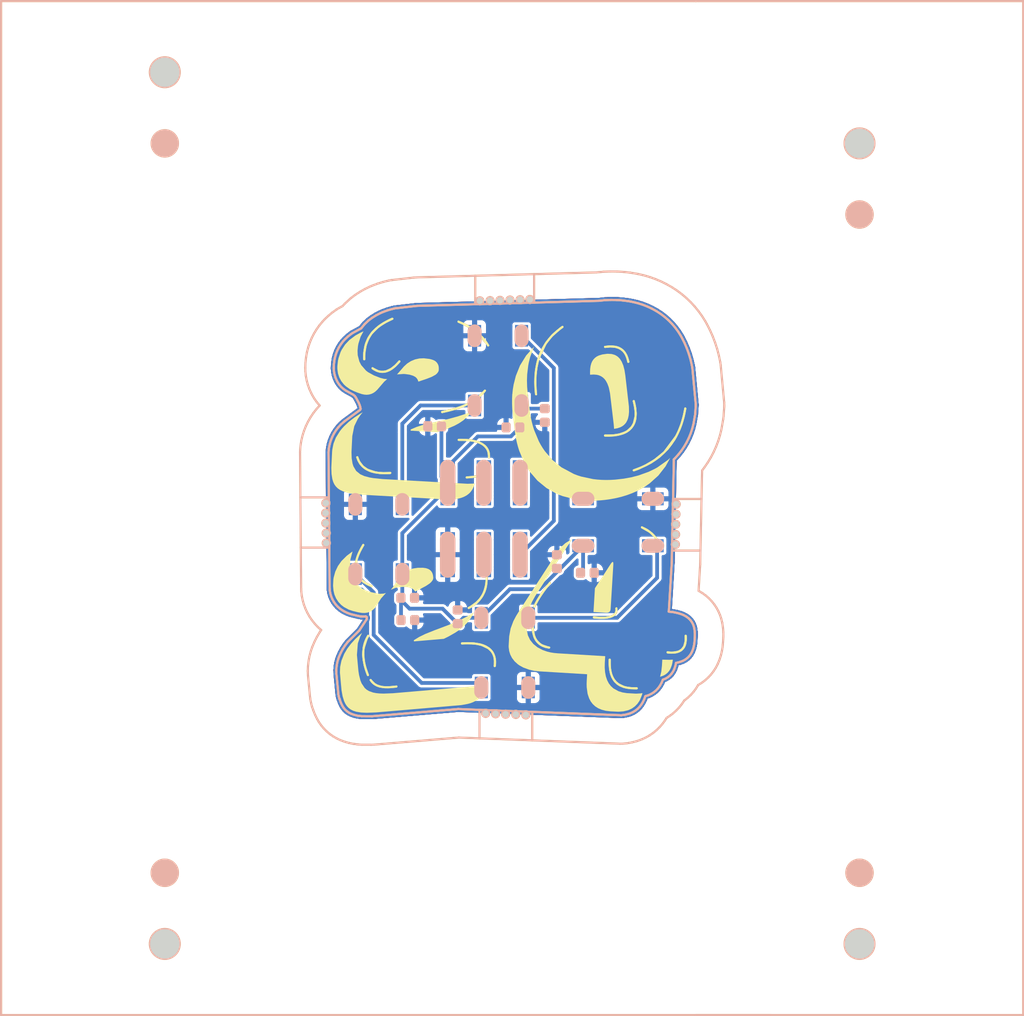
<source format=kicad_pcb>
(kicad_pcb (version 20240108) (generator "pcbnew") (generator_version "8.0")
  (layers (0 "F.Cu" signal) (31 "B.Cu" signal) (34 "B.Paste" user) (35 "F.Paste" user) (36 "B.SilkS" user "B.Silkscreen") (37 "F.SilkS" user "F.Silkscreen") (38 "B.Mask" user) (39 "F.Mask" user) (44 "Edge.Cuts" user))
  (net 0 "")
  (gr_poly (pts (xy 15.9988 -19.77591) (xy 16.46583 -19.78063) (xy 16.9272 -19.84068) (xy 17.22755 -19.92917) (xy 17.45099 -20.03661) (xy 17.63789 -20.16933) (xy 17.77685 -20.3119) (xy 17.8898 -20.47588) (xy 17.97347 -20.65655) (xy 18.02552 -20.84873) (xy 18.05653 -21.07941) (xy 18.05186 -21.43016) (xy 18.00271 -21.77933) (xy 17.92717 -22.11273) (xy 17.93184 -22.15652) (xy 17.96146 -22.18914) (xy 18.00464 -22.19797) (xy 18.04469 -22.17961) (xy 18.06618 -22.14115) (xy 18.16519 -21.66874) (xy 18.20065 -21.28954) (xy 18.20126 -21.17105) (xy 18.18188 -20.92615) (xy 18.14546 -20.72838) (xy 18.07969 -20.53834) (xy 17.98612 -20.36036) (xy 17.86684 -20.19846) (xy 17.72458 -20.05635) (xy 17.56255 -19.93725) (xy 17.38447 -19.84385) (xy 17.10009 -19.73956) (xy 16.63085 -19.65267) (xy 16.22349 -19.63133) (xy 15.96413 -19.63529) (xy 15.92499 -19.65848) (xy 15.90739 -19.70042) (xy 15.91828 -19.74459) (xy 15.95336 -19.77357)) (fill solid) (layer "F.Cu"))
  (gr_poly (pts (xy 11.77953 -4.78803) (xy 11.60536 -4.84759) (xy 11.44224 -4.93283) (xy 11.29391 -5.04185) (xy 11.16381 -5.17205) (xy 11.05494 -5.32049) (xy 10.95426 -5.52905) (xy 10.87516 -5.79605) (xy 10.83086 -6.10258) (xy 10.82131 -6.30799) (xy 10.83643 -6.72511) (xy 10.87763 -7.13433) (xy 10.87948 -7.14223) (xy 10.90526 -7.182) (xy 10.94953 -7.19892) (xy 10.99525 -7.18645) (xy 11.01992 -7.1534) (xy 11.01799 -7.1122) (xy 10.96828 -6.58289) (xy 10.96576 -6.21792) (xy 10.99403 -5.94142) (xy 11.05718 -5.66651) (xy 11.1331 -5.47771) (xy 11.24313 -5.30654) (xy 11.38342 -5.15912) (xy 11.5489 -5.04071) (xy 11.73368 -4.95549) (xy 11.99055 -4.88439) (xy 12.07729 -4.87017) (xy 12.11191 -4.84883) (xy 12.12522 -4.8104) (xy 12.11118 -4.77223) (xy 12.10168 -4.75958) (xy 12.07315 -4.73669) (xy 12.03668 -4.73903)) (fill solid) (layer "F.Cu"))
  (gr_poly (pts (xy 6.35818 -7.64466) (xy 6.63481 -7.80108) (xy 6.90309 -8.00649) (xy 7.11853 -8.22927) (xy 7.29745 -8.48365) (xy 7.43529 -8.7633) (xy 7.52808 -9.06033) (xy 7.56128 -9.24519) (xy 7.58919 -9.56752) (xy 7.58472 -9.89457) (xy 7.55203 -10.22007) (xy 7.45922 -10.70511) (xy 7.32566 -11.18385) (xy 7.10883 -11.80323) (xy 7.11053 -11.84549) (xy 7.13796 -11.87773) (xy 7.17944 -11.88616) (xy 7.21545 -11.87417) (xy 7.24243 -11.84745) (xy 7.24639 -11.83955) (xy 7.47169 -11.19175) (xy 7.61088 -10.67194) (xy 7.6993 -10.18215) (xy 7.73191 -9.72868) (xy 7.71332 -9.32579) (xy 7.64649 -8.94974) (xy 7.56712 -8.70801) (xy 7.45947 -8.47745) (xy 7.32506 -8.26143) (xy 7.16582 -8.063) (xy 6.98401 -7.885) (xy 6.78226 -7.72998) (xy 6.56059 -7.59094) (xy 6.44553 -7.5309) (xy 6.40999 -7.51906) (xy 6.39879 -7.51906) (xy 6.38531 -7.52142) (xy 6.38018 -7.523) (xy 6.34215 -7.55401) (xy 6.33344 -7.6023)) (fill solid) (layer "F.Cu"))
  (gr_poly (pts (xy -0.58967 -5.60589) (xy -0.59566 -5.59384) (xy -0.68616 -5.43004) (xy -0.90185 -4.76491) (xy -0.92306 -4.59631) (xy -0.93254 -4.42709) (xy -0.93101 -4.25714) (xy -0.86749 -3.74536) (xy -0.82895 -3.57467) (xy -0.78296 -3.40421) (xy -0.73012 -3.23411) (xy -0.6712 -3.06438) (xy -0.60632 -2.89352) (xy -0.60411 -2.88717) (xy -0.60188 -2.87581) (xy -0.60166 -2.86424) (xy -0.60345 -2.8528) (xy -0.6072 -2.84184) (xy -0.61279 -2.83171) (xy -0.62006 -2.8227) (xy -0.62879 -2.81509) (xy -0.6387 -2.80911) (xy -0.6495 -2.80494) (xy -0.66086 -2.80271) (xy -0.67498 -2.80121) (xy -0.68892 -2.80195) (xy -0.69616 -2.80314) (xy -0.71001 -2.80751) (xy -0.72309 -2.81445) (xy -0.72918 -2.81887) (xy -0.74026 -2.82992) (xy -0.74922 -2.84366) (xy -0.81961 -3.02765) (xy -0.88049 -3.20434) (xy -0.93485 -3.38186) (xy -0.98186 -3.55963) (xy -1.07262 -4.09466) (xy -1.08514 -4.3221) (xy -1.04968 -4.80451) (xy -1.01364 -4.98015) (xy -0.96413 -5.15473) (xy -0.90028 -5.32818) (xy -0.82164 -5.50004) (xy -0.72735 -5.67035) (xy -0.72491 -5.67419) (xy -0.71592 -5.68525) (xy -0.70515 -5.69458) (xy -0.6988 -5.69857) (xy -0.69187 -5.70182) (xy -0.68491 -5.70426) (xy -0.67064 -5.70682) (xy -0.66028 -5.70735) (xy -0.64702 -5.70599) (xy -0.6342 -5.70234) (xy -0.62221 -5.69653) (xy -0.61141 -5.68871) (xy -0.60213 -5.67915) (xy -0.59465 -5.66811) (xy -0.58921 -5.65595) (xy -0.58595 -5.64302) (xy -0.585 -5.62973) (xy -0.58636 -5.61647)) (fill solid) (layer "F.Cu"))
  (gr_poly (pts (xy 4.47792 -21.40014) (xy 4.51536 -21.42383) (xy 5.12351 -21.56605) (xy 5.74144 -21.75248) (xy 6.13877 -21.90732) (xy 6.52198 -22.09533) (xy 6.88002 -22.32129) (xy 7.12155 -22.51405) (xy 7.32008 -22.70996) (xy 7.48127 -22.9043) (xy 7.52025 -22.92749) (xy 7.56557 -22.92571) (xy 7.6026 -22.89955) (xy 7.61299 -22.87354) (xy 7.60875 -22.84585) (xy 7.59447 -22.82055) (xy 7.41208 -22.60349) (xy 7.20923 -22.40534) (xy 6.98792 -22.22805) (xy 6.98038 -22.22175) (xy 6.79559 -22.09691) (xy 6.42018 -21.8852) (xy 6.02077 -21.70666) (xy 5.60324 -21.55815) (xy 4.96875 -21.38119) (xy 4.5449 -21.28558) (xy 4.53281 -21.28558) (xy 4.52018 -21.28797) (xy 4.51119 -21.29112) (xy 4.47711 -21.31771) (xy 4.46448 -21.35904)) (fill solid) (layer "F.Cu"))
  (gr_poly (pts (xy 15.12994 -6.95894) (xy 15.1606 -6.99125) (xy 15.20495 -6.99529) (xy 15.68559 -6.96526) (xy 16.0225 -6.97159) (xy 16.26519 -7.00951) (xy 16.44012 -7.06796) (xy 16.52872 -7.11693) (xy 16.6213 -7.19879) (xy 16.6848 -7.30479) (xy 16.71325 -7.42506) (xy 16.70401 -7.54827) (xy 16.71759 -7.5961) (xy 16.7577 -7.62549) (xy 16.80738 -7.62411) (xy 16.82562 -7.60989) (xy 16.83576 -7.58777) (xy 16.84853 -7.45338) (xy 16.83276 -7.31931) (xy 16.78739 -7.20466) (xy 16.7181 -7.10265) (xy 16.62697 -7.01932) (xy 16.52016 -6.95736) (xy 16.33154 -6.88785) (xy 16.2607 -6.87047) (xy 15.9831 -6.83255) (xy 15.5369 -6.82937) (xy 15.18427 -6.85467) (xy 15.14544 -6.87581) (xy 15.12501 -6.915)) (fill solid) (layer "F.Cu"))
  (gr_poly (pts (xy 10.97537 -7.62254) (xy 10.95799 -7.63991) (xy 10.94674 -7.65414) (xy 10.94379 -7.65889) (xy 10.94153 -7.66361) (xy 10.9377 -7.68574) (xy 10.9379 -7.69996) (xy 10.93909 -7.70628) (xy 10.94115 -7.71261) (xy 11.17834 -8.16922) (xy 11.446 -8.59267) (xy 11.89505 -9.20097) (xy 12.05227 -9.39688) (xy 12.08331 -9.4169) (xy 12.12019 -9.41568) (xy 12.14986 -9.39371) (xy 12.16904 -9.3471) (xy 12.15428 -9.29891) (xy 11.69914 -8.70641) (xy 11.35766 -8.19292) (xy 11.0665 -7.64624) (xy 11.03132 -7.61538) (xy 10.98459 -7.61779)) (fill solid) (layer "F.Cu"))
  (gr_poly (pts (xy -0.42067 -2.5651) (xy -0.384 -2.51153) (xy -0.17076 -2.3002) (xy -0.00254 -2.20487) (xy 0.24635 -2.12509) (xy 0.362 -2.10536) (xy 0.48031 -2.09339) (xy 0.60058 -2.08816) (xy 0.7221 -2.08862) (xy 0.84407 -2.09372) (xy 1.08598 -2.11389) (xy 1.32029 -2.14038) (xy 1.32972 -2.14107) (xy 1.34109 -2.1401) (xy 1.35212 -2.13717) (xy 1.36248 -2.13236) (xy 1.37184 -2.12583) (xy 1.37993 -2.11777) (xy 1.3865 -2.10843) (xy 1.39134 -2.0981) (xy 1.39432 -2.08708) (xy 1.39533 -2.0757) (xy 1.39436 -2.06433) (xy 1.3921 -2.05047) (xy 1.38763 -2.0369) (xy 1.38092 -2.02413) (xy 1.37196 -2.01249) (xy 1.36662 -2.00726) (xy 1.35415 -1.99827) (xy 1.33955 -1.99172) (xy 1.32314 -1.98816) (xy 1.06911 -1.9607) (xy 0.80884 -1.94224) (xy 0.67828 -1.93899) (xy 0.54836 -1.94109) (xy 0.51307 -1.94256) (xy 0.16993 -1.98999) (xy -0.00861 -2.0449) (xy -0.12182 -2.09525) (xy -0.22951 -2.15776) (xy -0.33091 -2.23347) (xy -0.42515 -2.32339) (xy -0.46934 -2.37399) (xy -0.51151 -2.42852) (xy -0.55151 -2.48714) (xy -0.56164 -2.5098) (xy -0.5626 -2.51377) (xy -0.56387 -2.52476) (xy -0.56321 -2.53581) (xy -0.56065 -2.54658) (xy -0.55944 -2.55) (xy -0.55406 -2.56097) (xy -0.54686 -2.57084) (xy -0.54467 -2.57323) (xy -0.53355 -2.58314) (xy -0.52087 -2.59098) (xy -0.50702 -2.59649) (xy -0.49243 -2.59951) (xy -0.48657 -2.59997) (xy -0.47359 -2.59932) (xy -0.46092 -2.59642) (xy -0.44895 -2.59137) (xy -0.43803 -2.58431) (xy -0.42851 -2.57546)) (fill solid) (layer "F.Cu"))
  (gr_poly (pts (xy 18.56616 -13.33165) (xy 18.57423 -13.33078) (xy 18.58894 -13.32503) (xy 18.95872 -13.14069) (xy 19.29087 -12.89495) (xy 19.49689 -12.68771) (xy 19.77657 -12.3126) (xy 19.84441 -12.1981) (xy 19.90786 -12.07994) (xy 19.96709 -11.95827) (xy 20.02506 -11.82517) (xy 20.02704 -11.81743) (xy 20.02743 -11.80627) (xy 20.02584 -11.79429) (xy 20.0222 -11.78276) (xy 20.01661 -11.77205) (xy 20.00924 -11.76246) (xy 20.00033 -11.75431) (xy 19.99013 -11.74782) (xy 19.97896 -11.7432) (xy 19.96716 -11.7406) (xy 19.95508 -11.74008) (xy 19.95413 -11.74004) (xy 19.94018 -11.74063) (xy 19.92655 -11.74362) (xy 19.91364 -11.74894) (xy 19.90185 -11.75642) (xy 19.89153 -11.76583) (xy 19.88301 -11.77689) (xy 19.87654 -11.78926) (xy 19.82536 -11.90541) (xy 19.58071 -12.33777) (xy 19.50908 -12.43708) (xy 19.43318 -12.53251) (xy 19.35297 -12.62375) (xy 19.0709 -12.88221) (xy 18.54629 -13.18021) (xy 18.54467 -13.18136) (xy 18.53691 -13.18538) (xy 18.52535 -13.19357) (xy 18.51538 -13.20364) (xy 18.50731 -13.21529) (xy 18.50139 -13.22816) (xy 18.49779 -13.24187) (xy 18.49662 -13.25599) (xy 18.49793 -13.2701) (xy 18.50167 -13.28377) (xy 18.50772 -13.29659) (xy 18.51591 -13.30815) (xy 18.52598 -13.31812) (xy 18.53763 -13.32619) (xy 18.54416 -13.32885) (xy 18.55117 -13.33061) (xy 18.55881 -13.33162)) (fill solid) (layer "F.Cu"))
  (gr_poly (pts (xy 1.54528 -24.99286) (xy 1.55865 -24.98845) (xy 1.57105 -24.98178) (xy 1.5821 -24.97306) (xy 1.59148 -24.96256) (xy 1.59888 -24.95058) (xy 1.60409 -24.93751) (xy 1.60696 -24.92372) (xy 1.60738 -24.90965) (xy 1.60536 -24.89572) (xy 1.60095 -24.88235) (xy 1.59428 -24.86995) (xy 1.43233 -24.6888) (xy 1.32029 -24.57623) (xy 1.26182 -24.52195) (xy 1.0765 -24.3715) (xy 0.88098 -24.24789) (xy 0.65664 -24.15477) (xy 0.54662 -24.12572) (xy 0.369 -24.10516) (xy 0.1905 -24.11575) (xy 0.1307 -24.12718) (xy -0.08528 -24.19392) (xy -0.28639 -24.29716) (xy -0.39588 -24.37084) (xy -0.39853 -24.37297) (xy -0.40876 -24.38317) (xy -0.41706 -24.39499) (xy -0.42318 -24.40807) (xy -0.42694 -24.42201) (xy -0.42822 -24.4364) (xy -0.42698 -24.45079) (xy -0.42326 -24.46475) (xy -0.41718 -24.47785) (xy -0.40891 -24.48969) (xy -0.40812 -24.4907) (xy -0.40038 -24.49889) (xy -0.39133 -24.50562) (xy -0.38125 -24.51067) (xy -0.37045 -24.5139) (xy -0.35925 -24.5152) (xy -0.348 -24.51453) (xy -0.33703 -24.51192) (xy -0.32668 -24.50745) (xy -0.31727 -24.50125) (xy -0.26551 -24.46485) (xy 0.05984 -24.30292) (xy 0.21161 -24.26717) (xy 0.47066 -24.26752) (xy 0.53185 -24.27897) (xy 0.59352 -24.2951) (xy 0.91077 -24.4426) (xy 1.18895 -24.66089) (xy 1.33962 -24.81196) (xy 1.48013 -24.9696) (xy 1.48261 -24.97256) (xy 1.491 -24.98047) (xy 1.50063 -24.98681) (xy 1.51122 -24.99138) (xy 1.52245 -24.99405) (xy 1.53396 -24.99472)) (fill solid) (layer "F.Cu"))
  (gr_poly (pts (xy 11.06361 -22.59147) (xy 11.02284 -23.02358) (xy 11.00999 -23.45741) (xy 11.02505 -23.89119) (xy 11.06802 -24.32309) (xy 11.13869 -24.75131) (xy 11.27072 -25.23165) (xy 11.40617 -25.5824) (xy 11.57308 -25.91895) (xy 11.76967 -26.2381) (xy 11.99495 -26.5383) (xy 12.25098 -26.82113) (xy 12.54788 -27.09603) (xy 12.86667 -27.34252) (xy 12.95867 -27.40571) (xy 12.99581 -27.41437) (xy 13.03142 -27.40071) (xy 13.05319 -27.36939) (xy 13.0557 -27.31897) (xy 13.02449 -27.27932) (xy 12.67391 -27.01862) (xy 12.5143 -26.88115) (xy 12.18527 -26.54935) (xy 11.95527 -26.26256) (xy 11.75357 -25.95519) (xy 11.58197 -25.63005) (xy 11.44204 -25.29009) (xy 11.3398 -24.96937) (xy 11.23033 -24.47166) (xy 11.17031 -23.96607) (xy 11.15329 -23.45731) (xy 11.17305 -22.94222) (xy 11.20351 -22.60095) (xy 11.19251 -22.56155) (xy 11.15939 -22.53752) (xy 11.11852 -22.53933) (xy 11.0842 -22.55817)) (fill solid) (layer "F.Cu"))
  (gr_poly (pts (xy 1.04124 -27.98952) (xy 1.05522 -27.98701) (xy 1.06855 -27.98211) (xy 1.08083 -27.97497) (xy 1.09168 -27.9658) (xy 1.10078 -27.95489) (xy 1.10784 -27.94257) (xy 1.11265 -27.92921) (xy 1.11508 -27.91521) (xy 1.11503 -27.90101) (xy 1.11446 -27.89684) (xy 1.11169 -27.88652) (xy 1.10718 -27.87684) (xy 1.10106 -27.86808) (xy 1.09351 -27.86053) (xy 1.08476 -27.8544) (xy 1.07508 -27.84988) (xy 0.77879 -27.71046) (xy 0.58529 -27.6083) (xy 0.39685 -27.49748) (xy 0.305 -27.43848) (xy 0.04166 -27.24554) (xy -0.3638 -26.8384) (xy -0.58091 -26.502) (xy -0.77051 -26.01631) (xy -0.86091 -25.42913) (xy -0.86515 -25.30881) (xy -0.8652 -25.18794) (xy -0.86121 -25.06624) (xy -0.86121 -25.06595) (xy -0.86173 -25.05276) (xy -0.86452 -25.03986) (xy -0.86952 -25.02764) (xy -0.87335 -25.02136) (xy -0.8825 -25.01211) (xy -0.89404 -25.00384) (xy -0.90685 -24.9977) (xy -0.92052 -24.99388) (xy -0.93465 -24.99249) (xy -0.94881 -24.99357) (xy -0.96256 -24.9971) (xy -0.97549 -25.00296) (xy -0.98721 -25.01098) (xy -0.99736 -25.02091) (xy -1.00098 -25.02582) (xy -1.00705 -25.03675) (xy -1.01112 -25.04857) (xy -1.01346 -25.43653) (xy -1.00677 -25.54316) (xy -0.92227 -26.03988) (xy -0.87573 -26.20058) (xy -0.71247 -26.58211) (xy -0.48544 -26.92949) (xy -0.37131 -27.06319) (xy -0.00145 -27.40538) (xy 0.18585 -27.54165) (xy 0.38143 -27.66639) (xy 0.58351 -27.78082) (xy 0.79035 -27.886) (xy 1.00297 -27.9843) (xy 1.00439 -27.98409) (xy 1.00861 -27.98572) (xy 1.01886 -27.98842) (xy 1.03256 -27.98983)) (fill solid) (layer "F.Cu"))
  (gr_poly (pts (xy 16.70444 -26.01862) (xy 16.77711 -26.00338) (xy 16.84856 -25.98417) (xy 16.91866 -25.96083) (xy 16.99198 -25.931) (xy 17.15204 -25.84116) (xy 17.29407 -25.72489) (xy 17.41908 -25.57659) (xy 17.53619 -25.3808) (xy 17.54812 -25.35491) (xy 17.65739 -25.0431) (xy 17.68902 -24.90236) (xy 17.69003 -24.89469) (xy 17.68996 -24.88073) (xy 17.68747 -24.867) (xy 17.68263 -24.85391) (xy 17.67559 -24.84186) (xy 17.66657 -24.83121) (xy 17.65583 -24.82229) (xy 17.64371 -24.81537) (xy 17.63057 -24.81066) (xy 17.61681 -24.80831) (xy 17.60632 -24.80765) (xy 17.59481 -24.80883) (xy 17.58368 -24.812) (xy 17.57327 -24.81705) (xy 17.5639 -24.82383) (xy 17.55584 -24.83214) (xy 17.54935 -24.84172) (xy 17.54462 -24.85228) (xy 17.5418 -24.8635) (xy 17.4974 -25.05337) (xy 17.40992 -25.29553) (xy 17.35087 -25.40843) (xy 17.31698 -25.46205) (xy 17.21686 -25.58773) (xy 17.06651 -25.71532) (xy 16.90038 -25.80356) (xy 16.66761 -25.87257) (xy 16.33238 -25.89439) (xy 16.13004 -25.87869) (xy 15.9971 -25.85992) (xy 15.98535 -25.85899) (xy 15.97123 -25.86011) (xy 15.95753 -25.86366) (xy 15.94465 -25.86954) (xy 15.93299 -25.87756) (xy 15.92289 -25.88749) (xy 15.91468 -25.89902) (xy 15.90859 -25.9118) (xy 15.90481 -25.92545) (xy 15.90346 -25.93954) (xy 15.90458 -25.95366) (xy 15.90813 -25.96736) (xy 15.91401 -25.98024) (xy 15.91838 -25.9859) (xy 15.92351 -25.99108) (xy 15.92941 -25.99571) (xy 15.93596 -25.99972) (xy 15.94315 -26.00297) (xy 15.95102 -26.00556) (xy 16.10642 -26.02784) (xy 16.25585 -26.04105) (xy 16.40637 -26.04516)) (fill solid) (layer "F.Cu"))
  (gr_poly (pts (xy 0.41422 -1.95509) (xy 0.12093 -2.00721) (xy -0.08545 -2.08305) (xy -0.26533 -2.18892) (xy -0.41948 -2.32481) (xy -0.54445 -2.48595) (xy -0.55725 -2.52207) (xy -0.54823 -2.55928) (xy -0.52029 -2.58549) (xy -0.46777 -2.59253) (xy -0.42459 -2.56179) (xy -0.30891 -2.41328) (xy -0.16632 -2.29004) (xy -0.00556 -2.1984) (xy 0.14422 -2.14625) (xy 0.362 -2.10043) (xy 0.66866 -2.08463) (xy 0.85174 -2.08938) (xy 1.31519 -2.1352) (xy 1.35293 -2.13286) (xy 1.3826 -2.10942) (xy 1.39362 -2.07325) (xy 1.38206 -2.03723) (xy 1.3778 -2.02933) (xy 1.35527 -2.00589) (xy 1.32542 -1.99301) (xy 0.78313 -1.94798)) (fill solid) (layer "F.Cu"))
  (gr_poly (pts (xy 21.65284 -5.70558) (xy 21.66774 -5.70226) (xy 21.68183 -5.6964) (xy 21.6947 -5.68818) (xy 21.70521 -5.67779) (xy 21.71357 -5.66527) (xy 21.71946 -5.65038) (xy 21.72134 -5.64195) (xy 21.72843 -5.499) (xy 21.72734 -5.36252) (xy 21.72718 -5.35833) (xy 21.69386 -5.09102) (xy 21.67725 -5.02516) (xy 21.6566 -4.96039) (xy 21.63178 -4.89735) (xy 21.58663 -4.80709) (xy 21.5045 -4.69029) (xy 21.40334 -4.58953) (xy 21.31322 -4.52678) (xy 21.16061 -4.45025) (xy 20.99704 -4.40139) (xy 20.94089 -4.39156) (xy 20.64583 -4.37109) (xy 20.50552 -4.37739) (xy 20.36864 -4.39057) (xy 20.36572 -4.39105) (xy 20.3517 -4.39479) (xy 20.33854 -4.40091) (xy 20.32665 -4.40922) (xy 20.31638 -4.41948) (xy 20.30805 -4.43135) (xy 20.3019 -4.4445) (xy 20.29814 -4.45851) (xy 20.29686 -4.47296) (xy 20.29811 -4.48742) (xy 20.29969 -4.49419) (xy 20.30386 -4.50515) (xy 20.30986 -4.51523) (xy 20.31752 -4.52411) (xy 20.3266 -4.53152) (xy 20.33684 -4.53724) (xy 20.34791 -4.5411) (xy 20.35948 -4.54298) (xy 20.37121 -4.54282) (xy 20.55736 -4.52641) (xy 20.62099 -4.52379) (xy 20.74918 -4.52453) (xy 21.0599 -4.57515) (xy 21.16938 -4.61767) (xy 21.32726 -4.72572) (xy 21.47115 -4.91642) (xy 21.56694 -5.26471) (xy 21.57517 -5.38808) (xy 21.57527 -5.51114) (xy 21.56948 -5.63306) (xy 21.56988 -5.63469) (xy 21.56981 -5.6404) (xy 21.56994 -5.64281) (xy 21.57171 -5.65452) (xy 21.57549 -5.66574) (xy 21.58115 -5.67613) (xy 21.58854 -5.68539) (xy 21.59742 -5.69322) (xy 21.60752 -5.69939) (xy 21.61855 -5.70371) (xy 21.63015 -5.70605) (xy 21.64199 -5.70634)) (fill solid) (layer "F.Cu"))
  (gr_poly (pts (xy 7.75432 -18.16745) (xy 7.75089 -18.37129) (xy 7.71271 -18.55455) (xy 7.67712 -18.64937) (xy 7.58447 -18.80578) (xy 7.46201 -18.94167) (xy 7.31756 -19.04911) (xy 7.05399 -19.17393) (xy 6.89486 -19.22447) (xy 6.54784 -19.29399) (xy 6.21116 -19.32559) (xy 5.7101 -19.33191) (xy 5.66895 -19.33811) (xy 5.63862 -19.36659) (xy 5.62988 -19.40725) (xy 5.64584 -19.44568) (xy 5.66641 -19.46463) (xy 5.69595 -19.47334) (xy 6.24568 -19.46463) (xy 6.62318 -19.42356) (xy 6.89707 -19.36669) (xy 7.15884 -19.28137) (xy 7.4361 -19.13915) (xy 7.57001 -19.0356) (xy 7.68482 -18.91119) (xy 7.77735 -18.76943) (xy 7.84502 -18.61426) (xy 7.88594 -18.45) (xy 7.89897 -18.28122) (xy 7.89676 -18.17378) (xy 7.88096 -18.13103) (xy 7.84309 -18.1057) (xy 7.79755 -18.10743) (xy 7.76669 -18.13077)) (fill solid) (layer "F.Cu"))
  (gr_poly (pts (xy 16.81488 -7.62683) (xy 16.82356 -7.62111) (xy 16.83112 -7.61397) (xy 16.83732 -7.60563) (xy 16.84198 -7.59633) (xy 16.84495 -7.58637) (xy 16.85523 -7.48287) (xy 16.84764 -7.35665) (xy 16.83146 -7.28607) (xy 16.79866 -7.20516) (xy 16.75232 -7.13118) (xy 16.7094 -7.0842) (xy 16.61793 -7.00769) (xy 16.51457 -6.94822) (xy 16.36361 -6.89284) (xy 16.12207 -6.84197) (xy 15.9783 -6.82711) (xy 15.83327 -6.82005) (xy 15.68983 -6.81927) (xy 15.41978 -6.83057) (xy 15.18397 -6.85005) (xy 15.17804 -6.85148) (xy 15.16488 -6.85645) (xy 15.15279 -6.86363) (xy 15.14212 -6.87279) (xy 15.13322 -6.88367) (xy 15.12633 -6.89594) (xy 15.12168 -6.90921) (xy 15.1194 -6.92308) (xy 15.11957 -6.93715) (xy 15.12218 -6.95096) (xy 15.12715 -6.96412) (xy 15.12803 -6.96588) (xy 15.13409 -6.97557) (xy 15.14175 -6.98406) (xy 15.15076 -6.99109) (xy 15.16085 -6.99645) (xy 15.17172 -6.99997) (xy 15.18304 -7.00156) (xy 15.19446 -7.00115) (xy 15.49758 -6.97568) (xy 15.75079 -6.9662) (xy 15.88359 -6.96791) (xy 16.0162 -6.9757) (xy 16.26908 -7.0152) (xy 16.38272 -7.04947) (xy 16.43504 -7.07085) (xy 16.48379 -7.09516) (xy 16.56931 -7.1535) (xy 16.61518 -7.19834) (xy 16.65257 -7.25045) (xy 16.69611 -7.36242) (xy 16.70403 -7.4167) (xy 16.7052 -7.47588) (xy 16.69834 -7.54903) (xy 16.69832 -7.55734) (xy 16.7002 -7.57093) (xy 16.70441 -7.58399) (xy 16.71082 -7.59612) (xy 16.71925 -7.60695) (xy 16.72942 -7.61615) (xy 16.74104 -7.62345) (xy 16.75389 -7.62935) (xy 16.76735 -7.63313) (xy 16.77416 -7.63417) (xy 16.7841 -7.63469) (xy 16.79627 -7.6334) (xy 16.80804 -7.63001)) (fill solid) (layer "F.Cu"))
  (gr_circle (center -14.94719 -40.24084) (end -14.34719 -40.24084) (fill solid) (layer "F.Cu"))
  (gr_poly (pts (xy 5.67799 -27.78735) (xy 5.68597 -27.78641) (xy 5.70197 -27.78181) (xy 5.86463 -27.71391) (xy 6.02452 -27.64173) (xy 6.18165 -27.56494) (xy 6.33573 -27.48336) (xy 6.63321 -27.30541) (xy 6.92527 -27.09967) (xy 7.42135 -26.64023) (xy 7.53438 -26.50851) (xy 7.64136 -26.37048) (xy 7.74207 -26.2258) (xy 7.8362 -26.07437) (xy 7.83754 -26.07201) (xy 7.84265 -26.06012) (xy 7.84562 -26.04752) (xy 7.84636 -26.03459) (xy 7.84484 -26.02174) (xy 7.84111 -26.00934) (xy 7.83528 -25.99778) (xy 7.82754 -25.9874) (xy 7.81811 -25.97853) (xy 7.80728 -25.97143) (xy 7.79539 -25.96632) (xy 7.79192 -25.96496) (xy 7.77974 -25.96177) (xy 7.76719 -25.96075) (xy 7.75465 -25.96193) (xy 7.7425 -25.96526) (xy 7.73112 -25.97065) (xy 7.72085 -25.97794) (xy 7.712 -25.9869) (xy 7.70484 -25.99726) (xy 7.61459 -26.14242) (xy 6.95109 -26.8829) (xy 6.26679 -27.34899) (xy 6.11899 -27.42745) (xy 5.96829 -27.50127) (xy 5.81475 -27.57071) (xy 5.65854 -27.63591) (xy 5.65206 -27.63916) (xy 5.6399 -27.64741) (xy 5.62936 -27.65765) (xy 5.62076 -27.66956) (xy 5.61435 -27.68278) (xy 5.61034 -27.69692) (xy 5.60885 -27.71153) (xy 5.60991 -27.72619) (xy 5.61351 -27.74043) (xy 5.61952 -27.75384) (xy 5.62483 -27.76193) (xy 5.63318 -27.7711) (xy 5.64299 -27.77868) (xy 5.64921 -27.78201) (xy 5.65584 -27.7846) (xy 5.66293 -27.78643) (xy 5.6704 -27.78732)) (fill solid) (layer "F.Cu"))
  (gr_circle (center -14.94719 11.02263) (end -14.34719 11.02263) (fill solid) (layer "F.Cu"))
  (gr_poly (pts (xy -1.35207 -18.20614) (xy -1.32258 -18.11388) (xy -1.23013 -17.90435) (xy -0.98506 -17.58615) (xy -0.68595 -17.37388) (xy -0.14288 -17.191) (xy 0.02525 -17.16425) (xy 0.19682 -17.14696) (xy 0.37026 -17.13807) (xy 0.54437 -17.13654) (xy 0.7178 -17.14134) (xy 0.88958 -17.15143) (xy 0.90076 -17.15151) (xy 0.91265 -17.14958) (xy 0.92402 -17.14561) (xy 0.93453 -17.13973) (xy 0.94386 -17.13211) (xy 0.95173 -17.12298) (xy 0.95789 -17.11263) (xy 0.96216 -17.10137) (xy 0.9644 -17.08953) (xy 0.96456 -17.07749) (xy 0.96263 -17.0656) (xy 0.95926 -17.05209) (xy 0.95354 -17.0389) (xy 0.94562 -17.02697) (xy 0.93528 -17.01637) (xy 0.92266 -17.00792) (xy 0.91557 -17.00461) (xy 0.89982 -17.00014) (xy 0.70719 -16.98856) (xy 0.52179 -16.98437) (xy 0.33599 -16.98747) (xy 0.15123 -16.99892) (xy -0.21006 -17.05097) (xy -0.38397 -17.09369) (xy -0.46858 -17.11965) (xy -0.58663 -17.16203) (xy -0.862 -17.30096) (xy -0.88736 -17.31691) (xy -1.08149 -17.46741) (xy -1.24653 -17.64932) (xy -1.26079 -17.66892) (xy -1.40189 -17.90779) (xy -1.49936 -18.16753) (xy -1.50126 -18.18031) (xy -1.50094 -18.19323) (xy -1.49838 -18.2059) (xy -1.49365 -18.21793) (xy -1.48691 -18.22896) (xy -1.47836 -18.23866) (xy -1.46826 -18.24671) (xy -1.4569 -18.2529) (xy -1.44465 -18.25701) (xy -1.43187 -18.25894) (xy -1.4265 -18.25958) (xy -1.41408 -18.25943) (xy -1.40187 -18.25713) (xy -1.39024 -18.25275) (xy -1.37956 -18.24641) (xy -1.37014 -18.23831) (xy -1.36226 -18.2287) (xy -1.35618 -18.21786)) (fill solid) (layer "F.Cu"))
  (gr_poly (pts (xy 6.20794 -16.8055) (xy 6.25345 -16.83395) (xy 6.71817 -16.87027) (xy 7.08978 -16.93664) (xy 7.26275 -16.99194) (xy 7.40832 -17.06146) (xy 7.52031 -17.13741) (xy 7.60971 -17.23898) (xy 7.67088 -17.35971) (xy 7.69986 -17.49189) (xy 7.6948 -17.62709) (xy 7.70458 -17.66501) (xy 7.73524 -17.68935) (xy 7.77436 -17.69031) (xy 7.81246 -17.67291) (xy 7.82638 -17.65554) (xy 7.84017 -17.51373) (xy 7.82269 -17.3723) (xy 7.77481 -17.23812) (xy 7.69882 -17.11757) (xy 7.59836 -17.01653) (xy 7.47829 -16.93979) (xy 7.28528 -16.85447) (xy 7.03026 -16.78181) (xy 6.63197 -16.72019) (xy 6.2515 -16.69252) (xy 6.23964 -16.69491) (xy 6.23489 -16.69649) (xy 6.20205 -16.7241) (xy 6.19173 -16.76575)) (fill solid) (layer "F.Cu"))
  (gr_poly (pts (xy 12.99383 -27.41989) (xy 13.00727 -27.41727) (xy 13.02006 -27.41235) (xy 13.03179 -27.40529) (xy 13.04212 -27.3963) (xy 13.05073 -27.38565) (xy 13.05736 -27.37367) (xy 13.06181 -27.36072) (xy 13.06395 -27.34719) (xy 13.0637 -27.3335) (xy 13.06108 -27.32006) (xy 13.05616 -27.30727) (xy 13.0491 -27.29554) (xy 13.04011 -27.28521) (xy 13.02946 -27.2766) (xy 12.89594 -27.18321) (xy 12.29939 -26.66632) (xy 11.87351 -26.13576) (xy 11.39353 -25.13213) (xy 11.34491 -24.96894) (xy 11.30254 -24.80455) (xy 11.26609 -24.63871) (xy 11.23549 -24.47201) (xy 11.21026 -24.30417) (xy 11.19033 -24.13561) (xy 11.17542 -23.9665) (xy 11.16526 -23.7968) (xy 11.15967 -23.6268) (xy 11.15835 -23.45647) (xy 11.16109 -23.28626) (xy 11.17783 -22.94583) (xy 11.20798 -22.60661) (xy 11.20864 -22.59764) (xy 11.20766 -22.58619) (xy 11.20471 -22.57509) (xy 11.19987 -22.56467) (xy 11.1933 -22.55524) (xy 11.18519 -22.5471) (xy 11.17579 -22.5405) (xy 11.16538 -22.53562) (xy 11.15429 -22.53263) (xy 11.14285 -22.53161) (xy 11.1314 -22.53259) (xy 11.11748 -22.53485) (xy 11.10394 -22.53933) (xy 11.09127 -22.54595) (xy 11.07963 -22.55497) (xy 11.07435 -22.56038) (xy 11.06556 -22.57285) (xy 11.06193 -22.58014) (xy 11.05908 -22.58774) (xy 11.05568 -22.60407) (xy 11.02426 -22.96168) (xy 11.01402 -23.14136) (xy 11.00778 -23.32139) (xy 11.00579 -23.50143) (xy 11.00833 -23.68161) (xy 11.01568 -23.8614) (xy 11.02807 -24.04085) (xy 11.04577 -24.21981) (xy 11.06909 -24.39794) (xy 11.17526 -24.92588) (xy 11.22357 -25.09911) (xy 11.2789 -25.27061) (xy 11.44564 -25.68209) (xy 11.80069 -26.2921) (xy 12.23028 -26.80668) (xy 12.81692 -27.31341) (xy 12.95839 -27.41158) (xy 12.96581 -27.41511) (xy 12.9664 -27.41536) (xy 12.97722 -27.41878) (xy 12.98847 -27.42027)) (fill solid) (layer "F.Cu"))
  (gr_poly (pts (xy 6.41591 -5.18607) (xy 6.6692 -5.17688) (xy 6.79597 -5.16669) (xy 7.17121 -5.10748) (xy 7.29277 -5.07642) (xy 7.41175 -5.03878) (xy 7.52759 -4.99412) (xy 7.62215 -4.95128) (xy 7.85076 -4.81226) (xy 7.98975 -4.6925) (xy 8.11251 -4.54355) (xy 8.19416 -4.39925) (xy 8.27502 -4.18708) (xy 8.31781 -3.96408) (xy 8.32536 -3.87345) (xy 8.3281 -3.78198) (xy 8.32625 -3.68976) (xy 8.32005 -3.59717) (xy 8.30971 -3.50421) (xy 8.30894 -3.49967) (xy 8.30498 -3.48581) (xy 8.29868 -3.47284) (xy 8.29022 -3.46117) (xy 8.27986 -3.45115) (xy 8.26792 -3.44307) (xy 8.25475 -3.43719) (xy 8.24077 -3.43369) (xy 8.22639 -3.43267) (xy 8.21205 -3.43416) (xy 8.2086 -3.43467) (xy 8.19802 -3.43748) (xy 8.18808 -3.44209) (xy 8.1791 -3.44836) (xy 8.17134 -3.45609) (xy 8.16504 -3.46505) (xy 8.16039 -3.47496) (xy 8.15753 -3.48554) (xy 8.15656 -3.49645) (xy 8.15749 -3.50736) (xy 8.16747 -3.59654) (xy 8.1659 -3.945) (xy 8.15391 -4.02908) (xy 8.13681 -4.11142) (xy 8.11428 -4.19166) (xy 8.04783 -4.3518) (xy 7.95458 -4.49796) (xy 7.74352 -4.70169) (xy 7.29897 -4.91513) (xy 7.18886 -4.94635) (xy 7.07662 -4.97205) (xy 6.96252 -4.99257) (xy 6.84708 -5.00845) (xy 6.61401 -5.02803) (xy 6.38071 -5.03438) (xy 6.15025 -5.03116) (xy 5.92646 -5.02209) (xy 5.91567 -5.02255) (xy 5.90345 -5.02509) (xy 5.89185 -5.02971) (xy 5.88124 -5.03628) (xy 5.87192 -5.04459) (xy 5.86419 -5.05439) (xy 5.85828 -5.06538) (xy 5.85437 -5.07724) (xy 5.85257 -5.08959) (xy 5.85295 -5.10207) (xy 5.85493 -5.11467) (xy 5.85968 -5.12923) (xy 5.8625 -5.13499) (xy 5.86975 -5.14602) (xy 5.87881 -5.15562) (xy 5.88939 -5.1635) (xy 5.90118 -5.16943) (xy 5.90893 -5.1719) (xy 5.91713 -5.1736) (xy 6.16687 -5.18386)) (fill solid) (layer "F.Cu"))
  (gr_poly (pts (xy -0.74529 -2.84777) (xy -0.876 -3.20645) (xy -0.97777 -3.56509) (xy -1.04651 -3.91744) (xy -1.07866 -4.27452) (xy -1.07361 -4.56494) (xy -1.03502 -4.85285) (xy -0.9635 -5.13436) (xy -0.85992 -5.40573) (xy -0.7257 -5.66334) (xy -0.69395 -5.69514) (xy -0.6495 -5.70159) (xy -0.61003 -5.68015) (xy -0.59124 -5.63933) (xy -0.60063 -5.59539) (xy -0.75644 -5.28889) (xy -0.85311 -5.00974) (xy -0.91382 -4.72064) (xy -0.93756 -4.4262) (xy -0.92428 -4.0865) (xy -0.87226 -3.74363) (xy -0.78768 -3.40236) (xy -0.60973 -2.88887) (xy -0.61057 -2.84404) (xy -0.64097 -2.81112) (xy -0.68557 -2.8067) (xy -0.7003 -2.80985) (xy -0.72669 -2.8242)) (fill solid) (layer "F.Cu"))
  (gr_poly (pts (xy 17.99831 -22.20338) (xy 18.01226 -22.2025) (xy 18.02587 -22.19902) (xy 18.0323 -22.1963) (xy 18.03875 -22.19277) (xy 18.04467 -22.18868) (xy 18.05046 -22.1836) (xy 18.05554 -22.17804) (xy 18.06014 -22.17158) (xy 18.06402 -22.1646) (xy 18.06735 -22.15685) (xy 18.12534 -21.91398) (xy 18.17022 -21.66993) (xy 18.2057 -21.29549) (xy 18.18658 -20.92366) (xy 18.16486 -20.80273) (xy 18.10795 -20.6029) (xy 18.00806 -20.39203) (xy 17.87307 -20.20171) (xy 17.70708 -20.03773) (xy 17.52092 -19.90918) (xy 17.27606 -19.79262) (xy 17.27483 -19.79217) (xy 16.89321 -19.68589) (xy 16.76105 -19.66379) (xy 16.62801 -19.64738) (xy 16.49476 -19.63603) (xy 16.23068 -19.62605) (xy 15.97843 -19.62876) (xy 15.97726 -19.62826) (xy 15.96705 -19.62902) (xy 15.9628 -19.62978) (xy 15.94991 -19.63362) (xy 15.93789 -19.63964) (xy 15.92709 -19.64765) (xy 15.91785 -19.65741) (xy 15.91044 -19.66864) (xy 15.9051 -19.68098) (xy 15.90197 -19.69405) (xy 15.90117 -19.70748) (xy 15.90271 -19.72083) (xy 15.90655 -19.73372) (xy 15.90907 -19.74027) (xy 15.9148 -19.75068) (xy 15.92226 -19.75995) (xy 15.93122 -19.76777) (xy 15.94139 -19.77393) (xy 15.95248 -19.77822) (xy 15.96415 -19.78052) (xy 15.97604 -19.78076) (xy 16.21549 -19.77761) (xy 16.46344 -19.78546) (xy 16.58894 -19.79506) (xy 16.96174 -19.85381) (xy 17.367 -19.99663) (xy 17.47258 -20.05554) (xy 17.5231 -20.08828) (xy 17.80487 -20.35708) (xy 17.93733 -20.58576) (xy 18.05148 -21.07974) (xy 18.05597 -21.19551) (xy 18.05422 -21.31223) (xy 18.04688 -21.42924) (xy 18.03464 -21.54608) (xy 17.99803 -21.77699) (xy 17.97502 -21.88997) (xy 17.92282 -22.10895) (xy 17.92092 -22.12099) (xy 17.92108 -22.13431) (xy 17.92355 -22.1474) (xy 17.92826 -22.15987) (xy 17.93506 -22.17133) (xy 17.94375 -22.18143) (xy 17.95406 -22.18987) (xy 17.96568 -22.19639) (xy 17.97825 -22.2008) (xy 17.9914 -22.20295)) (fill solid) (layer "F.Cu"))
  (gr_poly (pts (xy 19.88376 -11.78583) (xy 19.66557 -12.21717) (xy 19.51279 -12.44153) (xy 19.35378 -12.63117) (xy 19.17517 -12.80244) (xy 18.97906 -12.95337) (xy 18.76776 -13.08217) (xy 18.54373 -13.1873) (xy 18.51055 -13.21636) (xy 18.50006 -13.25921) (xy 18.51607 -13.3003) (xy 18.55277 -13.32476) (xy 18.58025 -13.32319) (xy 18.84081 -13.20236) (xy 19.08505 -13.05126) (xy 19.30949 -12.87206) (xy 19.51091 -12.66731) (xy 19.6864 -12.43995) (xy 19.84146 -12.19347) (xy 20.01794 -11.83008) (xy 20.01771 -11.7823) (xy 19.98442 -11.74801) (xy 19.93666 -11.74633) (xy 19.92998 -11.74793) (xy 19.92107 -11.75108)) (fill solid) (layer "F.Cu"))
  (gr_poly (pts (xy 16.38282 -3.95684) (xy 16.3784 -3.74493) (xy 16.3799 -3.63698) (xy 16.40495 -3.31183) (xy 16.42168 -3.20462) (xy 16.44345 -3.0988) (xy 16.47068 -2.99504) (xy 16.50383 -2.89375) (xy 16.54338 -2.79557) (xy 16.64428 -2.60864) (xy 16.78335 -2.43446) (xy 16.95026 -2.2931) (xy 17.31767 -2.11473) (xy 17.40329 -2.09014) (xy 17.49034 -2.06972) (xy 17.57865 -2.05316) (xy 17.84761 -2.02324) (xy 18.02699 -2.01648) (xy 18.20413 -2.01724) (xy 18.21384 -2.01669) (xy 18.22645 -2.01399) (xy 18.2384 -2.00915) (xy 18.24934 -2.0023) (xy 18.25891 -1.99366) (xy 18.26684 -1.98349) (xy 18.27288 -1.97209) (xy 18.27686 -1.95982) (xy 18.27864 -1.94704) (xy 18.27818 -1.93415) (xy 18.27548 -1.92154) (xy 18.27091 -1.90818) (xy 18.26402 -1.89581) (xy 18.25468 -1.88478) (xy 18.24911 -1.87998) (xy 18.24304 -1.87574) (xy 18.23626 -1.87206) (xy 18.22895 -1.86906) (xy 18.2212 -1.8669) (xy 18.21292 -1.86545) (xy 18.01345 -1.86446) (xy 17.82016 -1.87289) (xy 17.72333 -1.8813) (xy 17.53108 -1.90802) (xy 17.26124 -1.97353) (xy 16.98605 -2.09194) (xy 16.90314 -2.14122) (xy 16.82333 -2.19669) (xy 16.78185 -2.22918) (xy 16.62333 -2.38354) (xy 16.56817 -2.45415) (xy 16.4286 -2.68346) (xy 16.33096 -2.93352) (xy 16.25765 -3.27147) (xy 16.22842 -3.6176) (xy 16.22626 -3.73235) (xy 16.23121 -3.96613) (xy 16.23263 -3.97403) (xy 16.23663 -3.98613) (xy 16.24266 -3.99735) (xy 16.25056 -4.00735) (xy 16.26007 -4.01583) (xy 16.27091 -4.02253) (xy 16.28274 -4.02725) (xy 16.29522 -4.02984) (xy 16.3022 -4.03068) (xy 16.30427 -4.03093) (xy 16.31655 -4.03129) (xy 16.32871 -4.02951) (xy 16.34037 -4.02565) (xy 16.35118 -4.01982) (xy 16.36082 -4.0122) (xy 16.36899 -4.00302) (xy 16.37544 -3.99257) (xy 16.37998 -3.98115) (xy 16.38246 -3.96912)) (fill solid) (layer "F.Cu"))
  (gr_poly (pts (xy 8.16244 -3.50665) (xy 8.17794 -3.85897) (xy 8.1409 -4.11653) (xy 8.09435 -4.26852) (xy 8.02358 -4.41089) (xy 7.93049 -4.53979) (xy 7.81764 -4.65176) (xy 7.68797 -4.74378) (xy 7.44756 -4.86702) (xy 7.30314 -4.91917) (xy 6.95762 -4.99816) (xy 6.61589 -5.03291) (xy 6.14632 -5.03608) (xy 5.92861 -5.0274) (xy 5.88294 -5.0406) (xy 5.8577 -5.08086) (xy 5.8657 -5.12773) (xy 5.88345 -5.15142) (xy 5.90741 -5.16565) (xy 5.91721 -5.1688) (xy 6.43816 -5.17985) (xy 6.80204 -5.1609) (xy 7.1709 -5.10243) (xy 7.42099 -5.02976) (xy 7.68436 -4.91284) (xy 7.88424 -4.78013) (xy 8.03448 -4.63476) (xy 8.1296 -4.50677) (xy 8.22678 -4.31457) (xy 8.29043 -4.10883) (xy 8.3188 -3.89532) (xy 8.32307 -3.78315) (xy 8.30369 -3.49875) (xy 8.30082 -3.48925) (xy 8.27783 -3.45656) (xy 8.24177 -3.43929) (xy 8.20186 -3.44185) (xy 8.17095 -3.46743)) (fill solid) (layer "F.Cu"))
  (gr_poly (pts (xy -0.113 -24.21095) (xy -0.37186 -24.35631) (xy -0.41331 -24.40056) (xy -0.42415 -24.44552) (xy -0.40409 -24.4872) (xy -0.36215 -24.50676) (xy -0.31735 -24.49535) (xy -0.11496 -24.37054) (xy -0.10846 -24.36739) (xy 0.05745 -24.29609) (xy 0.23414 -24.25868) (xy 0.41471 -24.25662) (xy 0.59218 -24.28997) (xy 0.79197 -24.37039) (xy 0.97668 -24.48113) (xy 1.19162 -24.65652) (xy 1.48829 -24.97094) (xy 1.52121 -24.98905) (xy 1.55862 -24.98547) (xy 1.58755 -24.96147) (xy 1.60292 -24.92919) (xy 1.60063 -24.89352) (xy 1.58125 -24.8635) (xy 1.25433 -24.52223) (xy 1.07379 -24.37529) (xy 0.87079 -24.24887) (xy 0.65507 -24.15883) (xy 0.45288 -24.11616) (xy 0.27361 -24.11143) (xy 0.23358 -24.11458) (xy 0.05606 -24.1476)) (fill solid) (layer "F.Cu"))
  (gr_poly (pts (xy -0.71676 -9.17885) (xy -0.98044 -9.33369) (xy -1.24798 -9.5533) (xy -1.37907 -9.70806) (xy -1.484 -9.88164) (xy -1.56009 -10.06965) (xy -1.60548 -10.26732) (xy -1.61897 -10.4697) (xy -1.60673 -10.68865) (xy -1.57046 -10.90493) (xy -1.51061 -11.11593) (xy -1.36865 -11.4809) (xy -1.19052 -11.83483) (xy -1.06713 -12.04971) (xy -1.03556 -12.07879) (xy -0.99296 -12.08428) (xy -0.95504 -12.06414) (xy -0.93574 -12.02578) (xy -0.94214 -11.98334) (xy -1.17462 -11.5599) (xy -1.327 -11.21547) (xy -1.42814 -10.89157) (xy -1.46723 -10.66561) (xy -1.47798 -10.47786) (xy -1.46106 -10.29056) (xy -1.41686 -10.10778) (xy -1.34633 -9.93343) (xy -1.25098 -9.77133) (xy -1.11582 -9.62282) (xy -0.8952 -9.44585) (xy -0.5859 -9.27207) (xy -0.40874 -9.19465) (xy -0.37249 -9.15888) (xy -0.36652 -9.10831) (xy -0.39342 -9.06508) (xy -0.42057 -9.05325) (xy -0.44968 -9.05876)) (fill solid) (layer "F.Cu"))
  (gr_circle (center 33.85538 -35.24082) (end 34.45538 -35.24082) (fill solid) (layer "F.Cu"))
  (gr_poly (pts (xy 17.54868 -24.85718) (xy 17.46314 -25.17793) (xy 17.36072 -25.40386) (xy 17.25298 -25.55712) (xy 17.14391 -25.66446) (xy 17.01891 -25.75281) (xy 16.8813 -25.81979) (xy 16.73466 -25.86365) (xy 16.518 -25.89525) (xy 16.32199 -25.8984) (xy 15.99905 -25.86523) (xy 15.95377 -25.87181) (xy 15.92052 -25.90328) (xy 15.91147 -25.94813) (xy 15.92989 -25.99004) (xy 15.95458 -26.00109) (xy 16.2529 -26.03586) (xy 16.48927 -26.03744) (xy 16.76552 -26.00109) (xy 16.96969 -25.93475) (xy 17.14226 -25.84153) (xy 17.29717 -25.71511) (xy 17.42684 -25.56027) (xy 17.54812 -25.34224) (xy 17.61251 -25.17793) (xy 17.68457 -24.89667) (xy 17.6739 -24.8492) (xy 17.63649 -24.81804) (xy 17.58787 -24.8161) (xy 17.56283 -24.83145)) (fill solid) (layer "F.Cu"))
  (gr_poly (pts (xy 7.77105 -17.69659) (xy 7.78673 -17.69298) (xy 7.79897 -17.68785) (xy 7.8122 -17.67959) (xy 7.81792 -17.67469) (xy 7.82717 -17.6643) (xy 7.83447 -17.65246) (xy 7.83961 -17.63953) (xy 7.84243 -17.6259) (xy 7.84537 -17.60138) (xy 7.8474 -17.47298) (xy 7.82709 -17.34617) (xy 7.81589 -17.30894) (xy 7.77468 -17.2148) (xy 7.71776 -17.12925) (xy 7.66726 -17.0746) (xy 7.5531 -16.97961) (xy 7.42419 -16.90588) (xy 7.30278 -16.85427) (xy 7.17342 -16.81201) (xy 7.0389 -16.77802) (xy 6.90169 -16.75125) (xy 6.76425 -16.73057) (xy 6.49887 -16.70324) (xy 6.25432 -16.68737) (xy 6.24645 -16.68855) (xy 6.23419 -16.6922) (xy 6.22275 -16.69792) (xy 6.21247 -16.70555) (xy 6.20368 -16.71484) (xy 6.19663 -16.72552) (xy 6.19155 -16.73726) (xy 6.18858 -16.7497) (xy 6.18781 -16.76247) (xy 6.18928 -16.77518) (xy 6.19293 -16.78744) (xy 6.19687 -16.79696) (xy 6.20386 -16.80846) (xy 6.21274 -16.81857) (xy 6.22323 -16.82698) (xy 6.23503 -16.83344) (xy 6.24777 -16.83775) (xy 6.26107 -16.83979) (xy 6.58749 -16.86169) (xy 6.83425 -16.89021) (xy 6.95904 -16.9117) (xy 7.14151 -16.95577) (xy 7.45815 -17.09824) (xy 7.50118 -17.1304) (xy 7.54063 -17.16522) (xy 7.57629 -17.20294) (xy 7.62598 -17.27197) (xy 7.66292 -17.34858) (xy 7.68739 -17.43804) (xy 7.69424 -17.4956) (xy 7.69529 -17.55714) (xy 7.69015 -17.62328) (xy 7.68976 -17.6336) (xy 7.69124 -17.64512) (xy 7.6947 -17.65621) (xy 7.70003 -17.66653) (xy 7.70707 -17.67577) (xy 7.71561 -17.68364) (xy 7.72539 -17.68991) (xy 7.73611 -17.69439) (xy 7.74744 -17.69694) (xy 7.75904 -17.69748)) (fill solid) (layer "F.Cu"))
  (gr_poly (pts (xy 7.71243 -25.99479) (xy 7.53913 -26.26022) (xy 7.33054 -26.52093) (xy 7.123 -26.73563) (xy 6.89922 -26.93337) (xy 6.66057 -27.11285) (xy 6.40852 -27.273) (xy 5.96811 -27.50683) (xy 5.65247 -27.64429) (xy 5.62447 -27.67063) (xy 5.61368 -27.70749) (xy 5.62417 -27.75395) (xy 5.66379 -27.78039) (xy 5.71071 -27.77228) (xy 6.18218 -27.55897) (xy 6.55272 -27.35042) (xy 6.91464 -27.10078) (xy 7.17928 -26.87874) (xy 7.42168 -26.63256) (xy 7.63958 -26.36449) (xy 7.83255 -26.07061) (xy 7.84154 -26.0319) (xy 7.82775 -25.99461) (xy 7.79572 -25.97107) (xy 7.74601 -25.96949)) (fill solid) (layer "F.Cu"))
  (gr_poly (pts (xy 17.71774 -1.88714) (xy 17.43911 -1.93139) (xy 17.25244 -1.98194) (xy 17.03009 -2.07043) (xy 16.8338 -2.19207) (xy 16.66118 -2.34691) (xy 16.52189 -2.52433) (xy 16.41498 -2.72296) (xy 16.33598 -2.93469) (xy 16.26271 -3.27279) (xy 16.23131 -3.73258) (xy 16.23545 -3.95379) (xy 16.24891 -3.99633) (xy 16.28506 -4.0225) (xy 16.32969 -4.02199) (xy 16.36525 -3.99504) (xy 16.37777 -3.95219) (xy 16.37955 -3.52717) (xy 16.39981 -3.31231) (xy 16.46715 -2.98999) (xy 16.5638 -2.73876) (xy 16.67688 -2.55232) (xy 16.80776 -2.40274) (xy 16.96151 -2.27675) (xy 17.13393 -2.17787) (xy 17.34213 -2.10198) (xy 17.5577 -2.05067) (xy 17.77774 -2.02461) (xy 18.21259 -2.01196) (xy 18.25518 -1.99202) (xy 18.27639 -1.95003) (xy 18.26715 -1.90391) (xy 18.23141 -1.87333) (xy 18.18442 -1.87135)) (fill solid) (layer "F.Cu"))
  (gr_poly (pts (xy 12.15586 -9.29264) (xy 11.85057 -8.90283) (xy 11.70374 -8.70417) (xy 11.56228 -8.50212) (xy 11.42723 -8.296) (xy 11.29977 -8.08515) (xy 11.18108 -7.869) (xy 11.0713 -7.64548) (xy 11.06863 -7.64022) (xy 11.06201 -7.63065) (xy 11.05383 -7.62237) (xy 11.04433 -7.61564) (xy 11.03382 -7.61066) (xy 11.02259 -7.60759) (xy 11.011 -7.60651) (xy 10.9994 -7.60745) (xy 10.98815 -7.6104) (xy 10.97757 -7.61526) (xy 10.968 -7.62188) (xy 10.95726 -7.63077) (xy 10.94773 -7.64162) (xy 10.94021 -7.65381) (xy 10.93488 -7.66729) (xy 10.93216 -7.68226) (xy 10.93191 -7.69003) (xy 10.93389 -7.7056) (xy 10.93627 -7.71385) (xy 11.05085 -7.94868) (xy 11.17224 -8.16907) (xy 11.30264 -8.38401) (xy 11.44074 -8.59394) (xy 11.58532 -8.7996) (xy 11.73526 -9.00176) (xy 12.04618 -9.39818) (xy 12.05786 -9.41007) (xy 12.06421 -9.41471) (xy 12.07102 -9.41852) (xy 12.07788 -9.42139) (xy 12.08486 -9.42332) (xy 12.092 -9.42439) (xy 12.10562 -9.42341) (xy 12.1193 -9.42) (xy 12.13218 -9.41427) (xy 12.14387 -9.40639) (xy 12.15401 -9.3966) (xy 12.1623 -9.3852) (xy 12.16849 -9.37253) (xy 12.17238 -9.35898) (xy 12.17386 -9.34496) (xy 12.17288 -9.33089) (xy 12.16947 -9.31721) (xy 12.16374 -9.30433)) (fill solid) (layer "F.Cu"))
  (gr_poly (pts (xy 5.87365 -19.48144) (xy 6.05488 -19.4788) (xy 6.24152 -19.47001) (xy 6.43085 -19.45373) (xy 6.62005 -19.42861) (xy 6.80664 -19.39323) (xy 7.07517 -19.31797) (xy 7.16026 -19.28627) (xy 7.24258 -19.25096) (xy 7.3218 -19.2119) (xy 7.43056 -19.14816) (xy 7.60042 -19.01408) (xy 7.6102 -19.00458) (xy 7.71932 -18.87668) (xy 7.80458 -18.73177) (xy 7.86338 -18.57426) (xy 7.88449 -18.48231) (xy 7.89813 -18.38452) (xy 7.904 -18.28096) (xy 7.90176 -18.17129) (xy 7.90156 -18.16885) (xy 7.89898 -18.15536) (xy 7.89409 -18.14253) (xy 7.88705 -18.13075) (xy 7.87807 -18.12036) (xy 7.86742 -18.11169) (xy 7.85543 -18.105) (xy 7.84245 -18.1005) (xy 7.8289 -18.09832) (xy 7.81517 -18.09852) (xy 7.80313 -18.10026) (xy 7.79156 -18.10408) (xy 7.78083 -18.10984) (xy 7.77126 -18.11738) (xy 7.76315 -18.12646) (xy 7.75674 -18.13682) (xy 7.75222 -18.14813) (xy 7.74974 -18.16005) (xy 7.74936 -18.17223) (xy 7.75129 -18.27286) (xy 7.71284 -18.53822) (xy 7.68652 -18.61561) (xy 7.65396 -18.68787) (xy 7.61548 -18.75518) (xy 7.50711 -18.88979) (xy 7.37701 -19.00354) (xy 7.20837 -19.10286) (xy 7.13448 -19.13684) (xy 7.05762 -19.16742) (xy 6.89597 -19.21911) (xy 6.72678 -19.25904) (xy 6.55246 -19.28848) (xy 6.37598 -19.30888) (xy 6.19989 -19.32158) (xy 6.02699 -19.3279) (xy 5.70113 -19.32694) (xy 5.68945 -19.32754) (xy 5.67719 -19.33028) (xy 5.6656 -19.33511) (xy 5.65501 -19.34188) (xy 5.64577 -19.35039) (xy 5.63814 -19.36037) (xy 5.63236 -19.37153) (xy 5.62861 -19.38351) (xy 5.627 -19.39597) (xy 5.62757 -19.40852) (xy 5.62818 -19.41443) (xy 5.63119 -19.42729) (xy 5.63639 -19.43942) (xy 5.64361 -19.45047) (xy 5.65265 -19.46009) (xy 5.66322 -19.468) (xy 5.675 -19.47396) (xy 5.68764 -19.47777) (xy 5.70075 -19.47934)) (fill solid) (layer "F.Cu"))
  (gr_poly (pts (xy 7.17512 -11.88908) (xy 7.18914 -11.88834) (xy 7.20314 -11.88522) (xy 7.2167 -11.87955) (xy 7.22914 -11.87115) (xy 7.24004 -11.85997) (xy 7.24489 -11.85321) (xy 7.25234 -11.83825) (xy 7.36857 -11.51959) (xy 7.47624 -11.19358) (xy 7.57103 -10.86114) (xy 7.61223 -10.69299) (xy 7.64852 -10.52393) (xy 7.67941 -10.35393) (xy 7.73369 -9.84118) (xy 7.73717 -9.66988) (xy 7.7324 -9.49874) (xy 7.71881 -9.32797) (xy 7.69582 -9.15761) (xy 7.66902 -9.02051) (xy 7.63435 -8.88761) (xy 7.59198 -8.75886) (xy 7.57074 -8.70303) (xy 7.40677 -8.37631) (xy 7.18856 -8.08302) (xy 7.09836 -7.98721) (xy 7.00227 -7.89648) (xy 6.81474 -7.74645) (xy 6.442 -7.52333) (xy 6.44035 -7.52244) (xy 6.4281 -7.51725) (xy 6.41513 -7.51426) (xy 6.40184 -7.51357) (xy 6.38863 -7.51519) (xy 6.3759 -7.51909) (xy 6.36404 -7.52514) (xy 6.35341 -7.53315) (xy 6.34434 -7.54289) (xy 6.33834 -7.55011) (xy 6.33208 -7.56051) (xy 6.32772 -7.57184) (xy 6.32539 -7.58376) (xy 6.32517 -7.5959) (xy 6.32706 -7.60789) (xy 6.331 -7.61938) (xy 6.33688 -7.63) (xy 6.34451 -7.63944) (xy 6.35367 -7.64742) (xy 6.36407 -7.65368) (xy 6.48411 -7.71642) (xy 6.9087 -8.01792) (xy 7.14777 -8.27427) (xy 7.33869 -8.56823) (xy 7.47567 -8.89088) (xy 7.55602 -9.24314) (xy 7.57438 -9.40499) (xy 7.58411 -9.56729) (xy 7.58574 -9.73003) (xy 7.5472 -10.21837) (xy 7.5216 -10.3807) (xy 7.49049 -10.54237) (xy 7.45444 -10.70341) (xy 7.4139 -10.86343) (xy 7.32158 -11.18019) (xy 7.21759 -11.49126) (xy 7.10608 -11.79556) (xy 7.10605 -11.79556) (xy 7.1027 -11.80698) (xy 7.10139 -11.8188) (xy 7.10215 -11.83067) (xy 7.10496 -11.84223) (xy 7.10973 -11.85312) (xy 7.11632 -11.86303) (xy 7.12453 -11.87163) (xy 7.13411 -11.87868) (xy 7.14477 -11.88396) (xy 7.15619 -11.88731) (xy 7.16801 -11.88862)) (fill solid) (layer "F.Cu"))
  (gr_poly (pts (xy -0.93381 -11.98937) (xy -0.93983 -11.97684) (xy -1.05634 -11.77336) (xy -1.16962 -11.55868) (xy -1.27353 -11.33493) (xy -1.39802 -10.98692) (xy -1.47201 -10.5125) (xy -1.45539 -10.27557) (xy -1.34391 -9.93211) (xy -1.17051 -9.68649) (xy -0.81971 -9.40303) (xy -0.65928 -9.31321) (xy -0.49312 -9.23524) (xy -0.40861 -9.20018) (xy -0.40107 -9.19645) (xy -0.38913 -9.18832) (xy -0.37879 -9.17824) (xy -0.37035 -9.16652) (xy -0.36408 -9.1535) (xy -0.36016 -9.1396) (xy -0.35872 -9.12523) (xy -0.35979 -9.11082) (xy -0.36335 -9.09682) (xy -0.36929 -9.08365) (xy -0.37742 -9.07171) (xy -0.3875 -9.06137) (xy -0.39394 -9.05691) (xy -0.40329 -9.05234) (xy -0.4133 -9.04946) (xy -0.42365 -9.04836) (xy -0.43404 -9.04908) (xy -0.44414 -9.05159) (xy -0.63185 -9.13183) (xy -0.80739 -9.22101) (xy -1.03348 -9.36274) (xy -1.27274 -9.5727) (xy -1.39504 -9.72256) (xy -1.47011 -9.84343) (xy -1.55423 -10.03717) (xy -1.58574 -10.15055) (xy -1.62187 -10.40102) (xy -1.62281 -10.5348) (xy -1.58557 -10.85332) (xy -1.47556 -11.23495) (xy -1.427 -11.35939) (xy -1.37396 -11.48179) (xy -1.25786 -11.71956) (xy -1.19654 -11.83422) (xy -1.06672 -12.06063) (xy -1.06568 -12.06211) (xy -1.05789 -12.07109) (xy -1.04866 -12.07857) (xy -1.03828 -12.08435) (xy -1.02704 -12.08823) (xy -1.01531 -12.0901) (xy -1.00519 -12.09066) (xy -0.99188 -12.08934) (xy -0.979 -12.08573) (xy -0.96695 -12.07993) (xy -0.95608 -12.07213) (xy -0.94673 -12.06256) (xy -0.93919 -12.05152) (xy -0.93368 -12.03933) (xy -0.93037 -12.02637) (xy -0.92936 -12.01303) (xy -0.93068 -11.99972)) (fill solid) (layer "F.Cu"))
  (gr_poly (pts (xy 7.54994 -22.93597) (xy 7.56286 -22.93367) (xy 7.57518 -22.92916) (xy 7.58653 -22.92257) (xy 7.59657 -22.91412) (xy 7.60498 -22.90405) (xy 7.61152 -22.89268) (xy 7.61599 -22.88034) (xy 7.61824 -22.86741) (xy 7.61822 -22.85429) (xy 7.61629 -22.84687) (xy 7.61342 -22.8396) (xy 7.50305 -22.69963) (xy 7.15543 -22.35281) (xy 6.98475 -22.21923) (xy 6.80542 -22.09668) (xy 6.61838 -21.98431) (xy 6.42465 -21.88147) (xy 6.22541 -21.78761) (xy 6.02176 -21.70212) (xy 5.81439 -21.62416) (xy 5.60469 -21.55325) (xy 5.39351 -21.48881) (xy 5.18201 -21.43003) (xy 4.97114 -21.37634) (xy 4.54685 -21.28035) (xy 4.5387 -21.28002) (xy 4.52496 -21.28132) (xy 4.51166 -21.28499) (xy 4.4992 -21.29091) (xy 4.48795 -21.29891) (xy 4.47827 -21.30874) (xy 4.47044 -21.3201) (xy 4.4647 -21.33265) (xy 4.46123 -21.346) (xy 4.46013 -21.35975) (xy 4.46143 -21.37349) (xy 4.46176 -21.37554) (xy 4.46483 -21.38667) (xy 4.46978 -21.39709) (xy 4.47647 -21.4065) (xy 4.4847 -21.4146) (xy 4.4942 -21.42115) (xy 4.5047 -21.42595) (xy 4.51587 -21.42886) (xy 4.918 -21.51972) (xy 5.12239 -21.571) (xy 5.3278 -21.62713) (xy 5.53319 -21.68868) (xy 5.73725 -21.75629) (xy 5.9391 -21.83061) (xy 6.13748 -21.9122) (xy 6.33146 -22.00178) (xy 6.87588 -22.32449) (xy 7.04134 -22.4522) (xy 7.47481 -22.90488) (xy 7.47624 -22.90615) (xy 7.48007 -22.91075) (xy 7.48012 -22.91082) (xy 7.49031 -22.92012) (xy 7.50196 -22.9275) (xy 7.51471 -22.93275) (xy 7.52819 -22.93571) (xy 7.54197 -22.93628)) (fill solid) (layer "F.Cu"))
  (gr_poly (pts (xy 17.97891 -17.33164) (xy 18.50309 -17.5323) (xy 18.83156 -17.68714) (xy 19.18548 -17.88279) (xy 19.52272 -18.10591) (xy 19.84121 -18.35511) (xy 20.1389 -18.62882) (xy 20.40664 -18.92587) (xy 20.64647 -19.24502) (xy 20.92531 -19.70796) (xy 21.08319 -20.03186) (xy 21.28363 -20.54852) (xy 21.43699 -21.08098) (xy 21.54949 -21.63082) (xy 21.56925 -21.66391) (xy 21.60448 -21.67951) (xy 21.64225 -21.67189) (xy 21.67639 -21.64098) (xy 21.68665 -21.59607) (xy 21.57075 -21.03041) (xy 21.4119 -20.48533) (xy 21.27987 -20.13298) (xy 21.1218 -19.78223) (xy 20.93011 -19.42948) (xy 20.70981 -19.09384) (xy 20.46239 -18.77766) (xy 20.1896 -18.48312) (xy 19.89328 -18.21223) (xy 19.5755 -17.96689) (xy 19.23847 -17.74876) (xy 18.88795 -17.556) (xy 18.37309 -17.32374) (xy 18.01713 -17.19417) (xy 17.97456 -17.19417) (xy 17.93847 -17.22125) (xy 17.92564 -17.26453) (xy 17.94116 -17.3069)) (fill solid) (layer "F.Cu"))
  (gr_poly (pts (xy -0.96708 -25.00412) (xy -0.99601 -25.02847) (xy -1.00853 -25.06416) (xy -1.01275 -25.19055) (xy -0.99987 -25.55712) (xy -0.94503 -25.9221) (xy -0.86457 -26.21519) (xy -0.74851 -26.49609) (xy -0.59865 -26.7605) (xy -0.41732 -27.00439) (xy -0.1701 -27.2572) (xy 0.09342 -27.47051) (xy 0.38298 -27.66169) (xy 0.78349 -27.87655) (xy 0.78811 -27.87973) (xy 1.00274 -27.97927) (xy 1.04521 -27.98453) (xy 1.08395 -27.96634) (xy 1.10698 -27.93027) (xy 1.10747 -27.88846) (xy 1.07922 -27.8576) (xy 0.58278 -27.6127) (xy 0.20698 -27.37729) (xy -0.05489 -27.1703) (xy -0.23584 -26.99517) (xy -0.3969 -26.8016) (xy -0.53624 -26.59184) (xy -0.65222 -26.36832) (xy -0.73848 -26.14071) (xy -0.80267 -25.90594) (xy -0.84425 -25.66614) (xy -0.8702 -25.30907) (xy -0.86624 -25.06574) (xy -0.87996 -25.02451) (xy -0.91557 -24.99965) (xy -0.959 -25.00097)) (fill solid) (layer "F.Cu"))
  (gr_poly (pts (xy 10.95786 -7.20312) (xy 10.96922 -7.20251) (xy 10.9803 -7.19993) (xy 10.99076 -7.19547) (xy 11.00029 -7.18926) (xy 11.0086 -7.18149) (xy 11.01543 -7.17239) (xy 11.02058 -7.16225) (xy 11.02389 -7.15136) (xy 11.02525 -7.14007) (xy 11.02464 -7.12871) (xy 10.98647 -6.76626) (xy 10.96929 -6.49186) (xy 10.96772 -6.30837) (xy 10.97684 -6.12488) (xy 11.06175 -5.669) (xy 11.14717 -5.46057) (xy 11.24262 -5.31194) (xy 11.44013 -5.1182) (xy 11.50704 -5.0721) (xy 11.5779 -5.03065) (xy 11.98253 -4.8909) (xy 12.07262 -4.87583) (xy 12.08329 -4.87334) (xy 12.09389 -4.86886) (xy 12.10355 -4.8626) (xy 12.11197 -4.85477) (xy 12.11891 -4.84558) (xy 12.12415 -4.83534) (xy 12.12753 -4.82434) (xy 12.12894 -4.81292) (xy 12.12835 -4.80143) (xy 12.12578 -4.79021) (xy 12.12235 -4.7801) (xy 12.11527 -4.76634) (xy 12.1059 -4.75403) (xy 12.09454 -4.74353) (xy 12.08772 -4.7389) (xy 12.07542 -4.73283) (xy 12.06225 -4.72899) (xy 12.04862 -4.72749) (xy 12.03493 -4.72839) (xy 11.79914 -4.77749) (xy 11.53302 -4.87957) (xy 11.35985 -4.98411) (xy 11.20565 -5.11848) (xy 11.07712 -5.27758) (xy 10.97818 -5.45658) (xy 10.93184 -5.57634) (xy 10.85103 -5.89554) (xy 10.83633 -5.9977) (xy 10.81931 -6.20441) (xy 10.81629 -6.41274) (xy 10.81905 -6.51708) (xy 10.8313 -6.72475) (xy 10.87209 -7.1324) (xy 10.8729 -7.13438) (xy 10.87348 -7.13765) (xy 10.87751 -7.15129) (xy 10.88384 -7.16402) (xy 10.89228 -7.17546) (xy 10.90258 -7.18526) (xy 10.91443 -7.19312) (xy 10.92747 -7.19881) (xy 10.94129 -7.20215) (xy 10.95548 -7.20303)) (fill solid) (layer "F.Cu"))
  (gr_poly (pts (xy 21.62387 -21.68101) (xy 21.63759 -21.67751) (xy 21.65049 -21.67168) (xy 21.66219 -21.6637) (xy 21.67232 -21.65381) (xy 21.68058 -21.64231) (xy 21.68672 -21.62955) (xy 21.69055 -21.61592) (xy 21.69195 -21.60183) (xy 21.69089 -21.58771) (xy 21.65718 -21.40069) (xy 21.61891 -21.21474) (xy 21.5759 -21.02993) (xy 21.52795 -20.84642) (xy 21.47494 -20.66437) (xy 21.41677 -20.48424) (xy 21.35325 -20.30606) (xy 21.28418 -20.13003) (xy 21.04278 -19.61769) (xy 20.91157 -19.38684) (xy 20.42468 -18.7221) (xy 19.82975 -18.15201) (xy 19.22343 -17.73387) (xy 18.37431 -17.31924) (xy 18.19686 -17.25163) (xy 18.01576 -17.18831) (xy 18.01456 -17.18791) (xy 18.00261 -17.18539) (xy 17.9904 -17.18498) (xy 17.97831 -17.1867) (xy 17.96669 -17.19049) (xy 17.95592 -17.19624) (xy 17.9463 -17.20378) (xy 17.93814 -17.21287) (xy 17.93168 -17.22323) (xy 17.92712 -17.23457) (xy 17.9246 -17.24652) (xy 17.92415 -17.24901) (xy 17.92308 -17.26261) (xy 17.92439 -17.27618) (xy 17.92804 -17.28933) (xy 17.93391 -17.30164) (xy 17.94183 -17.31274) (xy 17.95156 -17.3223) (xy 17.96281 -17.33003) (xy 17.97522 -17.33568) (xy 18.15061 -17.39694) (xy 18.32348 -17.46291) (xy 18.49417 -17.53372) (xy 18.66252 -17.60959) (xy 18.82811 -17.69047) (xy 19.45907 -18.0658) (xy 20.07244 -18.56919) (xy 20.91743 -19.70336) (xy 21.0009 -19.86735) (xy 21.07865 -20.0341) (xy 21.15063 -20.20344) (xy 21.21731 -20.37545) (xy 21.27857 -20.54929) (xy 21.33468 -20.72528) (xy 21.38576 -20.90293) (xy 21.43201 -21.0819) (xy 21.47364 -21.26226) (xy 21.51073 -21.44354) (xy 21.54349 -21.62594) (xy 21.54406 -21.62926) (xy 21.54729 -21.64026) (xy 21.55237 -21.65054) (xy 21.55916 -21.65977) (xy 21.56746 -21.66768) (xy 21.577 -21.67404) (xy 21.58749 -21.67864) (xy 21.59863 -21.68135) (xy 21.61007 -21.68208)) (fill solid) (layer "F.Cu"))
  (gr_circle (center 33.85538 11.02263) (end 34.45538 11.02263) (fill solid) (layer "F.Cu"))
  (gr_poly (pts (xy -0.20343 -17.05513) (xy -0.47554 -17.12783) (xy -0.76391 -17.24947) (xy -0.97178 -17.38221) (xy -1.15413 -17.5481) (xy -1.30782 -17.74561) (xy -1.42408 -17.96364) (xy -1.48669 -18.1406) (xy -1.49797 -18.18991) (xy -1.47457 -18.23474) (xy -1.42768 -18.25366) (xy -1.37973 -18.23763) (xy -1.35362 -18.19432) (xy -1.25621 -17.94309) (xy -1.13218 -17.74401) (xy -0.97503 -17.57022) (xy -0.79121 -17.42803) (xy -0.61133 -17.33164) (xy -0.4637 -17.27159) (xy -0.30305 -17.22262) (xy 0.02563 -17.15943) (xy 0.41471 -17.13413) (xy 0.88262 -17.14599) (xy 0.93205 -17.13662) (xy 0.96045 -17.09511) (xy 0.95133 -17.04566) (xy 0.92492 -17.01566) (xy 0.88654 -17.00459) (xy 0.49845 -16.99036) (xy 0.14737 -17.00459)) (fill solid) (layer "F.Cu"))
  (gr_poly (pts (xy 20.30466 -4.4973) (xy 20.33577 -4.53357) (xy 20.38342 -4.5368) (xy 20.58949 -4.51881) (xy 20.7963 -4.52463) (xy 21.00105 -4.55417) (xy 21.15335 -4.60347) (xy 21.29013 -4.68663) (xy 21.404 -4.79915) (xy 21.48876 -4.93494) (xy 21.53986 -5.08663) (xy 21.57725 -5.32681) (xy 21.57448 -5.63806) (xy 21.58573 -5.67578) (xy 21.61619 -5.70075) (xy 21.65538 -5.70438) (xy 21.68992 -5.68546) (xy 21.7091 -5.66417) (xy 21.71654 -5.63649) (xy 21.72556 -5.40992) (xy 21.70405 -5.18419) (xy 21.65246 -4.96339) (xy 21.58291 -4.80865) (xy 21.48299 -4.67154) (xy 21.3569 -4.558) (xy 21.21014 -4.47291) (xy 21.04901 -4.41988) (xy 20.8612 -4.38513) (xy 20.63092 -4.37721) (xy 20.38345 -4.39461) (xy 20.33501 -4.40743) (xy 20.30451 -4.44718)) (fill solid) (layer "F.Cu"))
  (gr_poly (pts (xy 15.3956 -15.20444) (xy 15.41285 -15.24538) (xy 15.43873 -15.25961) (xy 15.40927 -15.27665) (xy 15.39753 -15.30858) (xy 15.39756 -15.40655) (xy 15.3956 -15.45092) (xy 15.41285 -15.49187) (xy 15.43992 -15.50609) (xy 18.19443 -15.50609) (xy 18.22503 -15.48869) (xy 18.23682 -15.45552) (xy 18.2369 -15.43657) (xy 18.23738 -15.435) (xy 19.16118 -15.435) (xy 19.15927 -15.46631) (xy 19.1755 -15.49319) (xy 19.20413 -15.50609) (xy 19.46943 -15.50609) (xy 19.50004 -15.48869) (xy 19.51182 -15.45552) (xy 19.5119 -15.43657) (xy 19.51238 -15.435) (xy 20.43676 -15.435) (xy 20.43463 -15.46621) (xy 20.45066 -15.49309) (xy 20.47911 -15.50609) (xy 20.51507 -15.50609) (xy 20.53854 -15.49502) (xy 20.55246 -15.47764) (xy 20.55746 -15.45552) (xy 20.55449 -15.30858) (xy 20.54337 -15.27604) (xy 20.51408 -15.25803) (xy 20.53354 -15.24856) (xy 20.54746 -15.23116) (xy 20.55246 -15.20904) (xy 20.54464 -14.82037) (xy 20.53351 -14.78783) (xy 20.50679 -14.7714) (xy 20.47791 -14.7714) (xy 20.44845 -14.78844) (xy 20.43671 -14.82037) (xy 20.43676 -15.08265) (xy 19.51258 -15.08265) (xy 19.5121 -15.08107) (xy 19.51175 -14.88356) (xy 19.51208 -14.88041) (xy 19.51175 -14.77297) (xy 19.4706 -14.7714) (xy 19.20296 -14.7714) (xy 19.16181 -14.77297) (xy 19.16146 -15.08107) (xy 19.16097 -15.08265) (xy 18.23761 -15.08265) (xy 18.2371 -15.08107) (xy 18.23674 -14.85671) (xy 18.23151 -14.79824) (xy 18.21675 -14.78056) (xy 18.19562 -14.7714) (xy 15.43873 -14.7714) (xy 15.40927 -14.78844) (xy 15.39753 -14.82037) (xy 15.39756 -15.16007)) (fill solid) (layer "B.Cu"))
  (gr_poly (pts (xy -1.71211 -14.25684) (xy -1.41435 -14.25684) (xy -1.40994 -14.25645) (xy -1.40566 -14.25531) (xy -1.40165 -14.25344) (xy -1.39802 -14.2509) (xy -1.39489 -14.24777) (xy -1.39235 -14.24414) (xy -1.39048 -14.24013) (xy -1.38934 -14.23585) (xy -1.38895 -14.23144) (xy -1.38934 -14.22703) (xy -1.39048 -14.22275) (xy -1.39235 -14.21874) (xy -1.39489 -14.21511) (xy -1.39802 -14.21198) (xy -1.40165 -14.20944) (xy -1.40566 -14.20757) (xy -1.40994 -14.20643) (xy -1.41435 -14.20604) (xy -1.71211 -14.20604) (xy -1.71652 -14.20643) (xy -1.7208 -14.20757) (xy -1.72481 -14.20944) (xy -1.72844 -14.21198) (xy -1.73157 -14.21511) (xy -1.73411 -14.21874) (xy -1.73598 -14.22275) (xy -1.73712 -14.22703) (xy -1.73751 -14.23144) (xy -1.73712 -14.23585) (xy -1.73598 -14.24013) (xy -1.73411 -14.24414) (xy -1.73157 -14.24777) (xy -1.72844 -14.2509) (xy -1.72481 -14.25344) (xy -1.7208 -14.25531) (xy -1.71652 -14.25645)) (fill solid) (layer "B.Cu"))
  (gr_poly (pts (xy -3.24399 -18.54284) (xy -3.2116 -18.83138) (xy -3.14912 -19.11492) (xy -3.05725 -19.39036) (xy -2.93698 -19.65462) (xy -2.78963 -19.90481) (xy -2.75692 -19.93008) (xy -2.68412 -19.93166) (xy -2.71394 -19.94903) (xy -2.7255 -19.98155) (xy -2.71333 -20.01383) (xy -2.66479 -20.07387) (xy -2.65552 -20.08967) (xy -2.55979 -20.20501) (xy -2.55334 -20.21134) (xy -2.5208 -20.23504) (xy -2.42364 -20.23661) (xy -2.45534 -20.25635) (xy -2.46466 -20.29249) (xy -2.4465 -20.32508) (xy -2.37724 -20.3867) (xy -2.36583 -20.4025) (xy -2.18084 -20.56051) (xy -2.05516 -20.65216) (xy -2.04643 -20.66006) (xy -1.99039 -20.6948) (xy 1.38847 -20.6948) (xy 1.41983 -20.67174) (xy 1.42517 -20.63318) (xy 1.41153 -20.58264) (xy 1.41127 -20.58104) (xy 1.41133 -20.28558) (xy 1.39959 -20.25366) (xy 1.37013 -20.23661) (xy 1.39601 -20.22239) (xy 1.41326 -20.18144) (xy 1.4113 -20.13707) (xy 1.41133 -19.98066) (xy 1.39959 -19.9487) (xy 1.37013 -19.93166) (xy 1.39601 -19.91744) (xy 1.41326 -19.87652) (xy 1.4113 -19.83212) (xy 1.41133 -16.43355) (xy 1.39959 -16.40162) (xy 1.37013 -16.38457) (xy 1.40371 -16.36088) (xy 1.41275 -16.3291) (xy 1.41125 -16.29608) (xy 1.41125 -15.91531) (xy 1.41049 -15.88879) (xy 1.39934 -15.86474) (xy 1.38466 -15.84185) (xy 1.36022 -15.82999) (xy 1.07635 -15.82842) (xy 1.07594 -15.82682) (xy 1.07599 -15.79682) (xy 1.06413 -15.7637) (xy 1.03358 -15.74625) (xy 1.06068 -15.73202) (xy 1.0779 -15.69108) (xy 1.07594 -15.6467) (xy 1.07594 -15.25961) (xy 1.03759 -15.25803) (xy -0.72489 -15.25803) (xy -0.76322 -15.25961) (xy -0.76322 -15.65145) (xy -0.76876 -15.68938) (xy -0.76043 -15.7243) (xy -0.73081 -15.74467) (xy -0.73571 -15.74625) (xy -0.77305 -15.74864) (xy -0.79987 -15.7747) (xy -0.82311 -15.82209) (xy -0.90701 -15.90741) (xy -1.01018 -15.95796) (xy -1.07089 -15.96746) (xy -1.38786 -15.96746) (xy -1.38824 -15.86001) (xy -1.38791 -15.85684) (xy -1.38824 -15.25961) (xy -1.42657 -15.25803) (xy -1.6999 -15.25803) (xy -1.73822 -15.25961) (xy -1.7386 -15.96746) (xy -2.05562 -15.96746) (xy -2.11615 -15.95796) (xy -2.21943 -15.90741) (xy -2.3017 -15.82524) (xy -2.31643 -15.79522) (xy -2.33121 -15.76329) (xy -2.36284 -15.74782) (xy -2.3907 -15.74625) (xy -2.39563 -15.74467) (xy -2.36647 -15.72496) (xy -2.35748 -15.69095) (xy -2.36322 -15.65145) (xy -2.36319 -15.60721) (xy -2.36164 -15.56512) (xy -2.37462 -15.52504) (xy -2.40436 -15.50767) (xy -2.40556 -15.50609) (xy -3.1767 -15.50609) (xy -3.17871 -15.50767) (xy -3.20919 -15.52593) (xy -3.21988 -15.55981) (xy -3.22105 -15.69568) (xy -3.20924 -15.72885) (xy -3.17863 -15.74625) (xy -3.18064 -15.74782) (xy -3.21112 -15.76608) (xy -3.22181 -15.79997) (xy -3.22618 -16.334) (xy -3.21513 -16.36659) (xy -3.1858 -16.38457) (xy -3.21628 -16.40284) (xy -3.22697 -16.4367)) (fill solid) (layer "B.Cu"))
  (gr_poly (pts (xy 2.44737 -8.74105) (xy 2.74617 -8.74105) (xy 2.75058 -8.74066) (xy 2.75486 -8.73952) (xy 2.75887 -8.73765) (xy 2.7625 -8.73511) (xy 2.76563 -8.73198) (xy 2.76817 -8.72835) (xy 2.77004 -8.72434) (xy 2.77118 -8.72006) (xy 2.77157 -8.71565) (xy 2.77118 -8.71124) (xy 2.77004 -8.70696) (xy 2.76817 -8.70295) (xy 2.76563 -8.69932) (xy 2.7625 -8.69619) (xy 2.75887 -8.69365) (xy 2.75486 -8.69178) (xy 2.75058 -8.69064) (xy 2.74617 -8.69025) (xy 2.44737 -8.69025) (xy 2.44296 -8.69064) (xy 2.43868 -8.69178) (xy 2.43467 -8.69365) (xy 2.43104 -8.69619) (xy 2.42791 -8.69932) (xy 2.42537 -8.70295) (xy 2.4235 -8.70696) (xy 2.42236 -8.71124) (xy 2.42197 -8.71565) (xy 2.42236 -8.72006) (xy 2.4235 -8.72434) (xy 2.42537 -8.72835) (xy 2.42791 -8.73198) (xy 2.43104 -8.73511) (xy 2.43467 -8.73765) (xy 2.43868 -8.73952) (xy 2.44296 -8.74066)) (fill solid) (layer "B.Cu"))
  (gr_poly (pts (xy -3.41155 -14.15644) (xy -2.36946 -14.15644) (xy -2.36227 -14.07426) (xy -2.34092 -13.99458) (xy -2.3016 -13.91229) (xy -2.2195 -13.83012) (xy -2.11615 -13.77955) (xy -2.05534 -13.77008) (xy -1.73822 -13.77008) (xy -1.73822 -14.22987) (xy -1.73751 -14.23144) (xy -1.38895 -14.23144) (xy -1.38824 -13.77008) (xy -1.10818 -13.76929) (xy -1.0488 -13.77374) (xy -0.9911 -13.78844) (xy -0.93682 -13.81293) (xy -0.88762 -13.84648) (xy -0.845 -13.88806) (xy -0.81024 -13.93641) (xy -0.78441 -13.99006) (xy -0.76322 -14.08608) (xy -0.76322 -14.22987) (xy -0.76253 -14.23144) (xy 1.0856 -14.23144) (xy 1.08636 -14.09873) (xy 1.09069 -14.06611) (xy 1.10063 -14.03473) (xy 1.11586 -14.00555) (xy 1.13593 -13.97947) (xy 1.16022 -13.95726) (xy 1.188 -13.93961) (xy 1.21842 -13.92705) (xy 1.26548 -13.91859) (xy 2.17333 -13.91702) (xy 2.2226 -13.89649) (xy 2.24417 -13.84435) (xy 2.22275 -13.7922) (xy 1.47704 -13.04643) (xy 1.47587 -13.04486) (xy 1.43391 -12.97219) (xy 1.43325 -12.97061) (xy 1.4113 -12.88844) (xy 1.41127 -12.38601) (xy 1.41107 -12.38443) (xy 1.41127 -11.33531) (xy 1.41046 -11.33371) (xy 1.41127 -11.33213) (xy 1.41127 -10.99401) (xy 1.41089 -10.99243) (xy 1.38996 -10.94189) (xy 1.38791 -10.94029) (xy 1.3385 -10.91976) (xy 1.29236 -10.92103) (xy 1.2467 -10.91428) (xy 1.20291 -10.89969) (xy 1.14198 -10.86287) (xy 1.09868 -10.7981) (xy 1.09789 -10.79652) (xy 1.08628 -10.73805) (xy 1.08628 -9.27971) (xy 1.0861 -9.27814) (xy 1.08618 -9.19914) (xy 1.09792 -9.14067) (xy 1.14219 -9.07433) (xy 1.20838 -9.03008) (xy 1.26345 -9.01903) (xy 1.33932 -9.01743) (xy 1.38892 -8.99691) (xy 1.39304 -8.98983) (xy 1.40651 -8.95948) (xy 1.41451 -8.92726) (xy 1.41679 -8.89414) (xy 1.41328 -8.86113) (xy 1.4041 -8.82922) (xy 1.38951 -8.7994) (xy 1.36924 -8.78517) (xy 1.29855 -8.752) (xy 1.26055 -8.71408) (xy 1.25499 -8.70618) (xy 1.22172 -8.67434) (xy 1.19449 -8.6372) (xy 1.17412 -8.5959) (xy 1.15628 -8.50867) (xy 1.15636 -8.0884) (xy 1.16279 -8.03943) (xy 1.21364 -7.93039) (xy 1.29997 -7.84349) (xy 1.32095 -7.79295) (xy 1.32126 -7.79135) (xy 1.32118 -7.23519) (xy 1.29949 -7.18307) (xy 1.22367 -7.10722) (xy 1.17282 -6.99821) (xy 1.16634 -6.94921) (xy 1.16627 -6.52894) (xy 1.17269 -6.47997) (xy 1.1732 -6.47837) (xy 1.22331 -6.37093) (xy 1.26873 -6.32671) (xy 1.27048 -6.32353) (xy 1.30848 -6.28561) (xy 1.41671 -6.23507) (xy 1.46352 -6.22874) (xy 1.83004 -6.22874) (xy 1.87683 -6.23507) (xy 1.9905 -6.288) (xy 1.9908 -6.288) (xy 1.99217 -6.28561) (xy 1.99293 -6.28487) (xy 2.03497 -6.29412) (xy 2.03627 -6.29351) (xy 2.08001 -6.26666) (xy 2.08199 -6.26509) (xy 2.11633 -6.21927) (xy 2.2305 -6.13395) (xy 2.36286 -6.08495) (xy 2.42926 -6.07944) (xy 2.43177 -6.08023) (xy 2.43177 -6.32196) (xy 2.78158 -6.32196) (xy 2.78178 -6.08023) (xy 2.7843 -6.07944) (xy 2.7971 -6.07944) (xy 2.85095 -6.08495) (xy 2.98308 -6.13395) (xy 3.09715 -6.21927) (xy 3.17292 -6.32038) (xy 3.20659 -6.3877) (xy 3.22805 -6.45984) (xy 3.23682 -6.54644) (xy 5.09554 -6.54644) (xy 5.11607 -6.49735) (xy 5.11627 -6.32511) (xy 5.1221 -6.27095) (xy 5.13724 -6.21862) (xy 5.17439 -6.14975) (xy 5.2581 -6.066) (xy 5.36593 -6.01543) (xy 5.41076 -6.00913) (xy 5.84284 -6.00913) (xy 5.88762 -6.01543) (xy 5.99542 -6.066) (xy 6.07919 -6.14975) (xy 6.08038 -6.15132) (xy 6.13054 -6.25876) (xy 6.13728 -6.30931) (xy 6.13728 -6.49892) (xy 6.15869 -6.55107) (xy 6.16143 -6.55264) (xy 6.21094 -6.57319) (xy 6.5625 -6.57319) (xy 6.61215 -6.55264) (xy 6.6148 -6.55107) (xy 6.6358 -6.5005) (xy 6.63621 -6.49892) (xy 6.63631 -6.1292) (xy 6.64792 -6.07075) (xy 6.69211 -6.00438) (xy 6.70382 -5.99648) (xy 6.70528 -5.99681) (xy 6.70752 -5.99696) (xy 6.70975 -5.99672) (xy 6.71191 -5.9961) (xy 6.71393 -5.99511) (xy 6.71574 -5.99379) (xy 6.7173 -5.99217) (xy 6.71855 -5.9903) (xy 6.71946 -5.98825) (xy 6.72 -5.98607) (xy 6.72015 -5.98383) (xy 6.72513 -5.98226) (xy 6.75828 -5.96014) (xy 6.81317 -5.94909) (xy 7.76041 -5.94909) (xy 7.81512 -5.96014) (xy 7.84845 -5.98226) (xy 7.8534 -5.98383) (xy 7.85346 -5.98542) (xy 7.85388 -5.98762) (xy 7.85468 -5.98971) (xy 7.85583 -5.99164) (xy 7.85729 -5.99333) (xy 7.85903 -5.99475) (xy 7.86099 -5.99584) (xy 7.8631 -5.99658) (xy 7.86532 -5.99693) (xy 7.86756 -5.9969) (xy 7.86976 -5.99648) (xy 7.88137 -6.00438) (xy 7.92559 -6.07075) (xy 7.93742 -6.1292) (xy 9.93618 -6.1292) (xy 9.94791 -6.07075) (xy 9.99213 -6.00438) (xy 10.00384 -5.99648) (xy 10.0053 -5.99681) (xy 10.00754 -5.99696) (xy 10.00977 -5.99672) (xy 10.01193 -5.9961) (xy 10.01395 -5.99511) (xy 10.01576 -5.99379) (xy 10.01732 -5.99217) (xy 10.01857 -5.9903) (xy 10.01948 -5.98825) (xy 10.02002 -5.98607) (xy 10.02017 -5.98383) (xy 10.02515 -5.98226) (xy 10.0583 -5.96014) (xy 10.11316 -5.94909) (xy 11.0604 -5.94909) (xy 11.11514 -5.96014) (xy 11.15319 -5.98541) (xy 11.16005 -5.99491) (xy 11.16975 -5.99648) (xy 11.18141 -6.00438) (xy 11.22563 -6.07075) (xy 11.23726 -6.1292) (xy 11.23726 -6.49892) (xy 11.2587 -6.55107) (xy 11.26145 -6.55264) (xy 11.31095 -6.57319) (xy 16.87655 -6.57476) (xy 16.95328 -6.59529) (xy 17.02758 -6.63796) (xy 18.24421 -7.85457) (xy 18.24449 -7.85549) (xy 18.24534 -7.85753) (xy 18.24653 -7.85939) (xy 18.24803 -7.86102) (xy 18.24979 -7.86236) (xy 18.25175 -7.86338) (xy 18.25386 -7.86404) (xy 19.10867 -8.71883) (xy 19.10954 -8.7204) (xy 19.11447 -8.72673) (xy 19.11972 -8.72988) (xy 19.67116 -9.28131) (xy 19.67205 -9.28289) (xy 19.67697 -9.28921) (xy 19.68221 -9.29236) (xy 19.89709 -9.50725) (xy 19.93999 -9.58149) (xy 19.96209 -9.66366) (xy 19.96227 -9.66523) (xy 19.96229 -11.23419) (xy 19.98383 -11.28631) (xy 20.0328 -11.30686) (xy 20.07553 -11.30435) (xy 20.11805 -11.3093) (xy 20.18802 -11.33531) (xy 20.18845 -11.33749) (xy 20.18927 -11.33961) (xy 20.19045 -11.34155) (xy 20.19194 -11.34325) (xy 20.19371 -11.34468) (xy 20.1957 -11.34577) (xy 20.19784 -11.3465) (xy 20.20009 -11.34685) (xy 20.20235 -11.3468) (xy 20.20458 -11.34636) (xy 20.23062 -11.36373) (xy 20.23204 -11.36533) (xy 20.27535 -11.4301) (xy 20.27585 -11.43168) (xy 20.28718 -11.48857) (xy 20.28726 -12.42865) (xy 20.69925 -12.42865) (xy 20.6774 -11.33531) (xy 20.67659 -11.33371) (xy 20.67735 -11.33213) (xy 20.66618 -10.77915) (xy 20.45985 -7.33001) (xy 20.46524 -7.32841) (xy 20.85965 -7.27786) (xy 21.16775 -7.20834) (xy 21.37545 -7.1404) (xy 21.42057 -7.12403) (xy 21.62991 -7.02211) (xy 21.81837 -6.88538) (xy 21.98022 -6.71801) (xy 22.11055 -6.52507) (xy 22.2054 -6.31243) (xy 22.26188 -6.08655) (xy 22.29277 -5.79107) (xy 22.28215 -5.37553) (xy 22.24484 -5.04533) (xy 22.16899 -4.7151) (xy 22.08228 -4.49547) (xy 22.0596 -4.44905) (xy 21.94191 -4.26218) (xy 21.79356 -4.09859) (xy 21.61906 -3.96324) (xy 21.56491 -3.93229) (xy 21.27476 -3.80457) (xy 20.96684 -3.72918) (xy 20.93176 -3.56486) (xy 20.86953 -3.35219) (xy 20.76403 -3.13493) (xy 20.6224 -2.93929) (xy 20.44896 -2.77121) (xy 20.24896 -2.63581) (xy 11.38715 -2.63581) (xy 11.38667 -2.78275) (xy 11.37696 -2.84912) (xy 11.37646 -2.85069) (xy 11.32548 -2.95499) (xy 11.24336 -3.03713) (xy 11.14036 -3.0877) (xy 11.1346 -3.08928) (xy 11.07036 -3.09875) (xy 10.76211 -3.09875) (xy 10.76178 -3.09717) (xy 10.76142 -2.63581) (xy 10.41212 -2.63581) (xy 10.41176 -3.09717) (xy 10.41143 -3.09875) (xy 10.13943 -3.09956) (xy 10.07866 -3.09503) (xy 10.0196 -3.08003) (xy 9.96405 -3.05499) (xy 9.91369 -3.02069) (xy 9.87004 -2.97816) (xy 9.83445 -2.9287) (xy 9.80799 -2.87381) (xy 9.78685 -2.78275) (xy 9.78677 -2.63741) (xy 9.78642 -2.63581) (xy 7.93763 -2.63581) (xy 7.93727 -2.76855) (xy 7.93251 -2.80151) (xy 7.92209 -2.83314) (xy 7.90635 -2.86248) (xy 7.88114 -2.89336) (xy 7.81479 -2.93761) (xy 7.75967 -2.94866) (xy 6.81388 -2.94866) (xy 6.78152 -2.94412) (xy 6.75043 -2.93403) (xy 6.72158 -2.9187) (xy 6.69582 -2.89859) (xy 6.67394 -2.87431) (xy 6.65662 -2.84661) (xy 6.64437 -2.81631) (xy 6.63628 -2.76855) (xy 6.63613 -2.71798) (xy 6.6152 -2.66743) (xy 6.61426 -2.66583) (xy 6.56476 -2.64531) (xy 3.25986 -2.64531) (xy 3.21015 -2.66583) (xy 0.07389 -5.80215) (xy 0.05232 -5.85427) (xy 0.0523 -5.98226) (xy 0.05319 -5.98383) (xy 0.0523 -5.98541) (xy 0.0522 -8.72198) (xy 0.0302 -8.80415) (xy -0.01257 -8.87839) (xy -0.39952 -9.26549) (xy -0.40114 -9.26605) (xy -0.40356 -9.26725) (xy -0.40573 -9.26885) (xy -0.4076 -9.2708) (xy -0.4091 -9.27304) (xy -0.41018 -9.27552) (xy -0.41082 -9.27814) (xy -0.41374 -9.27971) (xy -0.89101 -9.75688) (xy -0.91262 -9.80902) (xy -0.91272 -10.73805) (xy -0.91696 -10.77063) (xy -0.9268 -10.80199) (xy -0.94193 -10.83115) (xy -0.96189 -10.85725) (xy -0.98609 -10.87949) (xy -1.01377 -10.89718) (xy -1.04411 -10.9098) (xy -1.08801 -10.91819) (xy -2.03848 -10.91819) (xy -2.0709 -10.91311) (xy -2.10195 -10.90247) (xy -2.13067 -10.8866) (xy -2.15621 -10.86599) (xy -2.17778 -10.84125) (xy -2.19472 -10.81315) (xy -2.20653 -10.78253) (xy -2.21374 -10.73805) (xy -2.21374 -9.27971) (xy -2.21391 -9.27814) (xy -3.37236 -9.27814) (xy -3.38915 -11.33213) (xy -3.38833 -11.33371) (xy -3.38915 -11.33531) (xy -3.39753 -12.38443) (xy -3.39773 -12.38601)) (fill solid) (layer "B.Cu"))
  (gr_poly (pts (xy 11.42926 -21.45147) (xy 11.42926 -21.74611) (xy 11.76962 -21.74611) (xy 12.06426 -21.74611) (xy 12.06426 -21.45147) (xy 11.7239 -21.45147)) (fill solid) (layer "B.Cu"))
  (gr_poly (pts (xy -2.04742 -20.63847) (xy -2.04742 -20.66895) (xy -2.04742 -20.75414) (xy -2.01694 -20.75414) (xy -2.01694 -20.72366) (xy -2.01694 -20.63847)) (fill solid) (layer "B.Cu"))
  (gr_poly (pts (xy 2.0877 -11.18375) (xy 4.05135 -11.18375) (xy 4.05576 -11.18336) (xy 4.06004 -11.18222) (xy 4.06405 -11.18035) (xy 4.06768 -11.17781) (xy 4.07081 -11.17468) (xy 4.07335 -11.17105) (xy 4.07522 -11.16704) (xy 4.07636 -11.16276) (xy 4.07675 -11.15835) (xy 4.07636 -11.15394) (xy 4.07522 -11.14966) (xy 4.07335 -11.14565) (xy 4.07081 -11.14202) (xy 4.06768 -11.13889) (xy 4.06405 -11.13635) (xy 4.06004 -11.13448) (xy 4.05576 -11.13334) (xy 4.05135 -11.13295) (xy 2.0877 -11.13295) (xy 2.08329 -11.13334) (xy 2.07901 -11.13448) (xy 2.075 -11.13635) (xy 2.07137 -11.13889) (xy 2.06824 -11.14202) (xy 2.0657 -11.14565) (xy 2.06383 -11.14966) (xy 2.06269 -11.15394) (xy 2.0623 -11.15835) (xy 2.06269 -11.16276) (xy 2.06383 -11.16704) (xy 2.0657 -11.17105) (xy 2.06824 -11.17468) (xy 2.07137 -11.17781) (xy 2.075 -11.18035) (xy 2.07901 -11.18222) (xy 2.08329 -11.18336)) (fill solid) (layer "B.Cu"))
  (gr_poly (pts (xy 15.91051 -10.30801) (xy 19.24477 -10.30801) (xy 19.24918 -10.30762) (xy 19.25346 -10.30648) (xy 19.25747 -10.30461) (xy 19.2611 -10.30207) (xy 19.26423 -10.29894) (xy 19.26677 -10.29531) (xy 19.26864 -10.2913) (xy 19.26978 -10.28702) (xy 19.27017 -10.28261) (xy 19.26978 -10.2782) (xy 19.26864 -10.27392) (xy 19.26677 -10.26991) (xy 19.26423 -10.26628) (xy 19.2611 -10.26315) (xy 19.25747 -10.26061) (xy 19.25346 -10.25874) (xy 19.24918 -10.2576) (xy 19.24477 -10.25721) (xy 15.91051 -10.25721) (xy 15.9061 -10.2576) (xy 15.90182 -10.25874) (xy 15.89781 -10.26061) (xy 15.89418 -10.26315) (xy 15.89105 -10.26628) (xy 15.88851 -10.26991) (xy 15.88664 -10.27392) (xy 15.8855 -10.2782) (xy 15.88511 -10.28261) (xy 15.8855 -10.28702) (xy 15.88664 -10.2913) (xy 15.88851 -10.29531) (xy 15.89105 -10.29894) (xy 15.89418 -10.30207) (xy 15.89781 -10.30461) (xy 15.90182 -10.30648) (xy 15.9061 -10.30762)) (fill solid) (layer "B.Cu"))
  (gr_poly (pts (xy 2.85986 -6.0104) (xy 5.07279 -6.0104) (xy 5.0772 -6.01001) (xy 5.08148 -6.00887) (xy 5.08549 -6.007) (xy 5.08912 -6.00446) (xy 5.09225 -6.00133) (xy 5.09479 -5.9977) (xy 5.09666 -5.99369) (xy 5.0978 -5.98941) (xy 5.09819 -5.985) (xy 5.0978 -5.98059) (xy 5.09666 -5.97631) (xy 5.09479 -5.9723) (xy 5.09225 -5.96867) (xy 5.08912 -5.96554) (xy 5.08549 -5.963) (xy 5.08148 -5.96113) (xy 5.0772 -5.95999) (xy 5.07279 -5.9596) (xy 2.85986 -5.9596) (xy 2.85545 -5.95999) (xy 2.85117 -5.96113) (xy 2.84716 -5.963) (xy 2.84353 -5.96554) (xy 2.8404 -5.96867) (xy 2.83786 -5.9723) (xy 2.83599 -5.97631) (xy 2.83485 -5.98059) (xy 2.83446 -5.985) (xy 2.83485 -5.98941) (xy 2.83599 -5.99369) (xy 2.83786 -5.9977) (xy 2.8404 -6.00133) (xy 2.84353 -6.00446) (xy 2.84716 -6.007) (xy 2.85117 -6.00887) (xy 2.85545 -6.01001)) (fill solid) (layer "B.Cu"))
  (gr_poly (pts (xy 12.48832 -11.75687) (xy 12.70523 -11.75687) (xy 12.70964 -11.75648) (xy 12.71392 -11.75534) (xy 12.71793 -11.75347) (xy 12.72156 -11.75093) (xy 12.72469 -11.7478) (xy 12.72723 -11.74417) (xy 12.7291 -11.74016) (xy 12.73024 -11.73588) (xy 12.73063 -11.73147) (xy 12.73024 -11.72706) (xy 12.7291 -11.72278) (xy 12.72723 -11.71877) (xy 12.72469 -11.71514) (xy 12.72156 -11.71201) (xy 12.71793 -11.70947) (xy 12.71392 -11.7076) (xy 12.70964 -11.70646) (xy 12.70523 -11.70607) (xy 12.48832 -11.70607) (xy 12.48391 -11.70646) (xy 12.47963 -11.7076) (xy 12.47562 -11.70947) (xy 12.47199 -11.71201) (xy 12.46886 -11.71514) (xy 12.46632 -11.71877) (xy 12.46445 -11.72278) (xy 12.46331 -11.72706) (xy 12.46292 -11.73147) (xy 12.46331 -11.73588) (xy 12.46445 -11.74016) (xy 12.46632 -11.74417) (xy 12.46886 -11.7478) (xy 12.47199 -11.75093) (xy 12.47562 -11.75347) (xy 12.47963 -11.75534) (xy 12.48391 -11.75648)) (fill solid) (layer "B.Cu"))
  (gr_poly (pts (xy -2.81127 -19.87263) (xy -2.81127 -19.90311) (xy -2.81127 -19.98998) (xy -2.78079 -19.98998) (xy -2.78079 -19.9595) (xy -2.78079 -19.87263)) (fill solid) (layer "B.Cu"))
  (gr_poly (pts (xy 15.41267 -15.10845) (xy 18.21134 -15.10845) (xy 18.21575 -15.10806) (xy 18.22003 -15.10692) (xy 18.22404 -15.10505) (xy 18.22767 -15.10251) (xy 18.2308 -15.09938) (xy 18.23334 -15.09575) (xy 18.23521 -15.09174) (xy 18.23635 -15.08746) (xy 18.23674 -15.08305) (xy 18.23635 -15.07864) (xy 18.23521 -15.07436) (xy 18.23334 -15.07035) (xy 18.2308 -15.06672) (xy 18.22767 -15.06359) (xy 18.22404 -15.06105) (xy 18.22003 -15.05918) (xy 18.21575 -15.05804) (xy 18.21134 -15.05765) (xy 15.41267 -15.05765) (xy 15.40826 -15.05804) (xy 15.40398 -15.05918) (xy 15.39997 -15.06105) (xy 15.39634 -15.06359) (xy 15.39321 -15.06672) (xy 15.39067 -15.07035) (xy 15.3888 -15.07436) (xy 15.38766 -15.07864) (xy 15.38727 -15.08305) (xy 15.38766 -15.08746) (xy 15.3888 -15.09174) (xy 15.39067 -15.09575) (xy 15.39321 -15.09938) (xy 15.39634 -15.10251) (xy 15.39997 -15.10505) (xy 15.40398 -15.10692) (xy 15.40826 -15.10806)) (fill solid) (layer "B.Cu"))
  (gr_poly (pts (xy 2.85986 -6.0104) (xy 5.07279 -6.0104) (xy 5.0772 -6.01001) (xy 5.08148 -6.00887) (xy 5.08549 -6.007) (xy 5.08912 -6.00446) (xy 5.09225 -6.00133) (xy 5.09479 -5.9977) (xy 5.09666 -5.99369) (xy 5.0978 -5.98941) (xy 5.09819 -5.985) (xy 5.0978 -5.98059) (xy 5.09666 -5.97631) (xy 5.09479 -5.9723) (xy 5.09225 -5.96867) (xy 5.08912 -5.96554) (xy 5.08549 -5.963) (xy 5.08148 -5.96113) (xy 5.0772 -5.95999) (xy 5.07279 -5.9596) (xy 2.85986 -5.9596) (xy 2.85545 -5.95999) (xy 2.85117 -5.96113) (xy 2.84716 -5.963) (xy 2.84353 -5.96554) (xy 2.8404 -5.96867) (xy 2.83786 -5.9723) (xy 2.83599 -5.97631) (xy 2.83485 -5.98059) (xy 2.83446 -5.985) (xy 2.83485 -5.98941) (xy 2.83599 -5.99369) (xy 2.83786 -5.9977) (xy 2.8404 -6.00133) (xy 2.84353 -6.00446) (xy 2.84716 -6.007) (xy 2.85117 -6.00887) (xy 2.85545 -6.01001)) (fill solid) (layer "B.Cu"))
  (gr_poly (pts (xy 2.0623 -20.32193) (xy 2.0623 -20.35985) (xy 2.07655 -20.41319) (xy 2.11303 -20.45465) (xy 2.25765 -20.60001) (xy 2.26157 -20.60316) (xy 2.32606 -20.66795) (xy 2.35443 -20.69125) (xy 2.39067 -20.69719) (xy 2.40317 -20.69719) (xy 2.40317 -20.69559) (xy 2.79339 -20.69559) (xy 2.79339 -20.69638) (xy 2.79385 -20.69668) (xy 2.87109 -20.6948) (xy 2.90068 -20.67446) (xy 2.90904 -20.63951) (xy 2.89791 -20.52574) (xy 2.9022 -20.52417) (xy 3.34635 -20.52417) (xy 3.3514 -20.52574) (xy 3.35145 -20.60633) (xy 3.35178 -20.60948) (xy 3.35178 -20.6948) (xy 3.70177 -20.6948) (xy 3.70182 -20.28558) (xy 3.69006 -20.25366) (xy 3.66062 -20.23661) (xy 3.6942 -20.21291) (xy 3.70312 -20.18193) (xy 3.70177 -20.14972) (xy 3.70177 -19.93326) (xy 3.66062 -19.93166) (xy 3.39293 -19.93166) (xy 3.35178 -19.93326) (xy 3.35178 -20.14972) (xy 3.35674 -20.20816) (xy 3.39011 -20.23504) (xy 2.10078 -20.23504) (xy 2.10345 -20.23661) (xy 2.08232 -20.24578) (xy 2.06753 -20.26346)) (fill solid) (layer "B.Cu"))
  (gr_poly (pts (xy 19.18754 -14.7972) (xy 19.48602 -14.7972) (xy 19.49043 -14.79681) (xy 19.49471 -14.79567) (xy 19.49872 -14.7938) (xy 19.50235 -14.79126) (xy 19.50548 -14.78813) (xy 19.50802 -14.7845) (xy 19.50989 -14.78049) (xy 19.51103 -14.77621) (xy 19.51142 -14.7718) (xy 19.51103 -14.76739) (xy 19.50989 -14.76311) (xy 19.50802 -14.7591) (xy 19.50548 -14.75547) (xy 19.50235 -14.75234) (xy 19.49872 -14.7498) (xy 19.49471 -14.74793) (xy 19.49043 -14.74679) (xy 19.48602 -14.7464) (xy 19.18754 -14.7464) (xy 19.18313 -14.74679) (xy 19.17885 -14.74793) (xy 19.17484 -14.7498) (xy 19.17121 -14.75234) (xy 19.16808 -14.75547) (xy 19.16554 -14.7591) (xy 19.16367 -14.76311) (xy 19.16253 -14.76739) (xy 19.16214 -14.7718) (xy 19.16253 -14.77621) (xy 19.16367 -14.78049) (xy 19.16554 -14.7845) (xy 19.16808 -14.78813) (xy 19.17121 -14.79126) (xy 19.17484 -14.7938) (xy 19.17885 -14.79567) (xy 19.18313 -14.79681)) (fill solid) (layer "B.Cu"))
  (gr_poly (pts (xy 10.45721 -20.69066) (xy 10.45721 -20.77194) (xy 11.37369 -20.77194) (xy 11.45497 -20.77194) (xy 11.45497 -20.69066) (xy 10.53849 -20.69066)) (fill solid) (layer "B.Cu"))
  (gr_poly (pts (xy 2.49832 -6.0104) (xy 2.7399 -6.0104) (xy 2.74431 -6.01001) (xy 2.74859 -6.00887) (xy 2.7526 -6.007) (xy 2.75623 -6.00446) (xy 2.75936 -6.00133) (xy 2.7619 -5.9977) (xy 2.76377 -5.99369) (xy 2.76491 -5.98941) (xy 2.7653 -5.985) (xy 2.76491 -5.98059) (xy 2.76377 -5.97631) (xy 2.7619 -5.9723) (xy 2.75936 -5.96867) (xy 2.75623 -5.96554) (xy 2.7526 -5.963) (xy 2.74859 -5.96113) (xy 2.74431 -5.95999) (xy 2.7399 -5.9596) (xy 2.49832 -5.9596) (xy 2.49391 -5.95999) (xy 2.48963 -5.96113) (xy 2.48562 -5.963) (xy 2.48199 -5.96554) (xy 2.47886 -5.96867) (xy 2.47632 -5.9723) (xy 2.47445 -5.97631) (xy 2.47331 -5.98059) (xy 2.47292 -5.985) (xy 2.47331 -5.98941) (xy 2.47445 -5.99369) (xy 2.47632 -5.9977) (xy 2.47886 -6.00133) (xy 2.48199 -6.00446) (xy 2.48562 -6.007) (xy 2.48963 -6.00887) (xy 2.49391 -6.01001)) (fill solid) (layer "B.Cu"))
  (gr_poly (pts (xy 7.68452 -26.10642) (xy 9.38817 -26.10642) (xy 9.39258 -26.10603) (xy 9.39686 -26.10489) (xy 9.40087 -26.10302) (xy 9.4045 -26.10048) (xy 9.40763 -26.09735) (xy 9.41017 -26.09372) (xy 9.41204 -26.08971) (xy 9.41318 -26.08543) (xy 9.41357 -26.08102) (xy 9.41318 -26.07661) (xy 9.41204 -26.07233) (xy 9.41017 -26.06832) (xy 9.40763 -26.06469) (xy 9.4045 -26.06156) (xy 9.40087 -26.05902) (xy 9.39686 -26.05715) (xy 9.39258 -26.05601) (xy 9.38817 -26.05562) (xy 7.68452 -26.05562) (xy 7.68011 -26.05601) (xy 7.67583 -26.05715) (xy 7.67182 -26.05902) (xy 7.66819 -26.06156) (xy 7.66506 -26.06469) (xy 7.66252 -26.06832) (xy 7.66065 -26.07233) (xy 7.65951 -26.07661) (xy 7.65912 -26.08102) (xy 7.65951 -26.08543) (xy 7.66065 -26.08971) (xy 7.66252 -26.09372) (xy 7.66506 -26.09735) (xy 7.66819 -26.10048) (xy 7.67182 -26.10302) (xy 7.67583 -26.10489) (xy 7.68011 -26.10603)) (fill solid) (layer "B.Cu"))
  (gr_poly (pts (xy 20.36404 -9.22058) (xy 20.36404 -9.25614) (xy 20.36404 -9.33701) (xy 20.3996 -9.33701) (xy 20.3996 -9.30145) (xy 20.3996 -9.22058)) (fill solid) (layer "B.Cu"))
  (gr_poly (pts (xy -3.19474 -9.22056) (xy -3.19474 -9.25612) (xy -3.19474 -9.33704) (xy -3.15918 -9.33704) (xy -3.15918 -9.30148) (xy -3.15918 -9.22056)) (fill solid) (layer "B.Cu"))
  (gr_poly (pts (xy 12.44742 -11.75728) (xy 12.74613 -11.75728) (xy 12.75054 -11.75689) (xy 12.75482 -11.75575) (xy 12.75883 -11.75388) (xy 12.76246 -11.75134) (xy 12.76559 -11.74821) (xy 12.76813 -11.74458) (xy 12.77 -11.74057) (xy 12.77114 -11.73629) (xy 12.77153 -11.73188) (xy 12.77114 -11.72747) (xy 12.77 -11.72319) (xy 12.76813 -11.71918) (xy 12.76559 -11.71555) (xy 12.76246 -11.71242) (xy 12.75883 -11.70988) (xy 12.75482 -11.70801) (xy 12.75054 -11.70687) (xy 12.74613 -11.70648) (xy 12.44742 -11.70648) (xy 12.44301 -11.70687) (xy 12.43873 -11.70801) (xy 12.43472 -11.70988) (xy 12.43109 -11.71242) (xy 12.42796 -11.71555) (xy 12.42542 -11.71918) (xy 12.42355 -11.72319) (xy 12.42241 -11.72747) (xy 12.42202 -11.73188) (xy 12.42241 -11.73629) (xy 12.42355 -11.74057) (xy 12.42542 -11.74458) (xy 12.42796 -11.74821) (xy 12.43109 -11.75134) (xy 12.43472 -11.75388) (xy 12.43873 -11.75575) (xy 12.44301 -11.75689)) (fill solid) (layer "B.Cu"))
  (gr_poly (pts (xy 15.10952 -9.66653) (xy 15.32402 -9.66653) (xy 15.32843 -9.66614) (xy 15.33271 -9.665) (xy 15.33672 -9.66313) (xy 15.34035 -9.66059) (xy 15.34348 -9.65746) (xy 15.34602 -9.65383) (xy 15.34789 -9.64982) (xy 15.34903 -9.64554) (xy 15.34942 -9.64113) (xy 15.34903 -9.63672) (xy 15.34789 -9.63244) (xy 15.34602 -9.62843) (xy 15.34348 -9.6248) (xy 15.34035 -9.62167) (xy 15.33672 -9.61913) (xy 15.33271 -9.61726) (xy 15.32843 -9.61612) (xy 15.32402 -9.61573) (xy 15.10952 -9.61573) (xy 15.10511 -9.61612) (xy 15.10083 -9.61726) (xy 15.09682 -9.61913) (xy 15.09319 -9.62167) (xy 15.09006 -9.6248) (xy 15.08752 -9.62843) (xy 15.08565 -9.63244) (xy 15.08451 -9.63672) (xy 15.08412 -9.64113) (xy 15.08451 -9.64554) (xy 15.08565 -9.64982) (xy 15.08752 -9.65383) (xy 15.09006 -9.65746) (xy 15.09319 -9.66059) (xy 15.09682 -9.66313) (xy 15.10083 -9.665) (xy 15.10511 -9.66614)) (fill solid) (layer "B.Cu"))
  (gr_poly (pts (xy 6.82913 -1.24118) (xy 6.82913 -2.15642) (xy 6.82913 -2.75642) (xy 7.74437 -2.75642) (xy 7.74437 -1.84118) (xy 7.74437 -1.24118)) (fill solid) (layer "B.Cu"))
  (gr_poly (pts (xy 9.65912 -21.06118) (xy 9.65912 -21.97642) (xy 9.65912 -22.57642) (xy 10.57436 -22.57642) (xy 10.57436 -21.66118) (xy 10.57436 -21.06118)) (fill solid) (layer "B.Cu"))
  (gr_poly (pts (xy 4.41912 -14.80119) (xy 4.41912 -15.81643) (xy 4.41912 -17.96644) (xy 5.43436 -17.96644) (xy 5.43436 -16.9512) (xy 5.43436 -14.80119)) (fill solid) (layer "B.Cu"))
  (gr_poly (pts (xy 10.49266 -20.48835) (xy 11.06134 -20.48835) (xy 11.06575 -20.48796) (xy 11.07003 -20.48682) (xy 11.07404 -20.48495) (xy 11.07767 -20.48241) (xy 11.0808 -20.47928) (xy 11.08334 -20.47565) (xy 11.08521 -20.47164) (xy 11.08635 -20.46736) (xy 11.08674 -20.46295) (xy 11.08635 -20.45854) (xy 11.08521 -20.45426) (xy 11.08334 -20.45025) (xy 11.0808 -20.44662) (xy 11.07767 -20.44349) (xy 11.07404 -20.44095) (xy 11.07003 -20.43908) (xy 11.06575 -20.43794) (xy 11.06134 -20.43755) (xy 10.49266 -20.43755) (xy 10.48825 -20.43794) (xy 10.48397 -20.43908) (xy 10.47996 -20.44095) (xy 10.47633 -20.44349) (xy 10.4732 -20.44662) (xy 10.47066 -20.45025) (xy 10.46879 -20.45426) (xy 10.46765 -20.45854) (xy 10.46726 -20.46295) (xy 10.46765 -20.46736) (xy 10.46879 -20.47164) (xy 10.47066 -20.47565) (xy 10.4732 -20.47928) (xy 10.47633 -20.48241) (xy 10.47996 -20.48495) (xy 10.48397 -20.48682) (xy 10.48825 -20.48796)) (fill solid) (layer "B.Cu"))
  (gr_poly (pts (xy 8.87987 -20.79173) (xy 9.17369 -20.79173) (xy 9.1781 -20.79134) (xy 9.18238 -20.7902) (xy 9.18639 -20.78833) (xy 9.19002 -20.78579) (xy 9.19315 -20.78266) (xy 9.19569 -20.77903) (xy 9.19756 -20.77502) (xy 9.1987 -20.77074) (xy 9.19909 -20.76633) (xy 9.1987 -20.76192) (xy 9.19756 -20.75764) (xy 9.19569 -20.75363) (xy 9.19315 -20.75) (xy 9.19002 -20.74687) (xy 9.18639 -20.74433) (xy 9.18238 -20.74246) (xy 9.1781 -20.74132) (xy 9.17369 -20.74093) (xy 8.87987 -20.74093) (xy 8.87546 -20.74132) (xy 8.87118 -20.74246) (xy 8.86717 -20.74433) (xy 8.86354 -20.74687) (xy 8.86041 -20.75) (xy 8.85787 -20.75363) (xy 8.856 -20.75764) (xy 8.85486 -20.76192) (xy 8.85447 -20.76633) (xy 8.85486 -20.77074) (xy 8.856 -20.77502) (xy 8.85787 -20.77903) (xy 8.86041 -20.78266) (xy 8.86354 -20.78579) (xy 8.86717 -20.78833) (xy 8.87118 -20.7902) (xy 8.87546 -20.79134)) (fill solid) (layer "B.Cu"))
  (gr_poly (pts (xy -2.72649 -7.79366) (xy -2.72649 -7.8216) (xy -2.72649 -7.90893) (xy -2.69855 -7.90893) (xy -2.69855 -7.88099) (xy -2.69855 -7.79366)) (fill solid) (layer "B.Cu"))
  (gr_poly (pts (xy 12.70569 -16.442) (xy 12.70724 -16.48412) (xy 12.70726 -19.87794) (xy 12.71755 -19.91269) (xy 12.74841 -19.93166) (xy 12.71869 -19.94906) (xy 12.70569 -19.98911) (xy 12.70724 -20.0312) (xy 12.70726 -20.18289) (xy 12.71755 -20.21764) (xy 12.74841 -20.23661) (xy 12.71869 -20.25399) (xy 12.70569 -20.29404) (xy 12.70724 -20.33615) (xy 12.70726 -20.64266) (xy 12.71689 -20.67575) (xy 12.74559 -20.6948) (xy 21.96894 -20.6948) (xy 21.99635 -20.67743) (xy 22.00699 -20.6309) (xy 21.99716 -20.58421) (xy 21.928 -20.30613) (xy 21.92452 -20.29666) (xy 21.91817 -20.27136) (xy 21.89455 -20.23989) (xy 21.85561 -20.23397) (xy 21.87926 -20.21764) (xy 21.88939 -20.16651) (xy 21.86996 -20.1181) (xy 21.82571 -19.98696) (xy 21.8137 -19.95028) (xy 21.77989 -19.93166) (xy 21.74512 -19.93008) (xy 21.77806 -19.9041) (xy 21.77966 -19.86214) (xy 21.60191 -19.45985) (xy 21.38832 -19.07537) (xy 21.14067 -18.7119) (xy 21.13486 -18.70243) (xy 20.86765 -18.3801) (xy 20.65284 -18.15574) (xy 20.63963 -18.13679) (xy 20.63399 -18.12572) (xy 20.61528 -18.08246) (xy 20.60959 -18.03568) (xy 20.57723 -16.43355) (xy 20.56608 -16.40101) (xy 20.53679 -16.383) (xy 20.56453 -16.36519) (xy 20.57519 -16.334) (xy 20.56435 -15.79682) (xy 20.55175 -15.76306) (xy 20.51992 -15.74625) (xy 20.54339 -15.7352) (xy 20.55731 -15.7178) (xy 20.56232 -15.69568) (xy 20.5595 -15.55664) (xy 20.5469 -15.52291) (xy 20.51507 -15.50609) (xy 20.47911 -15.50609) (xy 20.44753 -15.52473) (xy 20.43676 -15.55981) (xy 20.43671 -15.69568) (xy 20.4485 -15.72887) (xy 20.47911 -15.74625) (xy 20.44964 -15.75587) (xy 20.43148 -15.78102) (xy 20.41329 -15.84203) (xy 20.38281 -15.89794) (xy 20.34982 -15.94396) (xy 20.30758 -15.98168) (xy 20.22582 -16.03388) (xy 20.13171 -16.0575) (xy 19.51215 -16.0575) (xy 19.51177 -15.86001) (xy 19.5121 -15.85684) (xy 19.51177 -15.50767) (xy 19.46943 -15.50609) (xy 19.20413 -15.50609) (xy 19.16179 -15.50767) (xy 19.1614 -16.0575) (xy 18.53664 -16.0575) (xy 18.52371 -16.05592) (xy 18.46425 -16.0417) (xy 18.42272 -16.02433) (xy 18.3593 -15.98168) (xy 18.31553 -15.94033) (xy 18.28505 -15.88844) (xy 18.24645 -15.80787) (xy 18.23504 -15.76474) (xy 18.19443 -15.74625) (xy 15.43992 -15.74625) (xy 15.40939 -15.7637) (xy 15.39753 -15.79682) (xy 15.39758 -15.91846) (xy 13.47592 -15.91846) (xy 13.47592 -15.25961) (xy 13.43759 -15.25803) (xy 13.47592 -15.25646) (xy 13.47592 -14.77297) (xy 13.43477 -14.7714) (xy 12.74841 -14.7714) (xy 12.70726 -14.77297) (xy 12.70693 -14.88041) (xy 12.70726 -14.88356) (xy 12.70693 -15.16797) (xy 12.70726 -15.17112) (xy 12.70726 -15.25646) (xy 12.74559 -15.25803) (xy 12.70726 -15.25961) (xy 12.70693 -15.85684) (xy 12.70726 -15.86001) (xy 12.70693 -16.29293) (xy 12.70726 -16.29608) (xy 12.70721 -16.334) (xy 12.71857 -16.36682) (xy 12.74841 -16.38457) (xy 12.71869 -16.40195)) (fill solid) (layer "B.Cu"))
  (gr_poly (pts (xy 18.57912 -14.8012) (xy 18.57912 -15.71644) (xy 19.17912 -15.71644) (xy 20.09436 -15.71644) (xy 20.09436 -14.8012) (xy 19.49436 -14.8012)) (fill solid) (layer "B.Cu"))
  (gr_poly (pts (xy 4.99267 -20.48045) (xy 8.37138 -20.48045) (xy 8.37579 -20.48006) (xy 8.38007 -20.47892) (xy 8.38408 -20.47705) (xy 8.38771 -20.47451) (xy 8.39084 -20.47138) (xy 8.39338 -20.46775) (xy 8.39525 -20.46374) (xy 8.39639 -20.45946) (xy 8.39678 -20.45505) (xy 8.39639 -20.45064) (xy 8.39525 -20.44636) (xy 8.39338 -20.44235) (xy 8.39084 -20.43872) (xy 8.38771 -20.43559) (xy 8.38408 -20.43305) (xy 8.38007 -20.43118) (xy 8.37579 -20.43004) (xy 8.37138 -20.42965) (xy 4.99267 -20.42965) (xy 4.98826 -20.43004) (xy 4.98398 -20.43118) (xy 4.97997 -20.43305) (xy 4.97634 -20.43559) (xy 4.97321 -20.43872) (xy 4.97067 -20.44235) (xy 4.9688 -20.44636) (xy 4.96766 -20.45064) (xy 4.96727 -20.45505) (xy 4.96766 -20.45946) (xy 4.9688 -20.46374) (xy 4.97067 -20.46775) (xy 4.97321 -20.47138) (xy 4.97634 -20.47451) (xy 4.97997 -20.47705) (xy 4.98398 -20.47892) (xy 4.98826 -20.48006)) (fill solid) (layer "B.Cu"))
  (gr_poly (pts (xy 2.06228 -11.33213) (xy 2.06309 -11.33371) (xy 6.76547 -11.33371) (xy 6.76628 -11.33213) (xy 6.76628 -11.15835) (xy 2.0623 -11.15835)) (fill solid) (layer "B.Cu"))
  (gr_poly (pts (xy 3.41833 -19.95706) (xy 3.63522 -19.95706) (xy 3.63963 -19.95667) (xy 3.64391 -19.95553) (xy 3.64792 -19.95366) (xy 3.65155 -19.95112) (xy 3.65468 -19.94799) (xy 3.65722 -19.94436) (xy 3.65909 -19.94035) (xy 3.66023 -19.93607) (xy 3.66062 -19.93166) (xy 3.66023 -19.92725) (xy 3.65909 -19.92297) (xy 3.65722 -19.91896) (xy 3.65468 -19.91533) (xy 3.65155 -19.9122) (xy 3.64792 -19.90966) (xy 3.64391 -19.90779) (xy 3.63963 -19.90665) (xy 3.63522 -19.90626) (xy 3.41833 -19.90626) (xy 3.41392 -19.90665) (xy 3.40964 -19.90779) (xy 3.40563 -19.90966) (xy 3.402 -19.9122) (xy 3.39887 -19.91533) (xy 3.39633 -19.91896) (xy 3.39446 -19.92297) (xy 3.39332 -19.92725) (xy 3.39293 -19.93166) (xy 3.39332 -19.93607) (xy 3.39446 -19.94035) (xy 3.39633 -19.94436) (xy 3.39887 -19.94799) (xy 3.402 -19.95112) (xy 3.40563 -19.95366) (xy 3.40964 -19.95553) (xy 3.41392 -19.95667)) (fill solid) (layer "B.Cu"))
  (gr_poly (pts (xy 19.18767 -15.77205) (xy 19.48589 -15.77205) (xy 19.4903 -15.77166) (xy 19.49458 -15.77052) (xy 19.49859 -15.76865) (xy 19.50222 -15.76611) (xy 19.50535 -15.76298) (xy 19.50789 -15.75935) (xy 19.50976 -15.75534) (xy 19.5109 -15.75106) (xy 19.51129 -15.74665) (xy 19.5109 -15.74224) (xy 19.50976 -15.73796) (xy 19.50789 -15.73395) (xy 19.50535 -15.73032) (xy 19.50222 -15.72719) (xy 19.49859 -15.72465) (xy 19.49458 -15.72278) (xy 19.4903 -15.72164) (xy 19.48589 -15.72125) (xy 19.18767 -15.72125) (xy 19.18326 -15.72164) (xy 19.17898 -15.72278) (xy 19.17497 -15.72465) (xy 19.17134 -15.72719) (xy 19.16821 -15.73032) (xy 19.16567 -15.73395) (xy 19.1638 -15.73796) (xy 19.16266 -15.74224) (xy 19.16227 -15.74665) (xy 19.16266 -15.75106) (xy 19.1638 -15.75534) (xy 19.16567 -15.75935) (xy 19.16821 -15.76298) (xy 19.17134 -15.76611) (xy 19.17497 -15.76865) (xy 19.17898 -15.77052) (xy 19.18326 -15.77166)) (fill solid) (layer "B.Cu"))
  (gr_poly (pts (xy 22.06803 -5.92597) (xy 22.06803 -5.95645) (xy 22.06803 -6.04159) (xy 22.09851 -6.04159) (xy 22.09851 -6.01111) (xy 22.09851 -5.92597)) (fill solid) (layer "B.Cu"))
  (gr_poly (pts (xy 20.46216 -15.4608) (xy 20.73471 -15.4608) (xy 20.73912 -15.46041) (xy 20.7434 -15.45927) (xy 20.74741 -15.4574) (xy 20.75104 -15.45486) (xy 20.75417 -15.45173) (xy 20.75671 -15.4481) (xy 20.75858 -15.44409) (xy 20.75972 -15.43981) (xy 20.76011 -15.4354) (xy 20.75972 -15.43099) (xy 20.75858 -15.42671) (xy 20.75671 -15.4227) (xy 20.75417 -15.41907) (xy 20.75104 -15.41594) (xy 20.74741 -15.4134) (xy 20.7434 -15.41153) (xy 20.73912 -15.41039) (xy 20.73471 -15.41) (xy 20.46216 -15.41) (xy 20.45775 -15.41039) (xy 20.45347 -15.41153) (xy 20.44946 -15.4134) (xy 20.44583 -15.41594) (xy 20.4427 -15.41907) (xy 20.44016 -15.4227) (xy 20.43829 -15.42671) (xy 20.43715 -15.43099) (xy 20.43676 -15.4354) (xy 20.43715 -15.43981) (xy 20.43829 -15.44409) (xy 20.44016 -15.4481) (xy 20.4427 -15.45173) (xy 20.44583 -15.45486) (xy 20.44946 -15.4574) (xy 20.45347 -15.45927) (xy 20.45775 -15.46041)) (fill solid) (layer "B.Cu"))
  (gr_poly (pts (xy 5.84332 -10.50234) (xy 6.68937 -10.50234) (xy 6.69378 -10.50195) (xy 6.69806 -10.50081) (xy 6.70207 -10.49894) (xy 6.7057 -10.4964) (xy 6.70883 -10.49327) (xy 6.71137 -10.48964) (xy 6.71324 -10.48563) (xy 6.71438 -10.48135) (xy 6.71477 -10.47694) (xy 6.71438 -10.47253) (xy 6.71324 -10.46825) (xy 6.71137 -10.46424) (xy 6.70883 -10.46061) (xy 6.7057 -10.45748) (xy 6.70207 -10.45494) (xy 6.69806 -10.45307) (xy 6.69378 -10.45193) (xy 6.68937 -10.45154) (xy 5.84332 -10.45154) (xy 5.83891 -10.45193) (xy 5.83463 -10.45307) (xy 5.83062 -10.45494) (xy 5.82699 -10.45748) (xy 5.82386 -10.46061) (xy 5.82132 -10.46424) (xy 5.81945 -10.46825) (xy 5.81831 -10.47253) (xy 5.81792 -10.47694) (xy 5.81831 -10.48135) (xy 5.81945 -10.48563) (xy 5.82132 -10.48964) (xy 5.82386 -10.49327) (xy 5.82699 -10.4964) (xy 5.83062 -10.49894) (xy 5.83463 -10.50081) (xy 5.83891 -10.50195)) (fill solid) (layer "B.Cu"))
  (gr_circle (center -14.94719 -40.24084) (end -14.34719 -40.24084) (fill solid) (layer "B.Cu"))
  (gr_poly (pts (xy 2.08788 -12.40983) (xy 4.05117 -12.40983) (xy 4.05558 -12.40944) (xy 4.05986 -12.4083) (xy 4.06387 -12.40643) (xy 4.0675 -12.40389) (xy 4.07063 -12.40076) (xy 4.07317 -12.39713) (xy 4.07504 -12.39312) (xy 4.07618 -12.38884) (xy 4.07657 -12.38443) (xy 4.07618 -12.38002) (xy 4.07504 -12.37574) (xy 4.07317 -12.37173) (xy 4.07063 -12.3681) (xy 4.0675 -12.36497) (xy 4.06387 -12.36243) (xy 4.05986 -12.36056) (xy 4.05558 -12.35942) (xy 4.05117 -12.35903) (xy 2.08788 -12.35903) (xy 2.08347 -12.35942) (xy 2.07919 -12.36056) (xy 2.07518 -12.36243) (xy 2.07155 -12.36497) (xy 2.06842 -12.3681) (xy 2.06588 -12.37173) (xy 2.06401 -12.37574) (xy 2.06287 -12.38002) (xy 2.06248 -12.38443) (xy 2.06287 -12.38884) (xy 2.06401 -12.39312) (xy 2.06588 -12.39713) (xy 2.06842 -12.40076) (xy 2.07155 -12.40389) (xy 2.07518 -12.40643) (xy 2.07919 -12.4083) (xy 2.08347 -12.40944)) (fill solid) (layer "B.Cu"))
  (gr_poly (pts (xy 15.06946 -9.74128) (xy 15.06946 -10.03592) (xy 15.06946 -10.37628) (xy 15.3641 -10.37628) (xy 15.3641 -10.08164) (xy 15.3641 -9.74128)) (fill solid) (layer "B.Cu"))
  (gr_poly (pts (xy -2.62512 -26.03193) (xy 5.98515 -26.03193) (xy 5.98956 -26.03154) (xy 5.99384 -26.0304) (xy 5.99785 -26.02853) (xy 6.00148 -26.02599) (xy 6.00461 -26.02286) (xy 6.00715 -26.01923) (xy 6.00902 -26.01522) (xy 6.01016 -26.01094) (xy 6.01055 -26.00653) (xy 6.01016 -26.00212) (xy 6.00902 -25.99784) (xy 6.00715 -25.99383) (xy 6.00461 -25.9902) (xy 6.00148 -25.98707) (xy 5.99785 -25.98453) (xy 5.99384 -25.98266) (xy 5.98956 -25.98152) (xy 5.98515 -25.98113) (xy -2.62512 -25.98113) (xy -2.62953 -25.98152) (xy -2.63381 -25.98266) (xy -2.63782 -25.98453) (xy -2.64145 -25.98707) (xy -2.64458 -25.9902) (xy -2.64712 -25.99383) (xy -2.64899 -25.99784) (xy -2.65013 -26.00212) (xy -2.65052 -26.00653) (xy -2.65013 -26.01094) (xy -2.64899 -26.01522) (xy -2.64712 -26.01923) (xy -2.64458 -26.02286) (xy -2.64145 -26.02599) (xy -2.63782 -26.02853) (xy -2.63381 -26.0304) (xy -2.62953 -26.03154)) (fill solid) (layer "B.Cu"))
  (gr_poly (pts (xy 10.12913 -1.24118) (xy 10.12913 -2.15642) (xy 10.12913 -2.75642) (xy 11.04437 -2.75642) (xy 11.04437 -1.84118) (xy 11.04437 -1.24118)) (fill solid) (layer "B.Cu"))
  (gr_poly (pts (xy 3.27076 -6.34616) (xy 5.03954 -6.34616) (xy 5.04395 -6.34577) (xy 5.04823 -6.34463) (xy 5.05224 -6.34276) (xy 5.05587 -6.34022) (xy 5.059 -6.33709) (xy 5.06154 -6.33346) (xy 5.06341 -6.32945) (xy 5.06455 -6.32517) (xy 5.06494 -6.32076) (xy 5.06455 -6.31635) (xy 5.06341 -6.31207) (xy 5.06154 -6.30806) (xy 5.059 -6.30443) (xy 5.05587 -6.3013) (xy 5.05224 -6.29876) (xy 5.04823 -6.29689) (xy 5.04395 -6.29575) (xy 5.03954 -6.29536) (xy 3.27076 -6.29536) (xy 3.26635 -6.29575) (xy 3.26207 -6.29689) (xy 3.25806 -6.29876) (xy 3.25443 -6.3013) (xy 3.2513 -6.30443) (xy 3.24876 -6.30806) (xy 3.24689 -6.31207) (xy 3.24575 -6.31635) (xy 3.24536 -6.32076) (xy 3.24575 -6.32517) (xy 3.24689 -6.32945) (xy 3.24876 -6.33346) (xy 3.2513 -6.33709) (xy 3.25443 -6.34022) (xy 3.25806 -6.34276) (xy 3.26207 -6.34463) (xy 3.26635 -6.34577)) (fill solid) (layer "B.Cu"))
  (gr_poly (pts (xy 6.95912 -14.80119) (xy 6.95912 -15.81643) (xy 6.95912 -17.96644) (xy 7.97436 -17.96644) (xy 7.97436 -16.9512) (xy 7.97436 -14.80119)) (fill solid) (layer "B.Cu"))
  (gr_poly (pts (xy 2.08849 -11.35911) (xy 6.74007 -11.35911) (xy 6.74448 -11.35872) (xy 6.74876 -11.35758) (xy 6.75277 -11.35571) (xy 6.7564 -11.35317) (xy 6.75953 -11.35004) (xy 6.76207 -11.34641) (xy 6.76394 -11.3424) (xy 6.76508 -11.33812) (xy 6.76547 -11.33371) (xy 6.76508 -11.3293) (xy 6.76394 -11.32502) (xy 6.76207 -11.32101) (xy 6.75953 -11.31738) (xy 6.7564 -11.31425) (xy 6.75277 -11.31171) (xy 6.74876 -11.30984) (xy 6.74448 -11.3087) (xy 6.74007 -11.30831) (xy 2.08849 -11.30831) (xy 2.08408 -11.3087) (xy 2.0798 -11.30984) (xy 2.07579 -11.31171) (xy 2.07216 -11.31425) (xy 2.06903 -11.31738) (xy 2.06649 -11.32101) (xy 2.06462 -11.32502) (xy 2.06348 -11.3293) (xy 2.06309 -11.33371) (xy 2.06348 -11.33812) (xy 2.06462 -11.3424) (xy 2.06649 -11.34641) (xy 2.06903 -11.35004) (xy 2.07216 -11.35317) (xy 2.07579 -11.35571) (xy 2.0798 -11.35758) (xy 2.08408 -11.35872)) (fill solid) (layer "B.Cu"))
  (gr_poly (pts (xy 15.46413 -14.7968) (xy 18.17022 -14.7968) (xy 18.17463 -14.79641) (xy 18.17891 -14.79527) (xy 18.18292 -14.7934) (xy 18.18655 -14.79086) (xy 18.18968 -14.78773) (xy 18.19222 -14.7841) (xy 18.19409 -14.78009) (xy 18.19523 -14.77581) (xy 18.19562 -14.7714) (xy 18.19523 -14.76699) (xy 18.19409 -14.76271) (xy 18.19222 -14.7587) (xy 18.18968 -14.75507) (xy 18.18655 -14.75194) (xy 18.18292 -14.7494) (xy 18.17891 -14.74753) (xy 18.17463 -14.74639) (xy 18.17022 -14.746) (xy 15.46413 -14.746) (xy 15.45972 -14.74639) (xy 15.45544 -14.74753) (xy 15.45143 -14.7494) (xy 15.4478 -14.75194) (xy 15.44467 -14.75507) (xy 15.44213 -14.7587) (xy 15.44026 -14.76271) (xy 15.43912 -14.76699) (xy 15.43873 -14.7714) (xy 15.43912 -14.77581) (xy 15.44026 -14.78009) (xy 15.44213 -14.7841) (xy 15.44467 -14.78773) (xy 15.4478 -14.79086) (xy 15.45143 -14.7934) (xy 15.45544 -14.79527) (xy 15.45972 -14.79641)) (fill solid) (layer "B.Cu"))
  (gr_poly (pts (xy -3.14099 -14.25644) (xy -2.43096 -14.25644) (xy -2.42655 -14.25605) (xy -2.42227 -14.25491) (xy -2.41826 -14.25304) (xy -2.41463 -14.2505) (xy -2.4115 -14.24737) (xy -2.40896 -14.24374) (xy -2.40709 -14.23973) (xy -2.40595 -14.23545) (xy -2.40556 -14.23104) (xy -2.40595 -14.22663) (xy -2.40709 -14.22235) (xy -2.40896 -14.21834) (xy -2.4115 -14.21471) (xy -2.41463 -14.21158) (xy -2.41826 -14.20904) (xy -2.42227 -14.20717) (xy -2.42655 -14.20603) (xy -2.43096 -14.20564) (xy -3.14099 -14.20564) (xy -3.1454 -14.20603) (xy -3.14968 -14.20717) (xy -3.15369 -14.20904) (xy -3.15732 -14.21158) (xy -3.16045 -14.21471) (xy -3.16299 -14.21834) (xy -3.16486 -14.22235) (xy -3.166 -14.22663) (xy -3.16639 -14.23104) (xy -3.166 -14.23545) (xy -3.16486 -14.23973) (xy -3.16299 -14.24374) (xy -3.16045 -14.24737) (xy -3.15732 -14.2505) (xy -3.15369 -14.25304) (xy -3.14968 -14.25491) (xy -3.1454 -14.25605)) (fill solid) (layer "B.Cu"))
  (gr_poly (pts (xy 8.01413 -2.66238) (xy 9.72022 -2.66238) (xy 9.72463 -2.66199) (xy 9.72891 -2.66085) (xy 9.73292 -2.65898) (xy 9.73655 -2.65644) (xy 9.73968 -2.65331) (xy 9.74222 -2.64968) (xy 9.74409 -2.64567) (xy 9.74523 -2.64139) (xy 9.74562 -2.63698) (xy 9.74523 -2.63257) (xy 9.74409 -2.62829) (xy 9.74222 -2.62428) (xy 9.73968 -2.62065) (xy 9.73655 -2.61752) (xy 9.73292 -2.61498) (xy 9.72891 -2.61311) (xy 9.72463 -2.61197) (xy 9.72022 -2.61158) (xy 8.01413 -2.61158) (xy 8.00972 -2.61197) (xy 8.00544 -2.61311) (xy 8.00143 -2.61498) (xy 7.9978 -2.61752) (xy 7.99467 -2.62065) (xy 7.99213 -2.62428) (xy 7.99026 -2.62829) (xy 7.98912 -2.63257) (xy 7.98873 -2.63698) (xy 7.98912 -2.64139) (xy 7.99026 -2.64567) (xy 7.99213 -2.64968) (xy 7.99467 -2.65331) (xy 7.9978 -2.65644) (xy 8.00143 -2.65898) (xy 8.00544 -2.66085) (xy 8.00972 -2.66199)) (fill solid) (layer "B.Cu"))
  (gr_poly (pts (xy -0.73713 -14.25684) (xy 1.0602 -14.25684) (xy 1.06461 -14.25645) (xy 1.06889 -14.25531) (xy 1.0729 -14.25344) (xy 1.07653 -14.2509) (xy 1.07966 -14.24777) (xy 1.0822 -14.24414) (xy 1.08407 -14.24013) (xy 1.08521 -14.23585) (xy 1.0856 -14.23144) (xy 1.08521 -14.22703) (xy 1.08407 -14.22275) (xy 1.0822 -14.21874) (xy 1.07966 -14.21511) (xy 1.07653 -14.21198) (xy 1.0729 -14.20944) (xy 1.06889 -14.20757) (xy 1.06461 -14.20643) (xy 1.0602 -14.20604) (xy -0.73713 -14.20604) (xy -0.74154 -14.20643) (xy -0.74582 -14.20757) (xy -0.74983 -14.20944) (xy -0.75346 -14.21198) (xy -0.75659 -14.21511) (xy -0.75913 -14.21874) (xy -0.761 -14.22275) (xy -0.76214 -14.22703) (xy -0.76253 -14.23144) (xy -0.76214 -14.23585) (xy -0.761 -14.24013) (xy -0.75913 -14.24414) (xy -0.75659 -14.24777) (xy -0.75346 -14.2509) (xy -0.74983 -14.25344) (xy -0.74582 -14.25531) (xy -0.74154 -14.25645)) (fill solid) (layer "B.Cu"))
  (gr_poly (pts (xy 10.71723 -11.55134) (xy 10.72182 -11.58799) (xy 10.7475 -11.61456) (xy 10.77956 -11.64773) (xy 10.85243 -11.71882) (xy 10.88095 -11.73406) (xy 10.91319 -11.73147) (xy 10.97658 -11.73147) (xy 10.94585 -11.74994) (xy 10.93523 -11.78418) (xy 10.95017 -11.81679) (xy 11.11225 -11.97953) (xy 11.11611 -11.98268) (xy 11.50493 -12.37137) (xy 11.52629 -12.38242) (xy 11.62906 -12.384) (xy 11.59833 -12.40246) (xy 11.58773 -12.43673) (xy 11.60267 -12.46932) (xy 12.64229 -13.50896) (xy 12.68509 -13.58323) (xy 12.70714 -13.66538) (xy 12.70721 -14.18046) (xy 12.719 -14.21364) (xy 12.74961 -14.23104) (xy 12.72758 -14.24071) (xy 12.7125 -14.25946) (xy 12.70726 -14.31793) (xy 12.70693 -14.68133) (xy 12.70726 -14.68448) (xy 12.70726 -14.7698) (xy 12.74841 -14.7714) (xy 13.43477 -14.7714) (xy 13.47592 -14.7698) (xy 13.47597 -14.72082) (xy 13.47592 -14.59916) (xy 15.39758 -14.59916) (xy 15.39756 -14.67185) (xy 15.3956 -14.71623) (xy 15.41285 -14.75717) (xy 15.43873 -14.7714) (xy 18.19562 -14.7714) (xy 18.22506 -14.76091) (xy 18.24258 -14.73505) (xy 18.2862 -14.62608) (xy 18.36326 -14.53754) (xy 18.43375 -14.49151) (xy 18.51358 -14.46487) (xy 18.54152 -14.46012) (xy 19.1614 -14.46012) (xy 19.16179 -14.7698) (xy 19.20296 -14.7714) (xy 19.4706 -14.7714) (xy 19.51177 -14.7698) (xy 19.51182 -14.6592) (xy 19.51215 -14.46012) (xy 20.13737 -14.46012) (xy 20.16851 -14.46487) (xy 20.23034 -14.48382) (xy 20.27121 -14.50437) (xy 20.32109 -14.54071) (xy 20.35231 -14.57231) (xy 20.37532 -14.60233) (xy 20.4264 -14.7066) (xy 20.42876 -14.73769) (xy 20.44817 -14.7621) (xy 20.47791 -14.7714) (xy 20.50679 -14.7714) (xy 20.50423 -14.7698) (xy 20.53196 -14.75202) (xy 20.54261 -14.72082) (xy 20.5388 -14.51069) (xy 20.53821 -14.50594) (xy 20.53374 -14.28158) (xy 20.52114 -14.24785) (xy 20.48932 -14.23104) (xy 20.51992 -14.21364) (xy 20.53171 -14.18046) (xy 20.4964 -12.433) (xy 20.48528 -12.40046) (xy 20.45599 -12.38242) (xy 20.47545 -12.37295) (xy 20.48937 -12.35558) (xy 20.4944 -12.33345) (xy 20.48322 -11.78044) (xy 20.4721 -11.74791) (xy 20.44281 -11.7299) (xy 20.46227 -11.7204) (xy 20.47618 -11.70302) (xy 20.48121 -11.6809) (xy 20.47519 -11.38387) (xy 20.46262 -11.35014) (xy 20.43077 -11.3333) (xy 20.33991 -11.3333) (xy 20.30834 -11.35197) (xy 20.29757 -11.38702) (xy 20.29752 -11.6809) (xy 20.30887 -11.71372) (xy 20.33872 -11.73147) (xy 20.30827 -11.74974) (xy 20.29757 -11.78362) (xy 20.29752 -12.33345) (xy 20.30887 -12.36627) (xy 20.33872 -12.384) (xy 20.30928 -12.40104) (xy 20.29752 -12.433) (xy 20.29755 -12.61943) (xy 18.37593 -12.61943) (xy 18.37591 -11.33488) (xy 18.33357 -11.3333) (xy 18.35506 -11.32423) (xy 18.37017 -11.30645) (xy 18.37708 -11.29856) (xy 19.20497 -11.29856) (xy 19.20497 -11.29934) (xy 19.21746 -11.29934) (xy 19.21746 -11.29856) (xy 19.26313 -11.29698) (xy 19.28541 -11.28507) (xy 19.29905 -11.26378) (xy 19.31048 -11.23897) (xy 19.31124 -11.21164) (xy 19.31124 -10.56226) (xy 19.30603 -10.50381) (xy 19.29125 -10.48614) (xy 19.27012 -10.47694) (xy 19.30098 -10.45797) (xy 19.31126 -10.42322) (xy 19.31132 -10.33318) (xy 19.29958 -10.30122) (xy 19.27012 -10.28418) (xy 19.27276 -10.28261) (xy 15.88511 -10.28261) (xy 15.85326 -10.29942) (xy 15.84061 -10.33318) (xy 15.84023 -10.33475) (xy 15.81429 -10.40427) (xy 15.8131 -10.44603) (xy 15.84386 -10.47427) (xy 15.8033 -10.47493) (xy 15.76855 -10.49592) (xy 15.70858 -10.57648) (xy 15.63815 -10.6302) (xy 15.63022 -10.63495) (xy 15.55887 -10.68233) (xy 15.47795 -10.71032) (xy 15.39255 -10.7171) (xy 15.39177 -10.58913) (xy 15.3921 -10.58596) (xy 15.39177 -10.47852) (xy 15.35062 -10.47694) (xy 15.08293 -10.47694) (xy 15.04178 -10.47852) (xy 15.04145 -10.58596) (xy 15.04178 -10.58913) (xy 15.04142 -10.71552) (xy 15.04076 -10.7187) (xy 15.03942 -10.71949) (xy 14.97109 -10.71237) (xy 14.86954 -10.67445) (xy 14.82705 -10.66813) (xy 14.79024 -10.69025) (xy 14.77706 -10.70447) (xy 14.76223 -10.73264) (xy 14.7623 -10.76452) (xy 14.7623 -11.21164) (xy 14.76312 -11.23897) (xy 14.7746 -11.26378) (xy 14.78824 -11.28507) (xy 14.81054 -11.29698) (xy 14.85608 -11.29856) (xy 14.85608 -11.29934) (xy 14.86855 -11.29934) (xy 14.86855 -11.29856) (xy 15.39641 -11.29856) (xy 15.40332 -11.30645) (xy 15.41844 -11.32423) (xy 15.43992 -11.3333) (xy 15.39758 -11.33488) (xy 15.39756 -12.61943) (xy 13.47594 -12.61943) (xy 13.47597 -12.433) (xy 13.46424 -12.40104) (xy 13.43477 -12.384) (xy 13.46065 -12.3698) (xy 13.4779 -12.32886) (xy 13.47594 -12.28446) (xy 13.47597 -11.78044) (xy 13.46424 -11.74852) (xy 13.43477 -11.73147) (xy 13.46065 -11.71725) (xy 13.4779 -11.6763) (xy 13.47594 -11.63193) (xy 13.47597 -11.48657) (xy 13.46713 -11.45024) (xy 13.44287 -11.4218) (xy 13.41196 -11.3902) (xy 13.3591 -11.35794) (xy 13.2972 -11.35858) (xy 13.27117 -11.38387) (xy 13.25771 -11.42141) (xy 13.25679 -11.46129) (xy 13.25664 -11.51659) (xy 13.25049 -11.57346) (xy 13.25011 -11.57506) (xy 13.216 -11.66668) (xy 13.22047 -11.7061) (xy 13.25225 -11.7299) (xy 13.32316 -11.73147) (xy 13.19832 -11.73305) (xy 13.16685 -11.752) (xy 13.11709 -11.81837) (xy 13.04983 -11.87524) (xy 12.96431 -11.92306) (xy 12.87036 -11.9509) (xy 12.77257 -11.95741) (xy 12.77178 -11.73305) (xy 12.73063 -11.73147) (xy 12.46292 -11.73147) (xy 12.42177 -11.73305) (xy 12.42098 -11.95741) (xy 12.33231 -11.95428) (xy 12.24676 -11.93068) (xy 12.16906 -11.88789) (xy 12.07681 -11.81837) (xy 12.07526 -11.81679) (xy 12.03996 -11.76782) (xy 12.03145 -11.75832) (xy 11.99505 -11.73147) (xy 11.94133 -11.7299) (xy 11.97308 -11.7061) (xy 11.97757 -11.66668) (xy 11.95179 -11.59558) (xy 11.94189 -11.55766) (xy 11.93703 -11.51816) (xy 11.93678 -11.51344) (xy 10.71728 -11.51344)) (fill solid) (layer "B.Cu"))
  (gr_poly (pts (xy 15.04145 -9.75172) (xy 15.04178 -9.7549) (xy 15.04145 -10.19414) (xy 15.04178 -10.19729) (xy 15.04173 -10.23363) (xy 15.0524 -10.2648) (xy 15.08011 -10.28261) (xy 15.04178 -10.28418) (xy 15.04178 -10.47537) (xy 15.08293 -10.47694) (xy 15.35062 -10.47694) (xy 15.39177 -10.47537) (xy 15.39177 -10.28418) (xy 15.35344 -10.28261) (xy 15.37805 -10.26841) (xy 15.39098 -10.24311) (xy 15.39245 -10.23521) (xy 15.84609 -10.23521) (xy 15.85755 -10.26554) (xy 15.88511 -10.28261) (xy 19.27276 -10.28261) (xy 19.29996 -10.26643) (xy 19.31132 -10.23363) (xy 19.31124 -10.19729) (xy 19.31159 -10.19414) (xy 19.31124 -9.90816) (xy 19.30878 -9.87069) (xy 19.29582 -9.83546) (xy 19.27794 -9.80862) (xy 19.1259 -9.65693) (xy 19.10227 -9.64451) (xy 15.84668 -9.64451) (xy 15.81854 -9.67067) (xy 15.81716 -9.70907) (xy 15.8319 -9.7533) (xy 15.84401 -9.81652) (xy 15.8464 -9.88286) (xy 15.39212 -9.88286) (xy 15.39174 -9.7549) (xy 15.39207 -9.75172) (xy 15.39174 -9.6427) (xy 15.34942 -9.64113) (xy 15.08412 -9.64113) (xy 15.04178 -9.6427)) (fill solid) (layer "B.Cu"))
  (gr_poly (pts (xy 20.56674 -16.32529) (xy 20.56674 -16.36085) (xy 20.56674 -16.44228) (xy 20.6023 -16.44228) (xy 20.6023 -16.40672) (xy 20.6023 -16.32529)) (fill solid) (layer "B.Cu"))
  (gr_poly (pts (xy 3.25359 -8.73907) (xy 8.50948 -8.73907) (xy 8.51389 -8.73868) (xy 8.51817 -8.73754) (xy 8.52218 -8.73567) (xy 8.52581 -8.73313) (xy 8.52894 -8.73) (xy 8.53148 -8.72637) (xy 8.53335 -8.72236) (xy 8.53449 -8.71808) (xy 8.53488 -8.71367) (xy 8.53449 -8.70926) (xy 8.53335 -8.70498) (xy 8.53148 -8.70097) (xy 8.52894 -8.69734) (xy 8.52581 -8.69421) (xy 8.52218 -8.69167) (xy 8.51817 -8.6898) (xy 8.51389 -8.68866) (xy 8.50948 -8.68827) (xy 3.25359 -8.68827) (xy 3.24918 -8.68866) (xy 3.2449 -8.6898) (xy 3.24089 -8.69167) (xy 3.23726 -8.69421) (xy 3.23413 -8.69734) (xy 3.23159 -8.70097) (xy 3.22972 -8.70498) (xy 3.22858 -8.70926) (xy 3.22819 -8.71367) (xy 3.22858 -8.71808) (xy 3.22972 -8.72236) (xy 3.23159 -8.72637) (xy 3.23413 -8.73) (xy 3.23726 -8.73313) (xy 3.24089 -8.73567) (xy 3.2449 -8.73754) (xy 3.24918 -8.73868)) (fill solid) (layer "B.Cu"))
  (gr_poly (pts (xy 7.64291 -26.10683) (xy 9.44014 -26.10683) (xy 9.44455 -26.10644) (xy 9.44883 -26.1053) (xy 9.45284 -26.10343) (xy 9.45647 -26.10089) (xy 9.4596 -26.09776) (xy 9.46214 -26.09413) (xy 9.46401 -26.09012) (xy 9.46515 -26.08584) (xy 9.46554 -26.08143) (xy 9.46515 -26.07702) (xy 9.46401 -26.07274) (xy 9.46214 -26.06873) (xy 9.4596 -26.0651) (xy 9.45647 -26.06197) (xy 9.45284 -26.05943) (xy 9.44883 -26.05756) (xy 9.44455 -26.05642) (xy 9.44014 -26.05603) (xy 7.64291 -26.05603) (xy 7.6385 -26.05642) (xy 7.63422 -26.05756) (xy 7.63021 -26.05943) (xy 7.62658 -26.06197) (xy 7.62345 -26.0651) (xy 7.62091 -26.06873) (xy 7.61904 -26.07274) (xy 7.6179 -26.07702) (xy 7.61751 -26.08143) (xy 7.6179 -26.08584) (xy 7.61904 -26.09012) (xy 7.62091 -26.09413) (xy 7.62345 -26.09776) (xy 7.62658 -26.10089) (xy 7.63021 -26.10343) (xy 7.63422 -26.1053) (xy 7.6385 -26.10644)) (fill solid) (layer "B.Cu"))
  (gr_poly (pts (xy 2.06228 -12.38601) (xy 2.06228 -12.67988) (xy 2.08366 -12.73203) (xy 2.08496 -12.7336) (xy 3.58117 -14.22987) (xy 3.58493 -14.23144) (xy 4.11361 -14.76233) (xy 4.1373 -14.7718) (xy 4.13758 -14.77396) (xy 4.13827 -14.77604) (xy 4.13926 -14.77795) (xy 4.14061 -14.77968) (xy 4.14221 -14.78115) (xy 4.14406 -14.78232) (xy 4.14607 -14.78313) (xy 4.1482 -14.78359) (xy 4.15036 -14.78369) (xy 4.15087 -14.78364) (xy 4.16253 -14.78367) (xy 4.17418 -14.78167) (xy 4.18531 -14.77767) (xy 4.19557 -14.7718) (xy 4.21617 -14.7639) (xy 4.21902 -14.76233) (xy 4.23258 -14.73703) (xy 4.23586 -14.73545) (xy 4.23786 -14.73073) (xy 4.28211 -14.66436) (xy 4.34828 -14.62011) (xy 4.40314 -14.60906) (xy 5.45041 -14.60906) (xy 5.48188 -14.61311) (xy 5.51216 -14.62256) (xy 5.54035 -14.63712) (xy 5.56558 -14.65636) (xy 5.58708 -14.67968) (xy 5.60421 -14.70639) (xy 5.61644 -14.73566) (xy 5.6242 -14.77338) (xy 5.62742 -14.78918) (xy 5.62775 -15.25844) (xy 6.7658 -15.25844) (xy 6.76618 -14.78918) (xy 6.76935 -14.77338) (xy 6.76923 -14.7718) (xy 6.77791 -14.73073) (xy 6.82211 -14.66436) (xy 6.88828 -14.62011) (xy 6.94314 -14.60906) (xy 7.99041 -14.60906) (xy 8.02166 -14.61281) (xy 8.05179 -14.62194) (xy 8.07988 -14.63615) (xy 8.10507 -14.65503) (xy 8.12659 -14.67799) (xy 8.14381 -14.70435) (xy 8.15619 -14.73329) (xy 8.16432 -14.7718) (xy 8.16742 -14.78918) (xy 8.16727 -15.25687) (xy 8.16775 -15.25844) (xy 9.3058 -15.25844) (xy 9.30618 -14.78918) (xy 9.30935 -14.77338) (xy 9.30923 -14.7718) (xy 9.31791 -14.73073) (xy 9.36211 -14.66436) (xy 9.42828 -14.62011) (xy 9.48314 -14.60906) (xy 10.53041 -14.60906) (xy 10.56329 -14.61438) (xy 10.59475 -14.62533) (xy 10.62383 -14.64158) (xy 10.64964 -14.66263) (xy 10.67141 -14.68784) (xy 10.68847 -14.71645) (xy 10.7003 -14.74759) (xy 10.70727 -14.78918) (xy 12.0556 -14.78918) (xy 12.05558 -14.23144) (xy 12.05626 -14.22987) (xy 12.05624 -13.87437) (xy 12.03472 -13.82222) (xy 10.83412 -12.62141) (xy 10.78512 -12.60089) (xy 10.78245 -12.6001) (xy 10.78006 -12.6001) (xy 10.7774 -12.60089) (xy 10.73158 -12.61984) (xy 10.72878 -12.62141) (xy 10.70778 -12.67198) (xy 10.70732 -12.67356) (xy 10.70727 -12.92794) (xy 10.70312 -12.96046) (xy 10.69338 -12.99176) (xy 10.67836 -13.02089) (xy 10.65851 -13.04698) (xy 10.63442 -13.06922) (xy 10.60685 -13.08694) (xy 10.57661 -13.0996) (xy 10.53267 -13.10805) (xy 9.48085 -13.10805) (xy 9.44852 -13.10294) (xy 9.41758 -13.0923) (xy 9.38895 -13.07644) (xy 9.3635 -13.05585) (xy 9.34202 -13.03116) (xy 9.32516 -13.00312) (xy 9.31342 -12.97257) (xy 9.30628 -12.92794) (xy 9.30608 -12.38443) (xy 8.16747 -12.38443) (xy 8.16727 -12.92794) (xy 8.15571 -12.98641) (xy 8.11169 -13.05276) (xy 8.04593 -13.097) (xy 7.99267 -13.10805) (xy 7.05 -13.10884) (xy 6.9991 -13.11313) (xy 6.94823 -13.10851) (xy 6.89893 -13.09512) (xy 6.82191 -13.05276) (xy 6.7786 -12.98799) (xy 6.77786 -12.98641) (xy 6.76628 -12.92794) (xy 6.76628 -12.38601) (xy 6.76608 -12.38443) (xy 5.77698 -12.38443) (xy 5.77677 -12.94216) (xy 5.76792 -13.00026) (xy 5.74911 -13.05594) (xy 5.72092 -13.10751) (xy 5.68421 -13.1534) (xy 5.63179 -13.19812) (xy 5.52836 -13.24869) (xy 5.46443 -13.25817) (xy 5.10177 -13.25817) (xy 5.10177 -12.38601) (xy 5.10156 -12.38443) (xy 4.75198 -12.38443) (xy 4.75178 -13.25817) (xy 4.43065 -13.25895) (xy 4.37411 -13.25732) (xy 4.31872 -13.2459) (xy 4.21963 -13.19654) (xy 4.13901 -13.11595) (xy 4.13774 -13.11438) (xy 4.08678 -13.01011) (xy 4.07678 -12.94216) (xy 4.07678 -12.38601) (xy 4.07657 -12.38443) (xy 2.06248 -12.38443)) (fill solid) (layer "B.Cu"))
  (gr_poly (pts (xy 1.48946 -7.98129) (xy 1.48946 -8.27593) (xy 1.48946 -8.61629) (xy 1.7841 -8.61629) (xy 1.7841 -8.32165) (xy 1.7841 -7.98129)) (fill solid) (layer "B.Cu"))
  (gr_poly (pts (xy 3.37988 -20.79173) (xy 3.67368 -20.79173) (xy 3.67809 -20.79134) (xy 3.68237 -20.7902) (xy 3.68638 -20.78833) (xy 3.69001 -20.78579) (xy 3.69314 -20.78266) (xy 3.69568 -20.77903) (xy 3.69755 -20.77502) (xy 3.69869 -20.77074) (xy 3.69908 -20.76633) (xy 3.69869 -20.76192) (xy 3.69755 -20.75764) (xy 3.69568 -20.75363) (xy 3.69314 -20.75) (xy 3.69001 -20.74687) (xy 3.68638 -20.74433) (xy 3.68237 -20.74246) (xy 3.67809 -20.74132) (xy 3.67368 -20.74093) (xy 3.37988 -20.74093) (xy 3.37547 -20.74132) (xy 3.37119 -20.74246) (xy 3.36718 -20.74433) (xy 3.36355 -20.74687) (xy 3.36042 -20.75) (xy 3.35788 -20.75363) (xy 3.35601 -20.75764) (xy 3.35487 -20.76192) (xy 3.35448 -20.76633) (xy 3.35487 -20.77074) (xy 3.35601 -20.77502) (xy 3.35788 -20.77903) (xy 3.36042 -20.78266) (xy 3.36355 -20.78579) (xy 3.36718 -20.78833) (xy 3.37119 -20.7902) (xy 3.37547 -20.79134)) (fill solid) (layer "B.Cu"))
  (gr_poly (pts (xy 7.93727 -2.63423) (xy 7.93763 -2.63581) (xy 9.78642 -2.63581) (xy 9.78677 -2.17368) (xy 10.41176 -2.17368) (xy 10.41176 -2.63423) (xy 10.41212 -2.63581) (xy 10.76142 -2.63581) (xy 10.76178 -2.17368) (xy 11.38677 -2.17368) (xy 11.38677 -2.63423) (xy 11.38715 -2.63581) (xy 20.24896 -2.63581) (xy 20.24868 -2.63455) (xy 20.24778 -2.63182) (xy 20.24642 -2.62929) (xy 20.24464 -2.62704) (xy 20.2425 -2.62513) (xy 20.24006 -2.62362) (xy 20.2374 -2.62255) (xy 20.23459 -2.62197) (xy 20.23172 -2.62188) (xy 20.22888 -2.62229) (xy 20.22615 -2.62319) (xy 20.04205 -2.54419) (xy 20.00085 -2.4399) (xy 19.95861 -2.34274) (xy 19.80372 -2.07675) (xy 19.605 -1.8417) (xy 19.36848 -1.64473) (xy 19.10134 -1.49183) (xy 18.81172 -1.38763) (xy 18.80265 -1.36075) (xy 11.38707 -1.36075) (xy 11.38677 -1.82212) (xy 11.38649 -1.82369) (xy 10.76203 -1.82369) (xy 10.76175 -1.82212) (xy 10.76147 -1.36075) (xy 10.41207 -1.36075) (xy 10.41179 -1.82212) (xy 10.41151 -1.82369) (xy 9.78703 -1.82369) (xy 9.78675 -1.82212) (xy 9.78677 -1.36233) (xy 9.78647 -1.36075) (xy 7.93758 -1.36075)) (fill solid) (layer "B.Cu"))
  (gr_poly (pts (xy 20.38535 -9.58347) (xy 20.38535 -9.61903) (xy 20.38535 -9.69909) (xy 20.42091 -9.69909) (xy 20.42091 -9.66353) (xy 20.42091 -9.58347)) (fill solid) (layer "B.Cu"))
  (gr_poly (pts (xy 11.63833 -19.95706) (xy 11.86233 -19.95706) (xy 11.86674 -19.95667) (xy 11.87102 -19.95553) (xy 11.87503 -19.95366) (xy 11.87866 -19.95112) (xy 11.88179 -19.94799) (xy 11.88433 -19.94436) (xy 11.8862 -19.94035) (xy 11.88734 -19.93607) (xy 11.88773 -19.93166) (xy 11.88734 -19.92725) (xy 11.8862 -19.92297) (xy 11.88433 -19.91896) (xy 11.88179 -19.91533) (xy 11.87866 -19.9122) (xy 11.87503 -19.90966) (xy 11.87102 -19.90779) (xy 11.86674 -19.90665) (xy 11.86233 -19.90626) (xy 11.63833 -19.90626) (xy 11.63392 -19.90665) (xy 11.62964 -19.90779) (xy 11.62563 -19.90966) (xy 11.622 -19.9122) (xy 11.61887 -19.91533) (xy 11.61633 -19.91896) (xy 11.61446 -19.92297) (xy 11.61332 -19.92725) (xy 11.61293 -19.93166) (xy 11.61332 -19.93607) (xy 11.61446 -19.94035) (xy 11.61633 -19.94436) (xy 11.61887 -19.94799) (xy 11.622 -19.95112) (xy 11.62563 -19.95366) (xy 11.62964 -19.95553) (xy 11.63392 -19.95667)) (fill solid) (layer "B.Cu"))
  (gr_poly (pts (xy -3.1513 -15.53149) (xy -2.43096 -15.53149) (xy -2.42655 -15.5311) (xy -2.42227 -15.52996) (xy -2.41826 -15.52809) (xy -2.41463 -15.52555) (xy -2.4115 -15.52242) (xy -2.40896 -15.51879) (xy -2.40709 -15.51478) (xy -2.40595 -15.5105) (xy -2.40556 -15.50609) (xy -2.40595 -15.50168) (xy -2.40709 -15.4974) (xy -2.40896 -15.49339) (xy -2.4115 -15.48976) (xy -2.41463 -15.48663) (xy -2.41826 -15.48409) (xy -2.42227 -15.48222) (xy -2.42655 -15.48108) (xy -2.43096 -15.48069) (xy -3.1513 -15.48069) (xy -3.15571 -15.48108) (xy -3.15999 -15.48222) (xy -3.164 -15.48409) (xy -3.16763 -15.48663) (xy -3.17076 -15.48976) (xy -3.1733 -15.49339) (xy -3.17517 -15.4974) (xy -3.17631 -15.50168) (xy -3.1767 -15.50609) (xy -3.17631 -15.5105) (xy -3.17517 -15.51478) (xy -3.1733 -15.51879) (xy -3.17076 -15.52242) (xy -3.16763 -15.52555) (xy -3.164 -15.52809) (xy -3.15999 -15.52996) (xy -3.15571 -15.5311)) (fill solid) (layer "B.Cu"))
  (gr_poly (pts (xy 6.70951 -27.38148) (xy 6.92404 -27.38148) (xy 6.92845 -27.38109) (xy 6.93273 -27.37995) (xy 6.93674 -27.37808) (xy 6.94037 -27.37554) (xy 6.9435 -27.37241) (xy 6.94604 -27.36878) (xy 6.94791 -27.36477) (xy 6.94905 -27.36049) (xy 6.94944 -27.35608) (xy 6.94905 -27.35167) (xy 6.94791 -27.34739) (xy 6.94604 -27.34338) (xy 6.9435 -27.33975) (xy 6.94037 -27.33662) (xy 6.93674 -27.33408) (xy 6.93273 -27.33221) (xy 6.92845 -27.33107) (xy 6.92404 -27.33068) (xy 6.70951 -27.33068) (xy 6.7051 -27.33107) (xy 6.70082 -27.33221) (xy 6.69681 -27.33408) (xy 6.69318 -27.33662) (xy 6.69005 -27.33975) (xy 6.68751 -27.34338) (xy 6.68564 -27.34739) (xy 6.6845 -27.35167) (xy 6.68411 -27.35608) (xy 6.6845 -27.36049) (xy 6.68564 -27.36477) (xy 6.68751 -27.36878) (xy 6.69005 -27.37241) (xy 6.69318 -27.37554) (xy 6.69681 -27.37808) (xy 6.70082 -27.37995) (xy 6.7051 -27.38109)) (fill solid) (layer "B.Cu"))
  (gr_poly (pts (xy 10.43747 -1.38615) (xy 10.73607 -1.38615) (xy 10.74048 -1.38576) (xy 10.74476 -1.38462) (xy 10.74877 -1.38275) (xy 10.7524 -1.38021) (xy 10.75553 -1.37708) (xy 10.75807 -1.37345) (xy 10.75994 -1.36944) (xy 10.76108 -1.36516) (xy 10.76147 -1.36075) (xy 10.76108 -1.35634) (xy 10.75994 -1.35206) (xy 10.75807 -1.34805) (xy 10.75553 -1.34442) (xy 10.7524 -1.34129) (xy 10.74877 -1.33875) (xy 10.74476 -1.33688) (xy 10.74048 -1.33574) (xy 10.73607 -1.33535) (xy 10.43747 -1.33535) (xy 10.43306 -1.33574) (xy 10.42878 -1.33688) (xy 10.42477 -1.33875) (xy 10.42114 -1.34129) (xy 10.41801 -1.34442) (xy 10.41547 -1.34805) (xy 10.4136 -1.35206) (xy 10.41246 -1.35634) (xy 10.41207 -1.36075) (xy 10.41246 -1.36516) (xy 10.4136 -1.36944) (xy 10.41547 -1.37345) (xy 10.41801 -1.37708) (xy 10.42114 -1.38021) (xy 10.42477 -1.38275) (xy 10.42878 -1.38462) (xy 10.43306 -1.38576)) (fill solid) (layer "B.Cu"))
  (gr_poly (pts (xy 12.70747 -20.75302) (xy 12.70742 -20.7531) (xy 12.70737 -20.75317) (xy 12.70734 -20.75327) (xy 12.70734 -20.75335) (xy 12.70734 -20.75343) (xy 12.70737 -20.75353) (xy 12.70739 -20.7536) (xy 12.70744 -20.75368) (xy 12.70749 -20.75373) (xy 12.70752 -20.75373) (xy 12.70799 -20.75411) (xy 12.70876 -20.75455) (xy 12.7096 -20.75485) (xy 12.71047 -20.755) (xy 12.71136 -20.755) (xy 12.71224 -20.75484) (xy 12.71307 -20.75454) (xy 12.71384 -20.75409) (xy 12.71387 -20.75406) (xy 12.71613 -20.75275) (xy 12.71858 -20.75184) (xy 12.7225 -20.75132) (xy 21.99696 -20.75132) (xy 21.99784 -20.75124) (xy 21.9987 -20.75101) (xy 21.9995 -20.75064) (xy 22.00023 -20.75013) (xy 22.00085 -20.74951) (xy 22.00136 -20.74878) (xy 22.00173 -20.74798) (xy 22.00196 -20.74712) (xy 22.00204 -20.74624) (xy 22.00204 -20.71637) (xy 22.00196 -20.71549) (xy 22.00173 -20.71463) (xy 22.00136 -20.71383) (xy 22.00085 -20.7131) (xy 22.00023 -20.71248) (xy 21.9995 -20.71197) (xy 21.9987 -20.7116) (xy 21.99784 -20.71137) (xy 21.99696 -20.71129) (xy 12.7225 -20.71129) (xy 12.7199 -20.71106) (xy 12.71737 -20.71039) (xy 12.71387 -20.70854) (xy 12.71384 -20.70852) (xy 12.71332 -20.70819) (xy 12.7125 -20.70784) (xy 12.71164 -20.70763) (xy 12.71076 -20.70758) (xy 12.70988 -20.70768) (xy 12.70903 -20.70793) (xy 12.70823 -20.70832) (xy 12.70752 -20.70885) (xy 12.70744 -20.70892) (xy 12.70739 -20.709) (xy 12.70737 -20.70908) (xy 12.70734 -20.70915) (xy 12.70734 -20.70926) (xy 12.70734 -20.70933) (xy 12.70737 -20.70941) (xy 12.70739 -20.70948) (xy 12.70744 -20.70956) (xy 12.70747 -20.70959) (xy 12.70856 -20.71073) (xy 12.70859 -20.71106) (xy 12.70845 -20.7113) (xy 12.70825 -20.71175) (xy 12.70813 -20.71222) (xy 12.7081 -20.7127) (xy 12.70815 -20.71318) (xy 12.70828 -20.71365) (xy 12.71063 -20.7221) (xy 12.71148 -20.73082) (xy 12.7108 -20.73956) (xy 12.70828 -20.74896) (xy 12.70819 -20.74921) (xy 12.7081 -20.74969) (xy 12.7081 -20.75018) (xy 12.70818 -20.75066) (xy 12.70835 -20.75112) (xy 12.70859 -20.75155) (xy 12.70856 -20.75188)) (fill solid) (layer "B.Cu"))
  (gr_poly (pts (xy -2.68473 -2.5778) (xy -2.68473 -2.61336) (xy -2.68473 -2.69479) (xy -2.64917 -2.69479) (xy -2.64917 -2.65923) (xy -2.64917 -2.5778)) (fill solid) (layer "B.Cu"))
  (gr_poly (pts (xy 6.70951 -26.10642) (xy 6.92404 -26.10642) (xy 6.92845 -26.10603) (xy 6.93273 -26.10489) (xy 6.93674 -26.10302) (xy 6.94037 -26.10048) (xy 6.9435 -26.09735) (xy 6.94604 -26.09372) (xy 6.94791 -26.08971) (xy 6.94905 -26.08543) (xy 6.94944 -26.08102) (xy 6.94905 -26.07661) (xy 6.94791 -26.07233) (xy 6.94604 -26.06832) (xy 6.9435 -26.06469) (xy 6.94037 -26.06156) (xy 6.93674 -26.05902) (xy 6.93273 -26.05715) (xy 6.92845 -26.05601) (xy 6.92404 -26.05562) (xy 6.70951 -26.05562) (xy 6.7051 -26.05601) (xy 6.70082 -26.05715) (xy 6.69681 -26.05902) (xy 6.69318 -26.06156) (xy 6.69005 -26.06469) (xy 6.68751 -26.06832) (xy 6.68564 -26.07233) (xy 6.6845 -26.07661) (xy 6.68411 -26.08102) (xy 6.6845 -26.08543) (xy 6.68564 -26.08971) (xy 6.68751 -26.09372) (xy 6.69005 -26.09735) (xy 6.69318 -26.10048) (xy 6.69681 -26.10302) (xy 6.70082 -26.10489) (xy 6.7051 -26.10603)) (fill solid) (layer "B.Cu"))
  (gr_poly (pts (xy 10.44116 -20.7831) (xy 10.44271 -20.79815) (xy 10.44685 -20.8127) (xy 10.45346 -20.82631) (xy 10.46233 -20.83857) (xy 10.47319 -20.8491) (xy 10.48572 -20.85758) (xy 10.49953 -20.86376) (xy 10.5142 -20.86745) (xy 10.58997 -20.86902) (xy 10.64509 -20.88007) (xy 10.71133 -20.92432) (xy 10.75558 -20.99069) (xy 10.76726 -21.04913) (xy 10.76729 -21.19925) (xy 10.78885 -21.25139) (xy 10.83793 -21.27192) (xy 11.20061 -21.27192) (xy 11.24976 -21.25139) (xy 11.27125 -21.19925) (xy 11.24976 -21.1471) (xy 11.19398 -21.09224) (xy 11.14857 -21.02853) (xy 11.11491 -20.9579) (xy 11.08677 -20.8153) (xy 11.84786 -20.81373) (xy 11.89754 -20.79318) (xy 11.90031 -20.7916) (xy 11.91011 -20.7679) (xy 11.9081 -20.76633) (xy 11.91143 -20.76473) (xy 11.92126 -20.74103) (xy 11.92174 -20.73946) (xy 11.92177 -20.00951) (xy 11.57178 -20.00951) (xy 11.57178 -20.46295) (xy 10.46726 -20.46295) (xy 10.46726 -20.48825) (xy 10.46086 -20.53722) (xy 10.46048 -20.5388) (xy 10.44946 -20.56249) (xy 10.44232 -20.59409) (xy 10.44227 -20.76473) (xy 10.44496 -20.76633) (xy 10.44227 -20.7679) (xy 10.44115 -20.78175)) (fill solid) (layer "B.Cu"))
  (gr_poly (pts (xy 19.18754 -14.7972) (xy 19.48602 -14.7972) (xy 19.49043 -14.79681) (xy 19.49471 -14.79567) (xy 19.49872 -14.7938) (xy 19.50235 -14.79126) (xy 19.50548 -14.78813) (xy 19.50802 -14.7845) (xy 19.50989 -14.78049) (xy 19.51103 -14.77621) (xy 19.51142 -14.7718) (xy 19.51103 -14.76739) (xy 19.50989 -14.76311) (xy 19.50802 -14.7591) (xy 19.50548 -14.75547) (xy 19.50235 -14.75234) (xy 19.49872 -14.7498) (xy 19.49471 -14.74793) (xy 19.49043 -14.74679) (xy 19.48602 -14.7464) (xy 19.18754 -14.7464) (xy 19.18313 -14.74679) (xy 19.17885 -14.74793) (xy 19.17484 -14.7498) (xy 19.17121 -14.75234) (xy 19.16808 -14.75547) (xy 19.16554 -14.7591) (xy 19.16367 -14.76311) (xy 19.16253 -14.76739) (xy 19.16214 -14.7718) (xy 19.16253 -14.77621) (xy 19.16367 -14.78049) (xy 19.16554 -14.7845) (xy 19.16808 -14.78813) (xy 19.17121 -14.79126) (xy 19.17484 -14.7938) (xy 19.17885 -14.79567) (xy 19.18313 -14.79681)) (fill solid) (layer "B.Cu"))
  (gr_poly (pts (xy 9.65912 -25.9612) (xy 9.65912 -26.87644) (xy 9.65912 -27.47644) (xy 10.57436 -27.47644) (xy 10.57436 -26.5612) (xy 10.57436 -25.9612)) (fill solid) (layer "B.Cu"))
  (gr_poly (pts (xy 15.46532 -15.53149) (xy 18.16903 -15.53149) (xy 18.17344 -15.5311) (xy 18.17772 -15.52996) (xy 18.18173 -15.52809) (xy 18.18536 -15.52555) (xy 18.18849 -15.52242) (xy 18.19103 -15.51879) (xy 18.1929 -15.51478) (xy 18.19404 -15.5105) (xy 18.19443 -15.50609) (xy 18.19404 -15.50168) (xy 18.1929 -15.4974) (xy 18.19103 -15.49339) (xy 18.18849 -15.48976) (xy 18.18536 -15.48663) (xy 18.18173 -15.48409) (xy 18.17772 -15.48222) (xy 18.17344 -15.48108) (xy 18.16903 -15.48069) (xy 15.46532 -15.48069) (xy 15.46091 -15.48108) (xy 15.45663 -15.48222) (xy 15.45262 -15.48409) (xy 15.44899 -15.48663) (xy 15.44586 -15.48976) (xy 15.44332 -15.49339) (xy 15.44145 -15.4974) (xy 15.44031 -15.50168) (xy 15.43992 -15.50609) (xy 15.44031 -15.5105) (xy 15.44145 -15.51478) (xy 15.44332 -15.51879) (xy 15.44586 -15.52242) (xy 15.44899 -15.52555) (xy 15.45262 -15.52809) (xy 15.45663 -15.52996) (xy 15.46091 -15.5311)) (fill solid) (layer "B.Cu"))
  (gr_poly (pts (xy 7.96282 -6.1546) (xy 9.91078 -6.1546) (xy 9.91519 -6.15421) (xy 9.91947 -6.15307) (xy 9.92348 -6.1512) (xy 9.92711 -6.14866) (xy 9.93024 -6.14553) (xy 9.93278 -6.1419) (xy 9.93465 -6.13789) (xy 9.93579 -6.13361) (xy 9.93618 -6.1292) (xy 9.93579 -6.12479) (xy 9.93465 -6.12051) (xy 9.93278 -6.1165) (xy 9.93024 -6.11287) (xy 9.92711 -6.10974) (xy 9.92348 -6.1072) (xy 9.91947 -6.10533) (xy 9.91519 -6.10419) (xy 9.91078 -6.1038) (xy 7.96282 -6.1038) (xy 7.95841 -6.10419) (xy 7.95413 -6.10533) (xy 7.95012 -6.1072) (xy 7.94649 -6.10974) (xy 7.94336 -6.11287) (xy 7.94082 -6.1165) (xy 7.93895 -6.12051) (xy 7.93781 -6.12479) (xy 7.93742 -6.1292) (xy 7.93781 -6.13361) (xy 7.93895 -6.13789) (xy 7.94082 -6.1419) (xy 7.94336 -6.14553) (xy 7.94649 -6.14866) (xy 7.95012 -6.1512) (xy 7.95413 -6.15307) (xy 7.95841 -6.15421)) (fill solid) (layer "B.Cu"))
  (gr_poly (pts (xy 13.67913 -14.8012) (xy 13.67913 -15.71644) (xy 14.27913 -15.71644) (xy 15.19437 -15.71644) (xy 15.19437 -14.8012) (xy 14.59437 -14.8012)) (fill solid) (layer "B.Cu"))
  (gr_poly (pts (xy -3.21462 -11.673) (xy -3.21462 -11.70856) (xy -3.21462 -11.78959) (xy -3.17906 -11.78959) (xy -3.17906 -11.75403) (xy -3.17906 -11.673)) (fill solid) (layer "B.Cu"))
  (gr_poly (pts (xy 2.0623 -12.46932) (xy 2.0623 -12.66683) (xy 2.06322 -12.69505) (xy 2.0782 -12.71897) (xy 2.09476 -12.74425) (xy 3.56672 -14.21524) (xy 3.59575 -14.23104) (xy 3.69451 -14.23261) (xy 3.66197 -14.25382) (xy 3.65409 -14.29187) (xy 3.67556 -14.32425) (xy 3.75628 -14.4064) (xy 3.76403 -14.41272) (xy 4.10688 -14.7556) (xy 4.12968 -14.7698) (xy 4.15425 -14.77772) (xy 4.19687 -14.76804) (xy 4.21597 -14.72872) (xy 4.21592 -14.59837) (xy 5.63756 -14.59837) (xy 5.63756 -14.59916) (xy 12.05631 -14.59916) (xy 12.05631 -14.28158) (xy 12.04445 -14.24849) (xy 12.01392 -14.23104) (xy 12.04869 -14.20734) (xy 12.05761 -14.17635) (xy 12.05624 -14.14412) (xy 12.05624 -13.88659) (xy 12.04435 -13.84551) (xy 12.0267 -13.81392) (xy 10.84161 -12.62891) (xy 10.83109 -12.62101) (xy 10.80707 -12.60996) (xy 10.78133 -12.60285) (xy 10.75563 -12.60996) (xy 10.72812 -12.62786) (xy 10.7175 -12.65893) (xy 10.71723 -12.7553) (xy 10.71756 -12.75847) (xy 10.71756 -13.11712) (xy 10.71723 -13.11872) (xy 9.29625 -13.11872) (xy 9.29592 -13.11712) (xy 9.29592 -9.6427) (xy 9.25358 -9.64113) (xy 8.2199 -9.64113) (xy 8.17756 -9.6427) (xy 8.17756 -13.11712) (xy 8.17723 -13.11872) (xy 6.75625 -13.11872) (xy 6.75592 -13.11712) (xy 6.75592 -12.3856) (xy 6.71477 -12.384) (xy 5.81792 -12.384) (xy 5.77677 -12.3856) (xy 5.77677 -12.94016) (xy 5.76753 -13.00965) (xy 5.74078 -13.07447) (xy 5.70103 -13.13452) (xy 5.64601 -13.18824) (xy 5.63235 -13.19771) (xy 5.5292 -13.24826) (xy 5.46722 -13.25776) (xy 5.10215 -13.25776) (xy 5.10177 -12.49619) (xy 5.1021 -12.49302) (xy 5.10177 -12.3856) (xy 5.06062 -12.384) (xy 4.79293 -12.384) (xy 4.75178 -12.3856) (xy 4.7514 -13.25776) (xy 4.36537 -13.25616) (xy 4.30492 -13.24196) (xy 4.26319 -13.22456) (xy 4.20116 -13.18349) (xy 4.15529 -13.13899) (xy 4.12285 -13.08395) (xy 4.08673 -13.00968) (xy 4.07695 -12.94333) (xy 4.07678 -12.46932) (xy 4.07154 -12.41087) (xy 4.05676 -12.39319) (xy 4.03563 -12.384) (xy 2.10342 -12.384) (xy 2.08232 -12.39319) (xy 2.06753 -12.41087)) (fill solid) (layer "B.Cu"))
  (gr_poly (pts (xy 5.45107 -7.37067) (xy 5.45145 -7.76092) (xy 5.45181 -7.76409) (xy 5.45173 -7.80042) (xy 5.46351 -7.83359) (xy 5.49412 -7.85099) (xy 5.75942 -7.85099) (xy 5.79003 -7.83359) (xy 5.80182 -7.80042) (xy 5.80177 -7.76409) (xy 5.8021 -7.76092) (xy 5.80179 -7.7246) (xy 5.80215 -7.62505) (xy 6.2864 -7.62505) (xy 6.28678 -7.63453) (xy 6.62597 -7.63453) (xy 6.626 -7.28378) (xy 6.61858 -7.25785) (xy 6.59879 -7.23953) (xy 6.5676 -7.22688) (xy 6.56125 -7.22531) (xy 6.36173 -7.22531) (xy 6.32798 -7.23549) (xy 6.30123 -7.25848) (xy 6.28904 -7.27113) (xy 6.28716 -7.27271) (xy 5.52686 -7.27428) (xy 5.52049 -7.27586) (xy 5.49438 -7.28693) (xy 5.46616 -7.31378)) (fill solid) (layer "B.Cu"))
  (gr_poly (pts (xy 20.544 -15.2003) (xy 20.544 -15.23586) (xy 20.544 -15.31729) (xy 20.57956 -15.31729) (xy 20.57956 -15.28173) (xy 20.57956 -15.2003)) (fill solid) (layer "B.Cu"))
  (gr_poly (pts (xy 3.37988 -20.79173) (xy 3.67368 -20.79173) (xy 3.67809 -20.79134) (xy 3.68237 -20.7902) (xy 3.68638 -20.78833) (xy 3.69001 -20.78579) (xy 3.69314 -20.78266) (xy 3.69568 -20.77903) (xy 3.69755 -20.77502) (xy 3.69869 -20.77074) (xy 3.69908 -20.76633) (xy 3.69869 -20.76192) (xy 3.69755 -20.75764) (xy 3.69568 -20.75363) (xy 3.69314 -20.75) (xy 3.69001 -20.74687) (xy 3.68638 -20.74433) (xy 3.68237 -20.74246) (xy 3.67809 -20.74132) (xy 3.67368 -20.74093) (xy 3.37988 -20.74093) (xy 3.37547 -20.74132) (xy 3.37119 -20.74246) (xy 3.36718 -20.74433) (xy 3.36355 -20.74687) (xy 3.36042 -20.75) (xy 3.35788 -20.75363) (xy 3.35601 -20.75764) (xy 3.35487 -20.76192) (xy 3.35448 -20.76633) (xy 3.35487 -20.77074) (xy 3.35601 -20.77502) (xy 3.35788 -20.77903) (xy 3.36042 -20.78266) (xy 3.36355 -20.78579) (xy 3.36718 -20.78833) (xy 3.37119 -20.7902) (xy 3.37547 -20.79134)) (fill solid) (layer "B.Cu"))
  (gr_poly (pts (xy 6.31218 -7.65086) (xy 6.61088 -7.65086) (xy 6.61529 -7.65047) (xy 6.61957 -7.64933) (xy 6.62358 -7.64746) (xy 6.62721 -7.64492) (xy 6.63034 -7.64179) (xy 6.63288 -7.63816) (xy 6.63475 -7.63415) (xy 6.63589 -7.62987) (xy 6.63628 -7.62546) (xy 6.63589 -7.62105) (xy 6.63475 -7.61677) (xy 6.63288 -7.61276) (xy 6.63034 -7.60913) (xy 6.62721 -7.606) (xy 6.62358 -7.60346) (xy 6.61957 -7.60159) (xy 6.61529 -7.60045) (xy 6.61088 -7.60006) (xy 6.31218 -7.60006) (xy 6.30777 -7.60045) (xy 6.30349 -7.60159) (xy 6.29948 -7.60346) (xy 6.29585 -7.606) (xy 6.29272 -7.60913) (xy 6.29018 -7.61276) (xy 6.28831 -7.61677) (xy 6.28717 -7.62105) (xy 6.28678 -7.62546) (xy 6.28717 -7.62987) (xy 6.28831 -7.63415) (xy 6.29018 -7.63816) (xy 6.29272 -7.64179) (xy 6.29585 -7.64492) (xy 6.29948 -7.64746) (xy 6.30349 -7.64933) (xy 6.30777 -7.65047)) (fill solid) (layer "B.Cu"))
  (gr_poly (pts (xy 10.47694 -20.64583) (xy 10.48761 -20.677) (xy 10.51532 -20.6948) (xy 10.57077 -20.69638) (xy 10.57077 -20.69719) (xy 10.58324 -20.69719) (xy 10.58324 -20.69559) (xy 11.8155 -20.69559) (xy 11.8155 -20.69638) (xy 11.816 -20.69671) (xy 11.88342 -20.6948) (xy 11.91115 -20.677) (xy 11.92182 -20.64583) (xy 11.92182 -20.28558) (xy 11.91006 -20.25366) (xy 11.88062 -20.23661) (xy 11.92177 -20.23504) (xy 11.92177 -20.0075) (xy 11.92225 -20.00593) (xy 11.92881 -19.97489) (xy 11.91555 -19.94609) (xy 11.88918 -19.93166) (xy 11.61293 -19.93166) (xy 11.58349 -19.9487) (xy 11.57173 -19.98066) (xy 11.57178 -20.23504) (xy 11.61293 -20.23661) (xy 11.58349 -20.25366) (xy 11.57173 -20.28558) (xy 11.5714 -20.46254) (xy 11.08713 -20.46254) (xy 11.08677 -20.45465) (xy 10.47697 -20.45465)) (fill solid) (layer "B.Cu"))
  (gr_poly (pts (xy 20.53427 -14.7127) (xy 20.53427 -14.74826) (xy 20.53427 -14.82992) (xy 20.56983 -14.82992) (xy 20.56983 -14.79436) (xy 20.56983 -14.7127)) (fill solid) (layer "B.Cu"))
  (gr_poly (pts (xy 2.4318 -6.40687) (xy 2.4318 -6.82714) (xy 2.4384 -6.85559) (xy 2.45229 -6.8852) (xy 2.47978 -6.90298) (xy 2.49873 -6.91088) (xy 2.50401 -6.91246) (xy 2.52557 -6.91406) (xy 2.52557 -6.91485) (xy 2.53807 -6.91485) (xy 2.53807 -6.91406) (xy 3.23568 -6.91406) (xy 3.23258 -7.00141) (xy 3.20606 -7.0847) (xy 3.19387 -7.12419) (xy 3.19301 -7.16059) (xy 3.21579 -7.18896) (xy 3.22743 -7.20004) (xy 3.24348 -7.20951) (xy 3.25559 -7.21266) (xy 4.40162 -7.21266) (xy 4.4069 -7.21109) (xy 4.43565 -7.19844) (xy 4.4642 -7.17949) (xy 5.08521 -6.55856) (xy 5.10248 -6.53608) (xy 5.10609 -6.50799) (xy 5.10609 -6.3737) (xy 5.09539 -6.33981) (xy 5.06494 -6.32155) (xy 5.06667 -6.32076) (xy 3.24536 -6.32076) (xy 3.21145 -6.34398) (xy 3.20604 -6.38475) (xy 3.22207 -6.43372) (xy 3.22417 -6.44479) (xy 3.22704 -6.45427) (xy 3.23286 -6.48744) (xy 3.23639 -6.56328) (xy 2.78214 -6.56328) (xy 2.78176 -6.40687) (xy 2.77652 -6.3484) (xy 2.76174 -6.33072) (xy 2.74061 -6.32155) (xy 2.47292 -6.32155) (xy 2.45179 -6.33072) (xy 2.43703 -6.3484)) (fill solid) (layer "B.Cu"))
  (gr_poly (pts (xy 4.86004 -19.82889) (xy 4.85999 -19.82897) (xy 4.85999 -19.82907) (xy 4.85996 -19.82915) (xy 4.85999 -19.82922) (xy 4.86001 -19.82932) (xy 4.86004 -19.8294) (xy 4.86009 -19.82948) (xy 4.86016 -19.82953) (xy 4.86024 -19.82958) (xy 4.86032 -19.8296) (xy 4.86189 -19.83008) (xy 4.86194 -19.83026) (xy 4.86192 -19.83037) (xy 4.86184 -19.83085) (xy 4.86184 -19.83133) (xy 4.86193 -19.83181) (xy 4.8621 -19.83226) (xy 4.86234 -19.83268) (xy 4.86266 -19.83305) (xy 4.86303 -19.83336) (xy 4.86308 -19.83341) (xy 4.86311 -19.83344) (xy 4.86313 -19.83344) (xy 4.86319 -19.83346) (xy 4.86988 -19.83913) (xy 4.87548 -19.84587) (xy 4.87982 -19.85349) (xy 4.88278 -19.86174) (xy 4.88426 -19.87038) (xy 4.88421 -19.87915) (xy 4.88264 -19.88778) (xy 4.8796 -19.896) (xy 4.87017 -19.90959) (xy 4.87015 -19.90961) (xy 4.87009 -19.90966) (xy 4.86989 -19.9099) (xy 4.86962 -19.91031) (xy 4.86942 -19.91075) (xy 4.86931 -19.91122) (xy 4.86928 -19.9117) (xy 4.86933 -19.91218) (xy 4.86915 -19.91248) (xy 4.86771 -19.91307) (xy 4.86763 -19.91312) (xy 4.86758 -19.91317) (xy 4.8675 -19.91322) (xy 4.86745 -19.9133) (xy 4.86743 -19.91337) (xy 4.8674 -19.91347) (xy 4.8674 -19.91355) (xy 4.8674 -19.91363) (xy 4.86743 -19.91373) (xy 4.86743 -19.91375) (xy 4.86773 -19.91432) (xy 4.86826 -19.91503) (xy 4.8689 -19.91564) (xy 4.86965 -19.91612) (xy 4.87046 -19.91647) (xy 4.87132 -19.91668) (xy 4.87221 -19.91672) (xy 4.87309 -19.91662) (xy 4.87609 -19.91632) (xy 4.96796 -19.91632) (xy 4.96885 -19.91627) (xy 4.96971 -19.91604) (xy 4.97053 -19.91568) (xy 4.97126 -19.91517) (xy 4.9719 -19.91457) (xy 4.97241 -19.91385) (xy 4.97279 -19.91307) (xy 4.97304 -19.9122) (xy 4.97314 -19.91131) (xy 4.97307 -19.91045) (xy 4.97286 -19.90959) (xy 4.97251 -19.90877) (xy 4.972 -19.90804) (xy 4.97147 -19.90748) (xy 4.96644 -19.90288) (xy 4.96641 -19.90286) (xy 4.92605 -19.85363) (xy 4.92557 -19.85312) (xy 4.92489 -19.85256) (xy 4.92412 -19.85213) (xy 4.86669 -19.82643) (xy 4.86597 -19.8262) (xy 4.8651 -19.82604) (xy 4.86422 -19.82603) (xy 4.86335 -19.82617) (xy 4.86252 -19.82646) (xy 4.86175 -19.8269) (xy 4.86106 -19.82746) (xy 4.86049 -19.82813)) (fill solid) (layer "B.Cu"))
  (gr_poly (pts (xy -1.03299 -27.38191) (xy 5.99074 -27.38191) (xy 5.99515 -27.38152) (xy 5.99943 -27.38038) (xy 6.00344 -27.37851) (xy 6.00707 -27.37597) (xy 6.0102 -27.37284) (xy 6.01274 -27.36921) (xy 6.01461 -27.3652) (xy 6.01575 -27.36092) (xy 6.01614 -27.35651) (xy 6.01575 -27.3521) (xy 6.01461 -27.34782) (xy 6.01274 -27.34381) (xy 6.0102 -27.34018) (xy 6.00707 -27.33705) (xy 6.00344 -27.33451) (xy 5.99943 -27.33264) (xy 5.99515 -27.3315) (xy 5.99074 -27.33111) (xy -1.03299 -27.33111) (xy -1.0374 -27.3315) (xy -1.04168 -27.33264) (xy -1.04569 -27.33451) (xy -1.04932 -27.33705) (xy -1.05245 -27.34018) (xy -1.05499 -27.34381) (xy -1.05686 -27.34782) (xy -1.058 -27.3521) (xy -1.05839 -27.35651) (xy -1.058 -27.36092) (xy -1.05686 -27.3652) (xy -1.05499 -27.36921) (xy -1.05245 -27.37284) (xy -1.04932 -27.37597) (xy -1.04569 -27.37851) (xy -1.04168 -27.38038) (xy -1.0374 -27.38152)) (fill solid) (layer "B.Cu"))
  (gr_poly (pts (xy 5.51952 -7.87639) (xy 5.73402 -7.87639) (xy 5.73843 -7.876) (xy 5.74271 -7.87486) (xy 5.74672 -7.87299) (xy 5.75035 -7.87045) (xy 5.75348 -7.86732) (xy 5.75602 -7.86369) (xy 5.75789 -7.85968) (xy 5.75903 -7.8554) (xy 5.75942 -7.85099) (xy 5.75903 -7.84658) (xy 5.75789 -7.8423) (xy 5.75602 -7.83829) (xy 5.75348 -7.83466) (xy 5.75035 -7.83153) (xy 5.74672 -7.82899) (xy 5.74271 -7.82712) (xy 5.73843 -7.82598) (xy 5.73402 -7.82559) (xy 5.51952 -7.82559) (xy 5.51511 -7.82598) (xy 5.51083 -7.82712) (xy 5.50682 -7.82899) (xy 5.50319 -7.83153) (xy 5.50006 -7.83466) (xy 5.49752 -7.83829) (xy 5.49565 -7.8423) (xy 5.49451 -7.84658) (xy 5.49412 -7.85099) (xy 5.49451 -7.8554) (xy 5.49565 -7.85968) (xy 5.49752 -7.86369) (xy 5.50006 -7.86732) (xy 5.50319 -7.87045) (xy 5.50682 -7.87299) (xy 5.51083 -7.87486) (xy 5.51511 -7.876)) (fill solid) (layer "B.Cu"))
  (gr_poly (pts (xy 20.43585 -10.41801) (xy 20.43585 -10.45357) (xy 20.43585 -10.5346) (xy 20.47141 -10.5346) (xy 20.47141 -10.49904) (xy 20.47141 -10.41801)) (fill solid) (layer "B.Cu"))
  (gr_poly (pts (xy 6.35913 -25.9612) (xy 6.35913 -26.87644) (xy 6.35913 -27.47644) (xy 7.27437 -27.47644) (xy 7.27437 -26.5612) (xy 7.27437 -25.9612)) (fill solid) (layer "B.Cu"))
  (gr_poly (pts (xy 15.39758 -15.50767) (xy 15.39758 -15.7415) (xy 15.43063 -15.7431) (xy 15.43992 -15.74625) (xy 18.19443 -15.74625) (xy 18.20372 -15.7431) (xy 18.23677 -15.7415) (xy 18.23677 -15.50767) (xy 18.19443 -15.50609) (xy 15.43992 -15.50609)) (fill solid) (layer "B.Cu"))
  (gr_poly (pts (xy 15.41315 -15.28384) (xy 20.73082 -15.28384) (xy 20.73523 -15.28345) (xy 20.73951 -15.28231) (xy 20.74352 -15.28044) (xy 20.74715 -15.2779) (xy 20.75028 -15.27477) (xy 20.75282 -15.27114) (xy 20.75469 -15.26713) (xy 20.75583 -15.26285) (xy 20.75622 -15.25844) (xy 20.75583 -15.25403) (xy 20.75469 -15.24975) (xy 20.75282 -15.24574) (xy 20.75028 -15.24211) (xy 20.74715 -15.23898) (xy 20.74352 -15.23644) (xy 20.73951 -15.23457) (xy 20.73523 -15.23343) (xy 20.73082 -15.23304) (xy 15.41315 -15.23304) (xy 15.40874 -15.23343) (xy 15.40446 -15.23457) (xy 15.40045 -15.23644) (xy 15.39682 -15.23898) (xy 15.39369 -15.24211) (xy 15.39115 -15.24574) (xy 15.38928 -15.24975) (xy 15.38814 -15.25403) (xy 15.38775 -15.25844) (xy 15.38814 -15.26285) (xy 15.38928 -15.26713) (xy 15.39115 -15.27114) (xy 15.39369 -15.27477) (xy 15.39682 -15.2779) (xy 15.40045 -15.28044) (xy 15.40446 -15.28231) (xy 15.40874 -15.28345)) (fill solid) (layer "B.Cu"))
  (gr_poly (pts (xy 10.7775 -20.81647) (xy 10.77722 -20.87651) (xy 10.77755 -20.87966) (xy 10.77722 -21.18302) (xy 10.77755 -21.18619) (xy 10.7775 -21.21304) (xy 10.78652 -21.24187) (xy 10.81032 -21.26044) (xy 10.84351 -21.27308) (xy 11.18494 -21.27308) (xy 11.20983 -21.26137) (xy 11.2249 -21.23834) (xy 11.24067 -21.18619) (xy 11.24308 -21.15663) (xy 11.22835 -21.1309) (xy 11.14323 -21.01713) (xy 11.12845 -20.98868) (xy 11.12533 -20.97921) (xy 11.11766 -20.96341) (xy 11.09459 -20.88284) (xy 11.08725 -20.81647) (xy 11.06993 -20.77855) (xy 10.97831 -20.76511) (xy 10.97831 -20.76671) (xy 10.89012 -20.76671) (xy 10.89012 -20.7659) (xy 10.88789 -20.76521) (xy 10.81872 -20.7675) (xy 10.81235 -20.76907) (xy 10.78723 -20.78711)) (fill solid) (layer "B.Cu"))
  (gr_poly (pts (xy -3.24686 -15.68823) (xy -3.24686 -15.72379) (xy -3.24686 -15.80436) (xy -3.2113 -15.80436) (xy -3.2113 -15.7688) (xy -3.2113 -15.68823)) (fill solid) (layer "B.Cu"))
  (gr_poly (pts (xy 7.68452 -27.38148) (xy 9.38817 -27.38148) (xy 9.39258 -27.38109) (xy 9.39686 -27.37995) (xy 9.40087 -27.37808) (xy 9.4045 -27.37554) (xy 9.40763 -27.37241) (xy 9.41017 -27.36878) (xy 9.41204 -27.36477) (xy 9.41318 -27.36049) (xy 9.41357 -27.35608) (xy 9.41318 -27.35167) (xy 9.41204 -27.34739) (xy 9.41017 -27.34338) (xy 9.40763 -27.33975) (xy 9.4045 -27.33662) (xy 9.40087 -27.33408) (xy 9.39686 -27.33221) (xy 9.39258 -27.33107) (xy 9.38817 -27.33068) (xy 7.68452 -27.33068) (xy 7.68011 -27.33107) (xy 7.67583 -27.33221) (xy 7.67182 -27.33408) (xy 7.66819 -27.33662) (xy 7.66506 -27.33975) (xy 7.66252 -27.34338) (xy 7.66065 -27.34739) (xy 7.65951 -27.35167) (xy 7.65912 -27.35608) (xy 7.65951 -27.36049) (xy 7.66065 -27.36477) (xy 7.66252 -27.36878) (xy 7.66506 -27.37241) (xy 7.66819 -27.37554) (xy 7.67182 -27.37808) (xy 7.67583 -27.37995) (xy 7.68011 -27.38109)) (fill solid) (layer "B.Cu"))
  (gr_poly (pts (xy 12.48832 -11.75687) (xy 12.70523 -11.75687) (xy 12.70964 -11.75648) (xy 12.71392 -11.75534) (xy 12.71793 -11.75347) (xy 12.72156 -11.75093) (xy 12.72469 -11.7478) (xy 12.72723 -11.74417) (xy 12.7291 -11.74016) (xy 12.73024 -11.73588) (xy 12.73063 -11.73147) (xy 12.73024 -11.72706) (xy 12.7291 -11.72278) (xy 12.72723 -11.71877) (xy 12.72469 -11.71514) (xy 12.72156 -11.71201) (xy 12.71793 -11.70947) (xy 12.71392 -11.7076) (xy 12.70964 -11.70646) (xy 12.70523 -11.70607) (xy 12.48832 -11.70607) (xy 12.48391 -11.70646) (xy 12.47963 -11.7076) (xy 12.47562 -11.70947) (xy 12.47199 -11.71201) (xy 12.46886 -11.71514) (xy 12.46632 -11.71877) (xy 12.46445 -11.72278) (xy 12.46331 -11.72706) (xy 12.46292 -11.73147) (xy 12.46331 -11.73588) (xy 12.46445 -11.74016) (xy 12.46632 -11.74417) (xy 12.46886 -11.7478) (xy 12.47199 -11.75093) (xy 12.47562 -11.75347) (xy 12.47963 -11.75534) (xy 12.48391 -11.75648)) (fill solid) (layer "B.Cu"))
  (gr_poly (pts (xy 2.26007 -20.59107) (xy 2.87137 -20.59107) (xy 2.87578 -20.59068) (xy 2.88006 -20.58954) (xy 2.88407 -20.58767) (xy 2.8877 -20.58513) (xy 2.89083 -20.582) (xy 2.89337 -20.57837) (xy 2.89524 -20.57436) (xy 2.89638 -20.57008) (xy 2.89677 -20.56567) (xy 2.89638 -20.56126) (xy 2.89524 -20.55698) (xy 2.89337 -20.55297) (xy 2.89083 -20.54934) (xy 2.8877 -20.54621) (xy 2.88407 -20.54367) (xy 2.88006 -20.5418) (xy 2.87578 -20.54066) (xy 2.87137 -20.54027) (xy 2.26007 -20.54027) (xy 2.25566 -20.54066) (xy 2.25138 -20.5418) (xy 2.24737 -20.54367) (xy 2.24374 -20.54621) (xy 2.24061 -20.54934) (xy 2.23807 -20.55297) (xy 2.2362 -20.55698) (xy 2.23506 -20.56126) (xy 2.23467 -20.56567) (xy 2.23506 -20.57008) (xy 2.2362 -20.57436) (xy 2.23807 -20.57837) (xy 2.24061 -20.582) (xy 2.24374 -20.58513) (xy 2.24737 -20.58767) (xy 2.25138 -20.58954) (xy 2.25566 -20.59068)) (fill solid) (layer "B.Cu"))
  (gr_poly (pts (xy -3.19753 -9.58319) (xy -3.19753 -9.61875) (xy -3.19753 -9.69937) (xy -3.16197 -9.69937) (xy -3.16197 -9.66381) (xy -3.16197 -9.58319)) (fill solid) (layer "B.Cu"))
  (gr_poly (pts (xy 4.77738 -12.40983) (xy 5.07616 -12.40983) (xy 5.08057 -12.40944) (xy 5.08485 -12.4083) (xy 5.08886 -12.40643) (xy 5.09249 -12.40389) (xy 5.09562 -12.40076) (xy 5.09816 -12.39713) (xy 5.10003 -12.39312) (xy 5.10117 -12.38884) (xy 5.10156 -12.38443) (xy 5.10117 -12.38002) (xy 5.10003 -12.37574) (xy 5.09816 -12.37173) (xy 5.09562 -12.3681) (xy 5.09249 -12.36497) (xy 5.08886 -12.36243) (xy 5.08485 -12.36056) (xy 5.08057 -12.35942) (xy 5.07616 -12.35903) (xy 4.77738 -12.35903) (xy 4.77297 -12.35942) (xy 4.76869 -12.36056) (xy 4.76468 -12.36243) (xy 4.76105 -12.36497) (xy 4.75792 -12.3681) (xy 4.75538 -12.37173) (xy 4.75351 -12.37574) (xy 4.75237 -12.38002) (xy 4.75198 -12.38443) (xy 4.75237 -12.38884) (xy 4.75351 -12.39312) (xy 4.75538 -12.39713) (xy 4.75792 -12.40076) (xy 4.76105 -12.40389) (xy 4.76468 -12.40643) (xy 4.76869 -12.4083) (xy 4.77297 -12.40944)) (fill solid) (layer "B.Cu"))
  (gr_poly (pts (xy -3.21988 -12.3255) (xy -3.21988 -12.36106) (xy -3.21988 -12.44206) (xy -3.18432 -12.44206) (xy -3.18432 -12.4065) (xy -3.18432 -12.3255)) (fill solid) (layer "B.Cu"))
  (gr_poly (pts (xy 20.4642 -11.27582) (xy 20.4642 -11.31138) (xy 20.4642 -11.3918) (xy 20.49976 -11.3918) (xy 20.49976 -11.35624) (xy 20.49976 -11.27582)) (fill solid) (layer "B.Cu"))
  (gr_poly (pts (xy 10.73267 -11.54082) (xy 11.91138 -11.54082) (xy 11.91579 -11.54043) (xy 11.92007 -11.53929) (xy 11.92408 -11.53742) (xy 11.92771 -11.53488) (xy 11.93084 -11.53175) (xy 11.93338 -11.52812) (xy 11.93525 -11.52411) (xy 11.93639 -11.51983) (xy 11.93678 -11.51542) (xy 11.93639 -11.51101) (xy 11.93525 -11.50673) (xy 11.93338 -11.50272) (xy 11.93084 -11.49909) (xy 11.92771 -11.49596) (xy 11.92408 -11.49342) (xy 11.92007 -11.49155) (xy 11.91579 -11.49041) (xy 11.91138 -11.49002) (xy 10.73267 -11.49002) (xy 10.72826 -11.49041) (xy 10.72398 -11.49155) (xy 10.71997 -11.49342) (xy 10.71634 -11.49596) (xy 10.71321 -11.49909) (xy 10.71067 -11.50272) (xy 10.7088 -11.50673) (xy 10.70766 -11.51101) (xy 10.70727 -11.51542) (xy 10.70766 -11.51983) (xy 10.7088 -11.52411) (xy 10.71067 -11.52812) (xy 10.71321 -11.53175) (xy 10.71634 -11.53488) (xy 10.71997 -11.53742) (xy 10.72398 -11.53929) (xy 10.72826 -11.54043)) (fill solid) (layer "B.Cu"))
  (gr_poly (pts (xy 2.77017 -5.97835) (xy 2.77017 -6.03423) (xy 2.77447 -6.03423) (xy 2.83035 -6.03423) (xy 2.83035 -5.97835) (xy 2.82605 -5.97835)) (fill solid) (layer "B.Cu"))
  (gr_poly (pts (xy 4.77721 -11.18375) (xy 5.07634 -11.18375) (xy 5.08075 -11.18336) (xy 5.08503 -11.18222) (xy 5.08904 -11.18035) (xy 5.09267 -11.17781) (xy 5.0958 -11.17468) (xy 5.09834 -11.17105) (xy 5.10021 -11.16704) (xy 5.10135 -11.16276) (xy 5.10174 -11.15835) (xy 5.10135 -11.15394) (xy 5.10021 -11.14966) (xy 5.09834 -11.14565) (xy 5.0958 -11.14202) (xy 5.09267 -11.13889) (xy 5.08904 -11.13635) (xy 5.08503 -11.13448) (xy 5.08075 -11.13334) (xy 5.07634 -11.13295) (xy 4.77721 -11.13295) (xy 4.7728 -11.13334) (xy 4.76852 -11.13448) (xy 4.76451 -11.13635) (xy 4.76088 -11.13889) (xy 4.75775 -11.14202) (xy 4.75521 -11.14565) (xy 4.75334 -11.14966) (xy 4.7522 -11.15394) (xy 4.75181 -11.15835) (xy 4.7522 -11.16276) (xy 4.75334 -11.16704) (xy 4.75521 -11.17105) (xy 4.75775 -11.17468) (xy 4.76088 -11.17781) (xy 4.76451 -11.18035) (xy 4.76852 -11.18222) (xy 4.7728 -11.18336)) (fill solid) (layer "B.Cu"))
  (gr_poly (pts (xy 12.44742 -11.75728) (xy 12.74613 -11.75728) (xy 12.75054 -11.75689) (xy 12.75482 -11.75575) (xy 12.75883 -11.75388) (xy 12.76246 -11.75134) (xy 12.76559 -11.74821) (xy 12.76813 -11.74458) (xy 12.77 -11.74057) (xy 12.77114 -11.73629) (xy 12.77153 -11.73188) (xy 12.77114 -11.72747) (xy 12.77 -11.72319) (xy 12.76813 -11.71918) (xy 12.76559 -11.71555) (xy 12.76246 -11.71242) (xy 12.75883 -11.70988) (xy 12.75482 -11.70801) (xy 12.75054 -11.70687) (xy 12.74613 -11.70648) (xy 12.44742 -11.70648) (xy 12.44301 -11.70687) (xy 12.43873 -11.70801) (xy 12.43472 -11.70988) (xy 12.43109 -11.71242) (xy 12.42796 -11.71555) (xy 12.42542 -11.71918) (xy 12.42355 -11.72319) (xy 12.42241 -11.72747) (xy 12.42202 -11.73188) (xy 12.42241 -11.73629) (xy 12.42355 -11.74057) (xy 12.42542 -11.74458) (xy 12.42796 -11.74821) (xy 12.43109 -11.75134) (xy 12.43472 -11.75388) (xy 12.43873 -11.75575) (xy 12.44301 -11.75689)) (fill solid) (layer "B.Cu"))
  (gr_poly (pts (xy 8.19287 -12.40983) (xy 9.28068 -12.40983) (xy 9.28509 -12.40944) (xy 9.28937 -12.4083) (xy 9.29338 -12.40643) (xy 9.29701 -12.40389) (xy 9.30014 -12.40076) (xy 9.30268 -12.39713) (xy 9.30455 -12.39312) (xy 9.30569 -12.38884) (xy 9.30608 -12.38443) (xy 9.30569 -12.38002) (xy 9.30455 -12.37574) (xy 9.30268 -12.37173) (xy 9.30014 -12.3681) (xy 9.29701 -12.36497) (xy 9.29338 -12.36243) (xy 9.28937 -12.36056) (xy 9.28509 -12.35942) (xy 9.28068 -12.35903) (xy 8.19287 -12.35903) (xy 8.18846 -12.35942) (xy 8.18418 -12.36056) (xy 8.18017 -12.36243) (xy 8.17654 -12.36497) (xy 8.17341 -12.3681) (xy 8.17087 -12.37173) (xy 8.169 -12.37574) (xy 8.16786 -12.38002) (xy 8.16747 -12.38443) (xy 8.16786 -12.38884) (xy 8.169 -12.39312) (xy 8.17087 -12.39713) (xy 8.17341 -12.40076) (xy 8.17654 -12.40389) (xy 8.18017 -12.40643) (xy 8.18418 -12.4083) (xy 8.18846 -12.40944)) (fill solid) (layer "B.Cu"))
  (gr_poly (pts (xy 8.2453 -9.66653) (xy 9.22818 -9.66653) (xy 9.23259 -9.66614) (xy 9.23687 -9.665) (xy 9.24088 -9.66313) (xy 9.24451 -9.66059) (xy 9.24764 -9.65746) (xy 9.25018 -9.65383) (xy 9.25205 -9.64982) (xy 9.25319 -9.64554) (xy 9.25358 -9.64113) (xy 9.25319 -9.63672) (xy 9.25205 -9.63244) (xy 9.25018 -9.62843) (xy 9.24764 -9.6248) (xy 9.24451 -9.62167) (xy 9.24088 -9.61913) (xy 9.23687 -9.61726) (xy 9.23259 -9.61612) (xy 9.22818 -9.61573) (xy 8.2453 -9.61573) (xy 8.24089 -9.61612) (xy 8.23661 -9.61726) (xy 8.2326 -9.61913) (xy 8.22897 -9.62167) (xy 8.22584 -9.6248) (xy 8.2233 -9.62843) (xy 8.22143 -9.63244) (xy 8.22029 -9.63672) (xy 8.2199 -9.64113) (xy 8.22029 -9.64554) (xy 8.22143 -9.64982) (xy 8.2233 -9.65383) (xy 8.22584 -9.65746) (xy 8.22897 -9.66059) (xy 8.2326 -9.66313) (xy 8.23661 -9.665) (xy 8.24089 -9.66614)) (fill solid) (layer "B.Cu"))
  (gr_poly (pts (xy 2.43177 -6.32196) (xy 2.43177 -6.56212) (xy 2.43195 -6.56369) (xy 2.43177 -6.83862) (xy 2.43197 -6.84019) (xy 2.45288 -6.89077) (xy 2.45402 -6.89234) (xy 2.50355 -6.91289) (xy 3.23677 -6.91446) (xy 3.23677 -6.95554) (xy 3.2305 -7.01401) (xy 3.19352 -7.11355) (xy 3.1954 -7.16885) (xy 3.1959 -7.17042) (xy 3.23665 -7.20834) (xy 3.26156 -7.21309) (xy 4.4003 -7.21309) (xy 4.44993 -7.19254) (xy 4.45272 -7.19097) (xy 5.0943 -6.54949) (xy 5.09554 -6.54644) (xy 3.23682 -6.54644) (xy 3.23649 -6.56369) (xy 2.78204 -6.56369) (xy 2.78176 -6.56212) (xy 2.78158 -6.32196)) (fill solid) (layer "B.Cu"))
  (gr_poly (pts (xy 2.12882 -12.4094) (xy 4.01023 -12.4094) (xy 4.01464 -12.40901) (xy 4.01892 -12.40787) (xy 4.02293 -12.406) (xy 4.02656 -12.40346) (xy 4.02969 -12.40033) (xy 4.03223 -12.3967) (xy 4.0341 -12.39269) (xy 4.03524 -12.38841) (xy 4.03563 -12.384) (xy 4.03524 -12.37959) (xy 4.0341 -12.37531) (xy 4.03223 -12.3713) (xy 4.02969 -12.36767) (xy 4.02656 -12.36454) (xy 4.02293 -12.362) (xy 4.01892 -12.36013) (xy 4.01464 -12.35899) (xy 4.01023 -12.3586) (xy 2.12882 -12.3586) (xy 2.12441 -12.35899) (xy 2.12013 -12.36013) (xy 2.11612 -12.362) (xy 2.11249 -12.36454) (xy 2.10936 -12.36767) (xy 2.10682 -12.3713) (xy 2.10495 -12.37531) (xy 2.10381 -12.37959) (xy 2.10342 -12.384) (xy 2.10381 -12.38841) (xy 2.10495 -12.39269) (xy 2.10682 -12.3967) (xy 2.10936 -12.40033) (xy 2.11249 -12.40346) (xy 2.11612 -12.406) (xy 2.12013 -12.40787) (xy 2.12441 -12.40901)) (fill solid) (layer "B.Cu"))
  (gr_circle (center 33.85538 -35.24082) (end 34.45538 -35.24082) (fill solid) (layer "B.Cu"))
  (gr_poly (pts (xy 2.06195 -11.24326) (xy 2.06228 -11.24641) (xy 2.06228 -11.33173) (xy 2.10462 -11.3333) (xy 2.06228 -11.33488) (xy 2.06195 -11.44392) (xy 2.06228 -11.44707) (xy 2.06195 -11.6414) (xy 2.06228 -11.64458) (xy 2.06228 -12.38242) (xy 2.10342 -12.384) (xy 4.03563 -12.384) (xy 4.07678 -12.38242) (xy 4.07683 -11.61928) (xy 4.07716 -11.51026) (xy 4.7514 -11.51026) (xy 4.75178 -12.38242) (xy 4.79293 -12.384) (xy 5.06062 -12.384) (xy 5.10177 -12.38242) (xy 5.10182 -11.61928) (xy 5.10215 -11.51026) (xy 5.77639 -11.51026) (xy 5.77677 -12.38242) (xy 5.81792 -12.384) (xy 6.71477 -12.384) (xy 6.75592 -12.38242) (xy 6.75592 -11.33488) (xy 6.71358 -11.3333) (xy 6.75592 -11.33173) (xy 6.75592 -10.47852) (xy 6.71477 -10.47694) (xy 5.81792 -10.47694) (xy 5.77677 -10.47852) (xy 5.77583 -11.15792) (xy 5.10271 -11.15792) (xy 5.10174 -10.58913) (xy 5.10207 -10.58596) (xy 5.10174 -10.47852) (xy 5.06059 -10.47694) (xy 5.10174 -10.47537) (xy 5.10177 -9.6427) (xy 5.05943 -9.64113) (xy 4.79412 -9.64113) (xy 4.75178 -9.6427) (xy 4.75181 -10.47537) (xy 4.79295 -10.47694) (xy 4.75181 -10.47852) (xy 4.75087 -11.15792) (xy 4.07769 -11.15792) (xy 4.07751 -11.15634) (xy 4.07675 -10.58913) (xy 4.07708 -10.58596) (xy 4.07675 -10.47852) (xy 4.0356 -10.47694) (xy 2.43873 -10.47694) (xy 2.39756 -10.47852) (xy 2.39756 -10.92408) (xy 2.39685 -10.92883) (xy 2.11323 -10.93041) (xy 2.08351 -10.94778) (xy 2.06759 -10.98012) (xy 2.0623 -11.01573)) (fill solid) (layer "B.Cu"))
  (gr_poly (pts (xy -2.02086 -9.21119) (xy -2.02086 -10.12643) (xy -2.02086 -10.72643) (xy -1.10562 -10.72643) (xy -1.10562 -9.81119) (xy -1.10562 -9.21119)) (fill solid) (layer "B.Cu"))
  (gr_poly (pts (xy 2.06278 -20.15625) (xy 2.06278 -20.37448) (xy 2.08366 -20.42503) (xy 2.22415 -20.56567) (xy 2.89677 -20.56567) (xy 2.89677 -20.52378) (xy 3.35178 -20.52378) (xy 3.35178 -20.76473) (xy 3.35448 -20.76633) (xy 3.69908 -20.76633) (xy 3.70177 -20.76473) (xy 3.70177 -19.69033) (xy 3.35178 -19.69033) (xy 3.35178 -20.17225) (xy 2.89674 -20.17225) (xy 2.89644 -20.15625)) (fill solid) (layer "B.Cu"))
  (gr_poly (pts (xy 11.42926 -20.49148) (xy 11.42926 -20.78612) (xy 11.76962 -20.78612) (xy 12.06426 -20.78612) (xy 12.06426 -20.49148) (xy 11.7239 -20.49148)) (fill solid) (layer "B.Cu"))
  (gr_poly (pts (xy -2.34269 -26.08102) (xy -2.26649 -26.0826) (xy -2.29763 -26.10178) (xy -2.30744 -26.13701) (xy -2.29067 -26.16952) (xy -2.2383 -26.22796) (xy -2.22661 -26.24534) (xy -1.95819 -26.50762) (xy -1.80965 -26.62771) (xy -1.65308 -26.73673) (xy -1.06281 -27.05588) (xy -0.99545 -27.1112) (xy -0.81125 -27.33713) (xy -0.77958 -27.35608) (xy 5.97444 -27.35608) (xy 6.00504 -27.33871) (xy 6.01683 -27.30553) (xy 6.01678 -27.26919) (xy 6.01711 -27.26604) (xy 6.0168 -27.05905) (xy 6.01718 -26.89474) (xy 6.64136 -26.89474) (xy 6.64177 -27.3545) (xy 6.68411 -27.35608) (xy 6.94944 -27.35608) (xy 6.99178 -27.3545) (xy 6.99183 -27.24391) (xy 6.99219 -26.89474) (xy 7.61637 -26.89474) (xy 7.61677 -27.3545) (xy 7.65912 -27.35608) (xy 9.41357 -27.35608) (xy 9.45594 -27.3545) (xy 9.45594 -26.0826) (xy 9.41357 -26.08102) (xy 7.65912 -26.08102) (xy 7.61677 -26.0826) (xy 7.61639 -26.54239) (xy 6.99214 -26.54239) (xy 6.99176 -26.19479) (xy 6.99209 -26.19162) (xy 6.99176 -26.0826) (xy 6.94944 -26.08102) (xy 6.68411 -26.08102) (xy 6.6418 -26.0826) (xy 6.64141 -26.54239) (xy 6.01713 -26.54239) (xy 6.01675 -26.16792) (xy 6.01155 -26.10947) (xy 5.99646 -26.09073) (xy 5.97444 -26.08102)) (fill solid) (layer "B.Cu"))
  (gr_poly (pts (xy 5.84332 -10.50234) (xy 6.68937 -10.50234) (xy 6.69378 -10.50195) (xy 6.69806 -10.50081) (xy 6.70207 -10.49894) (xy 6.7057 -10.4964) (xy 6.70883 -10.49327) (xy 6.71137 -10.48964) (xy 6.71324 -10.48563) (xy 6.71438 -10.48135) (xy 6.71477 -10.47694) (xy 6.71438 -10.47253) (xy 6.71324 -10.46825) (xy 6.71137 -10.46424) (xy 6.70883 -10.46061) (xy 6.7057 -10.45748) (xy 6.70207 -10.45494) (xy 6.69806 -10.45307) (xy 6.69378 -10.45193) (xy 6.68937 -10.45154) (xy 5.84332 -10.45154) (xy 5.83891 -10.45193) (xy 5.83463 -10.45307) (xy 5.83062 -10.45494) (xy 5.82699 -10.45748) (xy 5.82386 -10.46061) (xy 5.82132 -10.46424) (xy 5.81945 -10.46825) (xy 5.81831 -10.47253) (xy 5.81792 -10.47694) (xy 5.81831 -10.48135) (xy 5.81945 -10.48563) (xy 5.82132 -10.48964) (xy 5.82386 -10.49327) (xy 5.82699 -10.4964) (xy 5.83062 -10.49894) (xy 5.83463 -10.50081) (xy 5.83891 -10.50195)) (fill solid) (layer "B.Cu"))
  (gr_poly (pts (xy 20.48601 -12.3252) (xy 20.48601 -12.36076) (xy 20.48601 -12.44237) (xy 20.52157 -12.44237) (xy 20.52157 -12.40681) (xy 20.52157 -12.3252)) (fill solid) (layer "B.Cu"))
  (gr_poly (pts (xy 7.9373 -7.05823) (xy 7.95881 -7.11037) (xy 9.40913 -8.56082) (xy 9.41187 -8.56239) (xy 9.46137 -8.58294) (xy 11.43422 -8.58451) (xy 11.51085 -8.60506) (xy 11.5144 -8.60664) (xy 11.5856 -8.64771) (xy 11.58763 -8.64931) (xy 12.21646 -9.27814) (xy 12.21903 -9.27971) (xy 12.22052 -9.28289) (xy 12.22352 -9.28761) (xy 12.22888 -9.29079) (xy 12.81242 -9.87379) (xy 12.85403 -9.89434) (xy 12.91085 -9.91468) (xy 12.96328 -9.94457) (xy 13.00972 -9.98311) (xy 13.04876 -10.02913) (xy 13.07921 -10.08124) (xy 13.10094 -10.14082) (xy 13.10213 -10.14397) (xy 13.12192 -10.18347) (xy 13.22454 -10.28619) (xy 13.2272 -10.29091) (xy 13.22855 -10.29251) (xy 13.23391 -10.29566) (xy 13.98445 -11.04616) (xy 14.03347 -11.0667) (xy 14.03614 -11.06749) (xy 14.03848 -11.06749) (xy 14.04115 -11.0667) (xy 14.08697 -11.04773) (xy 14.08979 -11.04616) (xy 14.11077 -10.99561) (xy 14.11122 -10.99401) (xy 14.11117 -10.63851) (xy 14.09027 -10.58796) (xy 14.08938 -10.58639) (xy 14.04793 -10.56584) (xy 14.02707 -10.56269) (xy 13.91867 -10.51212) (xy 13.88067 -10.4742) (xy 13.875 -10.4663) (xy 13.84174 -10.43449) (xy 13.81451 -10.39738) (xy 13.79413 -10.35611) (xy 13.77627 -10.26879) (xy 13.77627 -9.85009) (xy 13.78275 -9.79955) (xy 13.83353 -9.69053) (xy 13.86985 -9.65418) (xy 13.8781 -9.64786) (xy 13.91749 -9.61149) (xy 13.96261 -9.58252) (xy 14.01206 -9.56182) (xy 14.06436 -9.55003) (xy 14.11874 -9.54753) (xy 14.43678 -9.54832) (xy 14.48478 -9.55464) (xy 14.59974 -9.60758) (xy 14.60091 -9.60758) (xy 14.60271 -9.60478) (xy 14.64427 -9.6139) (xy 14.64694 -9.61311) (xy 14.6907 -9.58624) (xy 14.69227 -9.58466) (xy 14.72667 -9.53884) (xy 14.83848 -9.4551) (xy 14.84163 -9.45352) (xy 14.96865 -9.40613) (xy 14.97681 -9.40453) (xy 15.03967 -9.39902) (xy 15.04178 -9.3998) (xy 15.04236 -9.64154) (xy 15.39116 -9.64154) (xy 15.39177 -9.3998) (xy 15.46855 -9.40852) (xy 15.59499 -9.4551) (xy 15.70685 -9.53884) (xy 15.78259 -9.63996) (xy 15.78526 -9.64154) (xy 15.78496 -9.64311) (xy 15.7894 -9.64943) (xy 15.79085 -9.65101) (xy 15.79164 -9.65261) (xy 15.84051 -9.78375) (xy 15.84678 -9.8422) (xy 19.29862 -9.8422) (xy 19.29013 -9.82167) (xy 19.28917 -9.82007) (xy 19.11063 -9.64154) (xy 19.10867 -9.63996) (xy 19.10177 -9.63049) (xy 19.09803 -9.62891) (xy 18.74568 -9.27656) (xy 18.74015 -9.26866) (xy 18.73461 -9.26549) (xy 18.18323 -8.71408) (xy 18.17766 -8.70618) (xy 18.17218 -8.70303) (xy 16.71544 -7.24626) (xy 16.66629 -7.22572) (xy 11.30783 -7.22572) (xy 11.25888 -7.24626) (xy 11.23732 -7.29841) (xy 11.23726 -7.66811) (xy 11.2326 -7.70113) (xy 11.22228 -7.73285) (xy 11.20661 -7.76229) (xy 11.18606 -7.78856) (xy 11.16127 -7.81086) (xy 11.10899 -7.83877) (xy 10.06424 -7.83877) (xy 10.03354 -7.8246) (xy 10.00577 -7.80532) (xy 9.98177 -7.7815) (xy 9.96227 -7.75388) (xy 9.94787 -7.7233) (xy 9.93628 -7.66811) (xy 9.93618 -6.1292) (xy 7.93742 -6.1292)) (fill solid) (layer "B.Cu"))
  (gr_poly (pts (xy 20.33054 -8.65792) (xy 20.33054 -8.69348) (xy 20.33054 -8.77468) (xy 20.3661 -8.77468) (xy 20.3661 -8.73912) (xy 20.3661 -8.65792)) (fill solid) (layer "B.Cu"))
  (gr_poly (pts (xy 5.84332 -12.4094) (xy 6.68937 -12.4094) (xy 6.69378 -12.40901) (xy 6.69806 -12.40787) (xy 6.70207 -12.406) (xy 6.7057 -12.40346) (xy 6.70883 -12.40033) (xy 6.71137 -12.3967) (xy 6.71324 -12.39269) (xy 6.71438 -12.38841) (xy 6.71477 -12.384) (xy 6.71438 -12.37959) (xy 6.71324 -12.37531) (xy 6.71137 -12.3713) (xy 6.70883 -12.36767) (xy 6.7057 -12.36454) (xy 6.70207 -12.362) (xy 6.69806 -12.36013) (xy 6.69378 -12.35899) (xy 6.68937 -12.3586) (xy 5.84332 -12.3586) (xy 5.83891 -12.35899) (xy 5.83463 -12.36013) (xy 5.83062 -12.362) (xy 5.82699 -12.36454) (xy 5.82386 -12.36767) (xy 5.82132 -12.3713) (xy 5.81945 -12.37531) (xy 5.81831 -12.37959) (xy 5.81792 -12.384) (xy 5.81831 -12.38841) (xy 5.81945 -12.39269) (xy 5.82132 -12.3967) (xy 5.82386 -12.40033) (xy 5.82699 -12.40346) (xy 5.83062 -12.406) (xy 5.83463 -12.40787) (xy 5.83891 -12.40901)) (fill solid) (layer "B.Cu"))
  (gr_poly (pts (xy -0.8714 -6.26354) (xy -0.8714 -6.29148) (xy -0.8714 -6.37906) (xy -0.84346 -6.37906) (xy -0.84346 -6.35112) (xy -0.84346 -6.26354)) (fill solid) (layer "B.Cu"))
  (gr_poly (pts (xy 11.41247 -1.38615) (xy 18.77583 -1.38615) (xy 18.78024 -1.38576) (xy 18.78452 -1.38462) (xy 18.78853 -1.38275) (xy 18.79216 -1.38021) (xy 18.79529 -1.37708) (xy 18.79783 -1.37345) (xy 18.7997 -1.36944) (xy 18.80084 -1.36516) (xy 18.80123 -1.36075) (xy 18.80084 -1.35634) (xy 18.7997 -1.35206) (xy 18.79783 -1.34805) (xy 18.79529 -1.34442) (xy 18.79216 -1.34129) (xy 18.78853 -1.33875) (xy 18.78452 -1.33688) (xy 18.78024 -1.33574) (xy 18.77583 -1.33535) (xy 11.41247 -1.33535) (xy 11.40806 -1.33574) (xy 11.40378 -1.33688) (xy 11.39977 -1.33875) (xy 11.39614 -1.34129) (xy 11.39301 -1.34442) (xy 11.39047 -1.34805) (xy 11.3886 -1.35206) (xy 11.38746 -1.35634) (xy 11.38707 -1.36075) (xy 11.38746 -1.36516) (xy 11.3886 -1.36944) (xy 11.39047 -1.37345) (xy 11.39301 -1.37708) (xy 11.39614 -1.38021) (xy 11.39977 -1.38275) (xy 11.40378 -1.38462) (xy 11.40806 -1.38576)) (fill solid) (layer "B.Cu"))
  (gr_poly (pts (xy -3.24495 -15.4482) (xy -3.24495 -15.48376) (xy -3.24495 -15.56438) (xy -3.20939 -15.56438) (xy -3.20939 -15.52882) (xy -3.20939 -15.4482)) (fill solid) (layer "B.Cu"))
  (gr_poly (pts (xy 5.63723 -17.74652) (xy 5.63756 -17.7497) (xy 5.63756 -17.76232) (xy 5.63867 -17.7639) (xy 5.66016 -17.80182) (xy 5.69511 -17.83817) (xy 6.10342 -18.24581) (xy 6.1073 -18.24896) (xy 7.14151 -19.28386) (xy 7.18053 -19.30756) (xy 7.20542 -19.31706) (xy 9.40737 -19.31863) (xy 9.48934 -19.34075) (xy 9.56234 -19.3834) (xy 9.9217 -19.74207) (xy 9.95233 -19.7563) (xy 9.95634 -19.75787) (xy 10.35682 -19.75945) (xy 10.40694 -19.77634) (xy 10.44636 -19.81159) (xy 10.46833 -19.84764) (xy 10.47679 -19.88901) (xy 10.49053 -19.91705) (xy 10.51814 -19.93166) (xy 10.48842 -19.94906) (xy 10.47542 -19.98911) (xy 10.47697 -20.0312) (xy 10.47699 -20.18289) (xy 10.48728 -20.21764) (xy 10.51814 -20.23661) (xy 10.48842 -20.25399) (xy 10.47542 -20.29404) (xy 10.47697 -20.33615) (xy 10.47697 -20.45465) (xy 11.08677 -20.45465) (xy 11.09322 -20.39303) (xy 11.12563 -20.30613) (xy 11.12393 -20.26237) (xy 11.0885 -20.23661) (xy 11.14803 -20.23504) (xy 11.17542 -20.21764) (xy 11.22744 -20.14812) (xy 11.30529 -20.08337) (xy 11.39558 -20.03753) (xy 11.43879 -20.01858) (xy 11.45438 -19.99193) (xy 11.45144 -19.9612) (xy 11.43109 -19.93798) (xy 11.42487 -19.93483) (xy 11.4206 -19.93326) (xy 11.41423 -19.93166) (xy 11.88918 -19.93166) (xy 11.88773 -19.93087) (xy 11.95001 -19.93087) (xy 11.95001 -19.93166) (xy 11.95052 -19.93199) (xy 12.01793 -19.93008) (xy 12.04565 -19.91228) (xy 12.05631 -19.88111) (xy 12.05631 -14.59916) (xy 10.71756 -14.59916) (xy 10.71756 -18.16839) (xy 9.29592 -18.16839) (xy 9.29597 -14.72082) (xy 9.29592 -14.59916) (xy 8.17756 -14.59916) (xy 8.17756 -18.16839) (xy 6.75592 -18.16839) (xy 6.75597 -14.72082) (xy 6.75592 -14.59916) (xy 5.63756 -14.59916)) (fill solid) (layer "B.Cu"))
  (gr_poly (pts (xy 7.68452 -26.10642) (xy 9.38817 -26.10642) (xy 9.39258 -26.10603) (xy 9.39686 -26.10489) (xy 9.40087 -26.10302) (xy 9.4045 -26.10048) (xy 9.40763 -26.09735) (xy 9.41017 -26.09372) (xy 9.41204 -26.08971) (xy 9.41318 -26.08543) (xy 9.41357 -26.08102) (xy 9.41318 -26.07661) (xy 9.41204 -26.07233) (xy 9.41017 -26.06832) (xy 9.40763 -26.06469) (xy 9.4045 -26.06156) (xy 9.40087 -26.05902) (xy 9.39686 -26.05715) (xy 9.39258 -26.05601) (xy 9.38817 -26.05562) (xy 7.68452 -26.05562) (xy 7.68011 -26.05601) (xy 7.67583 -26.05715) (xy 7.67182 -26.05902) (xy 7.66819 -26.06156) (xy 7.66506 -26.06469) (xy 7.66252 -26.06832) (xy 7.66065 -26.07233) (xy 7.65951 -26.07661) (xy 7.65912 -26.08102) (xy 7.65951 -26.08543) (xy 7.66065 -26.08971) (xy 7.66252 -26.09372) (xy 7.66506 -26.09735) (xy 7.66819 -26.10048) (xy 7.67182 -26.10302) (xy 7.67583 -26.10489) (xy 7.68011 -26.10603)) (fill solid) (layer "B.Cu"))
  (gr_poly (pts (xy 2.48831 -8.74222) (xy 2.70523 -8.74222) (xy 2.70964 -8.74183) (xy 2.71392 -8.74069) (xy 2.71793 -8.73882) (xy 2.72156 -8.73628) (xy 2.72469 -8.73315) (xy 2.72723 -8.72952) (xy 2.7291 -8.72551) (xy 2.73024 -8.72123) (xy 2.73063 -8.71682) (xy 2.73024 -8.71241) (xy 2.7291 -8.70813) (xy 2.72723 -8.70412) (xy 2.72469 -8.70049) (xy 2.72156 -8.69736) (xy 2.71793 -8.69482) (xy 2.71392 -8.69295) (xy 2.70964 -8.69181) (xy 2.70523 -8.69142) (xy 2.48831 -8.69142) (xy 2.4839 -8.69181) (xy 2.47962 -8.69295) (xy 2.47561 -8.69482) (xy 2.47198 -8.69736) (xy 2.46885 -8.70049) (xy 2.46631 -8.70412) (xy 2.46444 -8.70813) (xy 2.4633 -8.71241) (xy 2.46291 -8.71682) (xy 2.4633 -8.72123) (xy 2.46444 -8.72551) (xy 2.46631 -8.72952) (xy 2.46885 -8.73315) (xy 2.47198 -8.73628) (xy 2.47561 -8.73882) (xy 2.47962 -8.74069) (xy 2.4839 -8.74183)) (fill solid) (layer "B.Cu"))
  (gr_poly (pts (xy 5.30929 -7.30146) (xy 5.30929 -7.5961) (xy 5.64965 -7.5961) (xy 5.94429 -7.5961) (xy 5.94429 -7.30146) (xy 5.60393 -7.30146)) (fill solid) (layer "B.Cu"))
  (gr_poly (pts (xy 2.49832 -6.34695) (xy 2.71521 -6.34695) (xy 2.71962 -6.34656) (xy 2.7239 -6.34542) (xy 2.72791 -6.34355) (xy 2.73154 -6.34101) (xy 2.73467 -6.33788) (xy 2.73721 -6.33425) (xy 2.73908 -6.33024) (xy 2.74022 -6.32596) (xy 2.74061 -6.32155) (xy 2.74022 -6.31714) (xy 2.73908 -6.31286) (xy 2.73721 -6.30885) (xy 2.73467 -6.30522) (xy 2.73154 -6.30209) (xy 2.72791 -6.29955) (xy 2.7239 -6.29768) (xy 2.71962 -6.29654) (xy 2.71521 -6.29615) (xy 2.49832 -6.29615) (xy 2.49391 -6.29654) (xy 2.48963 -6.29768) (xy 2.48562 -6.29955) (xy 2.48199 -6.30209) (xy 2.47886 -6.30522) (xy 2.47632 -6.30885) (xy 2.47445 -6.31286) (xy 2.47331 -6.31714) (xy 2.47292 -6.32155) (xy 2.47331 -6.32596) (xy 2.47445 -6.33024) (xy 2.47632 -6.33425) (xy 2.47886 -6.33788) (xy 2.48199 -6.34101) (xy 2.48562 -6.34355) (xy 2.48963 -6.34542) (xy 2.49391 -6.34656)) (fill solid) (layer "B.Cu"))
  (gr_poly (pts (xy 2.42105 -8.22071) (xy 2.42143 -8.62678) (xy 2.42179 -8.62993) (xy 2.42171 -8.66628) (xy 2.43307 -8.69907) (xy 2.46291 -8.71682) (xy 2.73063 -8.71682) (xy 2.76047 -8.69907) (xy 2.77183 -8.66628) (xy 2.77178 -8.62993) (xy 2.77211 -8.62678) (xy 2.7718 -8.57463) (xy 2.77216 -8.47509) (xy 3.22636 -8.47509) (xy 3.22148 -8.56262) (xy 3.19888 -8.6473) (xy 3.19931 -8.68677) (xy 3.22819 -8.71367) (xy 8.53717 -8.71367) (xy 8.56452 -8.69495) (xy 8.57303 -8.66003) (xy 8.55602 -8.62835) (xy 7.80895 -7.88101) (xy 7.7741 -7.8584) (xy 7.73257 -7.85889) (xy 6.60164 -7.85889) (xy 6.59541 -7.85574) (xy 6.5848 -7.85256) (xy 6.58358 -7.85099) (xy 6.61068 -7.83676) (xy 6.62772 -7.79661) (xy 6.62595 -7.75302) (xy 6.62597 -7.63453) (xy 6.28678 -7.63453) (xy 6.2803 -7.69457) (xy 6.24769 -7.78147) (xy 6.24474 -7.81136) (xy 6.2593 -7.83765) (xy 6.28625 -7.85099) (xy 6.27535 -7.85099) (xy 6.27535 -7.8502) (xy 6.25028 -7.8502) (xy 6.25028 -7.85099) (xy 6.22833 -7.85256) (xy 6.19366 -7.87626) (xy 6.18503 -7.88734) (xy 6.14289 -7.94253) (xy 6.09077 -7.98845) (xy 6.07982 -7.99478) (xy 6.07103 -8.00108) (xy 5.98615 -8.0469) (xy 5.89572 -8.07029) (xy 5.80258 -8.07692) (xy 5.80177 -7.96475) (xy 5.8021 -7.96158) (xy 5.80177 -7.85256) (xy 5.75942 -7.85099) (xy 5.49412 -7.85099) (xy 5.45178 -7.85256) (xy 5.45145 -7.96158) (xy 5.45178 -7.96475) (xy 5.45099 -8.07692) (xy 5.35066 -8.07245) (xy 5.25506 -8.04172) (xy 5.17093 -7.98688) (xy 5.1178 -7.94578) (xy 5.08191 -7.90471) (xy 5.05635 -7.87154) (xy 5.02506 -7.85256) (xy 5.00314 -7.85099) (xy 5.00314 -7.8502) (xy 4.97804 -7.8502) (xy 4.97804 -7.85099) (xy 4.96733 -7.85099) (xy 4.99428 -7.83765) (xy 5.00883 -7.81136) (xy 5.00588 -7.78147) (xy 4.98917 -7.73722) (xy 4.96524 -7.70562) (xy 4.9389 -7.68652) (xy 4.89636 -7.68566) (xy 4.85879 -7.70562) (xy 4.79816 -7.76567) (xy 4.7834 -7.79897) (xy 4.79468 -7.83359) (xy 4.82623 -7.85178) (xy 4.68516 -7.85178) (xy 4.68516 -7.85099) (xy 4.63428 -7.85731) (xy 4.61079 -7.86364) (xy 4.61079 -7.86442) (xy 3.31744 -7.86442) (xy 3.31744 -7.86364) (xy 3.31493 -7.86285) (xy 3.26878 -7.86521) (xy 3.2624 -7.86679) (xy 3.24284 -7.87469) (xy 3.21501 -7.89206) (xy 3.19179 -7.9378) (xy 3.20672 -7.98688) (xy 3.20942 -7.99635) (xy 3.22034 -8.0232) (xy 3.22595 -8.12274) (xy 2.49687 -8.12432) (xy 2.4905 -8.12592) (xy 2.46423 -8.13697) (xy 2.43616 -8.16384)) (fill solid) (layer "B.Cu"))
  (gr_poly (pts (xy 14.10945 -9.74128) (xy 14.10945 -10.03592) (xy 14.10945 -10.37628) (xy 14.40409 -10.37628) (xy 14.40409 -10.08164) (xy 14.40409 -9.74128)) (fill solid) (layer "B.Cu"))
  (gr_poly (pts (xy 9.49912 -9.75119) (xy 9.49912 -10.76643) (xy 9.49912 -12.91643) (xy 10.51436 -12.91643) (xy 10.51436 -11.90119) (xy 10.51436 -9.75119)) (fill solid) (layer "B.Cu"))
  (gr_poly (pts (xy -3.20441 -10.41809) (xy -3.20441 -10.45365) (xy -3.20441 -10.53452) (xy -3.16885 -10.53452) (xy -3.16885 -10.49896) (xy -3.16885 -10.41809)) (fill solid) (layer "B.Cu"))
  (gr_poly (pts (xy 7.86552 -5.91335) (xy 7.86552 -5.98955) (xy 7.90893 -5.98955) (xy 7.98513 -5.98955) (xy 7.98513 -5.91335) (xy 7.94172 -5.91335)) (fill solid) (layer "B.Cu"))
  (gr_poly (pts (xy 2.51424 -20.85597) (xy 3.12184 -21.46427) (xy 3.16187 -21.48482) (xy 3.1752 -21.49112) (xy 3.18049 -21.49272) (xy 6.09399 -21.49272) (xy 6.10316 -21.48954) (xy 6.109 -21.48639) (xy 6.14284 -21.47316) (xy 6.16113 -21.44177) (xy 6.15594 -21.4058) (xy 6.15599 -20.81647) (xy 6.14423 -20.78454) (xy 6.11477 -20.7675) (xy 6.06847 -20.7659) (xy 6.06847 -20.76511) (xy 6.04337 -20.76511) (xy 6.04337 -20.76671) (xy 5.04104 -20.76671) (xy 5.04104 -20.7659) (xy 5.0402 -20.76536) (xy 5.02844 -20.7659) (xy 4.99174 -20.76574) (xy 4.96387 -20.7896) (xy 4.95577 -20.80382) (xy 4.94558 -20.81804) (xy 4.92869 -20.83542) (xy 4.90906 -20.84964) (xy 4.89379 -20.85754) (xy 4.8765 -20.86386) (xy 4.85287 -20.86861) (xy 4.13794 -20.86861) (xy 4.07472 -20.85439) (xy 4.04218 -20.85231) (xy 4.01493 -20.87019) (xy 3.92633 -20.93656) (xy 3.82001 -20.98954) (xy 3.70256 -21.00765) (xy 3.70177 -20.7675) (xy 3.35178 -20.7675) (xy 3.35145 -20.87651) (xy 3.35178 -20.87966) (xy 3.3514 -21.00765) (xy 3.34914 -21.00844) (xy 3.28529 -21.0029) (xy 3.27835 -21.00133) (xy 3.15123 -20.95393) (xy 3.14838 -20.95236) (xy 3.03677 -20.86861) (xy 2.99067 -20.80542) (xy 2.98216 -20.79592) (xy 2.94505 -20.76508) (xy 2.89682 -20.76671) (xy 2.67787 -20.76671) (xy 2.67686 -20.76559) (xy 2.53652 -20.7675) (xy 2.53017 -20.76907) (xy 2.50248 -20.79097) (xy 2.49613 -20.82569)) (fill solid) (layer "B.Cu"))
  (gr_poly (pts (xy -0.73713 -14.25684) (xy 1.0602 -14.25684) (xy 1.06461 -14.25645) (xy 1.06889 -14.25531) (xy 1.0729 -14.25344) (xy 1.07653 -14.2509) (xy 1.07966 -14.24777) (xy 1.0822 -14.24414) (xy 1.08407 -14.24013) (xy 1.08521 -14.23585) (xy 1.0856 -14.23144) (xy 1.08521 -14.22703) (xy 1.08407 -14.22275) (xy 1.0822 -14.21874) (xy 1.07966 -14.21511) (xy 1.07653 -14.21198) (xy 1.0729 -14.20944) (xy 1.06889 -14.20757) (xy 1.06461 -14.20643) (xy 1.0602 -14.20604) (xy -0.73713 -14.20604) (xy -0.74154 -14.20643) (xy -0.74582 -14.20757) (xy -0.74983 -14.20944) (xy -0.75346 -14.21198) (xy -0.75659 -14.21511) (xy -0.75913 -14.21874) (xy -0.761 -14.22275) (xy -0.76214 -14.22703) (xy -0.76253 -14.23144) (xy -0.76214 -14.23585) (xy -0.761 -14.24013) (xy -0.75913 -14.24414) (xy -0.75659 -14.24777) (xy -0.75346 -14.2509) (xy -0.74983 -14.25344) (xy -0.74582 -14.25531) (xy -0.74154 -14.25645)) (fill solid) (layer "B.Cu"))
  (gr_poly (pts (xy -1.6745 -15.28343) (xy -1.45197 -15.28343) (xy -1.44756 -15.28304) (xy -1.44328 -15.2819) (xy -1.43927 -15.28003) (xy -1.43564 -15.27749) (xy -1.43251 -15.27436) (xy -1.42997 -15.27073) (xy -1.4281 -15.26672) (xy -1.42696 -15.26244) (xy -1.42657 -15.25803) (xy -1.42696 -15.25362) (xy -1.4281 -15.24934) (xy -1.42997 -15.24533) (xy -1.43251 -15.2417) (xy -1.43564 -15.23857) (xy -1.43927 -15.23603) (xy -1.44328 -15.23416) (xy -1.44756 -15.23302) (xy -1.45197 -15.23263) (xy -1.6745 -15.23263) (xy -1.67891 -15.23302) (xy -1.68319 -15.23416) (xy -1.6872 -15.23603) (xy -1.69083 -15.23857) (xy -1.69396 -15.2417) (xy -1.6965 -15.24533) (xy -1.69837 -15.24934) (xy -1.69951 -15.25362) (xy -1.6999 -15.25803) (xy -1.69951 -15.26244) (xy -1.69837 -15.26672) (xy -1.6965 -15.27073) (xy -1.69396 -15.27436) (xy -1.69083 -15.27749) (xy -1.6872 -15.28003) (xy -1.68319 -15.2819) (xy -1.67891 -15.28304)) (fill solid) (layer "B.Cu"))
  (gr_poly (pts (xy 20.47283 -11.6727) (xy 20.47283 -11.70826) (xy 20.47283 -11.78989) (xy 20.50839 -11.78989) (xy 20.50839 -11.75433) (xy 20.50839 -11.6727)) (fill solid) (layer "B.Cu"))
  (gr_poly (pts (xy 1.16096 -6.29808) (xy 1.16048 -6.29882) (xy 1.16012 -6.29963) (xy 1.15992 -6.3005) (xy 1.15987 -6.30138) (xy 1.15997 -6.30225) (xy 1.16022 -6.30311) (xy 1.1606 -6.3039) (xy 1.16114 -6.30461) (xy 1.1618 -6.30522) (xy 1.16253 -6.3057) (xy 1.16335 -6.30606) (xy 1.16421 -6.30626) (xy 1.16495 -6.30631) (xy 1.25748 -6.30631) (xy 1.26197 -6.307) (xy 1.262 -6.30702) (xy 1.26205 -6.30702) (xy 1.26263 -6.30717) (xy 1.26352 -6.30726) (xy 1.2644 -6.3072) (xy 1.26526 -6.30699) (xy 1.26607 -6.30662) (xy 1.26681 -6.30613) (xy 1.26745 -6.30551) (xy 1.26797 -6.30479) (xy 1.26802 -6.30471) (xy 1.26804 -6.30461) (xy 1.26804 -6.30453) (xy 1.26804 -6.30443) (xy 1.26802 -6.30436) (xy 1.26799 -6.30428) (xy 1.26794 -6.3042) (xy 1.26787 -6.30415) (xy 1.26782 -6.3041) (xy 1.26779 -6.30408) (xy 1.26639 -6.30331) (xy 1.26627 -6.30304) (xy 1.26634 -6.30282) (xy 1.2664 -6.30233) (xy 1.26638 -6.30184) (xy 1.26628 -6.30137) (xy 1.26609 -6.30091) (xy 1.26583 -6.3005) (xy 1.26581 -6.30047) (xy 1.26102 -6.29313) (xy 1.25757 -6.28507) (xy 1.25558 -6.27653) (xy 1.2551 -6.26778) (xy 1.25614 -6.25908) (xy 1.25869 -6.25069) (xy 1.26265 -6.24287) (xy 1.2679 -6.23585) (xy 1.2743 -6.22986) (xy 1.28164 -6.22507) (xy 1.28996 -6.2215) (xy 1.2903 -6.22136) (xy 1.29072 -6.22112) (xy 1.29109 -6.2208) (xy 1.2914 -6.22042) (xy 1.29164 -6.22) (xy 1.29181 -6.21954) (xy 1.29189 -6.21906) (xy 1.29212 -6.21886) (xy 1.29365 -6.21886) (xy 1.29375 -6.21883) (xy 1.29383 -6.21883) (xy 1.2939 -6.21878) (xy 1.29398 -6.21873) (xy 1.29405 -6.21868) (xy 1.2941 -6.21861) (xy 1.29413 -6.21853) (xy 1.29416 -6.21845) (xy 1.29418 -6.21838) (xy 1.29418 -6.2183) (xy 1.29412 -6.2179) (xy 1.29388 -6.21705) (xy 1.29349 -6.21625) (xy 1.29297 -6.21553) (xy 1.29233 -6.21492) (xy 1.2916 -6.21442) (xy 1.29079 -6.21406) (xy 1.28993 -6.21384) (xy 1.28905 -6.21378) (xy 1.28184 -6.21378) (xy 1.28179 -6.21378) (xy 1.2808 -6.21388) (xy 1.28072 -6.21388) (xy 1.2571 -6.21858) (xy 1.25705 -6.21858) (xy 1.25702 -6.21861) (xy 1.25694 -6.21863) (xy 1.2559 -6.21896) (xy 1.25588 -6.21896) (xy 1.2558 -6.21899) (xy 1.2492 -6.22211) (xy 1.24915 -6.22214) (xy 1.2491 -6.22216) (xy 1.2097 -6.23997) (xy 1.20921 -6.24022) (xy 1.20849 -6.24073) (xy 1.20787 -6.24136) (xy 1.20782 -6.24142) (xy 1.17963 -6.2739) (xy 1.1796 -6.27393) (xy 1.17947 -6.27408) (xy 1.17945 -6.27413) (xy 1.17307 -6.28203) (xy 1.17305 -6.28206) (xy 1.17292 -6.28221) (xy 1.1729 -6.28226) (xy 1.16096 -6.29806)) (fill solid) (layer "B.Cu"))
  (gr_poly (pts (xy 11.41255 -2.66121) (xy 20.1912 -2.66121) (xy 20.19561 -2.66082) (xy 20.19989 -2.65968) (xy 20.2039 -2.65781) (xy 20.20753 -2.65527) (xy 20.21066 -2.65214) (xy 20.2132 -2.64851) (xy 20.21507 -2.6445) (xy 20.21621 -2.64022) (xy 20.2166 -2.63581) (xy 20.21621 -2.6314) (xy 20.21507 -2.62712) (xy 20.2132 -2.62311) (xy 20.21066 -2.61948) (xy 20.20753 -2.61635) (xy 20.2039 -2.61381) (xy 20.19989 -2.61194) (xy 20.19561 -2.6108) (xy 20.1912 -2.61041) (xy 11.41255 -2.61041) (xy 11.40814 -2.6108) (xy 11.40386 -2.61194) (xy 11.39985 -2.61381) (xy 11.39622 -2.61635) (xy 11.39309 -2.61948) (xy 11.39055 -2.62311) (xy 11.38868 -2.62712) (xy 11.38754 -2.6314) (xy 11.38715 -2.63581) (xy 11.38754 -2.64022) (xy 11.38868 -2.6445) (xy 11.39055 -2.64851) (xy 11.39309 -2.65214) (xy 11.39622 -2.65527) (xy 11.39985 -2.65781) (xy 11.40386 -2.65968) (xy 11.40814 -2.66082)) (fill solid) (layer "B.Cu"))
  (gr_poly (pts (xy 5.80217 -11.18375) (xy 6.74088 -11.18375) (xy 6.74529 -11.18336) (xy 6.74957 -11.18222) (xy 6.75358 -11.18035) (xy 6.75721 -11.17781) (xy 6.76034 -11.17468) (xy 6.76288 -11.17105) (xy 6.76475 -11.16704) (xy 6.76589 -11.16276) (xy 6.76628 -11.15835) (xy 6.76589 -11.15394) (xy 6.76475 -11.14966) (xy 6.76288 -11.14565) (xy 6.76034 -11.14202) (xy 6.75721 -11.13889) (xy 6.75358 -11.13635) (xy 6.74957 -11.13448) (xy 6.74529 -11.13334) (xy 6.74088 -11.13295) (xy 5.80217 -11.13295) (xy 5.79776 -11.13334) (xy 5.79348 -11.13448) (xy 5.78947 -11.13635) (xy 5.78584 -11.13889) (xy 5.78271 -11.14202) (xy 5.78017 -11.14565) (xy 5.7783 -11.14966) (xy 5.77716 -11.15394) (xy 5.77677 -11.15835) (xy 5.77716 -11.16276) (xy 5.7783 -11.16704) (xy 5.78017 -11.17105) (xy 5.78271 -11.17468) (xy 5.78584 -11.17781) (xy 5.78947 -11.18035) (xy 5.79348 -11.18222) (xy 5.79776 -11.18336)) (fill solid) (layer "B.Cu"))
  (gr_poly (pts (xy 6.95912 -9.75119) (xy 6.95912 -10.76643) (xy 6.95912 -12.91643) (xy 7.97436 -12.91643) (xy 7.97436 -11.90119) (xy 7.97436 -9.75119)) (fill solid) (layer "B.Cu"))
  (gr_poly (pts (xy 20.46216 -15.10924) (xy 20.72747 -15.10924) (xy 20.73188 -15.10885) (xy 20.73616 -15.10771) (xy 20.74017 -15.10584) (xy 20.7438 -15.1033) (xy 20.74693 -15.10017) (xy 20.74947 -15.09654) (xy 20.75134 -15.09253) (xy 20.75248 -15.08825) (xy 20.75287 -15.08384) (xy 20.75248 -15.07943) (xy 20.75134 -15.07515) (xy 20.74947 -15.07114) (xy 20.74693 -15.06751) (xy 20.7438 -15.06438) (xy 20.74017 -15.06184) (xy 20.73616 -15.05997) (xy 20.73188 -15.05883) (xy 20.72747 -15.05844) (xy 20.46216 -15.05844) (xy 20.45775 -15.05883) (xy 20.45347 -15.05997) (xy 20.44946 -15.06184) (xy 20.44583 -15.06438) (xy 20.4427 -15.06751) (xy 20.44016 -15.07114) (xy 20.43829 -15.07515) (xy 20.43715 -15.07943) (xy 20.43676 -15.08384) (xy 20.43715 -15.08825) (xy 20.43829 -15.09253) (xy 20.44016 -15.09654) (xy 20.4427 -15.10017) (xy 20.44583 -15.1033) (xy 20.44946 -15.10584) (xy 20.45347 -15.10771) (xy 20.45775 -15.10885)) (fill solid) (layer "B.Cu"))
  (gr_poly (pts (xy 15.41267 -12.45248) (xy 18.36087 -12.45248) (xy 18.36528 -12.45209) (xy 18.36956 -12.45095) (xy 18.37357 -12.44908) (xy 18.3772 -12.44654) (xy 18.38033 -12.44341) (xy 18.38287 -12.43978) (xy 18.38474 -12.43577) (xy 18.38588 -12.43149) (xy 18.38627 -12.42708) (xy 18.38588 -12.42267) (xy 18.38474 -12.41839) (xy 18.38287 -12.41438) (xy 18.38033 -12.41075) (xy 18.3772 -12.40762) (xy 18.37357 -12.40508) (xy 18.36956 -12.40321) (xy 18.36528 -12.40207) (xy 18.36087 -12.40168) (xy 15.41267 -12.40168) (xy 15.40826 -12.40207) (xy 15.40398 -12.40321) (xy 15.39997 -12.40508) (xy 15.39634 -12.40762) (xy 15.39321 -12.41075) (xy 15.39067 -12.41438) (xy 15.3888 -12.41839) (xy 15.38766 -12.42267) (xy 15.38727 -12.42708) (xy 15.38766 -12.43149) (xy 15.3888 -12.43577) (xy 15.39067 -12.43978) (xy 15.39321 -12.44341) (xy 15.39634 -12.44654) (xy 15.39997 -12.44908) (xy 15.40398 -12.45095) (xy 15.40826 -12.45209)) (fill solid) (layer "B.Cu"))
  (gr_poly (pts (xy 3.37718 -19.71573) (xy 3.67637 -19.71573) (xy 3.68078 -19.71534) (xy 3.68506 -19.7142) (xy 3.68907 -19.71233) (xy 3.6927 -19.70979) (xy 3.69583 -19.70666) (xy 3.69837 -19.70303) (xy 3.70024 -19.69902) (xy 3.70138 -19.69474) (xy 3.70177 -19.69033) (xy 3.70138 -19.68592) (xy 3.70024 -19.68164) (xy 3.69837 -19.67763) (xy 3.69583 -19.674) (xy 3.6927 -19.67087) (xy 3.68907 -19.66833) (xy 3.68506 -19.66646) (xy 3.68078 -19.66532) (xy 3.67637 -19.66493) (xy 3.37718 -19.66493) (xy 3.37277 -19.66532) (xy 3.36849 -19.66646) (xy 3.36448 -19.66833) (xy 3.36085 -19.67087) (xy 3.35772 -19.674) (xy 3.35518 -19.67763) (xy 3.35331 -19.68164) (xy 3.35217 -19.68592) (xy 3.35178 -19.69033) (xy 3.35217 -19.69474) (xy 3.35331 -19.69902) (xy 3.35518 -19.70303) (xy 3.35772 -19.70666) (xy 3.36085 -19.70979) (xy 3.36448 -19.71233) (xy 3.36849 -19.7142) (xy 3.37277 -19.71534)) (fill solid) (layer "B.Cu"))
  (gr_poly (pts (xy 18.59049 -1.30345) (xy 18.59049 -1.33393) (xy 18.59049 -1.41912) (xy 18.62097 -1.41912) (xy 18.62097 -1.38864) (xy 18.62097 -1.30345)) (fill solid) (layer "B.Cu"))
  (gr_poly (pts (xy -0.73734 -15.28384) (xy 1.06088 -15.28384) (xy 1.06529 -15.28345) (xy 1.06957 -15.28231) (xy 1.07358 -15.28044) (xy 1.07721 -15.2779) (xy 1.08034 -15.27477) (xy 1.08288 -15.27114) (xy 1.08475 -15.26713) (xy 1.08589 -15.26285) (xy 1.08628 -15.25844) (xy 1.08589 -15.25403) (xy 1.08475 -15.24975) (xy 1.08288 -15.24574) (xy 1.08034 -15.24211) (xy 1.07721 -15.23898) (xy 1.07358 -15.23644) (xy 1.06957 -15.23457) (xy 1.06529 -15.23343) (xy 1.06088 -15.23304) (xy -0.73734 -15.23304) (xy -0.74175 -15.23343) (xy -0.74603 -15.23457) (xy -0.75004 -15.23644) (xy -0.75367 -15.23898) (xy -0.7568 -15.24211) (xy -0.75934 -15.24574) (xy -0.76121 -15.24975) (xy -0.76235 -15.25403) (xy -0.76274 -15.25844) (xy -0.76235 -15.26285) (xy -0.76121 -15.26713) (xy -0.75934 -15.27114) (xy -0.7568 -15.27477) (xy -0.75367 -15.2779) (xy -0.75004 -15.28044) (xy -0.74603 -15.28231) (xy -0.74175 -15.28345)) (fill solid) (layer "B.Cu"))
  (gr_poly (pts (xy 2.06195 -19.84162) (xy 2.0623 -19.84477) (xy 2.06223 -19.88111) (xy 2.07358 -19.91393) (xy 2.10342 -19.93166) (xy 2.08229 -19.94085) (xy 2.06751 -19.95853) (xy 2.06228 -20.01698) (xy 2.06223 -20.18604) (xy 2.07361 -20.21886) (xy 2.10078 -20.23504) (xy 2.8593 -20.23504) (xy 2.88704 -20.21723) (xy 2.89771 -20.18604) (xy 2.89672 -20.15129) (xy 2.8973 -20.14654) (xy 2.90477 -20.07187) (xy 2.92499 -19.9996) (xy 2.92227 -19.95668) (xy 2.88727 -19.93166) (xy 2.90325 -19.93166) (xy 2.90325 -19.93245) (xy 2.91574 -19.93245) (xy 2.91574 -19.93166) (xy 2.94681 -19.93008) (xy 2.97541 -19.91114) (xy 3.03418 -19.83212) (xy 3.03578 -19.83054) (xy 3.15217 -19.74365) (xy 3.226 -19.71147) (xy 3.30444 -19.69308) (xy 3.35016 -19.68914) (xy 3.35176 -19.68993) (xy 3.35178 -19.93008) (xy 3.39293 -19.93166) (xy 3.66062 -19.93166) (xy 3.70177 -19.93008) (xy 3.7018 -19.68993) (xy 3.81785 -19.70987) (xy 3.92519 -19.75828) (xy 4.01693 -19.83212) (xy 4.04602 -19.84733) (xy 4.07833 -19.84162) (xy 4.1245 -19.82739) (xy 4.1512 -19.80733) (xy 4.16049 -19.77525) (xy 4.16131 -16.78115) (xy 4.18277 -16.70058) (xy 4.21236 -16.64686) (xy 4.21401 -16.64211) (xy 4.21592 -16.64053) (xy 4.21592 -16.38615) (xy 4.17477 -16.38457) (xy 4.20065 -16.37035) (xy 4.2179 -16.32941) (xy 4.21594 -16.28503) (xy 4.21592 -15.83314) (xy 4.20952 -15.7858) (xy 4.17579 -15.75199) (xy 4.12844 -15.74546) (xy 4.10337 -15.74546) (xy 4.10337 -15.74625) (xy 4.06382 -15.74625) (xy 4.09618 -15.72621) (xy 4.10561 -15.6893) (xy 4.08681 -15.65618) (xy 3.95252 -15.52189) (xy 3.92511 -15.50767) (xy 3.82382 -15.50609) (xy 3.85641 -15.48615) (xy 3.86583 -15.44909) (xy 3.84668 -15.41602) (xy 3.70114 -15.27066) (xy 3.67764 -15.25961) (xy 3.58036 -15.25803) (xy 3.60959 -15.2384) (xy 3.61876 -15.20439) (xy 3.60337 -15.17272) (xy 3.21706 -14.78562) (xy 3.19016 -14.7714) (xy 3.09288 -14.7698) (xy 3.12118 -14.75128) (xy 3.13121 -14.71897) (xy 3.11843 -14.68765) (xy 2.67754 -14.24683) (xy 2.65019 -14.23261) (xy 2.54889 -14.23104) (xy 2.58155 -14.21112) (xy 2.59095 -14.17401) (xy 2.57167 -14.14097) (xy 2.51772 -14.08725) (xy 2.48125 -14.06949) (xy 2.44069 -14.06987) (xy 2.40965 -14.08709) (xy 2.39751 -14.12042) (xy 2.39756 -14.17731) (xy 2.40825 -14.21242) (xy 2.43992 -14.23104) (xy 2.43873 -14.23261) (xy 2.40899 -14.24998) (xy 2.39598 -14.29004) (xy 2.39756 -14.33215) (xy 2.39756 -14.71767) (xy 2.40784 -14.75242) (xy 2.43873 -14.7714) (xy 2.40899 -14.78877) (xy 2.39598 -14.82882) (xy 2.39756 -14.87094) (xy 2.39756 -15.20589) (xy 2.40784 -15.24064) (xy 2.43873 -15.25961) (xy 2.40899 -15.27698) (xy 2.39598 -15.31706) (xy 2.39756 -15.35915) (xy 2.39756 -15.45237) (xy 2.40825 -15.4875) (xy 2.43992 -15.50609) (xy 2.43873 -15.50767) (xy 2.40899 -15.52504) (xy 2.39598 -15.56512) (xy 2.39756 -15.60721) (xy 2.39756 -15.69253) (xy 2.40825 -15.72765) (xy 2.43992 -15.74625) (xy 2.43873 -15.74782) (xy 2.40777 -15.76258) (xy 2.39192 -15.79301) (xy 2.39756 -15.82682) (xy 2.39725 -15.82842) (xy 2.11323 -15.82999) (xy 2.09006 -15.84079) (xy 2.07526 -15.86159) (xy 2.06756 -15.88054) (xy 2.06233 -15.91531) (xy 2.06197 -16.29293) (xy 2.06233 -16.29608) (xy 2.06225 -16.334) (xy 2.07361 -16.36682) (xy 2.10345 -16.38457) (xy 2.0623 -16.38615) (xy 2.06197 -16.49359) (xy 2.0623 -16.49674)) (fill solid) (layer "B.Cu"))
  (gr_poly (pts (xy 10.43752 -2.66121) (xy 10.73602 -2.66121) (xy 10.74043 -2.66082) (xy 10.74471 -2.65968) (xy 10.74872 -2.65781) (xy 10.75235 -2.65527) (xy 10.75548 -2.65214) (xy 10.75802 -2.64851) (xy 10.75989 -2.6445) (xy 10.76103 -2.64022) (xy 10.76142 -2.63581) (xy 10.76103 -2.6314) (xy 10.75989 -2.62712) (xy 10.75802 -2.62311) (xy 10.75548 -2.61948) (xy 10.75235 -2.61635) (xy 10.74872 -2.61381) (xy 10.74471 -2.61194) (xy 10.74043 -2.6108) (xy 10.73602 -2.61041) (xy 10.43752 -2.61041) (xy 10.43311 -2.6108) (xy 10.42883 -2.61194) (xy 10.42482 -2.61381) (xy 10.42119 -2.61635) (xy 10.41806 -2.61948) (xy 10.41552 -2.62311) (xy 10.41365 -2.62712) (xy 10.41251 -2.6314) (xy 10.41212 -2.63581) (xy 10.41251 -2.64022) (xy 10.41365 -2.6445) (xy 10.41552 -2.64851) (xy 10.41806 -2.65214) (xy 10.42119 -2.65527) (xy 10.42482 -2.65781) (xy 10.42883 -2.65968) (xy 10.43311 -2.66082)) (fill solid) (layer "B.Cu"))
  (gr_poly (pts (xy 15.46532 -15.77165) (xy 18.16903 -15.77165) (xy 18.17344 -15.77126) (xy 18.17772 -15.77012) (xy 18.18173 -15.76825) (xy 18.18536 -15.76571) (xy 18.18849 -15.76258) (xy 18.19103 -15.75895) (xy 18.1929 -15.75494) (xy 18.19404 -15.75066) (xy 18.19443 -15.74625) (xy 18.19404 -15.74184) (xy 18.1929 -15.73756) (xy 18.19103 -15.73355) (xy 18.18849 -15.72992) (xy 18.18536 -15.72679) (xy 18.18173 -15.72425) (xy 18.17772 -15.72238) (xy 18.17344 -15.72124) (xy 18.16903 -15.72085) (xy 15.46532 -15.72085) (xy 15.46091 -15.72124) (xy 15.45663 -15.72238) (xy 15.45262 -15.72425) (xy 15.44899 -15.72679) (xy 15.44586 -15.72992) (xy 15.44332 -15.73355) (xy 15.44145 -15.73756) (xy 15.44031 -15.74184) (xy 15.43992 -15.74625) (xy 15.44031 -15.75066) (xy 15.44145 -15.75494) (xy 15.44332 -15.75895) (xy 15.44586 -15.76258) (xy 15.44899 -15.76571) (xy 15.45262 -15.76825) (xy 15.45663 -15.77012) (xy 15.46091 -15.77126)) (fill solid) (layer "B.Cu"))
  (gr_poly (pts (xy -0.69949 -15.28343) (xy 1.01219 -15.28343) (xy 1.0166 -15.28304) (xy 1.02088 -15.2819) (xy 1.02489 -15.28003) (xy 1.02852 -15.27749) (xy 1.03165 -15.27436) (xy 1.03419 -15.27073) (xy 1.03606 -15.26672) (xy 1.0372 -15.26244) (xy 1.03759 -15.25803) (xy 1.0372 -15.25362) (xy 1.03606 -15.24934) (xy 1.03419 -15.24533) (xy 1.03165 -15.2417) (xy 1.02852 -15.23857) (xy 1.02489 -15.23603) (xy 1.02088 -15.23416) (xy 1.0166 -15.23302) (xy 1.01219 -15.23263) (xy -0.69949 -15.23263) (xy -0.7039 -15.23302) (xy -0.70818 -15.23416) (xy -0.71219 -15.23603) (xy -0.71582 -15.23857) (xy -0.71895 -15.2417) (xy -0.72149 -15.24533) (xy -0.72336 -15.24934) (xy -0.7245 -15.25362) (xy -0.72489 -15.25803) (xy -0.7245 -15.26244) (xy -0.72336 -15.26672) (xy -0.72149 -15.27073) (xy -0.71895 -15.27436) (xy -0.71582 -15.27749) (xy -0.71219 -15.28003) (xy -0.70818 -15.2819) (xy -0.7039 -15.28304)) (fill solid) (layer "B.Cu"))
  (gr_poly (pts (xy -3.34696 -9.30354) (xy -2.23931 -9.30354) (xy -2.2349 -9.30315) (xy -2.23062 -9.30201) (xy -2.22661 -9.30014) (xy -2.22298 -9.2976) (xy -2.21985 -9.29447) (xy -2.21731 -9.29084) (xy -2.21544 -9.28683) (xy -2.2143 -9.28255) (xy -2.21391 -9.27814) (xy -2.2143 -9.27373) (xy -2.21544 -9.26945) (xy -2.21731 -9.26544) (xy -2.21985 -9.26181) (xy -2.22298 -9.25868) (xy -2.22661 -9.25614) (xy -2.23062 -9.25427) (xy -2.2349 -9.25313) (xy -2.23931 -9.25274) (xy -3.34696 -9.25274) (xy -3.35137 -9.25313) (xy -3.35565 -9.25427) (xy -3.35966 -9.25614) (xy -3.36329 -9.25868) (xy -3.36642 -9.26181) (xy -3.36896 -9.26544) (xy -3.37083 -9.26945) (xy -3.37197 -9.27373) (xy -3.37236 -9.27814) (xy -3.37197 -9.28255) (xy -3.37083 -9.28683) (xy -3.36896 -9.29084) (xy -3.36642 -9.29447) (xy -3.36329 -9.2976) (xy -3.35966 -9.30014) (xy -3.35565 -9.30201) (xy -3.35137 -9.30315)) (fill solid) (layer "B.Cu"))
  (gr_poly (pts (xy 5.80238 -12.40983) (xy 6.74068 -12.40983) (xy 6.74509 -12.40944) (xy 6.74937 -12.4083) (xy 6.75338 -12.40643) (xy 6.75701 -12.40389) (xy 6.76014 -12.40076) (xy 6.76268 -12.39713) (xy 6.76455 -12.39312) (xy 6.76569 -12.38884) (xy 6.76608 -12.38443) (xy 6.76569 -12.38002) (xy 6.76455 -12.37574) (xy 6.76268 -12.37173) (xy 6.76014 -12.3681) (xy 6.75701 -12.36497) (xy 6.75338 -12.36243) (xy 6.74937 -12.36056) (xy 6.74509 -12.35942) (xy 6.74068 -12.35903) (xy 5.80238 -12.35903) (xy 5.79797 -12.35942) (xy 5.79369 -12.36056) (xy 5.78968 -12.36243) (xy 5.78605 -12.36497) (xy 5.78292 -12.3681) (xy 5.78038 -12.37173) (xy 5.77851 -12.37574) (xy 5.77737 -12.38002) (xy 5.77698 -12.38443) (xy 5.77737 -12.38884) (xy 5.77851 -12.39312) (xy 5.78038 -12.39713) (xy 5.78292 -12.40076) (xy 5.78605 -12.40389) (xy 5.78968 -12.40643) (xy 5.79369 -12.4083) (xy 5.79797 -12.40944)) (fill solid) (layer "B.Cu"))
  (gr_poly (pts (xy 4.33946 -20.03128) (xy 4.33946 -20.32592) (xy 4.33946 -20.66628) (xy 4.6341 -20.66628) (xy 4.6341 -20.37164) (xy 4.6341 -20.03128)) (fill solid) (layer "B.Cu"))
  (gr_poly (pts (xy 7.94723 -7.0673) (xy 7.94756 -7.07047) (xy 7.94756 -7.08312) (xy 7.94868 -7.0847) (xy 7.98835 -7.13999) (xy 8.68929 -7.83994) (xy 8.69373 -7.84309) (xy 8.69958 -7.84624) (xy 8.71276 -7.85099) (xy 8.81151 -7.85256) (xy 8.77898 -7.87377) (xy 8.77108 -7.9118) (xy 8.79251 -7.94421) (xy 9.40349 -8.55566) (xy 9.42609 -8.56831) (xy 9.45518 -8.58096) (xy 9.46046 -8.58253) (xy 11.43518 -8.58411) (xy 11.51047 -8.60346) (xy 11.57762 -8.64258) (xy 11.58984 -8.65048) (xy 11.60572 -8.66468) (xy 11.61235 -8.66943) (xy 11.64557 -8.7042) (xy 11.66693 -8.71525) (xy 11.76652 -8.71682) (xy 11.73312 -8.73844) (xy 11.72553 -8.77748) (xy 11.74836 -8.81004) (xy 12.20305 -9.26508) (xy 12.22611 -9.27773) (xy 12.32908 -9.27931) (xy 12.29685 -9.29963) (xy 12.28804 -9.33674) (xy 12.30772 -9.36937) (xy 12.55199 -9.61426) (xy 12.55591 -9.61743) (xy 12.59274 -9.64113) (xy 12.69152 -9.6427) (xy 12.65941 -9.66323) (xy 12.65098 -9.70039) (xy 12.67109 -9.73277) (xy 12.80224 -9.86391) (xy 12.81361 -9.87181) (xy 12.81676 -9.87339) (xy 12.82995 -9.87814) (xy 12.99558 -9.87971) (xy 13.04859 -9.89693) (xy 13.08928 -9.93501) (xy 13.11034 -9.97201) (xy 13.1174 -10.014) (xy 13.11714 -10.14672) (xy 13.11747 -10.14989) (xy 13.11747 -10.17359) (xy 13.12042 -10.17516) (xy 13.13246 -10.19414) (xy 13.20978 -10.27156) (xy 13.23114 -10.28261) (xy 13.33406 -10.28418) (xy 13.30335 -10.30267) (xy 13.29281 -10.33696) (xy 13.30785 -10.3695) (xy 13.39621 -10.45799) (xy 13.42362 -10.47537) (xy 13.52657 -10.47694) (xy 13.4968 -10.49437) (xy 13.48534 -10.5269) (xy 13.49766 -10.55911) (xy 13.60239 -10.66498) (xy 13.60645 -10.66813) (xy 13.97292 -11.0347) (xy 14.00155 -11.05365) (xy 14.03066 -11.06523) (xy 14.06121 -11.0584) (xy 14.08509 -11.04511) (xy 14.09977 -11.02205) (xy 14.11127 -10.98413) (xy 14.11122 -10.66498) (xy 14.10383 -10.62073) (xy 14.08953 -10.59355) (xy 14.06218 -10.57966) (xy 13.88643 -10.57806) (xy 13.83655 -10.56142) (xy 13.79776 -10.52594) (xy 13.78753 -10.51329) (xy 13.7653 -10.48271) (xy 13.72822 -10.47537) (xy 13.75595 -10.45756) (xy 13.7666 -10.4264) (xy 13.76655 -10.33633) (xy 13.75585 -10.30244) (xy 13.7254 -10.28418) (xy 13.75524 -10.26645) (xy 13.7666 -10.23363) (xy 13.7666 -9.6917) (xy 13.75545 -9.66048) (xy 13.72725 -9.64308) (xy 13.76472 -9.63567) (xy 13.78712 -9.60478) (xy 13.79972 -9.58741) (xy 13.82542 -9.5632) (xy 13.8573 -9.54791) (xy 13.89639 -9.53844) (xy 14.60327 -9.53844) (xy 14.67683 -9.55581) (xy 14.70586 -9.55406) (xy 14.72933 -9.53684) (xy 14.8336 -9.45942) (xy 14.9336 -9.41667) (xy 15.04097 -9.3994) (xy 15.04145 -9.55106) (xy 15.04178 -9.55424) (xy 15.04178 -9.63955) (xy 15.08412 -9.64113) (xy 15.34942 -9.64113) (xy 15.39177 -9.63955) (xy 15.39182 -9.52894) (xy 15.39215 -9.40097) (xy 15.39248 -9.3994) (xy 15.39431 -9.39861) (xy 15.40017 -9.39861) (xy 15.46372 -9.4057) (xy 15.59085 -9.45312) (xy 15.59385 -9.45469) (xy 15.70772 -9.54001) (xy 15.76098 -9.61111) (xy 15.79839 -9.64169) (xy 15.84668 -9.64451) (xy 19.10227 -9.64451) (xy 19.09923 -9.64291) (xy 19.06923 -9.64034) (xy 19.05808 -9.64034) (xy 19.05556 -9.64113) (xy 19.05556 -9.64192) (xy 18.99724 -9.64192) (xy 19.02831 -9.62429) (xy 19.04012 -9.59056) (xy 19.02681 -9.55739) (xy 18.7688 -9.29985) (xy 18.73598 -9.27931) (xy 18.63882 -9.27773) (xy 18.66628 -9.26028) (xy 18.6772 -9.22962) (xy 18.66699 -9.19874) (xy 18.20494 -8.7358) (xy 18.17362 -8.71682) (xy 18.07634 -8.71525) (xy 18.10553 -8.69556) (xy 18.11459 -8.66153) (xy 18.09907 -8.62993) (xy 17.35051 -7.88101) (xy 17.31338 -7.85495) (xy 17.26827 -7.8502) (xy 17.26575 -7.85099) (xy 17.26575 -7.85178) (xy 17.20736 -7.85178) (xy 17.2389 -7.83359) (xy 17.25018 -7.79897) (xy 17.23542 -7.76567) (xy 16.73568 -7.26638) (xy 16.68518 -7.23321) (xy 16.62849 -7.22373) (xy 16.62849 -7.22452) (xy 11.36012 -7.22452) (xy 11.36012 -7.22295) (xy 11.33503 -7.22295) (xy 11.33503 -7.22373) (xy 11.31225 -7.22531) (xy 11.3059 -7.22688) (xy 11.28235 -7.23636) (xy 11.24753 -7.26534) (xy 11.24755 -7.31063) (xy 11.24755 -7.75302) (xy 11.24577 -7.79661) (xy 11.26282 -7.83676) (xy 11.28992 -7.85099) (xy 11.28873 -7.85256) (xy 11.27808 -7.85574) (xy 11.27186 -7.85889) (xy 9.90163 -7.85889) (xy 9.88477 -7.85256) (xy 9.88357 -7.85099) (xy 9.91522 -7.83239) (xy 9.92594 -7.79727) (xy 9.92594 -5.985) (xy 9.88357 -5.98343) (xy 7.98993 -5.98343) (xy 7.94756 -5.985)) (fill solid) (layer "B.Cu"))
  (gr_poly (pts (xy 4.81833 -12.4094) (xy 5.03522 -12.4094) (xy 5.03963 -12.40901) (xy 5.04391 -12.40787) (xy 5.04792 -12.406) (xy 5.05155 -12.40346) (xy 5.05468 -12.40033) (xy 5.05722 -12.3967) (xy 5.05909 -12.39269) (xy 5.06023 -12.38841) (xy 5.06062 -12.384) (xy 5.06023 -12.37959) (xy 5.05909 -12.37531) (xy 5.05722 -12.3713) (xy 5.05468 -12.36767) (xy 5.05155 -12.36454) (xy 5.04792 -12.362) (xy 5.04391 -12.36013) (xy 5.03963 -12.35899) (xy 5.03522 -12.3586) (xy 4.81833 -12.3586) (xy 4.81392 -12.35899) (xy 4.80964 -12.36013) (xy 4.80563 -12.362) (xy 4.802 -12.36454) (xy 4.79887 -12.36767) (xy 4.79633 -12.3713) (xy 4.79446 -12.37531) (xy 4.79332 -12.37959) (xy 4.79293 -12.384) (xy 4.79332 -12.38841) (xy 4.79446 -12.39269) (xy 4.79633 -12.3967) (xy 4.79887 -12.40033) (xy 4.802 -12.40346) (xy 4.80563 -12.406) (xy 4.80964 -12.40787) (xy 4.81392 -12.40901)) (fill solid) (layer "B.Cu"))
  (gr_poly (pts (xy -3.20881 -14.18046) (xy -3.197 -14.21364) (xy -3.16639 -14.23104) (xy -2.40556 -14.23104) (xy -2.37495 -14.21364) (xy -2.36317 -14.18046) (xy -2.36322 -14.14412) (xy -2.36289 -14.14097) (xy -2.36319 -14.08567) (xy -2.35328 -14.01773) (xy -2.30243 -13.91346) (xy -2.30119 -13.91186) (xy -2.21869 -13.82972) (xy -2.11531 -13.77914) (xy -2.05255 -13.76967) (xy -1.73863 -13.76967) (xy -1.73822 -14.22944) (xy -1.69588 -14.23104) (xy -1.43058 -14.23104) (xy -1.38824 -14.22944) (xy -1.38819 -14.11884) (xy -1.38783 -13.76967) (xy -1.11067 -13.76888) (xy -0.99659 -13.7905) (xy -0.89522 -13.84709) (xy -0.86523 -13.87079) (xy -0.8225 -13.91661) (xy -0.77384 -14.01615) (xy -0.7733 -14.01773) (xy -0.77282 -14.0272) (xy -0.76324 -14.08567) (xy -0.76322 -14.22944) (xy -0.72088 -14.23104) (xy 1.03358 -14.23104) (xy 1.07594 -14.22944) (xy 1.07612 -13.91186) (xy 1.07688 -13.90792) (xy 2.09166 -13.90792) (xy 2.09166 -13.90871) (xy 2.09199 -13.90891) (xy 2.19616 -13.90714) (xy 2.2191 -13.89466) (xy 2.23266 -13.87236) (xy 2.24046 -13.84912) (xy 2.23637 -13.82497) (xy 2.22507 -13.79812) (xy 2.1656 -13.73332) (xy 2.16017 -13.7286) (xy 1.47663 -13.04602) (xy 1.43365 -12.97178) (xy 1.41148 -12.88961) (xy 1.41135 -12.433) (xy 1.39959 -12.40107) (xy 1.37013 -12.384) (xy 1.39601 -12.3698) (xy 1.41326 -12.32886) (xy 1.4113 -12.28446) (xy 1.41133 -11.78044) (xy 1.39959 -11.74852) (xy 1.37013 -11.73147) (xy 1.39601 -11.71725) (xy 1.41326 -11.6763) (xy 1.4113 -11.63193) (xy 1.41133 -11.38387) (xy 1.39946 -11.35075) (xy 1.36893 -11.3333) (xy 1.40371 -11.3096) (xy 1.41262 -11.27862) (xy 1.41125 -11.24641) (xy 1.41125 -11.01573) (xy 1.40746 -10.98413) (xy 1.39611 -10.95726) (xy 1.38135 -10.9396) (xy 1.36022 -10.93041) (xy 1.07663 -10.92883) (xy 1.07594 -10.92408) (xy 1.07594 -9.69485) (xy 1.06517 -9.65977) (xy 1.03358 -9.64113) (xy 1.06068 -9.6269) (xy 1.0779 -9.58596) (xy 1.07594 -9.54159) (xy 1.07599 -9.32828) (xy 1.06423 -9.29635) (xy 1.03477 -9.27931) (xy 1.06068 -9.26508) (xy 1.0779 -9.22414) (xy 1.07594 -9.17976) (xy 1.07594 -9.01388) (xy 1.07658 -9.00913) (xy 1.35954 -9.00755) (xy 1.38575 -8.99648) (xy 1.41254 -8.94436) (xy 1.41691 -8.88589) (xy 1.4098 -8.8426) (xy 1.37251 -8.81952) (xy 1.26556 -8.81794) (xy 1.20866 -8.79749) (xy 1.16754 -8.75317) (xy 1.16548 -8.75) (xy 1.14333 -8.72198) (xy 1.10823 -8.71525) (xy 1.13596 -8.69744) (xy 1.14661 -8.66628) (xy 1.14732 -7.90156) (xy 1.13726 -7.87171) (xy 1.11135 -7.85381) (xy 1.15253 -7.84941) (xy 1.18405 -7.82254) (xy 1.22718 -7.7912) (xy 1.27892 -7.77832) (xy 1.31044 -7.76399) (xy 1.32677 -7.73349) (xy 1.32128 -7.6993) (xy 1.32128 -7.3359) (xy 1.32525 -7.29618) (xy 1.30129 -7.26422) (xy 1.26202 -7.25691) (xy 1.25405 -7.25376) (xy 1.21407 -7.23557) (xy 1.18438 -7.20319) (xy 1.16266 -7.16392) (xy 1.15661 -7.11944) (xy 1.15661 -6.37052) (xy 1.14549 -6.33936) (xy 1.11735 -6.32193) (xy 1.15438 -6.31525) (xy 1.17704 -6.2852) (xy 1.18339 -6.27731) (xy 1.21181 -6.24459) (xy 1.25128 -6.22676) (xy 1.25796 -6.22358) (xy 1.28181 -6.21886) (xy 1.99509 -6.21886) (xy 2.07084 -6.23623) (xy 2.09481 -6.23387) (xy 2.1148 -6.22043) (xy 2.19629 -6.16039) (xy 2.20317 -6.15406) (xy 2.22641 -6.13669) (xy 2.30421 -6.10212) (xy 2.38714 -6.08297) (xy 2.42095 -6.05546) (xy 2.42057 -6.0119) (xy 2.38625 -5.985) (xy 6.15539 -5.985) (xy 6.12704 -6.00263) (xy 6.11596 -6.0341) (xy 6.12709 -6.0656) (xy 6.14294 -6.10667) (xy 6.14563 -6.11614) (xy 6.14749 -6.52221) (xy 6.1486 -6.52379) (xy 6.16971 -6.55947) (xy 6.20949 -6.57118) (xy 6.2135 -6.57276) (xy 6.55998 -6.57276) (xy 6.57484 -6.56803) (xy 6.6121 -6.55119) (xy 6.626 -6.51274) (xy 6.62595 -6.03715) (xy 6.61518 -6.0021) (xy 6.58358 -5.98343) (xy 6.61205 -5.96839) (xy 6.62562 -5.93918) (xy 7.94789 -5.93918) (xy 7.96145 -5.96837) (xy 7.98993 -5.98343) (xy 9.88357 -5.98343) (xy 9.90971 -5.97063) (xy 9.92444 -5.94551) (xy 9.92561 -5.93918) (xy 11.24788 -5.93918) (xy 11.26145 -5.96839) (xy 11.28992 -5.98343) (xy 11.25936 -6.00088) (xy 11.2475 -6.034) (xy 11.24755 -6.21886) (xy 11.24435 -6.25635) (xy 11.2525 -6.2931) (xy 11.26721 -6.31167) (xy 11.28873 -6.32155) (xy 11.25825 -6.33981) (xy 11.24755 -6.3737) (xy 11.24755 -6.48586) (xy 11.24308 -6.5216) (xy 11.26122 -6.55272) (xy 11.29449 -6.56646) (xy 11.30033 -6.56961) (xy 11.3095 -6.57276) (xy 16.875 -6.57436) (xy 16.95173 -6.59488) (xy 16.95554 -6.59646) (xy 17.02745 -6.63913) (xy 18.22519 -7.83519) (xy 18.23524 -7.84309) (xy 18.24109 -7.84624) (xy 18.25427 -7.85099) (xy 18.35302 -7.85256) (xy 18.32234 -7.8711) (xy 18.31195 -7.90542) (xy 18.32714 -7.93788) (xy 19.08452 -8.6947) (xy 19.11513 -8.71525) (xy 19.21805 -8.71682) (xy 19.18917 -8.73321) (xy 19.17687 -8.76407) (xy 19.18663 -8.79582) (xy 19.65818 -9.26826) (xy 19.66262 -9.27141) (xy 19.66846 -9.27456) (xy 19.67763 -9.27773) (xy 19.78055 -9.27931) (xy 19.74987 -9.29782) (xy 19.73941 -9.33211) (xy 19.75447 -9.36462) (xy 19.89666 -9.50684) (xy 19.89783 -9.50841) (xy 19.93976 -9.58108) (xy 19.94654 -9.61377) (xy 19.97052 -9.63699) (xy 20.00341 -9.6427) (xy 19.97395 -9.65975) (xy 19.96222 -9.6917) (xy 19.96224 -10.18464) (xy 19.96029 -10.22904) (xy 19.97753 -10.26996) (xy 20.00341 -10.28418) (xy 19.97296 -10.30244) (xy 19.96227 -10.33633) (xy 19.96222 -10.4264) (xy 19.97357 -10.45921) (xy 20.00341 -10.47694) (xy 19.97398 -10.49398) (xy 19.96222 -10.52594) (xy 19.96229 -11.21164) (xy 19.97461 -11.26378) (xy 19.98825 -11.28507) (xy 20.01053 -11.29698) (xy 20.06793 -11.29894) (xy 20.06857 -11.29856) (xy 20.06857 -11.29777) (xy 20.29747 -11.29777) (xy 20.29747 -11.29856) (xy 20.30179 -11.30328) (xy 20.317 -11.32319) (xy 20.33991 -11.3333) (xy 20.43077 -11.3333) (xy 20.46138 -11.31593) (xy 20.47316 -11.28276) (xy 20.46308 -10.78347) (xy 20.4472 -10.51961) (xy 20.43285 -10.48992) (xy 20.40326 -10.47537) (xy 20.43097 -10.45756) (xy 20.44164 -10.4264) (xy 20.43585 -10.32843) (xy 20.42188 -10.29772) (xy 20.39173 -10.28261) (xy 20.41119 -10.27313) (xy 20.42511 -10.25576) (xy 20.43011 -10.23363) (xy 20.39739 -9.68695) (xy 20.38193 -9.655) (xy 20.34924 -9.64113) (xy 20.37271 -9.63008) (xy 20.38662 -9.61268) (xy 20.39165 -9.59056) (xy 20.37568 -9.32355) (xy 20.37464 -9.31723) (xy 20.35937 -9.29063) (xy 20.33156 -9.27773) (xy 20.35101 -9.26826) (xy 20.36493 -9.25086) (xy 20.36994 -9.22876) (xy 20.342 -8.76107) (xy 20.32803 -8.73036) (xy 20.29788 -8.71525) (xy 20.31733 -8.70577) (xy 20.33125 -8.6884) (xy 20.33626 -8.66628) (xy 20.29003 -7.89523) (xy 20.27415 -7.86432) (xy 20.24205 -7.85099) (xy 20.27268 -7.83359) (xy 20.28447 -7.80042) (xy 20.25696 -7.33908) (xy 20.26839 -7.25899) (xy 20.31147 -7.19054) (xy 20.36724 -7.14822) (xy 20.43405 -7.12734) (xy 20.83115 -7.07995) (xy 21.21568 -6.98198) (xy 21.47649 -6.87139) (xy 21.65467 -6.75922) (xy 21.76615 -6.6644) (xy 21.7755 -6.65335) (xy 21.78911 -6.6407) (xy 21.81278 -6.61386) (xy 21.92338 -6.45902) (xy 21.94707 -6.41634) (xy 21.96699 -6.38145) (xy 21.95698 -6.34253) (xy 21.92271 -6.32155) (xy 21.96805 -6.31998) (xy 21.99737 -6.30192) (xy 22.00862 -6.26941) (xy 22.01362 -6.25836) (xy 22.06262 -6.0403) (xy 22.05319 -6.00453) (xy 22.02177 -5.985) (xy 22.05817 -5.97649) (xy 22.0805 -5.9465) (xy 22.07821 -5.90916) (xy 22.08131 -5.89021) (xy 22.08967 -5.6769) (xy 22.05558 -5.15234) (xy 22.01929 -4.94063) (xy 21.93641 -4.66888) (xy 21.84738 -4.4862) (xy 21.72655 -4.3228) (xy 21.57794 -4.18422) (xy 21.40654 -4.07502) (xy 21.21812 -3.99895) (xy 21.02071 -3.94523) (xy 21.00021 -3.94208) (xy 20.90049 -3.92135) (xy 20.81588 -3.86464) (xy 20.77954 -3.81091) (xy 20.76483 -3.74772) (xy 20.68855 -3.45702) (xy 20.6229 -3.29743) (xy 20.48955 -3.08729) (xy 20.41888 -3.0067) (xy 20.25714 -2.87084) (xy 20.04329 -2.76022) (xy 20.03618 -2.75707) (xy 20.02135 -2.75232) (xy 19.9373 -2.71877) (xy 19.87215 -2.65595) (xy 19.84342 -2.63698) (xy 11.42792 -2.63698) (xy 11.39848 -2.65402) (xy 11.38672 -2.68597) (xy 11.38674 -2.78234) (xy 11.37704 -2.84871) (xy 11.37666 -2.85029) (xy 11.35352 -2.89768) (xy 11.34958 -2.90401) (xy 11.32578 -2.95458) (xy 11.24141 -3.0383) (xy 11.13739 -3.08887) (xy 11.07316 -3.09834) (xy 10.76218 -3.09834) (xy 10.76178 -2.74917) (xy 10.76211 -2.74602) (xy 10.76178 -2.63858) (xy 10.72063 -2.63698) (xy 10.45291 -2.63698) (xy 10.41176 -2.63858) (xy 10.41136 -3.09834) (xy 10.13681 -3.09913) (xy 10.0219 -3.07739) (xy 9.91951 -3.02092) (xy 9.89625 -3.00355) (xy 9.84781 -2.95458) (xy 9.79683 -2.85029) (xy 9.7964 -2.84081) (xy 9.7868 -2.78234) (xy 9.78677 -2.74917) (xy 9.7871 -2.74602) (xy 9.78677 -2.63858) (xy 9.74562 -2.63698) (xy 7.98873 -2.63698) (xy 7.94756 -2.63858) (xy 7.94756 -2.9593) (xy 6.62595 -2.9593) (xy 6.62595 -2.7302) (xy 6.63049 -2.69641) (xy 6.61388 -2.66664) (xy 6.58274 -2.65278) (xy 6.5676 -2.64648) (xy 6.56125 -2.64488) (xy 3.26324 -2.64488) (xy 3.25686 -2.64648) (xy 3.2259 -2.6591) (xy 3.19446 -2.68122) (xy 2.83842 -3.03672) (xy 2.83604 -3.0399) (xy 2.18176 -3.69242) (xy 0.08827 -5.78592) (xy 0.07013 -5.81122) (xy 0.05834 -5.83964) (xy 0.05232 -5.86966) (xy 0.05225 -5.93286) (xy 0.06406 -5.96603) (xy 0.09467 -5.98343) (xy 0.07262 -5.9931) (xy 0.05753 -6.01188) (xy 0.0523 -6.07032) (xy 0.05197 -6.23148) (xy 0.0523 -6.23466) (xy 0.05225 -6.27098) (xy 0.0636 -6.3038) (xy 0.09345 -6.32155) (xy 0.06817 -6.33418) (xy 0.05019 -6.37581) (xy 0.05227 -6.42109) (xy 0.05222 -7.80042) (xy 0.06401 -7.83359) (xy 0.09462 -7.85099) (xy 0.09342 -7.85256) (xy 0.06368 -7.86994) (xy 0.0507 -7.91002) (xy 0.05225 -7.95211) (xy 0.05227 -8.6789) (xy 0.06634 -8.70245) (xy 0.0906 -8.71525) (xy 0.04973 -8.73371) (xy 0.03752 -8.77687) (xy 0.03053 -8.80057) (xy 0.03 -8.80372) (xy 0.02954 -8.80532) (xy -0.01234 -8.87799) (xy -0.07948 -8.94436) (xy -0.08311 -8.94908) (xy -0.32601 -9.19241) (xy -0.34155 -9.22401) (xy -0.33249 -9.25802) (xy -0.3033 -9.27773) (xy -0.40102 -9.27931) (xy -0.43388 -9.29985) (xy -0.68517 -9.55106) (xy -0.70449 -9.58416) (xy -0.69505 -9.62129) (xy -0.66225 -9.64113) (xy -0.76357 -9.6427) (xy -0.79103 -9.65693) (xy -0.82441 -9.68853) (xy -0.83213 -9.698) (xy -0.8859 -9.75172) (xy -0.89982 -9.77859) (xy -0.90244 -9.78492) (xy -0.90277 -9.81967) (xy -0.90244 -9.82282) (xy -0.90244 -10.92408) (xy -0.90312 -10.92883) (xy -2.22336 -10.92883) (xy -2.22405 -10.92408) (xy -2.224 -10.52594) (xy -2.23576 -10.49398) (xy -2.2652 -10.47694) (xy -2.23535 -10.45921) (xy -2.224 -10.4264) (xy -2.22405 -10.33633) (xy -2.23474 -10.30244) (xy -2.2652 -10.28418) (xy -2.23931 -10.26996) (xy -2.22209 -10.22904) (xy -2.22405 -10.18464) (xy -2.224 -9.6917) (xy -2.23586 -9.65858) (xy -2.26642 -9.64113) (xy -2.23931 -9.6269) (xy -2.22209 -9.58596) (xy -2.22405 -9.54159) (xy -2.224 -9.32828) (xy -2.23576 -9.29635) (xy -2.2652 -9.27931) (xy -2.23931 -9.26508) (xy -2.22209 -9.22414) (xy -2.22405 -9.17976) (xy -2.22405 -9.01388) (xy -2.22344 -9.00913) (xy -1.0811 -9.00755) (xy -1.05397 -8.99859) (xy -1.03304 -8.9791) (xy -0.85552 -8.80057) (xy -0.84181 -8.76821) (xy -0.85275 -8.73478) (xy -0.88298 -8.71682) (xy -0.78003 -8.71525) (xy -0.77086 -8.7121) (xy -0.76502 -8.70892) (xy -0.63355 -8.57936) (xy -0.6077 -8.53514) (xy -0.59873 -8.49404) (xy -0.5987 -7.90156) (xy -0.61057 -7.86844) (xy -0.6411 -7.85099) (xy -0.61402 -7.83676) (xy -0.59677 -7.79582) (xy -0.59873 -7.75145) (xy -0.5987 -7.18581) (xy -0.61092 -7.1533) (xy -0.64125 -7.13643) (xy -0.67531 -7.14314) (xy -0.72088 -7.16844) (xy -0.73955 -7.17474) (xy -0.82624 -7.19275) (xy -0.91437 -7.18424) (xy -1.09024 -7.18805) (xy -1.26462 -7.21131) (xy -1.4353 -7.25376) (xy -1.82867 -7.34855) (xy -2.00231 -7.41035) (xy -2.17107 -7.48444) (xy -2.19202 -7.49391) (xy -2.19944 -7.49864) (xy -2.40088 -7.61703) (xy -2.5862 -7.75934) (xy -2.60693 -7.79221) (xy -2.59845 -7.83011) (xy -2.56568 -7.85099) (xy -2.67218 -7.85256) (xy -2.68166 -7.85574) (xy -2.68757 -7.85889) (xy -2.84175 -8.04278) (xy -2.96883 -8.24634) (xy -3.06634 -8.46562) (xy -3.07404 -8.48457) (xy -3.11785 -8.63468) (xy -3.12702 -8.66694) (xy -3.1146 -8.6981) (xy -3.08574 -8.71525) (xy -3.12186 -8.72081) (xy -3.14604 -8.74822) (xy -3.14703 -8.78477) (xy -3.14993 -8.79582) (xy -3.16657 -8.95698) (xy -3.16878 -9.22876) (xy -3.1577 -9.26132) (xy -3.12837 -9.27931) (xy -3.15885 -9.29757) (xy -3.16954 -9.33145) (xy -3.1717 -9.59056) (xy -3.15991 -9.62373) (xy -3.12931 -9.64113) (xy -3.13131 -9.6427) (xy -3.16179 -9.66097) (xy -3.17249 -9.69485) (xy -3.17688 -10.23363) (xy -3.16583 -10.2662) (xy -3.13649 -10.28418) (xy -3.16697 -10.30244) (xy -3.17767 -10.33633) (xy -3.17845 -10.4264) (xy -3.16299 -10.45545) (xy -3.13804 -10.47694) (xy -3.16852 -10.4952) (xy -3.17922 -10.52909) (xy -3.18539 -11.28276) (xy -3.17358 -11.3159) (xy -3.14297 -11.3333) (xy -3.14498 -11.33488) (xy -3.17546 -11.35314) (xy -3.18615 -11.38702) (xy -3.18859 -11.6809) (xy -3.17751 -11.71349) (xy -3.1482 -11.73147) (xy -3.17866 -11.74974) (xy -3.18935 -11.78362) (xy -3.19387 -12.33345) (xy -3.1828 -12.36602) (xy -3.15346 -12.384) (xy -3.18394 -12.40226) (xy -3.19463 -12.43614)) (fill solid) (layer "B.Cu"))
  (gr_poly (pts (xy -3.37172 -9.20072) (xy -3.37236 -9.27814) (xy -2.21391 -9.27814) (xy -2.21384 -9.19914) (xy -2.20208 -9.14067) (xy -2.15781 -9.07433) (xy -2.09161 -9.03008) (xy -2.03655 -9.01903) (xy -1.10167 -9.01743) (xy -1.05204 -8.99691) (xy -0.7828 -8.7283) (xy -0.78067 -8.72759) (xy -0.77868 -8.72653) (xy -0.77691 -8.72513) (xy -0.77541 -8.72345) (xy -0.77422 -8.72153) (xy -0.77338 -8.71944) (xy -0.77292 -8.71723) (xy -0.77041 -8.71565) (xy -0.62037 -8.56557) (xy -0.59875 -8.51342) (xy -0.59868 -5.64571) (xy -0.57668 -5.56357) (xy -0.53391 -5.4893) (xy 2.30518 -2.65003) (xy 2.30572 -2.64994) (xy 2.30793 -2.64929) (xy 2.31 -2.64827) (xy 2.31187 -2.64691) (xy 2.31346 -2.64525) (xy 2.31475 -2.64333) (xy 2.31568 -2.64122) (xy 2.31623 -2.63898) (xy 2.89606 -2.05913) (xy 2.96944 -2.01646) (xy 2.97343 -2.01488) (xy 3.04988 -1.99433) (xy 6.56351 -1.99276) (xy 6.61317 -1.97221) (xy 6.61497 -1.97063) (xy 6.63598 -1.92009) (xy 6.63623 -1.91849) (xy 6.63628 -1.36233) (xy 6.63598 -1.36075) (xy 6.63628 -1.22961) (xy 6.64105 -1.19657) (xy 6.65148 -1.16487) (xy 6.66725 -1.13545) (xy 6.69381 -1.10322) (xy 6.75764 -1.06055) (xy 6.81098 -1.0495) (xy 7.7626 -1.0495) (xy 7.81578 -1.06055) (xy 7.87982 -1.10322) (xy 7.88162 -1.1048) (xy 7.92495 -1.16957) (xy 7.92569 -1.17117) (xy 7.93727 -1.22961) (xy 7.93727 -1.35918) (xy 7.93758 -1.36075) (xy 9.78647 -1.36075) (xy 9.7868 -1.21539) (xy 9.79678 -1.14747) (xy 9.84768 -1.04318) (xy 9.92962 -0.96101) (xy 9.93181 -0.95943) (xy 10.03524 -0.90889) (xy 10.09929 -0.89939) (xy 10.41176 -0.89939) (xy 10.41176 -1.35918) (xy 10.41207 -1.36075) (xy 10.76147 -1.36075) (xy 10.76178 -0.89939) (xy 11.03767 -0.8986) (xy 11.0968 -0.90201) (xy 11.15445 -0.91564) (xy 11.20885 -0.93906) (xy 11.25835 -0.97158) (xy 11.30146 -1.01221) (xy 11.33686 -1.0597) (xy 11.36347 -1.11261) (xy 11.38677 -1.21539) (xy 11.38677 -1.35918) (xy 11.38707 -1.36075) (xy 18.80265 -1.36075) (xy 18.78076 -1.29598) (xy 18.7321 -1.16987) (xy 18.55856 -0.84252) (xy 18.45336 -0.69779) (xy 18.24795 -0.48534) (xy 18.00878 -0.31179) (xy 17.78313 -0.19972) (xy 17.47248 -0.1015) (xy 17.20818 -0.06045) (xy 16.69291 -0.04935) (xy 5.66382 -0.48308) (xy -0.13683 0.00909) (xy -0.80503 0.03043) (xy -1.25684 0.00437) (xy -1.59959 -0.06043) (xy -1.78902 -0.12205) (xy -1.94477 -0.19384) (xy -2.14179 -0.32365) (xy -2.31328 -0.4857) (xy -2.4318 -0.64604) (xy -2.57728 -0.91699) (xy -2.6735 -1.20909) (xy -2.67843 -1.21539) (xy -2.67873 -1.21699) (xy -2.70452 -1.25806) (xy -2.72524 -1.36075) (xy -2.72608 -1.36233) (xy -2.79817 -1.89006) (xy -2.86545 -2.63581) (xy -2.86601 -2.63741) (xy -2.90045 -3.15722) (xy -2.88414 -3.4511) (xy -2.8227 -3.7992) (xy -2.65961 -4.28851) (xy -2.47756 -4.64556) (xy -2.07975 -5.21597) (xy -1.7684 -5.56039) (xy -1.47335 -5.84164) (xy -1.30879 -5.98541) (xy -1.30757 -5.98701) (xy -1.30746 -5.98731) (xy -1.30667 -5.98937) (xy -1.30553 -5.99127) (xy -1.30408 -5.99294) (xy -1.30236 -5.99434) (xy -1.30042 -5.99541) (xy -1.29833 -5.99613) (xy -1.29614 -5.99648) (xy -1.28529 -6.00596) (xy -1.10683 -6.28404) (xy -1.07493 -6.32511) (xy -1.07305 -6.32828) (xy -1.06998 -6.33143) (xy -0.94328 -6.50682) (xy -0.81404 -6.69958) (xy -0.7747 -6.777) (xy -0.76137 -6.80089) (xy -0.75239 -6.82672) (xy -0.74804 -6.85372) (xy -0.74844 -6.88107) (xy -0.75358 -6.90794) (xy -0.76331 -6.9335) (xy -0.78905 -6.97133) (xy -0.80767 -6.97916) (xy -0.82737 -6.98364) (xy -0.85626 -6.98398) (xy -1.07226 -6.98398) (xy -1.4131 -7.03453) (xy -1.8176 -7.13407) (xy -2.01028 -7.19402) (xy -2.35872 -7.35575) (xy -2.67378 -7.57552) (xy -2.94589 -7.84667) (xy -3.1039 -8.08083) (xy -3.25279 -8.40015) (xy -3.34398 -8.74047) (xy -3.37469 -9.09145)) (fill solid) (layer "B.Cu"))
  (gr_poly (pts (xy 2.06228 -11.33531) (xy 2.06248 -12.38443) (xy 4.07657 -12.38443) (xy 4.07685 -11.5091) (xy 4.75171 -11.5091) (xy 4.75178 -12.38283) (xy 4.75198 -12.38443) (xy 5.10156 -12.38443) (xy 5.10184 -11.5091) (xy 5.7767 -11.5091) (xy 5.77677 -12.38283) (xy 5.77698 -12.38443) (xy 6.76608 -12.38443) (xy 6.76628 -11.33531) (xy 6.76547 -11.33371) (xy 2.06309 -11.33371)) (fill solid) (layer "B.Cu"))
  (gr_poly (pts (xy 5.65315 -15.28384) (xy 6.7404 -15.28384) (xy 6.74481 -15.28345) (xy 6.74909 -15.28231) (xy 6.7531 -15.28044) (xy 6.75673 -15.2779) (xy 6.75986 -15.27477) (xy 6.7624 -15.27114) (xy 6.76427 -15.26713) (xy 6.76541 -15.26285) (xy 6.7658 -15.25844) (xy 6.76541 -15.25403) (xy 6.76427 -15.24975) (xy 6.7624 -15.24574) (xy 6.75986 -15.24211) (xy 6.75673 -15.23898) (xy 6.7531 -15.23644) (xy 6.74909 -15.23457) (xy 6.74481 -15.23343) (xy 6.7404 -15.23304) (xy 5.65315 -15.23304) (xy 5.64874 -15.23343) (xy 5.64446 -15.23457) (xy 5.64045 -15.23644) (xy 5.63682 -15.23898) (xy 5.63369 -15.24211) (xy 5.63115 -15.24574) (xy 5.62928 -15.24975) (xy 5.62814 -15.25403) (xy 5.62775 -15.25844) (xy 5.62814 -15.26285) (xy 5.62928 -15.26713) (xy 5.63115 -15.27114) (xy 5.63369 -15.27477) (xy 5.63682 -15.2779) (xy 5.64045 -15.28044) (xy 5.64446 -15.28231) (xy 5.64874 -15.28345)) (fill solid) (layer "B.Cu"))
  (gr_poly (pts (xy 8.19315 -15.28384) (xy 9.2804 -15.28384) (xy 9.28481 -15.28345) (xy 9.28909 -15.28231) (xy 9.2931 -15.28044) (xy 9.29673 -15.2779) (xy 9.29986 -15.27477) (xy 9.3024 -15.27114) (xy 9.30427 -15.26713) (xy 9.30541 -15.26285) (xy 9.3058 -15.25844) (xy 9.30541 -15.25403) (xy 9.30427 -15.24975) (xy 9.3024 -15.24574) (xy 9.29986 -15.24211) (xy 9.29673 -15.23898) (xy 9.2931 -15.23644) (xy 9.28909 -15.23457) (xy 9.28481 -15.23343) (xy 9.2804 -15.23304) (xy 8.19315 -15.23304) (xy 8.18874 -15.23343) (xy 8.18446 -15.23457) (xy 8.18045 -15.23644) (xy 8.17682 -15.23898) (xy 8.17369 -15.24211) (xy 8.17115 -15.24574) (xy 8.16928 -15.24975) (xy 8.16814 -15.25403) (xy 8.16775 -15.25844) (xy 8.16814 -15.26285) (xy 8.16928 -15.26713) (xy 8.17115 -15.27114) (xy 8.17369 -15.27477) (xy 8.17682 -15.2779) (xy 8.18045 -15.28044) (xy 8.18446 -15.28231) (xy 8.18874 -15.28345)) (fill solid) (layer "B.Cu"))
  (gr_poly (pts (xy 4.81228 -19.8515) (xy 4.81272 -19.85307) (xy 4.83359 -19.90364) (xy 4.83479 -19.90522) (xy 4.86004 -19.93049) (xy 4.86012 -19.93176) (xy 4.86068 -19.93429) (xy 4.86167 -19.93669) (xy 4.86306 -19.93889) (xy 4.86482 -19.94081) (xy 4.86687 -19.94239) (xy 4.86918 -19.94359) (xy 4.87165 -19.94438) (xy 4.87423 -19.94472) (xy 4.91025 -19.98106) (xy 4.96042 -20.0885) (xy 4.9608 -20.09008) (xy 4.96727 -20.13905) (xy 4.96727 -20.45505) (xy 8.85177 -20.45505) (xy 8.85177 -20.76473) (xy 8.85447 -20.76633) (xy 9.19909 -20.76633) (xy 9.20179 -20.76473) (xy 9.20166 -20.23702) (xy 9.20182 -20.23647) (xy 9.20636 -20.21712) (xy 9.20748 -20.19728) (xy 9.20513 -20.17754) (xy 9.1994 -20.15851) (xy 9.19044 -20.14077) (xy 9.17854 -20.12485) (xy 9.12904 -20.1043) (xy 8.39678 -20.10273) (xy 8.39767 -20.05058) (xy 8.38177 -19.99686) (xy 8.33272 -19.96999) (xy 6.99567 -19.96841) (xy 6.91487 -19.94629) (xy 6.88609 -19.93049) (xy 6.88587 -19.9289) (xy 6.88527 -19.9268) (xy 6.88431 -19.92484) (xy 6.88303 -19.92307) (xy 6.88146 -19.92155) (xy 6.87965 -19.92033) (xy 6.87766 -19.91944) (xy 6.86549 -19.91787) (xy 6.84131 -19.90364) (xy 5.11914 -18.18145) (xy 5.0702 -18.1609) (xy 4.88239 -18.1609) (xy 4.83662 -18.17987) (xy 4.8338 -18.18145) (xy 4.81279 -18.23199) (xy 4.81233 -18.23357)) (fill solid) (layer "B.Cu"))
  (gr_poly (pts (xy 10.74296 -14.62456) (xy 12.03091 -14.62456) (xy 12.03532 -14.62417) (xy 12.0396 -14.62303) (xy 12.04361 -14.62116) (xy 12.04724 -14.61862) (xy 12.05037 -14.61549) (xy 12.05291 -14.61186) (xy 12.05478 -14.60785) (xy 12.05592 -14.60357) (xy 12.05631 -14.59916) (xy 12.05592 -14.59475) (xy 12.05478 -14.59047) (xy 12.05291 -14.58646) (xy 12.05037 -14.58283) (xy 12.04724 -14.5797) (xy 12.04361 -14.57716) (xy 12.0396 -14.57529) (xy 12.03532 -14.57415) (xy 12.03091 -14.57376) (xy 10.74296 -14.57376) (xy 10.73855 -14.57415) (xy 10.73427 -14.57529) (xy 10.73026 -14.57716) (xy 10.72663 -14.5797) (xy 10.7235 -14.58283) (xy 10.72096 -14.58646) (xy 10.71909 -14.59047) (xy 10.71795 -14.59475) (xy 10.71756 -14.59916) (xy 10.71795 -14.60357) (xy 10.71909 -14.60785) (xy 10.72096 -14.61186) (xy 10.7235 -14.61549) (xy 10.72663 -14.61862) (xy 10.73026 -14.62116) (xy 10.73427 -14.62303) (xy 10.73855 -14.62417)) (fill solid) (layer "B.Cu"))
  (gr_poly (pts (xy -3.23936 -14.71282) (xy -3.23936 -14.74838) (xy -3.23936 -14.82976) (xy -3.2038 -14.82976) (xy -3.2038 -14.7942) (xy -3.2038 -14.71282)) (fill solid) (layer "B.Cu"))
  (gr_poly (pts (xy 5.82854 -9.66653) (xy 6.68818 -9.66653) (xy 6.69259 -9.66614) (xy 6.69687 -9.665) (xy 6.70088 -9.66313) (xy 6.70451 -9.66059) (xy 6.70764 -9.65746) (xy 6.71018 -9.65383) (xy 6.71205 -9.64982) (xy 6.71319 -9.64554) (xy 6.71358 -9.64113) (xy 6.71319 -9.63672) (xy 6.71205 -9.63244) (xy 6.71018 -9.62843) (xy 6.70764 -9.6248) (xy 6.70451 -9.62167) (xy 6.70088 -9.61913) (xy 6.69687 -9.61726) (xy 6.69259 -9.61612) (xy 6.68818 -9.61573) (xy 5.82854 -9.61573) (xy 5.82413 -9.61612) (xy 5.81985 -9.61726) (xy 5.81584 -9.61913) (xy 5.81221 -9.62167) (xy 5.80908 -9.6248) (xy 5.80654 -9.62843) (xy 5.80467 -9.63244) (xy 5.80353 -9.63672) (xy 5.80314 -9.64113) (xy 5.80353 -9.64554) (xy 5.80467 -9.64982) (xy 5.80654 -9.65383) (xy 5.80908 -9.65746) (xy 5.81221 -9.66059) (xy 5.81584 -9.66313) (xy 5.81985 -9.665) (xy 5.82413 -9.66614)) (fill solid) (layer "B.Cu"))
  (gr_poly (pts (xy -1.06416 -27.35809) (xy -1.06291 -27.35966) (xy -1.06119 -27.36281) (xy -1.06009 -27.36441) (xy -0.82413 -27.62509) (xy -0.52715 -27.88107) (xy -0.23228 -28.08173) (xy 0.16396 -28.29502) (xy 0.58367 -28.46723) (xy 1.00203 -28.59522) (xy 1.2206 -28.64736) (xy 2.07462 -28.77727) (xy 3.71582 -28.80652) (xy 15.54566 -29.17665) (xy 16.21097 -29.22722) (xy 16.76334 -29.23037) (xy 17.27535 -29.19562) (xy 17.75295 -29.12768) (xy 18.22813 -29.02181) (xy 18.72298 -28.86747) (xy 19.51913 -28.49174) (xy 20.23794 -27.98346) (xy 20.85757 -27.35809) (xy 20.85711 -27.35651) (xy 20.86018 -27.35491) (xy 21.15 -26.96624) (xy 21.38804 -26.57914) (xy 21.59305 -26.17625) (xy 21.7677 -25.75753) (xy 21.91192 -25.32779) (xy 22.02736 -24.89012) (xy 22.14138 -24.27867) (xy 22.30951 -22.86297) (xy 22.35865 -21.97764) (xy 22.24283 -20.7679) (xy 22.23986 -20.76633) (xy 22.24227 -20.76473) (xy 22.15202 -20.36088) (xy 21.84416 -19.50949) (xy 21.39314 -18.7245) (xy 20.81266 -18.02976) (xy 20.76658 -15.74823) (xy 20.76613 -15.74665) (xy 20.76011 -15.4354) (xy 20.43676 -15.4354) (xy 20.43676 -15.74193) (xy 20.42812 -15.79981) (xy 20.40957 -15.85532) (xy 20.38165 -15.90676) (xy 20.34523 -15.95257) (xy 20.29229 -15.99789) (xy 20.18883 -16.04843) (xy 20.12599 -16.05793) (xy 19.51177 -16.05793) (xy 19.51177 -15.74823) (xy 19.51129 -15.74665) (xy 19.16227 -15.74665) (xy 19.16179 -16.05793) (xy 18.61416 -16.05872) (xy 18.55031 -16.05739) (xy 18.48766 -16.04499) (xy 18.42811 -16.02191) (xy 18.37348 -15.98883) (xy 18.2976 -15.91414) (xy 18.24675 -15.80985) (xy 18.23766 -15.74823) (xy 18.23712 -15.74665) (xy 18.23677 -15.4354) (xy 15.38757 -15.4354) (xy 15.38727 -15.72613) (xy 15.38315 -15.75891) (xy 15.37341 -15.79047) (xy 15.35833 -15.81986) (xy 15.33837 -15.84619) (xy 15.31415 -15.86865) (xy 15.2864 -15.88657) (xy 15.25595 -15.89939) (xy 15.21384 -15.90782) (xy 13.65969 -15.90782) (xy 13.61211 -15.89834) (xy 13.60734 -15.89677) (xy 13.54341 -15.8541) (xy 13.54176 -15.85252) (xy 13.49845 -15.78775) (xy 13.49781 -15.78615) (xy 13.48628 -15.72771) (xy 13.48628 -15.26002) (xy 13.4858 -15.25844) (xy 12.70775 -15.25844) (xy 12.70726 -15.26002) (xy 12.70775 -15.74665) (xy 12.70726 -15.74823) (xy 12.70772 -16.38341) (xy 12.70726 -16.38498) (xy 12.70726 -20.76473) (xy 12.70996 -20.76633) (xy 12.70726 -20.7679) (xy 12.70726 -24.4967) (xy 12.68524 -24.57887) (xy 12.64255 -24.65311) (xy 10.78941 -26.50645) (xy 10.7885 -26.50805) (xy 10.76752 -26.5586) (xy 10.76729 -26.56017) (xy 10.76726 -27.35491) (xy 10.7679 -27.35651) (xy 10.76726 -27.48605) (xy 10.7629 -27.51905) (xy 10.75287 -27.55078) (xy 10.73749 -27.5803) (xy 10.71721 -27.60669) (xy 10.69266 -27.62916) (xy 10.66458 -27.64703) (xy 10.63383 -27.65975) (xy 10.59411 -27.66776) (xy 9.63938 -27.66776) (xy 9.59185 -27.65829) (xy 9.58728 -27.65669) (xy 9.52335 -27.61404) (xy 9.52175 -27.61247) (xy 9.47839 -27.54767) (xy 9.47778 -27.5461) (xy 9.4664 -27.48923) (xy 9.46628 -27.35809) (xy 9.46564 -27.35651) (xy 7.61741 -27.35651) (xy 7.61677 -27.50185) (xy 7.60808 -27.55982) (xy 7.58946 -27.61541) (xy 7.56148 -27.66691) (xy 7.52497 -27.71278) (xy 7.47238 -27.75783) (xy 7.369 -27.80838) (xy 7.30639 -27.81785) (xy 6.99178 -27.81785) (xy 6.99178 -27.35809) (xy 6.99115 -27.35651) (xy 6.6424 -27.35651) (xy 6.64177 -27.81785) (xy 6.36397 -27.81864) (xy 6.3076 -27.81609) (xy 6.25252 -27.8038) (xy 6.16102 -27.75783) (xy 6.07873 -27.67566) (xy 6.07759 -27.67409) (xy 6.02673 -27.5698) (xy 6.01678 -27.50185) (xy 6.01678 -27.35809) (xy 6.01614 -27.35651) (xy -1.06373 -27.35651)) (fill solid) (layer "B.Cu"))
  (gr_poly (pts (xy 6.66793 -26.10683) (xy 6.96562 -26.10683) (xy 6.97003 -26.10644) (xy 6.97431 -26.1053) (xy 6.97832 -26.10343) (xy 6.98195 -26.10089) (xy 6.98508 -26.09776) (xy 6.98762 -26.09413) (xy 6.98949 -26.09012) (xy 6.99063 -26.08584) (xy 6.99102 -26.08143) (xy 6.99063 -26.07702) (xy 6.98949 -26.07274) (xy 6.98762 -26.06873) (xy 6.98508 -26.0651) (xy 6.98195 -26.06197) (xy 6.97832 -26.05943) (xy 6.97431 -26.05756) (xy 6.97003 -26.05642) (xy 6.96562 -26.05603) (xy 6.66793 -26.05603) (xy 6.66352 -26.05642) (xy 6.65924 -26.05756) (xy 6.65523 -26.05943) (xy 6.6516 -26.06197) (xy 6.64847 -26.0651) (xy 6.64593 -26.06873) (xy 6.64406 -26.07274) (xy 6.64292 -26.07702) (xy 6.64253 -26.08143) (xy 6.64292 -26.08584) (xy 6.64406 -26.09012) (xy 6.64593 -26.09413) (xy 6.64847 -26.09776) (xy 6.6516 -26.10089) (xy 6.65523 -26.10343) (xy 6.65924 -26.1053) (xy 6.66352 -26.10644)) (fill solid) (layer "B.Cu"))
  (gr_poly (pts (xy -0.69548 -14.25644) (xy 1.00818 -14.25644) (xy 1.01259 -14.25605) (xy 1.01687 -14.25491) (xy 1.02088 -14.25304) (xy 1.02451 -14.2505) (xy 1.02764 -14.24737) (xy 1.03018 -14.24374) (xy 1.03205 -14.23973) (xy 1.03319 -14.23545) (xy 1.03358 -14.23104) (xy 1.03319 -14.22663) (xy 1.03205 -14.22235) (xy 1.03018 -14.21834) (xy 1.02764 -14.21471) (xy 1.02451 -14.21158) (xy 1.02088 -14.20904) (xy 1.01687 -14.20717) (xy 1.01259 -14.20603) (xy 1.00818 -14.20564) (xy -0.69548 -14.20564) (xy -0.69989 -14.20603) (xy -0.70417 -14.20717) (xy -0.70818 -14.20904) (xy -0.71181 -14.21158) (xy -0.71494 -14.21471) (xy -0.71748 -14.21834) (xy -0.71935 -14.22235) (xy -0.72049 -14.22663) (xy -0.72088 -14.23104) (xy -0.72049 -14.23545) (xy -0.71935 -14.23973) (xy -0.71748 -14.24374) (xy -0.71494 -14.24737) (xy -0.71181 -14.2505) (xy -0.70818 -14.25304) (xy -0.70417 -14.25491) (xy -0.69989 -14.25605)) (fill solid) (layer "B.Cu"))
  (gr_poly (pts (xy 15.87208 -9.66991) (xy 18.97197 -9.66991) (xy 18.97638 -9.66952) (xy 18.98066 -9.66838) (xy 18.98467 -9.66651) (xy 18.9883 -9.66397) (xy 18.99143 -9.66084) (xy 18.99397 -9.65721) (xy 18.99584 -9.6532) (xy 18.99698 -9.64892) (xy 18.99737 -9.64451) (xy 18.99698 -9.6401) (xy 18.99584 -9.63582) (xy 18.99397 -9.63181) (xy 18.99143 -9.62818) (xy 18.9883 -9.62505) (xy 18.98467 -9.62251) (xy 18.98066 -9.62064) (xy 18.97638 -9.6195) (xy 18.97197 -9.61911) (xy 15.87208 -9.61911) (xy 15.86767 -9.6195) (xy 15.86339 -9.62064) (xy 15.85938 -9.62251) (xy 15.85575 -9.62505) (xy 15.85262 -9.62818) (xy 15.85008 -9.63181) (xy 15.84821 -9.63582) (xy 15.84707 -9.6401) (xy 15.84668 -9.64451) (xy 15.84707 -9.64892) (xy 15.84821 -9.6532) (xy 15.85008 -9.65721) (xy 15.85262 -9.66084) (xy 15.85575 -9.66397) (xy 15.85938 -9.66651) (xy 15.86339 -9.66838) (xy 15.86767 -9.66952)) (fill solid) (layer "B.Cu"))
  (gr_poly (pts (xy 6.31218 -7.65993) (xy 6.60057 -7.65993) (xy 6.60498 -7.65954) (xy 6.60926 -7.6584) (xy 6.61327 -7.65653) (xy 6.6169 -7.65399) (xy 6.62003 -7.65086) (xy 6.62257 -7.64723) (xy 6.62444 -7.64322) (xy 6.62558 -7.63894) (xy 6.62597 -7.63453) (xy 6.62558 -7.63012) (xy 6.62444 -7.62584) (xy 6.62257 -7.62183) (xy 6.62003 -7.6182) (xy 6.6169 -7.61507) (xy 6.61327 -7.61253) (xy 6.60926 -7.61066) (xy 6.60498 -7.60952) (xy 6.60057 -7.60913) (xy 6.31218 -7.60913) (xy 6.30777 -7.60952) (xy 6.30349 -7.61066) (xy 6.29948 -7.61253) (xy 6.29585 -7.61507) (xy 6.29272 -7.6182) (xy 6.29018 -7.62183) (xy 6.28831 -7.62584) (xy 6.28717 -7.63012) (xy 6.28678 -7.63453) (xy 6.28717 -7.63894) (xy 6.28831 -7.64322) (xy 6.29018 -7.64723) (xy 6.29272 -7.65086) (xy 6.29585 -7.65399) (xy 6.29948 -7.65653) (xy 6.30349 -7.6584) (xy 6.30777 -7.65954)) (fill solid) (layer "B.Cu"))
  (gr_poly (pts (xy 20.14309 -11.29721) (xy 20.14309 -11.29729) (xy 20.14311 -11.29739) (xy 20.14314 -11.29746) (xy 20.14317 -11.29754) (xy 20.14324 -11.29762) (xy 20.14329 -11.29767) (xy 20.14337 -11.29772) (xy 20.14344 -11.29774) (xy 20.14355 -11.29777) (xy 20.14362 -11.29777) (xy 20.14515 -11.29777) (xy 20.14538 -11.29797) (xy 20.14545 -11.29835) (xy 20.14559 -11.29881) (xy 20.14581 -11.29924) (xy 20.14611 -11.29963) (xy 20.14646 -11.29996) (xy 20.14686 -11.30022) (xy 20.14731 -11.30041) (xy 20.15539 -11.30381) (xy 20.16276 -11.30855) (xy 20.16919 -11.31451) (xy 20.17449 -11.32149) (xy 20.17883 -11.33015) (xy 20.17883 -11.33018) (xy 20.17885 -11.33018) (xy 20.17885 -11.3302) (xy 20.17885 -11.33025) (xy 20.17888 -11.33031) (xy 20.17897 -11.33055) (xy 20.17923 -11.33096) (xy 20.17956 -11.33133) (xy 20.17994 -11.33163) (xy 20.18037 -11.33186) (xy 20.18083 -11.33201) (xy 20.18104 -11.33226) (xy 20.18096 -11.33386) (xy 20.18097 -11.33395) (xy 20.18099 -11.33403) (xy 20.18103 -11.33412) (xy 20.18108 -11.33419) (xy 20.18114 -11.33425) (xy 20.18121 -11.3343) (xy 20.1813 -11.33434) (xy 20.18138 -11.33436) (xy 20.18147 -11.33437) (xy 20.18211 -11.3343) (xy 20.18297 -11.33412) (xy 20.18379 -11.33379) (xy 20.18454 -11.33333) (xy 20.18519 -11.33274) (xy 20.18573 -11.33204) (xy 20.18615 -11.33127) (xy 20.18642 -11.33043) (xy 20.18723 -11.32794) (xy 20.18846 -11.32564) (xy 20.19007 -11.32358) (xy 20.19201 -11.32183) (xy 20.19423 -11.32045) (xy 20.19665 -11.31947) (xy 20.20103 -11.31882) (xy 20.30946 -11.31882) (xy 20.30946 -11.3188) (xy 20.30955 -11.31879) (xy 20.30963 -11.31877) (xy 20.30971 -11.31873) (xy 20.30978 -11.31868) (xy 20.30984 -11.31862) (xy 20.30988 -11.31855) (xy 20.30992 -11.31847) (xy 20.30994 -11.31839) (xy 20.31025 -11.31667) (xy 20.31045 -11.31646) (xy 20.31093 -11.31628) (xy 20.31134 -11.31606) (xy 20.31172 -11.31575) (xy 20.31205 -11.3154) (xy 20.3123 -11.31496) (xy 20.31248 -11.31451) (xy 20.31256 -11.31405) (xy 20.31258 -11.31354) (xy 20.31251 -11.31308) (xy 20.31235 -11.3126) (xy 20.3121 -11.31219) (xy 20.31205 -11.31209) (xy 20.31202 -11.31207) (xy 20.312 -11.31204) (xy 20.31106 -11.3108) (xy 20.31101 -11.31059) (xy 20.31116 -11.30739) (xy 20.31116 -11.30737) (xy 20.31116 -11.30729) (xy 20.31114 -11.3072) (xy 20.31111 -11.30712) (xy 20.31106 -11.30704) (xy 20.30583 -11.30021) (xy 20.30578 -11.30016) (xy 20.30547 -11.2998) (xy 20.30547 -11.29977) (xy 20.30545 -11.29977) (xy 20.3024 -11.29642) (xy 20.30235 -11.29627) (xy 20.30222 -11.29594) (xy 20.30183 -11.29515) (xy 20.30132 -11.29443) (xy 20.30068 -11.29382) (xy 20.29996 -11.29333) (xy 20.29915 -11.29297) (xy 20.2983 -11.29275) (xy 20.29742 -11.29269) (xy 20.14822 -11.29269) (xy 20.14781 -11.2927) (xy 20.14694 -11.29283) (xy 20.1461 -11.29312) (xy 20.14532 -11.29354) (xy 20.14463 -11.29409) (xy 20.14405 -11.29476) (xy 20.14359 -11.29552) (xy 20.14326 -11.29634)) (fill solid) (layer "B.Cu"))
  (gr_poly (pts (xy 11.16554 -5.91335) (xy 11.16554 -5.98955) (xy 11.20892 -5.98955) (xy 11.28512 -5.98955) (xy 11.28512 -5.91335) (xy 11.24174 -5.91335)) (fill solid) (layer "B.Cu"))
  (gr_poly (pts (xy 15.06718 -10.74293) (xy 15.36637 -10.74293) (xy 15.37078 -10.74254) (xy 15.37506 -10.7414) (xy 15.37907 -10.73953) (xy 15.3827 -10.73699) (xy 15.38583 -10.73386) (xy 15.38837 -10.73023) (xy 15.39024 -10.72622) (xy 15.39138 -10.72194) (xy 15.39177 -10.71753) (xy 15.39138 -10.71312) (xy 15.39024 -10.70884) (xy 15.38837 -10.70483) (xy 15.38583 -10.7012) (xy 15.3827 -10.69807) (xy 15.37907 -10.69553) (xy 15.37506 -10.69366) (xy 15.37078 -10.69252) (xy 15.36637 -10.69213) (xy 15.06718 -10.69213) (xy 15.06277 -10.69252) (xy 15.05849 -10.69366) (xy 15.05448 -10.69553) (xy 15.05085 -10.69807) (xy 15.04772 -10.7012) (xy 15.04518 -10.70483) (xy 15.04331 -10.70884) (xy 15.04217 -10.71312) (xy 15.04178 -10.71753) (xy 15.04217 -10.72194) (xy 15.04331 -10.72622) (xy 15.04518 -10.73023) (xy 15.04772 -10.73386) (xy 15.05085 -10.73699) (xy 15.05448 -10.73953) (xy 15.05849 -10.7414) (xy 15.06277 -10.74254)) (fill solid) (layer "B.Cu"))
  (gr_poly (pts (xy 2.1288 -20.26044) (xy 2.8339 -20.26044) (xy 2.83831 -20.26005) (xy 2.84259 -20.25891) (xy 2.8466 -20.25704) (xy 2.85023 -20.2545) (xy 2.85336 -20.25137) (xy 2.8559 -20.24774) (xy 2.85777 -20.24373) (xy 2.85891 -20.23945) (xy 2.8593 -20.23504) (xy 2.85891 -20.23063) (xy 2.85777 -20.22635) (xy 2.8559 -20.22234) (xy 2.85336 -20.21871) (xy 2.85023 -20.21558) (xy 2.8466 -20.21304) (xy 2.84259 -20.21117) (xy 2.83831 -20.21003) (xy 2.8339 -20.20964) (xy 2.1288 -20.20964) (xy 2.12439 -20.21003) (xy 2.12011 -20.21117) (xy 2.1161 -20.21304) (xy 2.11247 -20.21558) (xy 2.10934 -20.21871) (xy 2.1068 -20.22234) (xy 2.10493 -20.22635) (xy 2.10379 -20.23063) (xy 2.1034 -20.23504) (xy 2.10379 -20.23945) (xy 2.10493 -20.24373) (xy 2.1068 -20.24774) (xy 2.10934 -20.25137) (xy 2.11247 -20.2545) (xy 2.1161 -20.25704) (xy 2.12011 -20.25891) (xy 2.12439 -20.26005)) (fill solid) (layer "B.Cu"))
  (gr_poly (pts (xy 8.87987 -20.79173) (xy 9.17369 -20.79173) (xy 9.1781 -20.79134) (xy 9.18238 -20.7902) (xy 9.18639 -20.78833) (xy 9.19002 -20.78579) (xy 9.19315 -20.78266) (xy 9.19569 -20.77903) (xy 9.19756 -20.77502) (xy 9.1987 -20.77074) (xy 9.19909 -20.76633) (xy 9.1987 -20.76192) (xy 9.19756 -20.75764) (xy 9.19569 -20.75363) (xy 9.19315 -20.75) (xy 9.19002 -20.74687) (xy 9.18639 -20.74433) (xy 9.18238 -20.74246) (xy 9.1781 -20.74132) (xy 9.17369 -20.74093) (xy 8.87987 -20.74093) (xy 8.87546 -20.74132) (xy 8.87118 -20.74246) (xy 8.86717 -20.74433) (xy 8.86354 -20.74687) (xy 8.86041 -20.75) (xy 8.85787 -20.75363) (xy 8.856 -20.75764) (xy 8.85486 -20.76192) (xy 8.85447 -20.76633) (xy 8.85486 -20.77074) (xy 8.856 -20.77502) (xy 8.85787 -20.77903) (xy 8.86041 -20.78266) (xy 8.86354 -20.78579) (xy 8.86717 -20.78833) (xy 8.87118 -20.7902) (xy 8.87546 -20.79134)) (fill solid) (layer "B.Cu"))
  (gr_poly (pts (xy 3.25229 -8.51761) (xy 8.38396 -8.51761) (xy 8.38837 -8.51722) (xy 8.39265 -8.51608) (xy 8.39666 -8.51421) (xy 8.40029 -8.51167) (xy 8.40342 -8.50854) (xy 8.40596 -8.50491) (xy 8.40783 -8.5009) (xy 8.40897 -8.49662) (xy 8.40936 -8.49221) (xy 8.40897 -8.4878) (xy 8.40783 -8.48352) (xy 8.40596 -8.47951) (xy 8.40342 -8.47588) (xy 8.40029 -8.47275) (xy 8.39666 -8.47021) (xy 8.39265 -8.46834) (xy 8.38837 -8.4672) (xy 8.38396 -8.46681) (xy 3.25229 -8.46681) (xy 3.24788 -8.4672) (xy 3.2436 -8.46834) (xy 3.23959 -8.47021) (xy 3.23596 -8.47275) (xy 3.23283 -8.47588) (xy 3.23029 -8.47951) (xy 3.22842 -8.48352) (xy 3.22728 -8.4878) (xy 3.22689 -8.49221) (xy 3.22728 -8.49662) (xy 3.22842 -8.5009) (xy 3.23029 -8.50491) (xy 3.23283 -8.50854) (xy 3.23596 -8.51167) (xy 3.23959 -8.51421) (xy 3.2436 -8.51608) (xy 3.24788 -8.51722)) (fill solid) (layer "B.Cu"))
  (gr_poly (pts (xy 18.33862 -11.27313) (xy 18.33862 -11.33917) (xy 18.40652 -11.33917) (xy 18.47256 -11.33917) (xy 18.47256 -11.27313) (xy 18.40466 -11.27313)) (fill solid) (layer "B.Cu"))
  (gr_poly (pts (xy 2.42189 -8.19742) (xy 2.42197 -8.71565) (xy 2.77157 -8.71565) (xy 2.77178 -8.4755) (xy 2.77203 -8.47392) (xy 3.22651 -8.47392) (xy 3.22689 -8.49221) (xy 8.41987 -8.49221) (xy 7.79963 -7.87194) (xy 7.74837 -7.84982) (xy 7.74818 -7.84883) (xy 7.74755 -7.84674) (xy 7.74657 -7.84479) (xy 7.74526 -7.84304) (xy 7.74367 -7.84155) (xy 7.74184 -7.84035) (xy 6.76422 -7.83877) (xy 6.75797 -7.83717) (xy 6.69204 -7.79295) (xy 6.64873 -7.72815) (xy 6.64789 -7.72658) (xy 6.63628 -7.66811) (xy 6.63628 -7.62546) (xy 6.28678 -7.62546) (xy 6.28678 -7.63494) (xy 6.28058 -7.69341) (xy 6.23113 -7.82612) (xy 6.14723 -7.93829) (xy 6.03565 -8.02203) (xy 5.96547 -8.05344) (xy 5.8909 -8.07219) (xy 5.80177 -8.07735) (xy 5.80177 -7.85297) (xy 5.80098 -7.85139) (xy 5.45257 -7.85139) (xy 5.45178 -7.85297) (xy 5.45178 -8.07735) (xy 5.37311 -8.07384) (xy 5.29624 -8.05671) (xy 5.22351 -8.0265) (xy 5.15713 -7.98412) (xy 5.09913 -7.93086) (xy 5.0401 -7.84982) (xy 5.02237 -7.82612) (xy 4.98577 -7.72815) (xy 4.9848 -7.72658) (xy 4.94807 -7.68708) (xy 4.94091 -7.68551) (xy 4.89052 -7.68368) (xy 4.86311 -7.70131) (xy 4.76512 -7.79925) (xy 4.69671 -7.83877) (xy 4.66595 -7.84035) (xy 4.66508 -7.84085) (xy 4.66336 -7.84219) (xy 4.66189 -7.84381) (xy 4.66072 -7.84566) (xy 4.65989 -7.84768) (xy 4.65943 -7.84982) (xy 4.65625 -7.85139) (xy 4.60924 -7.86404) (xy 3.26454 -7.86562) (xy 3.21531 -7.88617) (xy 3.1938 -7.93829) (xy 3.19824 -7.96359) (xy 3.21771 -8.02239) (xy 3.22677 -8.12315) (xy 2.49352 -8.12475) (xy 2.44384 -8.14527) (xy 2.4429 -8.14687)) (fill solid) (layer "B.Cu"))
  (gr_poly (pts (xy 10.74268 -11.53884) (xy 11.91138 -11.53884) (xy 11.91579 -11.53845) (xy 11.92007 -11.53731) (xy 11.92408 -11.53544) (xy 11.92771 -11.5329) (xy 11.93084 -11.52977) (xy 11.93338 -11.52614) (xy 11.93525 -11.52213) (xy 11.93639 -11.51785) (xy 11.93678 -11.51344) (xy 11.93639 -11.50903) (xy 11.93525 -11.50475) (xy 11.93338 -11.50074) (xy 11.93084 -11.49711) (xy 11.92771 -11.49398) (xy 11.92408 -11.49144) (xy 11.92007 -11.48957) (xy 11.91579 -11.48843) (xy 11.91138 -11.48804) (xy 10.74268 -11.48804) (xy 10.73827 -11.48843) (xy 10.73399 -11.48957) (xy 10.72998 -11.49144) (xy 10.72635 -11.49398) (xy 10.72322 -11.49711) (xy 10.72068 -11.50074) (xy 10.71881 -11.50475) (xy 10.71767 -11.50903) (xy 10.71728 -11.51344) (xy 10.71767 -11.51785) (xy 10.71881 -11.52213) (xy 10.72068 -11.52614) (xy 10.72322 -11.52977) (xy 10.72635 -11.5329) (xy 10.72998 -11.53544) (xy 10.73399 -11.53731) (xy 10.73827 -11.53845)) (fill solid) (layer "B.Cu"))
  (gr_poly (pts (xy 7.9457 -1.42014) (xy 7.94756 -1.46304) (xy 7.94756 -2.63383) (xy 7.98591 -2.6354) (xy 7.98873 -2.63698) (xy 9.74562 -2.63698) (xy 9.74844 -2.6354) (xy 9.78677 -2.63383) (xy 9.78682 -2.52324) (xy 9.78718 -2.17404) (xy 10.41136 -2.17404) (xy 10.41176 -2.63383) (xy 10.45009 -2.6354) (xy 10.45291 -2.63698) (xy 10.72063 -2.63698) (xy 10.72345 -2.6354) (xy 10.76178 -2.63383) (xy 10.76183 -2.52324) (xy 10.76218 -2.17404) (xy 11.38636 -2.17404) (xy 11.38677 -2.54851) (xy 11.3853 -2.5815) (xy 11.39434 -2.61328) (xy 11.42792 -2.63698) (xy 19.84342 -2.63698) (xy 19.84085 -2.6353) (xy 19.80336 -2.63418) (xy 19.83306 -2.60744) (xy 19.83377 -2.56746) (xy 19.72673 -2.33782) (xy 19.58917 -2.12507) (xy 19.57827 -2.10927) (xy 19.57085 -2.10137) (xy 19.44934 -1.96548) (xy 19.3118 -1.84582) (xy 19.16039 -1.74429) (xy 19.14586 -1.73482) (xy 18.90611 -1.62738) (xy 18.766 -1.58628) (xy 18.70621 -1.56266) (xy 18.65815 -1.51994) (xy 18.63301 -1.48631) (xy 18.61769 -1.44724) (xy 18.60072 -1.3951) (xy 18.57629 -1.36329) (xy 18.56704 -1.36192) (xy 11.42792 -1.36192) (xy 11.39848 -1.37897) (xy 11.38672 -1.41092) (xy 11.38639 -1.82329) (xy 10.76213 -1.82329) (xy 10.76175 -1.47411) (xy 10.76208 -1.47094) (xy 10.76175 -1.3635) (xy 10.7206 -1.36192) (xy 10.45294 -1.36192) (xy 10.41179 -1.3635) (xy 10.41141 -1.82329) (xy 9.78713 -1.82329) (xy 9.78675 -1.44724) (xy 9.78154 -1.3888) (xy 9.76676 -1.37112) (xy 9.74562 -1.36192) (xy 7.98873 -1.36192) (xy 7.95899 -1.3793)) (fill solid) (layer "B.Cu"))
  (gr_poly (pts (xy 15.41297 -15.4608) (xy 18.21137 -15.4608) (xy 18.21578 -15.46041) (xy 18.22006 -15.45927) (xy 18.22407 -15.4574) (xy 18.2277 -15.45486) (xy 18.23083 -15.45173) (xy 18.23337 -15.4481) (xy 18.23524 -15.44409) (xy 18.23638 -15.43981) (xy 18.23677 -15.4354) (xy 18.23638 -15.43099) (xy 18.23524 -15.42671) (xy 18.23337 -15.4227) (xy 18.23083 -15.41907) (xy 18.2277 -15.41594) (xy 18.22407 -15.4134) (xy 18.22006 -15.41153) (xy 18.21578 -15.41039) (xy 18.21137 -15.41) (xy 15.41297 -15.41) (xy 15.40856 -15.41039) (xy 15.40428 -15.41153) (xy 15.40027 -15.4134) (xy 15.39664 -15.41594) (xy 15.39351 -15.41907) (xy 15.39097 -15.4227) (xy 15.3891 -15.42671) (xy 15.38796 -15.43099) (xy 15.38757 -15.4354) (xy 15.38796 -15.43981) (xy 15.3891 -15.44409) (xy 15.39097 -15.4481) (xy 15.39351 -15.45173) (xy 15.39664 -15.45486) (xy 15.40027 -15.4574) (xy 15.40428 -15.45927) (xy 15.40856 -15.46041)) (fill solid) (layer "B.Cu"))
  (gr_poly (pts (xy 20.42444 -10.22538) (xy 20.42444 -10.26094) (xy 20.42444 -10.34222) (xy 20.46 -10.34222) (xy 20.46 -10.30666) (xy 20.46 -10.22538)) (fill solid) (layer "B.Cu"))
  (gr_poly (pts (xy 15.04178 -9.64311) (xy 15.04178 -10.71753) (xy 15.39177 -10.71753) (xy 15.39189 -10.23404) (xy 15.84665 -10.23404) (xy 15.84678 -10.27511) (xy 19.31124 -10.27511) (xy 19.31126 -9.87379) (xy 19.31101 -9.87222) (xy 19.29862 -9.8422) (xy 15.84678 -9.8422) (xy 15.84678 -9.88408) (xy 15.39174 -9.88408) (xy 15.39174 -9.64311) (xy 15.39116 -9.64154) (xy 15.04236 -9.64154)) (fill solid) (layer "B.Cu"))
  (gr_poly (pts (xy 15.41267 -12.45248) (xy 18.36087 -12.45248) (xy 18.36528 -12.45209) (xy 18.36956 -12.45095) (xy 18.37357 -12.44908) (xy 18.3772 -12.44654) (xy 18.38033 -12.44341) (xy 18.38287 -12.43978) (xy 18.38474 -12.43577) (xy 18.38588 -12.43149) (xy 18.38627 -12.42708) (xy 18.38588 -12.42267) (xy 18.38474 -12.41839) (xy 18.38287 -12.41438) (xy 18.38033 -12.41075) (xy 18.3772 -12.40762) (xy 18.37357 -12.40508) (xy 18.36956 -12.40321) (xy 18.36528 -12.40207) (xy 18.36087 -12.40168) (xy 15.41267 -12.40168) (xy 15.40826 -12.40207) (xy 15.40398 -12.40321) (xy 15.39997 -12.40508) (xy 15.39634 -12.40762) (xy 15.39321 -12.41075) (xy 15.39067 -12.41438) (xy 15.3888 -12.41839) (xy 15.38766 -12.42267) (xy 15.38727 -12.42708) (xy 15.38766 -12.43149) (xy 15.3888 -12.43577) (xy 15.39067 -12.43978) (xy 15.39321 -12.44341) (xy 15.39634 -12.44654) (xy 15.39997 -12.44908) (xy 15.40398 -12.45095) (xy 15.40826 -12.45209)) (fill solid) (layer "B.Cu"))
  (gr_poly (pts (xy 20.27814 -7.79351) (xy 20.27814 -7.82907) (xy 20.27814 -7.90908) (xy 20.3137 -7.90908) (xy 20.3137 -7.87352) (xy 20.3137 -7.79351)) (fill solid) (layer "B.Cu"))
  (gr_poly (pts (xy 2.0623 -11.15835) (xy 4.07675 -11.15835) (xy 4.07683 -9.72528) (xy 4.08466 -9.66872) (xy 4.10219 -9.61439) (xy 4.12889 -9.56392) (xy 4.16394 -9.51886) (xy 4.22209 -9.46932) (xy 4.32577 -9.41875) (xy 4.39019 -9.40928) (xy 4.75178 -9.40928) (xy 4.75181 -11.15835) (xy 5.10174 -11.15835) (xy 5.10177 -9.40928) (xy 5.42183 -9.40849) (xy 5.48363 -9.41203) (xy 5.54387 -9.42626) (xy 5.63377 -9.4709) (xy 5.71574 -9.55307) (xy 5.75826 -9.63996) (xy 5.76011 -9.64154) (xy 5.75978 -9.64311) (xy 5.76674 -9.65733) (xy 5.77675 -9.72528) (xy 5.77677 -11.15835) (xy 6.76628 -11.15835) (xy 6.76626 -9.7395) (xy 6.77784 -9.68103) (xy 6.80286 -9.64311) (xy 6.80258 -9.64154) (xy 6.80499 -9.63996) (xy 6.82191 -9.61469) (xy 6.88785 -9.57044) (xy 6.94167 -9.55939) (xy 7.99191 -9.55939) (xy 8.02433 -9.56445) (xy 8.05538 -9.57507) (xy 8.08411 -9.59092) (xy 8.10965 -9.61151) (xy 8.13123 -9.63623) (xy 8.14819 -9.66432) (xy 8.16002 -9.69493) (xy 8.16727 -9.7395) (xy 8.16727 -12.38283) (xy 8.16747 -12.38443) (xy 9.30608 -12.38443) (xy 9.30628 -12.38283) (xy 9.30628 -9.7395) (xy 9.31024 -9.70716) (xy 9.31975 -9.67599) (xy 9.33453 -9.64695) (xy 9.35413 -9.62092) (xy 9.37796 -9.59869) (xy 9.40528 -9.58093) (xy 9.43526 -9.56819) (xy 9.48167 -9.55939) (xy 10.53191 -9.55939) (xy 10.58558 -9.57044) (xy 10.65157 -9.61469) (xy 10.66853 -9.63996) (xy 10.67095 -9.64154) (xy 10.67067 -9.64311) (xy 10.69566 -9.68103) (xy 10.70727 -9.7395) (xy 10.70727 -11.33213) (xy 10.70808 -11.33371) (xy 10.70727 -11.33531) (xy 10.70727 -11.51542) (xy 11.93678 -11.51542) (xy 11.93678 -11.50356) (xy 12.42177 -11.50356) (xy 12.42177 -11.7303) (xy 12.42202 -11.73188) (xy 12.77153 -11.73188) (xy 12.77178 -11.7303) (xy 12.77178 -11.33531) (xy 12.77097 -11.33371) (xy 12.77178 -11.33213) (xy 12.77176 -11.22787) (xy 12.75019 -11.17572) (xy 12.70119 -11.15517) (xy 11.93698 -11.1536) (xy 11.9461 -11.07642) (xy 11.99248 -10.95136) (xy 12.07638 -10.83917) (xy 12.12258 -10.80442) (xy 12.12403 -10.80285) (xy 12.15222 -10.75545) (xy 12.14331 -10.71593) (xy 12.14331 -10.71436) (xy 12.14582 -10.71278) (xy 12.09314 -10.59901) (xy 12.08629 -10.54847) (xy 12.08629 -10.18979) (xy 12.09413 -10.1345) (xy 12.0919 -10.13292) (xy 12.09368 -10.0871) (xy 12.0935 -10.08553) (xy 12.07628 -10.05865) (xy 11.29739 -9.27971) (xy 11.29447 -9.27814) (xy 11.27369 -9.25601) (xy 11.22421 -9.23549) (xy 9.25251 -9.23389) (xy 9.1707 -9.21179) (xy 9.09681 -9.16912) (xy 8.64489 -8.71723) (xy 8.64194 -8.71565) (xy 8.64067 -8.7125) (xy 8.63618 -8.70618) (xy 8.63069 -8.70303) (xy 8.41987 -8.49221) (xy 3.22689 -8.49221) (xy 3.22033 -8.56721) (xy 3.20084 -8.63992) (xy 3.16835 -8.70933) (xy 3.12225 -8.77942) (xy 3.06469 -8.84044) (xy 2.9974 -8.89054) (xy 2.92243 -8.92819) (xy 2.84015 -8.95266) (xy 2.77424 -8.9582) (xy 2.77178 -8.95741) (xy 2.77178 -8.71723) (xy 2.77157 -8.71565) (xy 2.42197 -8.71565) (xy 2.42176 -8.71723) (xy 2.42176 -8.95741) (xy 2.3953 -8.95899) (xy 2.34676 -8.97321) (xy 2.34455 -8.97479) (xy 2.31872 -9.02218) (xy 2.31816 -9.02376) (xy 2.32982 -9.07115) (xy 2.35607 -9.10946) (xy 2.37527 -9.15175) (xy 2.38684 -9.19673) (xy 2.38727 -9.28131) (xy 2.38727 -10.73805) (xy 2.38331 -10.77039) (xy 2.3738 -10.80156) (xy 2.35902 -10.8306) (xy 2.33942 -10.85663) (xy 2.31559 -10.87886) (xy 2.28827 -10.89662) (xy 2.25829 -10.90936) (xy 2.21201 -10.91819) (xy 2.13515 -10.91976) (xy 2.08557 -10.94029) (xy 2.08361 -10.94189) (xy 2.06261 -10.99243) (xy 2.06233 -10.99401)) (fill solid) (layer "B.Cu"))
  (gr_poly (pts (xy 2.08818 -20.18165) (xy 2.87104 -20.18165) (xy 2.87545 -20.18126) (xy 2.87973 -20.18012) (xy 2.88374 -20.17825) (xy 2.88737 -20.17571) (xy 2.8905 -20.17258) (xy 2.89304 -20.16895) (xy 2.89491 -20.16494) (xy 2.89605 -20.16066) (xy 2.89644 -20.15625) (xy 2.89605 -20.15184) (xy 2.89491 -20.14756) (xy 2.89304 -20.14355) (xy 2.8905 -20.13992) (xy 2.88737 -20.13679) (xy 2.88374 -20.13425) (xy 2.87973 -20.13238) (xy 2.87545 -20.13124) (xy 2.87104 -20.13085) (xy 2.08818 -20.13085) (xy 2.08377 -20.13124) (xy 2.07949 -20.13238) (xy 2.07548 -20.13425) (xy 2.07185 -20.13679) (xy 2.06872 -20.13992) (xy 2.06618 -20.14355) (xy 2.06431 -20.14756) (xy 2.06317 -20.15184) (xy 2.06278 -20.15625) (xy 2.06317 -20.16066) (xy 2.06431 -20.16494) (xy 2.06618 -20.16895) (xy 2.06872 -20.17258) (xy 2.07185 -20.17571) (xy 2.07548 -20.17825) (xy 2.07949 -20.18012) (xy 2.08377 -20.18126)) (fill solid) (layer "B.Cu"))
  (gr_poly (pts (xy 5.84332 -12.4094) (xy 6.68937 -12.4094) (xy 6.69378 -12.40901) (xy 6.69806 -12.40787) (xy 6.70207 -12.406) (xy 6.7057 -12.40346) (xy 6.70883 -12.40033) (xy 6.71137 -12.3967) (xy 6.71324 -12.39269) (xy 6.71438 -12.38841) (xy 6.71477 -12.384) (xy 6.71438 -12.37959) (xy 6.71324 -12.37531) (xy 6.71137 -12.3713) (xy 6.70883 -12.36767) (xy 6.7057 -12.36454) (xy 6.70207 -12.362) (xy 6.69806 -12.36013) (xy 6.69378 -12.35899) (xy 6.68937 -12.3586) (xy 5.84332 -12.3586) (xy 5.83891 -12.35899) (xy 5.83463 -12.36013) (xy 5.83062 -12.362) (xy 5.82699 -12.36454) (xy 5.82386 -12.36767) (xy 5.82132 -12.3713) (xy 5.81945 -12.37531) (xy 5.81831 -12.37959) (xy 5.81792 -12.384) (xy 5.81831 -12.38841) (xy 5.81945 -12.39269) (xy 5.82132 -12.3967) (xy 5.82386 -12.40033) (xy 5.82699 -12.40346) (xy 5.83062 -12.406) (xy 5.83463 -12.40787) (xy 5.83891 -12.40901)) (fill solid) (layer "B.Cu"))
  (gr_poly (pts (xy 10.73267 -14.81458) (xy 12.0302 -14.81458) (xy 12.03461 -14.81419) (xy 12.03889 -14.81305) (xy 12.0429 -14.81118) (xy 12.04653 -14.80864) (xy 12.04966 -14.80551) (xy 12.0522 -14.80188) (xy 12.05407 -14.79787) (xy 12.05521 -14.79359) (xy 12.0556 -14.78918) (xy 12.05521 -14.78477) (xy 12.05407 -14.78049) (xy 12.0522 -14.77648) (xy 12.04966 -14.77285) (xy 12.04653 -14.76972) (xy 12.0429 -14.76718) (xy 12.03889 -14.76531) (xy 12.03461 -14.76417) (xy 12.0302 -14.76378) (xy 10.73267 -14.76378) (xy 10.72826 -14.76417) (xy 10.72398 -14.76531) (xy 10.71997 -14.76718) (xy 10.71634 -14.76972) (xy 10.71321 -14.77285) (xy 10.71067 -14.77648) (xy 10.7088 -14.78049) (xy 10.70766 -14.78477) (xy 10.70727 -14.78918) (xy 10.70766 -14.79359) (xy 10.7088 -14.79787) (xy 10.71067 -14.80188) (xy 10.71321 -14.80551) (xy 10.71634 -14.80864) (xy 10.71997 -14.81118) (xy 10.72398 -14.81305) (xy 10.72826 -14.81419)) (fill solid) (layer "B.Cu"))
  (gr_poly (pts (xy -3.39535 -15.28384) (xy -2.3891 -15.28384) (xy -2.38469 -15.28345) (xy -2.38041 -15.28231) (xy -2.3764 -15.28044) (xy -2.37277 -15.2779) (xy -2.36964 -15.27477) (xy -2.3671 -15.27114) (xy -2.36523 -15.26713) (xy -2.36409 -15.26285) (xy -2.3637 -15.25844) (xy -2.36409 -15.25403) (xy -2.36523 -15.24975) (xy -2.3671 -15.24574) (xy -2.36964 -15.24211) (xy -2.37277 -15.23898) (xy -2.3764 -15.23644) (xy -2.38041 -15.23457) (xy -2.38469 -15.23343) (xy -2.3891 -15.23304) (xy -3.39535 -15.23304) (xy -3.39976 -15.23343) (xy -3.40404 -15.23457) (xy -3.40805 -15.23644) (xy -3.41168 -15.23898) (xy -3.41481 -15.24211) (xy -3.41735 -15.24574) (xy -3.41922 -15.24975) (xy -3.42036 -15.25403) (xy -3.42075 -15.25844) (xy -3.42036 -15.26285) (xy -3.41922 -15.26713) (xy -3.41735 -15.27114) (xy -3.41481 -15.27477) (xy -3.41168 -15.2779) (xy -3.40805 -15.28044) (xy -3.40404 -15.28231) (xy -3.39976 -15.28345)) (fill solid) (layer "B.Cu"))
  (gr_poly (pts (xy 20.36531 -11.3587) (xy 20.40537 -11.3587) (xy 20.40978 -11.35831) (xy 20.41406 -11.35717) (xy 20.41807 -11.3553) (xy 20.4217 -11.35276) (xy 20.42483 -11.34963) (xy 20.42737 -11.346) (xy 20.42924 -11.34199) (xy 20.43038 -11.33771) (xy 20.43077 -11.3333) (xy 20.43038 -11.32889) (xy 20.42924 -11.32461) (xy 20.42737 -11.3206) (xy 20.42483 -11.31697) (xy 20.4217 -11.31384) (xy 20.41807 -11.3113) (xy 20.41406 -11.30943) (xy 20.40978 -11.30829) (xy 20.40537 -11.3079) (xy 20.36531 -11.3079) (xy 20.3609 -11.30829) (xy 20.35662 -11.30943) (xy 20.35261 -11.3113) (xy 20.34898 -11.31384) (xy 20.34585 -11.31697) (xy 20.34331 -11.3206) (xy 20.34144 -11.32461) (xy 20.3403 -11.32889) (xy 20.33991 -11.3333) (xy 20.3403 -11.33771) (xy 20.34144 -11.34199) (xy 20.34331 -11.346) (xy 20.34585 -11.34963) (xy 20.34898 -11.35276) (xy 20.35261 -11.3553) (xy 20.35662 -11.35717) (xy 20.3609 -11.35831)) (fill solid) (layer "B.Cu"))
  (gr_poly (pts (xy 15.38727 -15.08305) (xy 15.38727 -15.25687) (xy 15.38775 -15.25844) (xy 20.75622 -15.25844) (xy 20.75287 -15.08384) (xy 19.51175 -15.08384) (xy 19.51175 -14.77338) (xy 19.51142 -14.7718) (xy 19.16214 -14.7718) (xy 19.16181 -15.08305)) (fill solid) (layer "B.Cu"))
  (gr_poly (pts (xy 9.49912 -14.80119) (xy 9.49912 -15.81643) (xy 9.49912 -17.96644) (xy 10.51436 -17.96644) (xy 10.51436 -16.9512) (xy 10.51436 -14.80119)) (fill solid) (layer "B.Cu"))
  (gr_poly (pts (xy 6.6678 -27.38191) (xy 6.96575 -27.38191) (xy 6.97016 -27.38152) (xy 6.97444 -27.38038) (xy 6.97845 -27.37851) (xy 6.98208 -27.37597) (xy 6.98521 -27.37284) (xy 6.98775 -27.36921) (xy 6.98962 -27.3652) (xy 6.99076 -27.36092) (xy 6.99115 -27.35651) (xy 6.99076 -27.3521) (xy 6.98962 -27.34782) (xy 6.98775 -27.34381) (xy 6.98521 -27.34018) (xy 6.98208 -27.33705) (xy 6.97845 -27.33451) (xy 6.97444 -27.33264) (xy 6.97016 -27.3315) (xy 6.96575 -27.33111) (xy 6.6678 -27.33111) (xy 6.66339 -27.3315) (xy 6.65911 -27.33264) (xy 6.6551 -27.33451) (xy 6.65147 -27.33705) (xy 6.64834 -27.34018) (xy 6.6458 -27.34381) (xy 6.64393 -27.34782) (xy 6.64279 -27.3521) (xy 6.6424 -27.35651) (xy 6.64279 -27.36092) (xy 6.64393 -27.3652) (xy 6.6458 -27.36921) (xy 6.64834 -27.37284) (xy 6.65147 -27.37597) (xy 6.6551 -27.37851) (xy 6.65911 -27.38038) (xy 6.66339 -27.38152)) (fill solid) (layer "B.Cu"))
  (gr_poly (pts (xy 7.68452 -27.38148) (xy 9.38817 -27.38148) (xy 9.39258 -27.38109) (xy 9.39686 -27.37995) (xy 9.40087 -27.37808) (xy 9.4045 -27.37554) (xy 9.40763 -27.37241) (xy 9.41017 -27.36878) (xy 9.41204 -27.36477) (xy 9.41318 -27.36049) (xy 9.41357 -27.35608) (xy 9.41318 -27.35167) (xy 9.41204 -27.34739) (xy 9.41017 -27.34338) (xy 9.40763 -27.33975) (xy 9.4045 -27.33662) (xy 9.40087 -27.33408) (xy 9.39686 -27.33221) (xy 9.39258 -27.33107) (xy 9.38817 -27.33068) (xy 7.68452 -27.33068) (xy 7.68011 -27.33107) (xy 7.67583 -27.33221) (xy 7.67182 -27.33408) (xy 7.66819 -27.33662) (xy 7.66506 -27.33975) (xy 7.66252 -27.34338) (xy 7.66065 -27.34739) (xy 7.65951 -27.35167) (xy 7.65912 -27.35608) (xy 7.65951 -27.36049) (xy 7.66065 -27.36477) (xy 7.66252 -27.36878) (xy 7.66506 -27.37241) (xy 7.66819 -27.37554) (xy 7.67182 -27.37808) (xy 7.67583 -27.37995) (xy 7.68011 -27.38109)) (fill solid) (layer "B.Cu"))
  (gr_poly (pts (xy 20.52269 -14.17335) (xy 20.52269 -14.20891) (xy 20.52269 -14.28923) (xy 20.55825 -14.28923) (xy 20.55825 -14.25367) (xy 20.55825 -14.17335)) (fill solid) (layer "B.Cu"))
  (gr_poly (pts (xy 4.81757 -18.22054) (xy 4.81233 -18.25528) (xy 4.81233 -19.7547) (xy 4.80898 -19.79046) (xy 4.82905 -19.82023) (xy 4.86347 -19.83054) (xy 4.92204 -19.85675) (xy 4.96273 -19.90639) (xy 4.98615 -19.92775) (xy 5.01757 -19.93179) (xy 4.99679 -19.94103) (xy 4.98224 -19.95853) (xy 4.977 -20.01698) (xy 4.977 -20.18289) (xy 4.98729 -20.21764) (xy 5.01815 -20.23661) (xy 4.977 -20.23819) (xy 4.977 -20.64266) (xy 4.98663 -20.67575) (xy 5.01533 -20.6948) (xy 5.07078 -20.69638) (xy 5.07078 -20.69719) (xy 5.08325 -20.69719) (xy 5.08325 -20.69559) (xy 8.30021 -20.69559) (xy 8.30021 -20.69638) (xy 8.30156 -20.69686) (xy 8.39127 -20.6948) (xy 8.42404 -20.66872) (xy 8.42556 -20.62686) (xy 8.41159 -20.58421) (xy 8.40951 -20.57314) (xy 8.39754 -20.51451) (xy 8.39719 -20.45465) (xy 8.85137 -20.45465) (xy 8.85144 -20.60633) (xy 8.85177 -20.60948) (xy 8.85177 -20.6948) (xy 9.20179 -20.6948) (xy 9.20179 -20.23819) (xy 9.16064 -20.23661) (xy 9.16277 -20.23504) (xy 9.19427 -20.21474) (xy 9.2044 -20.17867) (xy 9.18804 -20.14497) (xy 9.15845 -20.11652) (xy 9.12673 -20.1039) (xy 8.39757 -20.1023) (xy 8.39678 -20.08335) (xy 8.3976 -20.0707) (xy 8.39676 -20.05018) (xy 8.39429 -20.0391) (xy 8.38617 -20.01025) (xy 8.36549 -19.98856) (xy 8.30913 -19.96661) (xy 8.24875 -19.97024) (xy 6.99521 -19.96801) (xy 6.91751 -19.94746) (xy 6.9011 -19.93798) (xy 6.88426 -19.93166) (xy 6.75988 -19.93008) (xy 6.78818 -19.91154) (xy 6.79821 -19.87923) (xy 6.78543 -19.84792) (xy 5.13438 -18.19524) (xy 5.12453 -18.18734) (xy 5.10075 -18.17312) (xy 5.09648 -18.17154) (xy 5.09013 -18.16997) (xy 4.86324 -18.16997) (xy 4.85689 -18.17154) (xy 4.85262 -18.17312) (xy 4.8278 -18.19143)) (fill solid) (layer "B.Cu"))
  (gr_poly (pts (xy 9.83945 -19.96128) (xy 9.83945 -20.25592) (xy 9.83945 -20.59628) (xy 10.13409 -20.59628) (xy 10.13409 -20.30164) (xy 10.13409 -19.96128)) (fill solid) (layer "B.Cu"))
  (gr_poly (pts (xy 2.46413 -10.50234) (xy 4.0102 -10.50234) (xy 4.01461 -10.50195) (xy 4.01889 -10.50081) (xy 4.0229 -10.49894) (xy 4.02653 -10.4964) (xy 4.02966 -10.49327) (xy 4.0322 -10.48964) (xy 4.03407 -10.48563) (xy 4.03521 -10.48135) (xy 4.0356 -10.47694) (xy 4.03521 -10.47253) (xy 4.03407 -10.46825) (xy 4.0322 -10.46424) (xy 4.02966 -10.46061) (xy 4.02653 -10.45748) (xy 4.0229 -10.45494) (xy 4.01889 -10.45307) (xy 4.01461 -10.45193) (xy 4.0102 -10.45154) (xy 2.46413 -10.45154) (xy 2.45972 -10.45193) (xy 2.45544 -10.45307) (xy 2.45143 -10.45494) (xy 2.4478 -10.45748) (xy 2.44467 -10.46061) (xy 2.44213 -10.46424) (xy 2.44026 -10.46825) (xy 2.43912 -10.47253) (xy 2.43873 -10.47694) (xy 2.43912 -10.48135) (xy 2.44026 -10.48563) (xy 2.44213 -10.48964) (xy 2.44467 -10.49327) (xy 2.4478 -10.4964) (xy 2.45143 -10.49894) (xy 2.45544 -10.50081) (xy 2.45972 -10.50195)) (fill solid) (layer "B.Cu"))
  (gr_poly (pts (xy 9.90902 -5.96547) (xy 9.90902 -5.9655) (xy 9.90904 -5.96559) (xy 9.90907 -5.96567) (xy 9.90939 -5.9663) (xy 9.9099 -5.96702) (xy 9.91054 -5.96764) (xy 9.91127 -5.96814) (xy 9.91208 -5.96851) (xy 9.91294 -5.96873) (xy 9.91382 -5.9688) (xy 9.91385 -5.9688) (xy 10.00763 -5.9688) (xy 10.01023 -5.96903) (xy 10.01276 -5.9697) (xy 10.01513 -5.97081) (xy 10.01727 -5.97231) (xy 10.01911 -5.97415) (xy 10.0217 -5.97865) (xy 10.02193 -5.97917) (xy 10.0224 -5.97993) (xy 10.02298 -5.98059) (xy 10.02368 -5.98114) (xy 10.02446 -5.98156) (xy 10.0253 -5.98184) (xy 10.02617 -5.98197) (xy 10.02706 -5.98195) (xy 10.02716 -5.98193) (xy 10.02723 -5.9819) (xy 10.02731 -5.98188) (xy 10.02739 -5.98183) (xy 10.02744 -5.98175) (xy 10.02749 -5.98167) (xy 10.02751 -5.9816) (xy 10.02754 -5.98152) (xy 10.02754 -5.98142) (xy 10.02754 -5.9814) (xy 10.02729 -5.9798) (xy 10.02746 -5.97949) (xy 10.02771 -5.97941) (xy 10.02813 -5.97915) (xy 10.0285 -5.97883) (xy 10.0288 -5.97845) (xy 10.02903 -5.97802) (xy 10.02919 -5.97756) (xy 10.02919 -5.97753) (xy 10.02919 -5.97748) (xy 10.03206 -5.9692) (xy 10.03632 -5.96154) (xy 10.04184 -5.95473) (xy 10.04847 -5.94899) (xy 10.06262 -5.94185) (xy 10.06296 -5.94171) (xy 10.06338 -5.94147) (xy 10.06375 -5.94115) (xy 10.06406 -5.94077) (xy 10.0643 -5.94035) (xy 10.06447 -5.93989) (xy 10.06455 -5.93941) (xy 10.06475 -5.93918) (xy 10.0663 -5.93918) (xy 10.06638 -5.93918) (xy 10.06645 -5.93916) (xy 10.06653 -5.93913) (xy 10.0666 -5.93908) (xy 10.06668 -5.93903) (xy 10.06673 -5.93895) (xy 10.06678 -5.93888) (xy 10.06681 -5.9388) (xy 10.06681 -5.9387) (xy 10.06681 -5.93862) (xy 10.06675 -5.93822) (xy 10.06651 -5.93737) (xy 10.06612 -5.93657) (xy 10.0656 -5.93585) (xy 10.06496 -5.93524) (xy 10.06423 -5.93474) (xy 10.06342 -5.93438) (xy 10.06256 -5.93416) (xy 10.06168 -5.9341) (xy 9.92561 -5.9341) (xy 9.92476 -5.93419) (xy 9.92391 -5.93441) (xy 9.92311 -5.93478) (xy 9.92238 -5.93528) (xy 9.92175 -5.9359) (xy 9.92124 -5.93662) (xy 9.92086 -5.93742) (xy 9.92063 -5.93827) (xy 9.92061 -5.93832) (xy 9.91961 -5.94365) (xy 9.91959 -5.94375) (xy 9.90938 -5.96115) (xy 9.90935 -5.96123) (xy 9.90902 -5.96191) (xy 9.909 -5.96198) (xy 9.90898 -5.96206) (xy 9.90897 -5.96214)) (fill solid) (layer "B.Cu"))
  (gr_poly (pts (xy 10.12913 -6.1412) (xy 10.12913 -7.05644) (xy 10.12913 -7.65644) (xy 11.04437 -7.65644) (xy 11.04437 -6.7412) (xy 11.04437 -6.1412)) (fill solid) (layer "B.Cu"))
  (gr_poly (pts (xy -1.67048 -14.25644) (xy -1.45598 -14.25644) (xy -1.45157 -14.25605) (xy -1.44729 -14.25491) (xy -1.44328 -14.25304) (xy -1.43965 -14.2505) (xy -1.43652 -14.24737) (xy -1.43398 -14.24374) (xy -1.43211 -14.23973) (xy -1.43097 -14.23545) (xy -1.43058 -14.23104) (xy -1.43097 -14.22663) (xy -1.43211 -14.22235) (xy -1.43398 -14.21834) (xy -1.43652 -14.21471) (xy -1.43965 -14.21158) (xy -1.44328 -14.20904) (xy -1.44729 -14.20717) (xy -1.45157 -14.20603) (xy -1.45598 -14.20564) (xy -1.67048 -14.20564) (xy -1.67489 -14.20603) (xy -1.67917 -14.20717) (xy -1.68318 -14.20904) (xy -1.68681 -14.21158) (xy -1.68994 -14.21471) (xy -1.69248 -14.21834) (xy -1.69435 -14.22235) (xy -1.69549 -14.22663) (xy -1.69588 -14.23104) (xy -1.69549 -14.23545) (xy -1.69435 -14.23973) (xy -1.69248 -14.24374) (xy -1.68994 -14.24737) (xy -1.68681 -14.2505) (xy -1.68318 -14.25304) (xy -1.67917 -14.25491) (xy -1.67489 -14.25605)) (fill solid) (layer "B.Cu"))
  (gr_poly (pts (xy -3.21127 -11.27567) (xy -3.21127 -11.31123) (xy -3.21127 -11.39195) (xy -3.17571 -11.39195) (xy -3.17571 -11.35639) (xy -3.17571 -11.27567)) (fill solid) (layer "B.Cu"))
  (gr_poly (pts (xy 10.43747 -1.38615) (xy 10.73607 -1.38615) (xy 10.74048 -1.38576) (xy 10.74476 -1.38462) (xy 10.74877 -1.38275) (xy 10.7524 -1.38021) (xy 10.75553 -1.37708) (xy 10.75807 -1.37345) (xy 10.75994 -1.36944) (xy 10.76108 -1.36516) (xy 10.76147 -1.36075) (xy 10.76108 -1.35634) (xy 10.75994 -1.35206) (xy 10.75807 -1.34805) (xy 10.75553 -1.34442) (xy 10.7524 -1.34129) (xy 10.74877 -1.33875) (xy 10.74476 -1.33688) (xy 10.74048 -1.33574) (xy 10.73607 -1.33535) (xy 10.43747 -1.33535) (xy 10.43306 -1.33574) (xy 10.42878 -1.33688) (xy 10.42477 -1.33875) (xy 10.42114 -1.34129) (xy 10.41801 -1.34442) (xy 10.41547 -1.34805) (xy 10.4136 -1.35206) (xy 10.41246 -1.35634) (xy 10.41207 -1.36075) (xy 10.41246 -1.36516) (xy 10.4136 -1.36944) (xy 10.41547 -1.37345) (xy 10.41801 -1.37708) (xy 10.42114 -1.38021) (xy 10.42477 -1.38275) (xy 10.42878 -1.38462) (xy 10.43306 -1.38576)) (fill solid) (layer "B.Cu"))
  (gr_poly (pts (xy 3.26222 -6.57184) (xy 5.06141 -6.57184) (xy 5.06582 -6.57145) (xy 5.0701 -6.57031) (xy 5.07411 -6.56844) (xy 5.07774 -6.5659) (xy 5.08087 -6.56277) (xy 5.08341 -6.55914) (xy 5.08528 -6.55513) (xy 5.08642 -6.55085) (xy 5.08681 -6.54644) (xy 5.08642 -6.54203) (xy 5.08528 -6.53775) (xy 5.08341 -6.53374) (xy 5.08087 -6.53011) (xy 5.07774 -6.52698) (xy 5.07411 -6.52444) (xy 5.0701 -6.52257) (xy 5.06582 -6.52143) (xy 5.06141 -6.52104) (xy 3.26222 -6.52104) (xy 3.25781 -6.52143) (xy 3.25353 -6.52257) (xy 3.24952 -6.52444) (xy 3.24589 -6.52698) (xy 3.24276 -6.53011) (xy 3.24022 -6.53374) (xy 3.23835 -6.53775) (xy 3.23721 -6.54203) (xy 3.23682 -6.54644) (xy 3.23721 -6.55085) (xy 3.23835 -6.55513) (xy 3.24022 -6.55914) (xy 3.24276 -6.56277) (xy 3.24589 -6.5659) (xy 3.24952 -6.56844) (xy 3.25353 -6.57031) (xy 3.25781 -6.57145)) (fill solid) (layer "B.Cu"))
  (gr_poly (pts (xy 5.62727 -15.26002) (xy 5.62727 -17.73746) (xy 5.62757 -17.73903) (xy 5.6485 -17.7896) (xy 5.64952 -17.79118) (xy 7.15363 -19.29534) (xy 7.15566 -19.29691) (xy 7.20519 -19.31746) (xy 9.40892 -19.31904) (xy 9.49005 -19.34116) (xy 9.56125 -19.38223) (xy 9.92541 -19.74563) (xy 9.92784 -19.74723) (xy 9.97745 -19.76775) (xy 10.17463 -19.76933) (xy 10.21806 -19.77565) (xy 10.32314 -19.82465) (xy 10.32574 -19.82622) (xy 10.40948 -19.90997) (xy 10.41049 -19.91154) (xy 10.42058 -19.93209) (xy 10.42083 -19.93367) (xy 10.46063 -20.01898) (xy 10.46726 -20.06953) (xy 10.46726 -20.46295) (xy 11.08674 -20.46295) (xy 11.0868 -20.4519) (xy 11.09307 -20.39343) (xy 11.14199 -20.26229) (xy 11.15949 -20.23859) (xy 11.15974 -20.23702) (xy 11.16183 -20.23544) (xy 11.21005 -20.16888) (xy 11.2691 -20.1117) (xy 11.33719 -20.06564) (xy 11.47971 -20.01423) (xy 11.56696 -20.0087) (xy 11.57178 -20.00951) (xy 11.92177 -20.00951) (xy 11.92662 -20.0087) (xy 11.96485 -20.0087) (xy 11.97023 -20.00951) (xy 11.97077 -20.0103) (xy 11.97239 -20.0103) (xy 12.02878 -19.99371) (xy 12.05558 -19.94472) (xy 12.05588 -19.94314) (xy 12.0556 -14.78918) (xy 10.70727 -14.78918) (xy 10.70712 -17.97921) (xy 10.69581 -18.03608) (xy 10.69518 -18.03766) (xy 10.65195 -18.10243) (xy 10.65027 -18.10403) (xy 10.58649 -18.14667) (xy 10.58187 -18.14825) (xy 10.53429 -18.15775) (xy 9.47925 -18.15775) (xy 9.43158 -18.14825) (xy 9.42711 -18.14667) (xy 9.36323 -18.10403) (xy 9.36165 -18.10243) (xy 9.31835 -18.03766) (xy 9.31774 -18.03608) (xy 9.30628 -17.97761) (xy 9.30628 -15.26002) (xy 9.3058 -15.25844) (xy 8.16775 -15.25844) (xy 8.16727 -17.97289) (xy 8.16351 -18.00592) (xy 8.15406 -18.03779) (xy 8.13923 -18.06754) (xy 8.11946 -18.09425) (xy 8.09534 -18.11713) (xy 8.06762 -18.13548) (xy 8.03714 -18.14873) (xy 7.99429 -18.15775) (xy 6.93925 -18.15775) (xy 6.89158 -18.14825) (xy 6.88711 -18.14667) (xy 6.82323 -18.10403) (xy 6.82165 -18.10243) (xy 6.77835 -18.03766) (xy 6.77774 -18.03608) (xy 6.76628 -17.97761) (xy 6.76628 -15.26002) (xy 6.7658 -15.25844) (xy 5.62775 -15.25844)) (fill solid) (layer "B.Cu"))
  (gr_poly (pts (xy 13.77112 -9.61822) (xy 13.77066 -9.61898) (xy 13.77033 -9.61979) (xy 13.77015 -9.62066) (xy 13.77013 -9.62155) (xy 13.77028 -9.62241) (xy 13.77056 -9.62325) (xy 13.77099 -9.62403) (xy 13.77152 -9.62472) (xy 13.77221 -9.6253) (xy 13.77295 -9.62576) (xy 13.77379 -9.62609) (xy 13.77465 -9.62627) (xy 13.77521 -9.6263) (xy 13.86751 -9.6263) (xy 13.87193 -9.62696) (xy 13.87196 -9.62696) (xy 13.87255 -9.62712) (xy 13.87343 -9.62721) (xy 13.87432 -9.62714) (xy 13.87518 -9.62692) (xy 13.87599 -9.62655) (xy 13.87672 -9.62605) (xy 13.87735 -9.62542) (xy 13.87787 -9.6247) (xy 13.8779 -9.62462) (xy 13.87793 -9.62454) (xy 13.87795 -9.62444) (xy 13.87793 -9.62436) (xy 13.87793 -9.62426) (xy 13.87787 -9.62419) (xy 13.87782 -9.62411) (xy 13.87777 -9.62406) (xy 13.8777 -9.62401) (xy 13.8777 -9.62398) (xy 13.87627 -9.62322) (xy 13.87615 -9.62292) (xy 13.87621 -9.62267) (xy 13.87626 -9.62219) (xy 13.87623 -9.6217) (xy 13.87612 -9.62123) (xy 13.87593 -9.62078) (xy 13.87566 -9.62038) (xy 13.8708 -9.61308) (xy 13.86728 -9.60505) (xy 13.86521 -9.59653) (xy 13.86466 -9.58777) (xy 13.86563 -9.57906) (xy 13.86809 -9.57064) (xy 13.87199 -9.56279) (xy 13.87718 -9.55572) (xy 13.88353 -9.54967) (xy 13.89083 -9.54481) (xy 13.89957 -9.54108) (xy 13.89991 -9.54094) (xy 13.90033 -9.5407) (xy 13.9007 -9.54038) (xy 13.90101 -9.54) (xy 13.90125 -9.53958) (xy 13.90142 -9.53912) (xy 13.9015 -9.53864) (xy 13.90172 -9.53844) (xy 13.90325 -9.53844) (xy 13.90333 -9.53844) (xy 13.90343 -9.53841) (xy 13.9035 -9.53836) (xy 13.90358 -9.53834) (xy 13.90363 -9.53826) (xy 13.90368 -9.53821) (xy 13.90373 -9.53813) (xy 13.90376 -9.53803) (xy 13.90378 -9.53795) (xy 13.90376 -9.53788) (xy 13.9037 -9.5375) (xy 13.90346 -9.53665) (xy 13.90308 -9.53585) (xy 13.90256 -9.53513) (xy 13.90193 -9.53451) (xy 13.9012 -9.53401) (xy 13.90039 -9.53365) (xy 13.89953 -9.53343) (xy 13.89865 -9.53336) (xy 13.89863 -9.53336) (xy 13.89649 -9.53336) (xy 13.89642 -9.53336) (xy 13.89527 -9.53348) (xy 13.89526 -9.53349) (xy 13.89517 -9.53351) (xy 13.85618 -9.54296) (xy 13.85608 -9.54298) (xy 13.85504 -9.54336) (xy 13.85496 -9.54339) (xy 13.82324 -9.5586) (xy 13.82323 -9.55861) (xy 13.82316 -9.55866) (xy 13.82197 -9.55949) (xy 13.82192 -9.55952) (xy 13.82189 -9.55954) (xy 13.79637 -9.5836) (xy 13.79631 -9.58365) (xy 13.7956 -9.58441) (xy 13.79555 -9.58449) (xy 13.78303 -9.60178) (xy 13.78301 -9.60184) (xy 13.78298 -9.60184) (xy 13.78298 -9.60186) (xy 13.78295 -9.60189) (xy 13.78293 -9.60191) (xy 13.77114 -9.61817) (xy 13.77112 -9.61819)) (fill solid) (layer "B.Cu"))
  (gr_poly (pts (xy 15.87218 -9.8676) (xy 19.27113 -9.8676) (xy 19.27554 -9.86721) (xy 19.27982 -9.86607) (xy 19.28383 -9.8642) (xy 19.28746 -9.86166) (xy 19.29059 -9.85853) (xy 19.29313 -9.8549) (xy 19.295 -9.85089) (xy 19.29614 -9.84661) (xy 19.29653 -9.8422) (xy 19.29614 -9.83779) (xy 19.295 -9.83351) (xy 19.29313 -9.8295) (xy 19.29059 -9.82587) (xy 19.28746 -9.82274) (xy 19.28383 -9.8202) (xy 19.27982 -9.81833) (xy 19.27554 -9.81719) (xy 19.27113 -9.8168) (xy 15.87218 -9.8168) (xy 15.86777 -9.81719) (xy 15.86349 -9.81833) (xy 15.85948 -9.8202) (xy 15.85585 -9.82274) (xy 15.85272 -9.82587) (xy 15.85018 -9.8295) (xy 15.84831 -9.83351) (xy 15.84717 -9.83779) (xy 15.84678 -9.8422) (xy 15.84717 -9.84661) (xy 15.84831 -9.85089) (xy 15.85018 -9.8549) (xy 15.85272 -9.85853) (xy 15.85585 -9.86166) (xy 15.85948 -9.8642) (xy 15.86349 -9.86607) (xy 15.86777 -9.86721)) (fill solid) (layer "B.Cu"))
  (gr_poly (pts (xy -0.66274 -27.38148) (xy 5.94904 -27.38148) (xy 5.95345 -27.38109) (xy 5.95773 -27.37995) (xy 5.96174 -27.37808) (xy 5.96537 -27.37554) (xy 5.9685 -27.37241) (xy 5.97104 -27.36878) (xy 5.97291 -27.36477) (xy 5.97405 -27.36049) (xy 5.97444 -27.35608) (xy 5.97405 -27.35167) (xy 5.97291 -27.34739) (xy 5.97104 -27.34338) (xy 5.9685 -27.33975) (xy 5.96537 -27.33662) (xy 5.96174 -27.33408) (xy 5.95773 -27.33221) (xy 5.95345 -27.33107) (xy 5.94904 -27.33068) (xy -0.66274 -27.33068) (xy -0.66715 -27.33107) (xy -0.67143 -27.33221) (xy -0.67544 -27.33408) (xy -0.67907 -27.33662) (xy -0.6822 -27.33975) (xy -0.68474 -27.34338) (xy -0.68661 -27.34739) (xy -0.68775 -27.35167) (xy -0.68814 -27.35608) (xy -0.68775 -27.36049) (xy -0.68661 -27.36477) (xy -0.68474 -27.36878) (xy -0.6822 -27.37241) (xy -0.67907 -27.37554) (xy -0.67544 -27.37808) (xy -0.67143 -27.37995) (xy -0.66715 -27.38109)) (fill solid) (layer "B.Cu"))
  (gr_poly (pts (xy 7.96303 -2.66121) (xy 9.76102 -2.66121) (xy 9.76543 -2.66082) (xy 9.76971 -2.65968) (xy 9.77372 -2.65781) (xy 9.77735 -2.65527) (xy 9.78048 -2.65214) (xy 9.78302 -2.64851) (xy 9.78489 -2.6445) (xy 9.78603 -2.64022) (xy 9.78642 -2.63581) (xy 9.78603 -2.6314) (xy 9.78489 -2.62712) (xy 9.78302 -2.62311) (xy 9.78048 -2.61948) (xy 9.77735 -2.61635) (xy 9.77372 -2.61381) (xy 9.76971 -2.61194) (xy 9.76543 -2.6108) (xy 9.76102 -2.61041) (xy 7.96303 -2.61041) (xy 7.95862 -2.6108) (xy 7.95434 -2.61194) (xy 7.95033 -2.61381) (xy 7.9467 -2.61635) (xy 7.94357 -2.61948) (xy 7.94103 -2.62311) (xy 7.93916 -2.62712) (xy 7.93802 -2.6314) (xy 7.93763 -2.63581) (xy 7.93802 -2.64022) (xy 7.93916 -2.6445) (xy 7.94103 -2.64851) (xy 7.94357 -2.65214) (xy 7.9467 -2.65527) (xy 7.95033 -2.65781) (xy 7.95434 -2.65968) (xy 7.95862 -2.66082)) (fill solid) (layer "B.Cu"))
  (gr_poly (pts (xy 2.44945 -7.98129) (xy 2.44945 -8.27593) (xy 2.44945 -8.61629) (xy 2.74409 -8.61629) (xy 2.74409 -8.32165) (xy 2.74409 -7.98129)) (fill solid) (layer "B.Cu"))
  (gr_poly (pts (xy 3.37718 -19.71573) (xy 3.67637 -19.71573) (xy 3.68078 -19.71534) (xy 3.68506 -19.7142) (xy 3.68907 -19.71233) (xy 3.6927 -19.70979) (xy 3.69583 -19.70666) (xy 3.69837 -19.70303) (xy 3.70024 -19.69902) (xy 3.70138 -19.69474) (xy 3.70177 -19.69033) (xy 3.70138 -19.68592) (xy 3.70024 -19.68164) (xy 3.69837 -19.67763) (xy 3.69583 -19.674) (xy 3.6927 -19.67087) (xy 3.68907 -19.66833) (xy 3.68506 -19.66646) (xy 3.68078 -19.66532) (xy 3.67637 -19.66493) (xy 3.37718 -19.66493) (xy 3.37277 -19.66532) (xy 3.36849 -19.66646) (xy 3.36448 -19.66833) (xy 3.36085 -19.67087) (xy 3.35772 -19.674) (xy 3.35518 -19.67763) (xy 3.35331 -19.68164) (xy 3.35217 -19.68592) (xy 3.35178 -19.69033) (xy 3.35217 -19.69474) (xy 3.35331 -19.69902) (xy 3.35518 -19.70303) (xy 3.35772 -19.70666) (xy 3.36085 -19.70979) (xy 3.36448 -19.71233) (xy 3.36849 -19.7142) (xy 3.37277 -19.71534)) (fill solid) (layer "B.Cu"))
  (gr_poly (pts (xy -2.54516 -1.30317) (xy -2.54516 -1.33619) (xy -2.54516 -1.4194) (xy -2.51214 -1.4194) (xy -2.51214 -1.38638) (xy -2.51214 -1.30317)) (fill solid) (layer "B.Cu"))
  (gr_poly (pts (xy -3.23464 -14.17317) (xy -3.23464 -14.20873) (xy -3.23464 -14.28941) (xy -3.19908 -14.28941) (xy -3.19908 -14.25385) (xy -3.19908 -14.17317)) (fill solid) (layer "B.Cu"))
  (gr_poly (pts (xy 18.57912 -11.50118) (xy 18.57912 -12.41642) (xy 19.17912 -12.41642) (xy 20.09436 -12.41642) (xy 20.09436 -11.50118) (xy 19.49436 -11.50118)) (fill solid) (layer "B.Cu"))
  (gr_poly (pts (xy 12.27927 -11.18146) (xy 12.27927 -11.4761) (xy 12.61963 -11.4761) (xy 12.91427 -11.4761) (xy 12.91427 -11.18146) (xy 12.57391 -11.18146)) (fill solid) (layer "B.Cu"))
  (gr_poly (pts (xy 3.37944 -20.03128) (xy 3.37944 -20.32592) (xy 3.37944 -20.66628) (xy 3.67408 -20.66628) (xy 3.67408 -20.37164) (xy 3.67408 -20.03128)) (fill solid) (layer "B.Cu"))
  (gr_poly (pts (xy 4.81952 -9.66653) (xy 5.03403 -9.66653) (xy 5.03844 -9.66614) (xy 5.04272 -9.665) (xy 5.04673 -9.66313) (xy 5.05036 -9.66059) (xy 5.05349 -9.65746) (xy 5.05603 -9.65383) (xy 5.0579 -9.64982) (xy 5.05904 -9.64554) (xy 5.05943 -9.64113) (xy 5.05904 -9.63672) (xy 5.0579 -9.63244) (xy 5.05603 -9.62843) (xy 5.05349 -9.6248) (xy 5.05036 -9.62167) (xy 5.04673 -9.61913) (xy 5.04272 -9.61726) (xy 5.03844 -9.61612) (xy 5.03403 -9.61573) (xy 4.81952 -9.61573) (xy 4.81511 -9.61612) (xy 4.81083 -9.61726) (xy 4.80682 -9.61913) (xy 4.80319 -9.62167) (xy 4.80006 -9.6248) (xy 4.79752 -9.62843) (xy 4.79565 -9.63244) (xy 4.79451 -9.63672) (xy 4.79412 -9.64113) (xy 4.79451 -9.64554) (xy 4.79565 -9.64982) (xy 4.79752 -9.65383) (xy 4.80006 -9.65746) (xy 4.80319 -9.66059) (xy 4.80682 -9.66313) (xy 4.81083 -9.665) (xy 4.81511 -9.66614)) (fill solid) (layer "B.Cu"))
  (gr_circle (center 33.85538 11.02263) (end 34.45538 11.02263) (fill solid) (layer "B.Cu"))
  (gr_poly (pts (xy 10.47831 -2.66238) (xy 10.69523 -2.66238) (xy 10.69964 -2.66199) (xy 10.70392 -2.66085) (xy 10.70793 -2.65898) (xy 10.71156 -2.65644) (xy 10.71469 -2.65331) (xy 10.71723 -2.64968) (xy 10.7191 -2.64567) (xy 10.72024 -2.64139) (xy 10.72063 -2.63698) (xy 10.72024 -2.63257) (xy 10.7191 -2.62829) (xy 10.71723 -2.62428) (xy 10.71469 -2.62065) (xy 10.71156 -2.61752) (xy 10.70793 -2.61498) (xy 10.70392 -2.61311) (xy 10.69964 -2.61197) (xy 10.69523 -2.61158) (xy 10.47831 -2.61158) (xy 10.4739 -2.61197) (xy 10.46962 -2.61311) (xy 10.46561 -2.61498) (xy 10.46198 -2.61752) (xy 10.45885 -2.62065) (xy 10.45631 -2.62428) (xy 10.45444 -2.62829) (xy 10.4533 -2.63257) (xy 10.45291 -2.63698) (xy 10.4533 -2.64139) (xy 10.45444 -2.64567) (xy 10.45631 -2.64968) (xy 10.45885 -2.65331) (xy 10.46198 -2.65644) (xy 10.46561 -2.65898) (xy 10.46962 -2.66085) (xy 10.4739 -2.66199)) (fill solid) (layer "B.Cu"))
  (gr_poly (pts (xy -2.87691 -24.573) (xy -2.85458 -24.85118) (xy -2.80119 -25.12512) (xy -2.72933 -25.38268) (xy -2.60734 -25.67813) (xy -2.46687 -25.92776) (xy -2.37312 -26.06365) (xy -2.34269 -26.08102) (xy 5.97444 -26.08102) (xy 6.00504 -26.06363) (xy 6.01683 -26.03048) (xy 6.01678 -25.99413) (xy 6.01711 -25.99096) (xy 6.0168 -25.93566) (xy 6.02668 -25.86772) (xy 6.07756 -25.76345) (xy 6.0788 -25.76187) (xy 6.16133 -25.6797) (xy 6.26466 -25.62916) (xy 6.32757 -25.61966) (xy 6.64136 -25.61966) (xy 6.64177 -26.07945) (xy 6.68411 -26.08102) (xy 6.94944 -26.08102) (xy 6.99178 -26.07945) (xy 6.99183 -25.96886) (xy 6.99219 -25.61966) (xy 7.26928 -25.61887) (xy 7.37654 -25.63472) (xy 7.4721 -25.68603) (xy 7.49341 -25.7034) (xy 7.53537 -25.74054) (xy 7.56643 -25.78715) (xy 7.60618 -25.86614) (xy 7.60672 -25.86772) (xy 7.6072 -25.87722) (xy 7.61675 -25.93566) (xy 7.61677 -26.07945) (xy 7.65912 -26.08102) (xy 9.41357 -26.08102) (xy 9.45594 -26.07945) (xy 9.45594 -25.76502) (xy 9.45672 -25.75791) (xy 10.56874 -25.75791) (xy 10.56874 -25.7587) (xy 10.61938 -25.74892) (xy 10.65914 -25.71605) (xy 10.69464 -25.68128) (xy 10.69706 -25.67813) (xy 12.00544 -24.36988) (xy 12.04316 -24.3255) (xy 12.05624 -24.26876) (xy 12.05621 -22.15157) (xy 12.04199 -22.1168) (xy 12.02723 -22.09914) (xy 12.0061 -22.08995) (xy 11.35139 -22.08837) (xy 11.29734 -22.07217) (xy 11.25517 -22.03465) (xy 11.233 -21.99846) (xy 11.22281 -21.95723) (xy 11.20894 -21.93689) (xy 11.1871 -21.92564) (xy 11.12774 -21.9234) (xy 11.12611 -21.92404) (xy 11.12611 -21.92485) (xy 10.89012 -21.92485) (xy 10.89012 -21.92404) (xy 10.88761 -21.92325) (xy 10.84237 -21.92564) (xy 10.83056 -21.92879) (xy 10.8047 -21.93986) (xy 10.78492 -21.95817) (xy 10.7775 -21.98408) (xy 10.77755 -22.77882) (xy 9.45594 -22.77882) (xy 9.45573 -20.93656) (xy 9.44088 -20.904) (xy 9.40913 -20.88744) (xy 9.37392 -20.89389) (xy 9.27395 -20.93181) (xy 9.2107 -20.93892) (xy 9.20397 -20.93892) (xy 9.20217 -20.93813) (xy 9.20179 -20.7675) (xy 8.85177 -20.7675) (xy 8.85139 -20.93813) (xy 8.73049 -20.91891) (xy 8.61964 -20.86701) (xy 8.52749 -20.78645) (xy 8.49201 -20.76221) (xy 8.44928 -20.76671) (xy 7.59013 -20.76671) (xy 7.59013 -20.7659) (xy 7.58789 -20.76521) (xy 7.51873 -20.7675) (xy 7.49524 -20.77855) (xy 7.47776 -20.83084) (xy 7.47756 -20.88599) (xy 7.47756 -22.77882) (xy 6.15594 -22.77882) (xy 6.15594 -22.23056) (xy 6.15887 -22.19625) (xy 6.14004 -22.16737) (xy 6.09308 -22.14997) (xy 6.04337 -22.14367) (xy 2.97167 -22.14367) (xy 2.89027 -22.12155) (xy 2.81391 -22.07572) (xy 1.51917 -20.7817) (xy 1.50261 -20.77065) (xy 1.49835 -20.76907) (xy 1.49197 -20.7675) (xy -1.75664 -20.7675) (xy -1.76299 -20.76907) (xy -1.79245 -20.79432) (xy -1.79527 -20.83303) (xy -1.76977 -20.86229) (xy -1.08113 -21.37105) (xy -1.05545 -21.40107) (xy -1.00703 -21.49526) (xy -0.9924 -21.60016) (xy -1.00935 -21.7313) (xy -1.05954 -21.89876) (xy -1.12738 -22.06782) (xy -1.34927 -22.48652) (xy -1.44447 -22.61766) (xy -1.48351 -22.65558) (xy -1.61267 -22.75355) (xy -2.15151 -23.05533) (xy -2.31747 -23.1806) (xy -2.46464 -23.32749) (xy -2.59019 -23.49325) (xy -2.69174 -23.67468) (xy -2.77523 -23.87356) (xy -2.83421 -24.081) (xy -2.86786 -24.29406)) (fill solid) (layer "B.Cu"))
  (gr_poly (pts (xy 8.01533 -6.00883) (xy 9.85817 -6.00883) (xy 9.86258 -6.00844) (xy 9.86686 -6.0073) (xy 9.87087 -6.00543) (xy 9.8745 -6.00289) (xy 9.87763 -5.99976) (xy 9.88017 -5.99613) (xy 9.88204 -5.99212) (xy 9.88318 -5.98784) (xy 9.88357 -5.98343) (xy 9.88318 -5.97902) (xy 9.88204 -5.97474) (xy 9.88017 -5.97073) (xy 9.87763 -5.9671) (xy 9.8745 -5.96397) (xy 9.87087 -5.96143) (xy 9.86686 -5.95956) (xy 9.86258 -5.95842) (xy 9.85817 -5.95803) (xy 8.01533 -5.95803) (xy 8.01092 -5.95842) (xy 8.00664 -5.95956) (xy 8.00263 -5.96143) (xy 7.999 -5.96397) (xy 7.99587 -5.9671) (xy 7.99333 -5.97073) (xy 7.99146 -5.97474) (xy 7.99032 -5.97902) (xy 7.98993 -5.98343) (xy 7.99032 -5.98784) (xy 7.99146 -5.99212) (xy 7.99333 -5.99613) (xy 7.99587 -5.99976) (xy 7.999 -6.00289) (xy 8.00263 -6.00543) (xy 8.00664 -6.0073) (xy 8.01092 -6.00844)) (fill solid) (layer "B.Cu"))
  (gr_poly (pts (xy 1.27913 -9.21119) (xy 1.27913 -10.12643) (xy 1.27913 -10.72643) (xy 2.19437 -10.72643) (xy 2.19437 -9.81119) (xy 2.19437 -9.21119)) (fill solid) (layer "B.Cu"))
  (gr_poly (pts (xy -3.21909 -15.45552) (xy -3.20731 -15.48869) (xy -3.1767 -15.50609) (xy -2.40556 -15.50609) (xy -2.37391 -15.4875) (xy -2.36322 -15.45237) (xy -2.36319 -15.35915) (xy -2.36164 -15.31706) (xy -2.37462 -15.27698) (xy -2.40436 -15.25961) (xy -2.37452 -15.24185) (xy -2.36317 -15.20904) (xy -2.36317 -15.14584) (xy -2.36281 -15.04472) (xy -1.73863 -15.04472) (xy -1.73822 -15.25646) (xy -1.6999 -15.25803) (xy -1.42657 -15.25803) (xy -1.38824 -15.25646) (xy -1.38819 -15.14584) (xy -1.38783 -15.04472) (xy -0.76363 -15.04472) (xy -0.76322 -15.25646) (xy -0.72489 -15.25803) (xy 1.03759 -15.25803) (xy 1.07594 -15.25646) (xy 1.07599 -14.82037) (xy 1.06423 -14.78844) (xy 1.03477 -14.7714) (xy 1.06068 -14.75717) (xy 1.0779 -14.71623) (xy 1.07594 -14.67185) (xy 1.07594 -14.23261) (xy 1.03358 -14.23104) (xy -0.72088 -14.23104) (xy -0.76322 -14.23261) (xy -0.7633 -14.69555) (xy -0.77013 -14.7255) (xy -0.75819 -14.75382) (xy -0.73193 -14.7698) (xy -1.41956 -14.7698) (xy -1.39332 -14.75382) (xy -1.38135 -14.7255) (xy -1.38819 -14.69555) (xy -1.38826 -14.68448) (xy -1.38793 -14.68133) (xy -1.38826 -14.34478) (xy -1.38793 -14.34163) (xy -1.38826 -14.23261) (xy -1.43058 -14.23104) (xy -1.69588 -14.23104) (xy -1.7382 -14.23261) (xy -1.73833 -14.69555) (xy -1.74516 -14.7255) (xy -1.73322 -14.75382) (xy -1.70696 -14.7698) (xy -2.39446 -14.7698) (xy -2.36825 -14.75382) (xy -2.35628 -14.7255) (xy -2.36311 -14.69555) (xy -2.36322 -14.31793) (xy -2.36845 -14.25946) (xy -2.38354 -14.24071) (xy -2.40556 -14.23104) (xy -3.16639 -14.23104) (xy -3.1684 -14.23261) (xy -3.19888 -14.25087) (xy -3.20957 -14.28476) (xy -3.21315 -14.72082) (xy -3.2021 -14.75341) (xy -3.17276 -14.7714) (xy -3.20378 -14.79024) (xy -3.21394 -14.82512) (xy -3.21709 -15.20904) (xy -3.20604 -15.24163) (xy -3.1767 -15.25961) (xy -3.20718 -15.27787) (xy -3.21788 -15.31176)) (fill solid) (layer "B.Cu"))
  (gr_poly (pts (xy 20.54842 -15.44838) (xy 20.54842 -15.48394) (xy 20.54842 -15.56421) (xy 20.58398 -15.56421) (xy 20.58398 -15.52865) (xy 20.58398 -15.44838)) (fill solid) (layer "B.Cu"))
  (gr_poly (pts (xy -3.24302 -15.2006) (xy -3.24302 -15.23616) (xy -3.24302 -15.31699) (xy -3.20746 -15.31699) (xy -3.20746 -15.28143) (xy -3.20746 -15.2006)) (fill solid) (layer "B.Cu"))
  (gr_poly (pts (xy 14.76228 -10.74123) (xy 14.7623 -11.23419) (xy 14.78382 -11.28631) (xy 14.83279 -11.30686) (xy 15.20706 -11.30844) (xy 15.26271 -11.31951) (xy 15.26657 -11.32108) (xy 15.28801 -11.33531) (xy 15.28817 -11.33618) (xy 15.28883 -11.33831) (xy 15.28986 -11.34029) (xy 15.29122 -11.34206) (xy 15.29286 -11.34358) (xy 15.29474 -11.34478) (xy 15.31895 -11.35881) (xy 15.34035 -11.37683) (xy 15.3583 -11.39829) (xy 15.37225 -11.42254) (xy 15.38178 -11.44885) (xy 15.38717 -11.48857) (xy 15.38727 -12.42708) (xy 18.38627 -12.42708) (xy 18.38637 -11.48857) (xy 18.3977 -11.43168) (xy 18.39824 -11.4301) (xy 18.44149 -11.36533) (xy 18.44299 -11.36373) (xy 18.469 -11.34636) (xy 18.46992 -11.34647) (xy 18.47252 -11.34644) (xy 18.47508 -11.34597) (xy 18.47752 -11.34505) (xy 18.47976 -11.34373) (xy 18.48174 -11.34204) (xy 18.48339 -11.34003) (xy 18.48467 -11.33776) (xy 18.48554 -11.33531) (xy 18.50687 -11.32108) (xy 18.51114 -11.31951) (xy 18.56626 -11.30844) (xy 19.24068 -11.30686) (xy 19.2897 -11.28631) (xy 19.31121 -11.23419) (xy 19.31124 -10.27511) (xy 15.84678 -10.27511) (xy 15.84056 -10.33358) (xy 15.79103 -10.4663) (xy 15.74424 -10.53739) (xy 15.68581 -10.59928) (xy 15.61752 -10.65008) (xy 15.54145 -10.68825) (xy 15.45923 -10.71278) (xy 15.39413 -10.71832) (xy 15.39177 -10.71753) (xy 15.04178 -10.71753) (xy 15.03942 -10.71832) (xy 15.02778 -10.71832) (xy 14.97419 -10.71278) (xy 14.96797 -10.71121) (xy 14.86644 -10.67328) (xy 14.85948 -10.6725) (xy 14.80447 -10.67486) (xy 14.76774 -10.71436) (xy 14.76682 -10.71593)) (fill solid) (layer "B.Cu"))
  (gr_poly (pts (xy 15.06776 -9.66694) (xy 15.36576 -9.66694) (xy 15.37017 -9.66655) (xy 15.37445 -9.66541) (xy 15.37846 -9.66354) (xy 15.38209 -9.661) (xy 15.38522 -9.65787) (xy 15.38776 -9.65424) (xy 15.38963 -9.65023) (xy 15.39077 -9.64595) (xy 15.39116 -9.64154) (xy 15.39077 -9.63713) (xy 15.38963 -9.63285) (xy 15.38776 -9.62884) (xy 15.38522 -9.62521) (xy 15.38209 -9.62208) (xy 15.37846 -9.61954) (xy 15.37445 -9.61767) (xy 15.37017 -9.61653) (xy 15.36576 -9.61614) (xy 15.06776 -9.61614) (xy 15.06335 -9.61653) (xy 15.05907 -9.61767) (xy 15.05506 -9.61954) (xy 15.05143 -9.62208) (xy 15.0483 -9.62521) (xy 15.04576 -9.62884) (xy 15.04389 -9.63285) (xy 15.04275 -9.63713) (xy 15.04236 -9.64154) (xy 15.04275 -9.64595) (xy 15.04389 -9.65023) (xy 15.04576 -9.65424) (xy 15.0483 -9.65787) (xy 15.05143 -9.661) (xy 15.05506 -9.66354) (xy 15.05907 -9.66541) (xy 15.06335 -9.66655)) (fill solid) (layer "B.Cu"))
  (gr_poly (pts (xy 11.59718 -20.03491) (xy 11.89637 -20.03491) (xy 11.90078 -20.03452) (xy 11.90506 -20.03338) (xy 11.90907 -20.03151) (xy 11.9127 -20.02897) (xy 11.91583 -20.02584) (xy 11.91837 -20.02221) (xy 11.92024 -20.0182) (xy 11.92138 -20.01392) (xy 11.92177 -20.00951) (xy 11.92138 -20.0051) (xy 11.92024 -20.00082) (xy 11.91837 -19.99681) (xy 11.91583 -19.99318) (xy 11.9127 -19.99005) (xy 11.90907 -19.98751) (xy 11.90506 -19.98564) (xy 11.90078 -19.9845) (xy 11.89637 -19.98411) (xy 11.59718 -19.98411) (xy 11.59277 -19.9845) (xy 11.58849 -19.98564) (xy 11.58448 -19.98751) (xy 11.58085 -19.99005) (xy 11.57772 -19.99318) (xy 11.57518 -19.99681) (xy 11.57331 -20.00082) (xy 11.57217 -20.0051) (xy 11.57178 -20.00951) (xy 11.57217 -20.01392) (xy 11.57331 -20.0182) (xy 11.57518 -20.02221) (xy 11.57772 -20.02584) (xy 11.58085 -20.02897) (xy 11.58448 -20.03151) (xy 11.58849 -20.03338) (xy 11.59277 -20.03452)) (fill solid) (layer "B.Cu"))
  (gr_poly (pts (xy 6.82913 -6.1412) (xy 6.82913 -7.05644) (xy 6.82913 -7.65644) (xy 7.74437 -7.65644) (xy 7.74437 -6.7412) (xy 7.74437 -6.1412)) (fill solid) (layer "B.Cu"))
  (gr_poly (pts (xy 21.90646 -20.17768) (xy 21.90646 -20.2107) (xy 21.90646 -20.29493) (xy 21.93948 -20.29493) (xy 21.93948 -20.26191) (xy 21.93948 -20.17768)) (fill solid) (layer "B.Cu"))
  (gr_poly (pts (xy 5.77243 -9.69642) (xy 5.7767 -9.72487) (xy 5.77677 -10.47537) (xy 5.81792 -10.47694) (xy 6.71477 -10.47694) (xy 6.75592 -10.47537) (xy 6.75594 -9.74225) (xy 6.75752 -9.70016) (xy 6.74451 -9.66008) (xy 6.71477 -9.6427) (xy 6.71358 -9.64113) (xy 5.78388 -9.64113) (xy 5.80354 -9.64557) (xy 5.77959 -9.66587)) (fill solid) (layer "B.Cu"))
  (gr_poly (pts (xy 8.01413 -1.38732) (xy 9.72022 -1.38732) (xy 9.72463 -1.38693) (xy 9.72891 -1.38579) (xy 9.73292 -1.38392) (xy 9.73655 -1.38138) (xy 9.73968 -1.37825) (xy 9.74222 -1.37462) (xy 9.74409 -1.37061) (xy 9.74523 -1.36633) (xy 9.74562 -1.36192) (xy 9.74523 -1.35751) (xy 9.74409 -1.35323) (xy 9.74222 -1.34922) (xy 9.73968 -1.34559) (xy 9.73655 -1.34246) (xy 9.73292 -1.33992) (xy 9.72891 -1.33805) (xy 9.72463 -1.33691) (xy 9.72022 -1.33652) (xy 8.01413 -1.33652) (xy 8.00972 -1.33691) (xy 8.00544 -1.33805) (xy 8.00143 -1.33992) (xy 7.9978 -1.34246) (xy 7.99467 -1.34559) (xy 7.99213 -1.34922) (xy 7.99026 -1.35323) (xy 7.98912 -1.35751) (xy 7.98873 -1.36192) (xy 7.98912 -1.36633) (xy 7.99026 -1.37061) (xy 7.99213 -1.37462) (xy 7.99467 -1.37825) (xy 7.9978 -1.38138) (xy 8.00143 -1.38392) (xy 8.00544 -1.38579) (xy 8.00972 -1.38693)) (fill solid) (layer "B.Cu"))
  (gr_poly (pts (xy 2.45717 -6.34736) (xy 2.75618 -6.34736) (xy 2.76059 -6.34697) (xy 2.76487 -6.34583) (xy 2.76888 -6.34396) (xy 2.77251 -6.34142) (xy 2.77564 -6.33829) (xy 2.77818 -6.33466) (xy 2.78005 -6.33065) (xy 2.78119 -6.32637) (xy 2.78158 -6.32196) (xy 2.78119 -6.31755) (xy 2.78005 -6.31327) (xy 2.77818 -6.30926) (xy 2.77564 -6.30563) (xy 2.77251 -6.3025) (xy 2.76888 -6.29996) (xy 2.76487 -6.29809) (xy 2.76059 -6.29695) (xy 2.75618 -6.29656) (xy 2.45717 -6.29656) (xy 2.45276 -6.29695) (xy 2.44848 -6.29809) (xy 2.44447 -6.29996) (xy 2.44084 -6.3025) (xy 2.43771 -6.30563) (xy 2.43517 -6.30926) (xy 2.4333 -6.31327) (xy 2.43216 -6.31755) (xy 2.43177 -6.32196) (xy 2.43216 -6.32637) (xy 2.4333 -6.33065) (xy 2.43517 -6.33466) (xy 2.43771 -6.33829) (xy 2.44084 -6.34142) (xy 2.44447 -6.34396) (xy 2.44848 -6.34583) (xy 2.45276 -6.34697)) (fill solid) (layer "B.Cu"))
  (gr_circle (center -14.94719 11.02263) (end -14.34719 11.02263) (fill solid) (layer "B.Cu"))
  (gr_poly (pts (xy -0.69949 -15.28343) (xy 1.01219 -15.28343) (xy 1.0166 -15.28304) (xy 1.02088 -15.2819) (xy 1.02489 -15.28003) (xy 1.02852 -15.27749) (xy 1.03165 -15.27436) (xy 1.03419 -15.27073) (xy 1.03606 -15.26672) (xy 1.0372 -15.26244) (xy 1.03759 -15.25803) (xy 1.0372 -15.25362) (xy 1.03606 -15.24934) (xy 1.03419 -15.24533) (xy 1.03165 -15.2417) (xy 1.02852 -15.23857) (xy 1.02489 -15.23603) (xy 1.02088 -15.23416) (xy 1.0166 -15.23302) (xy 1.01219 -15.23263) (xy -0.69949 -15.23263) (xy -0.7039 -15.23302) (xy -0.70818 -15.23416) (xy -0.71219 -15.23603) (xy -0.71582 -15.23857) (xy -0.71895 -15.2417) (xy -0.72149 -15.24533) (xy -0.72336 -15.24934) (xy -0.7245 -15.25362) (xy -0.72489 -15.25803) (xy -0.7245 -15.26244) (xy -0.72336 -15.26672) (xy -0.72149 -15.27073) (xy -0.71895 -15.27436) (xy -0.71582 -15.27749) (xy -0.71219 -15.28003) (xy -0.70818 -15.2819) (xy -0.7039 -15.28304)) (fill solid) (layer "B.Cu"))
  (gr_poly (pts (xy -0.77958 -27.35608) (xy -0.68809 -27.35768) (xy -0.72022 -27.3782) (xy -0.72857 -27.41544) (xy -0.70828 -27.44772) (xy -0.61905 -27.53304) (xy -0.61082 -27.53937) (xy -0.57033 -27.57886) (xy -0.56208 -27.58519) (xy -0.4954 -27.64838) (xy -0.14374 -27.89644) (xy 0.19842 -28.08605) (xy 0.39921 -28.17927) (xy 0.82697 -28.33411) (xy 1.24125 -28.4447) (xy 2.77774 -28.61851) (xy 15.59799 -28.97876) (xy 15.77091 -28.99928) (xy 16.23934 -29.03411) (xy 16.70906 -29.03578) (xy 17.17774 -29.00429) (xy 17.64299 -28.93982) (xy 18.10255 -28.84267) (xy 18.55412 -28.7133) (xy 19.00365 -28.53002) (xy 19.42889 -28.30883) (xy 19.6611 -28.16662) (xy 20.04911 -27.88064) (xy 20.05363 -27.87592) (xy 20.20166 -27.7495) (xy 20.51459 -27.4414) (xy 20.52841 -27.40972) (xy 20.51853 -27.37663) (xy 20.48965 -27.35768) (xy 20.57591 -27.35608) (xy 20.58619 -27.35293) (xy 20.58985 -27.35136) (xy 20.59549 -27.34818) (xy 20.59983 -27.34503) (xy 20.60489 -27.34028) (xy 20.85894 -27.0227) (xy 21.08731 -26.67986) (xy 21.16295 -26.55186) (xy 21.16582 -26.54554) (xy 21.17613 -26.52817) (xy 21.33336 -26.22324) (xy 21.33857 -26.20902) (xy 21.36673 -26.15372) (xy 21.37108 -26.12372) (xy 21.35734 -26.09672) (xy 21.33054 -26.0826) (xy 21.37557 -26.08102) (xy 21.39752 -26.07155) (xy 21.41235 -26.05418) (xy 21.59683 -25.60386) (xy 21.75871 -25.1046) (xy 21.88233 -24.59266) (xy 21.90303 -24.48049) (xy 21.90641 -24.46942) (xy 22.15152 -21.85612) (xy 22.10692 -21.20989) (xy 22.03544 -20.80542) (xy 22.02873 -20.7896) (xy 22.0124 -20.7738) (xy 21.99554 -20.7675) (xy 12.74841 -20.7675) (xy 12.72314 -20.78012) (xy 12.70691 -20.82206) (xy 12.70724 -20.86704) (xy 12.70724 -24.49629) (xy 12.68534 -24.57844) (xy 12.68471 -24.58004) (xy 12.64277 -24.65271) (xy 12.64161 -24.65428) (xy 11.2996 -25.99571) (xy 11.28507 -26.02875) (xy 11.29637 -26.06304) (xy 11.32766 -26.08102) (xy 11.22637 -26.0826) (xy 11.19904 -26.09682) (xy 10.79724 -26.49814) (xy 10.78276 -26.52184) (xy 10.77755 -26.54714) (xy 10.77755 -27.30236) (xy 10.78827 -27.33749) (xy 10.81992 -27.35608) (xy 10.81872 -27.35768) (xy 10.78898 -27.37505) (xy 10.77598 -27.41511) (xy 10.77755 -27.4572) (xy 10.77755 -27.67683) (xy 10.77727 -27.67841) (xy 9.45622 -27.67841) (xy 9.45594 -27.67683) (xy 9.45594 -27.35768) (xy 9.41357 -27.35608) (xy 7.65912 -27.35608) (xy 7.61677 -27.35768) (xy 7.61677 -27.50144) (xy 7.60687 -27.56939) (xy 7.60633 -27.57096) (xy 7.55622 -27.67366) (xy 7.5552 -27.67526) (xy 7.47298 -27.7574) (xy 7.36986 -27.80797) (xy 7.30918 -27.81745) (xy 6.99216 -27.81745) (xy 6.99178 -27.46985) (xy 6.99211 -27.4667) (xy 6.99178 -27.35768) (xy 6.94944 -27.35608) (xy 6.68411 -27.35608) (xy 6.64177 -27.35768) (xy 6.64139 -27.81745) (xy 6.3614 -27.81823) (xy 6.29506 -27.81369) (xy 6.23164 -27.79375) (xy 6.1565 -27.74793) (xy 6.09361 -27.69232) (xy 6.05112 -27.61996) (xy 6.02717 -27.57096) (xy 6.02668 -27.56939) (xy 6.0169 -27.50302) (xy 6.01678 -27.443) (xy 6.01155 -27.38453) (xy 5.99646 -27.36578) (xy 5.97444 -27.35608)) (fill solid) (layer "B.Cu"))
  (gr_poly (pts (xy -0.69548 -14.25644) (xy 1.00818 -14.25644) (xy 1.01259 -14.25605) (xy 1.01687 -14.25491) (xy 1.02088 -14.25304) (xy 1.02451 -14.2505) (xy 1.02764 -14.24737) (xy 1.03018 -14.24374) (xy 1.03205 -14.23973) (xy 1.03319 -14.23545) (xy 1.03358 -14.23104) (xy 1.03319 -14.22663) (xy 1.03205 -14.22235) (xy 1.03018 -14.21834) (xy 1.02764 -14.21471) (xy 1.02451 -14.21158) (xy 1.02088 -14.20904) (xy 1.01687 -14.20717) (xy 1.01259 -14.20603) (xy 1.00818 -14.20564) (xy -0.69548 -14.20564) (xy -0.69989 -14.20603) (xy -0.70417 -14.20717) (xy -0.70818 -14.20904) (xy -0.71181 -14.21158) (xy -0.71494 -14.21471) (xy -0.71748 -14.21834) (xy -0.71935 -14.22235) (xy -0.72049 -14.22663) (xy -0.72088 -14.23104) (xy -0.72049 -14.23545) (xy -0.71935 -14.23973) (xy -0.71748 -14.24374) (xy -0.71494 -14.24737) (xy -0.71181 -14.2505) (xy -0.70818 -14.25304) (xy -0.70417 -14.25491) (xy -0.69989 -14.25605)) (fill solid) (layer "B.Cu"))
  (gr_poly (pts (xy 11.45332 -2.66238) (xy 19.77812 -2.66238) (xy 19.78253 -2.66199) (xy 19.78681 -2.66085) (xy 19.79082 -2.65898) (xy 19.79445 -2.65644) (xy 19.79758 -2.65331) (xy 19.80012 -2.64968) (xy 19.80199 -2.64567) (xy 19.80313 -2.64139) (xy 19.80352 -2.63698) (xy 19.80313 -2.63257) (xy 19.80199 -2.62829) (xy 19.80012 -2.62428) (xy 19.79758 -2.62065) (xy 19.79445 -2.61752) (xy 19.79082 -2.61498) (xy 19.78681 -2.61311) (xy 19.78253 -2.61197) (xy 19.77812 -2.61158) (xy 11.45332 -2.61158) (xy 11.44891 -2.61197) (xy 11.44463 -2.61311) (xy 11.44062 -2.61498) (xy 11.43699 -2.61752) (xy 11.43386 -2.62065) (xy 11.43132 -2.62428) (xy 11.42945 -2.62829) (xy 11.42831 -2.63257) (xy 11.42792 -2.63698) (xy 11.42831 -2.64139) (xy 11.42945 -2.64567) (xy 11.43132 -2.64968) (xy 11.43386 -2.65331) (xy 11.43699 -2.65644) (xy 11.44062 -2.65898) (xy 11.44463 -2.66085) (xy 11.44891 -2.66199)) (fill solid) (layer "B.Cu"))
  (gr_poly (pts (xy 6.35913 -21.06118) (xy 6.35913 -21.97642) (xy 6.35913 -22.57642) (xy 7.27437 -22.57642) (xy 7.27437 -21.66118) (xy 7.27437 -21.06118)) (fill solid) (layer "B.Cu"))
  (gr_poly (pts (xy 11.45332 -1.38732) (xy 18.5116 -1.38732) (xy 18.51601 -1.38693) (xy 18.52029 -1.38579) (xy 18.5243 -1.38392) (xy 18.52793 -1.38138) (xy 18.53106 -1.37825) (xy 18.5336 -1.37462) (xy 18.53547 -1.37061) (xy 18.53661 -1.36633) (xy 18.537 -1.36192) (xy 18.53661 -1.35751) (xy 18.53547 -1.35323) (xy 18.5336 -1.34922) (xy 18.53106 -1.34559) (xy 18.52793 -1.34246) (xy 18.5243 -1.33992) (xy 18.52029 -1.33805) (xy 18.51601 -1.33691) (xy 18.5116 -1.33652) (xy 11.45332 -1.33652) (xy 11.44891 -1.33691) (xy 11.44463 -1.33805) (xy 11.44062 -1.33992) (xy 11.43699 -1.34246) (xy 11.43386 -1.34559) (xy 11.43132 -1.34922) (xy 11.42945 -1.35323) (xy 11.42831 -1.35751) (xy 11.42792 -1.36192) (xy 11.42831 -1.36633) (xy 11.42945 -1.37061) (xy 11.43132 -1.37462) (xy 11.43386 -1.37825) (xy 11.43699 -1.38138) (xy 11.44062 -1.38392) (xy 11.44463 -1.38579) (xy 11.44891 -1.38693)) (fill solid) (layer "B.Cu"))
  (gr_poly (pts (xy 2.39598 -9.33676) (xy 2.39756 -9.37885) (xy 2.39756 -9.58741) (xy 2.40825 -9.62254) (xy 2.43992 -9.64113) (xy 2.43873 -9.6427) (xy 2.40899 -9.66008) (xy 2.39598 -9.70016) (xy 2.39756 -9.74225) (xy 2.39756 -10.28261) (xy 2.43873 -10.28418) (xy 2.40927 -10.30122) (xy 2.39751 -10.33318) (xy 2.39756 -10.42322) (xy 2.40784 -10.45797) (xy 2.43873 -10.47694) (xy 4.0356 -10.47694) (xy 4.06649 -10.45797) (xy 4.07678 -10.42322) (xy 4.07683 -10.33318) (xy 4.06507 -10.30122) (xy 4.03563 -10.28418) (xy 4.07678 -10.28261) (xy 4.07688 -9.72487) (xy 4.08567 -9.69086) (xy 4.07132 -9.65881) (xy 4.0401 -9.6427) (xy 4.07111 -9.64113) (xy 4.10014 -9.62556) (xy 4.11632 -9.59688) (xy 4.12016 -9.59056) (xy 4.13804 -9.55264) (xy 4.18859 -9.50209) (xy 4.19638 -9.49576) (xy 4.22059 -9.47049) (xy 4.32305 -9.41992) (xy 4.32857 -9.41835) (xy 4.3975 -9.40887) (xy 4.75094 -9.40887) (xy 4.7514 -9.41045) (xy 4.75178 -9.63955) (xy 4.79412 -9.64113) (xy 5.05943 -9.64113) (xy 5.10177 -9.63955) (xy 5.10182 -9.52894) (xy 5.10215 -9.41045) (xy 5.10261 -9.40887) (xy 5.45607 -9.40887) (xy 5.52544 -9.41835) (xy 5.53037 -9.41992) (xy 5.63309 -9.47049) (xy 5.71553 -9.55264) (xy 5.73723 -9.59688) (xy 5.75978 -9.63567) (xy 5.78388 -9.64113) (xy 6.71358 -9.64113) (xy 6.74205 -9.62609) (xy 6.75561 -9.59688) (xy 6.75592 -9.54949) (xy 8.17756 -9.54949) (xy 8.17557 -9.58695) (xy 8.1885 -9.62216) (xy 8.2199 -9.64113) (xy 9.25358 -9.64113) (xy 9.28497 -9.62216) (xy 9.2979 -9.58695) (xy 9.29592 -9.54949) (xy 10.71756 -9.54949) (xy 10.7175 -9.59056) (xy 10.72929 -9.62373) (xy 10.7599 -9.64113) (xy 10.7587 -9.6427) (xy 10.72896 -9.66008) (xy 10.71583 -9.70013) (xy 10.71753 -9.74225) (xy 10.71756 -11.27958) (xy 10.72825 -11.31471) (xy 10.7599 -11.3333) (xy 10.71756 -11.33488) (xy 10.71728 -11.51344) (xy 11.93678 -11.51344) (xy 11.93716 -11.50554) (xy 11.93838 -11.50394) (xy 12.42017 -11.50394) (xy 12.42139 -11.50554) (xy 12.42177 -11.7299) (xy 12.46292 -11.73147) (xy 12.73063 -11.73147) (xy 12.77178 -11.7299) (xy 12.77178 -11.33488) (xy 12.72941 -11.3333) (xy 12.76081 -11.31435) (xy 12.7729 -11.27818) (xy 12.77176 -11.24008) (xy 12.76436 -11.21006) (xy 12.7572 -11.19269) (xy 12.73117 -11.16741) (xy 12.70307 -11.15634) (xy 12.69672 -11.15477) (xy 11.93836 -11.15319) (xy 11.93754 -11.15162) (xy 11.93683 -11.14212) (xy 11.94308 -11.08367) (xy 11.9919 -10.95253) (xy 11.99279 -10.95096) (xy 12.05555 -10.86879) (xy 12.07552 -10.84034) (xy 12.09388 -10.8122) (xy 12.0907 -10.77872) (xy 12.07613 -10.71395) (xy 12.07607 -10.05982) (xy 12.07158 -10.05825) (xy 12.0618 -10.04402) (xy 11.67442 -9.65693) (xy 11.66386 -9.64903) (xy 11.65763 -9.64588) (xy 11.65337 -9.64428) (xy 11.64702 -9.6427) (xy 11.5458 -9.64113) (xy 11.57834 -9.62116) (xy 11.58773 -9.58416) (xy 11.56871 -9.55106) (xy 11.31425 -9.29668) (xy 11.28451 -9.27931) (xy 9.11162 -9.27773) (xy 9.14458 -9.25172) (xy 9.14616 -9.20979) (xy 9.12566 -9.18393) (xy 9.0964 -9.16871) (xy 8.81159 -8.88274) (xy 8.8057 -8.87799) (xy 8.65726 -8.72947) (xy 8.63201 -8.71682) (xy 8.53486 -8.71525) (xy 8.53717 -8.71367) (xy 3.22819 -8.71367) (xy 3.18539 -8.71398) (xy 3.14856 -8.7358) (xy 3.08867 -8.81637) (xy 3.07579 -8.82584) (xy 3.06883 -8.83216) (xy 3.0017 -8.88114) (xy 2.99474 -8.88746) (xy 2.95872 -8.91116) (xy 2.94577 -8.91591) (xy 2.86207 -8.9487) (xy 2.77256 -8.95698) (xy 2.77178 -8.82901) (xy 2.77211 -8.82584) (xy 2.77178 -8.7184) (xy 2.73063 -8.71682) (xy 2.46291 -8.71682) (xy 2.42176 -8.7184) (xy 2.42143 -8.82584) (xy 2.42176 -8.82901) (xy 2.42118 -8.95698) (xy 2.41844 -8.96173) (xy 2.40104 -8.98324) (xy 2.39756 -9.0107) (xy 2.39756 -9.22558) (xy 2.40784 -9.26033) (xy 2.43873 -9.27931) (xy 2.40899 -9.29668)) (fill solid) (layer "B.Cu"))
  (gr_poly (pts (xy 20.55325 -15.68841) (xy 20.55325 -15.72397) (xy 20.55325 -15.80418) (xy 20.58881 -15.80418) (xy 20.58881 -15.76862) (xy 20.58881 -15.68841)) (fill solid) (layer "B.Cu"))
  (gr_poly (pts (xy 10.50237 -20.48005) (xy 11.06137 -20.48005) (xy 11.06578 -20.47966) (xy 11.07006 -20.47852) (xy 11.07407 -20.47665) (xy 11.0777 -20.47411) (xy 11.08083 -20.47098) (xy 11.08337 -20.46735) (xy 11.08524 -20.46334) (xy 11.08638 -20.45906) (xy 11.08677 -20.45465) (xy 11.08638 -20.45024) (xy 11.08524 -20.44596) (xy 11.08337 -20.44195) (xy 11.08083 -20.43832) (xy 11.0777 -20.43519) (xy 11.07407 -20.43265) (xy 11.07006 -20.43078) (xy 11.06578 -20.42964) (xy 11.06137 -20.42925) (xy 10.50237 -20.42925) (xy 10.49796 -20.42964) (xy 10.49368 -20.43078) (xy 10.48967 -20.43265) (xy 10.48604 -20.43519) (xy 10.48291 -20.43832) (xy 10.48037 -20.44195) (xy 10.4785 -20.44596) (xy 10.47736 -20.45024) (xy 10.47697 -20.45465) (xy 10.47736 -20.45906) (xy 10.4785 -20.46334) (xy 10.48037 -20.46735) (xy 10.48291 -20.47098) (xy 10.48604 -20.47411) (xy 10.48967 -20.47665) (xy 10.49368 -20.47852) (xy 10.49796 -20.47966)) (fill solid) (layer "B.Cu"))
  (gr_poly (pts (xy 15.87218 -10.30051) (xy 19.28584 -10.30051) (xy 19.29025 -10.30012) (xy 19.29453 -10.29898) (xy 19.29854 -10.29711) (xy 19.30217 -10.29457) (xy 19.3053 -10.29144) (xy 19.30784 -10.28781) (xy 19.30971 -10.2838) (xy 19.31085 -10.27952) (xy 19.31124 -10.27511) (xy 19.31085 -10.2707) (xy 19.30971 -10.26642) (xy 19.30784 -10.26241) (xy 19.3053 -10.25878) (xy 19.30217 -10.25565) (xy 19.29854 -10.25311) (xy 19.29453 -10.25124) (xy 19.29025 -10.2501) (xy 19.28584 -10.24971) (xy 15.87218 -10.24971) (xy 15.86777 -10.2501) (xy 15.86349 -10.25124) (xy 15.85948 -10.25311) (xy 15.85585 -10.25565) (xy 15.85272 -10.25878) (xy 15.85018 -10.26241) (xy 15.84831 -10.26642) (xy 15.84717 -10.2707) (xy 15.84678 -10.27511) (xy 15.84717 -10.27952) (xy 15.84831 -10.2838) (xy 15.85018 -10.28781) (xy 15.85272 -10.29144) (xy 15.85585 -10.29457) (xy 15.85948 -10.29711) (xy 15.86349 -10.29898) (xy 15.86777 -10.30012)) (fill solid) (layer "B.Cu"))
  (gr_poly (pts (xy 8.2453 -9.66653) (xy 9.22818 -9.66653) (xy 9.23259 -9.66614) (xy 9.23687 -9.665) (xy 9.24088 -9.66313) (xy 9.24451 -9.66059) (xy 9.24764 -9.65746) (xy 9.25018 -9.65383) (xy 9.25205 -9.64982) (xy 9.25319 -9.64554) (xy 9.25358 -9.64113) (xy 9.25319 -9.63672) (xy 9.25205 -9.63244) (xy 9.25018 -9.62843) (xy 9.24764 -9.6248) (xy 9.24451 -9.62167) (xy 9.24088 -9.61913) (xy 9.23687 -9.61726) (xy 9.23259 -9.61612) (xy 9.22818 -9.61573) (xy 8.2453 -9.61573) (xy 8.24089 -9.61612) (xy 8.23661 -9.61726) (xy 8.2326 -9.61913) (xy 8.22897 -9.62167) (xy 8.22584 -9.6248) (xy 8.2233 -9.62843) (xy 8.22143 -9.63244) (xy 8.22029 -9.63672) (xy 8.2199 -9.64113) (xy 8.22029 -9.64554) (xy 8.22143 -9.64982) (xy 8.2233 -9.65383) (xy 8.22584 -9.65746) (xy 8.22897 -9.66059) (xy 8.2326 -9.66313) (xy 8.23661 -9.665) (xy 8.24089 -9.66614)) (fill solid) (layer "B.Cu"))
  (gr_poly (pts (xy -3.40632 -18.91828) (xy -3.27923 -19.39486) (xy -3.07131 -19.84212) (xy -2.78889 -20.24649) (xy -2.62158 -20.43925) (xy -2.31892 -20.70943) (xy -2.24887 -20.76473) (xy -2.24417 -20.76633) (xy -2.24412 -20.76647) (xy -2.2436 -20.7689) (xy -2.24266 -20.77121) (xy -2.24133 -20.77332) (xy -2.23966 -20.77516) (xy -2.23769 -20.77669) (xy -2.23549 -20.77785) (xy -2.23312 -20.77861) (xy -2.23065 -20.77895) (xy -1.2699 -21.47258) (xy -1.2273 -21.51207) (xy -1.22042 -21.51997) (xy -1.21155 -21.52472) (xy -1.20929 -21.5263) (xy -1.19959 -21.55079) (xy -1.19429 -21.57659) (xy -1.19637 -21.62426) (xy -1.35712 -22.08088) (xy -1.52423 -22.38266) (xy -1.60363 -22.49167) (xy -1.63939 -22.5296) (xy -1.65613 -22.54382) (xy -2.19034 -22.83927) (xy -2.41737 -22.99886) (xy -2.51407 -23.08576) (xy -2.61481 -23.19299) (xy -2.8025 -23.45211) (xy -2.94234 -23.73988) (xy -3.02181 -23.99109) (xy -3.06766 -24.25022) (xy -3.07696 -24.58834) (xy -3.02095 -25.0745) (xy -2.87872 -25.55653) (xy -2.65494 -26.00653) (xy 6.01055 -26.00653) (xy 6.01775 -25.92429) (xy 6.03911 -25.84455) (xy 6.0784 -25.76228) (xy 6.16054 -25.68011) (xy 6.26382 -25.62957) (xy 6.32475 -25.62009) (xy 6.64177 -25.62009) (xy 6.64177 -26.07986) (xy 6.64253 -26.08143) (xy 6.99102 -26.08143) (xy 6.99178 -25.62009) (xy 7.27177 -25.61928) (xy 7.33119 -25.62376) (xy 7.38892 -25.63849) (xy 7.44322 -25.66303) (xy 7.49244 -25.69662) (xy 7.53507 -25.73825) (xy 7.56983 -25.78664) (xy 7.59566 -25.84034) (xy 7.61677 -25.93609) (xy 7.61677 -26.07986) (xy 7.61751 -26.08143) (xy 9.46554 -26.08143) (xy 9.46635 -25.94872) (xy 9.47071 -25.91607) (xy 9.48067 -25.88468) (xy 9.49593 -25.8555) (xy 9.51603 -25.8294) (xy 9.54035 -25.8072) (xy 9.56816 -25.78955) (xy 9.59862 -25.77701) (xy 9.64555 -25.7686) (xy 10.57935 -25.76703) (xy 10.62871 -25.74648) (xy 12.03472 -24.34029) (xy 12.05621 -24.28814) (xy 12.05619 -22.1504) (xy 12.03447 -22.09825) (xy 11.98499 -22.07773) (xy 11.98146 -22.07692) (xy 11.97031 -22.07692) (xy 11.96868 -22.07773) (xy 11.96868 -22.07852) (xy 11.52512 -22.07852) (xy 11.52512 -22.07773) (xy 11.48913 -22.07298) (xy 11.48436 -22.07141) (xy 11.37935 -22.02241) (xy 11.3774 -22.02083) (xy 11.30308 -21.94659) (xy 11.25057 -21.92447) (xy 10.84092 -21.92447) (xy 10.79124 -21.94499) (xy 10.78873 -21.94659) (xy 10.76772 -21.99714) (xy 10.76731 -21.99871) (xy 10.76726 -22.58807) (xy 10.76303 -22.62065) (xy 10.75321 -22.65199) (xy 10.7381 -22.68116) (xy 10.71815 -22.70726) (xy 10.69397 -22.7295) (xy 10.6663 -22.7472) (xy 10.63597 -22.75983) (xy 10.59205 -22.76818) (xy 9.64143 -22.76818) (xy 9.58789 -22.75713) (xy 9.52203 -22.71288) (xy 9.47867 -22.64809) (xy 9.47788 -22.64651) (xy 9.46628 -22.58807) (xy 9.46628 -21.04913) (xy 9.47788 -20.99069) (xy 9.47887 -20.98751) (xy 9.4789 -20.93222) (xy 9.47788 -20.93064) (xy 9.44009 -20.89272) (xy 9.38893 -20.89036) (xy 9.38309 -20.89114) (xy 9.27285 -20.93222) (xy 9.20331 -20.93933) (xy 9.20191 -20.93854) (xy 9.20179 -20.7679) (xy 9.19909 -20.76633) (xy 8.85447 -20.76633) (xy 8.85177 -20.7679) (xy 8.85165 -20.93854) (xy 8.85017 -20.93933) (xy 8.84611 -20.93933) (xy 8.78073 -20.93222) (xy 8.64959 -20.88325) (xy 8.5376 -20.7995) (xy 8.5361 -20.79793) (xy 8.51355 -20.7679) (xy 8.50969 -20.76633) (xy 8.51118 -20.76473) (xy 8.45218 -20.68573) (xy 8.40326 -20.55459) (xy 8.39683 -20.49615) (xy 8.39678 -20.45505) (xy 4.96727 -20.45505) (xy 4.96727 -20.55777) (xy 4.96072 -20.60832) (xy 4.90974 -20.71733) (xy 4.87342 -20.75368) (xy 4.87125 -20.75445) (xy 4.86921 -20.75562) (xy 4.86741 -20.75712) (xy 4.86589 -20.75892) (xy 4.86471 -20.76095) (xy 4.8639 -20.76315) (xy 4.86237 -20.76473) (xy 4.86349 -20.76633) (xy 4.85925 -20.7679) (xy 4.82193 -20.80143) (xy 4.77935 -20.82798) (xy 4.73281 -20.84673) (xy 4.68373 -20.85711) (xy 4.63268 -20.85876) (xy 4.29687 -20.85797) (xy 4.26085 -20.85322) (xy 4.25486 -20.85165) (xy 4.14437 -20.80029) (xy 4.14223 -20.80029) (xy 4.14177 -20.80108) (xy 4.14177 -20.80186) (xy 4.13306 -20.80186) (xy 4.13306 -20.80108) (xy 4.10431 -20.79475) (xy 4.09593 -20.79475) (xy 4.05239 -20.82162) (xy 4.0165 -20.86902) (xy 3.95757 -20.92081) (xy 3.89053 -20.96157) (xy 3.81744 -20.99007) (xy 3.70177 -21.00806) (xy 3.70177 -20.7679) (xy 3.69908 -20.76633) (xy 3.35448 -20.76633) (xy 3.35178 -20.7679) (xy 3.35178 -21.00806) (xy 3.2738 -20.99938) (xy 3.19851 -20.9773) (xy 3.1282 -20.94248) (xy 3.03695 -20.86902) (xy 2.96116 -20.7679) (xy 2.9573 -20.76633) (xy 2.9588 -20.76473) (xy 2.95201 -20.75525) (xy 2.90309 -20.62411) (xy 2.89677 -20.56567) (xy 2.22415 -20.56567) (xy 2.42303 -20.76473) (xy 2.4273 -20.76633) (xy 3.12928 -21.471) (xy 3.18183 -21.49312) (xy 6.0926 -21.49312) (xy 6.14228 -21.47258) (xy 6.14482 -21.471) (xy 6.16582 -21.42043) (xy 6.16623 -21.41885) (xy 6.16631 -21.04913) (xy 6.17033 -21.01675) (xy 6.17992 -20.98556) (xy 6.19478 -20.95651) (xy 6.21445 -20.93048) (xy 6.23835 -20.90826) (xy 6.26574 -20.89053) (xy 6.2958 -20.87782) (xy 6.3434 -20.86902) (xy 7.29018 -20.86902) (xy 7.34507 -20.88007) (xy 7.41134 -20.92432) (xy 7.45559 -20.99069) (xy 7.46727 -21.04913) (xy 7.46727 -22.58807) (xy 7.45571 -22.64651) (xy 7.41162 -22.71288) (xy 7.34578 -22.75713) (xy 7.29209 -22.76818) (xy 6.44047 -22.76897) (xy 6.39164 -22.77262) (xy 6.34292 -22.76773) (xy 6.29579 -22.75446) (xy 6.22201 -22.71288) (xy 6.17868 -22.64809) (xy 6.17789 -22.64651) (xy 6.16628 -22.58807) (xy 6.16626 -22.21835) (xy 6.14467 -22.1662) (xy 6.09564 -22.14565) (xy 2.97322 -22.14408) (xy 2.891 -22.12195) (xy 2.81701 -22.07931) (xy 1.50553 -20.7679) (xy 1.50124 -20.76633) (xy 1.50125 -20.76592) (xy 1.50098 -20.76374) (xy 1.50035 -20.76165) (xy 1.49936 -20.75969) (xy 1.49804 -20.75794) (xy 1.49644 -20.75645) (xy 1.49461 -20.75525) (xy 1.46344 -20.72011) (xy 1.43885 -20.6801) (xy 1.42158 -20.63642) (xy 1.41127 -20.58147) (xy 1.41127 -16.38498) (xy 1.41082 -16.38341) (xy 1.41127 -15.89359) (xy 1.38981 -15.84147) (xy 1.38692 -15.83987) (xy 1.34125 -15.82092) (xy 1.25954 -15.81775) (xy 1.22741 -15.8126) (xy 1.19666 -15.80196) (xy 1.16822 -15.78613) (xy 1.14297 -15.76561) (xy 1.12166 -15.74101) (xy 1.10495 -15.71309) (xy 1.09334 -15.68269) (xy 1.08628 -15.63764) (xy 1.08628 -15.25844) (xy -0.76274 -15.25844) (xy -0.76322 -15.65186) (xy -0.77173 -15.70991) (xy -0.7902 -15.76561) (xy -0.81806 -15.81725) (xy -0.85446 -15.86327) (xy -0.8983 -15.90227) (xy -0.94824 -15.93306) (xy -1.00277 -15.95472) (xy -1.11051 -15.96865) (xy -1.38824 -15.96786) (xy -1.38824 -15.74823) (xy -1.38872 -15.74665) (xy -1.38824 -15.26002) (xy -1.38872 -15.25844) (xy -1.73774 -15.25844) (xy -1.73822 -15.74508) (xy -1.73774 -15.74665) (xy -1.73822 -15.96786) (xy -2.01595 -15.96865) (xy -2.07582 -15.9641) (xy -2.13399 -15.94923) (xy -2.18869 -15.92448) (xy -2.23826 -15.8906) (xy -2.2812 -15.84864) (xy -2.3162 -15.79985) (xy -2.34219 -15.74573) (xy -2.36322 -15.65186) (xy -2.36322 -15.26002) (xy -2.3637 -15.25844) (xy -3.42075 -15.25844) (xy -3.42123 -15.26002) (xy -3.42473 -15.74665) (xy -3.42519 -15.74823) (xy -3.44833 -18.47847)) (fill solid) (layer "B.Cu"))
  (gr_poly (pts (xy 20.36531 -11.3587) (xy 20.40537 -11.3587) (xy 20.40978 -11.35831) (xy 20.41406 -11.35717) (xy 20.41807 -11.3553) (xy 20.4217 -11.35276) (xy 20.42483 -11.34963) (xy 20.42737 -11.346) (xy 20.42924 -11.34199) (xy 20.43038 -11.33771) (xy 20.43077 -11.3333) (xy 20.43038 -11.32889) (xy 20.42924 -11.32461) (xy 20.42737 -11.3206) (xy 20.42483 -11.31697) (xy 20.4217 -11.31384) (xy 20.41807 -11.3113) (xy 20.41406 -11.30943) (xy 20.40978 -11.30829) (xy 20.40537 -11.3079) (xy 20.36531 -11.3079) (xy 20.3609 -11.30829) (xy 20.35662 -11.30943) (xy 20.35261 -11.3113) (xy 20.34898 -11.31384) (xy 20.34585 -11.31697) (xy 20.34331 -11.3206) (xy 20.34144 -11.32461) (xy 20.3403 -11.32889) (xy 20.33991 -11.3333) (xy 20.3403 -11.33771) (xy 20.34144 -11.34199) (xy 20.34331 -11.346) (xy 20.34585 -11.34963) (xy 20.34898 -11.35276) (xy 20.35261 -11.3553) (xy 20.35662 -11.35717) (xy 20.3609 -11.35831)) (fill solid) (layer "B.Cu"))
  (gr_poly (pts (xy -1.71234 -15.28384) (xy -1.41412 -15.28384) (xy -1.40971 -15.28345) (xy -1.40543 -15.28231) (xy -1.40142 -15.28044) (xy -1.39779 -15.2779) (xy -1.39466 -15.27477) (xy -1.39212 -15.27114) (xy -1.39025 -15.26713) (xy -1.38911 -15.26285) (xy -1.38872 -15.25844) (xy -1.38911 -15.25403) (xy -1.39025 -15.24975) (xy -1.39212 -15.24574) (xy -1.39466 -15.24211) (xy -1.39779 -15.23898) (xy -1.40142 -15.23644) (xy -1.40543 -15.23457) (xy -1.40971 -15.23343) (xy -1.41412 -15.23304) (xy -1.71234 -15.23304) (xy -1.71675 -15.23343) (xy -1.72103 -15.23457) (xy -1.72504 -15.23644) (xy -1.72867 -15.23898) (xy -1.7318 -15.24211) (xy -1.73434 -15.24574) (xy -1.73621 -15.24975) (xy -1.73735 -15.25403) (xy -1.73774 -15.25844) (xy -1.73735 -15.26285) (xy -1.73621 -15.26713) (xy -1.73434 -15.27114) (xy -1.7318 -15.27477) (xy -1.72867 -15.2779) (xy -1.72504 -15.28044) (xy -1.72103 -15.28231) (xy -1.71675 -15.28345)) (fill solid) (layer "B.Cu"))
  (gr_poly (pts (xy 6.58838 -5.91335) (xy 6.58838 -5.98955) (xy 6.63184 -5.98955) (xy 6.70804 -5.98955) (xy 6.70804 -5.91335) (xy 6.66458 -5.91335)) (fill solid) (layer "B.Cu"))
  (gr_poly (pts (xy 13.77114 -10.49937) (xy 13.77117 -10.49942) (xy 13.77117 -10.49945) (xy 13.78336 -10.51618) (xy 13.78339 -10.51624) (xy 13.78359 -10.51649) (xy 13.78361 -10.51654) (xy 13.7938 -10.52909) (xy 13.79383 -10.52911) (xy 13.79428 -10.52962) (xy 13.79433 -10.52967) (xy 13.83312 -10.56516) (xy 13.83317 -10.56518) (xy 13.83346 -10.56543) (xy 13.8342 -10.56591) (xy 13.83502 -10.56625) (xy 13.83505 -10.56627) (xy 13.8351 -10.56627) (xy 13.88471 -10.58283) (xy 13.88473 -10.58286) (xy 13.8855 -10.58305) (xy 13.88638 -10.58314) (xy 13.89913 -10.58327) (xy 13.89946 -10.58328) (xy 13.90034 -10.58315) (xy 13.90118 -10.58288) (xy 13.90197 -10.58246) (xy 13.90266 -10.58191) (xy 13.90326 -10.58125) (xy 13.90373 -10.58049) (xy 13.90406 -10.57967) (xy 13.90424 -10.5788) (xy 13.90424 -10.57869) (xy 13.90421 -10.57862) (xy 13.90419 -10.57852) (xy 13.90416 -10.57844) (xy 13.90411 -10.57839) (xy 13.90404 -10.57831) (xy 13.90396 -10.57829) (xy 13.90388 -10.57824) (xy 13.90381 -10.57824) (xy 13.90371 -10.57821) (xy 13.90218 -10.57821) (xy 13.90198 -10.57798) (xy 13.90189 -10.57756) (xy 13.90175 -10.5771) (xy 13.90152 -10.57667) (xy 13.90123 -10.57629) (xy 13.90087 -10.57596) (xy 13.90047 -10.5757) (xy 13.90002 -10.57552) (xy 13.89997 -10.57549) (xy 13.89192 -10.572) (xy 13.8846 -10.56717) (xy 13.87824 -10.56115) (xy 13.87301 -10.5541) (xy 13.86909 -10.54626) (xy 13.86658 -10.53786) (xy 13.86558 -10.52914) (xy 13.8661 -10.52039) (xy 13.86814 -10.51186) (xy 13.87605 -10.49706) (xy 13.87622 -10.49684) (xy 13.87644 -10.4964) (xy 13.87658 -10.49594) (xy 13.87664 -10.49545) (xy 13.87661 -10.49497) (xy 13.8765 -10.49449) (xy 13.8766 -10.49421) (xy 13.87803 -10.49343) (xy 13.8781 -10.49338) (xy 13.87815 -10.4933) (xy 13.8782 -10.49322) (xy 13.87823 -10.49315) (xy 13.87826 -10.49307) (xy 13.87826 -10.49297) (xy 13.87826 -10.49289) (xy 13.87823 -10.49279) (xy 13.87818 -10.49271) (xy 13.87815 -10.49269) (xy 13.87781 -10.49219) (xy 13.8772 -10.49154) (xy 13.87649 -10.49101) (xy 13.87569 -10.49062) (xy 13.87484 -10.49037) (xy 13.87396 -10.49027) (xy 13.87307 -10.49032) (xy 13.87221 -10.49053) (xy 13.87216 -10.49056) (xy 13.86754 -10.49129) (xy 13.77523 -10.49129) (xy 13.77434 -10.49137) (xy 13.77348 -10.4916) (xy 13.77269 -10.49198) (xy 13.77196 -10.49249) (xy 13.77135 -10.4931) (xy 13.77084 -10.49383) (xy 13.77046 -10.49465) (xy 13.77023 -10.49548) (xy 13.77015 -10.49637) (xy 13.77023 -10.49726) (xy 13.77046 -10.4981) (xy 13.77084 -10.49891)) (fill solid) (layer "B.Cu"))
  (gr_poly (pts (xy 5.80238 -12.40983) (xy 6.74068 -12.40983) (xy 6.74509 -12.40944) (xy 6.74937 -12.4083) (xy 6.75338 -12.40643) (xy 6.75701 -12.40389) (xy 6.76014 -12.40076) (xy 6.76268 -12.39713) (xy 6.76455 -12.39312) (xy 6.76569 -12.38884) (xy 6.76608 -12.38443) (xy 6.76569 -12.38002) (xy 6.76455 -12.37574) (xy 6.76268 -12.37173) (xy 6.76014 -12.3681) (xy 6.75701 -12.36497) (xy 6.75338 -12.36243) (xy 6.74937 -12.36056) (xy 6.74509 -12.35942) (xy 6.74068 -12.35903) (xy 5.80238 -12.35903) (xy 5.79797 -12.35942) (xy 5.79369 -12.36056) (xy 5.78968 -12.36243) (xy 5.78605 -12.36497) (xy 5.78292 -12.3681) (xy 5.78038 -12.37173) (xy 5.77851 -12.37574) (xy 5.77737 -12.38002) (xy 5.77698 -12.38443) (xy 5.77737 -12.38884) (xy 5.77851 -12.39312) (xy 5.78038 -12.39713) (xy 5.78292 -12.40076) (xy 5.78605 -12.40389) (xy 5.78968 -12.40643) (xy 5.79369 -12.4083) (xy 5.79797 -12.40944)) (fill solid) (layer "B.Cu"))
  (gr_poly (pts (xy 3.41833 -19.95706) (xy 3.63522 -19.95706) (xy 3.63963 -19.95667) (xy 3.64391 -19.95553) (xy 3.64792 -19.95366) (xy 3.65155 -19.95112) (xy 3.65468 -19.94799) (xy 3.65722 -19.94436) (xy 3.65909 -19.94035) (xy 3.66023 -19.93607) (xy 3.66062 -19.93166) (xy 3.66023 -19.92725) (xy 3.65909 -19.92297) (xy 3.65722 -19.91896) (xy 3.65468 -19.91533) (xy 3.65155 -19.9122) (xy 3.64792 -19.90966) (xy 3.64391 -19.90779) (xy 3.63963 -19.90665) (xy 3.63522 -19.90626) (xy 3.41833 -19.90626) (xy 3.41392 -19.90665) (xy 3.40964 -19.90779) (xy 3.40563 -19.90966) (xy 3.402 -19.9122) (xy 3.39887 -19.91533) (xy 3.39633 -19.91896) (xy 3.39446 -19.92297) (xy 3.39332 -19.92725) (xy 3.39293 -19.93166) (xy 3.39332 -19.93607) (xy 3.39446 -19.94035) (xy 3.39633 -19.94436) (xy 3.39887 -19.94799) (xy 3.402 -19.95112) (xy 3.40563 -19.95366) (xy 3.40964 -19.95553) (xy 3.41392 -19.95667)) (fill solid) (layer "B.Cu"))
  (gr_poly (pts (xy -3.20289 -10.22556) (xy -3.20289 -10.26112) (xy -3.20289 -10.34204) (xy -3.16733 -10.34204) (xy -3.16733 -10.30648) (xy -3.16733 -10.22556)) (fill solid) (layer "B.Cu"))
  (gr_poly (pts (xy 10.47834 -1.38732) (xy 10.6952 -1.38732) (xy 10.69961 -1.38693) (xy 10.70389 -1.38579) (xy 10.7079 -1.38392) (xy 10.71153 -1.38138) (xy 10.71466 -1.37825) (xy 10.7172 -1.37462) (xy 10.71907 -1.37061) (xy 10.72021 -1.36633) (xy 10.7206 -1.36192) (xy 10.72021 -1.35751) (xy 10.71907 -1.35323) (xy 10.7172 -1.34922) (xy 10.71466 -1.34559) (xy 10.71153 -1.34246) (xy 10.7079 -1.33992) (xy 10.70389 -1.33805) (xy 10.69961 -1.33691) (xy 10.6952 -1.33652) (xy 10.47834 -1.33652) (xy 10.47393 -1.33691) (xy 10.46965 -1.33805) (xy 10.46564 -1.33992) (xy 10.46201 -1.34246) (xy 10.45888 -1.34559) (xy 10.45634 -1.34922) (xy 10.45447 -1.35323) (xy 10.45333 -1.35751) (xy 10.45294 -1.36192) (xy 10.45333 -1.36633) (xy 10.45447 -1.37061) (xy 10.45634 -1.37462) (xy 10.45888 -1.37825) (xy 10.46201 -1.38138) (xy 10.46564 -1.38392) (xy 10.46965 -1.38579) (xy 10.47393 -1.38693)) (fill solid) (layer "B.Cu"))
  (gr_poly (pts (xy -2.02086 -14.11119) (xy -2.02086 -15.02643) (xy -2.02086 -15.62642) (xy -1.10562 -15.62642) (xy -1.10562 -14.71118) (xy -1.10562 -14.11119)) (fill solid) (layer "B.Cu"))
  (gr_poly (pts (xy 19.22953 -15.53149) (xy 19.44403 -15.53149) (xy 19.44844 -15.5311) (xy 19.45272 -15.52996) (xy 19.45673 -15.52809) (xy 19.46036 -15.52555) (xy 19.46349 -15.52242) (xy 19.46603 -15.51879) (xy 19.4679 -15.51478) (xy 19.46904 -15.5105) (xy 19.46943 -15.50609) (xy 19.46904 -15.50168) (xy 19.4679 -15.4974) (xy 19.46603 -15.49339) (xy 19.46349 -15.48976) (xy 19.46036 -15.48663) (xy 19.45673 -15.48409) (xy 19.45272 -15.48222) (xy 19.44844 -15.48108) (xy 19.44403 -15.48069) (xy 19.22953 -15.48069) (xy 19.22512 -15.48108) (xy 19.22084 -15.48222) (xy 19.21683 -15.48409) (xy 19.2132 -15.48663) (xy 19.21007 -15.48976) (xy 19.20753 -15.49339) (xy 19.20566 -15.4974) (xy 19.20452 -15.50168) (xy 19.20413 -15.50609) (xy 19.20452 -15.5105) (xy 19.20566 -15.51478) (xy 19.20753 -15.51879) (xy 19.21007 -15.52242) (xy 19.2132 -15.52555) (xy 19.21683 -15.52809) (xy 19.22084 -15.52996) (xy 19.22512 -15.5311)) (fill solid) (layer "B.Cu"))
  (gr_poly (pts (xy 10.70727 -11.51542) (xy 10.70727 -11.54227) (xy 10.70752 -11.54387) (xy 10.72843 -11.59441) (xy 10.72937 -11.59599) (xy 10.86366 -11.7303) (xy 10.86668 -11.73188) (xy 10.87242 -11.74135) (xy 10.87788 -11.74453) (xy 11.51936 -12.38601) (xy 11.52205 -12.39073) (xy 11.52335 -12.39233) (xy 11.53041 -12.39705) (xy 12.64252 -13.50937) (xy 12.68522 -13.58364) (xy 12.70724 -13.66581) (xy 12.70795 -14.23144) (xy 12.70726 -14.23302) (xy 12.70759 -14.7718) (xy 12.70726 -14.77338) (xy 12.70744 -14.78918) (xy 12.70726 -14.79075) (xy 12.70775 -15.25844) (xy 13.4858 -15.25844) (xy 13.48618 -14.78918) (xy 13.48936 -14.77338) (xy 13.48923 -14.7718) (xy 13.49792 -14.73073) (xy 13.54211 -14.66436) (xy 13.60828 -14.62011) (xy 13.66314 -14.60906) (xy 15.21041 -14.60906) (xy 15.24163 -14.61278) (xy 15.27174 -14.62187) (xy 15.29981 -14.63605) (xy 15.32499 -14.65488) (xy 15.34651 -14.6778) (xy 15.36373 -14.70412) (xy 15.37612 -14.73302) (xy 15.3843 -14.7718) (xy 15.38727 -14.78918) (xy 15.38727 -15.08305) (xy 18.23674 -15.08305) (xy 18.23677 -14.77655) (xy 18.2371 -14.77338) (xy 18.24607 -14.71509) (xy 18.26503 -14.65923) (xy 18.2934 -14.60752) (xy 18.33031 -14.56152) (xy 18.37465 -14.52263) (xy 18.42508 -14.49204) (xy 18.48797 -14.46845) (xy 18.55239 -14.45895) (xy 19.16156 -14.45895) (xy 19.16179 -14.46055) (xy 19.16179 -14.77023) (xy 19.16214 -14.7718) (xy 19.51142 -14.7718) (xy 19.51177 -14.46055) (xy 19.512 -14.45895) (xy 20.05487 -14.45816) (xy 20.11881 -14.45954) (xy 20.18154 -14.472) (xy 20.24116 -14.49517) (xy 20.29584 -14.52834) (xy 20.34394 -14.5705) (xy 20.38398 -14.62037) (xy 20.4266 -14.70703) (xy 20.43603 -14.77023) (xy 20.43666 -14.7718) (xy 20.43648 -14.77338) (xy 20.43676 -15.08384) (xy 20.75287 -15.08384) (xy 20.74687 -14.77338) (xy 20.74657 -14.7718) (xy 20.73598 -14.23302) (xy 20.73526 -14.23144) (xy 20.69925 -12.42865) (xy 20.28726 -12.42865) (xy 20.27555 -12.48712) (xy 20.23105 -12.55347) (xy 20.16455 -12.59771) (xy 20.10905 -12.60879) (xy 18.56448 -12.60879) (xy 18.53209 -12.60433) (xy 18.50096 -12.59431) (xy 18.47205 -12.57904) (xy 18.44623 -12.55898) (xy 18.42428 -12.53474) (xy 18.40688 -12.50706) (xy 18.39455 -12.47678) (xy 18.38627 -12.42708) (xy 15.38727 -12.42708) (xy 15.38343 -12.45956) (xy 15.374 -12.49088) (xy 15.35928 -12.52009) (xy 15.33971 -12.5463) (xy 15.31589 -12.56871) (xy 15.28854 -12.58664) (xy 15.25849 -12.59956) (xy 15.20906 -12.60879) (xy 13.66449 -12.60879) (xy 13.63124 -12.60389) (xy 13.59935 -12.59328) (xy 13.56979 -12.57731) (xy 13.54345 -12.55644) (xy 13.52113 -12.53131) (xy 13.50351 -12.50269) (xy 13.49114 -12.47144) (xy 13.48437 -12.43852) (xy 13.48628 -12.38126) (xy 13.48603 -11.73188) (xy 13.48628 -11.7303) (xy 13.48628 -11.49962) (xy 13.46484 -11.44748) (xy 13.38275 -11.36533) (xy 13.33078 -11.344) (xy 13.27871 -11.36533) (xy 13.25687 -11.41745) (xy 13.2541 -11.51566) (xy 13.23433 -11.61189) (xy 13.18364 -11.7303) (xy 13.18191 -11.73188) (xy 13.13701 -11.79635) (xy 13.08159 -11.85205) (xy 13.01735 -11.89727) (xy 12.94623 -11.93066) (xy 12.87039 -11.95118) (xy 12.77178 -11.95781) (xy 12.77153 -11.73188) (xy 12.42202 -11.73188) (xy 12.42177 -11.95781) (xy 12.3426 -11.95393) (xy 12.26531 -11.93636) (xy 12.19225 -11.90563) (xy 12.07676 -11.81877) (xy 12.01161 -11.73188) (xy 12.00988 -11.7303) (xy 12.00927 -11.72873) (xy 11.99274 -11.70661) (xy 11.9919 -11.70503) (xy 11.94308 -11.57389) (xy 11.93678 -11.51542)) (fill solid) (layer "B.Cu"))
  (gr_poly (pts (xy -3.42075 -15.25844) (xy -2.3637 -15.25844) (xy -2.36322 -15.04434) (xy -1.73822 -15.04434) (xy -1.73822 -15.25687) (xy -1.73774 -15.25844) (xy -1.38872 -15.25844) (xy -1.38824 -15.04434) (xy -0.76322 -15.04434) (xy -0.76322 -15.25687) (xy -0.76274 -15.25844) (xy 1.08628 -15.25844) (xy 1.08628 -14.77338) (xy 1.08595 -14.7718) (xy 1.08628 -14.23302) (xy 1.0856 -14.23144) (xy -0.76253 -14.23144) (xy -0.76322 -14.6936) (xy -1.38826 -14.6936) (xy -1.38826 -14.23302) (xy -1.38895 -14.23144) (xy -1.73751 -14.23144) (xy -1.7382 -14.69281) (xy -2.36324 -14.69281) (xy -2.36322 -14.23302) (xy -2.36946 -14.15644) (xy -3.41155 -14.15644) (xy -3.41213 -14.23144) (xy -3.41282 -14.23302) (xy -3.41694 -14.7718) (xy -3.41724 -14.77338)) (fill solid) (layer "B.Cu"))
  (gr_poly (pts (xy 7.64291 -26.10683) (xy 9.44014 -26.10683) (xy 9.44455 -26.10644) (xy 9.44883 -26.1053) (xy 9.45284 -26.10343) (xy 9.45647 -26.10089) (xy 9.4596 -26.09776) (xy 9.46214 -26.09413) (xy 9.46401 -26.09012) (xy 9.46515 -26.08584) (xy 9.46554 -26.08143) (xy 9.46515 -26.07702) (xy 9.46401 -26.07274) (xy 9.46214 -26.06873) (xy 9.4596 -26.0651) (xy 9.45647 -26.06197) (xy 9.45284 -26.05943) (xy 9.44883 -26.05756) (xy 9.44455 -26.05642) (xy 9.44014 -26.05603) (xy 7.64291 -26.05603) (xy 7.6385 -26.05642) (xy 7.63422 -26.05756) (xy 7.63021 -26.05943) (xy 7.62658 -26.06197) (xy 7.62345 -26.0651) (xy 7.62091 -26.06873) (xy 7.61904 -26.07274) (xy 7.6179 -26.07702) (xy 7.61751 -26.08143) (xy 7.6179 -26.08584) (xy 7.61904 -26.09012) (xy 7.62091 -26.09413) (xy 7.62345 -26.09776) (xy 7.62658 -26.10089) (xy 7.63021 -26.10343) (xy 7.63422 -26.1053) (xy 7.6385 -26.10644)) (fill solid) (layer "B.Cu"))
  (gr_poly (pts (xy 21.99696 -20.63847) (xy 21.99696 -20.68673) (xy 21.99696 -20.75414) (xy 22.04522 -20.75414) (xy 22.04522 -20.70588) (xy 22.04522 -20.63847)) (fill solid) (layer "B.Cu"))
  (gr_poly (pts (xy -2.69476 -3.25123) (xy -2.66784 -3.5388) (xy -2.60815 -3.82143) (xy -2.51651 -4.09532) (xy -2.51348 -4.10482) (xy -2.36202 -4.43187) (xy -2.30716 -4.53299) (xy -2.18443 -4.74238) (xy -2.04267 -4.93939) (xy -1.88318 -5.12232) (xy -1.14211 -5.86176) (xy -1.10741 -5.90601) (xy -1.09682 -5.92338) (xy -1.09177 -5.92971) (xy -1.07097 -5.96339) (xy -1.03685 -5.98343) (xy -0.97193 -5.985) (xy -1.00383 -6.00438) (xy -1.01394 -6.04032) (xy -0.99682 -6.0735) (xy -0.84971 -6.29628) (xy -0.81798 -6.31998) (xy -0.7491 -6.32155) (xy -0.7776 -6.3374) (xy -0.79035 -6.36745) (xy -0.78194 -6.39897) (xy -0.68903 -6.53959) (xy -0.65359 -6.56052) (xy -0.61453 -6.54754) (xy -0.59868 -6.50956) (xy -0.59873 -6.3737) (xy -0.60942 -6.33981) (xy -0.63988 -6.32155) (xy -0.61399 -6.30733) (xy -0.59675 -6.26638) (xy -0.5987 -6.22201) (xy -0.59868 -6.034) (xy -0.61054 -6.00088) (xy -0.64107 -5.98343) (xy -0.61046 -5.96605) (xy -0.59868 -5.93286) (xy -0.59858 -5.6453) (xy -0.57655 -5.56316) (xy -0.53365 -5.48889) (xy 2.23589 -2.71915) (xy 2.2482 -2.68694) (xy 2.23675 -2.6544) (xy 2.20701 -2.63698) (xy 2.31003 -2.6354) (xy 2.3192 -2.63225) (xy 2.32504 -2.62908) (xy 2.89806 -2.0587) (xy 2.97015 -2.01605) (xy 3.0514 -1.99393) (xy 3.0514 -1.99314) (xy 6.51967 -1.99314) (xy 6.51967 -1.99393) (xy 6.52051 -1.99446) (xy 6.564 -1.99235) (xy 6.57316 -1.98918) (xy 6.5834 -1.98445) (xy 6.61492 -1.97013) (xy 6.63133 -1.93965) (xy 6.62595 -1.90546) (xy 6.62595 -1.41407) (xy 6.61525 -1.38019) (xy 6.5848 -1.36192) (xy 6.615 -1.34297) (xy 6.626 -1.31138) (xy 6.62595 -1.0396) (xy 6.62752 -1.03802) (xy 7.94598 -1.03802) (xy 7.94756 -1.0396) (xy 7.94756 -1.35877) (xy 7.98591 -1.36035) (xy 7.98873 -1.36192) (xy 9.74562 -1.36192) (xy 9.74844 -1.36035) (xy 9.78677 -1.35877) (xy 9.78677 -1.27345) (xy 9.7871 -1.27028) (xy 9.78685 -1.21498) (xy 9.79698 -1.14704) (xy 9.84788 -1.04277) (xy 9.9301 -0.9606) (xy 9.93264 -0.95903) (xy 10.033 -0.91006) (xy 10.03783 -0.90846) (xy 10.10209 -0.89898) (xy 10.41004 -0.89898) (xy 10.41138 -0.90056) (xy 10.41179 -1.27345) (xy 10.41032 -1.30645) (xy 10.41936 -1.33822) (xy 10.45294 -1.36192) (xy 10.7206 -1.36192) (xy 10.75045 -1.34419) (xy 10.76183 -1.31138) (xy 10.76178 -1.27345) (xy 10.76211 -1.27028) (xy 10.7618 -1.0001) (xy 10.76216 -0.90056) (xy 10.7635 -0.89898) (xy 11.0715 -0.89898) (xy 11.13556 -0.90846) (xy 11.14788 -0.91321) (xy 11.1602 -0.91953) (xy 11.25477 -0.9764) (xy 11.30364 -1.02037) (xy 11.34105 -1.07437) (xy 11.37661 -1.14704) (xy 11.38672 -1.21498) (xy 11.38679 -1.27345) (xy 11.38532 -1.30645) (xy 11.39436 -1.33822) (xy 11.42792 -1.36192) (xy 18.56704 -1.36192) (xy 18.53662 -1.35748) (xy 18.56293 -1.33027) (xy 18.56273 -1.2924) (xy 18.50799 -1.16601) (xy 18.40804 -0.9843) (xy 18.30527 -0.83421) (xy 18.15021 -0.66515) (xy 18.0831 -0.6051) (xy 18.0738 -0.59878) (xy 17.91838 -0.48961) (xy 17.74977 -0.40218) (xy 17.57098 -0.3381) (xy 17.56235 -0.33492) (xy 17.26077 -0.26858) (xy 17.10136 -0.25197) (xy 5.64561 -0.68577) (xy -0.35918 -0.18324) (xy -1.09487 -0.18324) (xy -1.37394 -0.21801) (xy -1.54836 -0.25751) (xy -1.72253 -0.31361) (xy -1.88656 -0.39467) (xy -2.03695 -0.49888) (xy -2.1704 -0.62408) (xy -2.27846 -0.77574) (xy -2.33109 -0.87371) (xy -2.39255 -1.00642) (xy -2.49047 -1.3003) (xy -2.4843 -1.33797) (xy -2.45339 -1.36035) (xy -2.48277 -1.36192) (xy -2.5084 -1.3749) (xy -2.52268 -1.39984) (xy -2.55176 -1.54363) (xy -2.65204 -2.58486) (xy -2.64188 -2.61699) (xy -2.61369 -2.6354) (xy -2.64615 -2.6494) (xy -2.66146 -2.68122) (xy -2.68856 -2.96248)) (fill solid) (layer "B.Cu"))
  (gr_poly (pts (xy 13.67913 -11.50118) (xy 13.67913 -12.41642) (xy 14.27913 -12.41642) (xy 15.19437 -12.41642) (xy 15.19437 -11.50118) (xy 14.59437 -11.50118)) (fill solid) (layer "B.Cu"))
  (gr_poly (pts (xy -3.38615 -14.18184) (xy -2.39486 -14.18184) (xy -2.39045 -14.18145) (xy -2.38617 -14.18031) (xy -2.38216 -14.17844) (xy -2.37853 -14.1759) (xy -2.3754 -14.17277) (xy -2.37286 -14.16914) (xy -2.37099 -14.16513) (xy -2.36985 -14.16085) (xy -2.36946 -14.15644) (xy -2.36985 -14.15203) (xy -2.37099 -14.14775) (xy -2.37286 -14.14374) (xy -2.3754 -14.14011) (xy -2.37853 -14.13698) (xy -2.38216 -14.13444) (xy -2.38617 -14.13257) (xy -2.39045 -14.13143) (xy -2.39486 -14.13104) (xy -3.38615 -14.13104) (xy -3.39056 -14.13143) (xy -3.39484 -14.13257) (xy -3.39885 -14.13444) (xy -3.40248 -14.13698) (xy -3.40561 -14.14011) (xy -3.40815 -14.14374) (xy -3.41002 -14.14775) (xy -3.41116 -14.15203) (xy -3.41155 -14.15644) (xy -3.41116 -14.16085) (xy -3.41002 -14.16513) (xy -3.40815 -14.16914) (xy -3.40561 -14.17277) (xy -3.40248 -14.1759) (xy -3.39885 -14.17844) (xy -3.39484 -14.18031) (xy -3.39056 -14.18145)) (fill solid) (layer "B.Cu"))
  (gr_poly (pts (xy 8.87946 -19.96128) (xy 8.87946 -20.25592) (xy 8.87946 -20.59628) (xy 9.1741 -20.59628) (xy 9.1741 -20.30164) (xy 9.1741 -19.96128)) (fill solid) (layer "B.Cu"))
  (gr_poly (pts (xy 15.10833 -10.50234) (xy 15.32522 -10.50234) (xy 15.32963 -10.50195) (xy 15.33391 -10.50081) (xy 15.33792 -10.49894) (xy 15.34155 -10.4964) (xy 15.34468 -10.49327) (xy 15.34722 -10.48964) (xy 15.34909 -10.48563) (xy 15.35023 -10.48135) (xy 15.35062 -10.47694) (xy 15.35023 -10.47253) (xy 15.34909 -10.46825) (xy 15.34722 -10.46424) (xy 15.34468 -10.46061) (xy 15.34155 -10.45748) (xy 15.33792 -10.45494) (xy 15.33391 -10.45307) (xy 15.32963 -10.45193) (xy 15.32522 -10.45154) (xy 15.10833 -10.45154) (xy 15.10392 -10.45193) (xy 15.09964 -10.45307) (xy 15.09563 -10.45494) (xy 15.092 -10.45748) (xy 15.08887 -10.46061) (xy 15.08633 -10.46424) (xy 15.08446 -10.46825) (xy 15.08332 -10.47253) (xy 15.08293 -10.47694) (xy 15.08332 -10.48135) (xy 15.08446 -10.48563) (xy 15.08633 -10.48964) (xy 15.08887 -10.49327) (xy 15.092 -10.4964) (xy 15.09563 -10.49894) (xy 15.09964 -10.50081) (xy 15.10392 -10.50195)) (fill solid) (layer "B.Cu"))
  (gr_poly (pts (xy -2.57465 -20.17827) (xy -2.57465 -20.20621) (xy -2.57465 -20.29435) (xy -2.54671 -20.29435) (xy -2.54671 -20.26641) (xy -2.54671 -20.17827)) (fill solid) (layer "B.Cu"))
  (gr_poly (pts (xy 7.64281 -27.38191) (xy 9.44024 -27.38191) (xy 9.44465 -27.38152) (xy 9.44893 -27.38038) (xy 9.45294 -27.37851) (xy 9.45657 -27.37597) (xy 9.4597 -27.37284) (xy 9.46224 -27.36921) (xy 9.46411 -27.3652) (xy 9.46525 -27.36092) (xy 9.46564 -27.35651) (xy 9.46525 -27.3521) (xy 9.46411 -27.34782) (xy 9.46224 -27.34381) (xy 9.4597 -27.34018) (xy 9.45657 -27.33705) (xy 9.45294 -27.33451) (xy 9.44893 -27.33264) (xy 9.44465 -27.3315) (xy 9.44024 -27.33111) (xy 7.64281 -27.33111) (xy 7.6384 -27.3315) (xy 7.63412 -27.33264) (xy 7.63011 -27.33451) (xy 7.62648 -27.33705) (xy 7.62335 -27.34018) (xy 7.62081 -27.34381) (xy 7.61894 -27.34782) (xy 7.6178 -27.3521) (xy 7.61741 -27.35651) (xy 7.6178 -27.36092) (xy 7.61894 -27.3652) (xy 7.62081 -27.36921) (xy 7.62335 -27.37284) (xy 7.62648 -27.37597) (xy 7.63011 -27.37851) (xy 7.63412 -27.38038) (xy 7.6384 -27.38152)) (fill solid) (layer "B.Cu"))
  (gr_poly (pts (xy -3.25214 -16.3256) (xy -3.25214 -16.36116) (xy -3.25214 -16.44198) (xy -3.21658 -16.44198) (xy -3.21658 -16.40642) (xy -3.21658 -16.3256)) (fill solid) (layer "B.Cu"))
  (gr_poly (pts (xy 5.66296 -14.62456) (xy 6.73052 -14.62456) (xy 6.73493 -14.62417) (xy 6.73921 -14.62303) (xy 6.74322 -14.62116) (xy 6.74685 -14.61862) (xy 6.74998 -14.61549) (xy 6.75252 -14.61186) (xy 6.75439 -14.60785) (xy 6.75553 -14.60357) (xy 6.75592 -14.59916) (xy 6.75553 -14.59475) (xy 6.75439 -14.59047) (xy 6.75252 -14.58646) (xy 6.74998 -14.58283) (xy 6.74685 -14.5797) (xy 6.74322 -14.57716) (xy 6.73921 -14.57529) (xy 6.73493 -14.57415) (xy 6.73052 -14.57376) (xy 5.66296 -14.57376) (xy 5.65855 -14.57415) (xy 5.65427 -14.57529) (xy 5.65026 -14.57716) (xy 5.64663 -14.5797) (xy 5.6435 -14.58283) (xy 5.64096 -14.58646) (xy 5.63909 -14.59047) (xy 5.63795 -14.59475) (xy 5.63756 -14.59916) (xy 5.63795 -14.60357) (xy 5.63909 -14.60785) (xy 5.64096 -14.61186) (xy 5.6435 -14.61549) (xy 5.64663 -14.61862) (xy 5.65026 -14.62116) (xy 5.65427 -14.62303) (xy 5.65855 -14.62417)) (fill solid) (layer "B.Cu"))
  (gr_poly (pts (xy 20.31266 -12.45405) (xy 20.67385 -12.45405) (xy 20.67826 -12.45366) (xy 20.68254 -12.45252) (xy 20.68655 -12.45065) (xy 20.69018 -12.44811) (xy 20.69331 -12.44498) (xy 20.69585 -12.44135) (xy 20.69772 -12.43734) (xy 20.69886 -12.43306) (xy 20.69925 -12.42865) (xy 20.69886 -12.42424) (xy 20.69772 -12.41996) (xy 20.69585 -12.41595) (xy 20.69331 -12.41232) (xy 20.69018 -12.40919) (xy 20.68655 -12.40665) (xy 20.68254 -12.40478) (xy 20.67826 -12.40364) (xy 20.67385 -12.40325) (xy 20.31266 -12.40325) (xy 20.30825 -12.40364) (xy 20.30397 -12.40478) (xy 20.29996 -12.40665) (xy 20.29633 -12.40919) (xy 20.2932 -12.41232) (xy 20.29066 -12.41595) (xy 20.28879 -12.41996) (xy 20.28765 -12.42424) (xy 20.28726 -12.42865) (xy 20.28765 -12.43306) (xy 20.28879 -12.43734) (xy 20.29066 -12.44135) (xy 20.2932 -12.44498) (xy 20.29633 -12.44811) (xy 20.29996 -12.45065) (xy 20.30397 -12.45252) (xy 20.30825 -12.45366)) (fill solid) (layer "B.Cu"))
  (gr_poly (pts (xy 2.45946 -6.4213) (xy 2.45946 -6.71594) (xy 2.45946 -7.0563) (xy 2.7541 -7.0563) (xy 2.7541 -6.76166) (xy 2.7541 -6.4213)) (fill solid) (layer "B.Cu"))
  (gr_poly (pts (xy 2.0623 -16.38183) (xy 2.06276 -16.38341) (xy 2.06278 -20.15625) (xy 2.89644 -20.15625) (xy 2.90303 -20.08089) (xy 2.92261 -20.00782) (xy 2.95509 -19.93839) (xy 2.95821 -19.93367) (xy 2.95854 -19.93209) (xy 2.96055 -19.93049) (xy 3.03624 -19.82937) (xy 3.15018 -19.74406) (xy 3.28181 -19.69508) (xy 3.34917 -19.68955) (xy 3.35178 -19.69033) (xy 3.70177 -19.69033) (xy 3.70439 -19.68955) (xy 3.71808 -19.68955) (xy 3.77203 -19.69508) (xy 3.9034 -19.74406) (xy 4.01564 -19.8278) (xy 4.01726 -19.82937) (xy 4.02796 -19.8436) (xy 4.07685 -19.87255) (xy 4.12834 -19.8594) (xy 4.13205 -19.85782) (xy 4.16014 -19.81043) (xy 4.16057 -19.80885) (xy 4.16151 -16.77998) (xy 4.18371 -16.69781) (xy 4.2164 -16.64094) (xy 4.2262 -16.60459) (xy 4.22628 -16.38498) (xy 4.22582 -16.38341) (xy 4.22628 -15.82725) (xy 4.22603 -15.82565) (xy 4.2051 -15.7751) (xy 4.20413 -15.77353) (xy 4.17413 -15.7435) (xy 4.16829 -15.7356) (xy 4.16466 -15.73403) (xy 3.93398 -15.50335) (xy 3.92829 -15.49545) (xy 3.9245 -15.49385) (xy 3.68752 -15.25687) (xy 3.68193 -15.24897) (xy 3.67645 -15.24579) (xy 3.19933 -14.76865) (xy 3.19364 -14.76073) (xy 3.18826 -14.75758) (xy 2.51351 -14.08293) (xy 2.46146 -14.06159) (xy 2.45859 -14.06238) (xy 2.40909 -14.08293) (xy 2.38735 -14.13505) (xy 2.38712 -15.63921) (xy 2.38295 -15.67149) (xy 2.37323 -15.70256) (xy 2.35827 -15.73147) (xy 2.33852 -15.75735) (xy 2.31457 -15.7794) (xy 2.28716 -15.79695) (xy 2.25711 -15.80948) (xy 2.21417 -15.81775) (xy 2.13624 -15.81935) (xy 2.08656 -15.83987) (xy 2.08379 -15.84147) (xy 2.06278 -15.89202) (xy 2.06233 -15.89359)) (fill solid) (layer "B.Cu"))
  (gr_poly (pts (xy 15.38757 -15.4354) (xy 18.23677 -15.4354) (xy 18.2371 -15.43383) (xy 19.16146 -15.43383) (xy 19.16179 -15.4354) (xy 19.16179 -15.74508) (xy 19.16227 -15.74665) (xy 19.51129 -15.74665) (xy 19.51177 -15.4354) (xy 19.5121 -15.43383) (xy 20.43643 -15.43383) (xy 20.43676 -15.4354) (xy 20.76011 -15.4354) (xy 20.7567 -15.26002) (xy 20.75622 -15.25844) (xy 15.38775 -15.25844)) (fill solid) (layer "B.Cu"))
  (gr_poly (pts (xy 1.17056 -7.82737) (xy 1.16995 -7.828) (xy 1.16944 -7.82871) (xy 1.16909 -7.82952) (xy 1.16886 -7.83039) (xy 1.16878 -7.83128) (xy 1.16886 -7.83214) (xy 1.16911 -7.833) (xy 1.16949 -7.83379) (xy 1.17 -7.83453) (xy 1.17064 -7.83514) (xy 1.17135 -7.83565) (xy 1.17216 -7.83603) (xy 1.17302 -7.83623) (xy 1.17391 -7.83631) (xy 1.17396 -7.83631) (xy 1.27749 -7.83631) (xy 1.28009 -7.83654) (xy 1.28455 -7.83806) (xy 1.28512 -7.83834) (xy 1.28598 -7.83858) (xy 1.28686 -7.83867) (xy 1.28774 -7.83861) (xy 1.2886 -7.83839) (xy 1.28941 -7.83803) (xy 1.29014 -7.83754) (xy 1.29078 -7.83692) (xy 1.29083 -7.83684) (xy 1.29085 -7.83676) (xy 1.29088 -7.83669) (xy 1.2909 -7.83659) (xy 1.29088 -7.83651) (xy 1.29088 -7.83643) (xy 1.29083 -7.83636) (xy 1.29078 -7.83628) (xy 1.29073 -7.8362) (xy 1.28948 -7.83519) (xy 1.28943 -7.83486) (xy 1.28954 -7.83459) (xy 1.28968 -7.83412) (xy 1.28973 -7.83364) (xy 1.28969 -7.83316) (xy 1.28958 -7.83268) (xy 1.28938 -7.83224) (xy 1.28938 -7.83222) (xy 1.28935 -7.83222) (xy 1.28935 -7.83219) (xy 1.28596 -7.82411) (xy 1.28402 -7.81556) (xy 1.2836 -7.8068) (xy 1.28471 -7.79811) (xy 1.28731 -7.78974) (xy 1.29132 -7.78194) (xy 1.29979 -7.77177) (xy 1.29982 -7.77174) (xy 1.29985 -7.77171) (xy 1.29987 -7.77171) (xy 1.30013 -7.77144) (xy 1.30041 -7.77104) (xy 1.30061 -7.7706) (xy 1.30074 -7.77013) (xy 1.30078 -7.76964) (xy 1.30074 -7.76916) (xy 1.30061 -7.76869) (xy 1.30071 -7.76841) (xy 1.30213 -7.76775) (xy 1.30221 -7.7677) (xy 1.30226 -7.76765) (xy 1.30233 -7.7676) (xy 1.30239 -7.76752) (xy 1.30241 -7.76742) (xy 1.30241 -7.76735) (xy 1.30241 -7.76727) (xy 1.30241 -7.76717) (xy 1.30239 -7.76709) (xy 1.30233 -7.76704) (xy 1.30218 -7.7668) (xy 1.30162 -7.76612) (xy 1.30095 -7.76553) (xy 1.30019 -7.76508) (xy 1.29936 -7.76476) (xy 1.29848 -7.76459) (xy 1.2976 -7.76458) (xy 1.29672 -7.76472) (xy 1.29588 -7.76501) (xy 1.27726 -7.77349) (xy 1.27721 -7.77349) (xy 1.22596 -7.78627) (xy 1.22567 -7.78635) (xy 1.22485 -7.78669) (xy 1.2241 -7.78716) (xy 1.22408 -7.78716) (xy 1.18118 -7.81835) (xy 1.18118 -7.81837) (xy 1.18115 -7.81837) (xy 1.1811 -7.81842) (xy 1.18082 -7.81863) (xy 1.18074 -7.8187)) (fill solid) (layer "B.Cu"))
  (gr_poly (pts (xy 15.41315 -15.28384) (xy 20.73082 -15.28384) (xy 20.73523 -15.28345) (xy 20.73951 -15.28231) (xy 20.74352 -15.28044) (xy 20.74715 -15.2779) (xy 20.75028 -15.27477) (xy 20.75282 -15.27114) (xy 20.75469 -15.26713) (xy 20.75583 -15.26285) (xy 20.75622 -15.25844) (xy 20.75583 -15.25403) (xy 20.75469 -15.24975) (xy 20.75282 -15.24574) (xy 20.75028 -15.24211) (xy 20.74715 -15.23898) (xy 20.74352 -15.23644) (xy 20.73951 -15.23457) (xy 20.73523 -15.23343) (xy 20.73082 -15.23304) (xy 15.41315 -15.23304) (xy 15.40874 -15.23343) (xy 15.40446 -15.23457) (xy 15.40045 -15.23644) (xy 15.39682 -15.23898) (xy 15.39369 -15.24211) (xy 15.39115 -15.24574) (xy 15.38928 -15.24975) (xy 15.38814 -15.25403) (xy 15.38775 -15.25844) (xy 15.38814 -15.26285) (xy 15.38928 -15.26713) (xy 15.39115 -15.27114) (xy 15.39369 -15.27477) (xy 15.39682 -15.2779) (xy 15.40045 -15.28044) (xy 15.40446 -15.28231) (xy 15.40874 -15.28345)) (fill solid) (layer "B.Cu"))
  (gr_poly (pts (xy 11.59718 -20.03491) (xy 11.89637 -20.03491) (xy 11.90078 -20.03452) (xy 11.90506 -20.03338) (xy 11.90907 -20.03151) (xy 11.9127 -20.02897) (xy 11.91583 -20.02584) (xy 11.91837 -20.02221) (xy 11.92024 -20.0182) (xy 11.92138 -20.01392) (xy 11.92177 -20.00951) (xy 11.92138 -20.0051) (xy 11.92024 -20.00082) (xy 11.91837 -19.99681) (xy 11.91583 -19.99318) (xy 11.9127 -19.99005) (xy 11.90907 -19.98751) (xy 11.90506 -19.98564) (xy 11.90078 -19.9845) (xy 11.89637 -19.98411) (xy 11.59718 -19.98411) (xy 11.59277 -19.9845) (xy 11.58849 -19.98564) (xy 11.58448 -19.98751) (xy 11.58085 -19.99005) (xy 11.57772 -19.99318) (xy 11.57518 -19.99681) (xy 11.57331 -20.00082) (xy 11.57217 -20.0051) (xy 11.57178 -20.00951) (xy 11.57217 -20.01392) (xy 11.57331 -20.0182) (xy 11.57518 -20.02221) (xy 11.57772 -20.02584) (xy 11.58085 -20.02897) (xy 11.58448 -20.03151) (xy 11.58849 -20.03338) (xy 11.59277 -20.03452)) (fill solid) (layer "B.Cu"))
  (gr_poly (pts (xy 1.27913 -14.11119) (xy 1.27913 -15.02643) (xy 1.27913 -15.62642) (xy 2.19437 -15.62642) (xy 2.19437 -14.71118) (xy 2.19437 -14.11119)) (fill solid) (layer "B.Cu"))
  (gr_poly (pts (xy 2.43144 -6.23148) (xy 2.43177 -6.23466) (xy 2.43177 -6.31998) (xy 2.47292 -6.32155) (xy 2.74061 -6.32155) (xy 2.78178 -6.31998) (xy 2.78178 -6.23466) (xy 2.78211 -6.23148) (xy 2.78249 -6.07982) (xy 2.78272 -6.07822) (xy 2.79552 -6.0656) (xy 2.79888 -6.06085) (xy 2.83164 -6.08297) (xy 2.85486 -6.08612) (xy 2.98199 -6.13352) (xy 2.98501 -6.13512) (xy 3.02953 -6.16986) (xy 3.03769 -6.17461) (xy 3.07785 -6.20464) (xy 3.0828 -6.20936) (xy 3.09776 -6.22043) (xy 3.09921 -6.22201) (xy 3.1525 -6.2931) (xy 3.18605 -6.32219) (xy 3.23045 -6.32076) (xy 5.06667 -6.32076) (xy 5.08645 -6.31167) (xy 5.10113 -6.2931) (xy 5.10931 -6.25635) (xy 5.10611 -6.21886) (xy 5.10609 -6.14302) (xy 5.11233 -6.09719) (xy 5.11965 -6.07822) (xy 5.12648 -6.0656) (xy 5.13763 -6.0341) (xy 5.12656 -6.0026) (xy 5.09819 -5.985) (xy 2.83446 -5.985) (xy 2.81513 -5.9929) (xy 2.80027 -6.0087) (xy 2.78681 -5.99448) (xy 2.78216 -5.99133) (xy 2.77594 -5.98818) (xy 2.77167 -5.98658) (xy 2.7653 -5.985) (xy 2.47292 -5.985) (xy 2.45179 -5.9942) (xy 2.437 -6.01188) (xy 2.43177 -6.07032)) (fill solid) (layer "B.Cu"))
  (gr_poly (pts (xy -3.16573 -8.65779) (xy -3.16573 -8.68827) (xy -3.16573 -8.77479) (xy -3.13525 -8.77479) (xy -3.13525 -8.74431) (xy -3.13525 -8.65779)) (fill solid) (layer "B.Cu"))
  (gr_poly (pts (xy 15.46532 -15.53149) (xy 18.16903 -15.53149) (xy 18.17344 -15.5311) (xy 18.17772 -15.52996) (xy 18.18173 -15.52809) (xy 18.18536 -15.52555) (xy 18.18849 -15.52242) (xy 18.19103 -15.51879) (xy 18.1929 -15.51478) (xy 18.19404 -15.5105) (xy 18.19443 -15.50609) (xy 18.19404 -15.50168) (xy 18.1929 -15.4974) (xy 18.19103 -15.49339) (xy 18.18849 -15.48976) (xy 18.18536 -15.48663) (xy 18.18173 -15.48409) (xy 18.17772 -15.48222) (xy 18.17344 -15.48108) (xy 18.16903 -15.48069) (xy 15.46532 -15.48069) (xy 15.46091 -15.48108) (xy 15.45663 -15.48222) (xy 15.45262 -15.48409) (xy 15.44899 -15.48663) (xy 15.44586 -15.48976) (xy 15.44332 -15.49339) (xy 15.44145 -15.4974) (xy 15.44031 -15.50168) (xy 15.43992 -15.50609) (xy 15.44031 -15.5105) (xy 15.44145 -15.51478) (xy 15.44332 -15.51879) (xy 15.44586 -15.52242) (xy 15.44899 -15.52555) (xy 15.45262 -15.52809) (xy 15.45663 -15.52996) (xy 15.46091 -15.5311)) (fill solid) (layer "B.Cu"))
  (gr_poly (pts (xy 8.20296 -14.62456) (xy 9.27052 -14.62456) (xy 9.27493 -14.62417) (xy 9.27921 -14.62303) (xy 9.28322 -14.62116) (xy 9.28685 -14.61862) (xy 9.28998 -14.61549) (xy 9.29252 -14.61186) (xy 9.29439 -14.60785) (xy 9.29553 -14.60357) (xy 9.29592 -14.59916) (xy 9.29553 -14.59475) (xy 9.29439 -14.59047) (xy 9.29252 -14.58646) (xy 9.28998 -14.58283) (xy 9.28685 -14.5797) (xy 9.28322 -14.57716) (xy 9.27921 -14.57529) (xy 9.27493 -14.57415) (xy 9.27052 -14.57376) (xy 8.20296 -14.57376) (xy 8.19855 -14.57415) (xy 8.19427 -14.57529) (xy 8.19026 -14.57716) (xy 8.18663 -14.5797) (xy 8.1835 -14.58283) (xy 8.18096 -14.58646) (xy 8.17909 -14.59047) (xy 8.17795 -14.59475) (xy 8.17756 -14.59916) (xy 8.17795 -14.60357) (xy 8.17909 -14.60785) (xy 8.18096 -14.61186) (xy 8.1835 -14.61549) (xy 8.18663 -14.61862) (xy 8.19026 -14.62116) (xy 8.19427 -14.62303) (xy 8.19855 -14.62417)) (fill solid) (layer "B.Cu"))
  (gr_poly (pts (xy 12.73315 -15.28384) (xy 13.4604 -15.28384) (xy 13.46481 -15.28345) (xy 13.46909 -15.28231) (xy 13.4731 -15.28044) (xy 13.47673 -15.2779) (xy 13.47986 -15.27477) (xy 13.4824 -15.27114) (xy 13.48427 -15.26713) (xy 13.48541 -15.26285) (xy 13.4858 -15.25844) (xy 13.48541 -15.25403) (xy 13.48427 -15.24975) (xy 13.4824 -15.24574) (xy 13.47986 -15.24211) (xy 13.47673 -15.23898) (xy 13.4731 -15.23644) (xy 13.46909 -15.23457) (xy 13.46481 -15.23343) (xy 13.4604 -15.23304) (xy 12.73315 -15.23304) (xy 12.72874 -15.23343) (xy 12.72446 -15.23457) (xy 12.72045 -15.23644) (xy 12.71682 -15.23898) (xy 12.71369 -15.24211) (xy 12.71115 -15.24574) (xy 12.70928 -15.24975) (xy 12.70814 -15.25403) (xy 12.70775 -15.25844) (xy 12.70814 -15.26285) (xy 12.70928 -15.26713) (xy 12.71115 -15.27114) (xy 12.71369 -15.27477) (xy 12.71682 -15.2779) (xy 12.72045 -15.28044) (xy 12.72446 -15.28231) (xy 12.72874 -15.28345)) (fill solid) (layer "B.Cu"))
  (gr_poly (pts (xy 12.77381 -14.7968) (xy 13.40937 -14.7968) (xy 13.41378 -14.79641) (xy 13.41806 -14.79527) (xy 13.42207 -14.7934) (xy 13.4257 -14.79086) (xy 13.42883 -14.78773) (xy 13.43137 -14.7841) (xy 13.43324 -14.78009) (xy 13.43438 -14.77581) (xy 13.43477 -14.7714) (xy 13.43438 -14.76699) (xy 13.43324 -14.76271) (xy 13.43137 -14.7587) (xy 13.42883 -14.75507) (xy 13.4257 -14.75194) (xy 13.42207 -14.7494) (xy 13.41806 -14.74753) (xy 13.41378 -14.74639) (xy 13.40937 -14.746) (xy 12.77381 -14.746) (xy 12.7694 -14.74639) (xy 12.76512 -14.74753) (xy 12.76111 -14.7494) (xy 12.75748 -14.75194) (xy 12.75435 -14.75507) (xy 12.75181 -14.7587) (xy 12.74994 -14.76271) (xy 12.7488 -14.76699) (xy 12.74841 -14.7714) (xy 12.7488 -14.77581) (xy 12.74994 -14.78009) (xy 12.75181 -14.7841) (xy 12.75435 -14.78773) (xy 12.75748 -14.79086) (xy 12.76111 -14.7934) (xy 12.76512 -14.79527) (xy 12.7694 -14.79641)) (fill solid) (layer "B.Cu"))
  (gr_poly (pts (xy -2.60754 -26.08143) (xy -2.6081 -26.08303) (xy -2.40746 -26.34689) (xy -2.22014 -26.54437) (xy -2.17357 -26.58787) (xy -1.69211 -26.95754) (xy -1.15377 -27.23799) (xy -1.06667 -27.35491) (xy -1.06373 -27.35651) (xy 6.01614 -27.35651) (xy 6.01678 -26.89436) (xy 6.64177 -26.89436) (xy 6.64177 -27.35491) (xy 6.6424 -27.35651) (xy 6.99115 -27.35651) (xy 6.99178 -26.89436) (xy 7.61677 -26.89436) (xy 7.61677 -27.35491) (xy 7.61741 -27.35651) (xy 9.46564 -27.35651) (xy 9.46628 -26.08303) (xy 9.46554 -26.08143) (xy 7.61751 -26.08143) (xy 7.61677 -26.54358) (xy 6.99176 -26.54358) (xy 6.99176 -26.08303) (xy 6.99102 -26.08143) (xy 6.64253 -26.08143) (xy 6.6418 -26.5428) (xy 6.01675 -26.5428) (xy 6.01678 -26.08303) (xy 6.01055 -26.00653) (xy -2.65494 -26.00653)) (fill solid) (layer "B.Cu"))
  (gr_poly (pts (xy 5.45193 -7.34738) (xy 5.45257 -7.85139) (xy 5.80098 -7.85139) (xy 5.80177 -7.62546) (xy 5.80205 -7.62389) (xy 6.2865 -7.62389) (xy 6.28678 -7.62546) (xy 6.63628 -7.62546) (xy 6.63628 -7.29841) (xy 6.61469 -7.24626) (xy 6.56577 -7.22572) (xy 6.35732 -7.22572) (xy 6.30837 -7.24626) (xy 6.30321 -7.25731) (xy 6.28739 -7.27311) (xy 5.52364 -7.27471) (xy 5.47395 -7.29524) (xy 5.47291 -7.29681)) (fill solid) (layer "B.Cu"))
  (gr_poly (pts (xy 12.27927 -10.22147) (xy 12.27927 -10.51611) (xy 12.61963 -10.51611) (xy 12.91427 -10.51611) (xy 12.91427 -10.22147) (xy 12.57391 -10.22147)) (fill solid) (layer "B.Cu"))
  (gr_poly (pts (xy 4.77721 -11.18375) (xy 5.07634 -11.18375) (xy 5.08075 -11.18336) (xy 5.08503 -11.18222) (xy 5.08904 -11.18035) (xy 5.09267 -11.17781) (xy 5.0958 -11.17468) (xy 5.09834 -11.17105) (xy 5.10021 -11.16704) (xy 5.10135 -11.16276) (xy 5.10174 -11.15835) (xy 5.10135 -11.15394) (xy 5.10021 -11.14966) (xy 5.09834 -11.14565) (xy 5.0958 -11.14202) (xy 5.09267 -11.13889) (xy 5.08904 -11.13635) (xy 5.08503 -11.13448) (xy 5.08075 -11.13334) (xy 5.07634 -11.13295) (xy 4.77721 -11.13295) (xy 4.7728 -11.13334) (xy 4.76852 -11.13448) (xy 4.76451 -11.13635) (xy 4.76088 -11.13889) (xy 4.75775 -11.14202) (xy 4.75521 -11.14565) (xy 4.75334 -11.14966) (xy 4.7522 -11.15394) (xy 4.75181 -11.15835) (xy 4.7522 -11.16276) (xy 4.75334 -11.16704) (xy 4.75521 -11.17105) (xy 4.75775 -11.17468) (xy 4.76088 -11.17781) (xy 4.76451 -11.18035) (xy 4.76852 -11.18222) (xy 4.7728 -11.18336)) (fill solid) (layer "B.Cu"))
  (gr_poly (pts (xy 11.41255 -2.66121) (xy 20.1912 -2.66121) (xy 20.19561 -2.66082) (xy 20.19989 -2.65968) (xy 20.2039 -2.65781) (xy 20.20753 -2.65527) (xy 20.21066 -2.65214) (xy 20.2132 -2.64851) (xy 20.21507 -2.6445) (xy 20.21621 -2.64022) (xy 20.2166 -2.63581) (xy 20.21621 -2.6314) (xy 20.21507 -2.62712) (xy 20.2132 -2.62311) (xy 20.21066 -2.61948) (xy 20.20753 -2.61635) (xy 20.2039 -2.61381) (xy 20.19989 -2.61194) (xy 20.19561 -2.6108) (xy 20.1912 -2.61041) (xy 11.41255 -2.61041) (xy 11.40814 -2.6108) (xy 11.40386 -2.61194) (xy 11.39985 -2.61381) (xy 11.39622 -2.61635) (xy 11.39309 -2.61948) (xy 11.39055 -2.62311) (xy 11.38868 -2.62712) (xy 11.38754 -2.6314) (xy 11.38715 -2.63581) (xy 11.38754 -2.64022) (xy 11.38868 -2.6445) (xy 11.39055 -2.64851) (xy 11.39309 -2.65214) (xy 11.39622 -2.65527) (xy 11.39985 -2.65781) (xy 11.40386 -2.65968) (xy 11.40814 -2.66082)) (fill solid) (layer "B.Cu"))
  (gr_poly (pts (xy 1.49946 -6.4213) (xy 1.49946 -6.71594) (xy 1.49946 -7.0563) (xy 1.7941 -7.0563) (xy 1.7941 -6.76166) (xy 1.7941 -6.4213)) (fill solid) (layer "B.Cu"))
  (gr_poly (pts (xy 5.47797 -7.87679) (xy 5.77558 -7.87679) (xy 5.77999 -7.8764) (xy 5.78427 -7.87526) (xy 5.78828 -7.87339) (xy 5.79191 -7.87085) (xy 5.79504 -7.86772) (xy 5.79758 -7.86409) (xy 5.79945 -7.86008) (xy 5.80059 -7.8558) (xy 5.80098 -7.85139) (xy 5.80059 -7.84698) (xy 5.79945 -7.8427) (xy 5.79758 -7.83869) (xy 5.79504 -7.83506) (xy 5.79191 -7.83193) (xy 5.78828 -7.82939) (xy 5.78427 -7.82752) (xy 5.77999 -7.82638) (xy 5.77558 -7.82599) (xy 5.47797 -7.82599) (xy 5.47356 -7.82638) (xy 5.46928 -7.82752) (xy 5.46527 -7.82939) (xy 5.46164 -7.83193) (xy 5.45851 -7.83506) (xy 5.45597 -7.83869) (xy 5.4541 -7.8427) (xy 5.45296 -7.84698) (xy 5.45257 -7.85139) (xy 5.45296 -7.8558) (xy 5.4541 -7.86008) (xy 5.45597 -7.86409) (xy 5.45851 -7.86772) (xy 5.46164 -7.87085) (xy 5.46527 -7.87339) (xy 5.46928 -7.87526) (xy 5.47356 -7.8764)) (fill solid) (layer "B.Cu"))
  (gr_poly (pts (xy 5.30929 -6.34147) (xy 5.30929 -6.63611) (xy 5.64965 -6.63611) (xy 5.94429 -6.63611) (xy 5.94429 -6.34147) (xy 5.60393 -6.34147)) (fill solid) (layer "B.Cu"))
  (gr_poly (pts (xy -1.71234 -15.28384) (xy -1.41412 -15.28384) (xy -1.40971 -15.28345) (xy -1.40543 -15.28231) (xy -1.40142 -15.28044) (xy -1.39779 -15.2779) (xy -1.39466 -15.27477) (xy -1.39212 -15.27114) (xy -1.39025 -15.26713) (xy -1.38911 -15.26285) (xy -1.38872 -15.25844) (xy -1.38911 -15.25403) (xy -1.39025 -15.24975) (xy -1.39212 -15.24574) (xy -1.39466 -15.24211) (xy -1.39779 -15.23898) (xy -1.40142 -15.23644) (xy -1.40543 -15.23457) (xy -1.40971 -15.23343) (xy -1.41412 -15.23304) (xy -1.71234 -15.23304) (xy -1.71675 -15.23343) (xy -1.72103 -15.23457) (xy -1.72504 -15.23644) (xy -1.72867 -15.23898) (xy -1.7318 -15.24211) (xy -1.73434 -15.24574) (xy -1.73621 -15.24975) (xy -1.73735 -15.25403) (xy -1.73774 -15.25844) (xy -1.73735 -15.26285) (xy -1.73621 -15.26713) (xy -1.73434 -15.27114) (xy -1.7318 -15.27477) (xy -1.72867 -15.2779) (xy -1.72504 -15.28044) (xy -1.72103 -15.28231) (xy -1.71675 -15.28345)) (fill solid) (layer "B.Cu"))
  (gr_poly (pts (xy 1.15072 -8.73953) (xy 1.15075 -8.73953) (xy 1.15075 -8.73956) (xy 1.16134 -8.75294) (xy 1.16134 -8.75297) (xy 1.16327 -8.75591) (xy 1.16329 -8.75596) (xy 1.1638 -8.75662) (xy 1.16385 -8.75665) (xy 1.20493 -8.80095) (xy 1.20551 -8.80148) (xy 1.20625 -8.80197) (xy 1.20706 -8.80232) (xy 1.20708 -8.80232) (xy 1.26365 -8.82266) (xy 1.2637 -8.82269) (xy 1.26373 -8.82269) (xy 1.26375 -8.82269) (xy 1.2646 -8.82293) (xy 1.26548 -8.82302) (xy 1.27874 -8.82322) (xy 1.27904 -8.8232) (xy 1.27992 -8.82308) (xy 1.28076 -8.82282) (xy 1.28154 -8.82241) (xy 1.28224 -8.82187) (xy 1.28284 -8.82122) (xy 1.28331 -8.82048) (xy 1.28365 -8.81966) (xy 1.28384 -8.8188) (xy 1.28384 -8.81873) (xy 1.28384 -8.81863) (xy 1.28382 -8.81855) (xy 1.28379 -8.81847) (xy 1.28374 -8.8184) (xy 1.28367 -8.81835) (xy 1.28361 -8.81827) (xy 1.28354 -8.81825) (xy 1.28344 -8.81822) (xy 1.28336 -8.81822) (xy 1.28181 -8.81819) (xy 1.28158 -8.81797) (xy 1.28153 -8.81756) (xy 1.28139 -8.81709) (xy 1.28117 -8.81666) (xy 1.28087 -8.81627) (xy 1.28051 -8.81594) (xy 1.2801 -8.81567) (xy 1.27965 -8.81548) (xy 1.27963 -8.81548) (xy 1.2796 -8.81548) (xy 1.27958 -8.81545) (xy 1.27953 -8.81543) (xy 1.27151 -8.81188) (xy 1.26423 -8.807) (xy 1.25791 -8.80092) (xy 1.25274 -8.79384) (xy 1.24887 -8.78597) (xy 1.24644 -8.77755) (xy 1.2455 -8.76883) (xy 1.24609 -8.76008) (xy 1.24819 -8.75157) (xy 1.256 -8.73707) (xy 1.25616 -8.73684) (xy 1.25638 -8.73641) (xy 1.25652 -8.73594) (xy 1.25658 -8.73546) (xy 1.25655 -8.73497) (xy 1.25644 -8.7345) (xy 1.25656 -8.7342) (xy 1.25799 -8.73341) (xy 1.25804 -8.73336) (xy 1.25811 -8.73331) (xy 1.25816 -8.73323) (xy 1.25819 -8.73316) (xy 1.25821 -8.73305) (xy 1.25821 -8.73298) (xy 1.25821 -8.7329) (xy 1.25819 -8.7328) (xy 1.25814 -8.73272) (xy 1.25811 -8.7327) (xy 1.25776 -8.73215) (xy 1.25714 -8.73151) (xy 1.25642 -8.73099) (xy 1.25562 -8.7306) (xy 1.25476 -8.73035) (xy 1.25387 -8.73026) (xy 1.25298 -8.73032) (xy 1.25212 -8.73054) (xy 1.25212 -8.73056) (xy 1.25207 -8.73056) (xy 1.24752 -8.73128) (xy 1.15468 -8.73128) (xy 1.15382 -8.73135) (xy 1.15296 -8.73158) (xy 1.15214 -8.73196) (xy 1.15143 -8.73247) (xy 1.1508 -8.73308) (xy 1.15029 -8.73382) (xy 1.14993 -8.73463) (xy 1.14968 -8.73547) (xy 1.1496 -8.73636) (xy 1.14968 -8.73724) (xy 1.14993 -8.73808) (xy 1.15029 -8.7389)) (fill solid) (layer "B.Cu"))
  (gr_poly (pts (xy -2.24114 -26.10642) (xy 5.94904 -26.10642) (xy 5.95345 -26.10603) (xy 5.95773 -26.10489) (xy 5.96174 -26.10302) (xy 5.96537 -26.10048) (xy 5.9685 -26.09735) (xy 5.97104 -26.09372) (xy 5.97291 -26.08971) (xy 5.97405 -26.08543) (xy 5.97444 -26.08102) (xy 5.97405 -26.07661) (xy 5.97291 -26.07233) (xy 5.97104 -26.06832) (xy 5.9685 -26.06469) (xy 5.96537 -26.06156) (xy 5.96174 -26.05902) (xy 5.95773 -26.05715) (xy 5.95345 -26.05601) (xy 5.94904 -26.05562) (xy -2.24114 -26.05562) (xy -2.24555 -26.05601) (xy -2.24983 -26.05715) (xy -2.25384 -26.05902) (xy -2.25747 -26.06156) (xy -2.2606 -26.06469) (xy -2.26314 -26.06832) (xy -2.26501 -26.07233) (xy -2.26615 -26.07661) (xy -2.26654 -26.08102) (xy -2.26615 -26.08543) (xy -2.26501 -26.08971) (xy -2.26314 -26.09372) (xy -2.2606 -26.09735) (xy -2.25747 -26.10048) (xy -2.25384 -26.10302) (xy -2.24983 -26.10489) (xy -2.24555 -26.10603)) (fill solid) (layer "B.Cu"))
  (gr_poly (pts (xy 19.22836 -14.7968) (xy 19.4452 -14.7968) (xy 19.44961 -14.79641) (xy 19.45389 -14.79527) (xy 19.4579 -14.7934) (xy 19.46153 -14.79086) (xy 19.46466 -14.78773) (xy 19.4672 -14.7841) (xy 19.46907 -14.78009) (xy 19.47021 -14.77581) (xy 19.4706 -14.7714) (xy 19.47021 -14.76699) (xy 19.46907 -14.76271) (xy 19.4672 -14.7587) (xy 19.46466 -14.75507) (xy 19.46153 -14.75194) (xy 19.4579 -14.7494) (xy 19.45389 -14.74753) (xy 19.44961 -14.74639) (xy 19.4452 -14.746) (xy 19.22836 -14.746) (xy 19.22395 -14.74639) (xy 19.21967 -14.74753) (xy 19.21566 -14.7494) (xy 19.21203 -14.75194) (xy 19.2089 -14.75507) (xy 19.20636 -14.7587) (xy 19.20449 -14.76271) (xy 19.20335 -14.76699) (xy 19.20296 -14.7714) (xy 19.20335 -14.77581) (xy 19.20449 -14.78009) (xy 19.20636 -14.7841) (xy 19.2089 -14.78773) (xy 19.21203 -14.79086) (xy 19.21566 -14.7934) (xy 19.21967 -14.79527) (xy 19.22395 -14.79641)) (fill solid) (layer "B.Cu"))
  (gr_poly (pts (xy 4.41912 -9.75119) (xy 4.41912 -10.76643) (xy 4.41912 -12.91643) (xy 5.43436 -12.91643) (xy 5.43436 -11.90119) (xy 5.43436 -9.75119)) (fill solid) (layer "B.Cu"))
  (gr_poly (pts (xy 8.19287 -12.40983) (xy 9.28068 -12.40983) (xy 9.28509 -12.40944) (xy 9.28937 -12.4083) (xy 9.29338 -12.40643) (xy 9.29701 -12.40389) (xy 9.30014 -12.40076) (xy 9.30268 -12.39713) (xy 9.30455 -12.39312) (xy 9.30569 -12.38884) (xy 9.30608 -12.38443) (xy 9.30569 -12.38002) (xy 9.30455 -12.37574) (xy 9.30268 -12.37173) (xy 9.30014 -12.3681) (xy 9.29701 -12.36497) (xy 9.29338 -12.36243) (xy 9.28937 -12.36056) (xy 9.28509 -12.35942) (xy 9.28068 -12.35903) (xy 8.19287 -12.35903) (xy 8.18846 -12.35942) (xy 8.18418 -12.36056) (xy 8.18017 -12.36243) (xy 8.17654 -12.36497) (xy 8.17341 -12.3681) (xy 8.17087 -12.37173) (xy 8.169 -12.37574) (xy 8.16786 -12.38002) (xy 8.16747 -12.38443) (xy 8.16786 -12.38884) (xy 8.169 -12.39312) (xy 8.17087 -12.39713) (xy 8.17341 -12.40076) (xy 8.17654 -12.40389) (xy 8.18017 -12.40643) (xy 8.18418 -12.4083) (xy 8.18846 -12.40944)) (fill solid) (layer "B.Cu"))
  (gr_poly (pts (xy 7.96298 -1.38615) (xy 9.76107 -1.38615) (xy 9.76548 -1.38576) (xy 9.76976 -1.38462) (xy 9.77377 -1.38275) (xy 9.7774 -1.38021) (xy 9.78053 -1.37708) (xy 9.78307 -1.37345) (xy 9.78494 -1.36944) (xy 9.78608 -1.36516) (xy 9.78647 -1.36075) (xy 9.78608 -1.35634) (xy 9.78494 -1.35206) (xy 9.78307 -1.34805) (xy 9.78053 -1.34442) (xy 9.7774 -1.34129) (xy 9.77377 -1.33875) (xy 9.76976 -1.33688) (xy 9.76548 -1.33574) (xy 9.76107 -1.33535) (xy 7.96298 -1.33535) (xy 7.95857 -1.33574) (xy 7.95429 -1.33688) (xy 7.95028 -1.33875) (xy 7.94665 -1.34129) (xy 7.94352 -1.34442) (xy 7.94098 -1.34805) (xy 7.93911 -1.35206) (xy 7.93797 -1.35634) (xy 7.93758 -1.36075) (xy 7.93797 -1.36516) (xy 7.93911 -1.36944) (xy 7.94098 -1.37345) (xy 7.94352 -1.37708) (xy 7.94665 -1.38021) (xy 7.95028 -1.38275) (xy 7.95429 -1.38462) (xy 7.95857 -1.38576)) (fill solid) (layer "B.Cu"))
  (gr_poly (pts (xy -2.01973 -20.68027) (xy -2.01973 -20.74809) (xy -2.01971 -20.74809) (xy -2.01967 -20.74857) (xy -2.01954 -20.74904) (xy -2.01934 -20.74948) (xy -2.01906 -20.74987) (xy -2.01872 -20.75021) (xy -2.01833 -20.75049) (xy -2.01789 -20.75069) (xy -2.01742 -20.75082) (xy -2.01694 -20.75086) (xy -2.01685 -20.75087) (xy -2.01636 -20.75081) (xy -2.0159 -20.75067) (xy -2.01546 -20.75045) (xy -2.01507 -20.75016) (xy -2.01474 -20.7498) (xy -2.01447 -20.74939) (xy -2.01447 -20.74936) (xy -2.01445 -20.74934) (xy -2.01442 -20.74929) (xy -2.00965 -20.74193) (xy -2.00368 -20.73552) (xy -1.99668 -20.73024) (xy -1.98888 -20.72625) (xy -1.9805 -20.72368) (xy -1.9718 -20.72261) (xy -1.96304 -20.72306) (xy -1.9545 -20.72502) (xy -1.94643 -20.72844) (xy -1.93907 -20.73321) (xy -1.92756 -20.74586) (xy -1.92756 -20.74589) (xy -1.9275 -20.74596) (xy -1.92682 -20.74669) (xy -1.92679 -20.74672) (xy -1.92672 -20.74677) (xy -1.92446 -20.74842) (xy -1.92443 -20.74845) (xy -1.92435 -20.7485) (xy -1.92334 -20.74896) (xy -1.92326 -20.74901) (xy -1.92324 -20.74901) (xy -1.92027 -20.75119) (xy -1.92027 -20.7512) (xy -1.9202 -20.75125) (xy -1.92011 -20.75129) (xy -1.92003 -20.75131) (xy -1.91994 -20.75132) (xy 0.946 -20.75132) (xy 0.94601 -20.75132) (xy 0.9461 -20.75132) (xy 0.94618 -20.75129) (xy 0.94626 -20.75125) (xy 0.94634 -20.7512) (xy 0.9464 -20.75113) (xy 0.94645 -20.75106) (xy 0.94767 -20.74916) (xy 0.94788 -20.74903) (xy 1.48468 -20.74903) (xy 1.48516 -20.74898) (xy 1.48565 -20.74885) (xy 1.48608 -20.74865) (xy 1.48648 -20.74837) (xy 1.48681 -20.74804) (xy 1.48709 -20.74763) (xy 1.4873 -20.7472) (xy 1.48742 -20.74672) (xy 1.48747 -20.74624) (xy 1.48742 -20.74575) (xy 1.4873 -20.74527) (xy 1.48709 -20.74484) (xy 1.48681 -20.74443) (xy 1.48648 -20.7441) (xy 1.48608 -20.74382) (xy 1.48585 -20.7437) (xy 1.48582 -20.7437) (xy 1.4858 -20.7437) (xy 1.48577 -20.74367) (xy 1.48575 -20.74367) (xy 1.4857 -20.74365) (xy 1.47813 -20.73923) (xy 1.47144 -20.73356) (xy 1.46584 -20.72681) (xy 1.4615 -20.7192) (xy 1.45735 -20.70491) (xy 1.45735 -20.70489) (xy 1.45733 -20.70481) (xy 1.45722 -20.70435) (xy 1.45702 -20.7039) (xy 1.45677 -20.70349) (xy 1.45644 -20.70313) (xy 1.45603 -20.70285) (xy 1.4556 -20.70263) (xy 1.45514 -20.7025) (xy 1.45466 -20.70242) (xy 1.45418 -20.70245) (xy 1.45369 -20.70257) (xy 1.45324 -20.70275) (xy 1.45283 -20.70303) (xy 1.4525 -20.70336) (xy 1.45219 -20.70377) (xy 1.45207 -20.70397) (xy 1.4505 -20.70654) (xy 1.44851 -20.7088) (xy 1.44616 -20.71068) (xy 1.44352 -20.71212) (xy 1.44067 -20.71308) (xy 1.4366 -20.71357) (xy 0.97013 -20.71357) (xy 0.96998 -20.71332) (xy 0.97071 -20.71207) (xy 0.97076 -20.712) (xy 0.97079 -20.71192) (xy 0.97081 -20.71182) (xy 0.97081 -20.71174) (xy 0.97079 -20.71164) (xy 0.97076 -20.71157) (xy 0.97071 -20.71149) (xy 0.97066 -20.71144) (xy 0.97061 -20.71136) (xy 0.97053 -20.71134) (xy 0.97043 -20.71131) (xy 0.97036 -20.71129) (xy 0.97031 -20.71129) (xy -1.96596 -20.71129) (xy -1.96614 -20.71121) (xy -1.98925 -20.69424) (xy -1.9893 -20.69419) (xy -1.9894 -20.69417) (xy -1.98948 -20.69414) (xy -1.98956 -20.69414) (xy -1.98966 -20.69414) (xy -1.98973 -20.69417) (xy -1.98981 -20.69419) (xy -1.98989 -20.69424) (xy -1.98994 -20.69432) (xy -1.98999 -20.6944) (xy -1.99004 -20.69447) (xy -1.99006 -20.69455) (xy -1.99006 -20.69457) (xy -1.99027 -20.69602) (xy -1.99055 -20.69612) (xy -2.01529 -20.67796) (xy -2.01572 -20.67771) (xy -2.01615 -20.67753) (xy -2.01663 -20.67743) (xy -2.01712 -20.67743) (xy -2.0176 -20.67751) (xy -2.01806 -20.67766) (xy -2.01849 -20.67789) (xy -2.01887 -20.67819) (xy -2.0192 -20.67857) (xy -2.01945 -20.67898) (xy -2.01963 -20.67944) (xy -2.01973 -20.67992)) (fill solid) (layer "B.Cu"))
  (gr_poly (pts (xy 15.24325 -11.298) (xy 15.24325 -11.29807) (xy 15.24325 -11.29817) (xy 15.2433 -11.29825) (xy 15.24333 -11.29833) (xy 15.24338 -11.2984) (xy 15.24345 -11.29845) (xy 15.24353 -11.2985) (xy 15.24361 -11.29853) (xy 15.24368 -11.29856) (xy 15.24376 -11.29856) (xy 15.24531 -11.29856) (xy 15.24551 -11.29876) (xy 15.24558 -11.29914) (xy 15.24572 -11.2996) (xy 15.24594 -11.30003) (xy 15.24624 -11.30042) (xy 15.24659 -11.30075) (xy 15.24699 -11.30101) (xy 15.24744 -11.3012) (xy 15.25552 -11.3046) (xy 15.26289 -11.30934) (xy 15.26932 -11.3153) (xy 15.27462 -11.32228) (xy 15.27881 -11.33053) (xy 15.2789 -11.33079) (xy 15.27917 -11.3312) (xy 15.2795 -11.33157) (xy 15.27989 -11.33187) (xy 15.28032 -11.33209) (xy 15.28079 -11.33224) (xy 15.281 -11.33249) (xy 15.28094 -11.33409) (xy 15.28097 -11.33419) (xy 15.28097 -11.33427) (xy 15.28102 -11.33434) (xy 15.28107 -11.33442) (xy 15.28112 -11.33447) (xy 15.2812 -11.33452) (xy 15.28128 -11.33455) (xy 15.28138 -11.33457) (xy 15.28145 -11.3346) (xy 15.28213 -11.33456) (xy 15.28299 -11.33435) (xy 15.2838 -11.334) (xy 15.28455 -11.33352) (xy 15.28519 -11.33291) (xy 15.28572 -11.3322) (xy 15.28612 -11.33141) (xy 15.28638 -11.33056) (xy 15.28641 -11.33051) (xy 15.28721 -11.32802) (xy 15.28842 -11.32571) (xy 15.29002 -11.32364) (xy 15.29195 -11.32188) (xy 15.29416 -11.32048) (xy 15.29658 -11.31949) (xy 15.30101 -11.31882) (xy 15.40894 -11.31882) (xy 15.40901 -11.31882) (xy 15.40909 -11.3188) (xy 15.40918 -11.31876) (xy 15.40925 -11.31872) (xy 15.40932 -11.31866) (xy 15.40937 -11.31858) (xy 15.40941 -11.31851) (xy 15.40944 -11.31842) (xy 15.40975 -11.31664) (xy 15.40982 -11.31654) (xy 15.40985 -11.31651) (xy 15.41033 -11.31641) (xy 15.41079 -11.31623) (xy 15.4112 -11.31598) (xy 15.41155 -11.31565) (xy 15.41186 -11.31527) (xy 15.41209 -11.31484) (xy 15.41224 -11.31438) (xy 15.41231 -11.3139) (xy 15.41229 -11.31341) (xy 15.41221 -11.31293) (xy 15.41201 -11.3125) (xy 15.41175 -11.31207) (xy 15.41165 -11.31194) (xy 15.41163 -11.31192) (xy 15.41158 -11.31184) (xy 15.41059 -11.31067) (xy 15.41051 -11.31047) (xy 15.41069 -11.30745) (xy 15.41069 -11.30738) (xy 15.41067 -11.30729) (xy 15.41064 -11.3072) (xy 15.4106 -11.30713) (xy 15.41054 -11.30706) (xy 15.40723 -11.3032) (xy 15.40721 -11.30315) (xy 15.40711 -11.30305) (xy 15.40708 -11.30303) (xy 15.40032 -11.2953) (xy 15.4003 -11.29528) (xy 15.40027 -11.29525) (xy 15.39967 -11.29467) (xy 15.39895 -11.29416) (xy 15.39814 -11.29379) (xy 15.39729 -11.29356) (xy 15.39641 -11.29348) (xy 15.24838 -11.29348) (xy 15.24797 -11.29349) (xy 15.2471 -11.29362) (xy 15.24626 -11.29391) (xy 15.24548 -11.29433) (xy 15.24479 -11.29488) (xy 15.24421 -11.29555) (xy 15.24375 -11.29631) (xy 15.24342 -11.29713)) (fill solid) (layer "B.Cu"))
  (gr_poly (pts (xy 7.64281 -27.38191) (xy 9.44024 -27.38191) (xy 9.44465 -27.38152) (xy 9.44893 -27.38038) (xy 9.45294 -27.37851) (xy 9.45657 -27.37597) (xy 9.4597 -27.37284) (xy 9.46224 -27.36921) (xy 9.46411 -27.3652) (xy 9.46525 -27.36092) (xy 9.46564 -27.35651) (xy 9.46525 -27.3521) (xy 9.46411 -27.34782) (xy 9.46224 -27.34381) (xy 9.4597 -27.34018) (xy 9.45657 -27.33705) (xy 9.45294 -27.33451) (xy 9.44893 -27.33264) (xy 9.44465 -27.3315) (xy 9.44024 -27.33111) (xy 7.64281 -27.33111) (xy 7.6384 -27.3315) (xy 7.63412 -27.33264) (xy 7.63011 -27.33451) (xy 7.62648 -27.33705) (xy 7.62335 -27.34018) (xy 7.62081 -27.34381) (xy 7.61894 -27.34782) (xy 7.6178 -27.3521) (xy 7.61741 -27.35651) (xy 7.6178 -27.36092) (xy 7.61894 -27.3652) (xy 7.62081 -27.36921) (xy 7.62335 -27.37284) (xy 7.62648 -27.37597) (xy 7.63011 -27.37851) (xy 7.63412 -27.38038) (xy 7.6384 -27.38152)) (fill solid) (layer "B.Cu"))
  (gr_line (start -1.11935 2.02027) (end -1.3428 2.00774) (stroke (width 0.15001)) (layer "B.SilkS"))
  (gr_line (start 18.58043 1.63866) (end 18.29801 1.74323) (stroke (width 0.15001)) (layer "B.SilkS"))
  (gr_line (start 21.70626 -19.21982) (end 21.52653 -18.91337) (stroke (width 0.1524)) (layer "B.SilkS"))
  (gr_line (start -3.07871 -24.43185) (end -3.07891 -24.45362) (stroke (width 0.1524)) (layer "B.SilkS"))
  (gr_line (start 10.00674 -10.25843) (end 10.00674 -12.40917) (stroke (width 1.09157)) (layer "B.SilkS"))
  (gr_line (start -2.70655 -28.67193) (end -2.45491 -28.80792) (stroke (width 0.15001)) (layer "B.SilkS"))
  (gr_line (start 19.81116 0.789) (end 19.59508 0.9988) (stroke (width 0.15001)) (layer "B.SilkS"))
  (gr_line (start 2.75346 -6.56067) (end 2.75346 -6.9169) (stroke (width 0.35814)) (layer "B.SilkS"))
  (gr_line (start 20.92086 -3.5177) (end 20.85066 -3.31213) (stroke (width 0.1524)) (layer "B.SilkS"))
  (gr_line (start 22.66249 -10.65469) (end 22.55114 -8.7948) (stroke (width 0.15001)) (layer "B.SilkS"))
  (gr_line (start 19.11444 1.36103) (end 18.85323 1.51097) (stroke (width 0.15001)) (layer "B.SilkS"))
  (gr_circle (center 8.59932 -29.20766) (end 8.92432 -29.20766) (fill solid) (layer "B.SilkS"))
  (gr_line (start 23.22383 -2.69933) (end 23.01095 -2.50739) (stroke (width 0.15001)) (layer "B.SilkS"))
  (gr_line (start -2.66741 -1.18367) (end -2.68023 -1.19278) (stroke (width 0.1524)) (layer "B.SilkS"))
  (gr_line (start -5.36021 -8.75546) (end -5.36961 -8.93356) (stroke (width 0.15001)) (layer "B.SilkS"))
  (gr_line (start -2.93319 -25.41115) (end -2.84081 -25.65545) (stroke (width 0.1524)) (layer "B.SilkS"))
  (gr_line (start -1.71707 1.95831) (end -2.02816 1.89418) (stroke (width 0.15001)) (layer "B.SilkS"))
  (gr_line (start 19.95254 -2.33299) (end 19.84019 -2.1319) (stroke (width 0.1524)) (layer "B.SilkS"))
  (gr_line (start 23.59533 -3.13517) (end 23.4191 -2.90911) (stroke (width 0.15001)) (layer "B.SilkS"))
  (gr_line (start 18.17804 1.77978) (end 17.86138 1.86068) (stroke (width 0.15001)) (layer "B.SilkS"))
  (gr_line (start 22.35538 -50.24082) (end 45.35538 -50.24082) (stroke (width 0.1524)) (layer "B.SilkS"))
  (gr_line (start -2.75339 -1.5176) (end -2.89278 -2.9637) (stroke (width 0.1524)) (layer "B.SilkS"))
  (gr_line (start 24.1445 -6.82249) (end 24.20991 -6.54604) (stroke (width 0.15001)) (layer "B.SilkS"))
  (gr_line (start -2.33177 -7.33887) (end -2.45074 -7.40753) (stroke (width 0.1524)) (layer "B.SilkS"))
  (gr_line (start -3.17922 -8.21111) (end -3.26367 -8.414) (stroke (width 0.1524)) (layer "B.SilkS"))
  (gr_line (start 20.67481 -30.13085) (end 21.03283 -29.89727) (stroke (width 0.15001)) (layer "B.SilkS"))
  (gr_line (start 20.2282 -2.62026) (end 20.06453 -2.55224) (stroke (width 0.1524)) (layer "B.SilkS"))
  (gr_line (start 17.61917 -0.14059) (end 17.38793 -0.08387) (stroke (width 0.1524)) (layer "B.SilkS"))
  (gr_line (start -4.59153 -4.83809) (end -4.5799 -4.86832) (stroke (width 0.15001)) (layer "B.SilkS"))
  (gr_line (start -2.45074 -7.40753) (end -2.63134 -7.53278) (stroke (width 0.1524)) (layer "B.SilkS"))
  (gr_line (start 23.7775 -18.9247) (end 23.60559 -18.54154) (stroke (width 0.15001)) (layer "B.SilkS"))
  (gr_line (start 0.69017 -28.50358) (end 1.03345 -28.60365) (stroke (width 0.1524)) (layer "B.SilkS"))
  (gr_line (start 21.99099 -4.33149) (end 21.8822 -4.18945) (stroke (width 0.1524)) (layer "B.SilkS"))
  (gr_line (start -5.06517 -24.8267) (end -5.02641 -25.19134) (stroke (width 0.15001)) (layer "B.SilkS"))
  (gr_line (start -3.32448 -8.62518) (end -3.36088 -8.84192) (stroke (width 0.1524)) (layer "B.SilkS"))
  (gr_line (start 18.94642 -28.77764) (end 19.27626 -28.62341) (stroke (width 0.1524)) (layer "B.SilkS"))
  (gr_line (start -0.7908 -6.97591) (end -0.83553 -6.99041) (stroke (width 0.1524)) (layer "B.SilkS"))
  (gr_line (start 12.41867 -11.47547) (end 12.7749 -11.47547) (stroke (width 0.35814)) (layer "B.SilkS"))
  (gr_line (start -5.393 -11.82825) (end -3.39339 -11.82825) (stroke (width 0.15001)) (layer "B.SilkS"))
  (gr_line (start 21.85998 -6.8535) (end 21.98157 -6.72785) (stroke (width 0.1524)) (layer "B.SilkS"))
  (gr_line (start -4.51348 -21.28469) (end -4.2971 -21.56292) (stroke (width 0.15001)) (layer "B.SilkS"))
  (gr_line (start -1.60914 -0.0635) (end -1.82227 -0.1365) (stroke (width 0.1524)) (layer "B.SilkS"))
  (gr_line (start -1.60365 -22.4917) (end -1.71287 -22.57709) (stroke (width 0.1524)) (layer "B.SilkS"))
  (gr_line (start 1.64678 -6.52828) (end 1.64678 -6.94931) (stroke (width 0.29337)) (layer "B.SilkS"))
  (gr_line (start -5.42155 -15.36164) (end -3.4224 -15.36164) (stroke (width 0.15001)) (layer "B.SilkS"))
  (gr_line (start 22.24766 -6.15874) (end 22.28289 -5.91744) (stroke (width 0.1524)) (layer "B.SilkS"))
  (gr_line (start 21.56518 -26.20848) (end 21.72995 -25.82499) (stroke (width 0.1524)) (layer "B.SilkS"))
  (gr_line (start 21.54324 -1.08316) (end 21.37382 -0.83215) (stroke (width 0.15001)) (layer "B.SilkS"))
  (gr_line (start 20.85066 -3.31213) (end 20.83123 -3.26616) (stroke (width 0.1524)) (layer "B.SilkS"))
  (gr_line (start 18.60672 -28.90881) (end 18.94642 -28.77764) (stroke (width 0.1524)) (layer "B.SilkS"))
  (gr_line (start -1.30322 -7.01297) (end -1.8795 -7.15167) (stroke (width 0.1524)) (layer "B.SilkS"))
  (gr_line (start -1.11935 0.01788) (end -1.3892 -0.01463) (stroke (width 0.1524)) (layer "B.SilkS"))
  (gr_line (start 21.46816 -7.10184) (end 21.6522 -7.00491) (stroke (width 0.1524)) (layer "B.SilkS"))
  (gr_line (start -4.88427 -20.68566) (end -4.70952 -20.99178) (stroke (width 0.15001)) (layer "B.SilkS"))
  (gr_circle (center -14.94719 -40.24084) (end -13.94719 -40.24084) (fill solid) (layer "B.SilkS"))
  (gr_line (start 20.64012 -2.95095) (end 20.51891 -2.82161) (stroke (width 0.1524)) (layer "B.SilkS"))
  (gr_line (start 21.8822 -4.18945) (end 21.75464 -4.06397) (stroke (width 0.1524)) (layer "B.SilkS"))
  (gr_line (start 24.21258 -6.53189) (end 24.26353 -6.20479) (stroke (width 0.15001)) (layer "B.SilkS"))
  (gr_line (start -4.70205 -4.51325) (end -4.59153 -4.83809) (stroke (width 0.15001)) (layer "B.SilkS"))
  (gr_line (start 20.66608 -10.77422) (end 20.45978 -7.32892) (stroke (width 0.1524)) (layer "B.SilkS"))
  (gr_line (start 19.8961 -28.25176) (end 20.17486 -28.03929) (stroke (width 0.1524)) (layer "B.SilkS"))
  (gr_line (start -0.38329 0.02263) (end -1.11935 0.01788) (stroke (width 0.1524)) (layer "B.SilkS"))
  (gr_line (start 21.12681 -18.36788) (end 20.89434 -18.11188) (stroke (width 0.1524)) (layer "B.SilkS"))
  (gr_line (start 18.81193 -1.38834) (end 18.73105 -1.16787) (stroke (width 0.1524)) (layer "B.SilkS"))
  (gr_circle (center -3.60309 -12.15123) (end -3.27809 -12.15123) (fill solid) (layer "B.SilkS"))
  (gr_line (start -1.2272 -21.51217) (end -1.20038 -21.55777) (stroke (width 0.1524)) (layer "B.SilkS"))
  (gr_line (start 23.60559 -18.54154) (end 23.41115 -18.16933) (stroke (width 0.15001)) (layer "B.SilkS"))
  (gr_line (start 20.17486 -28.03929) (end 20.43775 -27.80744) (stroke (width 0.1524)) (layer "B.SilkS"))
  (gr_line (start 24.20991 -6.54604) (end 24.21258 -6.53189) (stroke (width 0.15001)) (layer "B.SilkS"))
  (gr_line (start -3.96337 -6.03816) (end -4.19578 -6.24888) (stroke (width 0.15001)) (layer "B.SilkS"))
  (gr_line (start 5.44868 -6.63547) (end 5.80492 -6.63547) (stroke (width 0.35814)) (layer "B.SilkS"))
  (gr_line (start -3.57124 1.08976) (end -3.77325 0.88732) (stroke (width 0.15001)) (layer "B.SilkS"))
  (gr_line (start -1.3892 -0.01463) (end -1.60914 -0.0635) (stroke (width 0.1524)) (layer "B.SilkS"))
  (gr_line (start 23.97666 -25.32571) (end 24.073 -24.86195) (stroke (width 0.15001)) (layer "B.SilkS"))
  (gr_line (start 20.98741 -3.73329) (end 20.96694 -3.72999) (stroke (width 0.1524)) (layer "B.SilkS"))
  (gr_line (start 9.98677 -20.06826) (end 9.98677 -20.48929) (stroke (width 0.29337)) (layer "B.SilkS"))
  (gr_line (start 12.41867 -10.51547) (end 12.7749 -10.51547) (stroke (width 0.35814)) (layer "B.SilkS"))
  (gr_line (start 23.27653 -8.26707) (end 23.47257 -8.06145) (stroke (width 0.15001)) (layer "B.SilkS"))
  (gr_line (start 21.34014 -18.64004) (end 21.12681 -18.36788) (stroke (width 0.1524)) (layer "B.SilkS"))
  (gr_line (start -3.06542 -24.74371) (end -3.02699 -25.03155) (stroke (width 0.1524)) (layer "B.SilkS"))
  (gr_line (start 23.19485 -17.80939) (end 22.95746 -17.46296) (stroke (width 0.15001)) (layer "B.SilkS"))
  (gr_line (start 20.30227 0.13985) (end 20.18744 0.31925) (stroke (width 0.15001)) (layer "B.SilkS"))
  (gr_line (start 20.18744 0.31925) (end 20.00908 0.56195) (stroke (width 0.15001)) (layer "B.SilkS"))
  (gr_line (start 16.3832 -29.23992) (end 16.80467 -29.23413) (stroke (width 0.1524)) (layer "B.SilkS"))
  (gr_line (start 18.52935 -0.79913) (end 18.40702 -0.63911) (stroke (width 0.1524)) (layer "B.SilkS"))
  (gr_circle (center 33.85538 -35.24082) (end 34.85538 -35.24082) (fill solid) (layer "B.SilkS"))
  (gr_line (start -1.19548 -21.59485) (end -1.20647 -21.68271) (stroke (width 0.1524)) (layer "B.SilkS"))
  (gr_line (start 3.67345 -20.17065) (end 3.67345 -20.52688) (stroke (width 0.35814)) (layer "B.SilkS"))
  (gr_line (start 17.15199 -0.05177) (end 17.0973 -0.0479) (stroke (width 0.1524)) (layer "B.SilkS"))
  (gr_line (start -5.27243 -19.70397) (end -5.16644 -20.04014) (stroke (width 0.15001)) (layer "B.SilkS"))
  (gr_line (start 20.06453 -2.55224) (end 20.0424 -2.54505) (stroke (width 0.1524)) (layer "B.SilkS"))
  (gr_line (start -4.25701 -5.55991) (end -4.06225 -5.88836) (stroke (width 0.15001)) (layer "B.SilkS"))
  (gr_line (start 21.27382 -7.17593) (end 21.46816 -7.10184) (stroke (width 0.1524)) (layer "B.SilkS"))
  (gr_line (start 17.22506 -29.20329) (end 17.64287 -29.14754) (stroke (width 0.1524)) (layer "B.SilkS"))
  (gr_line (start -0.55141 -30.16715) (end -0.40348 -30.23039) (stroke (width 0.15001)) (layer "B.SilkS"))
  (gr_line (start 3.38008 -20.17065) (end 3.38008 -20.52688) (stroke (width 0.35814)) (layer "B.SilkS"))
  (gr_line (start 19.92084 -30.53314) (end 20.30372 -30.34304) (stroke (width 0.15001)) (layer "B.SilkS"))
  (gr_line (start 24.08039 -24.82027) (end 24.10219 -24.65875) (stroke (width 0.15001)) (layer "B.SilkS"))
  (gr_line (start 17.75165 -0.18385) (end 17.61917 -0.14059) (stroke (width 0.1524)) (layer "B.SilkS"))
  (gr_line (start 4.48678 -20.13826) (end 4.48678 -20.55929) (stroke (width 0.29337)) (layer "B.SilkS"))
  (gr_line (start -2.92115 -20.07276) (end -2.75547 -20.28873) (stroke (width 0.1524)) (layer "B.SilkS"))
  (gr_line (start 23.94209 -7.35282) (end 24.05499 -7.09211) (stroke (width 0.15001)) (layer "B.SilkS"))
  (gr_line (start -3.367 -19.08566) (end -3.29016 -19.34682) (stroke (width 0.1524)) (layer "B.SilkS"))
  (gr_line (start -4.66481 -22.69432) (end -4.79372 -22.98235) (stroke (width 0.15001)) (layer "B.SilkS"))
  (gr_line (start 22.83404 -8.62264) (end 23.06312 -8.45462) (stroke (width 0.15001)) (layer "B.SilkS"))
  (gr_line (start -4.59567 -22.55886) (end -4.66481 -22.69432) (stroke (width 0.15001)) (layer "B.SilkS"))
  (gr_line (start 19.84019 -2.1319) (end 19.80921 -2.08435) (stroke (width 0.1524)) (layer "B.SilkS"))
  (gr_line (start -2.24239 -22.87232) (end -2.4096 -22.99188) (stroke (width 0.1524)) (layer "B.SilkS"))
  (gr_line (start -1.3428 2.00774) (end -1.45471 1.99194) (stroke (width 0.15001)) (layer "B.SilkS"))
  (gr_line (start -4.90017 -3.15971) (end -4.8879 -3.50263) (stroke (width 0.15001)) (layer "B.SilkS"))
  (gr_line (start -2.30294 -28.97221) (end -2.2828 -28.99141) (stroke (width 0.15001)) (layer "B.SilkS"))
  (gr_line (start 17.93555 -0.26609) (end 17.75165 -0.18385) (stroke (width 0.1524)) (layer "B.SilkS"))
  (gr_line (start 1.5001 -6.56067) (end 1.5001 -6.9169) (stroke (width 0.35814)) (layer "B.SilkS"))
  (gr_line (start -2.77028 -3.99039) (end -2.71605 -4.14294) (stroke (width 0.1524)) (layer "B.SilkS"))
  (gr_line (start -3.35227 1.27373) (end -3.57124 1.08976) (stroke (width 0.15001)) (layer "B.SilkS"))
  (gr_line (start -0.87559 -6.98322) (end -0.96804 -6.9801) (stroke (width 0.1524)) (layer "B.SilkS"))
  (gr_line (start -4.60657 -6.72249) (end -4.78234 -6.98236) (stroke (width 0.15001)) (layer "B.SilkS"))
  (gr_circle (center -3.63002 -14.96149) (end -3.30502 -14.96149) (fill solid) (layer "B.SilkS"))
  (gr_line (start -1.16764 -6.99102) (end -1.30322 -7.01297) (stroke (width 0.1524)) (layer "B.SilkS"))
  (gr_line (start 23.80666 -7.60255) (end 23.94209 -7.35282) (stroke (width 0.15001)) (layer "B.SilkS"))
  (gr_line (start -4.75724 -26.2508) (end -4.62326 -26.56769) (stroke (width 0.15001)) (layer "B.SilkS"))
  (gr_line (start 18.62714 -0.95728) (end 18.52935 -0.79913) (stroke (width 0.1524)) (layer "B.SilkS"))
  (gr_line (start 15.38691 -31.17284) (end 15.862 -31.21866) (stroke (width 0.15001)) (layer "B.SilkS"))
  (gr_line (start 10.99442 -29.05285) (end 10.99442 -31.05099) (stroke (width 0.15001)) (layer "B.SilkS"))
  (gr_line (start 19.27626 -28.62341) (end 19.59475 -28.44686) (stroke (width 0.1524)) (layer "B.SilkS"))
  (gr_line (start 22.28289 -5.91744) (end 22.29322 -5.67896) (stroke (width 0.1524)) (layer "B.SilkS"))
  (gr_line (start 5.44868 -6.3421) (end 5.80492 -6.3421) (stroke (width 0.35814)) (layer "B.SilkS"))
  (gr_line (start 22.28256 -28.76862) (end 22.54532 -28.4462) (stroke (width 0.15001)) (layer "B.SilkS"))
  (gr_line (start 20.75398 -15.24889) (end 22.75639 -15.24889) (stroke (width 0.15001)) (layer "B.SilkS"))
  (gr_line (start 1.63678 -8.08827) (end 1.63678 -8.5093) (stroke (width 0.29337)) (layer "B.SilkS"))
  (gr_line (start -3.86916 -27.71336) (end -3.70926 -27.88409) (stroke (width 0.15001)) (layer "B.SilkS"))
  (gr_line (start -4.46656 -26.87396) (end -4.288 -27.16804) (stroke (width 0.15001)) (layer "B.SilkS"))
  (gr_line (start -1.71287 -22.57709) (end -2.24239 -22.87232) (stroke (width 0.1524)) (layer "B.SilkS"))
  (gr_line (start -1.51999 -22.37649) (end -1.60365 -22.4917) (stroke (width 0.1524)) (layer "B.SilkS"))
  (gr_line (start 10.58675 -1.69875) (end 10.58675 -2.29885) (stroke (width 0.99251)) (layer "B.SilkS"))
  (gr_line (start 23.75113 -3.37574) (end 23.59533 -3.13517) (stroke (width 0.15001)) (layer "B.SilkS"))
  (gr_line (start 21.37771 -26.5814) (end 21.56518 -26.20848) (stroke (width 0.1524)) (layer "B.SilkS"))
  (gr_line (start 19.59475 -28.44686) (end 19.8961 -28.25176) (stroke (width 0.1524)) (layer "B.SilkS"))
  (gr_line (start 21.37382 -0.83215) (end 21.18424 -0.59604) (stroke (width 0.15001)) (layer "B.SilkS"))
  (gr_line (start 19.36229 1.18994) (end 19.11444 1.36103) (stroke (width 0.15001)) (layer "B.SilkS"))
  (gr_line (start -2.67132 -1.20256) (end -2.67249 -1.2065) (stroke (width 0.1524)) (layer "B.SilkS"))
  (gr_circle (center -14.94719 11.02263) (end -13.94719 11.02263) (fill solid) (layer "B.SilkS"))
  (gr_line (start -0.48075 2.02027) (end -1.11935 2.02027) (stroke (width 0.15001)) (layer "B.SilkS"))
  (gr_circle (center -14.94719 -45.24083) (end -13.82219 -45.24083) (fill solid) (layer "B.SilkS"))
  (gr_line (start 21.11804 -27.00795) (end 21.30483 -26.71133) (stroke (width 0.1524)) (layer "B.SilkS"))
  (gr_line (start -2.84754 -28.58808) (end -2.70655 -28.67193) (stroke (width 0.15001)) (layer "B.SilkS"))
  (gr_line (start 24.30516 -21.06198) (end 24.28024 -20.85647) (stroke (width 0.15001)) (layer "B.SilkS"))
  (gr_line (start 24.35504 -21.82226) (end 24.35065 -21.72145) (stroke (width 0.15001)) (layer "B.SilkS"))
  (gr_line (start -5.07891 -24.46025) (end -5.06517 -24.8267) (stroke (width 0.15001)) (layer "B.SilkS"))
  (gr_line (start -3.70926 -27.88409) (end -3.4481 -28.13139) (stroke (width 0.15001)) (layer "B.SilkS"))
  (gr_line (start 20.83123 -3.26616) (end 20.74654 -3.10228) (stroke (width 0.1524)) (layer "B.SilkS"))
  (gr_line (start 7.16031 -0.41907) (end 7.16031 1.57518) (stroke (width 0.15001)) (layer "B.SilkS"))
  (gr_line (start 20.7499 -0.17473) (end 20.50811 0.00759) (stroke (width 0.15001)) (layer "B.SilkS"))
  (gr_line (start -3.02699 -25.03155) (end -3.00175 -25.15911) (stroke (width 0.1524)) (layer "B.SilkS"))
  (gr_line (start -2.61109 1.7016) (end -2.87035 1.58085) (stroke (width 0.15001)) (layer "B.SilkS"))
  (gr_line (start 17.21754 1.94848) (end 17.0212 1.95064) (stroke (width 0.15001)) (layer "B.SilkS"))
  (gr_line (start 0.35476 -28.3797) (end 0.69017 -28.50358) (stroke (width 0.1524)) (layer "B.SilkS"))
  (gr_line (start -0.75146 -6.87161) (end -0.74994 -6.89483) (stroke (width 0.1524)) (layer "B.SilkS"))
  (gr_line (start -2.95737 -23.77869) (end -3.02232 -23.99139) (stroke (width 0.1524)) (layer "B.SilkS"))
  (gr_line (start 24.34664 -22.0459) (end 24.35504 -21.82226) (stroke (width 0.15001)) (layer "B.SilkS"))
  (gr_line (start -2.02816 1.89418) (end -2.33322 1.80571) (stroke (width 0.15001)) (layer "B.SilkS"))
  (gr_line (start -2.86893 -23.57465) (end -2.95737 -23.77869) (stroke (width 0.1524)) (layer "B.SilkS"))
  (gr_line (start 22.54532 -28.4462) (end 22.78819 -28.10853) (stroke (width 0.15001)) (layer "B.SilkS"))
  (gr_line (start 18.26578 -0.4955) (end 18.10779 -0.37051) (stroke (width 0.1524)) (layer "B.SilkS"))
  (gr_line (start 14.40345 -9.88065) (end 14.40345 -10.23689) (stroke (width 0.35814)) (layer "B.SilkS"))
  (gr_circle (center -3.64244 -14.25867) (end -3.31744 -14.25867) (fill solid) (layer "B.SilkS"))
  (gr_line (start -1.28445 -6.00667) (end -0.77302 -6.78111) (stroke (width 0.1524)) (layer "B.SilkS"))
  (gr_line (start -4.60919 -0.66441) (end -4.66329 -0.87125) (stroke (width 0.15001)) (layer "B.SilkS"))
  (gr_line (start -4.8879 -3.50263) (end -4.85064 -3.84373) (stroke (width 0.15001)) (layer "B.SilkS"))
  (gr_line (start 17.0212 1.95064) (end 5.70804 1.51989) (stroke (width 0.15001)) (layer "B.SilkS"))
  (gr_line (start 12.38626 -11.32878) (end 12.80729 -11.32878) (stroke (width 0.29337)) (layer "B.SilkS"))
  (gr_line (start -2.36817 -20.67055) (end -2.30675 -20.71952) (stroke (width 0.1524)) (layer "B.SilkS"))
  (gr_line (start -2.84081 -25.65545) (end -2.72542 -25.88979) (stroke (width 0.1524)) (layer "B.SilkS"))
  (gr_line (start -4.50964 -0.37793) (end -4.5211 -0.411) (stroke (width 0.15001)) (layer "B.SilkS"))
  (gr_line (start 2.60678 -6.52828) (end 2.60678 -6.94931) (stroke (width 0.29337)) (layer "B.SilkS"))
  (gr_line (start 20.96694 -3.72999) (end 20.92086 -3.5177) (stroke (width 0.1524)) (layer "B.SilkS"))
  (gr_circle (center 9.30011 -29.22991) (end 9.62511 -29.22991) (fill solid) (layer "B.SilkS"))
  (gr_line (start 18.2374 -31.07256) (end 18.29813 -31.06049) (stroke (width 0.15001)) (layer "B.SilkS"))
  (gr_line (start -3.26367 -8.414) (end -3.32448 -8.62518) (stroke (width 0.1524)) (layer "B.SilkS"))
  (gr_line (start -2.28542 -26.4796) (end -2.07924 -26.67124) (stroke (width 0.1524)) (layer "B.SilkS"))
  (gr_line (start -4.95435 -25.59205) (end -4.86778 -25.92502) (stroke (width 0.15001)) (layer "B.SilkS"))
  (gr_line (start 1.49009 -8.12068) (end 1.49009 -8.47692) (stroke (width 0.35814)) (layer "B.SilkS"))
  (gr_line (start 24.11679 -4.24965) (end 24.02126 -3.95305) (stroke (width 0.15001)) (layer "B.SilkS"))
  (gr_line (start -2.83797 -3.73936) (end -2.77028 -3.99039) (stroke (width 0.1524)) (layer "B.SilkS"))
  (gr_line (start -5.06895 -7.53996) (end -5.17802 -7.83412) (stroke (width 0.15001)) (layer "B.SilkS"))
  (gr_circle (center 33.85538 -40.24084) (end 34.98038 -40.24084) (fill solid) (layer "B.SilkS"))
  (gr_line (start 17.86138 1.86068) (end 17.53944 1.91709) (stroke (width 0.15001)) (layer "B.SilkS"))
  (gr_line (start 22.2233 -6.26636) (end 22.24766 -6.15874) (stroke (width 0.1524)) (layer "B.SilkS"))
  (gr_line (start 21.38479 -29.63306) (end 21.70125 -29.36311) (stroke (width 0.15001)) (layer "B.SilkS"))
  (gr_line (start 1.21054 -28.64528) (end 2.77162 -28.82214) (stroke (width 0.1524)) (layer "B.SilkS"))
  (gr_line (start 22.79734 -17.25211) (end 22.66249 -10.65469) (stroke (width 0.15001)) (layer "B.SilkS"))
  (gr_line (start -1.20647 -21.68271) (end -1.24965 -21.82724) (stroke (width 0.1524)) (layer "B.SilkS"))
  (gr_line (start -2.88115 -3.48298) (end -2.83797 -3.73936) (stroke (width 0.1524)) (layer "B.SilkS"))
  (gr_line (start 22.95746 -17.46296) (end 22.79734 -17.25211) (stroke (width 0.15001)) (layer "B.SilkS"))
  (gr_line (start 12.41867 -10.2221) (end 12.7749 -10.2221) (stroke (width 0.35814)) (layer "B.SilkS"))
  (gr_line (start 45.35538 21.02264) (end 22.35538 21.02264) (stroke (width 0.1524)) (layer "B.SilkS"))
  (gr_line (start 0.39456 -30.50324) (end 0.78524 -30.59953) (stroke (width 0.15001)) (layer "B.SilkS"))
  (gr_line (start 24.25565 -5.02046) (end 24.23277 -4.81835) (stroke (width 0.15001)) (layer "B.SilkS"))
  (gr_line (start 21.57098 -1.10294) (end 21.54324 -1.08316) (stroke (width 0.15001)) (layer "B.SilkS"))
  (gr_line (start 3.27927 -20.69247) (end 3.77429 -20.69247) (stroke (width 0.05144)) (layer "B.SilkS"))
  (gr_line (start -4.66329 -0.87125) (end -4.72222 -1.16017) (stroke (width 0.15001)) (layer "B.SilkS"))
  (gr_line (start 19.03669 -15.25882) (end 19.63679 -15.25882) (stroke (width 0.99251)) (layer "B.SilkS"))
  (gr_line (start 20.50811 0.00759) (end 20.30227 0.13985) (stroke (width 0.15001)) (layer "B.SilkS"))
  (gr_line (start 19.12496 -30.84444) (end 19.52747 -30.70047) (stroke (width 0.15001)) (layer "B.SilkS"))
  (gr_line (start 18.10779 -0.37051) (end 17.93555 -0.26609) (stroke (width 0.1524)) (layer "B.SilkS"))
  (gr_line (start -3.02232 -23.99139) (end -3.06294 -24.21004) (stroke (width 0.1524)) (layer "B.SilkS"))
  (gr_line (start 2.71861 -30.82145) (end 15.38691 -31.17284) (stroke (width 0.15001)) (layer "B.SilkS"))
  (gr_line (start 1.78346 -8.12068) (end 1.78346 -8.47692) (stroke (width 0.35814)) (layer "B.SilkS"))
  (gr_line (start -0.77302 -6.78111) (end -0.75146 -6.87161) (stroke (width 0.1524)) (layer "B.SilkS"))
  (gr_line (start -5.44396 -18.66235) (end -5.41155 -19.01335) (stroke (width 0.15001)) (layer "B.SilkS"))
  (gr_line (start -4.93679 -7.25543) (end -5.06895 -7.53996) (stroke (width 0.15001)) (layer "B.SilkS"))
  (gr_line (start 3.52676 -20.13826) (end 3.52676 -20.55929) (stroke (width 0.29337)) (layer "B.SilkS"))
  (gr_line (start 14.25677 -9.84827) (end 14.25677 -10.2693) (stroke (width 0.29337)) (layer "B.SilkS"))
  (gr_line (start 22.81276 -8.63681) (end 22.83404 -8.62264) (stroke (width 0.15001)) (layer "B.SilkS"))
  (gr_line (start 19.38531 -1.64783) (end 19.212 -1.54054) (stroke (width 0.1524)) (layer "B.SilkS"))
  (gr_line (start -1.24282 -29.80586) (end -0.90292 -29.9976) (stroke (width 0.15001)) (layer "B.SilkS"))
  (gr_line (start 16.33885 -31.23946) (end 16.81612 -31.23519) (stroke (width 0.15001)) (layer "B.SilkS"))
  (gr_line (start 18.71472 -30.96461) (end 19.12496 -30.84444) (stroke (width 0.15001)) (layer "B.SilkS"))
  (gr_line (start 24.28024 -20.85647) (end 24.1522 -20.12597) (stroke (width 0.15001)) (layer "B.SilkS"))
  (gr_line (start -1.24965 -21.82724) (end -1.31333 -21.98604) (stroke (width 0.1524)) (layer "B.SilkS"))
  (gr_line (start 19.02681 -1.45529) (end 18.8326 -1.39342) (stroke (width 0.1524)) (layer "B.SilkS"))
  (gr_line (start -2.66017 -1.15799) (end -2.66741 -1.18367) (stroke (width 0.1524)) (layer "B.SilkS"))
  (gr_line (start 27.62608 21.02264) (end -26.44719 21.02264) (stroke (width 0.1524)) (layer "B.SilkS"))
  (gr_line (start 5.66252 -0.48329) (end -0.38329 0.02263) (stroke (width 0.1524)) (layer "B.SilkS"))
  (gr_line (start 23.85593 -25.78372) (end 23.97666 -25.32571) (stroke (width 0.15001)) (layer "B.SilkS"))
  (gr_line (start 2.77162 -28.82214) (end 15.54295 -29.1764) (stroke (width 0.1524)) (layer "B.SilkS"))
  (gr_line (start 22.11009 -20.20425) (end 21.99876 -19.86686) (stroke (width 0.1524)) (layer "B.SilkS"))
  (gr_line (start 24.28961 -5.87474) (end 24.29317 -5.66501) (stroke (width 0.15001)) (layer "B.SilkS"))
  (gr_line (start 22.08398 -6.58614) (end 22.16513 -6.43125) (stroke (width 0.1524)) (layer "B.SilkS"))
  (gr_line (start -3.4481 -28.13139) (end -3.17035 -28.35991) (stroke (width 0.15001)) (layer "B.SilkS"))
  (gr_line (start -4.96286 -25.55248) (end -4.95435 -25.59205) (stroke (width 0.15001)) (layer "B.SilkS"))
  (gr_line (start -4.44106 -22.29716) (end -4.59567 -22.55886) (stroke (width 0.15001)) (layer "B.SilkS"))
  (gr_line (start -3.11805 1.43784) (end -3.35227 1.27373) (stroke (width 0.15001)) (layer "B.SilkS"))
  (gr_line (start -5.17802 -7.83412) (end -5.26324 -8.13605) (stroke (width 0.15001)) (layer "B.SilkS"))
  (gr_line (start 23.5427 -26.67739) (end 23.71113 -26.23469) (stroke (width 0.15001)) (layer "B.SilkS"))
  (gr_line (start 17.53944 1.91709) (end 17.21754 1.94848) (stroke (width 0.15001)) (layer "B.SilkS"))
  (gr_line (start 22.19736 -20.54863) (end 22.11009 -20.20425) (stroke (width 0.1524)) (layer "B.SilkS"))
  (gr_line (start 24.073 -24.86195) (end 24.08039 -24.82027) (stroke (width 0.15001)) (layer "B.SilkS"))
  (gr_line (start 21.98157 -6.72785) (end 22.08398 -6.58614) (stroke (width 0.1524)) (layer "B.SilkS"))
  (gr_line (start 20.74654 -3.10228) (end 20.64045 -2.95133) (stroke (width 0.1524)) (layer "B.SilkS"))
  (gr_line (start -1.84396 -0.14544) (end -2.00337 -0.22443) (stroke (width 0.1524)) (layer "B.SilkS"))
  (gr_line (start -2.56103 -23.13087) (end -2.69446 -23.28723) (stroke (width 0.1524)) (layer "B.SilkS"))
  (gr_line (start -2.4096 -22.99188) (end -2.56103 -23.13087) (stroke (width 0.1524)) (layer "B.SilkS"))
  (gr_line (start 10.13346 -20.10065) (end 10.13346 -20.45688) (stroke (width 0.35814)) (layer "B.SilkS"))
  (gr_line (start -2.63134 -7.53278) (end -2.79651 -7.67776) (stroke (width 0.1524)) (layer "B.SilkS"))
  (gr_line (start 22.0789 -4.48734) (end 21.99099 -4.33149) (stroke (width 0.1524)) (layer "B.SilkS"))
  (gr_line (start -5.26324 -8.13605) (end -5.32409 -8.4438) (stroke (width 0.15001)) (layer "B.SilkS"))
  (gr_line (start -5.32409 -8.4438) (end -5.36021 -8.75546) (stroke (width 0.15001)) (layer "B.SilkS"))
  (gr_line (start -4.62326 -26.56769) (end -4.46656 -26.87396) (stroke (width 0.15001)) (layer "B.SilkS"))
  (gr_line (start 18.73105 -1.16787) (end 18.62714 -0.95728) (stroke (width 0.1524)) (layer "B.SilkS"))
  (gr_line (start 7.46674 -10.25843) (end 7.46674 -12.40917) (stroke (width 1.09157)) (layer "B.SilkS"))
  (gr_line (start 23.41115 -18.16933) (end 23.19485 -17.80939) (stroke (width 0.15001)) (layer "B.SilkS"))
  (gr_line (start -4.42981 -5.21942) (end -4.25701 -5.55991) (stroke (width 0.15001)) (layer "B.SilkS"))
  (gr_line (start 21.70125 -29.36311) (end 22.00087 -29.07462) (stroke (width 0.15001)) (layer "B.SilkS"))
  (gr_line (start 23.35106 -27.11056) (end 23.5427 -26.67739) (stroke (width 0.15001)) (layer "B.SilkS"))
  (gr_line (start -4.86778 -25.92502) (end -4.75724 -26.2508) (stroke (width 0.15001)) (layer "B.SilkS"))
  (gr_line (start 18.85323 1.51097) (end 18.58043 1.63866) (stroke (width 0.15001)) (layer "B.SilkS"))
  (gr_line (start -1.85687 -26.84379) (end -1.7557 -26.91242) (stroke (width 0.1524)) (layer "B.SilkS"))
  (gr_line (start 17.38793 -0.08387) (end 17.15199 -0.05177) (stroke (width 0.1524)) (layer "B.SilkS"))
  (gr_line (start -5.02641 -25.19134) (end -4.96286 -25.55248) (stroke (width 0.15001)) (layer "B.SilkS"))
  (gr_line (start 20.45978 -7.32892) (end 20.744 -7.29978) (stroke (width 0.1524)) (layer "B.SilkS"))
  (gr_line (start 21.05266 -29.88343) (end 21.38479 -29.63306) (stroke (width 0.15001)) (layer "B.SilkS"))
  (gr_line (start 0.98539 -30.63258) (end 2.54648 -30.80944) (stroke (width 0.15001)) (layer "B.SilkS"))
  (gr_line (start 22.16513 -6.43125) (end 22.2233 -6.26636) (stroke (width 0.1524)) (layer "B.SilkS"))
  (gr_line (start -2.58402 -0.93927) (end -2.66017 -1.15799) (stroke (width 0.1524)) (layer "B.SilkS"))
  (gr_line (start -4.12041 0.43343) (end -4.24952 0.211) (stroke (width 0.15001)) (layer "B.SilkS"))
  (gr_line (start -26.44719 -50.24082) (end 22.35538 -50.24082) (stroke (width 0.1524)) (layer "B.SilkS"))
  (gr_line (start -2.79651 -7.67776) (end -2.94411 -7.84057) (stroke (width 0.1524)) (layer "B.SilkS"))
  (gr_line (start 24.35065 -21.72145) (end 24.30516 -21.06198) (stroke (width 0.15001)) (layer "B.SilkS"))
  (gr_line (start -5.16644 -20.04014) (end -5.03685 -20.36793) (stroke (width 0.15001)) (layer "B.SilkS"))
  (gr_circle (center 7.59036 -0.18052) (end 7.91536 -0.18052) (fill solid) (layer "B.SilkS"))
  (gr_circle (center -3.63207 -13.55067) (end -3.30707 -13.55067) (fill solid) (layer "B.SilkS"))
  (gr_line (start 3.27927 -20.69247) (end 3.77429 -20.69247) (stroke (width 0.05144)) (layer "B.SilkS"))
  (gr_line (start 22.36612 -1.92395) (end 22.19328 -1.69093) (stroke (width 0.15001)) (layer "B.SilkS"))
  (gr_line (start 22.17118 -4.72252) (end 22.09396 -4.52006) (stroke (width 0.1524)) (layer "B.SilkS"))
  (gr_line (start 1.73675 -14.56875) (end 1.73675 -15.16885) (stroke (width 0.99251)) (layer "B.SilkS"))
  (gr_line (start 21.86391 -19.53819) (end 21.70626 -19.21982) (stroke (width 0.1524)) (layer "B.SilkS"))
  (gr_line (start -3.95679 0.66797) (end -4.12041 0.43343) (stroke (width 0.15001)) (layer "B.SilkS"))
  (gr_line (start -1.82227 -0.1365) (end -1.84396 -0.14544) (stroke (width 0.1524)) (layer "B.SilkS"))
  (gr_line (start 24.05499 -7.09211) (end 24.1445 -6.82249) (stroke (width 0.15001)) (layer "B.SilkS"))
  (gr_line (start -4.98112 -23.58454) (end -5.03842 -23.89487) (stroke (width 0.15001)) (layer "B.SilkS"))
  (gr_line (start -0.21651 2.01567) (end -0.44021 2.02181) (stroke (width 0.15001)) (layer "B.SilkS"))
  (gr_line (start 0.178 -28.30172) (end 0.35476 -28.3797) (stroke (width 0.1524)) (layer "B.SilkS"))
  (gr_circle (center 10.41326 -0.07559) (end 10.73826 -0.07559) (fill solid) (layer "B.SilkS"))
  (gr_line (start 8.88009 -20.10065) (end 8.88009 -20.45688) (stroke (width 0.35814)) (layer "B.SilkS"))
  (gr_line (start -2.80787 -23.45868) (end -2.86893 -23.57465) (stroke (width 0.1524)) (layer "B.SilkS"))
  (gr_line (start 20.9758 -0.37638) (end 20.7499 -0.17473) (stroke (width 0.15001)) (layer "B.SilkS"))
  (gr_line (start -0.74994 -6.89483) (end -0.75943 -6.94088) (stroke (width 0.1524)) (layer "B.SilkS"))
  (gr_line (start -2.75547 -20.28873) (end -2.57061 -20.48855) (stroke (width 0.1524)) (layer "B.SilkS"))
  (gr_line (start -4.288 -27.16804) (end -4.08851 -27.44833) (stroke (width 0.15001)) (layer "B.SilkS"))
  (gr_line (start -2.58813 -26.11199) (end -2.4302 -26.32004) (stroke (width 0.1524)) (layer "B.SilkS"))
  (gr_line (start -4.41063 -6.47748) (end -4.60657 -6.72249) (stroke (width 0.15001)) (layer "B.SilkS"))
  (gr_line (start 21.18424 -0.59604) (end 20.9758 -0.37638) (stroke (width 0.15001)) (layer "B.SilkS"))
  (gr_line (start 18.40702 -0.63911) (end 18.26578 -0.4955) (stroke (width 0.1524)) (layer "B.SilkS"))
  (gr_line (start 23.47257 -8.06145) (end 23.64974 -7.83938) (stroke (width 0.15001)) (layer "B.SilkS"))
  (gr_line (start 23.13681 -27.53299) (end 23.35106 -27.11056) (stroke (width 0.15001)) (layer "B.SilkS"))
  (gr_line (start 21.6522 -7.00491) (end 21.72167 -6.96049) (stroke (width 0.1524)) (layer "B.SilkS"))
  (gr_line (start 6.85957 -28.93926) (end 6.85957 -30.93631) (stroke (width 0.15001)) (layer "B.SilkS"))
  (gr_line (start 14.1367 -15.25882) (end 14.7368 -15.25882) (stroke (width 0.99251)) (layer "B.SilkS"))
  (gr_line (start -3.44724 -18.54777) (end -3.4195 -18.81856) (stroke (width 0.1524)) (layer "B.SilkS"))
  (gr_line (start 21.72995 -25.82499) (end 21.87141 -25.43228) (stroke (width 0.1524)) (layer "B.SilkS"))
  (gr_line (start 22.51819 -2.17104) (end 22.36612 -1.92395) (stroke (width 0.15001)) (layer "B.SilkS"))
  (gr_line (start 20.64045 -2.95133) (end 20.64012 -2.95095) (stroke (width 0.1524)) (layer "B.SilkS"))
  (gr_line (start 18.29801 1.74323) (end 18.17804 1.77978) (stroke (width 0.15001)) (layer "B.SilkS"))
  (gr_line (start 22.11088 -24.47244) (end 22.35538 -21.85909) (stroke (width 0.1524)) (layer "B.SilkS"))
  (gr_line (start 9.84009 -20.10065) (end 9.84009 -20.45688) (stroke (width 0.35814)) (layer "B.SilkS"))
  (gr_line (start -4.06992 -21.81634) (end -4.2654 -22.04911) (stroke (width 0.15001)) (layer "B.SilkS"))
  (gr_line (start -3.18963 -19.59978) (end -3.06629 -19.84245) (stroke (width 0.1524)) (layer "B.SilkS"))
  (gr_line (start -4.73626 -1.25644) (end -4.88739 -2.81683) (stroke (width 0.15001)) (layer "B.SilkS"))
  (gr_line (start -5.03685 -20.36793) (end -4.88427 -20.68566) (stroke (width 0.15001)) (layer "B.SilkS"))
  (gr_line (start 23.01095 -2.50739) (end 22.78215 -2.33477) (stroke (width 0.15001)) (layer "B.SilkS"))
  (gr_line (start 21.30483 -26.71133) (end 21.37771 -26.5814) (stroke (width 0.1524)) (layer "B.SilkS"))
  (gr_line (start 22.29322 -5.67896) (end 22.25947 -5.14411) (stroke (width 0.1524)) (layer "B.SilkS"))
  (gr_line (start -5.36961 -8.93356) (end -5.44718 -18.53161) (stroke (width 0.15001)) (layer "B.SilkS"))
  (gr_line (start 21.2044 -3.78219) (end 20.98741 -3.73329) (stroke (width 0.1524)) (layer "B.SilkS"))
  (gr_line (start 5.44868 -7.59546) (end 5.80492 -7.59546) (stroke (width 0.35814)) (layer "B.SilkS"))
  (gr_line (start -0.83553 -6.99041) (end -0.87559 -6.98322) (stroke (width 0.1524)) (layer "B.SilkS"))
  (gr_line (start 23.4191 -2.90911) (end 23.22383 -2.69933) (stroke (width 0.15001)) (layer "B.SilkS"))
  (gr_line (start -4.06225 -5.88836) (end -3.96337 -6.03816) (stroke (width 0.15001)) (layer "B.SilkS"))
  (gr_line (start 22.30989 -21.1996) (end 22.19736 -20.54863) (stroke (width 0.1524)) (layer "B.SilkS"))
  (gr_line (start 20.00908 0.56195) (end 19.81116 0.789) (stroke (width 0.15001)) (layer "B.SilkS"))
  (gr_line (start 5.41627 -6.48879) (end 5.8373 -6.48879) (stroke (width 0.29337)) (layer "B.SilkS"))
  (gr_circle (center 20.93366 -12.75593) (end 21.25866 -12.75593) (fill solid) (layer "B.SilkS"))
  (gr_circle (center 8.99541 -0.12421) (end 9.32041 -0.12421) (fill solid) (layer "B.SilkS"))
  (gr_line (start 4.63347 -20.17065) (end 4.63347 -20.52688) (stroke (width 0.35814)) (layer "B.SilkS"))
  (gr_line (start 15.54295 -29.1764) (end 15.96212 -29.22064) (stroke (width 0.1524)) (layer "B.SilkS"))
  (gr_line (start -0.00851 -30.37868) (end 0.39456 -30.50324) (stroke (width 0.15001)) (layer "B.SilkS"))
  (gr_line (start -5.07091 -24.20879) (end -5.07891 -24.46025) (stroke (width 0.15001)) (layer "B.SilkS"))
  (gr_line (start 23.71113 -26.23469) (end 23.85593 -25.78372) (stroke (width 0.15001)) (layer "B.SilkS"))
  (gr_line (start -2.5923 -4.42641) (end -2.44602 -4.6989) (stroke (width 0.1524)) (layer "B.SilkS"))
  (gr_line (start 20.51891 -2.82161) (end 20.38068 -2.71066) (stroke (width 0.1524)) (layer "B.SilkS"))
  (gr_line (start 21.87141 -25.43228) (end 21.98903 -25.03183) (stroke (width 0.1524)) (layer "B.SilkS"))
  (gr_line (start 22.09396 -4.52006) (end 22.0789 -4.48734) (stroke (width 0.1524)) (layer "B.SilkS"))
  (gr_line (start 15.0701 -9.88065) (end 15.0701 -10.23689) (stroke (width 0.35814)) (layer "B.SilkS"))
  (gr_line (start 17.29252 -31.20591) (end 17.76672 -31.15165) (stroke (width 0.15001)) (layer "B.SilkS"))
  (gr_line (start 14.1367 -11.9588) (end 14.7368 -11.9588) (stroke (width 0.99251)) (layer "B.SilkS"))
  (gr_line (start -2.39438 -0.5826) (end -2.4847 -0.73002) (stroke (width 0.1524)) (layer "B.SilkS"))
  (gr_line (start 22.55114 -8.7948) (end 22.81276 -8.63681) (stroke (width 0.15001)) (layer "B.SilkS"))
  (gr_line (start 15.862 -31.21866) (end 16.33885 -31.23946) (stroke (width 0.15001)) (layer "B.SilkS"))
  (gr_line (start 22.19228 -1.68968) (end 22.00262 -1.47615) (stroke (width 0.15001)) (layer "B.SilkS"))
  (gr_line (start 0.78524 -30.59953) (end 0.98539 -30.63258) (stroke (width 0.15001)) (layer "B.SilkS"))
  (gr_line (start 19.212 -1.54054) (end 19.02681 -1.45529) (stroke (width 0.1524)) (layer "B.SilkS"))
  (gr_line (start 12.41867 -11.1821) (end 12.7749 -11.1821) (stroke (width 0.35814)) (layer "B.SilkS"))
  (gr_line (start -2.27815 -4.95869) (end -2.09418 -5.19875) (stroke (width 0.1524)) (layer "B.SilkS"))
  (gr_line (start -4.79372 -22.98235) (end -4.89938 -23.27974) (stroke (width 0.15001)) (layer "B.SilkS"))
  (gr_line (start 12.38626 -10.36879) (end 12.80729 -10.36879) (stroke (width 0.29337)) (layer "B.SilkS"))
  (gr_line (start 19.80921 -2.08435) (end 19.68619 -1.92179) (stroke (width 0.1524)) (layer "B.SilkS"))
  (gr_line (start -5.35427 -19.36112) (end -5.27243 -19.70397) (stroke (width 0.15001)) (layer "B.SilkS"))
  (gr_line (start 7.28675 -1.69875) (end 7.28675 -2.29885) (stroke (width 0.99251)) (layer "B.SilkS"))
  (gr_line (start 1.03345 -28.60365) (end 1.21054 -28.64528) (stroke (width 0.1524)) (layer "B.SilkS"))
  (gr_line (start -0.91298 -27.53416) (end -0.63442 -27.79601) (stroke (width 0.1524)) (layer "B.SilkS"))
  (gr_line (start -3.00175 -25.15911) (end -2.93319 -25.41115) (stroke (width 0.1524)) (layer "B.SilkS"))
  (gr_line (start -4.5211 -0.411) (end -4.59692 -0.62156) (stroke (width 0.15001)) (layer "B.SilkS"))
  (gr_line (start 22.00087 -29.07462) (end 22.28256 -28.76862) (stroke (width 0.15001)) (layer "B.SilkS"))
  (gr_line (start 22.35538 -21.85909) (end 22.30989 -21.1996) (stroke (width 0.1524)) (layer "B.SilkS"))
  (gr_line (start -0.37711 -27.98567) (end -0.10577 -28.15458) (stroke (width 0.1524)) (layer "B.SilkS"))
  (gr_line (start 1.79347 -6.56067) (end 1.79347 -6.9169) (stroke (width 0.35814)) (layer "B.SilkS"))
  (gr_line (start 21.52653 -18.91337) (end 21.34014 -18.64004) (stroke (width 0.1524)) (layer "B.SilkS"))
  (gr_line (start -2.09418 -5.19875) (end -1.28445 -6.00667) (stroke (width 0.1524)) (layer "B.SilkS"))
  (gr_line (start -1.31333 -21.98604) (end -1.51999 -22.37649) (stroke (width 0.1524)) (layer "B.SilkS"))
  (gr_line (start 23.06312 -8.45462) (end 23.27653 -8.26707) (stroke (width 0.15001)) (layer "B.SilkS"))
  (gr_line (start 20.43775 -27.80744) (end 20.6834 -27.55737) (stroke (width 0.1524)) (layer "B.SilkS"))
  (gr_line (start 5.70804 1.51989) (end -0.21651 2.01567) (stroke (width 0.15001)) (layer "B.SilkS"))
  (gr_line (start 22.0824 -24.62502) (end 22.11088 -24.47244) (stroke (width 0.1524)) (layer "B.SilkS"))
  (gr_line (start -2.2828 -28.99141) (end -1.88227 -29.35897) (stroke (width 0.15001)) (layer "B.SilkS"))
  (gr_line (start 15.36347 -9.88065) (end 15.36347 -10.23689) (stroke (width 0.35814)) (layer "B.SilkS"))
  (gr_line (start 18.8326 -1.39342) (end 18.81193 -1.38834) (stroke (width 0.1524)) (layer "B.SilkS"))
  (gr_line (start 17.90431 -29.09966) (end 18.25879 -29.01633) (stroke (width 0.1524)) (layer "B.SilkS"))
  (gr_line (start 2.45008 -8.12068) (end 2.45008 -8.47692) (stroke (width 0.35814)) (layer "B.SilkS"))
  (gr_line (start 21.41451 -3.85514) (end 21.2044 -3.78219) (stroke (width 0.1524)) (layer "B.SilkS"))
  (gr_line (start -0.90292 -29.9976) (end -0.55141 -30.16715) (stroke (width 0.15001)) (layer "B.SilkS"))
  (gr_line (start 2.59677 -8.08827) (end 2.59677 -8.5093) (stroke (width 0.29337)) (layer "B.SilkS"))
  (gr_circle (center 10.00925 -29.24937) (end 10.33425 -29.24937) (fill solid) (layer "B.SilkS"))
  (gr_line (start -0.75943 -6.94088) (end -0.7908 -6.97591) (stroke (width 0.1524)) (layer "B.SilkS"))
  (gr_line (start -2.30675 -20.71952) (end -1.2272 -21.51217) (stroke (width 0.1524)) (layer "B.SilkS"))
  (gr_line (start -2.72542 -25.88979) (end -2.58813 -26.11199) (stroke (width 0.1524)) (layer "B.SilkS"))
  (gr_line (start 20.30372 -30.34304) (end 20.67481 -30.13085) (stroke (width 0.15001)) (layer "B.SilkS"))
  (gr_line (start -2.89949 -3.22362) (end -2.88115 -3.48298) (stroke (width 0.1524)) (layer "B.SilkS"))
  (gr_line (start -2.15014 -0.32502) (end -2.28135 -0.44519) (stroke (width 0.1524)) (layer "B.SilkS"))
  (gr_circle (center 7.18406 -29.17419) (end 7.50906 -29.17419) (fill solid) (layer "B.SilkS"))
  (gr_line (start -2.45491 -28.80792) (end -2.30294 -28.97221) (stroke (width 0.15001)) (layer "B.SilkS"))
  (gr_line (start -1.20038 -21.55777) (end -1.19548 -21.59485) (stroke (width 0.1524)) (layer "B.SilkS"))
  (gr_line (start -2.57061 -20.48855) (end -2.36817 -20.67055) (stroke (width 0.1524)) (layer "B.SilkS"))
  (gr_line (start 4.92674 -10.25843) (end 4.92674 -12.40917) (stroke (width 1.09157)) (layer "B.SilkS"))
  (gr_line (start 17.0973 -0.0479) (end 5.66252 -0.48329) (stroke (width 0.1524)) (layer "B.SilkS"))
  (gr_line (start -4.24952 0.211) (end -4.39105 -0.07841) (stroke (width 0.15001)) (layer "B.SilkS"))
  (gr_line (start 19.68619 -1.92179) (end 19.54418 -1.77556) (stroke (width 0.1524)) (layer "B.SilkS"))
  (gr_line (start -4.2654 -22.04911) (end -4.44106 -22.29716) (stroke (width 0.15001)) (layer "B.SilkS"))
  (gr_line (start 22.25947 -5.14411) (end 22.22454 -4.93255) (stroke (width 0.1524)) (layer "B.SilkS"))
  (gr_line (start -1.56972 -29.59268) (end -1.24282 -29.80586) (stroke (width 0.15001)) (layer "B.SilkS"))
  (gr_line (start -4.70952 -20.99178) (end -4.51348 -21.28469) (stroke (width 0.15001)) (layer "B.SilkS"))
  (gr_line (start -1.88227 -29.35897) (end -1.56972 -29.59268) (stroke (width 0.15001)) (layer "B.SilkS"))
  (gr_line (start -3.77325 0.88732) (end -3.95679 0.66797) (stroke (width 0.15001)) (layer "B.SilkS"))
  (gr_line (start 14.11008 -9.88065) (end 14.11008 -10.23689) (stroke (width 0.35814)) (layer "B.SilkS"))
  (gr_line (start 6.81675 -26.41877) (end 6.81675 -27.01887) (stroke (width 0.99251)) (layer "B.SilkS"))
  (gr_line (start -4.78234 -6.98236) (end -4.93679 -7.25543) (stroke (width 0.15001)) (layer "B.SilkS"))
  (gr_line (start 21.98903 -25.03183) (end 22.0824 -24.62502) (stroke (width 0.1524)) (layer "B.SilkS"))
  (gr_line (start -3.36088 -8.84192) (end -3.36967 -8.94972) (stroke (width 0.1524)) (layer "B.SilkS"))
  (gr_line (start 16.81612 -31.23519) (end 17.29252 -31.20591) (stroke (width 0.15001)) (layer "B.SilkS"))
  (gr_line (start 19.59508 0.9988) (end 19.36229 1.18994) (stroke (width 0.15001)) (layer "B.SilkS"))
  (gr_line (start -5.03842 -23.89487) (end -5.07091 -24.20879) (stroke (width 0.15001)) (layer "B.SilkS"))
  (gr_line (start 20.38068 -2.71066) (end 20.2282 -2.62026) (stroke (width 0.1524)) (layer "B.SilkS"))
  (gr_line (start 24.23277 -4.81835) (end 24.18819 -4.55298) (stroke (width 0.15001)) (layer "B.SilkS"))
  (gr_line (start 4.92674 -15.30843) (end 4.92674 -17.45917) (stroke (width 1.09157)) (layer "B.SilkS"))
  (gr_circle (center 20.96265 -14.17688) (end 21.28765 -14.17688) (fill solid) (layer "B.SilkS"))
  (gr_line (start 5.41627 -7.44878) (end 5.8373 -7.44878) (stroke (width 0.29337)) (layer "B.SilkS"))
  (gr_line (start -4.78859 -4.1812) (end -4.70205 -4.51325) (stroke (width 0.15001)) (layer "B.SilkS"))
  (gr_line (start 10.00674 -15.30843) (end 10.00674 -17.45917) (stroke (width 1.09157)) (layer "B.SilkS"))
  (gr_line (start 2.74345 -8.12068) (end 2.74345 -8.47692) (stroke (width 0.35814)) (layer "B.SilkS"))
  (gr_line (start -3.17035 -28.35991) (end -2.87736 -28.56855) (stroke (width 0.15001)) (layer "B.SilkS"))
  (gr_line (start -2.7224 -1.35392) (end -2.75339 -1.5176) (stroke (width 0.1524)) (layer "B.SilkS"))
  (gr_line (start 24.26353 -6.20479) (end 24.28961 -5.87474) (stroke (width 0.15001)) (layer "B.SilkS"))
  (gr_line (start -1.56324 -9.66876) (end -1.56324 -10.26886) (stroke (width 0.99251)) (layer "B.SilkS"))
  (gr_line (start 21.0246 -7.24583) (end 21.27382 -7.17593) (stroke (width 0.1524)) (layer "B.SilkS"))
  (gr_line (start 15.96212 -29.22064) (end 16.3832 -29.23992) (stroke (width 0.1524)) (layer "B.SilkS"))
  (gr_line (start 10.11674 -21.51875) (end 10.11674 -22.11885) (stroke (width 0.99251)) (layer "B.SilkS"))
  (gr_circle (center 33.85538 11.02263) (end 34.85538 11.02263) (fill solid) (layer "B.SilkS"))
  (gr_line (start 20.744 -7.29978) (end 21.0246 -7.24583) (stroke (width 0.1524)) (layer "B.SilkS"))
  (gr_line (start 23.64974 -7.83938) (end 23.80666 -7.60255) (stroke (width 0.15001)) (layer "B.SilkS"))
  (gr_line (start 24.02126 -3.95305) (end 23.90221 -3.66509) (stroke (width 0.15001)) (layer "B.SilkS"))
  (gr_circle (center 20.92124 -12.05413) (end 21.24624 -12.05413) (fill solid) (layer "B.SilkS"))
  (gr_line (start -2.89278 -2.9637) (end -2.89949 -3.22362) (stroke (width 0.1524)) (layer "B.SilkS"))
  (gr_line (start 19.03669 -11.9588) (end 19.63679 -11.9588) (stroke (width 0.99251)) (layer "B.SilkS"))
  (gr_line (start -2.07924 -26.67124) (end -1.85687 -26.84379) (stroke (width 0.1524)) (layer "B.SilkS"))
  (gr_line (start 21.45358 -3.87215) (end 21.41451 -3.85514) (stroke (width 0.1524)) (layer "B.SilkS"))
  (gr_line (start 18.29813 -31.06049) (end 18.71472 -30.96461) (stroke (width 0.15001)) (layer "B.SilkS"))
  (gr_line (start -1.8795 -7.15167) (end -2.11041 -7.23372) (stroke (width 0.1524)) (layer "B.SilkS"))
  (gr_line (start -0.63442 -27.79601) (end -0.37711 -27.98567) (stroke (width 0.1524)) (layer "B.SilkS"))
  (gr_line (start 24.05129 -19.71832) (end 23.92624 -19.31744) (stroke (width 0.15001)) (layer "B.SilkS"))
  (gr_line (start 5.44868 -7.30209) (end 5.80492 -7.30209) (stroke (width 0.35814)) (layer "B.SilkS"))
  (gr_line (start 2.54648 -30.80944) (end 2.71861 -30.82145) (stroke (width 0.15001)) (layer "B.SilkS"))
  (gr_line (start 24.28908 -5.55033) (end 24.25565 -5.02046) (stroke (width 0.15001)) (layer "B.SilkS"))
  (gr_line (start 22.19328 -1.69093) (end 22.19228 -1.68968) (stroke (width 0.15001)) (layer "B.SilkS"))
  (gr_line (start -1.56324 -14.56875) (end -1.56324 -15.16885) (stroke (width 0.99251)) (layer "B.SilkS"))
  (gr_line (start 18.25879 -29.01633) (end 18.60672 -28.90881) (stroke (width 0.1524)) (layer "B.SilkS"))
  (gr_line (start -3.07223 -8.01914) (end -3.17922 -8.21111) (stroke (width 0.1524)) (layer "B.SilkS"))
  (gr_line (start -2.44602 -4.6989) (end -2.27815 -4.95869) (stroke (width 0.1524)) (layer "B.SilkS"))
  (gr_line (start -0.96804 -6.9801) (end -1.16764 -6.99102) (stroke (width 0.1524)) (layer "B.SilkS"))
  (gr_line (start -3.36967 -8.94972) (end -3.44724 -18.54777) (stroke (width 0.1524)) (layer "B.SilkS"))
  (gr_line (start 21.61085 -3.9575) (end 21.45358 -3.87215) (stroke (width 0.1524)) (layer "B.SilkS"))
  (gr_line (start 21.795 -1.28008) (end 21.57098 -1.10294) (stroke (width 0.15001)) (layer "B.SilkS"))
  (gr_line (start -1.7557 -26.91242) (end -1.15402 -27.23756) (stroke (width 0.1524)) (layer "B.SilkS"))
  (gr_line (start 22.53912 -2.18277) (end 22.51819 -2.17104) (stroke (width 0.15001)) (layer "B.SilkS"))
  (gr_line (start 17.64287 -29.14754) (end 17.90431 -29.09966) (stroke (width 0.1524)) (layer "B.SilkS"))
  (gr_circle (center 8.2916 -0.15235) (end 8.6166 -0.15235) (fill solid) (layer "B.SilkS"))
  (gr_line (start 24.1522 -20.12597) (end 24.05129 -19.71832) (stroke (width 0.15001)) (layer "B.SilkS"))
  (gr_line (start 20.68302 -11.62152) (end 22.68225 -11.62152) (stroke (width 0.15001)) (layer "B.SilkS"))
  (gr_circle (center 7.90133 -29.18681) (end 8.22633 -29.18681) (fill solid) (layer "B.SilkS"))
  (gr_line (start 11.56866 -20.78548) (end 11.92489 -20.78548) (stroke (width 0.35814)) (layer "B.SilkS"))
  (gr_line (start 22.78215 -2.33477) (end 22.53912 -2.18277) (stroke (width 0.15001)) (layer "B.SilkS"))
  (gr_line (start 10.58675 -6.59877) (end 10.58675 -7.19887) (stroke (width 0.99251)) (layer "B.SilkS"))
  (gr_line (start 20.81266 -18.03024) (end 20.66608 -10.77422) (stroke (width 0.1524)) (layer "B.SilkS"))
  (gr_line (start 23.92624 -19.31744) (end 23.7775 -18.9247) (stroke (width 0.15001)) (layer "B.SilkS"))
  (gr_line (start 10.11674 -26.41877) (end 10.11674 -27.01887) (stroke (width 0.99251)) (layer "B.SilkS"))
  (gr_line (start -3.4195 -18.81856) (end -3.367 -19.08566) (stroke (width 0.1524)) (layer "B.SilkS"))
  (gr_line (start -2.68023 -1.19278) (end -2.7224 -1.35392) (stroke (width 0.1524)) (layer "B.SilkS"))
  (gr_line (start 21.03283 -29.89727) (end 21.05266 -29.88343) (stroke (width 0.15001)) (layer "B.SilkS"))
  (gr_line (start -3.06629 -19.84245) (end -2.92115 -20.07276) (stroke (width 0.1524)) (layer "B.SilkS"))
  (gr_line (start 24.10219 -24.65875) (end 24.34664 -22.0459) (stroke (width 0.15001)) (layer "B.SilkS"))
  (gr_line (start -0.40348 -30.23039) (end -0.00851 -30.37868) (stroke (width 0.15001)) (layer "B.SilkS"))
  (gr_line (start -4.59692 -0.62156) (end -4.60919 -0.66441) (stroke (width 0.15001)) (layer "B.SilkS"))
  (gr_line (start 2.46009 -6.56067) (end 2.46009 -6.9169) (stroke (width 0.35814)) (layer "B.SilkS"))
  (gr_line (start 24.18819 -4.55298) (end 24.11679 -4.24965) (stroke (width 0.15001)) (layer "B.SilkS"))
  (gr_line (start 20.6834 -27.55737) (end 20.91055 -27.29042) (stroke (width 0.1524)) (layer "B.SilkS"))
  (gr_line (start 24.29317 -5.66501) (end 24.28908 -5.55033) (stroke (width 0.15001)) (layer "B.SilkS"))
  (gr_line (start -2.94411 -7.84057) (end -3.07223 -8.01914) (stroke (width 0.1524)) (layer "B.SilkS"))
  (gr_line (start -2.00337 -0.22443) (end -2.15014 -0.32502) (stroke (width 0.1524)) (layer "B.SilkS"))
  (gr_line (start 9.17346 -20.10065) (end 9.17346 -20.45688) (stroke (width 0.35814)) (layer "B.SilkS"))
  (gr_circle (center 10.69891 -29.27162) (end 11.02391 -29.27162) (fill solid) (layer "B.SilkS"))
  (gr_line (start 11.53625 -21.59879) (end 11.95728 -21.59879) (stroke (width 0.29337)) (layer "B.SilkS"))
  (gr_line (start -1.45471 1.99194) (end -1.71707 1.95831) (stroke (width 0.15001)) (layer "B.SilkS"))
  (gr_circle (center 20.97507 -14.8828) (end 21.30007 -14.8828) (fill solid) (layer "B.SilkS"))
  (gr_line (start 22.78819 -28.10853) (end 23.01027 -27.75684) (stroke (width 0.15001)) (layer "B.SilkS"))
  (gr_line (start 21.99876 -19.86686) (end 21.86391 -19.53819) (stroke (width 0.1524)) (layer "B.SilkS"))
  (gr_line (start -4.5799 -4.86832) (end -4.42981 -5.21942) (stroke (width 0.15001)) (layer "B.SilkS"))
  (gr_line (start -4.72222 -1.16017) (end -4.73626 -1.25644) (stroke (width 0.15001)) (layer "B.SilkS"))
  (gr_line (start 20.0424 -2.54505) (end 19.95254 -2.33299) (stroke (width 0.1524)) (layer "B.SilkS"))
  (gr_line (start 15.21678 -9.84827) (end 15.21678 -10.2693) (stroke (width 0.29337)) (layer "B.SilkS"))
  (gr_line (start 9.02678 -20.06826) (end 9.02678 -20.48929) (stroke (width 0.29337)) (layer "B.SilkS"))
  (gr_line (start 45.35538 -50.24082) (end 45.35538 21.02264) (stroke (width 0.1524)) (layer "B.SilkS"))
  (gr_line (start -2.28135 -0.44519) (end -2.39438 -0.5826) (stroke (width 0.1524)) (layer "B.SilkS"))
  (gr_line (start -3.06294 -24.21004) (end -3.07871 -24.43185) (stroke (width 0.1524)) (layer "B.SilkS"))
  (gr_circle (center -3.60723 -12.85095) (end -3.28223 -12.85095) (fill solid) (layer "B.SilkS"))
  (gr_line (start -26.44719 21.02264) (end -26.44719 -50.24082) (stroke (width 0.1524)) (layer "B.SilkS"))
  (gr_line (start 11.56866 -21.4521) (end 11.92489 -21.4521) (stroke (width 0.35814)) (layer "B.SilkS"))
  (gr_line (start 23.88535 -3.629) (end 23.75113 -3.37574) (stroke (width 0.15001)) (layer "B.SilkS"))
  (gr_line (start -4.2971 -21.56292) (end -4.06992 -21.81634) (stroke (width 0.15001)) (layer "B.SilkS"))
  (gr_line (start 19.54418 -1.77556) (end 19.38531 -1.64783) (stroke (width 0.1524)) (layer "B.SilkS"))
  (gr_line (start 20.91055 -27.29042) (end 21.11804 -27.00795) (stroke (width 0.1524)) (layer "B.SilkS"))
  (gr_line (start 20.89434 -18.11188) (end 20.81266 -18.03024) (stroke (width 0.1524)) (layer "B.SilkS"))
  (gr_line (start -4.89938 -23.27974) (end -4.98112 -23.58454) (stroke (width 0.15001)) (layer "B.SilkS"))
  (gr_line (start 1.73675 -9.66876) (end 1.73675 -10.26886) (stroke (width 0.99251)) (layer "B.SilkS"))
  (gr_line (start 16.80467 -29.23413) (end 17.22506 -29.20329) (stroke (width 0.1524)) (layer "B.SilkS"))
  (gr_line (start 4.3401 -20.17065) (end 4.3401 -20.52688) (stroke (width 0.35814)) (layer "B.SilkS"))
  (gr_line (start -2.4847 -0.73002) (end -2.58402 -0.93927) (stroke (width 0.1524)) (layer "B.SilkS"))
  (gr_circle (center 33.85538 16.02262) (end 34.98038 16.02262) (fill solid) (layer "B.SilkS"))
  (gr_circle (center 9.70945 -0.10886) (end 10.03445 -0.10886) (fill solid) (layer "B.SilkS"))
  (gr_line (start 11.56866 -20.49211) (end 11.92489 -20.49211) (stroke (width 0.35814)) (layer "B.SilkS"))
  (gr_line (start 6.81675 -21.51875) (end 6.81675 -22.11885) (stroke (width 0.99251)) (layer "B.SilkS"))
  (gr_line (start -4.85064 -3.84373) (end -4.78859 -4.1812) (stroke (width 0.15001)) (layer "B.SilkS"))
  (gr_line (start -4.19578 -6.24888) (end -4.41063 -6.47748) (stroke (width 0.15001)) (layer "B.SilkS"))
  (gr_line (start 22.00262 -1.47615) (end 21.795 -1.28008) (stroke (width 0.15001)) (layer "B.SilkS"))
  (gr_line (start 19.52747 -30.70047) (end 19.92084 -30.53314) (stroke (width 0.15001)) (layer "B.SilkS"))
  (gr_line (start -2.11041 -7.23372) (end -2.33177 -7.33887) (stroke (width 0.1524)) (layer "B.SilkS"))
  (gr_line (start 11.56866 -21.74547) (end 11.92489 -21.74547) (stroke (width 0.35814)) (layer "B.SilkS"))
  (gr_line (start -4.88739 -2.81683) (end -4.90017 -3.15971) (stroke (width 0.15001)) (layer "B.SilkS"))
  (gr_line (start -2.87736 -28.56855) (end -2.84754 -28.58808) (stroke (width 0.15001)) (layer "B.SilkS"))
  (gr_line (start -2.33322 1.80571) (end -2.61109 1.7016) (stroke (width 0.15001)) (layer "B.SilkS"))
  (gr_line (start -0.10577 -28.15458) (end 0.178 -28.30172) (stroke (width 0.1524)) (layer "B.SilkS"))
  (gr_line (start 11.53625 -20.6388) (end 11.95728 -20.6388) (stroke (width 0.29337)) (layer "B.SilkS"))
  (gr_line (start 22.22454 -4.93255) (end 22.17118 -4.72252) (stroke (width 0.1524)) (layer "B.SilkS"))
  (gr_line (start -3.07891 -24.45362) (end -3.06542 -24.74371) (stroke (width 0.1524)) (layer "B.SilkS"))
  (gr_line (start -3.29016 -19.34682) (end -3.18963 -19.59978) (stroke (width 0.1524)) (layer "B.SilkS"))
  (gr_line (start 23.01027 -27.75684) (end 23.13681 -27.53299) (stroke (width 0.15001)) (layer "B.SilkS"))
  (gr_circle (center 20.93989 -13.47097) (end 21.26489 -13.47097) (fill solid) (layer "B.SilkS"))
  (gr_line (start -0.44021 2.02181) (end -0.48075 2.02027) (stroke (width 0.15001)) (layer "B.SilkS"))
  (gr_line (start 17.76672 -31.15165) (end 18.2374 -31.07256) (stroke (width 0.15001)) (layer "B.SilkS"))
  (gr_line (start -2.87035 1.58085) (end -3.11805 1.43784) (stroke (width 0.15001)) (layer "B.SilkS"))
  (gr_line (start -2.69446 -23.28723) (end -2.80787 -23.45868) (stroke (width 0.1524)) (layer "B.SilkS"))
  (gr_line (start -5.41155 -19.01335) (end -5.35427 -19.36112) (stroke (width 0.15001)) (layer "B.SilkS"))
  (gr_line (start -4.08851 -27.44833) (end -3.86916 -27.71336) (stroke (width 0.15001)) (layer "B.SilkS"))
  (gr_circle (center -14.94719 16.02262) (end -13.82219 16.02262) (fill solid) (layer "B.SilkS"))
  (gr_line (start 7.46674 -15.30843) (end 7.46674 -17.45917) (stroke (width 1.09157)) (layer "B.SilkS"))
  (gr_line (start -2.4302 -26.32004) (end -2.28542 -26.4796) (stroke (width 0.1524)) (layer "B.SilkS"))
  (gr_line (start 7.28675 -6.59877) (end 7.28675 -7.19887) (stroke (width 0.99251)) (layer "B.SilkS"))
  (gr_line (start 21.75464 -4.06397) (end 21.61085 -3.9575) (stroke (width 0.1524)) (layer "B.SilkS"))
  (gr_line (start 21.72167 -6.96049) (end 21.85998 -6.8535) (stroke (width 0.1524)) (layer "B.SilkS"))
  (gr_line (start 10.86284 -0.28044) (end 10.86284 1.71618) (stroke (width 0.15001)) (layer "B.SilkS"))
  (gr_line (start 23.90221 -3.66509) (end 23.88535 -3.629) (stroke (width 0.15001)) (layer "B.SilkS"))
  (gr_line (start -4.39105 -0.07841) (end -4.50964 -0.37793) (stroke (width 0.15001)) (layer "B.SilkS"))
  (gr_line (start -5.44718 -18.53161) (end -5.44396 -18.66235) (stroke (width 0.15001)) (layer "B.SilkS"))
  (gr_line (start -2.71605 -4.14294) (end -2.5923 -4.42641) (stroke (width 0.1524)) (layer "B.SilkS"))
  (gr_line (start -1.15402 -27.23756) (end -0.91298 -27.53416) (stroke (width 0.1524)) (layer "B.SilkS"))
  (gr_line (start 18.26578 -0.4955) (end 18.10779 -0.37051) (stroke (width 0.1524)) (layer "F.SilkS"))
  (gr_line (start 22.79734 -17.25211) (end 22.66249 -10.65469) (stroke (width 0.15001)) (layer "F.SilkS"))
  (gr_line (start 19.95254 -2.33299) (end 19.84019 -2.1319) (stroke (width 0.1524)) (layer "F.SilkS"))
  (gr_line (start 19.52747 -30.70047) (end 19.92084 -30.53314) (stroke (width 0.15001)) (layer "F.SilkS"))
  (gr_poly (pts (xy 20.37019 -4.53017) (xy 20.62066 -4.51109) (xy 20.81413 -4.51584) (xy 21.00323 -4.54599) (xy 21.11976 -4.58023) (xy 21.22858 -4.63419) (xy 21.32637 -4.70623) (xy 21.41017 -4.79415) (xy 21.47743 -4.89529) (xy 21.54669 -5.08107) (xy 21.58489 -5.32534) (xy 21.58238 -5.6323) (xy 21.58212 -5.63989) (xy 21.58333 -5.64999) (xy 21.58627 -5.65972) (xy 21.59086 -5.6688) (xy 21.59695 -5.67694) (xy 21.60437 -5.6839) (xy 21.61288 -5.68947) (xy 21.62223 -5.69347) (xy 21.63213 -5.69579) (xy 21.64229 -5.69636) (xy 21.65239 -5.69515) (xy 21.66212 -5.69221) (xy 21.6712 -5.68762) (xy 21.68177 -5.6819) (xy 21.68667 -5.67832) (xy 21.69541 -5.66969) (xy 21.70229 -5.65935) (xy 21.70722 -5.64695) (xy 21.7088 -5.63987) (xy 21.71464 -5.36298) (xy 21.69439 -5.16019) (xy 21.69311 -5.15227) (xy 21.64464 -4.96466) (xy 21.59935 -4.85524) (xy 21.52515 -4.73494) (xy 21.43118 -4.62934) (xy 21.3203 -4.54167) (xy 21.19589 -4.47458) (xy 21.06171 -4.43012) (xy 20.85655 -4.39245) (xy 20.64603 -4.38379) (xy 20.37027 -4.40317) (xy 20.34964 -4.40873) (xy 20.32892 -4.42356) (xy 20.31571 -4.44414) (xy 20.31192 -4.45574) (xy 20.30997 -4.46771) (xy 20.30904 -4.47648) (xy 20.30964 -4.48572) (xy 20.31184 -4.49471) (xy 20.31556 -4.50319) (xy 20.3207 -4.51089) (xy 20.3271 -4.51758) (xy 20.33456 -4.52306) (xy 20.34286 -4.52716) (xy 20.35175 -4.52976) (xy 20.36095 -4.53077)) (fill solid) (layer "F.SilkS"))
  (gr_line (start 21.75464 -4.06397) (end 21.61085 -3.9575) (stroke (width 0.1524)) (layer "F.SilkS"))
  (gr_line (start 21.61085 -3.9575) (end 21.45358 -3.87215) (stroke (width 0.1524)) (layer "F.SilkS"))
  (gr_line (start -2.4847 -0.73002) (end -2.58402 -0.93927) (stroke (width 0.1524)) (layer "F.SilkS"))
  (gr_line (start 0.39456 -30.50324) (end 0.78524 -30.59953) (stroke (width 0.15001)) (layer "F.SilkS"))
  (gr_poly (pts (xy -0.58967 -5.60589) (xy -0.59566 -5.59384) (xy -0.68616 -5.43004) (xy -0.90185 -4.76491) (xy -0.92306 -4.59631) (xy -0.93254 -4.42709) (xy -0.93101 -4.25714) (xy -0.86749 -3.74536) (xy -0.82895 -3.57467) (xy -0.78296 -3.40421) (xy -0.73012 -3.23411) (xy -0.6712 -3.06438) (xy -0.60632 -2.89352) (xy -0.60411 -2.88717) (xy -0.60188 -2.87581) (xy -0.60166 -2.86424) (xy -0.60345 -2.8528) (xy -0.6072 -2.84184) (xy -0.61279 -2.83171) (xy -0.62006 -2.8227) (xy -0.62879 -2.81509) (xy -0.6387 -2.80911) (xy -0.6495 -2.80494) (xy -0.66086 -2.80271) (xy -0.67498 -2.80121) (xy -0.68892 -2.80195) (xy -0.69616 -2.80314) (xy -0.71001 -2.80751) (xy -0.72309 -2.81445) (xy -0.72918 -2.81887) (xy -0.74026 -2.82992) (xy -0.74922 -2.84366) (xy -0.81961 -3.02765) (xy -0.88049 -3.20434) (xy -0.93485 -3.38186) (xy -0.98186 -3.55963) (xy -1.07262 -4.09466) (xy -1.08514 -4.3221) (xy -1.04968 -4.80451) (xy -1.01364 -4.98015) (xy -0.96413 -5.15473) (xy -0.90028 -5.32818) (xy -0.82164 -5.50004) (xy -0.72735 -5.67035) (xy -0.72491 -5.67419) (xy -0.71592 -5.68525) (xy -0.70515 -5.69458) (xy -0.6988 -5.69857) (xy -0.69187 -5.70182) (xy -0.68491 -5.70426) (xy -0.67064 -5.70682) (xy -0.66028 -5.70735) (xy -0.64702 -5.70599) (xy -0.6342 -5.70234) (xy -0.62221 -5.69653) (xy -0.61141 -5.68871) (xy -0.60213 -5.67915) (xy -0.59465 -5.66811) (xy -0.58921 -5.65595) (xy -0.58595 -5.64302) (xy -0.585 -5.62973) (xy -0.58636 -5.61647)) (fill solid) (layer "F.SilkS"))
  (gr_line (start 22.2233 -6.26636) (end 22.24766 -6.15874) (stroke (width 0.1524)) (layer "F.SilkS"))
  (gr_line (start -5.17802 -7.83412) (end -5.26324 -8.13605) (stroke (width 0.15001)) (layer "F.SilkS"))
  (gr_line (start -2.69446 -23.28723) (end -2.80787 -23.45868) (stroke (width 0.1524)) (layer "F.SilkS"))
  (gr_line (start -0.10577 -28.15458) (end 0.178 -28.30172) (stroke (width 0.1524)) (layer "F.SilkS"))
  (gr_line (start -4.73626 -1.25644) (end -4.88739 -2.81683) (stroke (width 0.15001)) (layer "F.SilkS"))
  (gr_poly (pts (xy -0.113 -24.21095) (xy -0.37186 -24.35631) (xy -0.41331 -24.40056) (xy -0.42415 -24.44552) (xy -0.40409 -24.4872) (xy -0.36215 -24.50676) (xy -0.31735 -24.49535) (xy -0.11496 -24.37054) (xy -0.10846 -24.36739) (xy 0.05745 -24.29609) (xy 0.23414 -24.25868) (xy 0.41471 -24.25662) (xy 0.59218 -24.28997) (xy 0.79197 -24.37039) (xy 0.97668 -24.48113) (xy 1.19162 -24.65652) (xy 1.48829 -24.97094) (xy 1.52121 -24.98905) (xy 1.55862 -24.98547) (xy 1.58755 -24.96147) (xy 1.60292 -24.92919) (xy 1.60063 -24.89352) (xy 1.58125 -24.8635) (xy 1.25433 -24.52223) (xy 1.07379 -24.37529) (xy 0.87079 -24.24887) (xy 0.65507 -24.15883) (xy 0.45288 -24.11616) (xy 0.27361 -24.11143) (xy 0.23358 -24.11458) (xy 0.05606 -24.1476)) (fill solid) (layer "F.SilkS"))
  (gr_line (start -3.44724 -18.54777) (end -3.4195 -18.81856) (stroke (width 0.1524)) (layer "F.SilkS"))
  (gr_line (start 21.57098 -1.10294) (end 21.54324 -1.08316) (stroke (width 0.15001)) (layer "F.SilkS"))
  (gr_line (start 24.11679 -4.24965) (end 24.02126 -3.95305) (stroke (width 0.15001)) (layer "F.SilkS"))
  (gr_line (start 18.94642 -28.77764) (end 19.27626 -28.62341) (stroke (width 0.1524)) (layer "F.SilkS"))
  (gr_line (start 21.0246 -7.24583) (end 21.27382 -7.17593) (stroke (width 0.1524)) (layer "F.SilkS"))
  (gr_poly (pts (xy 18.64414 -13.28869) (xy 19.01169 -13.09136) (xy 19.33939 -12.83321) (xy 19.61728 -12.52207) (xy 19.83334 -12.19187) (xy 20.01037 -11.8284) (xy 20.01291 -11.82144) (xy 20.01445 -11.8124) (xy 20.01444 -11.8028) (xy 20.01276 -11.79335) (xy 20.00947 -11.78433) (xy 20.00466 -11.77601) (xy 19.99849 -11.76866) (xy 19.99112 -11.7625) (xy 19.9828 -11.75771) (xy 19.97378 -11.75443) (xy 19.96432 -11.75277) (xy 19.95472 -11.75278) (xy 19.95338 -11.75273) (xy 19.94161 -11.75327) (xy 19.93012 -11.75585) (xy 19.91925 -11.76038) (xy 19.90933 -11.76673) (xy 19.90066 -11.7747) (xy 19.89352 -11.78406) (xy 19.8881 -11.79452) (xy 19.83689 -11.91075) (xy 19.72231 -12.13437) (xy 19.36229 -12.63236) (xy 19.08102 -12.89108) (xy 18.55198 -13.192) (xy 18.52879 -13.20703) (xy 18.51505 -13.22779) (xy 18.51142 -13.23947) (xy 18.50982 -13.25169) (xy 18.50898 -13.25863) (xy 18.50926 -13.2685) (xy 18.51125 -13.27818) (xy 18.51489 -13.28736) (xy 18.52008 -13.29577) (xy 18.52664 -13.30315) (xy 18.53439 -13.30928) (xy 18.54308 -13.31397) (xy 18.55245 -13.31709) (xy 18.56223 -13.31852) (xy 18.5721 -13.31824)) (fill solid) (layer "F.SilkS"))
  (gr_line (start -4.90017 -3.15971) (end -4.8879 -3.50263) (stroke (width 0.15001)) (layer "F.SilkS"))
  (gr_line (start -3.02232 -23.99139) (end -3.06294 -24.21004) (stroke (width 0.1524)) (layer "F.SilkS"))
  (gr_line (start -4.88427 -20.68566) (end -4.70952 -20.99178) (stroke (width 0.15001)) (layer "F.SilkS"))
  (gr_line (start 24.05129 -19.71832) (end 23.92624 -19.31744) (stroke (width 0.15001)) (layer "F.SilkS"))
  (gr_circle (center -14.94719 16.02262) (end -13.82219 16.02262) (fill solid) (layer "F.SilkS"))
  (gr_line (start 17.76672 -31.15165) (end 18.2374 -31.07256) (stroke (width 0.15001)) (layer "F.SilkS"))
  (gr_poly (pts (xy 8.16244 -3.50665) (xy 8.17794 -3.85897) (xy 8.1409 -4.11653) (xy 8.09435 -4.26852) (xy 8.02358 -4.41089) (xy 7.93049 -4.53979) (xy 7.81764 -4.65176) (xy 7.68797 -4.74378) (xy 7.44756 -4.86702) (xy 7.30314 -4.91917) (xy 6.95762 -4.99816) (xy 6.61589 -5.03291) (xy 6.14632 -5.03608) (xy 5.92861 -5.0274) (xy 5.88294 -5.0406) (xy 5.8577 -5.08086) (xy 5.8657 -5.12773) (xy 5.88345 -5.15142) (xy 5.90741 -5.16565) (xy 5.91721 -5.1688) (xy 6.43816 -5.17985) (xy 6.80204 -5.1609) (xy 7.1709 -5.10243) (xy 7.42099 -5.02976) (xy 7.68436 -4.91284) (xy 7.88424 -4.78013) (xy 8.03448 -4.63476) (xy 8.1296 -4.50677) (xy 8.22678 -4.31457) (xy 8.29043 -4.10883) (xy 8.3188 -3.89532) (xy 8.32307 -3.78315) (xy 8.30369 -3.49875) (xy 8.30082 -3.48925) (xy 8.27783 -3.45656) (xy 8.24177 -3.43929) (xy 8.20186 -3.44185) (xy 8.17095 -3.46743)) (fill solid) (layer "F.SilkS"))
  (gr_line (start 21.8822 -4.18945) (end 21.75464 -4.06397) (stroke (width 0.1524)) (layer "F.SilkS"))
  (gr_poly (pts (xy 13.34767 -12.13129) (xy 10.98532 -8.47118) (xy 10.77366 -8.09247) (xy 10.66404 -7.85983) (xy 10.6634 -7.85838) (xy 10.53925 -7.52274) (xy 10.53836 -7.51987) (xy 10.45792 -7.19097) (xy 10.41161 -6.84675) (xy 10.37874 -6.29582) (xy 10.38428 -5.9989) (xy 10.46579 -5.62564) (xy 10.46582 -5.62554) (xy 10.62932 -5.28549) (xy 10.62934 -5.28546) (xy 10.87016 -4.98638) (xy 10.87026 -4.98627) (xy 11.18354 -4.73438) (xy 11.18365 -4.73433) (xy 11.56429 -4.53479) (xy 11.89157 -4.42209) (xy 11.8934 -4.42158) (xy 12.12853 -4.36552) (xy 12.38047 -4.32465) (xy 12.64506 -4.30002) (xy 15.88244 -4.10444) (xy 15.86421 -3.79486) (xy 15.86212 -3.79133) (xy 15.85465 -3.39936) (xy 15.85471 -3.39715) (xy 15.88087 -3.05504) (xy 15.8813 -3.05184) (xy 15.94068 -2.74688) (xy 15.94145 -2.74391) (xy 16.03771 -2.4635) (xy 16.15798 -2.23372) (xy 16.31632 -2.02831) (xy 16.50792 -1.85352) (xy 16.88765 -1.64315) (xy 16.89054 -1.64206) (xy 17.17388 -1.55481) (xy 17.17761 -1.55395) (xy 17.50365 -1.50157) (xy 17.50565 -1.50139) (xy 18.15595 -1.46449) (xy 18.46763 -1.48105) (xy 18.46374 -1.46754) (xy 18.34723 -1.18501) (xy 18.34675 -1.18407) (xy 18.34632 -1.18316) (xy 18.30795 -1.11012) (xy 18.17517 -0.91685) (xy 18.01086 -0.74958) (xy 17.81999 -0.61338) (xy 17.60837 -0.51239) (xy 17.54923 -0.4918) (xy 17.24947 -0.42164) (xy 16.90901 -0.39807) (xy 16.36133 -0.42548) (xy 16.05217 -0.46198) (xy 15.77033 -0.53378) (xy 15.53665 -0.63421) (xy 15.53624 -0.63442) (xy 15.53611 -0.63449) (xy 15.35513 -0.75026) (xy 15.19259 -0.89908) (xy 15.05837 -1.07387) (xy 14.95654 -1.26931) (xy 14.86774 -1.52773) (xy 14.84605 -1.61778) (xy 14.79291 -2.01943) (xy 14.78694 -2.24681) (xy 14.79418 -2.46311) (xy 14.79436 -2.46339) (xy 14.82402 -2.96715) (xy 14.76619 -3.02905) (xy 11.37887 -3.23362) (xy 11.01806 -3.27355) (xy 10.67326 -3.34889) (xy 10.2821 -3.49245) (xy 10.02096 -3.63723) (xy 9.91775 -3.7089) (xy 9.7075 -3.89816) (xy 9.53331 -4.12105) (xy 9.41779 -4.34439) (xy 9.34375 -4.58191) (xy 9.31032 -4.83855) (xy 9.30872 -4.92265) (xy 9.34441 -5.55978) (xy 9.34745 -5.5941) (xy 9.44333 -6.1167) (xy 9.62851 -6.61472) (xy 9.81484 -6.96902) (xy 10.06254 -7.37133) (xy 12.74671 -11.5158) (xy 12.86751 -11.67826) (xy 12.98781 -11.82007) (xy 12.98826 -11.82058) (xy 12.9888 -11.82116) (xy 13.10262 -11.93835)) (fill solid) (layer "F.SilkS"))
  (gr_line (start 6.85957 -28.93926) (end 6.85957 -30.93631) (stroke (width 0.15001)) (layer "F.SilkS"))
  (gr_line (start -5.03842 -23.89487) (end -5.07091 -24.20879) (stroke (width 0.15001)) (layer "F.SilkS"))
  (gr_line (start -4.2654 -22.04911) (end -4.44106 -22.29716) (stroke (width 0.15001)) (layer "F.SilkS"))
  (gr_line (start 18.81193 -1.38834) (end 18.73105 -1.16787) (stroke (width 0.1524)) (layer "F.SilkS"))
  (gr_line (start 24.1445 -6.82249) (end 24.20991 -6.54604) (stroke (width 0.15001)) (layer "F.SilkS"))
  (gr_line (start -2.93319 -25.41115) (end -2.84081 -25.65545) (stroke (width 0.1524)) (layer "F.SilkS"))
  (gr_circle (center 8.2916 -0.15235) (end 8.6166 -0.15235) (fill solid) (layer "F.SilkS"))
  (gr_circle (center 20.96265 -14.17688) (end 21.28765 -14.17688) (fill solid) (layer "F.SilkS"))
  (gr_line (start 23.94209 -7.35282) (end 24.05499 -7.09211) (stroke (width 0.15001)) (layer "F.SilkS"))
  (gr_line (start 17.90431 -29.09966) (end 18.25879 -29.01633) (stroke (width 0.1524)) (layer "F.SilkS"))
  (gr_line (start -5.07891 -24.46025) (end -5.06517 -24.8267) (stroke (width 0.15001)) (layer "F.SilkS"))
  (gr_line (start 23.90221 -3.66509) (end 23.88535 -3.629) (stroke (width 0.15001)) (layer "F.SilkS"))
  (gr_line (start -2.7224 -1.35392) (end -2.75339 -1.5176) (stroke (width 0.1524)) (layer "F.SilkS"))
  (gr_circle (center -3.64244 -14.25867) (end -3.31744 -14.25867) (fill solid) (layer "F.SilkS"))
  (gr_line (start -2.02816 1.89418) (end -2.33322 1.80571) (stroke (width 0.15001)) (layer "F.SilkS"))
  (gr_circle (center 9.70945 -0.10886) (end 10.03445 -0.10886) (fill solid) (layer "F.SilkS"))
  (gr_line (start -2.27815 -4.95869) (end -2.09418 -5.19875) (stroke (width 0.1524)) (layer "F.SilkS"))
  (gr_line (start 22.28256 -28.76862) (end 22.54532 -28.4462) (stroke (width 0.15001)) (layer "F.SilkS"))
  (gr_line (start 23.80666 -7.60255) (end 23.94209 -7.35282) (stroke (width 0.15001)) (layer "F.SilkS"))
  (gr_line (start 19.36229 1.18994) (end 19.11444 1.36103) (stroke (width 0.15001)) (layer "F.SilkS"))
  (gr_line (start -3.07223 -8.01914) (end -3.17922 -8.21111) (stroke (width 0.1524)) (layer "F.SilkS"))
  (gr_line (start 18.8326 -1.39342) (end 18.81193 -1.38834) (stroke (width 0.1524)) (layer "F.SilkS"))
  (gr_poly (pts (xy 19.88376 -11.78583) (xy 19.66557 -12.21717) (xy 19.51279 -12.44153) (xy 19.35378 -12.63117) (xy 19.17517 -12.80244) (xy 18.97906 -12.95337) (xy 18.76776 -13.08217) (xy 18.54373 -13.1873) (xy 18.51055 -13.21636) (xy 18.50006 -13.25921) (xy 18.51607 -13.3003) (xy 18.55277 -13.32476) (xy 18.58025 -13.32319) (xy 18.84081 -13.20236) (xy 19.08505 -13.05126) (xy 19.30949 -12.87206) (xy 19.51091 -12.66731) (xy 19.6864 -12.43995) (xy 19.84146 -12.19347) (xy 20.01794 -11.83008) (xy 20.01771 -11.7823) (xy 19.98442 -11.74801) (xy 19.93666 -11.74633) (xy 19.92998 -11.74793) (xy 19.92107 -11.75108)) (fill solid) (layer "F.SilkS"))
  (gr_line (start -0.55141 -30.16715) (end -0.40348 -30.23039) (stroke (width 0.15001)) (layer "F.SilkS"))
  (gr_circle (center 20.93366 -12.75593) (end 21.25866 -12.75593) (fill solid) (layer "F.SilkS"))
  (gr_line (start 19.54418 -1.77556) (end 19.38531 -1.64783) (stroke (width 0.1524)) (layer "F.SilkS"))
  (gr_line (start -2.84081 -25.65545) (end -2.72542 -25.88979) (stroke (width 0.1524)) (layer "F.SilkS"))
  (gr_poly (pts (xy 17.54868 -24.85718) (xy 17.46314 -25.17793) (xy 17.36072 -25.40386) (xy 17.25298 -25.55712) (xy 17.14391 -25.66446) (xy 17.01891 -25.75281) (xy 16.8813 -25.81979) (xy 16.73466 -25.86365) (xy 16.518 -25.89525) (xy 16.32199 -25.8984) (xy 15.99905 -25.86523) (xy 15.95377 -25.87181) (xy 15.92052 -25.90328) (xy 15.91147 -25.94813) (xy 15.92989 -25.99004) (xy 15.95458 -26.00109) (xy 16.2529 -26.03586) (xy 16.48927 -26.03744) (xy 16.76552 -26.00109) (xy 16.96969 -25.93475) (xy 17.14226 -25.84153) (xy 17.29717 -25.71511) (xy 17.42684 -25.56027) (xy 17.54812 -25.34224) (xy 17.61251 -25.17793) (xy 17.68457 -24.89667) (xy 17.6739 -24.8492) (xy 17.63649 -24.81804) (xy 17.58787 -24.8161) (xy 17.56283 -24.83145)) (fill solid) (layer "F.SilkS"))
  (gr_line (start -4.89938 -23.27974) (end -4.98112 -23.58454) (stroke (width 0.15001)) (layer "F.SilkS"))
  (gr_line (start -3.11805 1.43784) (end -3.35227 1.27373) (stroke (width 0.15001)) (layer "F.SilkS"))
  (gr_line (start 19.212 -1.54054) (end 19.02681 -1.45529) (stroke (width 0.1524)) (layer "F.SilkS"))
  (gr_line (start 20.64045 -2.95133) (end 20.64012 -2.95095) (stroke (width 0.1524)) (layer "F.SilkS"))
  (gr_line (start -3.4481 -28.13139) (end -3.17035 -28.35991) (stroke (width 0.15001)) (layer "F.SilkS"))
  (gr_poly (pts (xy 16.38282 -3.95684) (xy 16.3784 -3.74493) (xy 16.3799 -3.63698) (xy 16.40495 -3.31183) (xy 16.42168 -3.20462) (xy 16.44345 -3.0988) (xy 16.47068 -2.99504) (xy 16.50383 -2.89375) (xy 16.54338 -2.79557) (xy 16.64428 -2.60864) (xy 16.78335 -2.43446) (xy 16.95026 -2.2931) (xy 17.31767 -2.11473) (xy 17.40329 -2.09014) (xy 17.49034 -2.06972) (xy 17.57865 -2.05316) (xy 17.84761 -2.02324) (xy 18.02699 -2.01648) (xy 18.20413 -2.01724) (xy 18.21384 -2.01669) (xy 18.22645 -2.01399) (xy 18.2384 -2.00915) (xy 18.24934 -2.0023) (xy 18.25891 -1.99366) (xy 18.26684 -1.98349) (xy 18.27288 -1.97209) (xy 18.27686 -1.95982) (xy 18.27864 -1.94704) (xy 18.27818 -1.93415) (xy 18.27548 -1.92154) (xy 18.27091 -1.90818) (xy 18.26402 -1.89581) (xy 18.25468 -1.88478) (xy 18.24911 -1.87998) (xy 18.24304 -1.87574) (xy 18.23626 -1.87206) (xy 18.22895 -1.86906) (xy 18.2212 -1.8669) (xy 18.21292 -1.86545) (xy 18.01345 -1.86446) (xy 17.82016 -1.87289) (xy 17.72333 -1.8813) (xy 17.53108 -1.90802) (xy 17.26124 -1.97353) (xy 16.98605 -2.09194) (xy 16.90314 -2.14122) (xy 16.82333 -2.19669) (xy 16.78185 -2.22918) (xy 16.62333 -2.38354) (xy 16.56817 -2.45415) (xy 16.4286 -2.68346) (xy 16.33096 -2.93352) (xy 16.25765 -3.27147) (xy 16.22842 -3.6176) (xy 16.22626 -3.73235) (xy 16.23121 -3.96613) (xy 16.23263 -3.97403) (xy 16.23663 -3.98613) (xy 16.24266 -3.99735) (xy 16.25056 -4.00735) (xy 16.26007 -4.01583) (xy 16.27091 -4.02253) (xy 16.28274 -4.02725) (xy 16.29522 -4.02984) (xy 16.3022 -4.03068) (xy 16.30427 -4.03093) (xy 16.31655 -4.03129) (xy 16.32871 -4.02951) (xy 16.34037 -4.02565) (xy 16.35118 -4.01982) (xy 16.36082 -4.0122) (xy 16.36899 -4.00302) (xy 16.37544 -3.99257) (xy 16.37998 -3.98115) (xy 16.38246 -3.96912)) (fill solid) (layer "F.SilkS"))
  (gr_poly (pts (xy 6.31663 -21.17209) (xy 5.96603 -20.85767) (xy 5.67743 -20.66229) (xy 5.36986 -20.49379) (xy 4.87083 -20.27789) (xy 4.5214 -20.15442) (xy 4.17693 -20.04698) (xy 2.58651 -20.13524) (xy 2.76654 -20.21276) (xy 3.20952 -20.35658) (xy 3.87848 -20.5203) (xy 4.9753 -20.76569) (xy 5.69298 -20.9631) (xy 6.20009 -21.12927) (xy 6.32206 -21.17791)) (fill solid) (layer "F.SilkS"))
  (gr_line (start 19.81116 0.789) (end 19.59508 0.9988) (stroke (width 0.15001)) (layer "F.SilkS"))
  (gr_line (start -4.08851 -27.44833) (end -3.86916 -27.71336) (stroke (width 0.15001)) (layer "F.SilkS"))
  (gr_line (start 17.93555 -0.26609) (end 17.75165 -0.18385) (stroke (width 0.1524)) (layer "F.SilkS"))
  (gr_line (start -2.44602 -4.6989) (end -2.27815 -4.95869) (stroke (width 0.1524)) (layer "F.SilkS"))
  (gr_line (start -4.96286 -25.55248) (end -4.95435 -25.59205) (stroke (width 0.15001)) (layer "F.SilkS"))
  (gr_poly (pts (xy 5.67799 -27.78735) (xy 5.68597 -27.78641) (xy 5.70197 -27.78181) (xy 5.86463 -27.71391) (xy 6.02452 -27.64173) (xy 6.18165 -27.56494) (xy 6.33573 -27.48336) (xy 6.63321 -27.30541) (xy 6.92527 -27.09967) (xy 7.42135 -26.64023) (xy 7.53438 -26.50851) (xy 7.64136 -26.37048) (xy 7.74207 -26.2258) (xy 7.8362 -26.07437) (xy 7.83754 -26.07201) (xy 7.84265 -26.06012) (xy 7.84562 -26.04752) (xy 7.84636 -26.03459) (xy 7.84484 -26.02174) (xy 7.84111 -26.00934) (xy 7.83528 -25.99778) (xy 7.82754 -25.9874) (xy 7.81811 -25.97853) (xy 7.80728 -25.97143) (xy 7.79539 -25.96632) (xy 7.79192 -25.96496) (xy 7.77974 -25.96177) (xy 7.76719 -25.96075) (xy 7.75465 -25.96193) (xy 7.7425 -25.96526) (xy 7.73112 -25.97065) (xy 7.72085 -25.97794) (xy 7.712 -25.9869) (xy 7.70484 -25.99726) (xy 7.61459 -26.14242) (xy 6.95109 -26.8829) (xy 6.26679 -27.34899) (xy 6.11899 -27.42745) (xy 5.96829 -27.50127) (xy 5.81475 -27.57071) (xy 5.65854 -27.63591) (xy 5.65206 -27.63916) (xy 5.6399 -27.64741) (xy 5.62936 -27.65765) (xy 5.62076 -27.66956) (xy 5.61435 -27.68278) (xy 5.61034 -27.69692) (xy 5.60885 -27.71153) (xy 5.60991 -27.72619) (xy 5.61351 -27.74043) (xy 5.61952 -27.75384) (xy 5.62483 -27.76193) (xy 5.63318 -27.7711) (xy 5.64299 -27.77868) (xy 5.64921 -27.78201) (xy 5.65584 -27.7846) (xy 5.66293 -27.78643) (xy 5.6704 -27.78732)) (fill solid) (layer "F.SilkS"))
  (gr_line (start 22.00262 -1.47615) (end 21.795 -1.28008) (stroke (width 0.15001)) (layer "F.SilkS"))
  (gr_line (start 15.38691 -31.17284) (end 15.862 -31.21866) (stroke (width 0.15001)) (layer "F.SilkS"))
  (gr_line (start -1.2272 -21.51217) (end -1.20038 -21.55777) (stroke (width 0.1524)) (layer "F.SilkS"))
  (gr_line (start -5.44718 -18.53161) (end -5.44396 -18.66235) (stroke (width 0.15001)) (layer "F.SilkS"))
  (gr_line (start 24.073 -24.86195) (end 24.08039 -24.82027) (stroke (width 0.15001)) (layer "F.SilkS"))
  (gr_poly (pts (xy 3.17962 -10.3121) (xy 3.3529 -10.28921) (xy 3.39865 -10.27913) (xy 3.51506 -10.23828) (xy 3.51569 -10.23798) (xy 3.51643 -10.23767) (xy 3.579 -10.20453) (xy 3.64257 -10.15603) (xy 3.69675 -10.09724) (xy 3.7399 -10.02992) (xy 3.77071 -9.95614) (xy 3.77078 -9.95589) (xy 3.77086 -9.95566) (xy 3.79373 -9.87086) (xy 3.81323 -9.71768) (xy 3.81206 -9.69612) (xy 3.80331 -9.64811) (xy 3.78635 -9.60234) (xy 3.77909 -9.59031) (xy 3.70101 -9.48519) (xy 3.60586 -9.39523) (xy 3.34818 -9.22274) (xy 2.87597 -8.97219) (xy 2.67216 -8.87115) (xy 2.59202 -8.9589) (xy 2.49786 -9.03141) (xy 2.29202 -9.11941) (xy 2.28938 -9.12007) (xy 2.05857 -9.16323) (xy 1.77673 -9.17199) (xy 1.56215 -9.15957) (xy 1.56058 -9.15942) (xy 1.23236 -9.09922) (xy 1.3032 -9.20473) (xy 1.53563 -9.57565) (xy 1.57865 -9.63603) (xy 1.77398 -9.855) (xy 2.00437 -10.03674) (xy 2.26282 -10.1757) (xy 2.54148 -10.26767) (xy 2.83187 -10.30986)) (fill solid) (layer "F.SilkS"))
  (gr_line (start 21.41451 -3.85514) (end 21.2044 -3.78219) (stroke (width 0.1524)) (layer "F.SilkS"))
  (gr_line (start 21.05266 -29.88343) (end 21.38479 -29.63306) (stroke (width 0.15001)) (layer "F.SilkS"))
  (gr_line (start -4.2971 -21.56292) (end -4.06992 -21.81634) (stroke (width 0.15001)) (layer "F.SilkS"))
  (gr_poly (pts (xy -1.35207 -18.20614) (xy -1.32258 -18.11388) (xy -1.23013 -17.90435) (xy -0.98506 -17.58615) (xy -0.68595 -17.37388) (xy -0.14288 -17.191) (xy 0.02525 -17.16425) (xy 0.19682 -17.14696) (xy 0.37026 -17.13807) (xy 0.54437 -17.13654) (xy 0.7178 -17.14134) (xy 0.88958 -17.15143) (xy 0.90076 -17.15151) (xy 0.91265 -17.14958) (xy 0.92402 -17.14561) (xy 0.93453 -17.13973) (xy 0.94386 -17.13211) (xy 0.95173 -17.12298) (xy 0.95789 -17.11263) (xy 0.96216 -17.10137) (xy 0.9644 -17.08953) (xy 0.96456 -17.07749) (xy 0.96263 -17.0656) (xy 0.95926 -17.05209) (xy 0.95354 -17.0389) (xy 0.94562 -17.02697) (xy 0.93528 -17.01637) (xy 0.92266 -17.00792) (xy 0.91557 -17.00461) (xy 0.89982 -17.00014) (xy 0.70719 -16.98856) (xy 0.52179 -16.98437) (xy 0.33599 -16.98747) (xy 0.15123 -16.99892) (xy -0.21006 -17.05097) (xy -0.38397 -17.09369) (xy -0.46858 -17.11965) (xy -0.58663 -17.16203) (xy -0.862 -17.30096) (xy -0.88736 -17.31691) (xy -1.08149 -17.46741) (xy -1.24653 -17.64932) (xy -1.26079 -17.66892) (xy -1.40189 -17.90779) (xy -1.49936 -18.16753) (xy -1.50126 -18.18031) (xy -1.50094 -18.19323) (xy -1.49838 -18.2059) (xy -1.49365 -18.21793) (xy -1.48691 -18.22896) (xy -1.47836 -18.23866) (xy -1.46826 -18.24671) (xy -1.4569 -18.2529) (xy -1.44465 -18.25701) (xy -1.43187 -18.25894) (xy -1.4265 -18.25958) (xy -1.41408 -18.25943) (xy -1.40187 -18.25713) (xy -1.39024 -18.25275) (xy -1.37956 -18.24641) (xy -1.37014 -18.23831) (xy -1.36226 -18.2287) (xy -1.35618 -18.21786)) (fill solid) (layer "F.SilkS"))
  (gr_circle (center 10.69891 -29.27162) (end 11.02391 -29.27162) (fill solid) (layer "F.SilkS"))
  (gr_line (start -2.28542 -26.4796) (end -2.07924 -26.67124) (stroke (width 0.1524)) (layer "F.SilkS"))
  (gr_line (start -3.96337 -6.03816) (end -4.19578 -6.24888) (stroke (width 0.15001)) (layer "F.SilkS"))
  (gr_line (start 22.66249 -10.65469) (end 22.55114 -8.7948) (stroke (width 0.15001)) (layer "F.SilkS"))
  (gr_circle (center 20.97507 -14.8828) (end 21.30007 -14.8828) (fill solid) (layer "F.SilkS"))
  (gr_line (start -5.16644 -20.04014) (end -5.03685 -20.36793) (stroke (width 0.15001)) (layer "F.SilkS"))
  (gr_line (start 17.75165 -0.18385) (end 17.61917 -0.14059) (stroke (width 0.1524)) (layer "F.SilkS"))
  (gr_line (start 45.35538 -50.24082) (end 45.35538 21.02264) (stroke (width 0.1524)) (layer "F.SilkS"))
  (gr_line (start 22.09396 -4.52006) (end 22.0789 -4.48734) (stroke (width 0.1524)) (layer "F.SilkS"))
  (gr_line (start 20.68302 -11.62152) (end 22.68225 -11.62152) (stroke (width 0.15001)) (layer "F.SilkS"))
  (gr_line (start 21.46816 -7.10184) (end 21.6522 -7.00491) (stroke (width 0.1524)) (layer "F.SilkS"))
  (gr_line (start 24.35504 -21.82226) (end 24.35065 -21.72145) (stroke (width 0.15001)) (layer "F.SilkS"))
  (gr_line (start 22.81276 -8.63681) (end 22.83404 -8.62264) (stroke (width 0.15001)) (layer "F.SilkS"))
  (gr_line (start -0.87559 -6.98322) (end -0.96804 -6.9801) (stroke (width 0.1524)) (layer "F.SilkS"))
  (gr_line (start 17.21754 1.94848) (end 17.0212 1.95064) (stroke (width 0.15001)) (layer "F.SilkS"))
  (gr_line (start 20.18744 0.31925) (end 20.00908 0.56195) (stroke (width 0.15001)) (layer "F.SilkS"))
  (gr_poly (pts (xy 7.75432 -18.16745) (xy 7.75089 -18.37129) (xy 7.71271 -18.55455) (xy 7.67712 -18.64937) (xy 7.58447 -18.80578) (xy 7.46201 -18.94167) (xy 7.31756 -19.04911) (xy 7.05399 -19.17393) (xy 6.89486 -19.22447) (xy 6.54784 -19.29399) (xy 6.21116 -19.32559) (xy 5.7101 -19.33191) (xy 5.66895 -19.33811) (xy 5.63862 -19.36659) (xy 5.62988 -19.40725) (xy 5.64584 -19.44568) (xy 5.66641 -19.46463) (xy 5.69595 -19.47334) (xy 6.24568 -19.46463) (xy 6.62318 -19.42356) (xy 6.89707 -19.36669) (xy 7.15884 -19.28137) (xy 7.4361 -19.13915) (xy 7.57001 -19.0356) (xy 7.68482 -18.91119) (xy 7.77735 -18.76943) (xy 7.84502 -18.61426) (xy 7.88594 -18.45) (xy 7.89897 -18.28122) (xy 7.89676 -18.17378) (xy 7.88096 -18.13103) (xy 7.84309 -18.1057) (xy 7.79755 -18.10743) (xy 7.76669 -18.13077)) (fill solid) (layer "F.SilkS"))
  (gr_line (start 20.7499 -0.17473) (end 20.50811 0.00759) (stroke (width 0.15001)) (layer "F.SilkS"))
  (gr_line (start -1.60365 -22.4917) (end -1.71287 -22.57709) (stroke (width 0.1524)) (layer "F.SilkS"))
  (gr_poly (pts (xy -1.48509 -5.12382) (xy -1.55141 -4.27977) (xy -1.55138 -4.27939) (xy -1.44699 -3.14782) (xy -1.39908 -2.84823) (xy -1.30119 -2.46548) (xy -1.21526 -2.24986) (xy -1.21417 -2.24747) (xy -0.97823 -1.89619) (xy -0.97767 -1.8956) (xy -0.97734 -1.89525) (xy -0.82641 -1.76316) (xy -0.64933 -1.65661) (xy -0.64915 -1.65651) (xy -0.34379 -1.54709) (xy -0.34135 -1.5465) (xy -0.11232 -1.50251) (xy 0.14536 -1.47719) (xy 0.43066 -1.4687) (xy 1.08682 -1.49352) (xy 7.06773 -2.0067) (xy 7.45658 -2.07269) (xy 7.48983 -2.08095) (xy 7.48934 -2.07769) (xy 7.42318 -1.80533) (xy 7.40386 -1.75328) (xy 7.31261 -1.57206) (xy 7.27746 -1.51878) (xy 7.15246 -1.37008) (xy 7.1135 -1.33294) (xy 6.93654 -1.19764) (xy 6.93638 -1.19756) (xy 6.91932 -1.18682) (xy 6.65919 -1.05534) (xy 6.4915 -0.99454) (xy 6.31002 -0.94325) (xy 5.88701 -0.8649) (xy -0.11265 -0.34874) (xy -0.75626 -0.32441) (xy -1.15268 -0.34232) (xy -1.48275 -0.39718) (xy -1.66931 -0.45677) (xy -1.67989 -0.46085) (xy -1.82933 -0.53561) (xy -1.96353 -0.6352) (xy -2.07839 -0.75657) (xy -2.17043 -0.89604) (xy -2.25689 -1.07843) (xy -2.35905 -1.41209) (xy -2.43208 -1.82588) (xy -2.54257 -3.05659) (xy -2.52748 -3.43656) (xy -2.44094 -3.85267) (xy -2.44036 -3.8545) (xy -2.25501 -4.31391) (xy -2.04572 -4.66895) (xy -1.79431 -5.00352) (xy -1.5065 -5.32016) (xy -1.39172 -5.42813)) (fill solid) (layer "F.SilkS"))
  (gr_poly (pts (xy -2.82598 -24.45126) (xy -2.82387 -24.59022) (xy -2.7811 -24.97107) (xy -2.74474 -25.14588) (xy -2.59992 -25.57308) (xy -2.51524 -25.74569) (xy -2.27781 -26.10639) (xy -1.98135 -26.42037) (xy -1.55872 -26.73734) (xy -1.19936 -26.93728) (xy -0.98913 -27.03246) (xy -0.98875 -27.03238) (xy -0.98786 -27.03134) (xy -1.19322 -26.64988) (xy -1.34541 -26.1651) (xy -1.37729 -25.98649) (xy -1.40716 -25.66469) (xy -1.39376 -25.34976) (xy -1.27963 -24.91217) (xy -1.14853 -24.65666) (xy -0.81288 -24.27161) (xy -0.67313 -24.16274) (xy -0.25743 -23.93285) (xy 0.20015 -23.75578) (xy 0.43873 -23.69536) (xy 0.62027 -23.67681) (xy 0.67795 -23.67717) (xy 0.67826 -23.67694) (xy 0.67866 -23.67567) (xy 0.67854 -23.67529) (xy 0.47028 -23.49635) (xy -0.02057 -22.92459) (xy -0.15408 -22.79973) (xy -0.28342 -22.70721) (xy -0.4345 -22.63406) (xy -0.59599 -22.58825) (xy -0.76298 -22.57118) (xy -0.9304 -22.58337) (xy -1.1225 -22.62381) (xy -1.4348 -22.73196) (xy -1.67518 -22.83049) (xy -1.94216 -22.96345) (xy -2.22728 -23.1664) (xy -2.37381 -23.30511) (xy -2.55333 -23.53402) (xy -2.69037 -23.79063) (xy -2.78078 -24.06714) (xy -2.82179 -24.35515)) (fill solid) (layer "F.SilkS"))
  (gr_poly (pts (xy 16.81488 -7.62683) (xy 16.82356 -7.62111) (xy 16.83112 -7.61397) (xy 16.83732 -7.60563) (xy 16.84198 -7.59633) (xy 16.84495 -7.58637) (xy 16.85523 -7.48287) (xy 16.84764 -7.35665) (xy 16.83146 -7.28607) (xy 16.79866 -7.20516) (xy 16.75232 -7.13118) (xy 16.7094 -7.0842) (xy 16.61793 -7.00769) (xy 16.51457 -6.94822) (xy 16.36361 -6.89284) (xy 16.12207 -6.84197) (xy 15.9783 -6.82711) (xy 15.83327 -6.82005) (xy 15.68983 -6.81927) (xy 15.41978 -6.83057) (xy 15.18397 -6.85005) (xy 15.17804 -6.85148) (xy 15.16488 -6.85645) (xy 15.15279 -6.86363) (xy 15.14212 -6.87279) (xy 15.13322 -6.88367) (xy 15.12633 -6.89594) (xy 15.12168 -6.90921) (xy 15.1194 -6.92308) (xy 15.11957 -6.93715) (xy 15.12218 -6.95096) (xy 15.12715 -6.96412) (xy 15.12803 -6.96588) (xy 15.13409 -6.97557) (xy 15.14175 -6.98406) (xy 15.15076 -6.99109) (xy 15.16085 -6.99645) (xy 15.17172 -6.99997) (xy 15.18304 -7.00156) (xy 15.19446 -7.00115) (xy 15.49758 -6.97568) (xy 15.75079 -6.9662) (xy 15.88359 -6.96791) (xy 16.0162 -6.9757) (xy 16.26908 -7.0152) (xy 16.38272 -7.04947) (xy 16.43504 -7.07085) (xy 16.48379 -7.09516) (xy 16.56931 -7.1535) (xy 16.61518 -7.19834) (xy 16.65257 -7.25045) (xy 16.69611 -7.36242) (xy 16.70403 -7.4167) (xy 16.7052 -7.47588) (xy 16.69834 -7.54903) (xy 16.69832 -7.55734) (xy 16.7002 -7.57093) (xy 16.70441 -7.58399) (xy 16.71082 -7.59612) (xy 16.71925 -7.60695) (xy 16.72942 -7.61615) (xy 16.74104 -7.62345) (xy 16.75389 -7.62935) (xy 16.76735 -7.63313) (xy 16.77416 -7.63417) (xy 16.7841 -7.63469) (xy 16.79627 -7.6334) (xy 16.80804 -7.63001)) (fill solid) (layer "F.SilkS"))
  (gr_line (start -1.3892 -0.01463) (end -1.60914 -0.0635) (stroke (width 0.1524)) (layer "F.SilkS"))
  (gr_line (start -4.78859 -4.1812) (end -4.70205 -4.51325) (stroke (width 0.15001)) (layer "F.SilkS"))
  (gr_line (start 21.2044 -3.78219) (end 20.98741 -3.73329) (stroke (width 0.1524)) (layer "F.SilkS"))
  (gr_line (start 22.55114 -8.7948) (end 22.81276 -8.63681) (stroke (width 0.15001)) (layer "F.SilkS"))
  (gr_line (start -1.45471 1.99194) (end -1.71707 1.95831) (stroke (width 0.15001)) (layer "F.SilkS"))
  (gr_line (start 22.0789 -4.48734) (end 21.99099 -4.33149) (stroke (width 0.1524)) (layer "F.SilkS"))
  (gr_poly (pts (xy 11.01849 -23.50148) (xy 11.04072 -24.0398) (xy 11.0584 -24.21834) (xy 11.14598 -24.74844) (xy 11.23574 -25.09543) (xy 11.36025 -25.45343) (xy 11.68185 -26.08911) (xy 12.10894 -26.65928) (xy 12.34689 -26.90485) (xy 12.96434 -27.40035) (xy 12.96982 -27.4028) (xy 12.97956 -27.4056) (xy 12.98963 -27.40667) (xy 12.99974 -27.40597) (xy 13.00957 -27.40353) (xy 13.01883 -27.39942) (xy 13.02724 -27.39377) (xy 13.03453 -27.38674) (xy 13.0405 -27.37855) (xy 13.04495 -27.36945) (xy 13.04775 -27.35971) (xy 13.04911 -27.35485) (xy 13.0507 -27.34384) (xy 13.05036 -27.33272) (xy 13.04809 -27.32183) (xy 13.04397 -27.3115) (xy 13.03811 -27.30204) (xy 13.03071 -27.29375) (xy 13.02197 -27.28686) (xy 12.88844 -27.19344) (xy 12.51311 -26.8908) (xy 12.17765 -26.55268) (xy 11.77684 -26.00922) (xy 11.43658 -25.29804) (xy 11.33267 -24.97237) (xy 11.22294 -24.47402) (xy 11.16274 -23.96741) (xy 11.14565 -23.45647) (xy 11.16515 -22.94496) (xy 11.1953 -22.60564) (xy 11.19557 -22.60371) (xy 11.19589 -22.59426) (xy 11.19457 -22.58489) (xy 11.19164 -22.5759) (xy 11.18719 -22.56755) (xy 11.18137 -22.5601) (xy 11.17434 -22.55378) (xy 11.16631 -22.54877) (xy 11.15754 -22.54524) (xy 11.14829 -22.54327) (xy 11.13884 -22.54295) (xy 11.12947 -22.54427) (xy 11.12048 -22.5472) (xy 11.10887 -22.55103) (xy 11.09812 -22.55667) (xy 11.08832 -22.56427) (xy 11.08395 -22.56874) (xy 11.07661 -22.57913) (xy 11.07359 -22.5852) (xy 11.0712 -22.59157) (xy 11.0683 -22.60559) (xy 11.0267 -23.14197)) (fill solid) (layer "F.SilkS"))
  (gr_circle (center 7.18406 -29.17419) (end 7.50906 -29.17419) (fill solid) (layer "F.SilkS"))
  (gr_poly (pts (xy 10.94463 -7.68975) (xy 10.94628 -7.70275) (xy 10.94829 -7.70971) (xy 11.18329 -8.1628) (xy 11.45126 -8.5868) (xy 11.89921 -9.19312) (xy 12.06083 -9.39549) (xy 12.06744 -9.4009) (xy 12.0759 -9.40576) (xy 12.08508 -9.40908) (xy 12.09469 -9.41075) (xy 12.10444 -9.41073) (xy 12.11405 -9.40901) (xy 12.12321 -9.40565) (xy 12.13165 -9.40076) (xy 12.13911 -9.39447) (xy 12.14536 -9.38698) (xy 12.15022 -9.37852) (xy 12.15153 -9.37638) (xy 12.15654 -9.36592) (xy 12.15967 -9.35476) (xy 12.16081 -9.34322) (xy 12.15992 -9.33166) (xy 12.15705 -9.32042) (xy 12.15226 -9.30986) (xy 12.14572 -9.30029) (xy 11.69345 -8.71162) (xy 11.35164 -8.19782) (xy 11.11395 -7.76435) (xy 11.06076 -7.65272) (xy 11.0603 -7.65168) (xy 11.05568 -7.64343) (xy 11.04969 -7.6361) (xy 11.04253 -7.62993) (xy 11.03439 -7.62509) (xy 11.02555 -7.62174) (xy 11.01625 -7.61998) (xy 11.00679 -7.61986) (xy 10.99746 -7.62138) (xy 10.98852 -7.6245) (xy 10.98027 -7.62912) (xy 10.9618 -7.64433) (xy 10.95461 -7.65409) (xy 10.94908 -7.66509) (xy 10.9471 -7.67083) (xy 10.94483 -7.68327)) (fill solid) (layer "F.SilkS"))
  (gr_line (start -3.07871 -24.43185) (end -3.07891 -24.45362) (stroke (width 0.1524)) (layer "F.SilkS"))
  (gr_line (start 22.19328 -1.69093) (end 22.19228 -1.68968) (stroke (width 0.15001)) (layer "F.SilkS"))
  (gr_circle (center 20.92124 -12.05413) (end 21.24624 -12.05413) (fill solid) (layer "F.SilkS"))
  (gr_line (start 22.95746 -17.46296) (end 22.79734 -17.25211) (stroke (width 0.15001)) (layer "F.SilkS"))
  (gr_line (start 18.40702 -0.63911) (end 18.26578 -0.4955) (stroke (width 0.1524)) (layer "F.SilkS"))
  (gr_line (start 2.77162 -28.82214) (end 15.54295 -29.1764) (stroke (width 0.1524)) (layer "F.SilkS"))
  (gr_line (start 21.34014 -18.64004) (end 21.12681 -18.36788) (stroke (width 0.1524)) (layer "F.SilkS"))
  (gr_line (start -4.12041 0.43343) (end -4.24952 0.211) (stroke (width 0.15001)) (layer "F.SilkS"))
  (gr_line (start 17.64287 -29.14754) (end 17.90431 -29.09966) (stroke (width 0.1524)) (layer "F.SilkS"))
  (gr_line (start -0.74994 -6.89483) (end -0.75943 -6.94088) (stroke (width 0.1524)) (layer "F.SilkS"))
  (gr_line (start 18.71472 -30.96461) (end 19.12496 -30.84444) (stroke (width 0.15001)) (layer "F.SilkS"))
  (gr_line (start -4.50964 -0.37793) (end -4.5211 -0.411) (stroke (width 0.15001)) (layer "F.SilkS"))
  (gr_line (start 21.56518 -26.20848) (end 21.72995 -25.82499) (stroke (width 0.1524)) (layer "F.SilkS"))
  (gr_line (start -2.66017 -1.15799) (end -2.66741 -1.18367) (stroke (width 0.1524)) (layer "F.SilkS"))
  (gr_line (start -1.15402 -27.23756) (end -0.91298 -27.53416) (stroke (width 0.1524)) (layer "F.SilkS"))
  (gr_line (start 20.64012 -2.95095) (end 20.51891 -2.82161) (stroke (width 0.1524)) (layer "F.SilkS"))
  (gr_line (start -3.32448 -8.62518) (end -3.36088 -8.84192) (stroke (width 0.1524)) (layer "F.SilkS"))
  (gr_poly (pts (xy 17.71774 -1.88714) (xy 17.43911 -1.93139) (xy 17.25244 -1.98194) (xy 17.03009 -2.07043) (xy 16.8338 -2.19207) (xy 16.66118 -2.34691) (xy 16.52189 -2.52433) (xy 16.41498 -2.72296) (xy 16.33598 -2.93469) (xy 16.26271 -3.27279) (xy 16.23131 -3.73258) (xy 16.23545 -3.95379) (xy 16.24891 -3.99633) (xy 16.28506 -4.0225) (xy 16.32969 -4.02199) (xy 16.36525 -3.99504) (xy 16.37777 -3.95219) (xy 16.37955 -3.52717) (xy 16.39981 -3.31231) (xy 16.46715 -2.98999) (xy 16.5638 -2.73876) (xy 16.67688 -2.55232) (xy 16.80776 -2.40274) (xy 16.96151 -2.27675) (xy 17.13393 -2.17787) (xy 17.34213 -2.10198) (xy 17.5577 -2.05067) (xy 17.77774 -2.02461) (xy 18.21259 -2.01196) (xy 18.25518 -1.99202) (xy 18.27639 -1.95003) (xy 18.26715 -1.90391) (xy 18.23141 -1.87333) (xy 18.18442 -1.87135)) (fill solid) (layer "F.SilkS"))
  (gr_line (start 20.92086 -3.5177) (end 20.85066 -3.31213) (stroke (width 0.1524)) (layer "F.SilkS"))
  (gr_line (start -0.38329 0.02263) (end -1.11935 0.01788) (stroke (width 0.1524)) (layer "F.SilkS"))
  (gr_line (start 0.98539 -30.63258) (end 2.54648 -30.80944) (stroke (width 0.15001)) (layer "F.SilkS"))
  (gr_poly (pts (xy 6.35818 -7.64466) (xy 6.63481 -7.80108) (xy 6.90309 -8.00649) (xy 7.11853 -8.22927) (xy 7.29745 -8.48365) (xy 7.43529 -8.7633) (xy 7.52808 -9.06033) (xy 7.56128 -9.24519) (xy 7.58919 -9.56752) (xy 7.58472 -9.89457) (xy 7.55203 -10.22007) (xy 7.45922 -10.70511) (xy 7.32566 -11.18385) (xy 7.10883 -11.80323) (xy 7.11053 -11.84549) (xy 7.13796 -11.87773) (xy 7.17944 -11.88616) (xy 7.21545 -11.87417) (xy 7.24243 -11.84745) (xy 7.24639 -11.83955) (xy 7.47169 -11.19175) (xy 7.61088 -10.67194) (xy 7.6993 -10.18215) (xy 7.73191 -9.72868) (xy 7.71332 -9.32579) (xy 7.64649 -8.94974) (xy 7.56712 -8.70801) (xy 7.45947 -8.47745) (xy 7.32506 -8.26143) (xy 7.16582 -8.063) (xy 6.98401 -7.885) (xy 6.78226 -7.72998) (xy 6.56059 -7.59094) (xy 6.44553 -7.5309) (xy 6.40999 -7.51906) (xy 6.39879 -7.51906) (xy 6.38531 -7.52142) (xy 6.38018 -7.523) (xy 6.34215 -7.55401) (xy 6.33344 -7.6023)) (fill solid) (layer "F.SilkS"))
  (gr_line (start -5.03685 -20.36793) (end -4.88427 -20.68566) (stroke (width 0.15001)) (layer "F.SilkS"))
  (gr_line (start 24.23277 -4.81835) (end 24.18819 -4.55298) (stroke (width 0.15001)) (layer "F.SilkS"))
  (gr_line (start -4.95435 -25.59205) (end -4.86778 -25.92502) (stroke (width 0.15001)) (layer "F.SilkS"))
  (gr_line (start -2.68023 -1.19278) (end -2.7224 -1.35392) (stroke (width 0.1524)) (layer "F.SilkS"))
  (gr_poly (pts (xy 18.56616 -13.33165) (xy 18.57423 -13.33078) (xy 18.58894 -13.32503) (xy 18.95872 -13.14069) (xy 19.29087 -12.89495) (xy 19.49689 -12.68771) (xy 19.77657 -12.3126) (xy 19.84441 -12.1981) (xy 19.90786 -12.07994) (xy 19.96709 -11.95827) (xy 20.02506 -11.82517) (xy 20.02704 -11.81743) (xy 20.02743 -11.80627) (xy 20.02584 -11.79429) (xy 20.0222 -11.78276) (xy 20.01661 -11.77205) (xy 20.00924 -11.76246) (xy 20.00033 -11.75431) (xy 19.99013 -11.74782) (xy 19.97896 -11.7432) (xy 19.96716 -11.7406) (xy 19.95508 -11.74008) (xy 19.95413 -11.74004) (xy 19.94018 -11.74063) (xy 19.92655 -11.74362) (xy 19.91364 -11.74894) (xy 19.90185 -11.75642) (xy 19.89153 -11.76583) (xy 19.88301 -11.77689) (xy 19.87654 -11.78926) (xy 19.82536 -11.90541) (xy 19.58071 -12.33777) (xy 19.50908 -12.43708) (xy 19.43318 -12.53251) (xy 19.35297 -12.62375) (xy 19.0709 -12.88221) (xy 18.54629 -13.18021) (xy 18.54467 -13.18136) (xy 18.53691 -13.18538) (xy 18.52535 -13.19357) (xy 18.51538 -13.20364) (xy 18.50731 -13.21529) (xy 18.50139 -13.22816) (xy 18.49779 -13.24187) (xy 18.49662 -13.25599) (xy 18.49793 -13.2701) (xy 18.50167 -13.28377) (xy 18.50772 -13.29659) (xy 18.51591 -13.30815) (xy 18.52598 -13.31812) (xy 18.53763 -13.32619) (xy 18.54416 -13.32885) (xy 18.55117 -13.33061) (xy 18.55881 -13.33162)) (fill solid) (layer "F.SilkS"))
  (gr_line (start -0.63442 -27.79601) (end -0.37711 -27.98567) (stroke (width 0.1524)) (layer "F.SilkS"))
  (gr_line (start 23.35106 -27.11056) (end 23.5427 -26.67739) (stroke (width 0.15001)) (layer "F.SilkS"))
  (gr_line (start -1.24282 -29.80586) (end -0.90292 -29.9976) (stroke (width 0.15001)) (layer "F.SilkS"))
  (gr_line (start -3.36088 -8.84192) (end -3.36967 -8.94972) (stroke (width 0.1524)) (layer "F.SilkS"))
  (gr_line (start -3.00175 -25.15911) (end -2.93319 -25.41115) (stroke (width 0.1524)) (layer "F.SilkS"))
  (gr_line (start 21.45358 -3.87215) (end 21.41451 -3.85514) (stroke (width 0.1524)) (layer "F.SilkS"))
  (gr_line (start -5.36021 -8.75546) (end -5.36961 -8.93356) (stroke (width 0.15001)) (layer "F.SilkS"))
  (gr_line (start -1.16764 -6.99102) (end -1.30322 -7.01297) (stroke (width 0.1524)) (layer "F.SilkS"))
  (gr_line (start 22.22454 -4.93255) (end 22.17118 -4.72252) (stroke (width 0.1524)) (layer "F.SilkS"))
  (gr_line (start -3.29016 -19.34682) (end -3.18963 -19.59978) (stroke (width 0.1524)) (layer "F.SilkS"))
  (gr_line (start -4.42981 -5.21942) (end -4.25701 -5.55991) (stroke (width 0.15001)) (layer "F.SilkS"))
  (gr_line (start -4.60657 -6.72249) (end -4.78234 -6.98236) (stroke (width 0.15001)) (layer "F.SilkS"))
  (gr_line (start 18.85323 1.51097) (end 18.58043 1.63866) (stroke (width 0.15001)) (layer "F.SilkS"))
  (gr_line (start 22.25947 -5.14411) (end 22.22454 -4.93255) (stroke (width 0.1524)) (layer "F.SilkS"))
  (gr_line (start -4.85064 -3.84373) (end -4.78859 -4.1812) (stroke (width 0.15001)) (layer "F.SilkS"))
  (gr_line (start 23.01027 -27.75684) (end 23.13681 -27.53299) (stroke (width 0.15001)) (layer "F.SilkS"))
  (gr_line (start 19.27626 -28.62341) (end 19.59475 -28.44686) (stroke (width 0.1524)) (layer "F.SilkS"))
  (gr_circle (center 7.59036 -0.18052) (end 7.91536 -0.18052) (fill solid) (layer "F.SilkS"))
  (gr_line (start 20.50811 0.00759) (end 20.30227 0.13985) (stroke (width 0.15001)) (layer "F.SilkS"))
  (gr_poly (pts (xy 17.97891 -17.33164) (xy 18.50309 -17.5323) (xy 18.83156 -17.68714) (xy 19.18548 -17.88279) (xy 19.52272 -18.10591) (xy 19.84121 -18.35511) (xy 20.1389 -18.62882) (xy 20.40664 -18.92587) (xy 20.64647 -19.24502) (xy 20.92531 -19.70796) (xy 21.08319 -20.03186) (xy 21.28363 -20.54852) (xy 21.43699 -21.08098) (xy 21.54949 -21.63082) (xy 21.56925 -21.66391) (xy 21.60448 -21.67951) (xy 21.64225 -21.67189) (xy 21.67639 -21.64098) (xy 21.68665 -21.59607) (xy 21.57075 -21.03041) (xy 21.4119 -20.48533) (xy 21.27987 -20.13298) (xy 21.1218 -19.78223) (xy 20.93011 -19.42948) (xy 20.70981 -19.09384) (xy 20.46239 -18.77766) (xy 20.1896 -18.48312) (xy 19.89328 -18.21223) (xy 19.5755 -17.96689) (xy 19.23847 -17.74876) (xy 18.88795 -17.556) (xy 18.37309 -17.32374) (xy 18.01713 -17.19417) (xy 17.97456 -17.19417) (xy 17.93847 -17.22125) (xy 17.92564 -17.26453) (xy 17.94116 -17.3069)) (fill solid) (layer "F.SilkS"))
  (gr_poly (pts (xy 16.70444 -26.01862) (xy 16.77711 -26.00338) (xy 16.84856 -25.98417) (xy 16.91866 -25.96083) (xy 16.99198 -25.931) (xy 17.15204 -25.84116) (xy 17.29407 -25.72489) (xy 17.41908 -25.57659) (xy 17.53619 -25.3808) (xy 17.54812 -25.35491) (xy 17.65739 -25.0431) (xy 17.68902 -24.90236) (xy 17.69003 -24.89469) (xy 17.68996 -24.88073) (xy 17.68747 -24.867) (xy 17.68263 -24.85391) (xy 17.67559 -24.84186) (xy 17.66657 -24.83121) (xy 17.65583 -24.82229) (xy 17.64371 -24.81537) (xy 17.63057 -24.81066) (xy 17.61681 -24.80831) (xy 17.60632 -24.80765) (xy 17.59481 -24.80883) (xy 17.58368 -24.812) (xy 17.57327 -24.81705) (xy 17.5639 -24.82383) (xy 17.55584 -24.83214) (xy 17.54935 -24.84172) (xy 17.54462 -24.85228) (xy 17.5418 -24.8635) (xy 17.4974 -25.05337) (xy 17.40992 -25.29553) (xy 17.35087 -25.40843) (xy 17.31698 -25.46205) (xy 17.21686 -25.58773) (xy 17.06651 -25.71532) (xy 16.90038 -25.80356) (xy 16.66761 -25.87257) (xy 16.33238 -25.89439) (xy 16.13004 -25.87869) (xy 15.9971 -25.85992) (xy 15.98535 -25.85899) (xy 15.97123 -25.86011) (xy 15.95753 -25.86366) (xy 15.94465 -25.86954) (xy 15.93299 -25.87756) (xy 15.92289 -25.88749) (xy 15.91468 -25.89902) (xy 15.90859 -25.9118) (xy 15.90481 -25.92545) (xy 15.90346 -25.93954) (xy 15.90458 -25.95366) (xy 15.90813 -25.96736) (xy 15.91401 -25.98024) (xy 15.91838 -25.9859) (xy 15.92351 -25.99108) (xy 15.92941 -25.99571) (xy 15.93596 -25.99972) (xy 15.94315 -26.00297) (xy 15.95102 -26.00556) (xy 16.10642 -26.02784) (xy 16.25585 -26.04105) (xy 16.40637 -26.04516)) (fill solid) (layer "F.SilkS"))
  (gr_poly (pts (xy 4.51889 -21.41652) (xy 5.12562 -21.55871) (xy 5.74144 -21.74431) (xy 6.14256 -21.90057) (xy 6.52607 -22.08886) (xy 6.8833 -22.31418) (xy 7.04939 -22.44237) (xy 7.48477 -22.89658) (xy 7.48915 -22.90163) (xy 7.49833 -22.90974) (xy 7.50878 -22.91612) (xy 7.52018 -22.92059) (xy 7.53219 -22.92302) (xy 7.54443 -22.92332) (xy 7.55654 -22.92149) (xy 7.56815 -22.91759) (xy 7.5789 -22.91173) (xy 7.58847 -22.90409) (xy 7.59658 -22.89491) (xy 7.60296 -22.88446) (xy 7.60659 -22.86274) (xy 7.59854 -22.83864) (xy 7.49408 -22.70716) (xy 7.14726 -22.36254) (xy 6.97723 -22.2295) (xy 6.79856 -22.10737) (xy 6.41899 -21.89284) (xy 6.01703 -21.7139) (xy 5.60085 -21.56536) (xy 4.96811 -21.38865) (xy 4.54548 -21.293) (xy 4.53824 -21.29257) (xy 4.5132 -21.2977) (xy 4.49339 -21.31164) (xy 4.47993 -21.33143) (xy 4.47584 -21.34271) (xy 4.4736 -21.35424) (xy 4.47297 -21.36345) (xy 4.47394 -21.37292) (xy 4.47654 -21.38207) (xy 4.48069 -21.39063) (xy 4.48627 -21.39834) (xy 4.4931 -21.40497) (xy 4.50098 -21.41031) (xy 4.50966 -21.4142)) (fill solid) (layer "F.SilkS"))
  (gr_line (start 23.75113 -3.37574) (end 23.59533 -3.13517) (stroke (width 0.15001)) (layer "F.SilkS"))
  (gr_line (start -4.70952 -20.99178) (end -4.51348 -21.28469) (stroke (width 0.15001)) (layer "F.SilkS"))
  (gr_line (start 21.98157 -6.72785) (end 22.08398 -6.58614) (stroke (width 0.1524)) (layer "F.SilkS"))
  (gr_poly (pts (xy 17.97964 -17.32377) (xy 18.49925 -17.52209) (xy 18.83387 -17.67914) (xy 19.31332 -17.95333) (xy 20.13842 -18.61751) (xy 20.74309 -19.37814) (xy 20.92863 -19.69737) (xy 21.09026 -20.02894) (xy 21.29061 -20.54527) (xy 21.44436 -21.07895) (xy 21.55596 -21.62348) (xy 21.5566 -21.62691) (xy 21.55947 -21.63626) (xy 21.56393 -21.64497) (xy 21.56983 -21.65277) (xy 21.577 -21.65943) (xy 21.58521 -21.66474) (xy 21.59422 -21.66854) (xy 21.60375 -21.67073) (xy 21.61352 -21.67122) (xy 21.62322 -21.67001) (xy 21.63257 -21.66714) (xy 21.64128 -21.66268) (xy 21.64908 -21.65678) (xy 21.65873 -21.64916) (xy 21.66681 -21.64001) (xy 21.67324 -21.62934) (xy 21.67562 -21.6236) (xy 21.67875 -21.6108) (xy 21.67933 -21.60405) (xy 21.6792 -21.59706) (xy 21.56356 -21.03293) (xy 21.40473 -20.48833) (xy 21.27245 -20.13488) (xy 21.11774 -19.79127) (xy 21.10932 -19.77409) (xy 20.6626 -19.0374) (xy 20.4157 -18.72962) (xy 19.83504 -18.17248) (xy 19.37715 -17.8434) (xy 18.88655 -17.56372) (xy 18.36958 -17.33103) (xy 18.01424 -17.20124) (xy 18.01325 -17.20134) (xy 17.99951 -17.19819) (xy 17.97495 -17.20068) (xy 17.95572 -17.21289) (xy 17.94248 -17.23192) (xy 17.93847 -17.24309) (xy 17.93626 -17.25486) (xy 17.93579 -17.26411) (xy 17.93703 -17.27529) (xy 17.94019 -17.28609) (xy 17.94518 -17.29617) (xy 17.95184 -17.30524) (xy 17.95998 -17.31301) (xy 17.96934 -17.31925)) (fill solid) (layer "F.SilkS"))
  (gr_poly (pts (xy 6.20794 -16.8055) (xy 6.25345 -16.83395) (xy 6.71817 -16.87027) (xy 7.08978 -16.93664) (xy 7.26275 -16.99194) (xy 7.40832 -17.06146) (xy 7.52031 -17.13741) (xy 7.60971 -17.23898) (xy 7.67088 -17.35971) (xy 7.69986 -17.49189) (xy 7.6948 -17.62709) (xy 7.70458 -17.66501) (xy 7.73524 -17.68935) (xy 7.77436 -17.69031) (xy 7.81246 -17.67291) (xy 7.82638 -17.65554) (xy 7.84017 -17.51373) (xy 7.82269 -17.3723) (xy 7.77481 -17.23812) (xy 7.69882 -17.11757) (xy 7.59836 -17.01653) (xy 7.47829 -16.93979) (xy 7.28528 -16.85447) (xy 7.03026 -16.78181) (xy 6.63197 -16.72019) (xy 6.2515 -16.69252) (xy 6.23964 -16.69491) (xy 6.23489 -16.69649) (xy 6.20205 -16.7241) (xy 6.19173 -16.76575)) (fill solid) (layer "F.SilkS"))
  (gr_line (start -3.77325 0.88732) (end -3.95679 0.66797) (stroke (width 0.15001)) (layer "F.SilkS"))
  (gr_line (start -2.88115 -3.48298) (end -2.83797 -3.73936) (stroke (width 0.1524)) (layer "F.SilkS"))
  (gr_line (start -2.4096 -22.99188) (end -2.56103 -23.13087) (stroke (width 0.1524)) (layer "F.SilkS"))
  (gr_line (start 21.54324 -1.08316) (end 21.37382 -0.83215) (stroke (width 0.15001)) (layer "F.SilkS"))
  (gr_poly (pts (xy 2.59888 -5.35511) (xy 2.92265 -5.55234) (xy 3.34874 -5.76047) (xy 3.99265 -6.0182) (xy 5.04281 -6.41459) (xy 5.75655 -6.72478) (xy 6.27969 -6.98528) (xy 6.76582 -7.2757) (xy 6.76623 -7.27568) (xy 6.7673 -7.27476) (xy 6.57504 -6.91097) (xy 6.2862 -6.52983) (xy 6.03743 -6.28239) (xy 5.76263 -6.0592) (xy 5.46565 -5.85668) (xy 4.98676 -5.58396) (xy 4.65115 -5.41782) (xy 2.57378 -5.23936) (xy 2.5718 -5.23954) (xy 2.56809 -5.2406) (xy 2.55999 -5.24609) (xy 2.55133 -5.2581) (xy 2.54549 -5.27213) (xy 2.54277 -5.28508) (xy 2.54354 -5.29023) (xy 2.5475 -5.30455) (xy 2.55389 -5.31797) (xy 2.56252 -5.33008) (xy 2.57311 -5.34051) (xy 2.58536 -5.34894)) (fill solid) (layer "F.SilkS"))
  (gr_line (start -2.77028 -3.99039) (end -2.71605 -4.14294) (stroke (width 0.1524)) (layer "F.SilkS"))
  (gr_line (start -5.44396 -18.66235) (end -5.41155 -19.01335) (stroke (width 0.15001)) (layer "F.SilkS"))
  (gr_poly (pts (xy 6.41591 -5.18607) (xy 6.6692 -5.17688) (xy 6.79597 -5.16669) (xy 7.17121 -5.10748) (xy 7.29277 -5.07642) (xy 7.41175 -5.03878) (xy 7.52759 -4.99412) (xy 7.62215 -4.95128) (xy 7.85076 -4.81226) (xy 7.98975 -4.6925) (xy 8.11251 -4.54355) (xy 8.19416 -4.39925) (xy 8.27502 -4.18708) (xy 8.31781 -3.96408) (xy 8.32536 -3.87345) (xy 8.3281 -3.78198) (xy 8.32625 -3.68976) (xy 8.32005 -3.59717) (xy 8.30971 -3.50421) (xy 8.30894 -3.49967) (xy 8.30498 -3.48581) (xy 8.29868 -3.47284) (xy 8.29022 -3.46117) (xy 8.27986 -3.45115) (xy 8.26792 -3.44307) (xy 8.25475 -3.43719) (xy 8.24077 -3.43369) (xy 8.22639 -3.43267) (xy 8.21205 -3.43416) (xy 8.2086 -3.43467) (xy 8.19802 -3.43748) (xy 8.18808 -3.44209) (xy 8.1791 -3.44836) (xy 8.17134 -3.45609) (xy 8.16504 -3.46505) (xy 8.16039 -3.47496) (xy 8.15753 -3.48554) (xy 8.15656 -3.49645) (xy 8.15749 -3.50736) (xy 8.16747 -3.59654) (xy 8.1659 -3.945) (xy 8.15391 -4.02908) (xy 8.13681 -4.11142) (xy 8.11428 -4.19166) (xy 8.04783 -4.3518) (xy 7.95458 -4.49796) (xy 7.74352 -4.70169) (xy 7.29897 -4.91513) (xy 7.18886 -4.94635) (xy 7.07662 -4.97205) (xy 6.96252 -4.99257) (xy 6.84708 -5.00845) (xy 6.61401 -5.02803) (xy 6.38071 -5.03438) (xy 6.15025 -5.03116) (xy 5.92646 -5.02209) (xy 5.91567 -5.02255) (xy 5.90345 -5.02509) (xy 5.89185 -5.02971) (xy 5.88124 -5.03628) (xy 5.87192 -5.04459) (xy 5.86419 -5.05439) (xy 5.85828 -5.06538) (xy 5.85437 -5.07724) (xy 5.85257 -5.08959) (xy 5.85295 -5.10207) (xy 5.85493 -5.11467) (xy 5.85968 -5.12923) (xy 5.8625 -5.13499) (xy 5.86975 -5.14602) (xy 5.87881 -5.15562) (xy 5.88939 -5.1635) (xy 5.90118 -5.16943) (xy 5.90893 -5.1719) (xy 5.91713 -5.1736) (xy 6.16687 -5.18386)) (fill solid) (layer "F.SilkS"))
  (gr_line (start 24.08039 -24.82027) (end 24.10219 -24.65875) (stroke (width 0.15001)) (layer "F.SilkS"))
  (gr_line (start -4.39105 -0.07841) (end -4.50964 -0.37793) (stroke (width 0.15001)) (layer "F.SilkS"))
  (gr_line (start 24.02126 -3.95305) (end 23.90221 -3.66509) (stroke (width 0.15001)) (layer "F.SilkS"))
  (gr_line (start -2.58813 -26.11199) (end -2.4302 -26.32004) (stroke (width 0.1524)) (layer "F.SilkS"))
  (gr_line (start 20.744 -7.29978) (end 21.0246 -7.24583) (stroke (width 0.1524)) (layer "F.SilkS"))
  (gr_line (start 23.41115 -18.16933) (end 23.19485 -17.80939) (stroke (width 0.15001)) (layer "F.SilkS"))
  (gr_line (start 20.98741 -3.73329) (end 20.96694 -3.72999) (stroke (width 0.1524)) (layer "F.SilkS"))
  (gr_line (start 21.37771 -26.5814) (end 21.56518 -26.20848) (stroke (width 0.1524)) (layer "F.SilkS"))
  (gr_line (start 23.64974 -7.83938) (end 23.80666 -7.60255) (stroke (width 0.15001)) (layer "F.SilkS"))
  (gr_line (start -1.84396 -0.14544) (end -2.00337 -0.22443) (stroke (width 0.1524)) (layer "F.SilkS"))
  (gr_line (start -4.46656 -26.87396) (end -4.288 -27.16804) (stroke (width 0.15001)) (layer "F.SilkS"))
  (gr_line (start -2.61109 1.7016) (end -2.87035 1.58085) (stroke (width 0.15001)) (layer "F.SilkS"))
  (gr_poly (pts (xy -1.04886 -4.72552) (xy -0.95204 -5.15079) (xy -0.88852 -5.32336) (xy -0.81031 -5.4943) (xy -0.71651 -5.66372) (xy -0.71028 -5.67252) (xy -0.70245 -5.68033) (xy -0.69338 -5.68667) (xy -0.68336 -5.69133) (xy -0.67267 -5.69418) (xy -0.66165 -5.69513) (xy -0.65064 -5.69416) (xy -0.63996 -5.69128) (xy -0.62994 -5.6866) (xy -0.62089 -5.68025) (xy -0.61308 -5.67242) (xy -0.60674 -5.66335) (xy -0.60208 -5.65333) (xy -0.59923 -5.64264) (xy -0.59828 -5.63162) (xy -0.59925 -5.62061) (xy -0.60213 -5.60993) (xy -0.60681 -5.59991) (xy -0.78719 -5.23298) (xy -0.90111 -4.84031) (xy -0.94524 -4.42737) (xy -0.93188 -4.08556) (xy -0.87993 -3.74287) (xy -0.79517 -3.40073) (xy -0.61862 -2.89022) (xy -0.61819 -2.88924) (xy -0.61528 -2.88018) (xy -0.61399 -2.87075) (xy -0.61435 -2.86124) (xy -0.61636 -2.85194) (xy -0.61995 -2.84313) (xy -0.62502 -2.83508) (xy -0.63141 -2.82802) (xy -0.63893 -2.82219) (xy -0.64734 -2.81775) (xy -0.6564 -2.81484) (xy -0.66583 -2.81355) (xy -0.67534 -2.81391) (xy -0.68732 -2.81455) (xy -0.69345 -2.81556) (xy -0.70513 -2.81925) (xy -0.71613 -2.82509) (xy -0.72116 -2.82872) (xy -0.73038 -2.83794) (xy -0.73792 -2.8495) (xy -0.86843 -3.2083) (xy -0.96952 -3.5626) (xy -1.03891 -3.9181) (xy -1.07099 -4.27332) (xy -1.07132 -4.45028)) (fill solid) (layer "F.SilkS"))
  (gr_line (start 0.35476 -28.3797) (end 0.69017 -28.50358) (stroke (width 0.1524)) (layer "F.SilkS"))
  (gr_line (start 10.99442 -29.05285) (end 10.99442 -31.05099) (stroke (width 0.15001)) (layer "F.SilkS"))
  (gr_line (start -5.36961 -8.93356) (end -5.44718 -18.53161) (stroke (width 0.15001)) (layer "F.SilkS"))
  (gr_circle (center 20.93989 -13.47097) (end 21.26489 -13.47097) (fill solid) (layer "F.SilkS"))
  (gr_poly (pts (xy -2.01544 -10.98075) (xy -2.01549 -10.98042) (xy -2.03693 -10.39574) (xy -2.03688 -10.39477) (xy -2.02669 -10.26645) (xy -2.02662 -10.26556) (xy -1.96641 -9.93895) (xy -1.827 -9.58035) (xy -1.82695 -9.58025) (xy -1.66504 -9.32215) (xy -1.22994 -8.91515) (xy -0.84717 -8.71395) (xy -0.56893 -8.62297) (xy -0.56799 -8.62274) (xy -0.0525 -8.50425) (xy -0.04933 -8.50374) (xy 0.15799 -8.48159) (xy 0.28715 -8.48134) (xy 0.16088 -8.31383) (xy 0.16002 -8.31253) (xy -0.1904 -7.75599) (xy -0.26761 -7.65724) (xy -0.26845 -7.65625) (xy -0.26919 -7.65536) (xy -0.35197 -7.5672) (xy -0.47141 -7.47452) (xy -0.60514 -7.40399) (xy -0.74908 -7.35774) (xy -0.89886 -7.3372) (xy -0.89901 -7.3372) (xy -1.07663 -7.34075) (xy -1.32999 -7.38038) (xy -1.70642 -7.47243) (xy -1.97538 -7.56188) (xy -1.97543 -7.56191) (xy -1.9942 -7.56984) (xy -2.30281 -7.73567) (xy -2.48593 -7.87667) (xy -2.67444 -8.07735) (xy -2.82524 -8.3077) (xy -2.93375 -8.56075) (xy -2.99667 -8.82879) (xy -3.02524 -9.16069) (xy -3.00419 -9.58479) (xy -3.00416 -9.58515) (xy -2.98467 -9.71134) (xy -2.87556 -10.10951) (xy -2.69898 -10.48269) (xy -2.46027 -10.81954) (xy -2.45999 -10.81987) (xy -2.10058 -11.17872) (xy -1.95339 -11.28969)) (fill solid) (layer "F.SilkS"))
  (gr_line (start -0.91298 -27.53416) (end -0.63442 -27.79601) (stroke (width 0.1524)) (layer "F.SilkS"))
  (gr_line (start 22.53912 -2.18277) (end 22.51819 -2.17104) (stroke (width 0.15001)) (layer "F.SilkS"))
  (gr_line (start -3.17922 -8.21111) (end -3.26367 -8.414) (stroke (width 0.1524)) (layer "F.SilkS"))
  (gr_line (start 18.29801 1.74323) (end 18.17804 1.77978) (stroke (width 0.15001)) (layer "F.SilkS"))
  (gr_line (start 24.29317 -5.66501) (end 24.28908 -5.55033) (stroke (width 0.15001)) (layer "F.SilkS"))
  (gr_line (start -1.11935 2.02027) (end -1.3428 2.00774) (stroke (width 0.15001)) (layer "F.SilkS"))
  (gr_line (start -2.45491 -28.80792) (end -2.30294 -28.97221) (stroke (width 0.15001)) (layer "F.SilkS"))
  (gr_line (start -2.94411 -7.84057) (end -3.07223 -8.01914) (stroke (width 0.1524)) (layer "F.SilkS"))
  (gr_line (start -1.8795 -7.15167) (end -2.11041 -7.23372) (stroke (width 0.1524)) (layer "F.SilkS"))
  (gr_line (start 21.52653 -18.91337) (end 21.34014 -18.64004) (stroke (width 0.1524)) (layer "F.SilkS"))
  (gr_poly (pts (xy 1.36385 -23.99556) (xy 1.36393 -23.99602) (xy 1.85283 -24.56226) (xy 2.07991 -24.76985) (xy 2.3428 -24.93732) (xy 2.63078 -25.05659) (xy 2.93509 -25.12404) (xy 3.2465 -25.13762) (xy 3.63802 -25.09241) (xy 3.74668 -25.06756) (xy 3.89011 -25.02085) (xy 3.89582 -25.01896) (xy 3.99068 -24.97759) (xy 4.07692 -24.92038) (xy 4.15192 -24.84906) (xy 4.21339 -24.7658) (xy 4.25948 -24.67313) (xy 4.28876 -24.57386) (xy 4.30037 -24.47102) (xy 4.30093 -24.32982) (xy 4.2908 -24.26071) (xy 4.2812 -24.22784) (xy 4.28004 -24.22542) (xy 4.22337 -24.1292) (xy 4.15085 -24.04429) (xy 4.06469 -23.97326) (xy 3.80017 -23.82982) (xy 3.4498 -23.69215) (xy 2.86466 -23.49523) (xy 2.86393 -23.49564) (xy 2.83469 -23.58961) (xy 2.78958 -23.67707) (xy 2.72996 -23.75538) (xy 2.65765 -23.82214) (xy 2.48882 -23.91179) (xy 2.24846 -23.98436) (xy 1.94488 -24.02721) (xy 1.82903 -24.03528) (xy 1.41854 -24.00546) (xy 1.36492 -23.99424) (xy 1.36451 -23.99441)) (fill solid) (layer "F.SilkS"))
  (gr_line (start -3.06294 -24.21004) (end -3.07871 -24.43185) (stroke (width 0.1524)) (layer "F.SilkS"))
  (gr_line (start 23.01095 -2.50739) (end 22.78215 -2.33477) (stroke (width 0.15001)) (layer "F.SilkS"))
  (gr_line (start -1.82227 -0.1365) (end -1.84396 -0.14544) (stroke (width 0.1524)) (layer "F.SilkS"))
  (gr_line (start 24.35065 -21.72145) (end 24.30516 -21.06198) (stroke (width 0.15001)) (layer "F.SilkS"))
  (gr_poly (pts (xy -1.61053 -10.53435) (xy -1.57312 -10.8508) (xy -1.50663 -11.10516) (xy -1.36238 -11.47656) (xy -1.18542 -11.82809) (xy -1.05649 -12.05309) (xy -1.05473 -12.05531) (xy -1.04692 -12.06315) (xy -1.03786 -12.06951) (xy -1.02784 -12.0742) (xy -1.01715 -12.07709) (xy -1.00613 -12.07807) (xy -0.9951 -12.07713) (xy -0.98441 -12.07428) (xy -0.97437 -12.06962) (xy -0.96529 -12.06329) (xy -0.95745 -12.05548) (xy -0.95109 -12.04642) (xy -0.9464 -12.0364) (xy -0.94351 -12.02571) (xy -0.94253 -12.01469) (xy -0.94347 -12.00366) (xy -0.94632 -11.99297) (xy -0.95098 -11.98293) (xy -1.18095 -11.56442) (xy -1.33193 -11.22477) (xy -1.41026 -10.99035) (xy -1.47838 -10.63234) (xy -1.45707 -10.21418) (xy -1.4039 -10.03073) (xy -1.31968 -9.85929) (xy -1.11666 -9.61329) (xy -0.90353 -9.44217) (xy -0.82636 -9.39221) (xy -0.58212 -9.26132) (xy -0.41374 -9.18855) (xy -0.40417 -9.18344) (xy -0.39462 -9.17605) (xy -0.3865 -9.16711) (xy -0.38006 -9.1569) (xy -0.37549 -9.14573) (xy -0.37292 -9.13393) (xy -0.37245 -9.12187) (xy -0.37408 -9.1099) (xy -0.37775 -9.0984) (xy -0.38337 -9.08772) (xy -0.39076 -9.07817) (xy -0.3997 -9.07005) (xy -0.40991 -9.06361) (xy -0.41526 -9.06224) (xy -0.42141 -9.06148) (xy -0.42733 -9.06145) (xy -0.43396 -9.06224) (xy -0.44755 -9.06615) (xy -0.71455 -9.18619) (xy -0.96807 -9.33387) (xy -1.19563 -9.51367) (xy -1.28013 -9.59822) (xy -1.41406 -9.77411) (xy -1.51541 -9.97059) (xy -1.5811 -10.18168) (xy -1.60914 -10.40097) (xy -1.61133 -10.46526)) (fill solid) (layer "F.SilkS"))
  (gr_line (start 22.17118 -4.72252) (end 22.09396 -4.52006) (stroke (width 0.1524)) (layer "F.SilkS"))
  (gr_line (start 16.3832 -29.23992) (end 16.80467 -29.23413) (stroke (width 0.1524)) (layer "F.SilkS"))
  (gr_circle (center 33.85538 16.02262) (end 34.98038 16.02262) (fill solid) (layer "F.SilkS"))
  (gr_line (start -3.18963 -19.59978) (end -3.06629 -19.84245) (stroke (width 0.1524)) (layer "F.SilkS"))
  (gr_line (start 5.66252 -0.48329) (end -0.38329 0.02263) (stroke (width 0.1524)) (layer "F.SilkS"))
  (gr_line (start 18.73105 -1.16787) (end 18.62714 -0.95728) (stroke (width 0.1524)) (layer "F.SilkS"))
  (gr_poly (pts (xy -0.74529 -2.84777) (xy -0.876 -3.20645) (xy -0.97777 -3.56509) (xy -1.04651 -3.91744) (xy -1.07866 -4.27452) (xy -1.07361 -4.56494) (xy -1.03502 -4.85285) (xy -0.9635 -5.13436) (xy -0.85992 -5.40573) (xy -0.7257 -5.66334) (xy -0.69395 -5.69514) (xy -0.6495 -5.70159) (xy -0.61003 -5.68015) (xy -0.59124 -5.63933) (xy -0.60063 -5.59539) (xy -0.75644 -5.28889) (xy -0.85311 -5.00974) (xy -0.91382 -4.72064) (xy -0.93756 -4.4262) (xy -0.92428 -4.0865) (xy -0.87226 -3.74363) (xy -0.78768 -3.40236) (xy -0.60973 -2.88887) (xy -0.61057 -2.84404) (xy -0.64097 -2.81112) (xy -0.68557 -2.8067) (xy -0.7003 -2.80985) (xy -0.72669 -2.8242)) (fill solid) (layer "F.SilkS"))
  (gr_line (start 17.15199 -0.05177) (end 17.0973 -0.0479) (stroke (width 0.1524)) (layer "F.SilkS"))
  (gr_line (start 21.795 -1.28008) (end 21.57098 -1.10294) (stroke (width 0.15001)) (layer "F.SilkS"))
  (gr_line (start -4.19578 -6.24888) (end -4.41063 -6.47748) (stroke (width 0.15001)) (layer "F.SilkS"))
  (gr_poly (pts (xy -0.9921 -25.55796) (xy -0.93792 -25.91887) (xy -0.92975 -25.95634) (xy -0.79418 -26.38014) (xy -0.6476 -26.67153) (xy -0.41171 -26.99929) (xy -0.17008 -27.24724) (xy 0.09848 -27.46472) (xy 0.38793 -27.65547) (xy 0.79583 -27.87454) (xy 1.00495 -27.97122) (xy 1.00592 -27.97109) (xy 1.01555 -27.97448) (xy 1.02743 -27.97658) (xy 1.0395 -27.97659) (xy 1.05138 -27.9745) (xy 1.06272 -27.97038) (xy 1.07318 -27.96435) (xy 1.08242 -27.9566) (xy 1.09019 -27.94736) (xy 1.09623 -27.93691) (xy 1.10036 -27.92557) (xy 1.10246 -27.91369) (xy 1.10278 -27.90739) (xy 1.10191 -27.89881) (xy 1.09956 -27.89051) (xy 1.09581 -27.88274) (xy 1.09076 -27.87574) (xy 1.08457 -27.86973) (xy 1.07744 -27.86488) (xy 1.06957 -27.86134) (xy 0.57912 -27.6194) (xy 0.20777 -27.3873) (xy 0.11956 -27.32275) (xy -0.20836 -27.03467) (xy -0.42954 -26.77305) (xy -0.71087 -26.24546) (xy -0.85169 -25.66904) (xy -0.87785 -25.30904) (xy -0.87391 -25.06604) (xy -0.87416 -25.0604) (xy -0.87603 -25.04995) (xy -0.87968 -25.03999) (xy -0.885 -25.03081) (xy -0.89184 -25.0227) (xy -0.89999 -25.0159) (xy -0.90919 -25.01061) (xy -0.91917 -25.00701) (xy -0.92962 -25.00519) (xy -0.94023 -25.00521) (xy -0.94517 -25.00566) (xy -0.95607 -25.00804) (xy -0.96639 -25.01227) (xy -0.97581 -25.01823) (xy -0.98406 -25.02574) (xy -0.99088 -25.03457) (xy -0.99606 -25.04444) (xy -0.99945 -25.05507) (xy -1.00094 -25.06612) (xy -1.00505 -25.18974)) (fill solid) (layer "F.SilkS"))
  (gr_poly (pts (xy 9.44715 -21.93641) (xy 9.44832 -22.28609) (xy 9.46691 -22.62713) (xy 9.50278 -22.95967) (xy 9.55571 -23.28301) (xy 9.7122 -23.90127) (xy 10.00705 -24.6344) (xy 10.43906 -25.33339) (xy 10.98588 -25.94674) (xy 10.98715 -25.94587) (xy 10.98725 -25.94547) (xy 10.71852 -25.2192) (xy 10.6221 -24.82985) (xy 10.58388 -24.62947) (xy 10.50943 -24.00694) (xy 10.49383 -23.57471) (xy 10.50587 -23.12929) (xy 10.5459 -22.6713) (xy 10.7157 -21.26541) (xy 10.77021 -20.95724) (xy 10.83594 -20.6581) (xy 10.91278 -20.36831) (xy 11.00051 -20.08784) (xy 11.32822 -19.30441) (xy 11.45845 -19.06311) (xy 11.59901 -18.83194) (xy 11.74963 -18.61124) (xy 12.28245 -17.9918) (xy 12.91475 -17.47429) (xy 13.78547 -17.00649) (xy 14.03904 -16.90975) (xy 14.30129 -16.82521) (xy 15.13766 -16.64655) (xy 15.43276 -16.61246) (xy 15.73571 -16.59138) (xy 16.04637 -16.58346) (xy 16.36459 -16.58882) (xy 16.69049 -16.60766) (xy 17.30009 -16.67688) (xy 17.83136 -16.77462) (xy 18.33377 -16.9039) (xy 19.03212 -17.15516) (xy 19.46029 -17.35955) (xy 19.66305 -17.47253) (xy 20.39686 -17.99341) (xy 20.55642 -18.13639) (xy 20.55686 -18.13641) (xy 20.55807 -18.13547) (xy 20.22827 -17.53717) (xy 19.72514 -16.89428) (xy 19.11802 -16.34853) (xy 18.83837 -16.15176) (xy 18.54091 -15.97089) (xy 18.22574 -15.80629) (xy 17.89323 -15.65839) (xy 17.54337 -15.52748) (xy 17.17655 -15.41399) (xy 16.7928 -15.31828) (xy 16.3924 -15.24079) (xy 15.97551 -15.18178) (xy 15.64236 -15.14932) (xy 15.31653 -15.13048) (xy 14.99827 -15.12509) (xy 14.68758 -15.13304) (xy 14.38468 -15.15412) (xy 14.08958 -15.18821) (xy 13.80251 -15.23512) (xy 12.99096 -15.4514) (xy 12.73741 -15.54813) (xy 12.49256 -15.65689) (xy 11.86318 -16.01834) (xy 11.23272 -16.53475) (xy 10.7015 -17.1528) (xy 10.55086 -17.37352) (xy 10.41027 -17.60471) (xy 10.28009 -17.84599) (xy 9.95236 -18.62945) (xy 9.8646 -18.90992) (xy 9.78781 -19.19976) (xy 9.722 -19.49884) (xy 9.62429 -20.12437) (xy 9.46358 -21.57865)) (fill solid) (layer "F.SilkS"))
  (gr_line (start 23.4191 -2.90911) (end 23.22383 -2.69933) (stroke (width 0.15001)) (layer "F.SilkS"))
  (gr_line (start 20.0424 -2.54505) (end 19.95254 -2.33299) (stroke (width 0.1524)) (layer "F.SilkS"))
  (gr_line (start 1.03345 -28.60365) (end 1.21054 -28.64528) (stroke (width 0.1524)) (layer "F.SilkS"))
  (gr_circle (center 9.30011 -29.22991) (end 9.62511 -29.22991) (fill solid) (layer "F.SilkS"))
  (gr_poly (pts (xy 1.04124 -27.98952) (xy 1.05522 -27.98701) (xy 1.06855 -27.98211) (xy 1.08083 -27.97497) (xy 1.09168 -27.9658) (xy 1.10078 -27.95489) (xy 1.10784 -27.94257) (xy 1.11265 -27.92921) (xy 1.11508 -27.91521) (xy 1.11503 -27.90101) (xy 1.11446 -27.89684) (xy 1.11169 -27.88652) (xy 1.10718 -27.87684) (xy 1.10106 -27.86808) (xy 1.09351 -27.86053) (xy 1.08476 -27.8544) (xy 1.07508 -27.84988) (xy 0.77879 -27.71046) (xy 0.58529 -27.6083) (xy 0.39685 -27.49748) (xy 0.305 -27.43848) (xy 0.04166 -27.24554) (xy -0.3638 -26.8384) (xy -0.58091 -26.502) (xy -0.77051 -26.01631) (xy -0.86091 -25.42913) (xy -0.86515 -25.30881) (xy -0.8652 -25.18794) (xy -0.86121 -25.06624) (xy -0.86121 -25.06595) (xy -0.86173 -25.05276) (xy -0.86452 -25.03986) (xy -0.86952 -25.02764) (xy -0.87335 -25.02136) (xy -0.8825 -25.01211) (xy -0.89404 -25.00384) (xy -0.90685 -24.9977) (xy -0.92052 -24.99388) (xy -0.93465 -24.99249) (xy -0.94881 -24.99357) (xy -0.96256 -24.9971) (xy -0.97549 -25.00296) (xy -0.98721 -25.01098) (xy -0.99736 -25.02091) (xy -1.00098 -25.02582) (xy -1.00705 -25.03675) (xy -1.01112 -25.04857) (xy -1.01346 -25.43653) (xy -1.00677 -25.54316) (xy -0.92227 -26.03988) (xy -0.87573 -26.20058) (xy -0.71247 -26.58211) (xy -0.48544 -26.92949) (xy -0.37131 -27.06319) (xy -0.00145 -27.40538) (xy 0.18585 -27.54165) (xy 0.38143 -27.66639) (xy 0.58351 -27.78082) (xy 0.79035 -27.886) (xy 1.00297 -27.9843) (xy 1.00439 -27.98409) (xy 1.00861 -27.98572) (xy 1.01886 -27.98842) (xy 1.03256 -27.98983)) (fill solid) (layer "F.SilkS"))
  (gr_line (start 21.12681 -18.36788) (end 20.89434 -18.11188) (stroke (width 0.1524)) (layer "F.SilkS"))
  (gr_line (start -5.06517 -24.8267) (end -5.02641 -25.19134) (stroke (width 0.15001)) (layer "F.SilkS"))
  (gr_line (start -4.288 -27.16804) (end -4.08851 -27.44833) (stroke (width 0.15001)) (layer "F.SilkS"))
  (gr_line (start 17.0212 1.95064) (end 5.70804 1.51989) (stroke (width 0.15001)) (layer "F.SilkS"))
  (gr_poly (pts (xy 5.87365 -19.48144) (xy 6.05488 -19.4788) (xy 6.24152 -19.47001) (xy 6.43085 -19.45373) (xy 6.62005 -19.42861) (xy 6.80664 -19.39323) (xy 7.07517 -19.31797) (xy 7.16026 -19.28627) (xy 7.24258 -19.25096) (xy 7.3218 -19.2119) (xy 7.43056 -19.14816) (xy 7.60042 -19.01408) (xy 7.6102 -19.00458) (xy 7.71932 -18.87668) (xy 7.80458 -18.73177) (xy 7.86338 -18.57426) (xy 7.88449 -18.48231) (xy 7.89813 -18.38452) (xy 7.904 -18.28096) (xy 7.90176 -18.17129) (xy 7.90156 -18.16885) (xy 7.89898 -18.15536) (xy 7.89409 -18.14253) (xy 7.88705 -18.13075) (xy 7.87807 -18.12036) (xy 7.86742 -18.11169) (xy 7.85543 -18.105) (xy 7.84245 -18.1005) (xy 7.8289 -18.09832) (xy 7.81517 -18.09852) (xy 7.80313 -18.10026) (xy 7.79156 -18.10408) (xy 7.78083 -18.10984) (xy 7.77126 -18.11738) (xy 7.76315 -18.12646) (xy 7.75674 -18.13682) (xy 7.75222 -18.14813) (xy 7.74974 -18.16005) (xy 7.74936 -18.17223) (xy 7.75129 -18.27286) (xy 7.71284 -18.53822) (xy 7.68652 -18.61561) (xy 7.65396 -18.68787) (xy 7.61548 -18.75518) (xy 7.50711 -18.88979) (xy 7.37701 -19.00354) (xy 7.20837 -19.10286) (xy 7.13448 -19.13684) (xy 7.05762 -19.16742) (xy 6.89597 -19.21911) (xy 6.72678 -19.25904) (xy 6.55246 -19.28848) (xy 6.37598 -19.30888) (xy 6.19989 -19.32158) (xy 6.02699 -19.3279) (xy 5.70113 -19.32694) (xy 5.68945 -19.32754) (xy 5.67719 -19.33028) (xy 5.6656 -19.33511) (xy 5.65501 -19.34188) (xy 5.64577 -19.35039) (xy 5.63814 -19.36037) (xy 5.63236 -19.37153) (xy 5.62861 -19.38351) (xy 5.627 -19.39597) (xy 5.62757 -19.40852) (xy 5.62818 -19.41443) (xy 5.63119 -19.42729) (xy 5.63639 -19.43942) (xy 5.64361 -19.45047) (xy 5.65265 -19.46009) (xy 5.66322 -19.468) (xy 5.675 -19.47396) (xy 5.68764 -19.47777) (xy 5.70075 -19.47934)) (fill solid) (layer "F.SilkS"))
  (gr_line (start 23.7775 -18.9247) (end 23.60559 -18.54154) (stroke (width 0.15001)) (layer "F.SilkS"))
  (gr_line (start -3.35227 1.27373) (end -3.57124 1.08976) (stroke (width 0.15001)) (layer "F.SilkS"))
  (gr_circle (center -3.60309 -12.15123) (end -3.27809 -12.15123) (fill solid) (layer "F.SilkS"))
  (gr_line (start -3.07891 -24.45362) (end -3.06542 -24.74371) (stroke (width 0.1524)) (layer "F.SilkS"))
  (gr_poly (pts (xy 16.23896 -3.73235) (xy 16.24312 -3.95702) (xy 16.24369 -3.96346) (xy 16.24617 -3.97426) (xy 16.25049 -3.98446) (xy 16.25651 -3.99375) (xy 16.26406 -4.00186) (xy 16.2729 -4.00853) (xy 16.28276 -4.01357) (xy 16.29335 -4.01682) (xy 16.30434 -4.01818) (xy 16.3154 -4.01761) (xy 16.3262 -4.01513) (xy 16.3364 -4.01081) (xy 16.34569 -4.00479) (xy 16.3538 -3.99724) (xy 16.36047 -3.9884) (xy 16.36551 -3.97854) (xy 16.36876 -3.96795) (xy 16.37012 -3.95696) (xy 16.37182 -3.52788) (xy 16.39235 -3.31015) (xy 16.45849 -2.99146) (xy 16.53177 -2.79039) (xy 16.6313 -2.60453) (xy 16.76159 -2.43878) (xy 16.91868 -2.29816) (xy 17.0978 -2.18697) (xy 17.31386 -2.10261) (xy 17.4877 -2.0573) (xy 17.7564 -2.0176) (xy 18.204 -2.00454) (xy 18.21479 -2.00378) (xy 18.22534 -2.00116) (xy 18.23527 -1.99675) (xy 18.24428 -1.99068) (xy 18.2521 -1.98314) (xy 18.25849 -1.97435) (xy 18.26326 -1.96459) (xy 18.26627 -1.95415) (xy 18.26741 -1.94334) (xy 18.26666 -1.93251) (xy 18.26404 -1.92196) (xy 18.25963 -1.91203) (xy 18.25356 -1.90302) (xy 18.24586 -1.89395) (xy 18.24131 -1.89001) (xy 18.23636 -1.88656) (xy 18.2308 -1.88354) (xy 18.22483 -1.8811) (xy 18.2184 -1.8793) (xy 18.21139 -1.87808) (xy 17.82105 -1.88557) (xy 17.72465 -1.89393) (xy 17.43888 -1.93942) (xy 17.25425 -1.99009) (xy 17.24832 -1.99184) (xy 17.03654 -2.0757) (xy 16.84254 -2.19506) (xy 16.67222 -2.3463) (xy 16.53075 -2.52482) (xy 16.42242 -2.72519) (xy 16.34312 -2.93721) (xy 16.27022 -3.27327) (xy 16.24112 -3.61803)) (fill solid) (layer "F.SilkS"))
  (gr_poly (pts (xy 6.49031 -6.96731) (xy 6.21254 -6.60004) (xy 5.96933 -6.35813) (xy 5.70179 -6.14083) (xy 5.41172 -5.94304) (xy 4.939 -5.67383) (xy 4.62326 -5.51752) (xy 2.80457 -5.36128) (xy 2.97155 -5.46301) (xy 3.39001 -5.6674) (xy 4.02953 -5.92338) (xy 5.08109 -6.32031) (xy 5.79953 -6.63252) (xy 6.32851 -6.89595) (xy 6.5149 -7.00728)) (fill solid) (layer "F.SilkS"))
  (gr_line (start -2.45074 -7.40753) (end -2.63134 -7.53278) (stroke (width 0.1524)) (layer "F.SilkS"))
  (gr_line (start -4.93679 -7.25543) (end -5.06895 -7.53996) (stroke (width 0.15001)) (layer "F.SilkS"))
  (gr_line (start -2.11041 -7.23372) (end -2.33177 -7.33887) (stroke (width 0.1524)) (layer "F.SilkS"))
  (gr_line (start 24.26353 -6.20479) (end 24.28961 -5.87474) (stroke (width 0.15001)) (layer "F.SilkS"))
  (gr_line (start 15.54295 -29.1764) (end 15.96212 -29.22064) (stroke (width 0.1524)) (layer "F.SilkS"))
  (gr_line (start -2.36817 -20.67055) (end -2.30675 -20.71952) (stroke (width 0.1524)) (layer "F.SilkS"))
  (gr_line (start -3.95679 0.66797) (end -4.12041 0.43343) (stroke (width 0.15001)) (layer "F.SilkS"))
  (gr_line (start 24.18819 -4.55298) (end 24.11679 -4.24965) (stroke (width 0.15001)) (layer "F.SilkS"))
  (gr_line (start 7.16031 -0.41907) (end 7.16031 1.57518) (stroke (width 0.15001)) (layer "F.SilkS"))
  (gr_circle (center -14.94719 -40.24084) (end -13.94719 -40.24084) (fill solid) (layer "F.SilkS"))
  (gr_poly (pts (xy -0.42067 -2.5651) (xy -0.384 -2.51153) (xy -0.17076 -2.3002) (xy -0.00254 -2.20487) (xy 0.24635 -2.12509) (xy 0.362 -2.10536) (xy 0.48031 -2.09339) (xy 0.60058 -2.08816) (xy 0.7221 -2.08862) (xy 0.84407 -2.09372) (xy 1.08598 -2.11389) (xy 1.32029 -2.14038) (xy 1.32972 -2.14107) (xy 1.34109 -2.1401) (xy 1.35212 -2.13717) (xy 1.36248 -2.13236) (xy 1.37184 -2.12583) (xy 1.37993 -2.11777) (xy 1.3865 -2.10843) (xy 1.39134 -2.0981) (xy 1.39432 -2.08708) (xy 1.39533 -2.0757) (xy 1.39436 -2.06433) (xy 1.3921 -2.05047) (xy 1.38763 -2.0369) (xy 1.38092 -2.02413) (xy 1.37196 -2.01249) (xy 1.36662 -2.00726) (xy 1.35415 -1.99827) (xy 1.33955 -1.99172) (xy 1.32314 -1.98816) (xy 1.06911 -1.9607) (xy 0.80884 -1.94224) (xy 0.67828 -1.93899) (xy 0.54836 -1.94109) (xy 0.51307 -1.94256) (xy 0.16993 -1.98999) (xy -0.00861 -2.0449) (xy -0.12182 -2.09525) (xy -0.22951 -2.15776) (xy -0.33091 -2.23347) (xy -0.42515 -2.32339) (xy -0.46934 -2.37399) (xy -0.51151 -2.42852) (xy -0.55151 -2.48714) (xy -0.56164 -2.5098) (xy -0.5626 -2.51377) (xy -0.56387 -2.52476) (xy -0.56321 -2.53581) (xy -0.56065 -2.54658) (xy -0.55944 -2.55) (xy -0.55406 -2.56097) (xy -0.54686 -2.57084) (xy -0.54467 -2.57323) (xy -0.53355 -2.58314) (xy -0.52087 -2.59098) (xy -0.50702 -2.59649) (xy -0.49243 -2.59951) (xy -0.48657 -2.59997) (xy -0.47359 -2.59932) (xy -0.46092 -2.59642) (xy -0.44895 -2.59137) (xy -0.43803 -2.58431) (xy -0.42851 -2.57546)) (fill solid) (layer "F.SilkS"))
  (gr_poly (pts (xy -0.71676 -9.17885) (xy -0.98044 -9.33369) (xy -1.24798 -9.5533) (xy -1.37907 -9.70806) (xy -1.484 -9.88164) (xy -1.56009 -10.06965) (xy -1.60548 -10.26732) (xy -1.61897 -10.4697) (xy -1.60673 -10.68865) (xy -1.57046 -10.90493) (xy -1.51061 -11.11593) (xy -1.36865 -11.4809) (xy -1.19052 -11.83483) (xy -1.06713 -12.04971) (xy -1.03556 -12.07879) (xy -0.99296 -12.08428) (xy -0.95504 -12.06414) (xy -0.93574 -12.02578) (xy -0.94214 -11.98334) (xy -1.17462 -11.5599) (xy -1.327 -11.21547) (xy -1.42814 -10.89157) (xy -1.46723 -10.66561) (xy -1.47798 -10.47786) (xy -1.46106 -10.29056) (xy -1.41686 -10.10778) (xy -1.34633 -9.93343) (xy -1.25098 -9.77133) (xy -1.11582 -9.62282) (xy -0.8952 -9.44585) (xy -0.5859 -9.27207) (xy -0.40874 -9.19465) (xy -0.37249 -9.15888) (xy -0.36652 -9.10831) (xy -0.39342 -9.06508) (xy -0.42057 -9.05325) (xy -0.44968 -9.05876)) (fill solid) (layer "F.SilkS"))
  (gr_line (start 22.0824 -24.62502) (end 22.11088 -24.47244) (stroke (width 0.1524)) (layer "F.SilkS"))
  (gr_line (start -2.28135 -0.44519) (end -2.39438 -0.5826) (stroke (width 0.1524)) (layer "F.SilkS"))
  (gr_line (start 21.70626 -19.21982) (end 21.52653 -18.91337) (stroke (width 0.1524)) (layer "F.SilkS"))
  (gr_line (start 19.11444 1.36103) (end 18.85323 1.51097) (stroke (width 0.15001)) (layer "F.SilkS"))
  (gr_line (start -1.51999 -22.37649) (end -1.60365 -22.4917) (stroke (width 0.1524)) (layer "F.SilkS"))
  (gr_line (start -2.30675 -20.71952) (end -1.2272 -21.51217) (stroke (width 0.1524)) (layer "F.SilkS"))
  (gr_line (start 20.9758 -0.37638) (end 20.7499 -0.17473) (stroke (width 0.15001)) (layer "F.SilkS"))
  (gr_line (start 1.21054 -28.64528) (end 2.77162 -28.82214) (stroke (width 0.1524)) (layer "F.SilkS"))
  (gr_poly (pts (xy -0.43111 -2.55786) (xy -0.32882 -2.42352) (xy -0.20476 -2.30898) (xy -0.06269 -2.21772) (xy 0.13073 -2.14132) (xy 0.36027 -2.09276) (xy 0.60035 -2.07546) (xy 0.8448 -2.08105) (xy 1.32146 -2.12773) (xy 1.32392 -2.12805) (xy 1.33329 -2.12835) (xy 1.34257 -2.12702) (xy 1.35148 -2.12409) (xy 1.35975 -2.11966) (xy 1.36712 -2.11386) (xy 1.37337 -2.10687) (xy 1.37831 -2.09891) (xy 1.3818 -2.0902) (xy 1.38371 -2.08102) (xy 1.38401 -2.07165) (xy 1.38268 -2.06237) (xy 1.37975 -2.05346) (xy 1.37592 -2.04186) (xy 1.3702 -2.03096) (xy 1.36263 -2.02115) (xy 1.35819 -2.01679) (xy 1.34777 -2.00927) (xy 1.33556 -2.00381) (xy 1.32144 -2.00076) (xy 0.80833 -1.95494) (xy 0.42111 -1.96225) (xy 0.1728 -2.00236) (xy -0.01944 -2.06235) (xy -0.20658 -2.15819) (xy -0.2951 -2.22101) (xy -0.43202 -2.34979) (xy -0.5445 -2.50038) (xy -0.54732 -2.50675) (xy -0.54935 -2.51303) (xy -0.55062 -2.51932) (xy -0.55032 -2.52849) (xy -0.54812 -2.53966) (xy -0.54401 -2.55028) (xy -0.53811 -2.56003) (xy -0.53062 -2.5686) (xy -0.52175 -2.57574) (xy -0.51178 -2.58123) (xy -0.501 -2.58491) (xy -0.48975 -2.58666) (xy -0.47836 -2.58643) (xy -0.46719 -2.58423) (xy -0.45657 -2.58012) (xy -0.44682 -2.57422) (xy -0.43825 -2.56673)) (fill solid) (layer "F.SilkS"))
  (gr_line (start -4.5799 -4.86832) (end -4.42981 -5.21942) (stroke (width 0.15001)) (layer "F.SilkS"))
  (gr_line (start 21.70125 -29.36311) (end 22.00087 -29.07462) (stroke (width 0.15001)) (layer "F.SilkS"))
  (gr_line (start 24.28024 -20.85647) (end 24.1522 -20.12597) (stroke (width 0.15001)) (layer "F.SilkS"))
  (gr_poly (pts (xy 7.17512 -11.88908) (xy 7.18914 -11.88834) (xy 7.20314 -11.88522) (xy 7.2167 -11.87955) (xy 7.22914 -11.87115) (xy 7.24004 -11.85997) (xy 7.24489 -11.85321) (xy 7.25234 -11.83825) (xy 7.36857 -11.51959) (xy 7.47624 -11.19358) (xy 7.57103 -10.86114) (xy 7.61223 -10.69299) (xy 7.64852 -10.52393) (xy 7.67941 -10.35393) (xy 7.73369 -9.84118) (xy 7.73717 -9.66988) (xy 7.7324 -9.49874) (xy 7.71881 -9.32797) (xy 7.69582 -9.15761) (xy 7.66902 -9.02051) (xy 7.63435 -8.88761) (xy 7.59198 -8.75886) (xy 7.57074 -8.70303) (xy 7.40677 -8.37631) (xy 7.18856 -8.08302) (xy 7.09836 -7.98721) (xy 7.00227 -7.89648) (xy 6.81474 -7.74645) (xy 6.442 -7.52333) (xy 6.44035 -7.52244) (xy 6.4281 -7.51725) (xy 6.41513 -7.51426) (xy 6.40184 -7.51357) (xy 6.38863 -7.51519) (xy 6.3759 -7.51909) (xy 6.36404 -7.52514) (xy 6.35341 -7.53315) (xy 6.34434 -7.54289) (xy 6.33834 -7.55011) (xy 6.33208 -7.56051) (xy 6.32772 -7.57184) (xy 6.32539 -7.58376) (xy 6.32517 -7.5959) (xy 6.32706 -7.60789) (xy 6.331 -7.61938) (xy 6.33688 -7.63) (xy 6.34451 -7.63944) (xy 6.35367 -7.64742) (xy 6.36407 -7.65368) (xy 6.48411 -7.71642) (xy 6.9087 -8.01792) (xy 7.14777 -8.27427) (xy 7.33869 -8.56823) (xy 7.47567 -8.89088) (xy 7.55602 -9.24314) (xy 7.57438 -9.40499) (xy 7.58411 -9.56729) (xy 7.58574 -9.73003) (xy 7.5472 -10.21837) (xy 7.5216 -10.3807) (xy 7.49049 -10.54237) (xy 7.45444 -10.70341) (xy 7.4139 -10.86343) (xy 7.32158 -11.18019) (xy 7.21759 -11.49126) (xy 7.10608 -11.79556) (xy 7.10605 -11.79556) (xy 7.1027 -11.80698) (xy 7.10139 -11.8188) (xy 7.10215 -11.83067) (xy 7.10496 -11.84223) (xy 7.10973 -11.85312) (xy 7.11632 -11.86303) (xy 7.12453 -11.87163) (xy 7.13411 -11.87868) (xy 7.14477 -11.88396) (xy 7.15619 -11.88731) (xy 7.16801 -11.88862)) (fill solid) (layer "F.SilkS"))
  (gr_line (start 18.2374 -31.07256) (end 18.29813 -31.06049) (stroke (width 0.15001)) (layer "F.SilkS"))
  (gr_line (start -2.87736 -28.56855) (end -2.84754 -28.58808) (stroke (width 0.15001)) (layer "F.SilkS"))
  (gr_line (start 18.60672 -28.90881) (end 18.94642 -28.77764) (stroke (width 0.1524)) (layer "F.SilkS"))
  (gr_line (start -2.09418 -5.19875) (end -1.28445 -6.00667) (stroke (width 0.1524)) (layer "F.SilkS"))
  (gr_line (start 24.21258 -6.53189) (end 24.26353 -6.20479) (stroke (width 0.15001)) (layer "F.SilkS"))
  (gr_line (start -1.88227 -29.35897) (end -1.56972 -29.59268) (stroke (width 0.15001)) (layer "F.SilkS"))
  (gr_line (start -4.41063 -6.47748) (end -4.60657 -6.72249) (stroke (width 0.15001)) (layer "F.SilkS"))
  (gr_line (start -1.71707 1.95831) (end -2.02816 1.89418) (stroke (width 0.15001)) (layer "F.SilkS"))
  (gr_line (start 24.30516 -21.06198) (end 24.28024 -20.85647) (stroke (width 0.15001)) (layer "F.SilkS"))
  (gr_line (start 23.13681 -27.53299) (end 23.35106 -27.11056) (stroke (width 0.15001)) (layer "F.SilkS"))
  (gr_line (start -2.24239 -22.87232) (end -2.4096 -22.99188) (stroke (width 0.1524)) (layer "F.SilkS"))
  (gr_poly (pts (xy -0.20343 -17.05513) (xy -0.47554 -17.12783) (xy -0.76391 -17.24947) (xy -0.97178 -17.38221) (xy -1.15413 -17.5481) (xy -1.30782 -17.74561) (xy -1.42408 -17.96364) (xy -1.48669 -18.1406) (xy -1.49797 -18.18991) (xy -1.47457 -18.23474) (xy -1.42768 -18.25366) (xy -1.37973 -18.23763) (xy -1.35362 -18.19432) (xy -1.25621 -17.94309) (xy -1.13218 -17.74401) (xy -0.97503 -17.57022) (xy -0.79121 -17.42803) (xy -0.61133 -17.33164) (xy -0.4637 -17.27159) (xy -0.30305 -17.22262) (xy 0.02563 -17.15943) (xy 0.41471 -17.13413) (xy 0.88262 -17.14599) (xy 0.93205 -17.13662) (xy 0.96045 -17.09511) (xy 0.95133 -17.04566) (xy 0.92492 -17.01566) (xy 0.88654 -17.00459) (xy 0.49845 -16.99036) (xy 0.14737 -17.00459)) (fill solid) (layer "F.SilkS"))
  (gr_line (start -4.25701 -5.55991) (end -4.06225 -5.88836) (stroke (width 0.15001)) (layer "F.SilkS"))
  (gr_line (start -0.21651 2.01567) (end -0.44021 2.02181) (stroke (width 0.15001)) (layer "F.SilkS"))
  (gr_line (start -5.35427 -19.36112) (end -5.27243 -19.70397) (stroke (width 0.15001)) (layer "F.SilkS"))
  (gr_line (start 24.1522 -20.12597) (end 24.05129 -19.71832) (stroke (width 0.15001)) (layer "F.SilkS"))
  (gr_line (start -2.66741 -1.18367) (end -2.68023 -1.19278) (stroke (width 0.1524)) (layer "F.SilkS"))
  (gr_line (start -4.8879 -3.50263) (end -4.85064 -3.84373) (stroke (width 0.15001)) (layer "F.SilkS"))
  (gr_circle (center 33.85538 -35.24082) (end 34.85538 -35.24082) (fill solid) (layer "F.SilkS"))
  (gr_poly (pts (xy 12.15586 -9.29264) (xy 11.85057 -8.90283) (xy 11.70374 -8.70417) (xy 11.56228 -8.50212) (xy 11.42723 -8.296) (xy 11.29977 -8.08515) (xy 11.18108 -7.869) (xy 11.0713 -7.64548) (xy 11.06863 -7.64022) (xy 11.06201 -7.63065) (xy 11.05383 -7.62237) (xy 11.04433 -7.61564) (xy 11.03382 -7.61066) (xy 11.02259 -7.60759) (xy 11.011 -7.60651) (xy 10.9994 -7.60745) (xy 10.98815 -7.6104) (xy 10.97757 -7.61526) (xy 10.968 -7.62188) (xy 10.95726 -7.63077) (xy 10.94773 -7.64162) (xy 10.94021 -7.65381) (xy 10.93488 -7.66729) (xy 10.93216 -7.68226) (xy 10.93191 -7.69003) (xy 10.93389 -7.7056) (xy 10.93627 -7.71385) (xy 11.05085 -7.94868) (xy 11.17224 -8.16907) (xy 11.30264 -8.38401) (xy 11.44074 -8.59394) (xy 11.58532 -8.7996) (xy 11.73526 -9.00176) (xy 12.04618 -9.39818) (xy 12.05786 -9.41007) (xy 12.06421 -9.41471) (xy 12.07102 -9.41852) (xy 12.07788 -9.42139) (xy 12.08486 -9.42332) (xy 12.092 -9.42439) (xy 12.10562 -9.42341) (xy 12.1193 -9.42) (xy 12.13218 -9.41427) (xy 12.14387 -9.40639) (xy 12.15401 -9.3966) (xy 12.1623 -9.3852) (xy 12.16849 -9.37253) (xy 12.17238 -9.35898) (xy 12.17386 -9.34496) (xy 12.17288 -9.33089) (xy 12.16947 -9.31721) (xy 12.16374 -9.30433)) (fill solid) (layer "F.SilkS"))
  (gr_line (start 19.8961 -28.25176) (end 20.17486 -28.03929) (stroke (width 0.1524)) (layer "F.SilkS"))
  (gr_line (start -2.00337 -0.22443) (end -2.15014 -0.32502) (stroke (width 0.1524)) (layer "F.SilkS"))
  (gr_line (start 16.81612 -31.23519) (end 17.29252 -31.20591) (stroke (width 0.15001)) (layer "F.SilkS"))
  (gr_poly (pts (xy -0.96708 -25.00412) (xy -0.99601 -25.02847) (xy -1.00853 -25.06416) (xy -1.01275 -25.19055) (xy -0.99987 -25.55712) (xy -0.94503 -25.9221) (xy -0.86457 -26.21519) (xy -0.74851 -26.49609) (xy -0.59865 -26.7605) (xy -0.41732 -27.00439) (xy -0.1701 -27.2572) (xy 0.09342 -27.47051) (xy 0.38298 -27.66169) (xy 0.78349 -27.87655) (xy 0.78811 -27.87973) (xy 1.00274 -27.97927) (xy 1.04521 -27.98453) (xy 1.08395 -27.96634) (xy 1.10698 -27.93027) (xy 1.10747 -27.88846) (xy 1.07922 -27.8576) (xy 0.58278 -27.6127) (xy 0.20698 -27.37729) (xy -0.05489 -27.1703) (xy -0.23584 -26.99517) (xy -0.3969 -26.8016) (xy -0.53624 -26.59184) (xy -0.65222 -26.36832) (xy -0.73848 -26.14071) (xy -0.80267 -25.90594) (xy -0.84425 -25.66614) (xy -0.8702 -25.30907) (xy -0.86624 -25.06574) (xy -0.87996 -25.02451) (xy -0.91557 -24.99965) (xy -0.959 -25.00097)) (fill solid) (layer "F.SilkS"))
  (gr_line (start -2.84754 -28.58808) (end -2.70655 -28.67193) (stroke (width 0.15001)) (layer "F.SilkS"))
  (gr_line (start 22.78819 -28.10853) (end 23.01027 -27.75684) (stroke (width 0.15001)) (layer "F.SilkS"))
  (gr_poly (pts (xy 0.41422 -1.95509) (xy 0.12093 -2.00721) (xy -0.08545 -2.08305) (xy -0.26533 -2.18892) (xy -0.41948 -2.32481) (xy -0.54445 -2.48595) (xy -0.55725 -2.52207) (xy -0.54823 -2.55928) (xy -0.52029 -2.58549) (xy -0.46777 -2.59253) (xy -0.42459 -2.56179) (xy -0.30891 -2.41328) (xy -0.16632 -2.29004) (xy -0.00556 -2.1984) (xy 0.14422 -2.14625) (xy 0.362 -2.10043) (xy 0.66866 -2.08463) (xy 0.85174 -2.08938) (xy 1.31519 -2.1352) (xy 1.35293 -2.13286) (xy 1.3826 -2.10942) (xy 1.39362 -2.07325) (xy 1.38206 -2.03723) (xy 1.3778 -2.02933) (xy 1.35527 -2.00589) (xy 1.32542 -1.99301) (xy 0.78313 -1.94798)) (fill solid) (layer "F.SilkS"))
  (gr_line (start 22.35538 -21.85909) (end 22.30989 -21.1996) (stroke (width 0.1524)) (layer "F.SilkS"))
  (gr_line (start -2.39438 -0.5826) (end -2.4847 -0.73002) (stroke (width 0.1524)) (layer "F.SilkS"))
  (gr_line (start 24.10219 -24.65875) (end 24.34664 -22.0459) (stroke (width 0.15001)) (layer "F.SilkS"))
  (gr_line (start -4.5211 -0.411) (end -4.59692 -0.62156) (stroke (width 0.15001)) (layer "F.SilkS"))
  (gr_line (start -3.17035 -28.35991) (end -2.87736 -28.56855) (stroke (width 0.15001)) (layer "F.SilkS"))
  (gr_line (start 20.75398 -15.24889) (end 22.75639 -15.24889) (stroke (width 0.15001)) (layer "F.SilkS"))
  (gr_line (start 18.29813 -31.06049) (end 18.71472 -30.96461) (stroke (width 0.15001)) (layer "F.SilkS"))
  (gr_line (start 22.00087 -29.07462) (end 22.28256 -28.76862) (stroke (width 0.15001)) (layer "F.SilkS"))
  (gr_line (start -4.70205 -4.51325) (end -4.59153 -4.83809) (stroke (width 0.15001)) (layer "F.SilkS"))
  (gr_line (start -2.79651 -7.67776) (end -2.94411 -7.84057) (stroke (width 0.1524)) (layer "F.SilkS"))
  (gr_line (start 22.24766 -6.15874) (end 22.28289 -5.91744) (stroke (width 0.1524)) (layer "F.SilkS"))
  (gr_line (start -5.07091 -24.20879) (end -5.07891 -24.46025) (stroke (width 0.15001)) (layer "F.SilkS"))
  (gr_line (start 24.34664 -22.0459) (end 24.35504 -21.82226) (stroke (width 0.15001)) (layer "F.SilkS"))
  (gr_line (start 24.05499 -7.09211) (end 24.1445 -6.82249) (stroke (width 0.15001)) (layer "F.SilkS"))
  (gr_line (start -0.37711 -27.98567) (end -0.10577 -28.15458) (stroke (width 0.1524)) (layer "F.SilkS"))
  (gr_line (start -3.02699 -25.03155) (end -3.00175 -25.15911) (stroke (width 0.1524)) (layer "F.SilkS"))
  (gr_line (start -1.19548 -21.59485) (end -1.20647 -21.68271) (stroke (width 0.1524)) (layer "F.SilkS"))
  (gr_line (start -2.2828 -28.99141) (end -1.88227 -29.35897) (stroke (width 0.15001)) (layer "F.SilkS"))
  (gr_line (start -0.75943 -6.94088) (end -0.7908 -6.97591) (stroke (width 0.1524)) (layer "F.SilkS"))
  (gr_line (start -1.24965 -21.82724) (end -1.31333 -21.98604) (stroke (width 0.1524)) (layer "F.SilkS"))
  (gr_line (start 17.38793 -0.08387) (end 17.15199 -0.05177) (stroke (width 0.1524)) (layer "F.SilkS"))
  (gr_line (start 18.58043 1.63866) (end 18.29801 1.74323) (stroke (width 0.15001)) (layer "F.SilkS"))
  (gr_line (start -2.58402 -0.93927) (end -2.66017 -1.15799) (stroke (width 0.1524)) (layer "F.SilkS"))
  (gr_line (start -0.77302 -6.78111) (end -0.75146 -6.87161) (stroke (width 0.1524)) (layer "F.SilkS"))
  (gr_poly (pts (xy 11.77953 -4.78803) (xy 11.60536 -4.84759) (xy 11.44224 -4.93283) (xy 11.29391 -5.04185) (xy 11.16381 -5.17205) (xy 11.05494 -5.32049) (xy 10.95426 -5.52905) (xy 10.87516 -5.79605) (xy 10.83086 -6.10258) (xy 10.82131 -6.30799) (xy 10.83643 -6.72511) (xy 10.87763 -7.13433) (xy 10.87948 -7.14223) (xy 10.90526 -7.182) (xy 10.94953 -7.19892) (xy 10.99525 -7.18645) (xy 11.01992 -7.1534) (xy 11.01799 -7.1122) (xy 10.96828 -6.58289) (xy 10.96576 -6.21792) (xy 10.99403 -5.94142) (xy 11.05718 -5.66651) (xy 11.1331 -5.47771) (xy 11.24313 -5.30654) (xy 11.38342 -5.15912) (xy 11.5489 -5.04071) (xy 11.73368 -4.95549) (xy 11.99055 -4.88439) (xy 12.07729 -4.87017) (xy 12.11191 -4.84883) (xy 12.12522 -4.8104) (xy 12.11118 -4.77223) (xy 12.10168 -4.75958) (xy 12.07315 -4.73669) (xy 12.03668 -4.73903)) (fill solid) (layer "F.SilkS"))
  (gr_line (start -0.44021 2.02181) (end -0.48075 2.02027) (stroke (width 0.15001)) (layer "F.SilkS"))
  (gr_poly (pts (xy 16.45867 -10.62236) (xy 16.26921 -7.49963) (xy 16.26886 -7.49718) (xy 16.25834 -7.45269) (xy 16.23926 -7.41215) (xy 16.23882 -7.41149) (xy 16.22701 -7.39635) (xy 16.21275 -7.38349) (xy 16.19648 -7.37331) (xy 16.17868 -7.3661) (xy 16.13111 -7.35584) (xy 16.0557 -7.35399) (xy 15.27503 -7.4012) (xy 15.36797 -8.94347)) (fill solid) (layer "F.SilkS"))
  (gr_line (start 20.67481 -30.13085) (end 21.03283 -29.89727) (stroke (width 0.15001)) (layer "F.SilkS"))
  (gr_line (start -2.63134 -7.53278) (end -2.79651 -7.67776) (stroke (width 0.1524)) (layer "F.SilkS"))
  (gr_line (start 23.59533 -3.13517) (end 23.4191 -2.90911) (stroke (width 0.15001)) (layer "F.SilkS"))
  (gr_line (start 17.61917 -0.14059) (end 17.38793 -0.08387) (stroke (width 0.1524)) (layer "F.SilkS"))
  (gr_line (start 20.83123 -3.26616) (end 20.74654 -3.10228) (stroke (width 0.1524)) (layer "F.SilkS"))
  (gr_line (start -2.5923 -4.42641) (end -2.44602 -4.6989) (stroke (width 0.1524)) (layer "F.SilkS"))
  (gr_line (start -5.06895 -7.53996) (end -5.17802 -7.83412) (stroke (width 0.15001)) (layer "F.SilkS"))
  (gr_line (start -2.33322 1.80571) (end -2.61109 1.7016) (stroke (width 0.15001)) (layer "F.SilkS"))
  (gr_line (start 20.66608 -10.77422) (end 20.45978 -7.32892) (stroke (width 0.1524)) (layer "F.SilkS"))
  (gr_line (start -2.70655 -28.67193) (end -2.45491 -28.80792) (stroke (width 0.15001)) (layer "F.SilkS"))
  (gr_line (start -4.79372 -22.98235) (end -4.89938 -23.27974) (stroke (width 0.15001)) (layer "F.SilkS"))
  (gr_line (start 20.81266 -18.03024) (end 20.66608 -10.77422) (stroke (width 0.1524)) (layer "F.SilkS"))
  (gr_line (start -1.30322 -7.01297) (end -1.8795 -7.15167) (stroke (width 0.1524)) (layer "F.SilkS"))
  (gr_line (start -1.31333 -21.98604) (end -1.51999 -22.37649) (stroke (width 0.1524)) (layer "F.SilkS"))
  (gr_poly (pts (xy -3.2496 -17.43514) (xy -3.19423 -18.56826) (xy -3.1824 -18.70943) (xy -3.09587 -19.13823) (xy -2.93619 -19.54548) (xy -2.92243 -19.57284) (xy -2.64442 -20.0182) (xy -2.50353 -20.19386) (xy -2.35052 -20.36221) (xy -2.01282 -20.67728) (xy -1.64076 -20.96447) (xy -1.24376 -21.22498) (xy -1.04483 -21.3421) (xy -1.0444 -21.34202) (xy -1.04338 -21.34093) (xy -1.04338 -21.34042) (xy -1.18859 -21.16552) (xy -1.38714 -20.88035) (xy -1.637 -20.36354) (xy -1.77648 -19.67073) (xy -1.83185 -18.53763) (xy -1.81727 -18.10725) (xy -1.76086 -17.74896) (xy -1.69776 -17.54665) (xy -1.50467 -17.22011) (xy -1.21376 -16.98389) (xy -0.92492 -16.85564) (xy -0.57069 -16.76161) (xy -0.29611 -16.71432) (xy 0.35136 -16.64741) (xy 6.31734 -16.31754) (xy 6.74926 -16.33108) (xy 6.82711 -16.3386) (xy 6.82739 -16.33847) (xy 6.82803 -16.33771) (xy 6.78598 -16.19469) (xy 6.67136 -15.93759) (xy 6.59788 -15.82255) (xy 6.51299 -15.71694) (xy 6.41655 -15.62103) (xy 6.25585 -15.49951) (xy 6.05216 -15.39248) (xy 5.90408 -15.33637) (xy 5.74233 -15.29077) (xy 5.56605 -15.25554) (xy 5.16865 -15.21711) (xy 4.70858 -15.22222) (xy -1.06637 -15.545) (xy -1.71381 -15.61193) (xy -2.11404 -15.68719) (xy -2.44582 -15.79179) (xy -2.63144 -15.8814) (xy -2.64713 -15.8902) (xy -2.79895 -15.99567) (xy -2.93015 -16.12589) (xy -3.03674 -16.27692) (xy -3.11549 -16.44416) (xy -3.17858 -16.6465) (xy -3.23505 -17.00482)) (fill solid) (layer "F.SilkS"))
  (gr_poly (pts (xy 15.91574 -25.9412) (xy 15.91653 -25.95253) (xy 15.91772 -25.95804) (xy 15.91942 -25.9633) (xy 15.92169 -25.96833) (xy 15.92453 -25.97307) (xy 15.92796 -25.97752) (xy 15.93197 -25.98158) (xy 15.93667 -25.98527) (xy 15.9419 -25.98847) (xy 15.94777 -25.99113) (xy 15.95435 -25.99329) (xy 16.25661 -26.02837) (xy 16.48107 -26.03053) (xy 16.70213 -26.00612) (xy 16.84234 -25.97287) (xy 17.03667 -25.8952) (xy 17.06497 -25.87996) (xy 17.21726 -25.77657) (xy 17.34929 -25.6483) (xy 17.45704 -25.49906) (xy 17.49353 -25.43494) (xy 17.60466 -25.17734) (xy 17.66186 -24.97018) (xy 17.67761 -24.89274) (xy 17.67773 -24.88942) (xy 17.67681 -24.87755) (xy 17.67385 -24.86602) (xy 17.66892 -24.85518) (xy 17.66219 -24.84536) (xy 17.65386 -24.83686) (xy 17.64418 -24.82994) (xy 17.63344 -24.8248) (xy 17.62198 -24.8216) (xy 17.61013 -24.82044) (xy 17.59826 -24.82136) (xy 17.59621 -24.82174) (xy 17.5873 -24.82441) (xy 17.57898 -24.82858) (xy 17.57152 -24.83414) (xy 17.56514 -24.8409) (xy 17.56002 -24.84867) (xy 17.55634 -24.85722) (xy 17.55419 -24.86627) (xy 17.47022 -25.18095) (xy 17.39306 -25.35878) (xy 17.30736 -25.50088) (xy 17.19829 -25.62594) (xy 17.06916 -25.73016) (xy 16.92389 -25.81038) (xy 16.73581 -25.8713) (xy 16.53591 -25.90251) (xy 16.33195 -25.90709) (xy 15.99547 -25.87252) (xy 15.96774 -25.87348) (xy 15.94508 -25.88428) (xy 15.92839 -25.90203) (xy 15.92252 -25.91257) (xy 15.91836 -25.92385) (xy 15.91612 -25.93541)) (fill solid) (layer "F.SilkS"))
  (gr_line (start 0.78524 -30.59953) (end 0.98539 -30.63258) (stroke (width 0.15001)) (layer "F.SilkS"))
  (gr_line (start 21.18424 -0.59604) (end 20.9758 -0.37638) (stroke (width 0.15001)) (layer "F.SilkS"))
  (gr_line (start 20.51891 -2.82161) (end 20.38068 -2.71066) (stroke (width 0.1524)) (layer "F.SilkS"))
  (gr_line (start 21.87141 -25.43228) (end 21.98903 -25.03183) (stroke (width 0.1524)) (layer "F.SilkS"))
  (gr_line (start 0.69017 -28.50358) (end 1.03345 -28.60365) (stroke (width 0.1524)) (layer "F.SilkS"))
  (gr_line (start -2.83797 -3.73936) (end -2.77028 -3.99039) (stroke (width 0.1524)) (layer "F.SilkS"))
  (gr_line (start 17.22506 -29.20329) (end 17.64287 -29.14754) (stroke (width 0.1524)) (layer "F.SilkS"))
  (gr_line (start 21.03283 -29.89727) (end 21.05266 -29.88343) (stroke (width 0.15001)) (layer "F.SilkS"))
  (gr_poly (pts (xy 5.69745 -27.76992) (xy 6.17591 -27.55362) (xy 6.62633 -27.29474) (xy 6.9072 -27.09631) (xy 7.21386 -26.8356) (xy 7.63113 -26.36294) (xy 7.82516 -26.06807) (xy 7.82923 -26.06001) (xy 7.83241 -26.04988) (xy 7.83378 -26.03936) (xy 7.8333 -26.02875) (xy 7.83099 -26.01839) (xy 7.82692 -26.00859) (xy 7.8212 -25.99965) (xy 7.81402 -25.99183) (xy 7.80559 -25.98538) (xy 7.79617 -25.98049) (xy 7.78786 -25.97686) (xy 7.7777 -25.97426) (xy 7.76725 -25.97347) (xy 7.75681 -25.97451) (xy 7.74671 -25.97734) (xy 7.73726 -25.98188) (xy 7.72874 -25.988) (xy 7.72141 -25.9955) (xy 7.7155 -26.00416) (xy 7.62521 -26.1494) (xy 6.95927 -26.89263) (xy 6.69679 -27.09504) (xy 6.41789 -27.2767) (xy 5.97365 -27.51277) (xy 5.66362 -27.64754) (xy 5.6404 -27.66271) (xy 5.62666 -27.68361) (xy 5.62453 -27.68945) (xy 5.62196 -27.70144) (xy 5.6214 -27.70754) (xy 5.62119 -27.70895) (xy 5.62056 -27.71876) (xy 5.62165 -27.72852) (xy 5.62442 -27.73795) (xy 5.62878 -27.74675) (xy 5.63461 -27.75467) (xy 5.64172 -27.76145) (xy 5.6499 -27.76689) (xy 5.6589 -27.77083) (xy 5.66845 -27.77315) (xy 5.67826 -27.77378) (xy 5.68802 -27.77269)) (fill solid) (layer "F.SilkS"))
  (gr_line (start 23.71113 -26.23469) (end 23.85593 -25.78372) (stroke (width 0.15001)) (layer "F.SilkS"))
  (gr_poly (pts (xy -1.36413 -18.20217) (xy -1.33457 -18.10967) (xy -1.24114 -17.89825) (xy -1.11242 -17.70626) (xy -0.95232 -17.53955) (xy -0.61948 -17.32674) (xy -0.46827 -17.26504) (xy -0.3097 -17.21597) (xy 0.0236 -17.15165) (xy 0.3699 -17.12537) (xy 0.89012 -17.13873) (xy 0.89249 -17.13891) (xy 0.90247 -17.13864) (xy 0.91225 -17.13665) (xy 0.92154 -17.13298) (xy 0.93005 -17.12776) (xy 0.93752 -17.12113) (xy 0.94374 -17.11331) (xy 0.94849 -17.10453) (xy 0.95166 -17.09506) (xy 0.95312 -17.08518) (xy 0.95285 -17.0752) (xy 0.95086 -17.06542) (xy 0.94719 -17.05613) (xy 0.94237 -17.04495) (xy 0.93574 -17.03497) (xy 0.92713 -17.02613) (xy 0.91666 -17.01914) (xy 0.91084 -17.01643) (xy 0.89761 -17.01267) (xy 0.52172 -16.99707) (xy 0.15235 -17.01157) (xy -0.20752 -17.06342) (xy -0.46462 -17.13172) (xy -0.70574 -17.22902) (xy -0.70589 -17.2291) (xy -0.92341 -17.35597) (xy -1.11561 -17.51868) (xy -1.27662 -17.71229) (xy -1.40157 -17.93092) (xy -1.48666 -18.16793) (xy -1.48654 -18.16849) (xy -1.48821 -18.1755) (xy -1.48913 -18.18256) (xy -1.48913 -18.18427) (xy -1.48779 -18.19537) (xy -1.48455 -18.20606) (xy -1.47951 -18.21603) (xy -1.4728 -18.22497) (xy -1.46465 -18.23262) (xy -1.4553 -18.23873) (xy -1.44502 -18.24312) (xy -1.43414 -18.24566) (xy -1.42298 -18.24628) (xy -1.41188 -18.24494) (xy -1.40119 -18.2417) (xy -1.39122 -18.23666) (xy -1.38228 -18.22995) (xy -1.37463 -18.2218) (xy -1.36852 -18.21245)) (fill solid) (layer "F.SilkS"))
  (gr_line (start -2.30294 -28.97221) (end -2.2828 -28.99141) (stroke (width 0.15001)) (layer "F.SilkS"))
  (gr_line (start 20.30227 0.13985) (end 20.18744 0.31925) (stroke (width 0.15001)) (layer "F.SilkS"))
  (gr_line (start 18.62714 -0.95728) (end 18.52935 -0.79913) (stroke (width 0.1524)) (layer "F.SilkS"))
  (gr_line (start -2.92115 -20.07276) (end -2.75547 -20.28873) (stroke (width 0.1524)) (layer "F.SilkS"))
  (gr_circle (center 10.41326 -0.07559) (end 10.73826 -0.07559) (fill solid) (layer "F.SilkS"))
  (gr_line (start 21.6522 -7.00491) (end 21.72167 -6.96049) (stroke (width 0.1524)) (layer "F.SilkS"))
  (gr_line (start 20.45978 -7.32892) (end 20.744 -7.29978) (stroke (width 0.1524)) (layer "F.SilkS"))
  (gr_line (start 20.2282 -2.62026) (end 20.06453 -2.55224) (stroke (width 0.1524)) (layer "F.SilkS"))
  (gr_poly (pts (xy 5.86537 -5.09514) (xy 5.86633 -5.10695) (xy 5.86925 -5.11861) (xy 5.87398 -5.12958) (xy 5.88066 -5.13951) (xy 5.88922 -5.14807) (xy 5.89973 -5.15493) (xy 5.90568 -5.15755) (xy 5.91213 -5.15958) (xy 5.91909 -5.16103) (xy 6.41581 -5.17337) (xy 6.79478 -5.15404) (xy 7.16839 -5.09509) (xy 7.40753 -5.02679) (xy 7.52262 -4.98241) (xy 7.64504 -4.92535) (xy 7.86877 -4.78264) (xy 7.94441 -4.71783) (xy 8.07529 -4.57178) (xy 8.17882 -4.40523) (xy 8.25185 -4.22323) (xy 8.29095 -4.05644) (xy 8.3154 -3.78191) (xy 8.29714 -3.50606) (xy 8.29645 -3.50197) (xy 8.29305 -3.49022) (xy 8.28766 -3.47925) (xy 8.28045 -3.46937) (xy 8.27163 -3.4609) (xy 8.26148 -3.45409) (xy 8.25029 -3.44914) (xy 8.23842 -3.44621) (xy 8.22622 -3.44539) (xy 8.21406 -3.4467) (xy 8.20755 -3.44827) (xy 8.19889 -3.45178) (xy 8.19098 -3.45675) (xy 8.18405 -3.46301) (xy 8.17832 -3.47038) (xy 8.17395 -3.47864) (xy 8.17108 -3.48752) (xy 8.1698 -3.49678) (xy 8.17014 -3.50611) (xy 8.18012 -3.59537) (xy 8.18568 -3.86011) (xy 8.14916 -4.11442) (xy 8.09898 -4.27727) (xy 8.02128 -4.42893) (xy 7.91843 -4.5648) (xy 7.75487 -4.70931) (xy 7.30278 -4.92724) (xy 6.9645 -5.00512) (xy 6.61464 -5.04071) (xy 6.14995 -5.04386) (xy 5.92618 -5.03479) (xy 5.89976 -5.03883) (xy 5.88056 -5.05224) (xy 5.87388 -5.06153) (xy 5.86915 -5.07202) (xy 5.86631 -5.0833)) (fill solid) (layer "F.SilkS"))
  (gr_line (start -3.86916 -27.71336) (end -3.70926 -27.88409) (stroke (width 0.15001)) (layer "F.SilkS"))
  (gr_line (start 22.29322 -5.67896) (end 22.25947 -5.14411) (stroke (width 0.1524)) (layer "F.SilkS"))
  (gr_poly (pts (xy -3.10507 -9.59795) (xy -3.08474 -9.72957) (xy -2.97095 -10.14485) (xy -2.78678 -10.53406) (xy -2.53782 -10.88537) (xy -2.16393 -11.25837) (xy -1.82568 -11.51336) (xy -1.76045 -11.55631) (xy -1.76004 -11.55629) (xy -1.75898 -11.55545) (xy -1.91468 -10.96668) (xy -1.9354 -10.40206) (xy -1.92535 -10.27521) (xy -1.86835 -9.96604) (xy -1.73639 -9.62657) (xy -1.5839 -9.38349) (xy -1.17409 -9.00019) (xy -0.80886 -8.80819) (xy -0.5442 -8.72165) (xy -0.03284 -8.60412) (xy 0.16309 -8.58319) (xy 0.42192 -8.59831) (xy 0.55629 -8.6329) (xy 0.59047 -8.64519) (xy 0.59093 -8.64504) (xy 0.59167 -8.64375) (xy 0.24521 -8.25693) (xy -0.10584 -7.69935) (xy -0.19035 -7.59107) (xy -0.28284 -7.49256) (xy -0.41629 -7.38901) (xy -0.5657 -7.31021) (xy -0.72653 -7.25855) (xy -0.89388 -7.2356) (xy -1.08913 -7.23974) (xy -1.34998 -7.28053) (xy -1.73116 -7.37375) (xy -2.01465 -7.46803) (xy -2.03448 -7.47645) (xy -2.35869 -7.65068) (xy -2.55591 -7.80278) (xy -2.75619 -8.01673) (xy -2.91628 -8.2622) (xy -3.03131 -8.53175) (xy -3.09778 -8.81718) (xy -3.12684 -9.15477)) (fill solid) (layer "F.SilkS"))
  (gr_line (start 20.6834 -27.55737) (end 20.91055 -27.29042) (stroke (width 0.1524)) (layer "F.SilkS"))
  (gr_line (start 22.08398 -6.58614) (end 22.16513 -6.43125) (stroke (width 0.1524)) (layer "F.SilkS"))
  (gr_line (start -3.57124 1.08976) (end -3.77325 0.88732) (stroke (width 0.15001)) (layer "F.SilkS"))
  (gr_line (start -2.89949 -3.22362) (end -2.88115 -3.48298) (stroke (width 0.1524)) (layer "F.SilkS"))
  (gr_line (start 23.47257 -8.06145) (end 23.64974 -7.83938) (stroke (width 0.15001)) (layer "F.SilkS"))
  (gr_line (start -4.44106 -22.29716) (end -4.59567 -22.55886) (stroke (width 0.15001)) (layer "F.SilkS"))
  (gr_line (start 20.96694 -3.72999) (end 20.92086 -3.5177) (stroke (width 0.1524)) (layer "F.SilkS"))
  (gr_line (start -3.367 -19.08566) (end -3.29016 -19.34682) (stroke (width 0.1524)) (layer "F.SilkS"))
  (gr_line (start 19.02681 -1.45529) (end 18.8326 -1.39342) (stroke (width 0.1524)) (layer "F.SilkS"))
  (gr_line (start -4.06225 -5.88836) (end -3.96337 -6.03816) (stroke (width 0.15001)) (layer "F.SilkS"))
  (gr_line (start -4.59692 -0.62156) (end -4.60919 -0.66441) (stroke (width 0.15001)) (layer "F.SilkS"))
  (gr_line (start 20.74654 -3.10228) (end 20.64045 -2.95133) (stroke (width 0.1524)) (layer "F.SilkS"))
  (gr_line (start 15.862 -31.21866) (end 16.33885 -31.23946) (stroke (width 0.15001)) (layer "F.SilkS"))
  (gr_line (start 45.35538 21.02264) (end 22.35538 21.02264) (stroke (width 0.1524)) (layer "F.SilkS"))
  (gr_line (start 20.30372 -30.34304) (end 20.67481 -30.13085) (stroke (width 0.15001)) (layer "F.SilkS"))
  (gr_line (start 23.97666 -25.32571) (end 24.073 -24.86195) (stroke (width 0.15001)) (layer "F.SilkS"))
  (gr_line (start -1.7557 -26.91242) (end -1.15402 -27.23756) (stroke (width 0.1524)) (layer "F.SilkS"))
  (gr_line (start 2.54648 -30.80944) (end 2.71861 -30.82145) (stroke (width 0.15001)) (layer "F.SilkS"))
  (gr_poly (pts (xy 6.26219 -16.82714) (xy 6.71098 -16.86128) (xy 7.08495 -16.92707) (xy 7.26079 -16.98257) (xy 7.41835 -17.0578) (xy 7.49813 -17.109) (xy 7.56781 -17.17328) (xy 7.62527 -17.24868) (xy 7.66876 -17.33292) (xy 7.69697 -17.42342) (xy 7.70903 -17.51745) (xy 7.7028 -17.6243) (xy 7.70249 -17.6268) (xy 7.70237 -17.63601) (xy 7.70385 -17.6451) (xy 7.70688 -17.65379) (xy 7.71138 -17.66183) (xy 7.71721 -17.66896) (xy 7.72418 -17.67497) (xy 7.7321 -17.67968) (xy 7.74071 -17.68294) (xy 7.74975 -17.68466) (xy 7.75896 -17.68478) (xy 7.78274 -17.68091) (xy 7.80445 -17.66951) (xy 7.82117 -17.65059) (xy 7.83007 -17.59342) (xy 7.83251 -17.48137) (xy 7.81546 -17.37061) (xy 7.77943 -17.26448) (xy 7.72552 -17.16623) (xy 7.65537 -17.07883) (xy 7.57111 -17.00494) (xy 7.4753 -16.9468) (xy 7.29833 -16.86618) (xy 7.03613 -16.79042) (xy 6.62788 -16.72758) (xy 6.2548 -16.70007) (xy 6.24792 -16.70068) (xy 6.22491 -16.70954) (xy 6.20959 -16.72636) (xy 6.20486 -16.7368) (xy 6.20202 -16.74807) (xy 6.20131 -16.75392) (xy 6.20106 -16.75691) (xy 6.20127 -16.76838) (xy 6.20346 -16.77965) (xy 6.20758 -16.79036) (xy 6.2135 -16.80019) (xy 6.22104 -16.80885) (xy 6.22996 -16.81607) (xy 6.24 -16.82162) (xy 6.25085 -16.82535)) (fill solid) (layer "F.SilkS"))
  (gr_poly (pts (xy 15.97602 -19.76806) (xy 16.46418 -19.77278) (xy 16.84109 -19.81611) (xy 17.2035 -19.91215) (xy 17.47921 -20.04471) (xy 17.64606 -20.16633) (xy 17.78926 -20.31507) (xy 17.90445 -20.48641) (xy 18.03354 -20.8503) (xy 18.06415 -21.07885) (xy 18.05953 -21.43028) (xy 18.01051 -21.77936) (xy 17.93522 -22.11167) (xy 17.93396 -22.11851) (xy 17.93351 -22.12957) (xy 17.93498 -22.14053) (xy 17.93834 -22.15108) (xy 17.94348 -22.16088) (xy 17.95024 -22.16964) (xy 17.95842 -22.17709) (xy 17.96777 -22.18301) (xy 17.97801 -22.18721) (xy 17.98882 -22.18957) (xy 17.99988 -22.19002) (xy 18.01084 -22.18855) (xy 18.02139 -22.18519) (xy 18.03119 -22.18005) (xy 18.03995 -22.17329) (xy 18.0474 -22.16511) (xy 18.05332 -22.15576) (xy 18.05752 -22.14552) (xy 18.15767 -21.66798) (xy 18.193 -21.29511) (xy 18.19359 -21.17087) (xy 18.174 -20.92549) (xy 18.1736 -20.92165) (xy 18.12854 -20.69554) (xy 18.0449 -20.48069) (xy 17.92523 -20.28363) (xy 17.77316 -20.11035) (xy 17.5933 -19.9661) (xy 17.39113 -19.85528) (xy 17.34915 -19.83647) (xy 17.02059 -19.72668) (xy 16.62669 -19.66001) (xy 16.2306 -19.63875) (xy 15.97586 -19.64149) (xy 15.9751 -19.64116) (xy 15.9687 -19.64164) (xy 15.96179 -19.64294) (xy 15.9388 -19.65389) (xy 15.92336 -19.67217) (xy 15.91856 -19.68312) (xy 15.91572 -19.6945) (xy 15.91501 -19.70057) (xy 15.91482 -19.70185) (xy 15.91442 -19.7121) (xy 15.9158 -19.72226) (xy 15.91893 -19.73203) (xy 15.92371 -19.74111) (xy 15.92998 -19.74922) (xy 15.93758 -19.75612) (xy 15.94625 -19.76159) (xy 15.95575 -19.76548) (xy 15.96577 -19.76766)) (fill solid) (layer "F.SilkS"))
  (gr_line (start 21.98903 -25.03183) (end 22.0824 -24.62502) (stroke (width 0.1524)) (layer "F.SilkS"))
  (gr_circle (center 8.59932 -29.20766) (end 8.92432 -29.20766) (fill solid) (layer "F.SilkS"))
  (gr_line (start -2.71605 -4.14294) (end -2.5923 -4.42641) (stroke (width 0.1524)) (layer "F.SilkS"))
  (gr_line (start -2.89278 -2.9637) (end -2.89949 -3.22362) (stroke (width 0.1524)) (layer "F.SilkS"))
  (gr_poly (pts (xy -0.34887 -24.50188) (xy -0.32449 -24.49078) (xy -0.27264 -24.45433) (xy -0.11199 -24.35977) (xy 0.03566 -24.29453) (xy 0.19239 -24.25592) (xy 0.35345 -24.24512) (xy 0.59713 -24.28291) (xy 0.9766 -24.47125) (xy 1.19758 -24.65156) (xy 1.48953 -24.96106) (xy 1.49077 -24.96252) (xy 1.49798 -24.96944) (xy 1.50629 -24.975) (xy 1.51543 -24.97904) (xy 1.52514 -24.98143) (xy 1.53511 -24.98209) (xy 1.54505 -24.98102) (xy 1.55465 -24.97823) (xy 1.56362 -24.97382) (xy 1.57169 -24.96792) (xy 1.57861 -24.96071) (xy 1.58417 -24.9524) (xy 1.58821 -24.94326) (xy 1.59268 -24.93208) (xy 1.59509 -24.92017) (xy 1.59522 -24.90788) (xy 1.59436 -24.90168) (xy 1.59057 -24.88931) (xy 1.58758 -24.88319) (xy 1.58384 -24.87722) (xy 1.3115 -24.5854) (xy 1.25334 -24.53142) (xy 1.06909 -24.38182) (xy 0.86929 -24.25738) (xy 0.85985 -24.25243) (xy 0.65283 -24.16688) (xy 0.59667 -24.15056) (xy 0.41849 -24.12049) (xy 0.2378 -24.12182) (xy 0.06009 -24.1545) (xy -0.10925 -24.21755) (xy -0.33457 -24.34336) (xy -0.38824 -24.381) (xy -0.4035 -24.39601) (xy -0.40719 -24.40158) (xy -0.41252 -24.41313) (xy -0.41534 -24.42525) (xy -0.4159 -24.4314) (xy -0.41592 -24.4316) (xy -0.41618 -24.44265) (xy -0.41452 -24.45358) (xy -0.41098 -24.46405) (xy -0.40568 -24.47374) (xy -0.39878 -24.48237) (xy -0.39048 -24.48967) (xy -0.38105 -24.49542) (xy -0.37075 -24.49945) (xy -0.35992 -24.50162)) (fill solid) (layer "F.SilkS"))
  (gr_poly (pts (xy 6.37014 -7.64253) (xy 6.49028 -7.70532) (xy 7.00664 -8.09391) (xy 7.23056 -8.36501) (xy 7.404 -8.67088) (xy 7.56859 -9.24136) (xy 7.59681 -9.56686) (xy 7.59247 -9.8936) (xy 7.55978 -10.2201) (xy 7.46679 -10.70635) (xy 7.33367 -11.18405) (xy 7.11812 -11.79965) (xy 7.11687 -11.80301) (xy 7.11455 -11.81256) (xy 7.11392 -11.82236) (xy 7.115 -11.83213) (xy 7.11776 -11.84156) (xy 7.12212 -11.85037) (xy 7.12794 -11.85828) (xy 7.13505 -11.86507) (xy 7.14322 -11.87051) (xy 7.15222 -11.87446) (xy 7.16177 -11.87678) (xy 7.17157 -11.87741) (xy 7.18134 -11.87633) (xy 7.19353 -11.87468) (xy 7.20512 -11.87099) (xy 7.21599 -11.86513) (xy 7.22099 -11.86139) (xy 7.23011 -11.85205) (xy 7.23415 -11.84641) (xy 7.24055 -11.8335) (xy 7.46412 -11.18977) (xy 7.59983 -10.69017) (xy 7.69165 -10.18184) (xy 7.72099 -9.84065) (xy 7.70618 -9.32932) (xy 7.65663 -9.02332) (xy 7.63036 -8.91943) (xy 7.50015 -8.57368) (xy 7.31189 -8.25578) (xy 7.07128 -7.97541) (xy 6.78564 -7.74108) (xy 6.55594 -7.59714) (xy 6.43397 -7.53346) (xy 6.43148 -7.53227) (xy 6.42054 -7.5285) (xy 6.4091 -7.52668) (xy 6.39752 -7.52688) (xy 6.38615 -7.52908) (xy 6.37534 -7.53322) (xy 6.36541 -7.53918) (xy 6.35667 -7.54678) (xy 6.34937 -7.55577) (xy 6.34375 -7.5659) (xy 6.33998 -7.57684) (xy 6.33816 -7.58828) (xy 6.33805 -7.58976) (xy 6.33826 -7.59914) (xy 6.3401 -7.60834) (xy 6.34351 -7.61709) (xy 6.34839 -7.62511) (xy 6.35458 -7.63216) (xy 6.36191 -7.63802)) (fill solid) (layer "F.SilkS"))
  (gr_line (start -3.26367 -8.414) (end -3.32448 -8.62518) (stroke (width 0.1524)) (layer "F.SilkS"))
  (gr_line (start -2.4302 -26.32004) (end -2.28542 -26.4796) (stroke (width 0.1524)) (layer "F.SilkS"))
  (gr_line (start -5.393 -11.82825) (end -3.39339 -11.82825) (stroke (width 0.15001)) (layer "F.SilkS"))
  (gr_line (start -4.66481 -22.69432) (end -4.79372 -22.98235) (stroke (width 0.15001)) (layer "F.SilkS"))
  (gr_line (start 24.28908 -5.55033) (end 24.25565 -5.02046) (stroke (width 0.15001)) (layer "F.SilkS"))
  (gr_line (start -0.48075 2.02027) (end -1.11935 2.02027) (stroke (width 0.15001)) (layer "F.SilkS"))
  (gr_line (start -5.42155 -15.36164) (end -3.4224 -15.36164) (stroke (width 0.15001)) (layer "F.SilkS"))
  (gr_line (start 23.5427 -26.67739) (end 23.71113 -26.23469) (stroke (width 0.15001)) (layer "F.SilkS"))
  (gr_circle (center 33.85538 11.02263) (end 34.85538 11.02263) (fill solid) (layer "F.SilkS"))
  (gr_line (start 17.0973 -0.0479) (end 5.66252 -0.48329) (stroke (width 0.1524)) (layer "F.SilkS"))
  (gr_line (start 20.17486 -28.03929) (end 20.43775 -27.80744) (stroke (width 0.1524)) (layer "F.SilkS"))
  (gr_line (start 22.19736 -20.54863) (end 22.11009 -20.20425) (stroke (width 0.1524)) (layer "F.SilkS"))
  (gr_line (start 18.10779 -0.37051) (end 17.93555 -0.26609) (stroke (width 0.1524)) (layer "F.SilkS"))
  (gr_line (start -3.36967 -8.94972) (end -3.44724 -18.54777) (stroke (width 0.1524)) (layer "F.SilkS"))
  (gr_line (start -1.56972 -29.59268) (end -1.24282 -29.80586) (stroke (width 0.15001)) (layer "F.SilkS"))
  (gr_line (start 23.19485 -17.80939) (end 22.95746 -17.46296) (stroke (width 0.15001)) (layer "F.SilkS"))
  (gr_line (start 16.80467 -29.23413) (end 17.22506 -29.20329) (stroke (width 0.1524)) (layer "F.SilkS"))
  (gr_poly (pts (xy 10.62071 -25.24712) (xy 10.62022 -25.24542) (xy 10.52269 -24.85164) (xy 10.48377 -24.6476) (xy 10.48362 -24.64669) (xy 10.40793 -24.01385) (xy 10.40783 -24.01217) (xy 10.39205 -23.57519) (xy 10.40427 -23.1235) (xy 10.44471 -22.66076) (xy 10.61504 -21.25043) (xy 10.67041 -20.93742) (xy 10.73706 -20.63415) (xy 10.81502 -20.34009) (xy 10.90376 -20.05637) (xy 10.90409 -20.05543) (xy 11.23744 -19.25851) (xy 11.23803 -19.25737) (xy 11.37018 -19.01248) (xy 11.51349 -18.7768) (xy 11.66627 -18.55292) (xy 11.66703 -18.55188) (xy 12.21142 -17.91899) (xy 12.85743 -17.39026) (xy 13.74704 -16.91231) (xy 13.74821 -16.91183) (xy 14.00526 -16.81376) (xy 14.27142 -16.72796) (xy 14.27274 -16.72758) (xy 15.12382 -16.54576) (xy 15.12489 -16.54561) (xy 15.42341 -16.51114) (xy 15.73088 -16.48976) (xy 16.04592 -16.4817) (xy 16.3684 -16.48714) (xy 16.69918 -16.50627) (xy 17.31505 -16.57619) (xy 17.85328 -16.67523) (xy 18.36087 -16.80583) (xy 18.3626 -16.80634) (xy 19.07207 -17.06161) (xy 19.074 -17.06242) (xy 19.50702 -17.26913) (xy 19.7134 -17.38414) (xy 19.71431 -17.38467) (xy 20.2266 -17.72608) (xy 20.14388 -17.59398) (xy 19.6519 -16.96489) (xy 19.05815 -16.43078) (xy 18.78261 -16.23692) (xy 18.4909 -16.05953) (xy 18.18147 -15.89794) (xy 17.85468 -15.75257) (xy 17.51051 -15.62379) (xy 17.14922 -15.51201) (xy 16.77081 -15.41765) (xy 16.37556 -15.34114) (xy 15.96347 -15.28282) (xy 15.63449 -15.25077) (xy 15.31272 -15.23215) (xy 14.99873 -15.22684) (xy 14.6924 -15.23467) (xy 14.39403 -15.25544) (xy 14.10363 -15.289) (xy 13.82009 -15.33533) (xy 13.02593 -15.54693) (xy 12.77617 -15.64221) (xy 12.53508 -15.74932) (xy 11.9215 -16.1017) (xy 11.30462 -16.60672) (xy 10.78481 -17.21119) (xy 10.63638 -17.42867) (xy 10.49856 -17.65534) (xy 10.37029 -17.89306) (xy 10.0491 -18.66095) (xy 9.96236 -18.93814) (xy 9.8867 -19.22371) (xy 9.82203 -19.51766) (xy 9.72515 -20.13778) (xy 9.56506 -21.5866) (xy 9.54888 -21.93856) (xy 9.55004 -22.28314) (xy 9.56833 -22.61893) (xy 9.60361 -22.94598) (xy 9.65589 -23.26523) (xy 9.80915 -23.87049) (xy 9.80928 -23.87089) (xy 9.80943 -23.87135) (xy 9.89123 -24.11318) (xy 10.23449 -24.8402) (xy 10.69878 -25.49657)) (fill solid) (layer "F.SilkS"))
  (gr_line (start -3.70926 -27.88409) (end -3.4481 -28.13139) (stroke (width 0.15001)) (layer "F.SilkS"))
  (gr_line (start 24.20991 -6.54604) (end 24.21258 -6.53189) (stroke (width 0.15001)) (layer "F.SilkS"))
  (gr_line (start -4.06992 -21.81634) (end -4.2654 -22.04911) (stroke (width 0.15001)) (layer "F.SilkS"))
  (gr_line (start 20.85066 -3.31213) (end 20.83123 -3.26616) (stroke (width 0.1524)) (layer "F.SilkS"))
  (gr_line (start -5.02641 -25.19134) (end -4.96286 -25.55248) (stroke (width 0.15001)) (layer "F.SilkS"))
  (gr_line (start 19.84019 -2.1319) (end 19.80921 -2.08435) (stroke (width 0.1524)) (layer "F.SilkS"))
  (gr_poly (pts (xy 7.77105 -17.69659) (xy 7.78673 -17.69298) (xy 7.79897 -17.68785) (xy 7.8122 -17.67959) (xy 7.81792 -17.67469) (xy 7.82717 -17.6643) (xy 7.83447 -17.65246) (xy 7.83961 -17.63953) (xy 7.84243 -17.6259) (xy 7.84537 -17.60138) (xy 7.8474 -17.47298) (xy 7.82709 -17.34617) (xy 7.81589 -17.30894) (xy 7.77468 -17.2148) (xy 7.71776 -17.12925) (xy 7.66726 -17.0746) (xy 7.5531 -16.97961) (xy 7.42419 -16.90588) (xy 7.30278 -16.85427) (xy 7.17342 -16.81201) (xy 7.0389 -16.77802) (xy 6.90169 -16.75125) (xy 6.76425 -16.73057) (xy 6.49887 -16.70324) (xy 6.25432 -16.68737) (xy 6.24645 -16.68855) (xy 6.23419 -16.6922) (xy 6.22275 -16.69792) (xy 6.21247 -16.70555) (xy 6.20368 -16.71484) (xy 6.19663 -16.72552) (xy 6.19155 -16.73726) (xy 6.18858 -16.7497) (xy 6.18781 -16.76247) (xy 6.18928 -16.77518) (xy 6.19293 -16.78744) (xy 6.19687 -16.79696) (xy 6.20386 -16.80846) (xy 6.21274 -16.81857) (xy 6.22323 -16.82698) (xy 6.23503 -16.83344) (xy 6.24777 -16.83775) (xy 6.26107 -16.83979) (xy 6.58749 -16.86169) (xy 6.83425 -16.89021) (xy 6.95904 -16.9117) (xy 7.14151 -16.95577) (xy 7.45815 -17.09824) (xy 7.50118 -17.1304) (xy 7.54063 -17.16522) (xy 7.57629 -17.20294) (xy 7.62598 -17.27197) (xy 7.66292 -17.34858) (xy 7.68739 -17.43804) (xy 7.69424 -17.4956) (xy 7.69529 -17.55714) (xy 7.69015 -17.62328) (xy 7.68976 -17.6336) (xy 7.69124 -17.64512) (xy 7.6947 -17.65621) (xy 7.70003 -17.66653) (xy 7.70707 -17.67577) (xy 7.71561 -17.68364) (xy 7.72539 -17.68991) (xy 7.73611 -17.69439) (xy 7.74744 -17.69694) (xy 7.75904 -17.69748)) (fill solid) (layer "F.SilkS"))
  (gr_line (start -4.88739 -2.81683) (end -4.90017 -3.15971) (stroke (width 0.15001)) (layer "F.SilkS"))
  (gr_line (start 0.178 -28.30172) (end 0.35476 -28.3797) (stroke (width 0.1524)) (layer "F.SilkS"))
  (gr_line (start -0.96804 -6.9801) (end -1.16764 -6.99102) (stroke (width 0.1524)) (layer "F.SilkS"))
  (gr_line (start 22.51819 -2.17104) (end 22.36612 -1.92395) (stroke (width 0.15001)) (layer "F.SilkS"))
  (gr_line (start 21.11804 -27.00795) (end 21.30483 -26.71133) (stroke (width 0.1524)) (layer "F.SilkS"))
  (gr_poly (pts (xy 1.54528 -24.99286) (xy 1.55865 -24.98845) (xy 1.57105 -24.98178) (xy 1.5821 -24.97306) (xy 1.59148 -24.96256) (xy 1.59888 -24.95058) (xy 1.60409 -24.93751) (xy 1.60696 -24.92372) (xy 1.60738 -24.90965) (xy 1.60536 -24.89572) (xy 1.60095 -24.88235) (xy 1.59428 -24.86995) (xy 1.43233 -24.6888) (xy 1.32029 -24.57623) (xy 1.26182 -24.52195) (xy 1.0765 -24.3715) (xy 0.88098 -24.24789) (xy 0.65664 -24.15477) (xy 0.54662 -24.12572) (xy 0.369 -24.10516) (xy 0.1905 -24.11575) (xy 0.1307 -24.12718) (xy -0.08528 -24.19392) (xy -0.28639 -24.29716) (xy -0.39588 -24.37084) (xy -0.39853 -24.37297) (xy -0.40876 -24.38317) (xy -0.41706 -24.39499) (xy -0.42318 -24.40807) (xy -0.42694 -24.42201) (xy -0.42822 -24.4364) (xy -0.42698 -24.45079) (xy -0.42326 -24.46475) (xy -0.41718 -24.47785) (xy -0.40891 -24.48969) (xy -0.40812 -24.4907) (xy -0.40038 -24.49889) (xy -0.39133 -24.50562) (xy -0.38125 -24.51067) (xy -0.37045 -24.5139) (xy -0.35925 -24.5152) (xy -0.348 -24.51453) (xy -0.33703 -24.51192) (xy -0.32668 -24.50745) (xy -0.31727 -24.50125) (xy -0.26551 -24.46485) (xy 0.05984 -24.30292) (xy 0.21161 -24.26717) (xy 0.47066 -24.26752) (xy 0.53185 -24.27897) (xy 0.59352 -24.2951) (xy 0.91077 -24.4426) (xy 1.18895 -24.66089) (xy 1.33962 -24.81196) (xy 1.48013 -24.9696) (xy 1.48261 -24.97256) (xy 1.491 -24.98047) (xy 1.50063 -24.98681) (xy 1.51122 -24.99138) (xy 1.52245 -24.99405) (xy 1.53396 -24.99472)) (fill solid) (layer "F.SilkS"))
  (gr_line (start -4.60919 -0.66441) (end -4.66329 -0.87125) (stroke (width 0.15001)) (layer "F.SilkS"))
  (gr_line (start 19.92084 -30.53314) (end 20.30372 -30.34304) (stroke (width 0.15001)) (layer "F.SilkS"))
  (gr_line (start -0.40348 -30.23039) (end -0.00851 -30.37868) (stroke (width 0.15001)) (layer "F.SilkS"))
  (gr_line (start -2.07924 -26.67124) (end -1.85687 -26.84379) (stroke (width 0.1524)) (layer "F.SilkS"))
  (gr_line (start 23.22383 -2.69933) (end 23.01095 -2.50739) (stroke (width 0.15001)) (layer "F.SilkS"))
  (gr_line (start 18.17804 1.77978) (end 17.86138 1.86068) (stroke (width 0.15001)) (layer "F.SilkS"))
  (gr_line (start 22.54532 -28.4462) (end 22.78819 -28.10853) (stroke (width 0.15001)) (layer "F.SilkS"))
  (gr_line (start 22.83404 -8.62264) (end 23.06312 -8.45462) (stroke (width 0.15001)) (layer "F.SilkS"))
  (gr_line (start -2.67132 -1.20256) (end -2.67249 -1.2065) (stroke (width 0.1524)) (layer "F.SilkS"))
  (gr_poly (pts (xy 4.47792 -21.40014) (xy 4.51536 -21.42383) (xy 5.12351 -21.56605) (xy 5.74144 -21.75248) (xy 6.13877 -21.90732) (xy 6.52198 -22.09533) (xy 6.88002 -22.32129) (xy 7.12155 -22.51405) (xy 7.32008 -22.70996) (xy 7.48127 -22.9043) (xy 7.52025 -22.92749) (xy 7.56557 -22.92571) (xy 7.6026 -22.89955) (xy 7.61299 -22.87354) (xy 7.60875 -22.84585) (xy 7.59447 -22.82055) (xy 7.41208 -22.60349) (xy 7.20923 -22.40534) (xy 6.98792 -22.22805) (xy 6.98038 -22.22175) (xy 6.79559 -22.09691) (xy 6.42018 -21.8852) (xy 6.02077 -21.70666) (xy 5.60324 -21.55815) (xy 4.96875 -21.38119) (xy 4.5449 -21.28558) (xy 4.53281 -21.28558) (xy 4.52018 -21.28797) (xy 4.51119 -21.29112) (xy 4.47711 -21.31771) (xy 4.46448 -21.35904)) (fill solid) (layer "F.SilkS"))
  (gr_line (start -4.24952 0.211) (end -4.39105 -0.07841) (stroke (width 0.15001)) (layer "F.SilkS"))
  (gr_line (start 20.43775 -27.80744) (end 20.6834 -27.55737) (stroke (width 0.1524)) (layer "F.SilkS"))
  (gr_line (start 18.25879 -29.01633) (end 18.60672 -28.90881) (stroke (width 0.1524)) (layer "F.SilkS"))
  (gr_line (start 21.99099 -4.33149) (end 21.8822 -4.18945) (stroke (width 0.1524)) (layer "F.SilkS"))
  (gr_line (start 5.70804 1.51989) (end -0.21651 2.01567) (stroke (width 0.15001)) (layer "F.SilkS"))
  (gr_line (start 24.25565 -5.02046) (end 24.23277 -4.81835) (stroke (width 0.15001)) (layer "F.SilkS"))
  (gr_line (start -4.98112 -23.58454) (end -5.03842 -23.89487) (stroke (width 0.15001)) (layer "F.SilkS"))
  (gr_line (start 22.35538 -50.24082) (end 45.35538 -50.24082) (stroke (width 0.1524)) (layer "F.SilkS"))
  (gr_line (start 23.88535 -3.629) (end 23.75113 -3.37574) (stroke (width 0.15001)) (layer "F.SilkS"))
  (gr_line (start 21.37382 -0.83215) (end 21.18424 -0.59604) (stroke (width 0.15001)) (layer "F.SilkS"))
  (gr_poly (pts (xy -2.53674 -3.88723) (xy -2.34424 -4.36288) (xy -2.13045 -4.72552) (xy -1.87277 -5.06844) (xy -1.57912 -5.39151) (xy -1.25692 -5.69465) (xy -1.09243 -5.83461) (xy -1.09197 -5.83461) (xy -1.0908 -5.83364) (xy -1.09073 -5.83319) (xy -1.22359 -5.56992) (xy -1.38633 -5.09941) (xy -1.45006 -4.28856) (xy -1.346 -3.16052) (xy -1.29936 -2.8689) (xy -1.20426 -2.49705) (xy -1.12174 -2.28996) (xy -0.90394 -1.96568) (xy -0.76635 -1.84527) (xy -0.60493 -1.74813) (xy -0.31976 -1.64595) (xy -0.09771 -1.6033) (xy 0.15187 -1.57876) (xy 0.43025 -1.57048) (xy 1.08054 -1.59507) (xy 7.05485 -2.10769) (xy 7.43575 -2.17234) (xy 7.60501 -2.2144) (xy 7.60534 -2.21432) (xy 7.60608 -2.21364) (xy 7.58985 -2.06196) (xy 7.51942 -1.77239) (xy 7.49835 -1.7156) (xy 7.39912 -1.51854) (xy 7.36067 -1.46025) (xy 7.22424 -1.29799) (xy 7.18209 -1.25783) (xy 6.99105 -1.11176) (xy 6.9715 -1.09948) (xy 6.69541 -0.96027) (xy 6.52275 -0.89766) (xy 6.33316 -0.84407) (xy 5.90067 -0.76398) (xy -0.10638 -0.24717) (xy -0.75664 -0.22261) (xy -1.16335 -0.24097) (xy -1.5067 -0.29804) (xy -1.70289 -0.36071) (xy -1.71989 -0.36732) (xy -1.88498 -0.45045) (xy -2.03312 -0.56098) (xy -2.15981 -0.69556) (xy -2.26121 -0.85009) (xy -2.35199 -1.04155) (xy -2.45814 -1.38826) (xy -2.53302 -1.81247) (xy -2.64411 -3.05003) (xy -2.62847 -3.44867) (xy -2.5383 -3.88214)) (fill solid) (layer "F.SilkS"))
  (gr_poly (pts (xy -0.93381 -11.98937) (xy -0.93983 -11.97684) (xy -1.05634 -11.77336) (xy -1.16962 -11.55868) (xy -1.27353 -11.33493) (xy -1.39802 -10.98692) (xy -1.47201 -10.5125) (xy -1.45539 -10.27557) (xy -1.34391 -9.93211) (xy -1.17051 -9.68649) (xy -0.81971 -9.40303) (xy -0.65928 -9.31321) (xy -0.49312 -9.23524) (xy -0.40861 -9.20018) (xy -0.40107 -9.19645) (xy -0.38913 -9.18832) (xy -0.37879 -9.17824) (xy -0.37035 -9.16652) (xy -0.36408 -9.1535) (xy -0.36016 -9.1396) (xy -0.35872 -9.12523) (xy -0.35979 -9.11082) (xy -0.36335 -9.09682) (xy -0.36929 -9.08365) (xy -0.37742 -9.07171) (xy -0.3875 -9.06137) (xy -0.39394 -9.05691) (xy -0.40329 -9.05234) (xy -0.4133 -9.04946) (xy -0.42365 -9.04836) (xy -0.43404 -9.04908) (xy -0.44414 -9.05159) (xy -0.63185 -9.13183) (xy -0.80739 -9.22101) (xy -1.03348 -9.36274) (xy -1.27274 -9.5727) (xy -1.39504 -9.72256) (xy -1.47011 -9.84343) (xy -1.55423 -10.03717) (xy -1.58574 -10.15055) (xy -1.62187 -10.40102) (xy -1.62281 -10.5348) (xy -1.58557 -10.85332) (xy -1.47556 -11.23495) (xy -1.427 -11.35939) (xy -1.37396 -11.48179) (xy -1.25786 -11.71956) (xy -1.19654 -11.83422) (xy -1.06672 -12.06063) (xy -1.06568 -12.06211) (xy -1.05789 -12.07109) (xy -1.04866 -12.07857) (xy -1.03828 -12.08435) (xy -1.02704 -12.08823) (xy -1.01531 -12.0901) (xy -1.00519 -12.09066) (xy -0.99188 -12.08934) (xy -0.979 -12.08573) (xy -0.96695 -12.07993) (xy -0.95608 -12.07213) (xy -0.94673 -12.06256) (xy -0.93919 -12.05152) (xy -0.93368 -12.03933) (xy -0.93037 -12.02637) (xy -0.92936 -12.01303) (xy -0.93068 -11.99972)) (fill solid) (layer "F.SilkS"))
  (gr_line (start 18.52935 -0.79913) (end 18.40702 -0.63911) (stroke (width 0.1524)) (layer "F.SilkS"))
  (gr_line (start -3.4195 -18.81856) (end -3.367 -19.08566) (stroke (width 0.1524)) (layer "F.SilkS"))
  (gr_line (start -4.75724 -26.2508) (end -4.62326 -26.56769) (stroke (width 0.15001)) (layer "F.SilkS"))
  (gr_poly (pts (xy 7.54994 -22.93597) (xy 7.56286 -22.93367) (xy 7.57518 -22.92916) (xy 7.58653 -22.92257) (xy 7.59657 -22.91412) (xy 7.60498 -22.90405) (xy 7.61152 -22.89268) (xy 7.61599 -22.88034) (xy 7.61824 -22.86741) (xy 7.61822 -22.85429) (xy 7.61629 -22.84687) (xy 7.61342 -22.8396) (xy 7.50305 -22.69963) (xy 7.15543 -22.35281) (xy 6.98475 -22.21923) (xy 6.80542 -22.09668) (xy 6.61838 -21.98431) (xy 6.42465 -21.88147) (xy 6.22541 -21.78761) (xy 6.02176 -21.70212) (xy 5.81439 -21.62416) (xy 5.60469 -21.55325) (xy 5.39351 -21.48881) (xy 5.18201 -21.43003) (xy 4.97114 -21.37634) (xy 4.54685 -21.28035) (xy 4.5387 -21.28002) (xy 4.52496 -21.28132) (xy 4.51166 -21.28499) (xy 4.4992 -21.29091) (xy 4.48795 -21.29891) (xy 4.47827 -21.30874) (xy 4.47044 -21.3201) (xy 4.4647 -21.33265) (xy 4.46123 -21.346) (xy 4.46013 -21.35975) (xy 4.46143 -21.37349) (xy 4.46176 -21.37554) (xy 4.46483 -21.38667) (xy 4.46978 -21.39709) (xy 4.47647 -21.4065) (xy 4.4847 -21.4146) (xy 4.4942 -21.42115) (xy 4.5047 -21.42595) (xy 4.51587 -21.42886) (xy 4.918 -21.51972) (xy 5.12239 -21.571) (xy 5.3278 -21.62713) (xy 5.53319 -21.68868) (xy 5.73725 -21.75629) (xy 5.9391 -21.83061) (xy 6.13748 -21.9122) (xy 6.33146 -22.00178) (xy 6.87588 -22.32449) (xy 7.04134 -22.4522) (xy 7.47481 -22.90488) (xy 7.47624 -22.90615) (xy 7.48007 -22.91075) (xy 7.48012 -22.91082) (xy 7.49031 -22.92012) (xy 7.50196 -22.9275) (xy 7.51471 -22.93275) (xy 7.52819 -22.93571) (xy 7.54197 -22.93628)) (fill solid) (layer "F.SilkS"))
  (gr_poly (pts (xy 20.30466 -4.4973) (xy 20.33577 -4.53357) (xy 20.38342 -4.5368) (xy 20.58949 -4.51881) (xy 20.7963 -4.52463) (xy 21.00105 -4.55417) (xy 21.15335 -4.60347) (xy 21.29013 -4.68663) (xy 21.404 -4.79915) (xy 21.48876 -4.93494) (xy 21.53986 -5.08663) (xy 21.57725 -5.32681) (xy 21.57448 -5.63806) (xy 21.58573 -5.67578) (xy 21.61619 -5.70075) (xy 21.65538 -5.70438) (xy 21.68992 -5.68546) (xy 21.7091 -5.66417) (xy 21.71654 -5.63649) (xy 21.72556 -5.40992) (xy 21.70405 -5.18419) (xy 21.65246 -4.96339) (xy 21.58291 -4.80865) (xy 21.48299 -4.67154) (xy 21.3569 -4.558) (xy 21.21014 -4.47291) (xy 21.04901 -4.41988) (xy 20.8612 -4.38513) (xy 20.63092 -4.37721) (xy 20.38345 -4.39461) (xy 20.33501 -4.40743) (xy 20.30451 -4.44718)) (fill solid) (layer "F.SilkS"))
  (gr_line (start -0.83553 -6.99041) (end -0.87559 -6.98322) (stroke (width 0.1524)) (layer "F.SilkS"))
  (gr_line (start 21.27382 -7.17593) (end 21.46816 -7.10184) (stroke (width 0.1524)) (layer "F.SilkS"))
  (gr_line (start -2.33177 -7.33887) (end -2.45074 -7.40753) (stroke (width 0.1524)) (layer "F.SilkS"))
  (gr_line (start -26.44719 -50.24082) (end 22.35538 -50.24082) (stroke (width 0.1524)) (layer "F.SilkS"))
  (gr_poly (pts (xy 17.99831 -22.20338) (xy 18.01226 -22.2025) (xy 18.02587 -22.19902) (xy 18.0323 -22.1963) (xy 18.03875 -22.19277) (xy 18.04467 -22.18868) (xy 18.05046 -22.1836) (xy 18.05554 -22.17804) (xy 18.06014 -22.17158) (xy 18.06402 -22.1646) (xy 18.06735 -22.15685) (xy 18.12534 -21.91398) (xy 18.17022 -21.66993) (xy 18.2057 -21.29549) (xy 18.18658 -20.92366) (xy 18.16486 -20.80273) (xy 18.10795 -20.6029) (xy 18.00806 -20.39203) (xy 17.87307 -20.20171) (xy 17.70708 -20.03773) (xy 17.52092 -19.90918) (xy 17.27606 -19.79262) (xy 17.27483 -19.79217) (xy 16.89321 -19.68589) (xy 16.76105 -19.66379) (xy 16.62801 -19.64738) (xy 16.49476 -19.63603) (xy 16.23068 -19.62605) (xy 15.97843 -19.62876) (xy 15.97726 -19.62826) (xy 15.96705 -19.62902) (xy 15.9628 -19.62978) (xy 15.94991 -19.63362) (xy 15.93789 -19.63964) (xy 15.92709 -19.64765) (xy 15.91785 -19.65741) (xy 15.91044 -19.66864) (xy 15.9051 -19.68098) (xy 15.90197 -19.69405) (xy 15.90117 -19.70748) (xy 15.90271 -19.72083) (xy 15.90655 -19.73372) (xy 15.90907 -19.74027) (xy 15.9148 -19.75068) (xy 15.92226 -19.75995) (xy 15.93122 -19.76777) (xy 15.94139 -19.77393) (xy 15.95248 -19.77822) (xy 15.96415 -19.78052) (xy 15.97604 -19.78076) (xy 16.21549 -19.77761) (xy 16.46344 -19.78546) (xy 16.58894 -19.79506) (xy 16.96174 -19.85381) (xy 17.367 -19.99663) (xy 17.47258 -20.05554) (xy 17.5231 -20.08828) (xy 17.80487 -20.35708) (xy 17.93733 -20.58576) (xy 18.05148 -21.07974) (xy 18.05597 -21.19551) (xy 18.05422 -21.31223) (xy 18.04688 -21.42924) (xy 18.03464 -21.54608) (xy 17.99803 -21.77699) (xy 17.97502 -21.88997) (xy 17.92282 -22.10895) (xy 17.92092 -22.12099) (xy 17.92108 -22.13431) (xy 17.92355 -22.1474) (xy 17.92826 -22.15987) (xy 17.93506 -22.17133) (xy 17.94375 -22.18143) (xy 17.95406 -22.18987) (xy 17.96568 -22.19639) (xy 17.97825 -22.2008) (xy 17.9914 -22.20295)) (fill solid) (layer "F.SilkS"))
  (gr_line (start 21.38479 -29.63306) (end 21.70125 -29.36311) (stroke (width 0.15001)) (layer "F.SilkS"))
  (gr_line (start -1.28445 -6.00667) (end -0.77302 -6.78111) (stroke (width 0.1524)) (layer "F.SilkS"))
  (gr_poly (pts (xy 20.09722 -3.85308) (xy 20.50722 -3.84284) (xy 20.62366 -3.84922) (xy 20.6056 -3.73286) (xy 20.56775 -3.58077) (xy 20.56755 -3.58005) (xy 20.5674 -3.5795) (xy 20.56232 -3.56213) (xy 20.48175 -3.35907) (xy 20.48152 -3.35859) (xy 20.48126 -3.35811) (xy 20.40647 -3.23177) (xy 20.30341 -3.10994) (xy 20.18076 -3.00785) (xy 20.04225 -2.92862) (xy 19.98444 -2.90393) (xy 20.02925 -3.0941) (xy 20.07662 -3.51158)) (fill solid) (layer "F.SilkS"))
  (gr_line (start 23.60559 -18.54154) (end 23.41115 -18.16933) (stroke (width 0.15001)) (layer "F.SilkS"))
  (gr_line (start -1.11935 0.01788) (end -1.3892 -0.01463) (stroke (width 0.1524)) (layer "F.SilkS"))
  (gr_line (start 19.59508 0.9988) (end 19.36229 1.18994) (stroke (width 0.15001)) (layer "F.SilkS"))
  (gr_line (start 23.85593 -25.78372) (end 23.97666 -25.32571) (stroke (width 0.15001)) (layer "F.SilkS"))
  (gr_poly (pts (xy 15.16738 -7.30626) (xy 15.26804 -8.97639) (xy 16.40495 -10.72642) (xy 16.46489 -10.79462) (xy 16.4669 -10.79823) (xy 16.47194 -10.80505) (xy 16.4781 -10.8109) (xy 16.48518 -10.81559) (xy 16.49296 -10.81898) (xy 16.50121 -10.82096) (xy 16.50969 -10.82148) (xy 16.51812 -10.82052) (xy 16.52626 -10.81812) (xy 16.53386 -10.81433) (xy 16.54068 -10.80929) (xy 16.54653 -10.80313) (xy 16.55419 -10.78286) (xy 16.55925 -10.75794) (xy 16.56217 -10.64872) (xy 16.37053 -7.48998) (xy 16.36849 -7.47591) (xy 16.35277 -7.41444) (xy 16.32897 -7.36389) (xy 16.32141 -7.35197) (xy 16.29801 -7.3234) (xy 16.27 -7.29932) (xy 16.23824 -7.28047) (xy 16.20368 -7.26742) (xy 16.1432 -7.25437) (xy 16.05387 -7.25218) (xy 15.16786 -7.30578)) (fill solid) (layer "F.SilkS"))
  (gr_line (start 21.86391 -19.53819) (end 21.70626 -19.21982) (stroke (width 0.1524)) (layer "F.SilkS"))
  (gr_line (start -4.59567 -22.55886) (end -4.66481 -22.69432) (stroke (width 0.15001)) (layer "F.SilkS"))
  (gr_line (start -1.60914 -0.0635) (end -1.82227 -0.1365) (stroke (width 0.1524)) (layer "F.SilkS"))
  (gr_line (start 10.86284 -0.28044) (end 10.86284 1.71618) (stroke (width 0.15001)) (layer "F.SilkS"))
  (gr_line (start 22.36612 -1.92395) (end 22.19328 -1.69093) (stroke (width 0.15001)) (layer "F.SilkS"))
  (gr_line (start -1.85687 -26.84379) (end -1.7557 -26.91242) (stroke (width 0.1524)) (layer "F.SilkS"))
  (gr_poly (pts (xy -1.47343 -20.93422) (xy -1.73284 -20.39765) (xy -1.87805 -19.67639) (xy -1.93365 -18.53837) (xy -1.91872 -18.09758) (xy -1.86019 -17.72577) (xy -1.79395 -17.5134) (xy -1.79283 -17.51046) (xy -1.58219 -17.15422) (xy -1.58168 -17.15364) (xy -1.58125 -17.15313) (xy -1.26362 -16.89522) (xy -0.95722 -16.75917) (xy -0.95415 -16.75816) (xy -0.59243 -16.66212) (xy -0.30998 -16.61348) (xy 0.34336 -16.54597) (xy 6.31612 -16.21574) (xy 6.68967 -16.22743) (xy 6.58391 -15.98963) (xy 6.51513 -15.88196) (xy 6.43725 -15.78508) (xy 6.34698 -15.6953) (xy 6.20225 -15.58598) (xy 6.01439 -15.48694) (xy 5.8722 -15.43307) (xy 5.71853 -15.38976) (xy 5.55114 -15.35631) (xy 5.1643 -15.31889) (xy 4.71203 -15.32392) (xy -1.05834 -15.64645) (xy -1.69916 -15.71269) (xy -2.08925 -15.78605) (xy -2.40822 -15.88661) (xy -2.5847 -15.9718) (xy -2.59445 -15.97727) (xy -2.73195 -16.07226) (xy -2.85087 -16.18968) (xy -2.94759 -16.32597) (xy -3.01917 -16.47698) (xy -3.07924 -16.66969) (xy -3.13357 -17.01449) (xy -3.1478 -17.43438) (xy -3.09263 -18.56298) (xy -3.08131 -18.69808) (xy -2.99828 -19.10949) (xy -2.84508 -19.50024) (xy -2.84505 -19.50027) (xy -2.83245 -19.52536) (xy -2.56405 -19.95581) (xy -2.42613 -20.12775) (xy -2.27808 -20.29066) (xy -1.94688 -20.59965) (xy -1.58171 -20.88157) (xy -1.45397 -20.96539)) (fill solid) (layer "F.SilkS"))
  (gr_line (start -2.75547 -20.28873) (end -2.57061 -20.48855) (stroke (width 0.1524)) (layer "F.SilkS"))
  (gr_line (start 19.68619 -1.92179) (end 19.54418 -1.77556) (stroke (width 0.1524)) (layer "F.SilkS"))
  (gr_circle (center -14.94719 -45.24083) (end -13.82219 -45.24083) (fill solid) (layer "F.SilkS"))
  (gr_line (start -5.27243 -19.70397) (end -5.16644 -20.04014) (stroke (width 0.15001)) (layer "F.SilkS"))
  (gr_poly (pts (xy 21.62387 -21.68101) (xy 21.63759 -21.67751) (xy 21.65049 -21.67168) (xy 21.66219 -21.6637) (xy 21.67232 -21.65381) (xy 21.68058 -21.64231) (xy 21.68672 -21.62955) (xy 21.69055 -21.61592) (xy 21.69195 -21.60183) (xy 21.69089 -21.58771) (xy 21.65718 -21.40069) (xy 21.61891 -21.21474) (xy 21.5759 -21.02993) (xy 21.52795 -20.84642) (xy 21.47494 -20.66437) (xy 21.41677 -20.48424) (xy 21.35325 -20.30606) (xy 21.28418 -20.13003) (xy 21.04278 -19.61769) (xy 20.91157 -19.38684) (xy 20.42468 -18.7221) (xy 19.82975 -18.15201) (xy 19.22343 -17.73387) (xy 18.37431 -17.31924) (xy 18.19686 -17.25163) (xy 18.01576 -17.18831) (xy 18.01456 -17.18791) (xy 18.00261 -17.18539) (xy 17.9904 -17.18498) (xy 17.97831 -17.1867) (xy 17.96669 -17.19049) (xy 17.95592 -17.19624) (xy 17.9463 -17.20378) (xy 17.93814 -17.21287) (xy 17.93168 -17.22323) (xy 17.92712 -17.23457) (xy 17.9246 -17.24652) (xy 17.92415 -17.24901) (xy 17.92308 -17.26261) (xy 17.92439 -17.27618) (xy 17.92804 -17.28933) (xy 17.93391 -17.30164) (xy 17.94183 -17.31274) (xy 17.95156 -17.3223) (xy 17.96281 -17.33003) (xy 17.97522 -17.33568) (xy 18.15061 -17.39694) (xy 18.32348 -17.46291) (xy 18.49417 -17.53372) (xy 18.66252 -17.60959) (xy 18.82811 -17.69047) (xy 19.45907 -18.0658) (xy 20.07244 -18.56919) (xy 20.91743 -19.70336) (xy 21.0009 -19.86735) (xy 21.07865 -20.0341) (xy 21.15063 -20.20344) (xy 21.21731 -20.37545) (xy 21.27857 -20.54929) (xy 21.33468 -20.72528) (xy 21.38576 -20.90293) (xy 21.43201 -21.0819) (xy 21.47364 -21.26226) (xy 21.51073 -21.44354) (xy 21.54349 -21.62594) (xy 21.54406 -21.62926) (xy 21.54729 -21.64026) (xy 21.55237 -21.65054) (xy 21.55916 -21.65977) (xy 21.56746 -21.66768) (xy 21.577 -21.67404) (xy 21.58749 -21.67864) (xy 21.59863 -21.68135) (xy 21.61007 -21.68208)) (fill solid) (layer "F.SilkS"))
  (gr_line (start -1.20038 -21.55777) (end -1.19548 -21.59485) (stroke (width 0.1524)) (layer "F.SilkS"))
  (gr_line (start 20.06453 -2.55224) (end 20.0424 -2.54505) (stroke (width 0.1524)) (layer "F.SilkS"))
  (gr_line (start 20.38068 -2.71066) (end 20.2282 -2.62026) (stroke (width 0.1524)) (layer "F.SilkS"))
  (gr_line (start -4.59153 -4.83809) (end -4.5799 -4.86832) (stroke (width 0.15001)) (layer "F.SilkS"))
  (gr_poly (pts (xy -1.23604 -26.80048) (xy -1.44508 -26.1855) (xy -1.44534 -26.18423) (xy -1.47772 -26.00277) (xy -1.47795 -26.00112) (xy -1.50879 -25.66909) (xy -1.49461 -25.33645) (xy -1.37406 -24.87437) (xy -1.37391 -24.87399) (xy -1.37384 -24.87379) (xy -1.23465 -24.6025) (xy -0.87864 -24.19401) (xy -0.73218 -24.07991) (xy -0.29614 -23.83876) (xy -0.29507 -23.83833) (xy 0.16919 -23.65868) (xy 0.42098 -23.59492) (xy 0.42807 -23.59419) (xy 0.39812 -23.56846) (xy -0.09622 -22.99266) (xy -0.21872 -22.87829) (xy -0.21935 -22.87775) (xy -0.21989 -22.8773) (xy -0.33557 -22.79456) (xy -0.47069 -22.72913) (xy -0.61512 -22.68817) (xy -0.76447 -22.6729) (xy -0.9142 -22.6838) (xy -0.91491 -22.6839) (xy -0.9158 -22.68403) (xy -1.0923 -22.72101) (xy -1.39883 -22.82716) (xy -1.65212 -22.93097) (xy -1.88989 -23.05073) (xy -1.89012 -23.05086) (xy -1.89024 -23.05093) (xy -2.16162 -23.2441) (xy -2.16192 -23.24435) (xy -2.16195 -23.24438) (xy -2.29919 -23.37427) (xy -2.46784 -23.58917) (xy -2.59661 -23.83009) (xy -2.68159 -24.08972) (xy -2.72019 -24.36015) (xy -2.72423 -24.45271) (xy -2.72217 -24.58697) (xy -2.68094 -24.95326) (xy -2.68084 -24.9538) (xy -2.64595 -25.12158) (xy -2.50685 -25.532) (xy -2.42573 -25.69737) (xy -2.19804 -26.04326) (xy -1.91376 -26.34435) (xy -1.91351 -26.34458) (xy -1.50703 -26.64968)) (fill solid) (layer "F.SilkS"))
  (gr_line (start 24.28961 -5.87474) (end 24.29317 -5.66501) (stroke (width 0.15001)) (layer "F.SilkS"))
  (gr_line (start 17.53944 1.91709) (end 17.21754 1.94848) (stroke (width 0.15001)) (layer "F.SilkS"))
  (gr_line (start -4.51348 -21.28469) (end -4.2971 -21.56292) (stroke (width 0.15001)) (layer "F.SilkS"))
  (gr_line (start -1.3428 2.00774) (end -1.45471 1.99194) (stroke (width 0.15001)) (layer "F.SilkS"))
  (gr_poly (pts (xy 7.71243 -25.99479) (xy 7.53913 -26.26022) (xy 7.33054 -26.52093) (xy 7.123 -26.73563) (xy 6.89922 -26.93337) (xy 6.66057 -27.11285) (xy 6.40852 -27.273) (xy 5.96811 -27.50683) (xy 5.65247 -27.64429) (xy 5.62447 -27.67063) (xy 5.61368 -27.70749) (xy 5.62417 -27.75395) (xy 5.66379 -27.78039) (xy 5.71071 -27.77228) (xy 6.18218 -27.55897) (xy 6.55272 -27.35042) (xy 6.91464 -27.10078) (xy 7.17928 -26.87874) (xy 7.42168 -26.63256) (xy 7.63958 -26.36449) (xy 7.83255 -26.07061) (xy 7.84154 -26.0319) (xy 7.82775 -25.99461) (xy 7.79572 -25.97107) (xy 7.74601 -25.96949)) (fill solid) (layer "F.SilkS"))
  (gr_line (start 22.19228 -1.68968) (end 22.00262 -1.47615) (stroke (width 0.15001)) (layer "F.SilkS"))
  (gr_line (start 15.96212 -29.22064) (end 16.3832 -29.23992) (stroke (width 0.1524)) (layer "F.SilkS"))
  (gr_line (start 22.11009 -20.20425) (end 21.99876 -19.86686) (stroke (width 0.1524)) (layer "F.SilkS"))
  (gr_poly (pts (xy 0.93284 -8.87349) (xy 0.93287 -8.87395) (xy 1.04676 -9.00532) (xy 1.21785 -9.2601) (xy 1.45042 -9.63125) (xy 1.49869 -9.69894) (xy 1.70616 -9.93085) (xy 1.95075 -10.12321) (xy 2.22503 -10.27017) (xy 2.52067 -10.36727) (xy 2.82867 -10.41156) (xy 3.18597 -10.41387) (xy 3.3688 -10.38972) (xy 3.42383 -10.37768) (xy 3.55697 -10.33097) (xy 3.63341 -10.29047) (xy 3.71108 -10.23122) (xy 3.77728 -10.15939) (xy 3.82999 -10.07715) (xy 3.86763 -9.987) (xy 3.8937 -9.88986) (xy 3.91498 -9.71903) (xy 3.91286 -9.68186) (xy 3.9001 -9.61655) (xy 3.87619 -9.55446) (xy 3.86351 -9.5334) (xy 3.77427 -9.41449) (xy 3.66573 -9.31288) (xy 3.40045 -9.13531) (xy 2.9224 -8.88167) (xy 2.63731 -8.74034) (xy 2.6366 -8.74057) (xy 2.57968 -8.82413) (xy 2.50911 -8.89654) (xy 2.42704 -8.95559) (xy 2.26794 -9.02058) (xy 2.04757 -9.06181) (xy 1.7781 -9.07016) (xy 1.56962 -9.0581) (xy 1.27685 -9.00596) (xy 0.93378 -8.87225)) (fill solid) (layer "F.SilkS"))
  (gr_line (start 16.33885 -31.23946) (end 16.81612 -31.23519) (stroke (width 0.15001)) (layer "F.SilkS"))
  (gr_line (start -2.75339 -1.5176) (end -2.89278 -2.9637) (stroke (width 0.1524)) (layer "F.SilkS"))
  (gr_line (start -5.26324 -8.13605) (end -5.32409 -8.4438) (stroke (width 0.15001)) (layer "F.SilkS"))
  (gr_line (start 20.00908 0.56195) (end 19.81116 0.789) (stroke (width 0.15001)) (layer "F.SilkS"))
  (gr_poly (pts (xy 14.92359 -24.15129) (xy 14.93299 -24.3874) (xy 14.96251 -24.59683) (xy 15.01282 -24.78049) (xy 15.01417 -24.78448) (xy 15.0775 -24.92734) (xy 15.16467 -25.05704) (xy 15.27305 -25.16963) (xy 15.39932 -25.26169) (xy 15.53967 -25.33043) (xy 15.7845 -25.40505) (xy 16.11424 -25.45032) (xy 16.17214 -25.45334) (xy 16.41577 -25.4397) (xy 16.47291 -25.43) (xy 16.64602 -25.3796) (xy 16.71389 -25.34958) (xy 16.84439 -25.27028) (xy 16.89885 -25.22669) (xy 17.01206 -25.11019) (xy 17.03749 -25.07774) (xy 17.15054 -24.89769) (xy 17.26131 -24.63119) (xy 17.34571 -24.30917) (xy 17.40515 -23.9299) (xy 17.65607 -21.74509) (xy 17.6641 -21.37301) (xy 17.642 -21.12952) (xy 17.59524 -20.91558) (xy 17.55939 -20.81129) (xy 17.47352 -20.64174) (xy 17.41736 -20.56315) (xy 17.30702 -20.44716) (xy 17.17822 -20.35209) (xy 17.03487 -20.28083) (xy 16.83809 -20.21731) (xy 16.61411 -20.17758) (xy 16.61394 -20.17763) (xy 16.61328 -20.17814) (xy 16.61315 -20.1784) (xy 16.58816 -20.49369) (xy 16.32826 -22.68096) (xy 16.24995 -23.05068) (xy 16.2259 -23.133) (xy 16.14234 -23.35644) (xy 16.04127 -23.54504) (xy 15.94542 -23.67495) (xy 15.82847 -23.78624) (xy 15.69397 -23.87553) (xy 15.54601 -23.94011) (xy 15.38397 -23.97877) (xy 15.17752 -23.995) (xy 14.94904 -23.98149) (xy 14.92903 -23.97854) (xy 14.92832 -23.97907) (xy 14.92822 -23.97928)) (fill solid) (layer "F.SilkS"))
  (gr_line (start -1.20647 -21.68271) (end -1.24965 -21.82724) (stroke (width 0.1524)) (layer "F.SilkS"))
  (gr_circle (center -14.94719 11.02263) (end -13.94719 11.02263) (fill solid) (layer "F.SilkS"))
  (gr_line (start -2.57061 -20.48855) (end -2.36817 -20.67055) (stroke (width 0.1524)) (layer "F.SilkS"))
  (gr_line (start 22.28289 -5.91744) (end 22.29322 -5.67896) (stroke (width 0.1524)) (layer "F.SilkS"))
  (gr_line (start 2.71861 -30.82145) (end 15.38691 -31.17284) (stroke (width 0.15001)) (layer "F.SilkS"))
  (gr_line (start -2.15014 -0.32502) (end -2.28135 -0.44519) (stroke (width 0.1524)) (layer "F.SilkS"))
  (gr_line (start 20.89434 -18.11188) (end 20.81266 -18.03024) (stroke (width 0.1524)) (layer "F.SilkS"))
  (gr_line (start -0.75146 -6.87161) (end -0.74994 -6.89483) (stroke (width 0.1524)) (layer "F.SilkS"))
  (gr_circle (center -3.63207 -13.55067) (end -3.30707 -13.55067) (fill solid) (layer "F.SilkS"))
  (gr_circle (center 7.90133 -29.18681) (end 8.22633 -29.18681) (fill solid) (layer "F.SilkS"))
  (gr_line (start -2.86893 -23.57465) (end -2.95737 -23.77869) (stroke (width 0.1524)) (layer "F.SilkS"))
  (gr_poly (pts (xy 19.84398 -2.7514) (xy 19.92884 -3.11155) (xy 19.97525 -3.52036) (xy 20.00156 -3.95666) (xy 20.00202 -3.95712) (xy 20.0023 -3.95719) (xy 20.50572 -3.94465) (xy 20.74235 -3.95757) (xy 20.74263 -3.95747) (xy 20.74319 -3.95684) (xy 20.74329 -3.95653) (xy 20.70578 -3.71508) (xy 20.66526 -3.55178) (xy 20.6598 -3.53301) (xy 20.57268 -3.31346) (xy 20.48941 -3.17285) (xy 20.37486 -3.03752) (xy 20.23855 -2.92413) (xy 20.08462 -2.83614) (xy 19.84405 -2.75105)) (fill solid) (layer "F.SilkS"))
  (gr_poly (pts (xy 5.63999 -19.40156) (xy 5.64096 -19.41337) (xy 5.64385 -19.42495) (xy 5.6486 -19.4358) (xy 5.6517 -19.44083) (xy 5.65531 -19.44555) (xy 5.66397 -19.45394) (xy 5.6689 -19.45744) (xy 5.67449 -19.46049) (xy 5.68041 -19.46295) (xy 5.68688 -19.46481) (xy 5.69392 -19.46608) (xy 6.24068 -19.45734) (xy 6.61812 -19.41606) (xy 6.89478 -19.35899) (xy 7.15554 -19.27449) (xy 7.39089 -19.158) (xy 7.39407 -19.15613) (xy 7.53711 -19.05447) (xy 7.66032 -18.92951) (xy 7.75996 -18.78505) (xy 7.83301 -18.62549) (xy 7.87723 -18.45566) (xy 7.8913 -18.28074) (xy 7.88906 -18.17207) (xy 7.88885 -18.16989) (xy 7.88664 -18.15859) (xy 7.8825 -18.14785) (xy 7.87656 -18.13799) (xy 7.869 -18.1293) (xy 7.86004 -18.12207) (xy 7.84997 -18.1165) (xy 7.83907 -18.11276) (xy 7.8277 -18.11098) (xy 7.81619 -18.11119) (xy 7.80706 -18.11254) (xy 7.79743 -18.11565) (xy 7.78848 -18.12039) (xy 7.7805 -18.12662) (xy 7.77372 -18.13413) (xy 7.76834 -18.14271) (xy 7.76454 -18.15209) (xy 7.76243 -18.16199) (xy 7.76206 -18.1721) (xy 7.76399 -18.27314) (xy 7.74866 -18.44021) (xy 7.68772 -18.64459) (xy 7.60836 -18.7853) (xy 7.50576 -18.9101) (xy 7.28546 -19.07621) (xy 7.06189 -19.17939) (xy 6.89938 -19.23136) (xy 6.55427 -19.30105) (xy 6.20055 -19.33425) (xy 5.70131 -19.33964) (xy 5.67446 -19.34439) (xy 5.65531 -19.35828) (xy 5.65173 -19.36283) (xy 5.64599 -19.37291) (xy 5.64218 -19.38393) (xy 5.64025 -19.39559)) (fill solid) (layer "F.SilkS"))
  (gr_line (start -4.62326 -26.56769) (end -4.46656 -26.87396) (stroke (width 0.15001)) (layer "F.SilkS"))
  (gr_poly (pts (xy 10.97537 -7.62254) (xy 10.95799 -7.63991) (xy 10.94674 -7.65414) (xy 10.94379 -7.65889) (xy 10.94153 -7.66361) (xy 10.9377 -7.68574) (xy 10.9379 -7.69996) (xy 10.93909 -7.70628) (xy 10.94115 -7.71261) (xy 11.17834 -8.16922) (xy 11.446 -8.59267) (xy 11.89505 -9.20097) (xy 12.05227 -9.39688) (xy 12.08331 -9.4169) (xy 12.12019 -9.41568) (xy 12.14986 -9.39371) (xy 12.16904 -9.3471) (xy 12.15428 -9.29891) (xy 11.69914 -8.70641) (xy 11.35766 -8.19292) (xy 11.0665 -7.64624) (xy 11.03132 -7.61538) (xy 10.98459 -7.61779)) (fill solid) (layer "F.SilkS"))
  (gr_poly (pts (xy 15.12994 -6.95894) (xy 15.1606 -6.99125) (xy 15.20495 -6.99529) (xy 15.68559 -6.96526) (xy 16.0225 -6.97159) (xy 16.26519 -7.00951) (xy 16.44012 -7.06796) (xy 16.52872 -7.11693) (xy 16.6213 -7.19879) (xy 16.6848 -7.30479) (xy 16.71325 -7.42506) (xy 16.70401 -7.54827) (xy 16.71759 -7.5961) (xy 16.7577 -7.62549) (xy 16.80738 -7.62411) (xy 16.82562 -7.60989) (xy 16.83576 -7.58777) (xy 16.84853 -7.45338) (xy 16.83276 -7.31931) (xy 16.78739 -7.20466) (xy 16.7181 -7.10265) (xy 16.62697 -7.01932) (xy 16.52016 -6.95736) (xy 16.33154 -6.88785) (xy 16.2607 -6.87047) (xy 15.9831 -6.83255) (xy 15.5369 -6.82937) (xy 15.18427 -6.85467) (xy 15.14544 -6.87581) (xy 15.12501 -6.915)) (fill solid) (layer "F.SilkS"))
  (gr_line (start -4.78234 -6.98236) (end -4.93679 -7.25543) (stroke (width 0.15001)) (layer "F.SilkS"))
  (gr_poly (pts (xy 3.2385 -25.03615) (xy 3.62077 -24.992) (xy 3.72273 -24.96868) (xy 3.85242 -24.92637) (xy 3.85549 -24.92515) (xy 3.85872 -24.92411) (xy 3.86241 -24.92287) (xy 3.9411 -24.88876) (xy 4.01267 -24.84151) (xy 4.07495 -24.78254) (xy 4.12604 -24.71366) (xy 4.16439 -24.63695) (xy 4.18884 -24.55475) (xy 4.19865 -24.46955) (xy 4.19918 -24.33704) (xy 4.19118 -24.28245) (xy 4.18589 -24.26437) (xy 4.14353 -24.19247) (xy 4.08321 -24.12046) (xy 4.0113 -24.06002) (xy 3.75714 -23.9222) (xy 3.41498 -23.78779) (xy 2.93025 -23.62464) (xy 2.8776 -23.72817) (xy 2.80778 -23.82098) (xy 2.7229 -23.90025) (xy 2.52065 -24.00841) (xy 2.51943 -24.00882) (xy 2.27038 -24.084) (xy 1.95557 -24.12843) (xy 1.83518 -24.13683) (xy 1.83441 -24.13686) (xy 1.61828 -24.13493) (xy 1.92872 -24.49449) (xy 2.08439 -24.64302) (xy 2.32519 -24.81164) (xy 2.59162 -24.93588) (xy 2.87557 -25.01197) (xy 3.16842 -25.03759)) (fill solid) (layer "F.SilkS"))
  (gr_line (start 23.92624 -19.31744) (end 23.7775 -18.9247) (stroke (width 0.15001)) (layer "F.SilkS"))
  (gr_line (start 21.72995 -25.82499) (end 21.87141 -25.43228) (stroke (width 0.1524)) (layer "F.SilkS"))
  (gr_line (start 22.16513 -6.43125) (end 22.2233 -6.26636) (stroke (width 0.1524)) (layer "F.SilkS"))
  (gr_line (start -2.87035 1.58085) (end -3.11805 1.43784) (stroke (width 0.15001)) (layer "F.SilkS"))
  (gr_poly (pts (xy 11.06361 -22.59147) (xy 11.02284 -23.02358) (xy 11.00999 -23.45741) (xy 11.02505 -23.89119) (xy 11.06802 -24.32309) (xy 11.13869 -24.75131) (xy 11.27072 -25.23165) (xy 11.40617 -25.5824) (xy 11.57308 -25.91895) (xy 11.76967 -26.2381) (xy 11.99495 -26.5383) (xy 12.25098 -26.82113) (xy 12.54788 -27.09603) (xy 12.86667 -27.34252) (xy 12.95867 -27.40571) (xy 12.99581 -27.41437) (xy 13.03142 -27.40071) (xy 13.05319 -27.36939) (xy 13.0557 -27.31897) (xy 13.02449 -27.27932) (xy 12.67391 -27.01862) (xy 12.5143 -26.88115) (xy 12.18527 -26.54935) (xy 11.95527 -26.26256) (xy 11.75357 -25.95519) (xy 11.58197 -25.63005) (xy 11.44204 -25.29009) (xy 11.3398 -24.96937) (xy 11.23033 -24.47166) (xy 11.17031 -23.96607) (xy 11.15329 -23.45731) (xy 11.17305 -22.94222) (xy 11.20351 -22.60095) (xy 11.19251 -22.56155) (xy 11.15939 -22.53752) (xy 11.11852 -22.53933) (xy 11.0842 -22.55817)) (fill solid) (layer "F.SilkS"))
  (gr_poly (pts (xy 16.40126 -25.33901) (xy 16.40134 -25.33899) (xy 16.40157 -25.33896) (xy 16.45281 -25.33029) (xy 16.60891 -25.28489) (xy 16.66866 -25.25848) (xy 16.78402 -25.18842) (xy 16.83228 -25.14978) (xy 16.93314 -25.046) (xy 16.95397 -25.01948) (xy 17.05818 -24.85481) (xy 17.16469 -24.59863) (xy 17.24602 -24.28834) (xy 17.30433 -23.91623) (xy 17.55447 -21.73818) (xy 17.56232 -21.37374) (xy 17.54185 -21.14774) (xy 17.49659 -20.94062) (xy 17.46521 -20.84973) (xy 17.38744 -20.69595) (xy 17.33971 -20.62895) (xy 17.24198 -20.52544) (xy 17.12776 -20.44048) (xy 17.00052 -20.37664) (xy 16.81348 -20.31627) (xy 16.70578 -20.29717) (xy 16.6894 -20.50372) (xy 16.42875 -22.69752) (xy 16.34868 -23.07552) (xy 16.32336 -23.16218) (xy 16.32313 -23.1629) (xy 16.23532 -23.39769) (xy 16.23378 -23.40117) (xy 16.12958 -23.59561) (xy 16.12809 -23.59807) (xy 16.02171 -23.74225) (xy 15.89192 -23.86576) (xy 15.74264 -23.96486) (xy 15.57843 -24.03653) (xy 15.39857 -24.07943) (xy 15.39527 -24.07991) (xy 15.18161 -24.09673) (xy 15.17769 -24.09673) (xy 15.02697 -24.09127) (xy 15.02537 -24.1506) (xy 15.03454 -24.38108) (xy 15.06159 -24.57348) (xy 15.11013 -24.7507) (xy 15.16483 -24.87501) (xy 15.2416 -24.99034) (xy 15.33722 -25.09059) (xy 15.4488 -25.17271) (xy 15.57294 -25.23421) (xy 15.80639 -25.30539) (xy 16.12481 -25.3491) (xy 16.21602 -25.3523)) (fill solid) (layer "F.SilkS"))
  (gr_line (start 19.80921 -2.08435) (end 19.68619 -1.92179) (stroke (width 0.1524)) (layer "F.SilkS"))
  (gr_line (start -26.44719 21.02264) (end -26.44719 -50.24082) (stroke (width 0.1524)) (layer "F.SilkS"))
  (gr_poly (pts (xy 10.82896 -6.30865) (xy 10.84397 -6.72381) (xy 10.88469 -7.12965) (xy 10.88509 -7.13016) (xy 10.88619 -7.13712) (xy 10.88637 -7.13781) (xy 10.89044 -7.14939) (xy 10.89646 -7.16009) (xy 10.90424 -7.16957) (xy 10.91355 -7.17757) (xy 10.9241 -7.18382) (xy 10.93559 -7.18815) (xy 10.94765 -7.19041) (xy 10.95992 -7.19055) (xy 10.97202 -7.18856) (xy 10.9836 -7.18449) (xy 10.98662 -7.18292) (xy 10.994 -7.17786) (xy 11.00038 -7.1716) (xy 11.00557 -7.16432) (xy 11.00943 -7.15625) (xy 11.01182 -7.14764) (xy 11.01269 -7.13874) (xy 11.01199 -7.12983) (xy 10.96066 -6.58414) (xy 10.95812 -6.21594) (xy 10.98647 -5.93976) (xy 11.04961 -5.66522) (xy 11.11867 -5.48906) (xy 11.21727 -5.32756) (xy 11.34242 -5.18565) (xy 11.49031 -5.06762) (xy 11.72576 -4.94957) (xy 11.98009 -4.87843) (xy 12.07031 -4.86334) (xy 12.07355 -4.86287) (xy 12.08234 -4.86052) (xy 12.09059 -4.85668) (xy 12.09804 -4.85146) (xy 12.10447 -4.84502) (xy 12.10969 -4.83757) (xy 12.11354 -4.82932) (xy 12.11589 -4.82054) (xy 12.11669 -4.81147) (xy 12.11589 -4.80241) (xy 12.11354 -4.79362) (xy 12.10351 -4.77162) (xy 12.08682 -4.75364) (xy 12.06421 -4.74251) (xy 11.77691 -4.79715) (xy 11.61552 -4.85193) (xy 11.42993 -4.94982) (xy 11.26416 -5.07845) (xy 11.2094 -5.13208) (xy 11.08518 -5.2873) (xy 10.98979 -5.46174) (xy 10.97568 -5.49549) (xy 10.88276 -5.79707) (xy 10.83856 -6.10177)) (fill solid) (layer "F.SilkS"))
  (gr_circle (center -3.60723 -12.85095) (end -3.28223 -12.85095) (fill solid) (layer "F.SilkS"))
  (gr_poly (pts (xy 12.99383 -27.41989) (xy 13.00727 -27.41727) (xy 13.02006 -27.41235) (xy 13.03179 -27.40529) (xy 13.04212 -27.3963) (xy 13.05073 -27.38565) (xy 13.05736 -27.37367) (xy 13.06181 -27.36072) (xy 13.06395 -27.34719) (xy 13.0637 -27.3335) (xy 13.06108 -27.32006) (xy 13.05616 -27.30727) (xy 13.0491 -27.29554) (xy 13.04011 -27.28521) (xy 13.02946 -27.2766) (xy 12.89594 -27.18321) (xy 12.29939 -26.66632) (xy 11.87351 -26.13576) (xy 11.39353 -25.13213) (xy 11.34491 -24.96894) (xy 11.30254 -24.80455) (xy 11.26609 -24.63871) (xy 11.23549 -24.47201) (xy 11.21026 -24.30417) (xy 11.19033 -24.13561) (xy 11.17542 -23.9665) (xy 11.16526 -23.7968) (xy 11.15967 -23.6268) (xy 11.15835 -23.45647) (xy 11.16109 -23.28626) (xy 11.17783 -22.94583) (xy 11.20798 -22.60661) (xy 11.20864 -22.59764) (xy 11.20766 -22.58619) (xy 11.20471 -22.57509) (xy 11.19987 -22.56467) (xy 11.1933 -22.55524) (xy 11.18519 -22.5471) (xy 11.17579 -22.5405) (xy 11.16538 -22.53562) (xy 11.15429 -22.53263) (xy 11.14285 -22.53161) (xy 11.1314 -22.53259) (xy 11.11748 -22.53485) (xy 11.10394 -22.53933) (xy 11.09127 -22.54595) (xy 11.07963 -22.55497) (xy 11.07435 -22.56038) (xy 11.06556 -22.57285) (xy 11.06193 -22.58014) (xy 11.05908 -22.58774) (xy 11.05568 -22.60407) (xy 11.02426 -22.96168) (xy 11.01402 -23.14136) (xy 11.00778 -23.32139) (xy 11.00579 -23.50143) (xy 11.00833 -23.68161) (xy 11.01568 -23.8614) (xy 11.02807 -24.04085) (xy 11.04577 -24.21981) (xy 11.06909 -24.39794) (xy 11.17526 -24.92588) (xy 11.22357 -25.09911) (xy 11.2789 -25.27061) (xy 11.44564 -25.68209) (xy 11.80069 -26.2921) (xy 12.23028 -26.80668) (xy 12.81692 -27.31341) (xy 12.95839 -27.41158) (xy 12.96581 -27.41511) (xy 12.9664 -27.41536) (xy 12.97722 -27.41878) (xy 12.98847 -27.42027)) (fill solid) (layer "F.SilkS"))
  (gr_line (start -0.7908 -6.97591) (end -0.83553 -6.99041) (stroke (width 0.1524)) (layer "F.SilkS"))
  (gr_line (start 23.27653 -8.26707) (end 23.47257 -8.06145) (stroke (width 0.15001)) (layer "F.SilkS"))
  (gr_line (start -1.71287 -22.57709) (end -2.24239 -22.87232) (stroke (width 0.1524)) (layer "F.SilkS"))
  (gr_line (start -0.90292 -29.9976) (end -0.55141 -30.16715) (stroke (width 0.15001)) (layer "F.SilkS"))
  (gr_line (start -2.80787 -23.45868) (end -2.86893 -23.57465) (stroke (width 0.1524)) (layer "F.SilkS"))
  (gr_line (start 22.11088 -24.47244) (end 22.35538 -21.85909) (stroke (width 0.1524)) (layer "F.SilkS"))
  (gr_poly (pts (xy 15.19365 -6.98848) (xy 15.62067 -6.95658) (xy 16.01732 -6.96305) (xy 16.2721 -7.00286) (xy 16.4403 -7.05927) (xy 16.53586 -7.11218) (xy 16.59217 -7.15651) (xy 16.63993 -7.20995) (xy 16.67768 -7.27087) (xy 16.70429 -7.33741) (xy 16.71893 -7.40757) (xy 16.71104 -7.54962) (xy 16.7111 -7.55325) (xy 16.71263 -7.56545) (xy 16.71626 -7.57721) (xy 16.72188 -7.58816) (xy 16.72931 -7.59796) (xy 16.73833 -7.60633) (xy 16.74866 -7.613) (xy 16.76 -7.61778) (xy 16.772 -7.62051) (xy 16.78429 -7.62112) (xy 16.79649 -7.61959) (xy 16.80825 -7.61596) (xy 16.82491 -7.60105) (xy 16.82691 -7.59224) (xy 16.84062 -7.48432) (xy 16.83538 -7.37566) (xy 16.81135 -7.26956) (xy 16.77106 -7.188) (xy 16.71415 -7.10958) (xy 16.64448 -7.04224) (xy 16.56418 -6.98802) (xy 16.44617 -6.93368) (xy 16.25872 -6.8785) (xy 15.97734 -6.83979) (xy 15.55161 -6.83595) (xy 15.18643 -6.86252) (xy 15.1795 -6.86427) (xy 15.15669 -6.87672) (xy 15.1415 -6.89587) (xy 15.1367 -6.90707) (xy 15.13385 -6.91866) (xy 15.13314 -6.92478) (xy 15.13245 -6.93087) (xy 15.13274 -6.94043) (xy 15.13468 -6.94979) (xy 15.13822 -6.95868) (xy 15.14325 -6.96681) (xy 15.14962 -6.97394) (xy 15.15713 -6.97987) (xy 15.16555 -6.9844) (xy 15.17463 -6.98739) (xy 15.18409 -6.98877)) (fill solid) (layer "F.SilkS"))
  (gr_line (start -0.00851 -30.37868) (end 0.39456 -30.50324) (stroke (width 0.15001)) (layer "F.SilkS"))
  (gr_line (start 23.06312 -8.45462) (end 23.27653 -8.26707) (stroke (width 0.15001)) (layer "F.SilkS"))
  (gr_poly (pts (xy 2.38234 -20.15808) (xy 2.73065 -20.30806) (xy 3.18168 -20.45449) (xy 3.85529 -20.61936) (xy 4.95066 -20.86442) (xy 5.66364 -21.06054) (xy 6.16537 -21.22495) (xy 6.64169 -21.41489) (xy 6.64213 -21.41477) (xy 6.64296 -21.41365) (xy 6.38915 -21.10072) (xy 6.02506 -20.77479) (xy 5.73052 -20.57537) (xy 5.41457 -20.4023) (xy 4.90804 -20.18314) (xy 4.55351 -20.05787) (xy 4.18965 -19.94438) (xy 2.34884 -20.04654) (xy 2.33771 -20.04847) (xy 2.32994 -20.05444) (xy 2.32339 -20.06521) (xy 2.31874 -20.07979) (xy 2.31727 -20.09046) (xy 2.3179 -20.09446) (xy 2.32154 -20.10772) (xy 2.32744 -20.12016) (xy 2.3354 -20.13138) (xy 2.34519 -20.14105) (xy 2.35652 -20.14887) (xy 2.36903 -20.1546)) (fill solid) (layer "F.SilkS"))
  (gr_line (start 19.38531 -1.64783) (end 19.212 -1.54054) (stroke (width 0.1524)) (layer "F.SilkS"))
  (gr_poly (pts (xy 15.9988 -19.77591) (xy 16.46583 -19.78063) (xy 16.9272 -19.84068) (xy 17.22755 -19.92917) (xy 17.45099 -20.03661) (xy 17.63789 -20.16933) (xy 17.77685 -20.3119) (xy 17.8898 -20.47588) (xy 17.97347 -20.65655) (xy 18.02552 -20.84873) (xy 18.05653 -21.07941) (xy 18.05186 -21.43016) (xy 18.00271 -21.77933) (xy 17.92717 -22.11273) (xy 17.93184 -22.15652) (xy 17.96146 -22.18914) (xy 18.00464 -22.19797) (xy 18.04469 -22.17961) (xy 18.06618 -22.14115) (xy 18.16519 -21.66874) (xy 18.20065 -21.28954) (xy 18.20126 -21.17105) (xy 18.18188 -20.92615) (xy 18.14546 -20.72838) (xy 18.07969 -20.53834) (xy 17.98612 -20.36036) (xy 17.86684 -20.19846) (xy 17.72458 -20.05635) (xy 17.56255 -19.93725) (xy 17.38447 -19.84385) (xy 17.10009 -19.73956) (xy 16.63085 -19.65267) (xy 16.22349 -19.63133) (xy 15.96413 -19.63529) (xy 15.92499 -19.65848) (xy 15.90739 -19.70042) (xy 15.91828 -19.74459) (xy 15.95336 -19.77357)) (fill solid) (layer "F.SilkS"))
  (gr_circle (center -3.63002 -14.96149) (end -3.30502 -14.96149) (fill solid) (layer "F.SilkS"))
  (gr_line (start 22.30989 -21.1996) (end 22.19736 -20.54863) (stroke (width 0.1524)) (layer "F.SilkS"))
  (gr_poly (pts (xy 10.95786 -7.20312) (xy 10.96922 -7.20251) (xy 10.9803 -7.19993) (xy 10.99076 -7.19547) (xy 11.00029 -7.18926) (xy 11.0086 -7.18149) (xy 11.01543 -7.17239) (xy 11.02058 -7.16225) (xy 11.02389 -7.15136) (xy 11.02525 -7.14007) (xy 11.02464 -7.12871) (xy 10.98647 -6.76626) (xy 10.96929 -6.49186) (xy 10.96772 -6.30837) (xy 10.97684 -6.12488) (xy 11.06175 -5.669) (xy 11.14717 -5.46057) (xy 11.24262 -5.31194) (xy 11.44013 -5.1182) (xy 11.50704 -5.0721) (xy 11.5779 -5.03065) (xy 11.98253 -4.8909) (xy 12.07262 -4.87583) (xy 12.08329 -4.87334) (xy 12.09389 -4.86886) (xy 12.10355 -4.8626) (xy 12.11197 -4.85477) (xy 12.11891 -4.84558) (xy 12.12415 -4.83534) (xy 12.12753 -4.82434) (xy 12.12894 -4.81292) (xy 12.12835 -4.80143) (xy 12.12578 -4.79021) (xy 12.12235 -4.7801) (xy 12.11527 -4.76634) (xy 12.1059 -4.75403) (xy 12.09454 -4.74353) (xy 12.08772 -4.7389) (xy 12.07542 -4.73283) (xy 12.06225 -4.72899) (xy 12.04862 -4.72749) (xy 12.03493 -4.72839) (xy 11.79914 -4.77749) (xy 11.53302 -4.87957) (xy 11.35985 -4.98411) (xy 11.20565 -5.11848) (xy 11.07712 -5.27758) (xy 10.97818 -5.45658) (xy 10.93184 -5.57634) (xy 10.85103 -5.89554) (xy 10.83633 -5.9977) (xy 10.81931 -6.20441) (xy 10.81629 -6.41274) (xy 10.81905 -6.51708) (xy 10.8313 -6.72475) (xy 10.87209 -7.1324) (xy 10.8729 -7.13438) (xy 10.87348 -7.13765) (xy 10.87751 -7.15129) (xy 10.88384 -7.16402) (xy 10.89228 -7.17546) (xy 10.90258 -7.18526) (xy 10.91443 -7.19312) (xy 10.92747 -7.19881) (xy 10.94129 -7.20215) (xy 10.95548 -7.20303)) (fill solid) (layer "F.SilkS"))
  (gr_line (start -4.72222 -1.16017) (end -4.73626 -1.25644) (stroke (width 0.15001)) (layer "F.SilkS"))
  (gr_poly (pts (xy 9.20694 -4.9245) (xy 9.24291 -5.56689) (xy 9.24636 -5.60576) (xy 9.3458 -6.14573) (xy 9.5375 -6.66024) (xy 9.7264 -7.01942) (xy 9.97656 -7.42574) (xy 12.66309 -11.57384) (xy 12.78672 -11.74006) (xy 12.91267 -11.88865) (xy 12.94863 -11.92809) (xy 13.19424 -12.14792) (xy 13.47429 -12.32177) (xy 13.63513 -12.39261) (xy 13.63548 -12.39253) (xy 13.63637 -12.39149) (xy 13.63642 -12.39106) (xy 11.07255 -8.41873) (xy 10.86419 -8.04591) (xy 10.7567 -7.81782) (xy 10.63648 -7.49282) (xy 10.55802 -7.17205) (xy 10.51293 -6.83692) (xy 10.48027 -6.28952) (xy 10.4855 -6.00908) (xy 10.56203 -5.65859) (xy 10.71522 -5.33999) (xy 10.94176 -5.05864) (xy 11.23887 -4.81975) (xy 11.60318 -4.62879) (xy 11.91875 -4.52011) (xy 12.14849 -4.46535) (xy 12.39335 -4.42562) (xy 12.65286 -4.40146) (xy 15.98935 -4.19989) (xy 15.98983 -4.19941) (xy 15.98994 -4.1991) (xy 15.96428 -3.76367) (xy 15.96387 -3.76304) (xy 15.96347 -3.76276) (xy 15.96332 -3.7625) (xy 15.95641 -3.39956) (xy 15.98176 -3.06812) (xy 16.03995 -2.76934) (xy 16.13131 -2.50337) (xy 16.24323 -2.28923) (xy 16.39063 -2.09778) (xy 16.56904 -1.93483) (xy 16.92344 -1.73838) (xy 17.20014 -1.65316) (xy 17.51333 -1.60284) (xy 18.15612 -1.56637) (xy 18.46524 -1.5828) (xy 18.60756 -1.60409) (xy 18.60786 -1.60398) (xy 18.6086 -1.6032) (xy 18.60865 -1.60292) (xy 18.5611 -1.43802) (xy 18.43776 -1.13861) (xy 18.39623 -1.05962) (xy 18.25334 -0.85179) (xy 18.07654 -0.67192) (xy 17.87119 -0.52549) (xy 17.64353 -0.41694) (xy 17.57734 -0.39398) (xy 17.26016 -0.32042) (xy 16.91 -0.29616) (xy 16.35585 -0.3239) (xy 16.0306 -0.36248) (xy 15.7417 -0.43609) (xy 15.48877 -0.54445) (xy 15.29069 -0.67148) (xy 15.11545 -0.83269) (xy 14.97087 -1.02188) (xy 14.86134 -1.2333) (xy 14.76995 -1.49926) (xy 14.74683 -1.59522) (xy 14.69126 -2.01546) (xy 14.68516 -2.24716) (xy 14.69337 -2.49179) (xy 14.6936 -2.49215) (xy 14.69405 -2.4925) (xy 14.69418 -2.49273) (xy 14.71991 -2.92959) (xy 14.71955 -2.92997) (xy 11.38283 -3.13146) (xy 10.99909 -3.17358) (xy 10.64885 -3.25008) (xy 10.236 -3.4017) (xy 9.96892 -3.54975) (xy 9.85247 -3.6307) (xy 9.62963 -3.83248) (xy 9.44522 -4.06989) (xy 9.32332 -4.3056) (xy 9.244 -4.56004) (xy 9.20872 -4.831)) (fill solid) (layer "F.SilkS"))
  (gr_line (start -2.72542 -25.88979) (end -2.58813 -26.11199) (stroke (width 0.1524)) (layer "F.SilkS"))
  (gr_line (start -3.06542 -24.74371) (end -3.02699 -25.03155) (stroke (width 0.1524)) (layer "F.SilkS"))
  (gr_line (start 21.72167 -6.96049) (end 21.85998 -6.8535) (stroke (width 0.1524)) (layer "F.SilkS"))
  (gr_line (start 17.86138 1.86068) (end 17.53944 1.91709) (stroke (width 0.15001)) (layer "F.SilkS"))
  (gr_circle (center 10.00925 -29.24937) (end 10.33425 -29.24937) (fill solid) (layer "F.SilkS"))
  (gr_line (start 17.29252 -31.20591) (end 17.76672 -31.15165) (stroke (width 0.15001)) (layer "F.SilkS"))
  (gr_line (start -5.41155 -19.01335) (end -5.35427 -19.36112) (stroke (width 0.15001)) (layer "F.SilkS"))
  (gr_line (start 21.30483 -26.71133) (end 21.37771 -26.5814) (stroke (width 0.1524)) (layer "F.SilkS"))
  (gr_line (start 27.62608 21.02264) (end -26.44719 21.02264) (stroke (width 0.1524)) (layer "F.SilkS"))
  (gr_line (start 20.91055 -27.29042) (end 21.11804 -27.00795) (stroke (width 0.1524)) (layer "F.SilkS"))
  (gr_line (start -5.32409 -8.4438) (end -5.36021 -8.75546) (stroke (width 0.15001)) (layer "F.SilkS"))
  (gr_line (start 22.78215 -2.33477) (end 22.53912 -2.18277) (stroke (width 0.15001)) (layer "F.SilkS"))
  (gr_line (start -4.66329 -0.87125) (end -4.72222 -1.16017) (stroke (width 0.15001)) (layer "F.SilkS"))
  (gr_line (start 21.99876 -19.86686) (end 21.86391 -19.53819) (stroke (width 0.1524)) (layer "F.SilkS"))
  (gr_line (start -4.86778 -25.92502) (end -4.75724 -26.2508) (stroke (width 0.15001)) (layer "F.SilkS"))
  (gr_circle (center 33.85538 -40.24084) (end 34.98038 -40.24084) (fill solid) (layer "F.SilkS"))
  (gr_line (start -2.95737 -23.77869) (end -3.02232 -23.99139) (stroke (width 0.1524)) (layer "F.SilkS"))
  (gr_line (start 19.12496 -30.84444) (end 19.52747 -30.70047) (stroke (width 0.15001)) (layer "F.SilkS"))
  (gr_line (start -2.56103 -23.13087) (end -2.69446 -23.28723) (stroke (width 0.1524)) (layer "F.SilkS"))
  (gr_line (start 19.59475 -28.44686) (end 19.8961 -28.25176) (stroke (width 0.1524)) (layer "F.SilkS"))
  (gr_poly (pts (xy 21.65284 -5.70558) (xy 21.66774 -5.70226) (xy 21.68183 -5.6964) (xy 21.6947 -5.68818) (xy 21.70521 -5.67779) (xy 21.71357 -5.66527) (xy 21.71946 -5.65038) (xy 21.72134 -5.64195) (xy 21.72843 -5.499) (xy 21.72734 -5.36252) (xy 21.72718 -5.35833) (xy 21.69386 -5.09102) (xy 21.67725 -5.02516) (xy 21.6566 -4.96039) (xy 21.63178 -4.89735) (xy 21.58663 -4.80709) (xy 21.5045 -4.69029) (xy 21.40334 -4.58953) (xy 21.31322 -4.52678) (xy 21.16061 -4.45025) (xy 20.99704 -4.40139) (xy 20.94089 -4.39156) (xy 20.64583 -4.37109) (xy 20.50552 -4.37739) (xy 20.36864 -4.39057) (xy 20.36572 -4.39105) (xy 20.3517 -4.39479) (xy 20.33854 -4.40091) (xy 20.32665 -4.40922) (xy 20.31638 -4.41948) (xy 20.30805 -4.43135) (xy 20.3019 -4.4445) (xy 20.29814 -4.45851) (xy 20.29686 -4.47296) (xy 20.29811 -4.48742) (xy 20.29969 -4.49419) (xy 20.30386 -4.50515) (xy 20.30986 -4.51523) (xy 20.31752 -4.52411) (xy 20.3266 -4.53152) (xy 20.33684 -4.53724) (xy 20.34791 -4.5411) (xy 20.35948 -4.54298) (xy 20.37121 -4.54282) (xy 20.55736 -4.52641) (xy 20.62099 -4.52379) (xy 20.74918 -4.52453) (xy 21.0599 -4.57515) (xy 21.16938 -4.61767) (xy 21.32726 -4.72572) (xy 21.47115 -4.91642) (xy 21.56694 -5.26471) (xy 21.57517 -5.38808) (xy 21.57527 -5.51114) (xy 21.56948 -5.63306) (xy 21.56988 -5.63469) (xy 21.56981 -5.6404) (xy 21.56994 -5.64281) (xy 21.57171 -5.65452) (xy 21.57549 -5.66574) (xy 21.58115 -5.67613) (xy 21.58854 -5.68539) (xy 21.59742 -5.69322) (xy 21.60752 -5.69939) (xy 21.61855 -5.70371) (xy 21.63015 -5.70605) (xy 21.64199 -5.70634)) (fill solid) (layer "F.SilkS"))
  (gr_line (start 21.85998 -6.8535) (end 21.98157 -6.72785) (stroke (width 0.1524)) (layer "F.SilkS"))
  (gr_circle (center 8.99541 -0.12421) (end 9.32041 -0.12421) (fill solid) (layer "F.SilkS"))
  (gr_line (start -3.06629 -19.84245) (end -2.92115 -20.07276) (stroke (width 0.1524)) (layer "F.SilkS"))
  (gr_circle (center 33.85538 16.02262) (end 34.88038 16.02262) (fill solid) (layer "Edge.Cuts"))
  (gr_circle (center 10.69891 -29.27162) (end 10.92391 -29.27162) (fill solid) (layer "Edge.Cuts"))
  (gr_circle (center 20.93989 -13.47097) (end 21.16489 -13.47097) (fill solid) (layer "Edge.Cuts"))
  (gr_circle (center -14.94719 16.02262) (end -13.92219 16.02262) (fill solid) (layer "Edge.Cuts"))
  (gr_circle (center 20.93366 -12.75593) (end 21.15866 -12.75593) (fill solid) (layer "Edge.Cuts"))
  (gr_circle (center 10.00925 -29.24937) (end 10.23425 -29.24937) (fill solid) (layer "Edge.Cuts"))
  (gr_circle (center 10.41326 -0.07559) (end 10.63826 -0.07559) (fill solid) (layer "Edge.Cuts"))
  (gr_circle (center 9.30011 -29.22991) (end 9.52511 -29.22991) (fill solid) (layer "Edge.Cuts"))
  (gr_circle (center -3.63207 -13.55067) (end -3.40707 -13.55067) (fill solid) (layer "Edge.Cuts"))
  (gr_circle (center 7.59036 -0.18052) (end 7.81536 -0.18052) (fill solid) (layer "Edge.Cuts"))
  (gr_circle (center 7.18406 -29.17419) (end 7.40906 -29.17419) (fill solid) (layer "Edge.Cuts"))
  (gr_circle (center -3.60309 -12.15123) (end -3.37809 -12.15123) (fill solid) (layer "Edge.Cuts"))
  (gr_circle (center 20.96265 -14.17688) (end 21.18765 -14.17688) (fill solid) (layer "Edge.Cuts"))
  (gr_circle (center -3.63002 -14.96149) (end -3.40502 -14.96149) (fill solid) (layer "Edge.Cuts"))
  (gr_circle (center -3.64244 -14.25867) (end -3.41744 -14.25867) (fill solid) (layer "Edge.Cuts"))
  (gr_circle (center 8.99541 -0.12421) (end 9.22041 -0.12421) (fill solid) (layer "Edge.Cuts"))
  (gr_circle (center 8.59932 -29.20766) (end 8.82432 -29.20766) (fill solid) (layer "Edge.Cuts"))
  (gr_circle (center 7.90133 -29.18681) (end 8.12633 -29.18681) (fill solid) (layer "Edge.Cuts"))
  (gr_circle (center 8.2916 -0.15235) (end 8.5166 -0.15235) (fill solid) (layer "Edge.Cuts"))
  (gr_circle (center 20.92124 -12.05413) (end 21.14624 -12.05413) (fill solid) (layer "Edge.Cuts"))
  (gr_circle (center -14.94719 -45.24083) (end -13.92219 -45.24083) (fill solid) (layer "Edge.Cuts"))
  (gr_circle (center 33.85538 -40.24084) (end 34.88038 -40.24084) (fill solid) (layer "Edge.Cuts"))
  (gr_circle (center -3.60723 -12.85095) (end -3.38223 -12.85095) (fill solid) (layer "Edge.Cuts"))
  (gr_circle (center 9.70945 -0.10886) (end 9.93445 -0.10886) (fill solid) (layer "Edge.Cuts"))
  (gr_circle (center 20.97507 -14.8828) (end 21.20007 -14.8828) (fill solid) (layer "Edge.Cuts"))
  (segment (start -2.36817 -20.67055) (end -2.30675 -20.71952) (width 0.4064) (layer "F.Cu") (net 0))
  (segment (start -2.56103 -23.13087) (end -2.69446 -23.28723) (width 0.4064) (layer "F.Cu") (net 0))
  (segment (start 21.87141 -25.43228) (end 21.98903 -25.03183) (width 0.4064) (layer "F.Cu") (net 0))
  (segment (start -3.06294 -24.21004) (end -3.07871 -24.43185) (width 0.4064) (layer "F.Cu") (net 0))
  (segment (start 22.22454 -4.93255) (end 22.17118 -4.72252) (width 0.4064) (layer "F.Cu") (net 0))
  (segment (start -3.36088 -8.84192) (end -3.36967 -8.94972) (width 0.4064) (layer "F.Cu") (net 0))
  (segment (start -0.91298 -27.53416) (end -0.63442 -27.79601) (width 0.4064) (layer "F.Cu") (net 0))
  (segment (start -3.00175 -25.15911) (end -2.93319 -25.41115) (width 0.4064) (layer "F.Cu") (net 0))
  (segment (start -1.19548 -21.59485) (end -1.20647 -21.68271) (width 0.4064) (layer "F.Cu") (net 0))
  (segment (start -1.7557 -26.91242) (end -1.15402 -27.23756) (width 0.4064) (layer "F.Cu") (net 0))
  (segment (start 21.0246 -7.24583) (end 21.27382 -7.17593) (width 0.4064) (layer "F.Cu") (net 0))
  (segment (start 18.81193 -1.38834) (end 18.73105 -1.16787) (width 0.4064) (layer "F.Cu") (net 0))
  (segment (start -3.02232 -23.99139) (end -3.06294 -24.21004) (width 0.4064) (layer "F.Cu") (net 0))
  (segment (start -2.4847 -0.73002) (end -2.58402 -0.93927) (width 0.4064) (layer "F.Cu") (net 0))
  (segment (start -2.68023 -1.19278) (end -2.7224 -1.35392) (width 0.4064) (layer "F.Cu") (net 0))
  (segment (start 0.178 -28.30172) (end 0.35476 -28.3797) (width 0.4064) (layer "F.Cu") (net 0))
  (segment (start -1.20038 -21.55777) (end -1.19548 -21.59485) (width 0.4064) (layer "F.Cu") (net 0))
  (segment (start 20.91055 -27.29042) (end 21.11804 -27.00795) (width 0.4064) (layer "F.Cu") (net 0))
  (segment (start -2.89278 -2.9637) (end -2.89949 -3.22362) (width 0.4064) (layer "F.Cu") (net 0))
  (segment (start -0.74994 -6.89483) (end -0.75943 -6.94088) (width 0.4064) (layer "F.Cu") (net 0))
  (segment (start 22.0789 -4.48734) (end 21.99099 -4.33149) (width 0.4064) (layer "F.Cu") (net 0))
  (segment (start -3.07223 -8.01914) (end -3.17922 -8.21111) (width 0.4064) (layer "F.Cu") (net 0))
  (segment (start -2.11041 -7.23372) (end -2.33177 -7.33887) (width 0.4064) (layer "F.Cu") (net 0))
  (segment (start -3.367 -19.08566) (end -3.29016 -19.34682) (width 0.4064) (layer "F.Cu") (net 0))
  (segment (start -1.71287 -22.57709) (end -2.24239 -22.87232) (width 0.4064) (layer "F.Cu") (net 0))
  (segment (start 20.06453 -2.55224) (end 20.0424 -2.54505) (width 0.4064) (layer "F.Cu") (net 0))
  (segment (start -2.79651 -7.67776) (end -2.94411 -7.84057) (width 0.4064) (layer "F.Cu") (net 0))
  (segment (start 21.12681 -18.36788) (end 20.89434 -18.11188) (width 0.4064) (layer "F.Cu") (net 0))
  (segment (start -2.09418 -5.19875) (end -1.28445 -6.00667) (width 0.4064) (layer "F.Cu") (net 0))
  (segment (start -3.44724 -18.54777) (end -3.4195 -18.81856) (width 0.4064) (layer "F.Cu") (net 0))
  (segment (start -2.00337 -0.22443) (end -2.15014 -0.32502) (width 0.4064) (layer "F.Cu") (net 0))
  (segment (start -1.30322 -7.01297) (end -1.8795 -7.15167) (width 0.4064) (layer "F.Cu") (net 0))
  (segment (start -0.38329 0.02263) (end -1.11935 0.01788) (width 0.4064) (layer "F.Cu") (net 0))
  (segment (start 19.59475 -28.44686) (end 19.8961 -28.25176) (width 0.4064) (layer "F.Cu") (net 0))
  (segment (start -2.88115 -3.48298) (end -2.83797 -3.73936) (width 0.4064) (layer "F.Cu") (net 0))
  (segment (start -2.58402 -0.93927) (end -2.66017 -1.15799) (width 0.4064) (layer "F.Cu") (net 0))
  (segment (start -2.27815 -4.95869) (end -2.09418 -5.19875) (width 0.4064) (layer "F.Cu") (net 0))
  (segment (start 21.46816 -7.10184) (end 21.6522 -7.00491) (width 0.4064) (layer "F.Cu") (net 0))
  (segment (start -2.4302 -26.32004) (end -2.28542 -26.4796) (width 0.4064) (layer "F.Cu") (net 0))
  (segment (start 19.38531 -1.64783) (end 19.212 -1.54054) (width 0.4064) (layer "F.Cu") (net 0))
  (segment (start 17.15199 -0.05177) (end 17.0973 -0.0479) (width 0.4064) (layer "F.Cu") (net 0))
  (segment (start 22.08398 -6.58614) (end 22.16513 -6.43125) (width 0.4064) (layer "F.Cu") (net 0))
  (segment (start 21.11804 -27.00795) (end 21.30483 -26.71133) (width 0.4064) (layer "F.Cu") (net 0))
  (segment (start -2.84081 -25.65545) (end -2.72542 -25.88979) (width 0.4064) (layer "F.Cu") (net 0))
  (segment (start -3.26367 -8.414) (end -3.32448 -8.62518) (width 0.4064) (layer "F.Cu") (net 0))
  (segment (start -1.31333 -21.98604) (end -1.51999 -22.37649) (width 0.4064) (layer "F.Cu") (net 0))
  (segment (start -0.7908 -6.97591) (end -0.83553 -6.99041) (width 0.4064) (layer "F.Cu") (net 0))
  (segment (start -0.75146 -6.87161) (end -0.74994 -6.89483) (width 0.4064) (layer "F.Cu") (net 0))
  (segment (start 18.52935 -0.79913) (end 18.40702 -0.63911) (width 0.4064) (layer "F.Cu") (net 0))
  (segment (start -0.75943 -6.94088) (end -0.7908 -6.97591) (width 0.4064) (layer "F.Cu") (net 0))
  (segment (start -3.17922 -8.21111) (end -3.26367 -8.414) (width 0.4064) (layer "F.Cu") (net 0))
  (segment (start -2.30675 -20.71952) (end -1.2272 -21.51217) (width 0.4064) (layer "F.Cu") (net 0))
  (segment (start 18.62714 -0.95728) (end 18.52935 -0.79913) (width 0.4064) (layer "F.Cu") (net 0))
  (segment (start -0.74994 -6.89483) (end -0.75943 -6.94088) (width 0.4064) (layer "F.Cu") (net 0))
  (segment (start -2.93319 -25.41115) (end -2.84081 -25.65545) (width 0.4064) (layer "F.Cu") (net 0))
  (segment (start 21.56518 -26.20848) (end 21.72995 -25.82499) (width 0.4064) (layer "F.Cu") (net 0))
  (segment (start -1.20647 -21.68271) (end -1.24965 -21.82724) (width 0.4064) (layer "F.Cu") (net 0))
  (segment (start -0.10577 -28.15458) (end 0.178 -28.30172) (width 0.4064) (layer "F.Cu") (net 0))
  (segment (start 22.29322 -5.67896) (end 22.25947 -5.14411) (width 0.4064) (layer "F.Cu") (net 0))
  (segment (start -1.7557 -26.91242) (end -1.15402 -27.23756) (width 0.4064) (layer "F.Cu") (net 0))
  (segment (start 19.54418 -1.77556) (end 19.38531 -1.64783) (width 0.4064) (layer "F.Cu") (net 0))
  (segment (start -2.75547 -20.28873) (end -2.57061 -20.48855) (width 0.4064) (layer "F.Cu") (net 0))
  (segment (start -2.75339 -1.5176) (end -2.89278 -2.9637) (width 0.4064) (layer "F.Cu") (net 0))
  (segment (start 18.8326 -1.39342) (end 18.81193 -1.38834) (width 0.4064) (layer "F.Cu") (net 0))
  (segment (start -1.2272 -21.51217) (end -1.20038 -21.55777) (width 0.4064) (layer "F.Cu") (net 0))
  (segment (start -2.75547 -20.28873) (end -2.57061 -20.48855) (width 0.4064) (layer "F.Cu") (net 0))
  (segment (start 1.21054 -28.64528) (end 2.77162 -28.82214) (width 0.4064) (layer "F.Cu") (net 0))
  (segment (start -1.30322 -7.01297) (end -1.8795 -7.15167) (width 0.4064) (layer "F.Cu") (net 0))
  (segment (start -0.83553 -6.99041) (end -0.87559 -6.98322) (width 0.4064) (layer "F.Cu") (net 0))
  (segment (start 16.3832 -29.23992) (end 16.80467 -29.23413) (width 0.4064) (layer "F.Cu") (net 0))
  (segment (start 20.744 -7.29978) (end 21.0246 -7.24583) (width 0.4064) (layer "F.Cu") (net 0))
  (segment (start 18.62714 -0.95728) (end 18.52935 -0.79913) (width 0.4064) (layer "F.Cu") (net 0))
  (segment (start 20.83123 -3.26616) (end 20.74654 -3.10228) (width 0.4064) (layer "F.Cu") (net 0))
  (segment (start -3.4195 -18.81856) (end -3.367 -19.08566) (width 0.4064) (layer "F.Cu") (net 0))
  (segment (start -1.82227 -0.1365) (end -1.84396 -0.14544) (width 0.4064) (layer "F.Cu") (net 0))
  (segment (start -1.85687 -26.84379) (end -1.7557 -26.91242) (width 0.4064) (layer "F.Cu") (net 0))
  (segment (start 19.95254 -2.33299) (end 19.84019 -2.1319) (width 0.4064) (layer "F.Cu") (net 0))
  (segment (start -3.367 -19.08566) (end -3.29016 -19.34682) (width 0.4064) (layer "F.Cu") (net 0))
  (segment (start 21.61085 -3.9575) (end 21.45358 -3.87215) (width 0.4064) (layer "F.Cu") (net 0))
  (segment (start -2.89949 -3.22362) (end -2.88115 -3.48298) (width 0.4064) (layer "F.Cu") (net 0))
  (segment (start -2.5923 -4.42641) (end -2.44602 -4.6989) (width 0.4064) (layer "F.Cu") (net 0))
  (segment (start 22.35538 -21.85909) (end 22.30989 -21.1996) (width 0.4064) (layer "F.Cu") (net 0))
  (segment (start -2.66017 -1.15799) (end -2.66741 -1.18367) (width 0.4064) (layer "F.Cu") (net 0))
  (segment (start -0.63442 -27.79601) (end -0.37711 -27.98567) (width 0.4064) (layer "F.Cu") (net 0))
  (segment (start -2.95737 -23.77869) (end -3.02232 -23.99139) (width 0.4064) (layer "F.Cu") (net 0))
  (segment (start 20.91055 -27.29042) (end 21.11804 -27.00795) (width 0.4064) (layer "F.Cu") (net 0))
  (segment (start -2.7224 -1.35392) (end -2.75339 -1.5176) (width 0.4064) (layer "F.Cu") (net 0))
  (segment (start 17.0973 -0.0479) (end 5.66252 -0.48329) (width 0.4064) (layer "F.Cu") (net 0))
  (segment (start 20.6834 -27.55737) (end 20.91055 -27.29042) (width 0.4064) (layer "F.Cu") (net 0))
  (segment (start -3.06542 -24.74371) (end -3.02699 -25.03155) (width 0.4064) (layer "F.Cu") (net 0))
  (segment (start 22.09396 -4.52006) (end 22.0789 -4.48734) (width 0.4064) (layer "F.Cu") (net 0))
  (segment (start 21.41451 -3.85514) (end 21.2044 -3.78219) (width 0.4064) (layer "F.Cu") (net 0))
  (segment (start -1.24965 -21.82724) (end -1.31333 -21.98604) (width 0.4064) (layer "F.Cu") (net 0))
  (segment (start 17.22506 -29.20329) (end 17.64287 -29.14754) (width 0.4064) (layer "F.Cu") (net 0))
  (segment (start -3.07871 -24.43185) (end -3.07891 -24.45362) (width 0.4064) (layer "F.Cu") (net 0))
  (segment (start -2.15014 -0.32502) (end -2.28135 -0.44519) (width 0.4064) (layer "F.Cu") (net 0))
  (segment (start -3.36967 -8.94972) (end -3.44724 -18.54777) (width 0.4064) (layer "F.Cu") (net 0))
  (segment (start -2.57061 -20.48855) (end -2.36817 -20.67055) (width 0.4064) (layer "F.Cu") (net 0))
  (segment (start 21.72167 -6.96049) (end 21.85998 -6.8535) (width 0.4064) (layer "F.Cu") (net 0))
  (segment (start 22.35538 -21.85909) (end 22.30989 -21.1996) (width 0.4064) (layer "F.Cu") (net 0))
  (segment (start 21.72995 -25.82499) (end 21.87141 -25.43228) (width 0.4064) (layer "F.Cu") (net 0))
  (segment (start -2.36817 -20.67055) (end -2.30675 -20.71952) (width 0.4064) (layer "F.Cu") (net 0))
  (segment (start 19.38531 -1.64783) (end 19.212 -1.54054) (width 0.4064) (layer "F.Cu") (net 0))
  (segment (start 22.0824 -24.62502) (end 22.11088 -24.47244) (width 0.4064) (layer "F.Cu") (net 0))
  (segment (start -2.67132 -1.20256) (end -2.67249 -1.2065) (width 0.4064) (layer "F.Cu") (net 0))
  (segment (start -3.29016 -19.34682) (end -3.18963 -19.59978) (width 0.4064) (layer "F.Cu") (net 0))
  (segment (start 20.85066 -3.31213) (end 20.83123 -3.26616) (width 0.4064) (layer "F.Cu") (net 0))
  (segment (start -2.4096 -22.99188) (end -2.56103 -23.13087) (width 0.4064) (layer "F.Cu") (net 0))
  (segment (start 21.99099 -4.33149) (end 21.8822 -4.18945) (width 0.4064) (layer "F.Cu") (net 0))
  (segment (start 19.84019 -2.1319) (end 19.80921 -2.08435) (width 0.4064) (layer "F.Cu") (net 0))
  (segment (start -2.68023 -1.19278) (end -2.7224 -1.35392) (width 0.4064) (layer "F.Cu") (net 0))
  (segment (start 19.27626 -28.62341) (end 19.59475 -28.44686) (width 0.4064) (layer "F.Cu") (net 0))
  (segment (start 21.2044 -3.78219) (end 20.98741 -3.73329) (width 0.4064) (layer "F.Cu") (net 0))
  (segment (start -1.60914 -0.0635) (end -1.82227 -0.1365) (width 0.4064) (layer "F.Cu") (net 0))
  (segment (start -3.07871 -24.43185) (end -3.07891 -24.45362) (width 0.4064) (layer "F.Cu") (net 0))
  (segment (start 22.22454 -4.93255) (end 22.17118 -4.72252) (width 0.4064) (layer "F.Cu") (net 0))
  (segment (start 21.99099 -4.33149) (end 21.8822 -4.18945) (width 0.4064) (layer "F.Cu") (net 0))
  (segment (start 21.52653 -18.91337) (end 21.34014 -18.64004) (width 0.4064) (layer "F.Cu") (net 0))
  (segment (start -2.63134 -7.53278) (end -2.79651 -7.67776) (width 0.4064) (layer "F.Cu") (net 0))
  (segment (start 21.85998 -6.8535) (end 21.98157 -6.72785) (width 0.4064) (layer "F.Cu") (net 0))
  (segment (start 5.66252 -0.48329) (end -0.38329 0.02263) (width 0.4064) (layer "F.Cu") (net 0))
  (segment (start -0.7908 -6.97591) (end -0.83553 -6.99041) (width 0.4064) (layer "F.Cu") (net 0))
  (segment (start -2.24239 -22.87232) (end -2.4096 -22.99188) (width 0.4064) (layer "F.Cu") (net 0))
  (segment (start 21.34014 -18.64004) (end 21.12681 -18.36788) (width 0.4064) (layer "F.Cu") (net 0))
  (segment (start 18.73105 -1.16787) (end 18.62714 -0.95728) (width 0.4064) (layer "F.Cu") (net 0))
  (segment (start 0.69017 -28.50358) (end 1.03345 -28.60365) (width 0.4064) (layer "F.Cu") (net 0))
  (segment (start 20.6834 -27.55737) (end 20.91055 -27.29042) (width 0.4064) (layer "F.Cu") (net 0))
  (segment (start 21.87141 -25.43228) (end 21.98903 -25.03183) (width 0.4064) (layer "F.Cu") (net 0))
  (segment (start -0.87559 -6.98322) (end -0.96804 -6.9801) (width 0.4064) (layer "F.Cu") (net 0))
  (segment (start 21.86391 -19.53819) (end 21.70626 -19.21982) (width 0.4064) (layer "F.Cu") (net 0))
  (segment (start -3.18963 -19.59978) (end -3.06629 -19.84245) (width 0.4064) (layer "F.Cu") (net 0))
  (segment (start 19.84019 -2.1319) (end 19.80921 -2.08435) (width 0.4064) (layer "F.Cu") (net 0))
  (segment (start 20.17486 -28.03929) (end 20.43775 -27.80744) (width 0.4064) (layer "F.Cu") (net 0))
  (segment (start 17.61917 -0.14059) (end 17.38793 -0.08387) (width 0.4064) (layer "F.Cu") (net 0))
  (segment (start 21.41451 -3.85514) (end 21.2044 -3.78219) (width 0.4064) (layer "F.Cu") (net 0))
  (segment (start 20.2282 -2.62026) (end 20.06453 -2.55224) (width 0.4064) (layer "F.Cu") (net 0))
  (segment (start 22.16513 -6.43125) (end 22.2233 -6.26636) (width 0.4064) (layer "F.Cu") (net 0))
  (segment (start 18.94642 -28.77764) (end 19.27626 -28.62341) (width 0.4064) (layer "F.Cu") (net 0))
  (segment (start 21.34014 -18.64004) (end 21.12681 -18.36788) (width 0.4064) (layer "F.Cu") (net 0))
  (segment (start -0.96804 -6.9801) (end -1.16764 -6.99102) (width 0.4064) (layer "F.Cu") (net 0))
  (segment (start -3.07891 -24.45362) (end -3.06542 -24.74371) (width 0.4064) (layer "F.Cu") (net 0))
  (segment (start 20.74654 -3.10228) (end 20.64045 -2.95133) (width 0.4064) (layer "F.Cu") (net 0))
  (segment (start -2.69446 -23.28723) (end -2.80787 -23.45868) (width 0.4064) (layer "F.Cu") (net 0))
  (segment (start 22.17118 -4.72252) (end 22.09396 -4.52006) (width 0.4064) (layer "F.Cu") (net 0))
  (segment (start 19.59475 -28.44686) (end 19.8961 -28.25176) (width 0.4064) (layer "F.Cu") (net 0))
  (segment (start -3.06629 -19.84245) (end -2.92115 -20.07276) (width 0.4064) (layer "F.Cu") (net 0))
  (segment (start -2.4302 -26.32004) (end -2.28542 -26.4796) (width 0.4064) (layer "F.Cu") (net 0))
  (segment (start -1.51999 -22.37649) (end -1.60365 -22.4917) (width 0.4064) (layer "F.Cu") (net 0))
  (segment (start -1.28445 -6.00667) (end -0.77302 -6.78111) (width 0.4064) (layer "F.Cu") (net 0))
  (segment (start 0.35476 -28.3797) (end 0.69017 -28.50358) (width 0.4064) (layer "F.Cu") (net 0))
  (segment (start -2.44602 -4.6989) (end -2.27815 -4.95869) (width 0.4064) (layer "F.Cu") (net 0))
  (segment (start 20.43775 -27.80744) (end 20.6834 -27.55737) (width 0.4064) (layer "F.Cu") (net 0))
  (segment (start -2.39438 -0.5826) (end -2.4847 -0.73002) (width 0.4064) (layer "F.Cu") (net 0))
  (segment (start -2.71605 -4.14294) (end -2.5923 -4.42641) (width 0.4064) (layer "F.Cu") (net 0))
  (segment (start 20.81266 -18.03024) (end 20.66608 -10.77422) (width 0.4064) (layer "F.Cu") (net 0))
  (segment (start 21.37771 -26.5814) (end 21.56518 -26.20848) (width 0.4064) (layer "F.Cu") (net 0))
  (segment (start 21.27382 -7.17593) (end 21.46816 -7.10184) (width 0.4064) (layer "F.Cu") (net 0))
  (segment (start 20.0424 -2.54505) (end 19.95254 -2.33299) (width 0.4064) (layer "F.Cu") (net 0))
  (segment (start 21.0246 -7.24583) (end 21.27382 -7.17593) (width 0.4064) (layer "F.Cu") (net 0))
  (segment (start 19.54418 -1.77556) (end 19.38531 -1.64783) (width 0.4064) (layer "F.Cu") (net 0))
  (segment (start 20.85066 -3.31213) (end 20.83123 -3.26616) (width 0.4064) (layer "F.Cu") (net 0))
  (segment (start -1.84396 -0.14544) (end -2.00337 -0.22443) (width 0.4064) (layer "F.Cu") (net 0))
  (segment (start 18.52935 -0.79913) (end 18.40702 -0.63911) (width 0.4064) (layer "F.Cu") (net 0))
  (segment (start -2.72542 -25.88979) (end -2.58813 -26.11199) (width 0.4064) (layer "F.Cu") (net 0))
  (segment (start 19.80921 -2.08435) (end 19.68619 -1.92179) (width 0.4064) (layer "F.Cu") (net 0))
  (segment (start 20.64012 -2.95095) (end 20.51891 -2.82161) (width 0.4064) (layer "F.Cu") (net 0))
  (segment (start -2.09418 -5.19875) (end -1.28445 -6.00667) (width 0.4064) (layer "F.Cu") (net 0))
  (segment (start 20.06453 -2.55224) (end 20.0424 -2.54505) (width 0.4064) (layer "F.Cu") (net 0))
  (segment (start -0.37711 -27.98567) (end -0.10577 -28.15458) (width 0.4064) (layer "F.Cu") (net 0))
  (segment (start 22.11088 -24.47244) (end 22.35538 -21.85909) (width 0.4064) (layer "F.Cu") (net 0))
  (segment (start -1.31333 -21.98604) (end -1.51999 -22.37649) (width 0.4064) (layer "F.Cu") (net 0))
  (segment (start 16.3832 -29.23992) (end 16.80467 -29.23413) (width 0.4064) (layer "F.Cu") (net 0))
  (segment (start 15.96212 -29.22064) (end 16.3832 -29.23992) (width 0.4064) (layer "F.Cu") (net 0))
  (segment (start -2.95737 -23.77869) (end -3.02232 -23.99139) (width 0.4064) (layer "F.Cu") (net 0))
  (segment (start -2.66017 -1.15799) (end -2.66741 -1.18367) (width 0.4064) (layer "F.Cu") (net 0))
  (segment (start -2.07924 -26.67124) (end -1.85687 -26.84379) (width 0.4064) (layer "F.Cu") (net 0))
  (segment (start -3.00175 -25.15911) (end -2.93319 -25.41115) (width 0.4064) (layer "F.Cu") (net 0))
  (segment (start 21.86391 -19.53819) (end 21.70626 -19.21982) (width 0.4064) (layer "F.Cu") (net 0))
  (segment (start -0.37711 -27.98567) (end -0.10577 -28.15458) (width 0.4064) (layer "F.Cu") (net 0))
  (segment (start 22.11009 -20.20425) (end 21.99876 -19.86686) (width 0.4064) (layer "F.Cu") (net 0))
  (segment (start 19.8961 -28.25176) (end 20.17486 -28.03929) (width 0.4064) (layer "F.Cu") (net 0))
  (segment (start 1.21054 -28.64528) (end 2.77162 -28.82214) (width 0.4064) (layer "F.Cu") (net 0))
  (segment (start 22.2233 -6.26636) (end 22.24766 -6.15874) (width 0.4064) (layer "F.Cu") (net 0))
  (segment (start 19.8961 -28.25176) (end 20.17486 -28.03929) (width 0.4064) (layer "F.Cu") (net 0))
  (segment (start 20.51891 -2.82161) (end 20.38068 -2.71066) (width 0.4064) (layer "F.Cu") (net 0))
  (segment (start -0.10577 -28.15458) (end 0.178 -28.30172) (width 0.4064) (layer "F.Cu") (net 0))
  (segment (start 21.75464 -4.06397) (end 21.61085 -3.9575) (width 0.4064) (layer "F.Cu") (net 0))
  (segment (start -2.63134 -7.53278) (end -2.79651 -7.67776) (width 0.4064) (layer "F.Cu") (net 0))
  (segment (start -1.8795 -7.15167) (end -2.11041 -7.23372) (width 0.4064) (layer "F.Cu") (net 0))
  (segment (start 20.17486 -28.03929) (end 20.43775 -27.80744) (width 0.4064) (layer "F.Cu") (net 0))
  (segment (start 20.89434 -18.11188) (end 20.81266 -18.03024) (width 0.4064) (layer "F.Cu") (net 0))
  (segment (start 21.70626 -19.21982) (end 21.52653 -18.91337) (width 0.4064) (layer "F.Cu") (net 0))
  (segment (start 19.95254 -2.33299) (end 19.84019 -2.1319) (width 0.4064) (layer "F.Cu") (net 0))
  (segment (start 18.10779 -0.37051) (end 17.93555 -0.26609) (width 0.4064) (layer "F.Cu") (net 0))
  (segment (start -1.3892 -0.01463) (end -1.60914 -0.0635) (width 0.4064) (layer "F.Cu") (net 0))
  (segment (start 22.11009 -20.20425) (end 21.99876 -19.86686) (width 0.4064) (layer "F.Cu") (net 0))
  (segment (start -3.44724 -18.54777) (end -3.4195 -18.81856) (width 0.4064) (layer "F.Cu") (net 0))
  (segment (start 2.77162 -28.82214) (end 15.54295 -29.1764) (width 0.4064) (layer "F.Cu") (net 0))
  (segment (start 21.99876 -19.86686) (end 21.86391 -19.53819) (width 0.4064) (layer "F.Cu") (net 0))
  (segment (start 22.28289 -5.91744) (end 22.29322 -5.67896) (width 0.4064) (layer "F.Cu") (net 0))
  (segment (start -1.15402 -27.23756) (end -0.91298 -27.53416) (width 0.4064) (layer "F.Cu") (net 0))
  (segment (start -3.36088 -8.84192) (end -3.36967 -8.94972) (width 0.4064) (layer "F.Cu") (net 0))
  (segment (start 18.26578 -0.4955) (end 18.10779 -0.37051) (width 0.4064) (layer "F.Cu") (net 0))
  (segment (start -0.75146 -6.87161) (end -0.74994 -6.89483) (width 0.4064) (layer "F.Cu") (net 0))
  (segment (start -2.4096 -22.99188) (end -2.56103 -23.13087) (width 0.4064) (layer "F.Cu") (net 0))
  (segment (start 22.30989 -21.1996) (end 22.19736 -20.54863) (width 0.4064) (layer "F.Cu") (net 0))
  (segment (start -2.71605 -4.14294) (end -2.5923 -4.42641) (width 0.4064) (layer "F.Cu") (net 0))
  (segment (start 19.80921 -2.08435) (end 19.68619 -1.92179) (width 0.4064) (layer "F.Cu") (net 0))
  (segment (start 18.60672 -28.90881) (end 18.94642 -28.77764) (width 0.4064) (layer "F.Cu") (net 0))
  (segment (start 21.85998 -6.8535) (end 21.98157 -6.72785) (width 0.4064) (layer "F.Cu") (net 0))
  (segment (start 17.90431 -29.09966) (end 18.25879 -29.01633) (width 0.4064) (layer "F.Cu") (net 0))
  (segment (start -2.83797 -3.73936) (end -2.77028 -3.99039) (width 0.4064) (layer "F.Cu") (net 0))
  (segment (start -0.38329 0.02263) (end -1.11935 0.01788) (width 0.4064) (layer "F.Cu") (net 0))
  (segment (start -3.18963 -19.59978) (end -3.06629 -19.84245) (width 0.4064) (layer "F.Cu") (net 0))
  (segment (start -2.45074 -7.40753) (end -2.63134 -7.53278) (width 0.4064) (layer "F.Cu") (net 0))
  (segment (start -2.77028 -3.99039) (end -2.71605 -4.14294) (width 0.4064) (layer "F.Cu") (net 0))
  (segment (start 21.6522 -7.00491) (end 21.72167 -6.96049) (width 0.4064) (layer "F.Cu") (net 0))
  (segment (start -1.11935 0.01788) (end -1.3892 -0.01463) (width 0.4064) (layer "F.Cu") (net 0))
  (segment (start -2.69446 -23.28723) (end -2.80787 -23.45868) (width 0.4064) (layer "F.Cu") (net 0))
  (segment (start -2.45074 -7.40753) (end -2.63134 -7.53278) (width 0.4064) (layer "F.Cu") (net 0))
  (segment (start 21.72995 -25.82499) (end 21.87141 -25.43228) (width 0.4064) (layer "F.Cu") (net 0))
  (segment (start -2.89278 -2.9637) (end -2.89949 -3.22362) (width 0.4064) (layer "F.Cu") (net 0))
  (segment (start 19.68619 -1.92179) (end 19.54418 -1.77556) (width 0.4064) (layer "F.Cu") (net 0))
  (segment (start 2.77162 -28.82214) (end 15.54295 -29.1764) (width 0.4064) (layer "F.Cu") (net 0))
  (segment (start 20.2282 -2.62026) (end 20.06453 -2.55224) (width 0.4064) (layer "F.Cu") (net 0))
  (segment (start -1.60914 -0.0635) (end -1.82227 -0.1365) (width 0.4064) (layer "F.Cu") (net 0))
  (segment (start 22.17118 -4.72252) (end 22.09396 -4.52006) (width 0.4064) (layer "F.Cu") (net 0))
  (segment (start 20.0424 -2.54505) (end 19.95254 -2.33299) (width 0.4064) (layer "F.Cu") (net 0))
  (segment (start 22.30989 -21.1996) (end 22.19736 -20.54863) (width 0.4064) (layer "F.Cu") (net 0))
  (segment (start -3.36967 -8.94972) (end -3.44724 -18.54777) (width 0.4064) (layer "F.Cu") (net 0))
  (segment (start -2.11041 -7.23372) (end -2.33177 -7.33887) (width 0.4064) (layer "F.Cu") (net 0))
  (segment (start -1.15402 -27.23756) (end -0.91298 -27.53416) (width 0.4064) (layer "F.Cu") (net 0))
  (segment (start 22.2233 -6.26636) (end 22.24766 -6.15874) (width 0.4064) (layer "F.Cu") (net 0))
  (segment (start 18.25879 -29.01633) (end 18.60672 -28.90881) (width 0.4064) (layer "F.Cu") (net 0))
  (segment (start 20.744 -7.29978) (end 21.0246 -7.24583) (width 0.4064) (layer "F.Cu") (net 0))
  (segment (start -1.8795 -7.15167) (end -2.11041 -7.23372) (width 0.4064) (layer "F.Cu") (net 0))
  (segment (start 22.19736 -20.54863) (end 22.11009 -20.20425) (width 0.4064) (layer "F.Cu") (net 0))
  (segment (start -2.28542 -26.4796) (end -2.07924 -26.67124) (width 0.4064) (layer "F.Cu") (net 0))
  (segment (start 19.02681 -1.45529) (end 18.8326 -1.39342) (width 0.4064) (layer "F.Cu") (net 0))
  (segment (start -2.27815 -4.95869) (end -2.09418 -5.19875) (width 0.4064) (layer "F.Cu") (net 0))
  (segment (start 18.40702 -0.63911) (end 18.26578 -0.4955) (width 0.4064) (layer "F.Cu") (net 0))
  (segment (start 20.51891 -2.82161) (end 20.38068 -2.71066) (width 0.4064) (layer "F.Cu") (net 0))
  (segment (start 21.45358 -3.87215) (end 21.41451 -3.85514) (width 0.4064) (layer "F.Cu") (net 0))
  (segment (start 16.80467 -29.23413) (end 17.22506 -29.20329) (width 0.4064) (layer "F.Cu") (net 0))
  (segment (start 20.98741 -3.73329) (end 20.96694 -3.72999) (width 0.4064) (layer "F.Cu") (net 0))
  (segment (start -1.71287 -22.57709) (end -2.24239 -22.87232) (width 0.4064) (layer "F.Cu") (net 0))
  (segment (start 22.08398 -6.58614) (end 22.16513 -6.43125) (width 0.4064) (layer "F.Cu") (net 0))
  (segment (start 20.89434 -18.11188) (end 20.81266 -18.03024) (width 0.4064) (layer "F.Cu") (net 0))
  (segment (start -1.20647 -21.68271) (end -1.24965 -21.82724) (width 0.4064) (layer "F.Cu") (net 0))
  (segment (start 19.02681 -1.45529) (end 18.8326 -1.39342) (width 0.4064) (layer "F.Cu") (net 0))
  (segment (start -1.24965 -21.82724) (end -1.31333 -21.98604) (width 0.4064) (layer "F.Cu") (net 0))
  (segment (start 0.69017 -28.50358) (end 1.03345 -28.60365) (width 0.4064) (layer "F.Cu") (net 0))
  (segment (start -2.94411 -7.84057) (end -3.07223 -8.01914) (width 0.4064) (layer "F.Cu") (net 0))
  (segment (start -1.28445 -6.00667) (end -0.77302 -6.78111) (width 0.4064) (layer "F.Cu") (net 0))
  (segment (start 20.96694 -3.72999) (end 20.92086 -3.5177) (width 0.4064) (layer "F.Cu") (net 0))
  (segment (start 21.6522 -7.00491) (end 21.72167 -6.96049) (width 0.4064) (layer "F.Cu") (net 0))
  (segment (start -2.83797 -3.73936) (end -2.77028 -3.99039) (width 0.4064) (layer "F.Cu") (net 0))
  (segment (start 18.73105 -1.16787) (end 18.62714 -0.95728) (width 0.4064) (layer "F.Cu") (net 0))
  (segment (start 20.81266 -18.03024) (end 20.66608 -10.77422) (width 0.4064) (layer "F.Cu") (net 0))
  (segment (start -2.7224 -1.35392) (end -2.75339 -1.5176) (width 0.4064) (layer "F.Cu") (net 0))
  (segment (start -3.06629 -19.84245) (end -2.92115 -20.07276) (width 0.4064) (layer "F.Cu") (net 0))
  (segment (start 21.2044 -3.78219) (end 20.98741 -3.73329) (width 0.4064) (layer "F.Cu") (net 0))
  (segment (start -2.58813 -26.11199) (end -2.4302 -26.32004) (width 0.4064) (layer "F.Cu") (net 0))
  (segment (start -2.79651 -7.67776) (end -2.94411 -7.84057) (width 0.4064) (layer "F.Cu") (net 0))
  (segment (start -2.33177 -7.33887) (end -2.45074 -7.40753) (width 0.4064) (layer "F.Cu") (net 0))
  (segment (start 21.12681 -18.36788) (end 20.89434 -18.11188) (width 0.4064) (layer "F.Cu") (net 0))
  (segment (start -1.2272 -21.51217) (end -1.20038 -21.55777) (width 0.4064) (layer "F.Cu") (net 0))
  (segment (start -2.89949 -3.22362) (end -2.88115 -3.48298) (width 0.4064) (layer "F.Cu") (net 0))
  (segment (start 21.8822 -4.18945) (end 21.75464 -4.06397) (width 0.4064) (layer "F.Cu") (net 0))
  (segment (start -3.26367 -8.414) (end -3.32448 -8.62518) (width 0.4064) (layer "F.Cu") (net 0))
  (segment (start 20.64045 -2.95133) (end 20.64012 -2.95095) (width 0.4064) (layer "F.Cu") (net 0))
  (segment (start -2.86893 -23.57465) (end -2.95737 -23.77869) (width 0.4064) (layer "F.Cu") (net 0))
  (segment (start 18.8326 -1.39342) (end 18.81193 -1.38834) (width 0.4064) (layer "F.Cu") (net 0))
  (segment (start 1.03345 -28.60365) (end 1.21054 -28.64528) (width 0.4064) (layer "F.Cu") (net 0))
  (segment (start -3.32448 -8.62518) (end -3.36088 -8.84192) (width 0.4064) (layer "F.Cu") (net 0))
  (segment (start 20.64012 -2.95095) (end 20.51891 -2.82161) (width 0.4064) (layer "F.Cu") (net 0))
  (segment (start -2.84081 -25.65545) (end -2.72542 -25.88979) (width 0.4064) (layer "F.Cu") (net 0))
  (segment (start 21.30483 -26.71133) (end 21.37771 -26.5814) (width 0.4064) (layer "F.Cu") (net 0))
  (segment (start -0.83553 -6.99041) (end -0.87559 -6.98322) (width 0.4064) (layer "F.Cu") (net 0))
  (segment (start -1.19548 -21.59485) (end -1.20647 -21.68271) (width 0.4064) (layer "F.Cu") (net 0))
  (segment (start 18.40702 -0.63911) (end 18.26578 -0.4955) (width 0.4064) (layer "F.Cu") (net 0))
  (segment (start -2.5923 -4.42641) (end -2.44602 -4.6989) (width 0.4064) (layer "F.Cu") (net 0))
  (segment (start 19.27626 -28.62341) (end 19.59475 -28.44686) (width 0.4064) (layer "F.Cu") (net 0))
  (segment (start 17.75165 -0.18385) (end 17.61917 -0.14059) (width 0.4064) (layer "F.Cu") (net 0))
  (segment (start -0.77302 -6.78111) (end -0.75146 -6.87161) (width 0.4064) (layer "F.Cu") (net 0))
  (segment (start 21.70626 -19.21982) (end 21.52653 -18.91337) (width 0.4064) (layer "F.Cu") (net 0))
  (segment (start 20.74654 -3.10228) (end 20.64045 -2.95133) (width 0.4064) (layer "F.Cu") (net 0))
  (segment (start 21.8822 -4.18945) (end 21.75464 -4.06397) (width 0.4064) (layer "F.Cu") (net 0))
  (segment (start -2.77028 -3.99039) (end -2.71605 -4.14294) (width 0.4064) (layer "F.Cu") (net 0))
  (segment (start 5.66252 -0.48329) (end -0.38329 0.02263) (width 0.4064) (layer "F.Cu") (net 0))
  (segment (start -1.60365 -22.4917) (end -1.71287 -22.57709) (width 0.4064) (layer "F.Cu") (net 0))
  (segment (start 22.16513 -6.43125) (end 22.2233 -6.26636) (width 0.4064) (layer "F.Cu") (net 0))
  (segment (start -3.07891 -24.45362) (end -3.06542 -24.74371) (width 0.4064) (layer "F.Cu") (net 0))
  (segment (start 22.0789 -4.48734) (end 21.99099 -4.33149) (width 0.4064) (layer "F.Cu") (net 0))
  (segment (start 0.178 -28.30172) (end 0.35476 -28.3797) (width 0.4064) (layer "F.Cu") (net 0))
  (segment (start 1.03345 -28.60365) (end 1.21054 -28.64528) (width 0.4064) (layer "F.Cu") (net 0))
  (segment (start -3.02699 -25.03155) (end -3.00175 -25.15911) (width 0.4064) (layer "F.Cu") (net 0))
  (segment (start -1.82227 -0.1365) (end -1.84396 -0.14544) (width 0.4064) (layer "F.Cu") (net 0))
  (segment (start 22.25947 -5.14411) (end 22.22454 -4.93255) (width 0.4064) (layer "F.Cu") (net 0))
  (segment (start 20.96694 -3.72999) (end 20.92086 -3.5177) (width 0.4064) (layer "F.Cu") (net 0))
  (segment (start 20.92086 -3.5177) (end 20.85066 -3.31213) (width 0.4064) (layer "F.Cu") (net 0))
  (segment (start 17.93555 -0.26609) (end 17.75165 -0.18385) (width 0.4064) (layer "F.Cu") (net 0))
  (segment (start -2.92115 -20.07276) (end -2.75547 -20.28873) (width 0.4064) (layer "F.Cu") (net 0))
  (segment (start 19.212 -1.54054) (end 19.02681 -1.45529) (width 0.4064) (layer "F.Cu") (net 0))
  (segment (start -1.51999 -22.37649) (end -1.60365 -22.4917) (width 0.4064) (layer "F.Cu") (net 0))
  (segment (start 17.64287 -29.14754) (end 17.90431 -29.09966) (width 0.4064) (layer "F.Cu") (net 0))
  (segment (start -2.28135 -0.44519) (end -2.39438 -0.5826) (width 0.4064) (layer "F.Cu") (net 0))
  (segment (start 16.80467 -29.23413) (end 17.22506 -29.20329) (width 0.4064) (layer "F.Cu") (net 0))
  (segment (start -2.93319 -25.41115) (end -2.84081 -25.65545) (width 0.4064) (layer "F.Cu") (net 0))
  (segment (start 15.54295 -29.1764) (end 15.96212 -29.22064) (width 0.4064) (layer "F.Cu") (net 0))
  (segment (start -2.4847 -0.73002) (end -2.58402 -0.93927) (width 0.4064) (layer "F.Cu") (net 0))
  (segment (start -2.66741 -1.18367) (end -2.68023 -1.19278) (width 0.4064) (layer "F.Cu") (net 0))
  (segment (start -1.3892 -0.01463) (end -1.60914 -0.0635) (width 0.4064) (layer "F.Cu") (net 0))
  (segment (start -1.20038 -21.55777) (end -1.19548 -21.59485) (width 0.4064) (layer "F.Cu") (net 0))
  (segment (start 17.64287 -29.14754) (end 17.90431 -29.09966) (width 0.4064) (layer "F.Cu") (net 0))
  (segment (start 20.66608 -10.77422) (end 20.45978 -7.32892) (width 0.4064) (layer "F.Cu") (net 0))
  (segment (start -2.58402 -0.93927) (end -2.66017 -1.15799) (width 0.4064) (layer "F.Cu") (net 0))
  (segment (start -2.80787 -23.45868) (end -2.86893 -23.57465) (width 0.4064) (layer "F.Cu") (net 0))
  (segment (start -3.06294 -24.21004) (end -3.07871 -24.43185) (width 0.4064) (layer "F.Cu") (net 0))
  (segment (start 21.99876 -19.86686) (end 21.86391 -19.53819) (width 0.4064) (layer "F.Cu") (net 0))
  (segment (start 22.24766 -6.15874) (end 22.28289 -5.91744) (width 0.4064) (layer "F.Cu") (net 0))
  (segment (start 17.61917 -0.14059) (end 17.38793 -0.08387) (width 0.4064) (layer "F.Cu") (net 0))
  (segment (start -2.66741 -1.18367) (end -2.68023 -1.19278) (width 0.4064) (layer "F.Cu") (net 0))
  (segment (start -2.15014 -0.32502) (end -2.28135 -0.44519) (width 0.4064) (layer "F.Cu") (net 0))
  (segment (start 21.98903 -25.03183) (end 22.0824 -24.62502) (width 0.4064) (layer "F.Cu") (net 0))
  (segment (start -3.32448 -8.62518) (end -3.36088 -8.84192) (width 0.4064) (layer "F.Cu") (net 0))
  (segment (start 22.25947 -5.14411) (end 22.22454 -4.93255) (width 0.4064) (layer "F.Cu") (net 0))
  (segment (start -2.67132 -1.20256) (end -2.67249 -1.2065) (width 0.4064) (layer "F.Cu") (net 0))
  (segment (start 21.11804 -27.00795) (end 21.30483 -26.71133) (width 0.4064) (layer "F.Cu") (net 0))
  (segment (start -2.80787 -23.45868) (end -2.86893 -23.57465) (width 0.4064) (layer "F.Cu") (net 0))
  (segment (start -2.07924 -26.67124) (end -1.85687 -26.84379) (width 0.4064) (layer "F.Cu") (net 0))
  (segment (start 22.24766 -6.15874) (end 22.28289 -5.91744) (width 0.4064) (layer "F.Cu") (net 0))
  (segment (start 22.0824 -24.62502) (end 22.11088 -24.47244) (width 0.4064) (layer "F.Cu") (net 0))
  (segment (start 22.19736 -20.54863) (end 22.11009 -20.20425) (width 0.4064) (layer "F.Cu") (net 0))
  (segment (start -0.77302 -6.78111) (end -0.75146 -6.87161) (width 0.4064) (layer "F.Cu") (net 0))
  (segment (start -1.11935 0.01788) (end -1.3892 -0.01463) (width 0.4064) (layer "F.Cu") (net 0))
  (segment (start -1.16764 -6.99102) (end -1.30322 -7.01297) (width 0.4064) (layer "F.Cu") (net 0))
  (segment (start 20.66608 -10.77422) (end 20.45978 -7.32892) (width 0.4064) (layer "F.Cu") (net 0))
  (segment (start -0.91298 -27.53416) (end -0.63442 -27.79601) (width 0.4064) (layer "F.Cu") (net 0))
  (segment (start 21.30483 -26.71133) (end 21.37771 -26.5814) (width 0.4064) (layer "F.Cu") (net 0))
  (segment (start 17.93555 -0.26609) (end 17.75165 -0.18385) (width 0.4064) (layer "F.Cu") (net 0))
  (segment (start 17.15199 -0.05177) (end 17.0973 -0.0479) (width 0.4064) (layer "F.Cu") (net 0))
  (segment (start -2.28135 -0.44519) (end -2.39438 -0.5826) (width 0.4064) (layer "F.Cu") (net 0))
  (segment (start -1.85687 -26.84379) (end -1.7557 -26.91242) (width 0.4064) (layer "F.Cu") (net 0))
  (segment (start 18.94642 -28.77764) (end 19.27626 -28.62341) (width 0.4064) (layer "F.Cu") (net 0))
  (segment (start -2.88115 -3.48298) (end -2.83797 -3.73936) (width 0.4064) (layer "F.Cu") (net 0))
  (segment (start 20.64045 -2.95133) (end 20.64012 -2.95095) (width 0.4064) (layer "F.Cu") (net 0))
  (segment (start -3.17922 -8.21111) (end -3.26367 -8.414) (width 0.4064) (layer "F.Cu") (net 0))
  (segment (start 17.22506 -29.20329) (end 17.64287 -29.14754) (width 0.4064) (layer "F.Cu") (net 0))
  (segment (start 21.46816 -7.10184) (end 21.6522 -7.00491) (width 0.4064) (layer "F.Cu") (net 0))
  (segment (start -2.28542 -26.4796) (end -2.07924 -26.67124) (width 0.4064) (layer "F.Cu") (net 0))
  (segment (start 20.43775 -27.80744) (end 20.6834 -27.55737) (width 0.4064) (layer "F.Cu") (net 0))
  (segment (start 22.11088 -24.47244) (end 22.35538 -21.85909) (width 0.4064) (layer "F.Cu") (net 0))
  (segment (start -2.00337 -0.22443) (end -2.15014 -0.32502) (width 0.4064) (layer "F.Cu") (net 0))
  (segment (start -3.02232 -23.99139) (end -3.06294 -24.21004) (width 0.4064) (layer "F.Cu") (net 0))
  (segment (start 19.212 -1.54054) (end 19.02681 -1.45529) (width 0.4064) (layer "F.Cu") (net 0))
  (segment (start 21.98157 -6.72785) (end 22.08398 -6.58614) (width 0.4064) (layer "F.Cu") (net 0))
  (segment (start 17.38793 -0.08387) (end 17.15199 -0.05177) (width 0.4064) (layer "F.Cu") (net 0))
  (segment (start 20.38068 -2.71066) (end 20.2282 -2.62026) (width 0.4064) (layer "F.Cu") (net 0))
  (segment (start 20.98741 -3.73329) (end 20.96694 -3.72999) (width 0.4064) (layer "F.Cu") (net 0))
  (segment (start -1.60365 -22.4917) (end -1.71287 -22.57709) (width 0.4064) (layer "F.Cu") (net 0))
  (segment (start -2.24239 -22.87232) (end -2.4096 -22.99188) (width 0.4064) (layer "F.Cu") (net 0))
  (segment (start -3.02699 -25.03155) (end -3.00175 -25.15911) (width 0.4064) (layer "F.Cu") (net 0))
  (segment (start -3.29016 -19.34682) (end -3.18963 -19.59978) (width 0.4064) (layer "F.Cu") (net 0))
  (segment (start 20.92086 -3.5177) (end 20.85066 -3.31213) (width 0.4064) (layer "F.Cu") (net 0))
  (segment (start 22.29322 -5.67896) (end 22.25947 -5.14411) (width 0.4064) (layer "F.Cu") (net 0))
  (segment (start 22.28289 -5.91744) (end 22.29322 -5.67896) (width 0.4064) (layer "F.Cu") (net 0))
  (segment (start -2.44602 -4.6989) (end -2.27815 -4.95869) (width 0.4064) (layer "F.Cu") (net 0))
  (segment (start 20.45978 -7.32892) (end 20.744 -7.29978) (width 0.4064) (layer "F.Cu") (net 0))
  (segment (start 21.27382 -7.17593) (end 21.46816 -7.10184) (width 0.4064) (layer "F.Cu") (net 0))
  (segment (start 21.98157 -6.72785) (end 22.08398 -6.58614) (width 0.4064) (layer "F.Cu") (net 0))
  (segment (start -2.75339 -1.5176) (end -2.89278 -2.9637) (width 0.4064) (layer "F.Cu") (net 0))
  (segment (start 21.98903 -25.03183) (end 22.0824 -24.62502) (width 0.4064) (layer "F.Cu") (net 0))
  (segment (start 21.45358 -3.87215) (end 21.41451 -3.85514) (width 0.4064) (layer "F.Cu") (net 0))
  (segment (start -2.86893 -23.57465) (end -2.95737 -23.77869) (width 0.4064) (layer "F.Cu") (net 0))
  (segment (start 20.45978 -7.32892) (end 20.744 -7.29978) (width 0.4064) (layer "F.Cu") (net 0))
  (segment (start -3.07223 -8.01914) (end -3.17922 -8.21111) (width 0.4064) (layer "F.Cu") (net 0))
  (segment (start 17.0973 -0.0479) (end 5.66252 -0.48329) (width 0.4064) (layer "F.Cu") (net 0))
  (segment (start 18.81193 -1.38834) (end 18.73105 -1.16787) (width 0.4064) (layer "F.Cu") (net 0))
  (segment (start -0.75943 -6.94088) (end -0.7908 -6.97591) (width 0.4064) (layer "F.Cu") (net 0))
  (segment (start -0.63442 -27.79601) (end -0.37711 -27.98567) (width 0.4064) (layer "F.Cu") (net 0))
  (segment (start -1.16764 -6.99102) (end -1.30322 -7.01297) (width 0.4064) (layer "F.Cu") (net 0))
  (segment (start -2.30675 -20.71952) (end -1.2272 -21.51217) (width 0.4064) (layer "F.Cu") (net 0))
  (segment (start -2.94411 -7.84057) (end -3.07223 -8.01914) (width 0.4064) (layer "F.Cu") (net 0))
  (segment (start -2.39438 -0.5826) (end -2.4847 -0.73002) (width 0.4064) (layer "F.Cu") (net 0))
  (segment (start 21.75464 -4.06397) (end 21.61085 -3.9575) (width 0.4064) (layer "F.Cu") (net 0))
  (segment (start 18.26578 -0.4955) (end 18.10779 -0.37051) (width 0.4064) (layer "F.Cu") (net 0))
  (segment (start 19.68619 -1.92179) (end 19.54418 -1.77556) (width 0.4064) (layer "F.Cu") (net 0))
  (segment (start 17.90431 -29.09966) (end 18.25879 -29.01633) (width 0.4064) (layer "F.Cu") (net 0))
  (segment (start 15.54295 -29.1764) (end 15.96212 -29.22064) (width 0.4064) (layer "F.Cu") (net 0))
  (segment (start -0.87559 -6.98322) (end -0.96804 -6.9801) (width 0.4064) (layer "F.Cu") (net 0))
  (segment (start 15.96212 -29.22064) (end 16.3832 -29.23992) (width 0.4064) (layer "F.Cu") (net 0))
  (segment (start 18.10779 -0.37051) (end 17.93555 -0.26609) (width 0.4064) (layer "F.Cu") (net 0))
  (segment (start 22.09396 -4.52006) (end 22.0789 -4.48734) (width 0.4064) (layer "F.Cu") (net 0))
  (segment (start 20.83123 -3.26616) (end 20.74654 -3.10228) (width 0.4064) (layer "F.Cu") (net 0))
  (segment (start 17.75165 -0.18385) (end 17.61917 -0.14059) (width 0.4064) (layer "F.Cu") (net 0))
  (segment (start -2.92115 -20.07276) (end -2.75547 -20.28873) (width 0.4064) (layer "F.Cu") (net 0))
  (segment (start 21.56518 -26.20848) (end 21.72995 -25.82499) (width 0.4064) (layer "F.Cu") (net 0))
  (segment (start 18.60672 -28.90881) (end 18.94642 -28.77764) (width 0.4064) (layer "F.Cu") (net 0))
  (segment (start -2.58813 -26.11199) (end -2.4302 -26.32004) (width 0.4064) (layer "F.Cu") (net 0))
  (segment (start 17.38793 -0.08387) (end 17.15199 -0.05177) (width 0.4064) (layer "F.Cu") (net 0))
  (segment (start -2.33177 -7.33887) (end -2.45074 -7.40753) (width 0.4064) (layer "F.Cu") (net 0))
  (segment (start 20.38068 -2.71066) (end 20.2282 -2.62026) (width 0.4064) (layer "F.Cu") (net 0))
  (segment (start -3.06542 -24.74371) (end -3.02699 -25.03155) (width 0.4064) (layer "F.Cu") (net 0))
  (segment (start -2.56103 -23.13087) (end -2.69446 -23.28723) (width 0.4064) (layer "F.Cu") (net 0))
  (segment (start -2.72542 -25.88979) (end -2.58813 -26.11199) (width 0.4064) (layer "F.Cu") (net 0))
  (segment (start -0.96804 -6.9801) (end -1.16764 -6.99102) (width 0.4064) (layer "F.Cu") (net 0))
  (segment (start 21.61085 -3.9575) (end 21.45358 -3.87215) (width 0.4064) (layer "F.Cu") (net 0))
  (segment (start 21.37771 -26.5814) (end 21.56518 -26.20848) (width 0.4064) (layer "F.Cu") (net 0))
  (segment (start 0.35476 -28.3797) (end 0.69017 -28.50358) (width 0.4064) (layer "F.Cu") (net 0))
  (segment (start 21.52653 -18.91337) (end 21.34014 -18.64004) (width 0.4064) (layer "F.Cu") (net 0))
  (segment (start -2.57061 -20.48855) (end -2.36817 -20.67055) (width 0.4064) (layer "F.Cu") (net 0))
  (segment (start 18.25879 -29.01633) (end 18.60672 -28.90881) (width 0.4064) (layer "F.Cu") (net 0))
  (segment (start 21.72167 -6.96049) (end 21.85998 -6.8535) (width 0.4064) (layer "F.Cu") (net 0))
  (segment (start -1.84396 -0.14544) (end -2.00337 -0.22443) (width 0.4064) (layer "F.Cu") (net 0))
  (segment (start -3.4195 -18.81856) (end -3.367 -19.08566) (width 0.4064) (layer "F.Cu") (net 0))
  (segment (start 20.52762 -8.71629) (end 19.12137 -8.71629) (width 0.04013) (layer "B.Cu") (net 0))
  (segment (start -0.37711 -27.98567) (end -0.10577 -28.15458) (width 0.4064) (layer "B.Cu") (net 0))
  (segment (start 8.87946 -20.10098) (end 8.87946 -20.45658) (width 0.2794) (layer "B.Cu") (net 0))
  (segment (start 2.77162 -28.82214) (end 15.54295 -29.1764) (width 0.4064) (layer "B.Cu") (net 0))
  (segment (start 20.17486 -28.03929) (end 20.43775 -27.80744) (width 0.4064) (layer "B.Cu") (net 0))
  (segment (start 21.41451 -3.85514) (end 21.2044 -3.78219) (width 0.4064) (layer "B.Cu") (net 0))
  (segment (start 20.6834 -27.55737) (end 20.91055 -27.29042) (width 0.4064) (layer "B.Cu") (net 0))
  (segment (start 19.95254 -2.33299) (end 19.84019 -2.1319) (width 0.4064) (layer "B.Cu") (net 0))
  (segment (start 22.11009 -20.20425) (end 21.99876 -19.86686) (width 0.4064) (layer "B.Cu") (net 0))
  (segment (start 7.04177 -19.64378) (end 9.36325 -19.64378) (width 0.26525) (layer "B.Cu") (net 0))
  (segment (start 20.51891 -2.82161) (end 20.38068 -2.71066) (width 0.4064) (layer "B.Cu") (net 0))
  (segment (start 18.60672 -28.90881) (end 18.94642 -28.77764) (width 0.4064) (layer "B.Cu") (net 0))
  (segment (start -1.60914 -0.0635) (end -1.82227 -0.1365) (width 0.4064) (layer "B.Cu") (net 0))
  (segment (start -2.28542 -26.4796) (end -2.07924 -26.67124) (width 0.4064) (layer "B.Cu") (net 0))
  (segment (start -3.36967 -8.94972) (end -3.44724 -18.54777) (width 0.4064) (layer "B.Cu") (net 0))
  (segment (start 9.29678 -8.9088) (end 11.38677 -8.9088) (width 0.26525) (layer "B.Cu") (net 0))
  (segment (start 17.90431 -29.09966) (end 18.25879 -29.01633) (width 0.4064) (layer "B.Cu") (net 0))
  (segment (start 11.89556 -20.7663) (end 10.45751 -20.7663) (width 0.04013) (layer "B.Cu") (net 0))
  (segment (start -2.7224 -1.35392) (end -2.75339 -1.5176) (width 0.4064) (layer "B.Cu") (net 0))
  (segment (start -3.4195 -18.81856) (end -3.367 -19.08566) (width 0.4064) (layer "B.Cu") (net 0))
  (segment (start -2.28135 -0.44519) (end -2.39438 -0.5826) (width 0.4064) (layer "B.Cu") (net 0))
  (segment (start 5.08653 -11.73129) (end 4.76702 -11.73129) (width 0.04013) (layer "B.Cu") (net 0))
  (segment (start 1.21054 -28.64528) (end 2.77162 -28.82214) (width 0.4064) (layer "B.Cu") (net 0))
  (segment (start 22.19736 -20.54863) (end 22.11009 -20.20425) (width 0.4064) (layer "B.Cu") (net 0))
  (segment (start -2.77028 -3.99039) (end -2.71605 -4.14294) (width 0.4064) (layer "B.Cu") (net 0))
  (segment (start 21.99099 -4.33149) (end 21.8822 -4.18945) (width 0.4064) (layer "B.Cu") (net 0))
  (segment (start 9.45104 -26.0813) (end 7.63201 -26.0813) (width 0.04013) (layer "B.Cu") (net 0))
  (segment (start 21.34014 -18.64004) (end 21.12681 -18.36788) (width 0.4064) (layer "B.Cu") (net 0))
  (segment (start -1.84396 -0.14544) (end -2.00337 -0.22443) (width 0.4064) (layer "B.Cu") (net 0))
  (segment (start 1.63678 -8.14878) (end 2.24678 -7.5388) (width 0.26525) (layer "B.Cu") (net 0))
  (segment (start 20.89434 -18.11188) (end 20.81266 -18.03024) (width 0.4064) (layer "B.Cu") (net 0))
  (segment (start -2.83797 -3.73936) (end -2.77028 -3.99039) (width 0.4064) (layer "B.Cu") (net 0))
  (segment (start -3.02232 -23.99139) (end -3.06294 -24.21004) (width 0.4064) (layer "B.Cu") (net 0))
  (segment (start 0.35476 -28.3797) (end 0.69017 -28.50358) (width 0.4064) (layer "B.Cu") (net 0))
  (segment (start 1.07104 -9.2788) (end -0.39759 -9.2788) (width 0.04013) (layer "B.Cu") (net 0))
  (segment (start 13.47104 -11.73129) (end 13.19759 -11.73129) (width 0.04013) (layer "B.Cu") (net 0))
  (segment (start 4.06154 -12.3838) (end 2.07752 -12.3838) (width 0.04013) (layer "B.Cu") (net 0))
  (segment (start 8.44474 -20.6963) (end 4.93494 -20.6963) (width 0.04013) (layer "B.Cu") (net 0))
  (segment (start 6.62102 -6.3213) (end 6.15252 -6.3213) (width 0.04013) (layer "B.Cu") (net 0))
  (segment (start 22.16513 -6.43125) (end 22.2233 -6.26636) (width 0.4064) (layer "B.Cu") (net 0))
  (segment (start -2.84081 -25.65545) (end -2.72542 -25.88979) (width 0.4064) (layer "B.Cu") (net 0))
  (segment (start -3.06629 -19.84245) (end -2.92115 -20.07276) (width 0.4064) (layer "B.Cu") (net 0))
  (segment (start -1.11935 0.01788) (end -1.3892 -0.01463) (width 0.4064) (layer "B.Cu") (net 0))
  (segment (start 0.178 -28.30172) (end 0.35476 -28.3797) (width 0.4064) (layer "B.Cu") (net 0))
  (segment (start -2.15014 -0.32502) (end -2.28135 -0.44519) (width 0.4064) (layer "B.Cu") (net 0))
  (segment (start -2.4096 -22.99188) (end -2.56103 -23.13087) (width 0.4064) (layer "B.Cu") (net 0))
  (segment (start -2.37846 -15.2588) (end -3.40599 -15.2588) (width 0.04013) (layer "B.Cu") (net 0))
  (segment (start 19.8961 -28.25176) (end 20.17486 -28.03929) (width 0.4064) (layer "B.Cu") (net 0))
  (segment (start 18.22216 -14.77129) (end 15.39898 -14.77129) (width 0.04013) (layer "B.Cu") (net 0))
  (segment (start 17.15199 -0.05177) (end 17.0973 -0.0479) (width 0.4064) (layer "B.Cu") (net 0))
  (segment (start -2.88115 -3.48298) (end -2.83797 -3.73936) (width 0.4064) (layer "B.Cu") (net 0))
  (segment (start -1.60365 -22.4917) (end -1.71287 -22.57709) (width 0.4064) (layer "B.Cu") (net 0))
  (segment (start 21.11804 -27.00795) (end 21.30483 -26.71133) (width 0.4064) (layer "B.Cu") (net 0))
  (segment (start -2.57061 -20.48855) (end -2.36817 -20.67055) (width 0.4064) (layer "B.Cu") (net 0))
  (segment (start -2.56103 -23.13087) (end -2.69446 -23.28723) (width 0.4064) (layer "B.Cu") (net 0))
  (segment (start 12.05146 -14.22972) (end 12.04016 -14.21313) (width 0.02032) (layer "B.Cu") (net 0))
  (segment (start -2.33177 -7.33887) (end -2.45074 -7.40753) (width 0.4064) (layer "B.Cu") (net 0))
  (segment (start -2.63134 -7.53278) (end -2.79651 -7.67776) (width 0.4064) (layer "B.Cu") (net 0))
  (segment (start 21.85998 -6.8535) (end 21.98157 -6.72785) (width 0.4064) (layer "B.Cu") (net 0))
  (segment (start -2.89949 -3.22362) (end -2.88115 -3.48298) (width 0.4064) (layer "B.Cu") (net 0))
  (segment (start 1.07104 -10.2838) (end -0.89748 -10.2838) (width 0.04013) (layer "B.Cu") (net 0))
  (segment (start 1.64678 -8.28878) (end 1.63678 -8.29879) (width 0.26525) (layer "B.Cu") (net 0))
  (segment (start 20.06453 -2.55224) (end 20.0424 -2.54505) (width 0.4064) (layer "B.Cu") (net 0))
  (segment (start 18.8326 -1.39342) (end 18.81193 -1.38834) (width 0.4064) (layer "B.Cu") (net 0))
  (segment (start 16.80467 -29.23413) (end 17.22506 -29.20329) (width 0.4064) (layer "B.Cu") (net 0))
  (segment (start 18.73105 -1.16787) (end 18.62714 -0.95728) (width 0.4064) (layer "B.Cu") (net 0))
  (segment (start -2.95737 -23.77869) (end -3.02232 -23.99139) (width 0.4064) (layer "B.Cu") (net 0))
  (segment (start -2.11041 -7.23372) (end -2.33177 -7.33887) (width 0.4064) (layer "B.Cu") (net 0))
  (segment (start -3.06542 -24.74371) (end -3.02699 -25.03155) (width 0.4064) (layer "B.Cu") (net 0))
  (segment (start 2.74409 -8.12099) (end 2.74409 -8.47659) (width 0.2794) (layer "B.Cu") (net 0))
  (segment (start -3.02232 -23.99139) (end -3.06294 -24.21004) (width 0.4064) (layer "B.Cu") (net 0))
  (segment (start 5.08653 -9.64128) (end 4.76702 -9.64128) (width 0.04013) (layer "B.Cu") (net 0))
  (segment (start 20.73158 -14.77129) (end 20.45139 -14.77129) (width 0.04013) (layer "B.Cu") (net 0))
  (segment (start 22.17118 -4.72252) (end 22.09396 -4.52006) (width 0.4064) (layer "B.Cu") (net 0))
  (segment (start -2.66017 -1.15799) (end -2.66741 -1.18367) (width 0.4064) (layer "B.Cu") (net 0))
  (segment (start -3.36088 -8.84192) (end -3.36967 -8.94972) (width 0.4064) (layer "B.Cu") (net 0))
  (segment (start 1.07104 -9.64128) (end -0.76015 -9.64128) (width 0.04013) (layer "B.Cu") (net 0))
  (segment (start -0.74994 -6.89483) (end -0.75943 -6.94088) (width 0.4064) (layer "B.Cu") (net 0))
  (segment (start -1.16764 -6.99102) (end -1.30322 -7.01297) (width 0.4064) (layer "B.Cu") (net 0))
  (segment (start 13.47104 -15.50629) (end 12.7225 -15.50629) (width 0.04013) (layer "B.Cu") (net 0))
  (segment (start -3.32448 -8.62518) (end -3.36088 -8.84192) (width 0.4064) (layer "B.Cu") (net 0))
  (segment (start 9.36325 -19.64378) (end 10.11677 -20.39729) (width 0.26525) (layer "B.Cu") (net 0))
  (segment (start 20.83123 -3.26616) (end 20.74654 -3.10228) (width 0.4064) (layer "B.Cu") (net 0))
  (segment (start 3.37944 -20.17098) (end 3.37944 -20.52658) (width 0.2794) (layer "B.Cu") (net 0))
  (segment (start -2.58813 -26.11199) (end -2.4302 -26.32004) (width 0.4064) (layer "B.Cu") (net 0))
  (segment (start 22.29322 -5.67896) (end 22.25947 -5.14411) (width 0.4064) (layer "B.Cu") (net 0))
  (segment (start 21.11804 -27.00795) (end 21.30483 -26.71133) (width 0.4064) (layer "B.Cu") (net 0))
  (segment (start -1.19548 -21.59485) (end -1.20647 -21.68271) (width 0.4064) (layer "B.Cu") (net 0))
  (segment (start 15.37653 -10.2838) (end 15.05702 -10.2838) (width 0.04013) (layer "B.Cu") (net 0))
  (segment (start 13.86751 -9.64128) (end 12.59484 -9.64128) (width 0.04013) (layer "B.Cu") (net 0))
  (segment (start 2.30368 -2.63629) (end -2.85067 -2.63629) (width 0.04013) (layer "B.Cu") (net 0))
  (segment (start 2.91478 -20.6963) (end 2.36985 -20.6963) (width 0.04013) (layer "B.Cu") (net 0))
  (segment (start 12.38176 -13.70879) (end 12.38176 -24.4538) (width 0.26525) (layer "B.Cu") (net 0))
  (segment (start -2.00337 -0.22443) (end -2.15014 -0.32502) (width 0.4064) (layer "B.Cu") (net 0))
  (segment (start -1.2272 -21.51217) (end -1.20038 -21.55777) (width 0.4064) (layer "B.Cu") (net 0))
  (segment (start 1.21054 -28.64528) (end 2.77162 -28.82214) (width 0.4064) (layer "B.Cu") (net 0))
  (segment (start 4.07939 -9.64128) (end 2.40251 -9.64128) (width 0.04013) (layer "B.Cu") (net 0))
  (segment (start 20.74144 -15.2588) (end 15.40251 -15.2588) (width 0.04013) (layer "B.Cu") (net 0))
  (segment (start -1.85687 -26.84379) (end -1.7557 -26.91242) (width 0.4064) (layer "B.Cu") (net 0))
  (segment (start -2.28542 -26.4796) (end -2.07924 -26.67124) (width 0.4064) (layer "B.Cu") (net 0))
  (segment (start 20.74654 -3.10228) (end 20.64045 -2.95133) (width 0.4064) (layer "B.Cu") (net 0))
  (segment (start -2.68023 -1.19278) (end -2.7224 -1.35392) (width 0.4064) (layer "B.Cu") (net 0))
  (segment (start 19.38531 -1.64783) (end 19.212 -1.54054) (width 0.4064) (layer "B.Cu") (net 0))
  (segment (start 15.37653 -10.47631) (end 15.05702 -10.47631) (width 0.04013) (layer "B.Cu") (net 0))
  (segment (start -2.86893 -23.57465) (end -2.95737 -23.77869) (width 0.4064) (layer "B.Cu") (net 0))
  (segment (start -2.84081 -25.65545) (end -2.72542 -25.88979) (width 0.4064) (layer "B.Cu") (net 0))
  (segment (start 6.75104 -10.47631) (end 5.79201 -10.47631) (width 0.04013) (layer "B.Cu") (net 0))
  (segment (start 1.7841 -8.12099) (end 1.7841 -8.47659) (width 0.2794) (layer "B.Cu") (net 0))
  (segment (start 1.73678 -12.8458) (end 4.92676 -16.03578) (width 0.26525) (layer "B.Cu") (net 0))
  (segment (start -1.20647 -21.68271) (end -1.24965 -21.82724) (width 0.4064) (layer "B.Cu") (net 0))
  (segment (start 16.80467 -29.23413) (end 17.22506 -29.20329) (width 0.4064) (layer "B.Cu") (net 0))
  (segment (start -0.83553 -6.99041) (end -0.87559 -6.98322) (width 0.4064) (layer "B.Cu") (net 0))
  (segment (start 19.54418 -1.77556) (end 19.38531 -1.64783) (width 0.4064) (layer "B.Cu") (net 0))
  (segment (start 11.99596 -11.73129) (end 10.87989 -11.73129) (width 0.04013) (layer "B.Cu") (net 0))
  (segment (start 19.27626 -28.62341) (end 19.59475 -28.44686) (width 0.4064) (layer "B.Cu") (net 0))
  (segment (start -2.22898 -10.2838) (end -3.36535 -10.2838) (width 0.04013) (layer "B.Cu") (net 0))
  (segment (start 20.64045 -2.95133) (end 20.64012 -2.95095) (width 0.4064) (layer "B.Cu") (net 0))
  (segment (start 11.9065 -20.6963) (end 10.45751 -20.6963) (width 0.04013) (layer "B.Cu") (net 0))
  (segment (start 18.81193 -1.38834) (end 18.73105 -1.16787) (width 0.4064) (layer "B.Cu") (net 0))
  (segment (start 8.49714 -20.7663) (end 4.87604 -20.7663) (width 0.04013) (layer "B.Cu") (net 0))
  (segment (start -2.66741 -1.18367) (end -2.68023 -1.19278) (width 0.4064) (layer "B.Cu") (net 0))
  (segment (start 15.54295 -29.1764) (end 15.96212 -29.22064) (width 0.4064) (layer "B.Cu") (net 0))
  (segment (start 4.16169 -15.7463) (end 2.35796 -15.7463) (width 0.04013) (layer "B.Cu") (net 0))
  (segment (start 9.32891 -9.64128) (end 8.14464 -9.64128) (width 0.04013) (layer "B.Cu") (net 0))
  (segment (start -1.71287 -22.57709) (end -2.24239 -22.87232) (width 0.4064) (layer "B.Cu") (net 0))
  (segment (start -1.30322 -7.01297) (end -1.8795 -7.15167) (width 0.4064) (layer "B.Cu") (net 0))
  (segment (start 19.02681 -1.45529) (end 18.8326 -1.39342) (width 0.4064) (layer "B.Cu") (net 0))
  (segment (start -1.11935 0.01788) (end -1.3892 -0.01463) (width 0.4064) (layer "B.Cu") (net 0))
  (segment (start 20.74644 -15.50629) (end 20.452 -15.50629) (width 0.04013) (layer "B.Cu") (net 0))
  (segment (start 12.75654 -11.33381) (end 10.72251 -11.33381) (width 0.04013) (layer "B.Cu") (net 0))
  (segment (start -3.36088 -8.84192) (end -3.36967 -8.94972) (width 0.4064) (layer "B.Cu") (net 0))
  (segment (start 0.69017 -28.50358) (end 1.03345 -28.60365) (width 0.4064) (layer "B.Cu") (net 0))
  (segment (start -3.00175 -25.15911) (end -2.93319 -25.41115) (width 0.4064) (layer "B.Cu") (net 0))
  (segment (start -2.94411 -7.84057) (end -3.07223 -8.01914) (width 0.4064) (layer "B.Cu") (net 0))
  (segment (start 21.12681 -18.36788) (end 20.89434 -18.11188) (width 0.4064) (layer "B.Cu") (net 0))
  (segment (start 18.52935 -0.79913) (end 18.40702 -0.63911) (width 0.4064) (layer "B.Cu") (net 0))
  (segment (start 19.29602 -10.2838) (end 15.86116 -10.2838) (width 0.04013) (layer "B.Cu") (net 0))
  (segment (start 22.08398 -6.58614) (end 22.16513 -6.43125) (width 0.4064) (layer "B.Cu") (net 0))
  (segment (start 22.28289 -5.91744) (end 22.29322 -5.67896) (width 0.4064) (layer "B.Cu") (net 0))
  (segment (start -0.75943 -6.94088) (end -0.7908 -6.97591) (width 0.4064) (layer "B.Cu") (net 0))
  (segment (start -3.06629 -19.84245) (end -2.92115 -20.07276) (width 0.4064) (layer "B.Cu") (net 0))
  (segment (start 22.26216 -5.98378) (end 11.16597 -5.98378) (width 0.04013) (layer "B.Cu") (net 0))
  (segment (start 2.44945 -8.12099) (end 2.44945 -8.47659) (width 0.2794) (layer "B.Cu") (net 0))
  (segment (start -2.66741 -1.18367) (end -2.68023 -1.19278) (width 0.4064) (layer "B.Cu") (net 0))
  (segment (start 22.16513 -6.43125) (end 22.2233 -6.26636) (width 0.4064) (layer "B.Cu") (net 0))
  (segment (start 20.74654 -3.10228) (end 20.64045 -2.95133) (width 0.4064) (layer "B.Cu") (net 0))
  (segment (start 20.64012 -2.95095) (end 20.51891 -2.82161) (width 0.4064) (layer "B.Cu") (net 0))
  (segment (start 22.0789 -4.48734) (end 21.99099 -4.33149) (width 0.4064) (layer "B.Cu") (net 0))
  (segment (start -2.86893 -23.57465) (end -2.95737 -23.77869) (width 0.4064) (layer "B.Cu") (net 0))
  (segment (start 19.59475 -28.44686) (end 19.8961 -28.25176) (width 0.4064) (layer "B.Cu") (net 0))
  (segment (start -2.11041 -7.23372) (end -2.33177 -7.33887) (width 0.4064) (layer "B.Cu") (net 0))
  (segment (start 21.52653 -18.91337) (end 21.34014 -18.64004) (width 0.4064) (layer "B.Cu") (net 0))
  (segment (start 3.68653 -20.7663) (end 3.36702 -20.7663) (width 0.04013) (layer "B.Cu") (net 0))
  (segment (start -0.96804 -6.9801) (end -1.16764 -6.99102) (width 0.4064) (layer "B.Cu") (net 0))
  (segment (start 1.07104 -15.2588) (end -0.74798 -15.2588) (width 0.04013) (layer "B.Cu") (net 0))
  (segment (start 4.06154 -11.73129) (end 2.07752 -11.73129) (width 0.04013) (layer "B.Cu") (net 0))
  (segment (start 2.45946 -6.561) (end 2.45946 -6.9166) (width 0.2794) (layer "B.Cu") (net 0))
  (segment (start 1.73678 -9.96879) (end 1.73678 -12.8458) (width 0.26525) (layer "B.Cu") (net 0))
  (segment (start 5.02595 -7.85129) (end 4.67187 -7.85129) (width 0.04013) (layer "B.Cu") (net 0))
  (segment (start -3.18963 -19.59978) (end -3.06629 -19.84245) (width 0.4064) (layer "B.Cu") (net 0))
  (segment (start 22.0824 -24.62502) (end 22.11088 -24.47244) (width 0.4064) (layer "B.Cu") (net 0))
  (segment (start 8.62871 -8.71629) (end 3.17881 -8.71629) (width 0.04013) (layer "B.Cu") (net 0))
  (segment (start 20.744 -7.29978) (end 21.0246 -7.24583) (width 0.4064) (layer "B.Cu") (net 0))
  (segment (start 18.94642 -28.77764) (end 19.27626 -28.62341) (width 0.4064) (layer "B.Cu") (net 0))
  (segment (start 10.13409 -20.10098) (end 10.13409 -20.45658) (width 0.2794) (layer "B.Cu") (net 0))
  (segment (start -2.75339 -1.5176) (end -2.89278 -2.9637) (width 0.4064) (layer "B.Cu") (net 0))
  (segment (start 0.178 -28.30172) (end 0.35476 -28.3797) (width 0.4064) (layer "B.Cu") (net 0))
  (segment (start -1.20038 -21.55777) (end -1.19548 -21.59485) (width 0.4064) (layer "B.Cu") (net 0))
  (segment (start -2.39438 -0.5826) (end -2.4847 -0.73002) (width 0.4064) (layer "B.Cu") (net 0))
  (segment (start 18.17019 -8.71629) (end 11.66985 -8.71629) (width 0.04013) (layer "B.Cu") (net 0))
  (segment (start 1.25748 -6.3213) (end 0.06754 -6.3213) (width 0.04013) (layer "B.Cu") (net 0))
  (segment (start 11.90653 -20.23631) (end 11.58702 -20.23631) (width 0.04013) (layer "B.Cu") (net 0))
  (segment (start 13.47104 -12.3838) (end 11.53239 -12.3838) (width 0.04013) (layer "B.Cu") (net 0))
  (segment (start 12.75654 -11.73129) (end 12.43701 -11.73129) (width 0.04013) (layer "B.Cu") (net 0))
  (segment (start 4.06154 -10.2838) (end 2.40251 -10.2838) (width 0.04013) (layer "B.Cu") (net 0))
  (segment (start 5.08653 -12.3838) (end 4.76702 -12.3838) (width 0.04013) (layer "B.Cu") (net 0))
  (segment (start 10.74654 -1.36129) (end 10.427 -1.36129) (width 0.04013) (layer "B.Cu") (net 0))
  (segment (start 12.04102 -15.7463) (end 10.72251 -15.7463) (width 0.04013) (layer "B.Cu") (net 0))
  (segment (start 2.7541 -6.561) (end 2.7541 -6.9166) (width 0.2794) (layer "B.Cu") (net 0))
  (segment (start 9.29104 -15.2588) (end 8.18251 -15.2588) (width 0.04013) (layer "B.Cu") (net 0))
  (segment (start 21.86391 -19.53819) (end 21.70626 -19.21982) (width 0.4064) (layer "B.Cu") (net 0))
  (segment (start -2.27815 -4.95869) (end -2.09418 -5.19875) (width 0.4064) (layer "B.Cu") (net 0))
  (segment (start -2.4847 -0.73002) (end -2.58402 -0.93927) (width 0.4064) (layer "B.Cu") (net 0))
  (segment (start -3.07891 -24.45362) (end -3.06542 -24.74371) (width 0.4064) (layer "B.Cu") (net 0))
  (segment (start 6.75104 -16.38379) (end 5.64251 -16.38379) (width 0.04013) (layer "B.Cu") (net 0))
  (segment (start 5.44899 -6.63611) (end 5.80459 -6.63611) (width 0.2794) (layer "B.Cu") (net 0))
  (segment (start -1.60365 -22.4917) (end -1.71287 -22.57709) (width 0.4064) (layer "B.Cu") (net 0))
  (segment (start 18.94642 -28.77764) (end 19.27626 -28.62341) (width 0.4064) (layer "B.Cu") (net 0))
  (segment (start -2.79651 -7.67776) (end -2.94411 -7.84057) (width 0.4064) (layer "B.Cu") (net 0))
  (segment (start -2.80787 -23.45868) (end -2.86893 -23.57465) (width 0.4064) (layer "B.Cu") (net 0))
  (segment (start 6.97652 -26.0813) (end 6.65704 -26.0813) (width 0.04013) (layer "B.Cu") (net 0))
  (segment (start 9.77153 -1.36129) (end 7.95251 -1.36129) (width 0.04013) (layer "B.Cu") (net 0))
  (segment (start 2.76652 -6.3213) (end 2.44701 -6.3213) (width 0.04013) (layer "B.Cu") (net 0))
  (segment (start -0.10577 -28.15458) (end 0.178 -28.30172) (width 0.4064) (layer "B.Cu") (net 0))
  (segment (start 7.73593 -7.85129) (end 6.22757 -7.85129) (width 0.04013) (layer "B.Cu") (net 0))
  (segment (start 6.75104 -15.50629) (end 5.64251 -15.50629) (width 0.04013) (layer "B.Cu") (net 0))
  (segment (start -2.67132 -1.20256) (end -2.67249 -1.2065) (width 0.4064) (layer "B.Cu") (net 0))
  (segment (start 19.54418 -1.77556) (end 19.38531 -1.64783) (width 0.4064) (layer "B.Cu") (net 0))
  (segment (start 20.45978 -7.32892) (end 20.744 -7.29978) (width 0.4064) (layer "B.Cu") (net 0))
  (segment (start 1.03345 -28.60365) (end 1.21054 -28.64528) (width 0.4064) (layer "B.Cu") (net 0))
  (segment (start 21.98157 -6.72785) (end 22.08398 -6.58614) (width 0.4064) (layer "B.Cu") (net 0))
  (segment (start 21.70626 -19.21982) (end 21.52653 -18.91337) (width 0.4064) (layer "B.Cu") (net 0))
  (segment (start 18.25879 -29.01633) (end 18.60672 -28.90881) (width 0.4064) (layer "B.Cu") (net 0))
  (segment (start 9.77153 -2.63629) (end 7.95251 -2.63629) (width 0.04013) (layer "B.Cu") (net 0))
  (segment (start 15.06946 -9.88098) (end 15.06946 -10.23658) (width 0.2794) (layer "B.Cu") (net 0))
  (segment (start 16.82826 -6.89879) (end 19.63677 -9.7073) (width 0.26525) (layer "B.Cu") (net 0))
  (segment (start 12.41897 -11.4761) (end 12.77457 -11.4761) (width 0.2794) (layer "B.Cu") (net 0))
  (segment (start 13.47104 -15.2588) (end 12.7225 -15.2588) (width 0.04013) (layer "B.Cu") (net 0))
  (segment (start 18.47253 -11.33381) (end 15.30101 -11.33381) (width 0.04013) (layer "B.Cu") (net 0))
  (segment (start -0.74994 -6.89483) (end -0.75943 -6.94088) (width 0.4064) (layer "B.Cu") (net 0))
  (segment (start 9.18655 -20.7663) (end 8.86701 -20.7663) (width 0.04013) (layer "B.Cu") (net 0))
  (segment (start 20.45978 -7.32892) (end 20.744 -7.29978) (width 0.4064) (layer "B.Cu") (net 0))
  (segment (start 21.75464 -4.06397) (end 21.61085 -3.9575) (width 0.4064) (layer "B.Cu") (net 0))
  (segment (start 1.73678 -20.5388) (end 1.73678 -14.86878) (width 0.26525) (layer "B.Cu") (net 0))
  (segment (start -2.24239 -22.87232) (end -2.4096 -22.99188) (width 0.4064) (layer "B.Cu") (net 0))
  (segment (start 5.44899 -7.5961) (end 5.80459 -7.5961) (width 0.2794) (layer "B.Cu") (net 0))
  (segment (start 20.96694 -3.72999) (end 20.92086 -3.5177) (width 0.4064) (layer "B.Cu") (net 0))
  (segment (start 6.75104 -11.73129) (end 5.79201 -11.73129) (width 0.04013) (layer "B.Cu") (net 0))
  (segment (start 11.56896 -21.45147) (end 11.92456 -21.45147) (width 0.2794) (layer "B.Cu") (net 0))
  (segment (start 1.07104 -14.23129) (end -0.74798 -14.23129) (width 0.04013) (layer "B.Cu") (net 0))
  (segment (start 20.75127 -15.7463) (end 20.45137 -15.7463) (width 0.04013) (layer "B.Cu") (net 0))
  (segment (start -2.79651 -7.67776) (end -2.94411 -7.84057) (width 0.4064) (layer "B.Cu") (net 0))
  (segment (start -2.93319 -25.41115) (end -2.84081 -25.65545) (width 0.4064) (layer "B.Cu") (net 0))
  (segment (start 12.04102 -14.23129) (end 3.59783 -14.23129) (width 0.04013) (layer "B.Cu") (net 0))
  (segment (start -2.09418 -5.19875) (end -1.28445 -6.00667) (width 0.4064) (layer "B.Cu") (net 0))
  (segment (start 22.11088 -24.47244) (end 22.35538 -21.85909) (width 0.4064) (layer "B.Cu") (net 0))
  (segment (start -1.20647 -21.68271) (end -1.24965 -21.82724) (width 0.4064) (layer "B.Cu") (net 0))
  (segment (start -3.44724 -18.54777) (end -3.4195 -18.81856) (width 0.4064) (layer "B.Cu") (net 0))
  (segment (start 21.98157 -6.72785) (end 22.08398 -6.58614) (width 0.4064) (layer "B.Cu") (net 0))
  (segment (start -2.28135 -0.44519) (end -2.39438 -0.5826) (width 0.4064) (layer "B.Cu") (net 0))
  (segment (start 18.37103 -12.3838) (end 15.40251 -12.3838) (width 0.04013) (layer "B.Cu") (net 0))
  (segment (start 11.56896 -20.49148) (end 11.92456 -20.49148) (width 0.2794) (layer "B.Cu") (net 0))
  (segment (start -2.36817 -20.67055) (end -2.30675 -20.71952) (width 0.4064) (layer "B.Cu") (net 0))
  (segment (start 12.04102 -15.50629) (end 10.72251 -15.50629) (width 0.04013) (layer "B.Cu") (net 0))
  (segment (start 4.18305 -14.77129) (end 4.14983 -14.77129) (width 0.04013) (layer "B.Cu") (net 0))
  (segment (start 19.38531 -1.64783) (end 19.212 -1.54054) (width 0.4064) (layer "B.Cu") (net 0))
  (segment (start -2.09418 -5.19875) (end -1.28445 -6.00667) (width 0.4064) (layer "B.Cu") (net 0))
  (segment (start 3.01678 -21.81878) (end 1.73678 -20.5388) (width 0.26525) (layer "B.Cu") (net 0))
  (segment (start 21.2044 -3.78219) (end 20.98741 -3.73329) (width 0.4064) (layer "B.Cu") (net 0))
  (segment (start -0.61399 -7.85129) (end -2.93421 -7.85129) (width 0.04013) (layer "B.Cu") (net 0))
  (segment (start 9.29104 -15.7463) (end 8.18251 -15.7463) (width 0.04013) (layer "B.Cu") (net 0))
  (segment (start 20.98741 -3.73329) (end 20.96694 -3.72999) (width 0.4064) (layer "B.Cu") (net 0))
  (segment (start 22.25947 -5.14411) (end 22.22454 -4.93255) (width 0.4064) (layer "B.Cu") (net 0))
  (segment (start -3.07223 -8.01914) (end -3.17922 -8.21111) (width 0.4064) (layer "B.Cu") (net 0))
  (segment (start 1.64678 -6.7388) (end 1.64678 -8.28878) (width 0.26525) (layer "B.Cu") (net 0))
  (segment (start 20.66608 -10.77422) (end 20.45978 -7.32892) (width 0.4064) (layer "B.Cu") (net 0))
  (segment (start 14.40409 -9.88098) (end 14.40409 -10.23658) (width 0.2794) (layer "B.Cu") (net 0))
  (segment (start 6.75104 -11.33381) (end 2.07752 -11.33381) (width 0.04013) (layer "B.Cu") (net 0))
  (segment (start 15.96212 -29.22064) (end 16.3832 -29.23992) (width 0.4064) (layer "B.Cu") (net 0))
  (segment (start 18.81193 -1.38834) (end 18.73105 -1.16787) (width 0.4064) (layer "B.Cu") (net 0))
  (segment (start -1.8795 -7.15167) (end -2.11041 -7.23372) (width 0.4064) (layer "B.Cu") (net 0))
  (segment (start 21.46816 -7.10184) (end 21.6522 -7.00491) (width 0.4064) (layer "B.Cu") (net 0))
  (segment (start 1.48946 -8.12099) (end 1.48946 -8.47659) (width 0.2794) (layer "B.Cu") (net 0))
  (segment (start 12.41897 -10.51611) (end 12.77457 -10.51611) (width 0.2794) (layer "B.Cu") (net 0))
  (segment (start -1.71287 -22.57709) (end -2.24239 -22.87232) (width 0.4064) (layer "B.Cu") (net 0))
  (segment (start 6.75104 -15.2588) (end 5.64251 -15.2588) (width 0.04013) (layer "B.Cu") (net 0))
  (segment (start -2.22898 -10.47631) (end -3.36692 -10.47631) (width 0.04013) (layer "B.Cu") (net 0))
  (segment (start 5.66252 -0.48329) (end -0.38329 0.02263) (width 0.4064) (layer "B.Cu") (net 0))
  (segment (start 9.1741 -20.10098) (end 9.1741 -20.45658) (width 0.2794) (layer "B.Cu") (net 0))
  (segment (start 20.72066 -14.23129) (end 12.7225 -14.23129) (width 0.04013) (layer "B.Cu") (net 0))
  (segment (start 10.00763 -5.98378) (end 7.86595 -5.98378) (width 0.04013) (layer "B.Cu") (net 0))
  (segment (start -0.75943 -6.94088) (end -0.7908 -6.97591) (width 0.4064) (layer "B.Cu") (net 0))
  (segment (start -0.61397 -5.98378) (end -1.29543 -5.98378) (width 0.04013) (layer "B.Cu") (net 0))
  (segment (start -3.26367 -8.414) (end -3.32448 -8.62518) (width 0.4064) (layer "B.Cu") (net 0))
  (segment (start 21.37771 -26.5814) (end 21.56518 -26.20848) (width 0.4064) (layer "B.Cu") (net 0))
  (segment (start 19.84019 -2.1319) (end 19.80921 -2.08435) (width 0.4064) (layer "B.Cu") (net 0))
  (segment (start 17.38793 -0.08387) (end 17.15199 -0.05177) (width 0.4064) (layer "B.Cu") (net 0))
  (segment (start 18.62714 -0.95728) (end 18.52935 -0.79913) (width 0.4064) (layer "B.Cu") (net 0))
  (segment (start 1.39603 -11.33381) (end -3.37391 -11.33381) (width 0.04013) (layer "B.Cu") (net 0))
  (segment (start -2.4302 -26.32004) (end -2.28542 -26.4796) (width 0.4064) (layer "B.Cu") (net 0))
  (segment (start 22.18695 -6.3213) (end 11.2525 -6.3213) (width 0.04013) (layer "B.Cu") (net 0))
  (segment (start 3.67408 -20.17098) (end 3.67408 -20.52658) (width 0.2794) (layer "B.Cu") (net 0))
  (segment (start 21.0246 -7.24583) (end 21.27382 -7.17593) (width 0.4064) (layer "B.Cu") (net 0))
  (segment (start 7.28678 -6.89879) (end 9.29678 -8.9088) (width 0.26525) (layer "B.Cu") (net 0))
  (segment (start -2.37846 -14.23129) (end -3.39758 -14.23129) (width 0.04013) (layer "B.Cu") (net 0))
  (segment (start 16.3832 -29.23992) (end 16.80467 -29.23413) (width 0.4064) (layer "B.Cu") (net 0))
  (segment (start 22.25947 -5.14411) (end 22.22454 -4.93255) (width 0.4064) (layer "B.Cu") (net 0))
  (segment (start 20.38068 -2.71066) (end 20.2282 -2.62026) (width 0.4064) (layer "B.Cu") (net 0))
  (segment (start -3.07871 -24.43185) (end -3.07891 -24.45362) (width 0.4064) (layer "B.Cu") (net 0))
  (segment (start -1.7557 -26.91242) (end -1.15402 -27.23756) (width 0.4064) (layer "B.Cu") (net 0))
  (segment (start 3.67421 -15.2588) (end 2.40251 -15.2588) (width 0.04013) (layer "B.Cu") (net 0))
  (segment (start 22.35538 -21.85909) (end 22.30989 -21.1996) (width 0.4064) (layer "B.Cu") (net 0))
  (segment (start 17.15199 -0.05177) (end 17.0973 -0.0479) (width 0.4064) (layer "B.Cu") (net 0))
  (segment (start -0.38329 0.02263) (end -1.11935 0.01788) (width 0.4064) (layer "B.Cu") (net 0))
  (segment (start 1.07104 -14.77129) (end -3.402 -14.77129) (width 0.04013) (layer "B.Cu") (net 0))
  (segment (start -2.44602 -4.6989) (end -2.27815 -4.95869) (width 0.4064) (layer "B.Cu") (net 0))
  (segment (start 2.94475 -20.7663) (end 2.43985 -20.7663) (width 0.04013) (layer "B.Cu") (net 0))
  (segment (start -0.37711 -27.98567) (end -0.10577 -28.15458) (width 0.4064) (layer "B.Cu") (net 0))
  (segment (start 19.95254 -2.33299) (end 19.84019 -2.1319) (width 0.4064) (layer "B.Cu") (net 0))
  (segment (start -2.93319 -25.41115) (end -2.84081 -25.65545) (width 0.4064) (layer "B.Cu") (net 0))
  (segment (start 22.22731 -20.7663) (end 12.7225 -20.7663) (width 0.04013) (layer "B.Cu") (net 0))
  (segment (start 3.18673 -14.77129) (end 2.40254 -14.77129) (width 0.04013) (layer "B.Cu") (net 0))
  (segment (start 17.61917 -0.14059) (end 17.38793 -0.08387) (width 0.4064) (layer "B.Cu") (net 0))
  (segment (start -0.75146 -6.87161) (end -0.74994 -6.89483) (width 0.4064) (layer "B.Cu") (net 0))
  (segment (start 20.47583 -7.85129) (end 18.25635 -7.85129) (width 0.04013) (layer "B.Cu") (net 0))
  (segment (start 19.212 -1.54054) (end 19.02681 -1.45529) (width 0.4064) (layer "B.Cu") (net 0))
  (segment (start 3.68653 -19.9313) (end 3.36702 -19.9313) (width 0.04013) (layer "B.Cu") (net 0))
  (segment (start 21.45358 -3.87215) (end 21.41451 -3.85514) (width 0.4064) (layer "B.Cu") (net 0))
  (segment (start 17.22506 -29.20329) (end 17.64287 -29.14754) (width 0.4064) (layer "B.Cu") (net 0))
  (segment (start -1.3892 -0.01463) (end -1.60914 -0.0635) (width 0.4064) (layer "B.Cu") (net 0))
  (segment (start -2.22898 -9.2788) (end -3.35714 -9.2788) (width 0.04013) (layer "B.Cu") (net 0))
  (segment (start 12.04102 -19.9313) (end 10.43496 -19.9313) (width 0.04013) (layer "B.Cu") (net 0))
  (segment (start 9.18655 -20.6963) (end 8.86701 -20.6963) (width 0.04013) (layer "B.Cu") (net 0))
  (segment (start 18.22153 -15.50629) (end 15.40251 -15.50629) (width 0.04013) (layer "B.Cu") (net 0))
  (segment (start 12.04102 -16.38379) (end 10.72251 -16.38379) (width 0.04013) (layer "B.Cu") (net 0))
  (segment (start -2.95737 -23.77869) (end -3.02232 -23.99139) (width 0.4064) (layer "B.Cu") (net 0))
  (segment (start -0.91298 -27.53416) (end -0.63442 -27.79601) (width 0.4064) (layer "B.Cu") (net 0))
  (segment (start 6.03677 -6.89879) (end 5.62679 -6.48879) (width 0.26525) (layer "B.Cu") (net 0))
  (segment (start 18.22214 -15.7463) (end 15.39898 -15.7463) (width 0.04013) (layer "B.Cu") (net 0))
  (segment (start 21.8822 -4.18945) (end 21.75464 -4.06397) (width 0.4064) (layer "B.Cu") (net 0))
  (segment (start 21.61085 -3.9575) (end 21.45358 -3.87215) (width 0.4064) (layer "B.Cu") (net 0))
  (segment (start 6.75455 -14.77129) (end 5.639 -14.77129) (width 0.04013) (layer "B.Cu") (net 0))
  (segment (start 21.98903 -25.03183) (end 22.0824 -24.62502) (width 0.4064) (layer "B.Cu") (net 0))
  (segment (start 21.72995 -25.82499) (end 21.87141 -25.43228) (width 0.4064) (layer "B.Cu") (net 0))
  (segment (start 20.83123 -3.26616) (end 20.74654 -3.10228) (width 0.4064) (layer "B.Cu") (net 0))
  (segment (start 15.3641 -9.88098) (end 15.3641 -10.23658) (width 0.2794) (layer "B.Cu") (net 0))
  (segment (start 20.81266 -18.03024) (end 20.66608 -10.77422) (width 0.4064) (layer "B.Cu") (net 0))
  (segment (start -3.02699 -25.03155) (end -3.00175 -25.15911) (width 0.4064) (layer "B.Cu") (net 0))
  (segment (start -0.7908 -6.97591) (end -0.83553 -6.99041) (width 0.4064) (layer "B.Cu") (net 0))
  (segment (start 20.85066 -3.31213) (end 20.83123 -3.26616) (width 0.4064) (layer "B.Cu") (net 0))
  (segment (start -0.38329 0.02263) (end -1.11935 0.01788) (width 0.4064) (layer "B.Cu") (net 0))
  (segment (start -2.7224 -1.35392) (end -2.75339 -1.5176) (width 0.4064) (layer "B.Cu") (net 0))
  (segment (start 20.68335 -12.3838) (end 20.30252 -12.3838) (width 0.04013) (layer "B.Cu") (net 0))
  (segment (start 11.56896 -20.78612) (end 11.92456 -20.78612) (width 0.2794) (layer "B.Cu") (net 0))
  (segment (start -2.24239 -22.87232) (end -2.4096 -22.99188) (width 0.4064) (layer "B.Cu") (net 0))
  (segment (start 20.58302 -9.64128) (end 19.97131 -9.64128) (width 0.04013) (layer "B.Cu") (net 0))
  (segment (start 5.10103 -6.3213) (end 3.18882 -6.3213) (width 0.04013) (layer "B.Cu") (net 0))
  (segment (start 20.96694 -3.72999) (end 20.92086 -3.5177) (width 0.4064) (layer "B.Cu") (net 0))
  (segment (start 14.43678 -11.95878) (end 14.43678 -10.23879) (width 0.26525) (layer "B.Cu") (net 0))
  (segment (start -2.89278 -2.9637) (end -2.89949 -3.22362) (width 0.4064) (layer "B.Cu") (net 0))
  (segment (start 1.03345 -28.60365) (end 1.21054 -28.64528) (width 0.4064) (layer "B.Cu") (net 0))
  (segment (start 18.40702 -0.63911) (end 18.26578 -0.4955) (width 0.4064) (layer "B.Cu") (net 0))
  (segment (start 17.0973 -0.0479) (end 5.66252 -0.48329) (width 0.4064) (layer "B.Cu") (net 0))
  (segment (start 17.93555 -0.26609) (end 17.75165 -0.18385) (width 0.4064) (layer "B.Cu") (net 0))
  (segment (start 21.86391 -19.53819) (end 21.70626 -19.21982) (width 0.4064) (layer "B.Cu") (net 0))
  (segment (start 13.86754 -10.47631) (end 13.42987 -10.47631) (width 0.04013) (layer "B.Cu") (net 0))
  (segment (start 21.56518 -26.20848) (end 21.72995 -25.82499) (width 0.4064) (layer "B.Cu") (net 0))
  (segment (start 21.99876 -19.86686) (end 21.86391 -19.53819) (width 0.4064) (layer "B.Cu") (net 0))
  (segment (start -2.69446 -23.28723) (end -2.80787 -23.45868) (width 0.4064) (layer "B.Cu") (net 0))
  (segment (start 1.24752 -8.71629) (end 0.06751 -8.71629) (width 0.04013) (layer "B.Cu") (net 0))
  (segment (start -3.07223 -8.01914) (end -3.17922 -8.21111) (width 0.4064) (layer "B.Cu") (net 0))
  (segment (start -0.96804 -6.9801) (end -1.16764 -6.99102) (width 0.4064) (layer "B.Cu") (net 0))
  (segment (start 19.63677 -9.7073) (end 19.63677 -11.65878) (width 0.26525) (layer "B.Cu") (net 0))
  (segment (start 21.27382 -7.17593) (end 21.46816 -7.10184) (width 0.4064) (layer "B.Cu") (net 0))
  (segment (start -2.5923 -4.42641) (end -2.44602 -4.6989) (width 0.4064) (layer "B.Cu") (net 0))
  (segment (start 21.72995 -25.82499) (end 21.87141 -25.43228) (width 0.4064) (layer "B.Cu") (net 0))
  (segment (start 22.30989 -21.1996) (end 22.19736 -20.54863) (width 0.4064) (layer "B.Cu") (net 0))
  (segment (start -3.32448 -8.62518) (end -3.36088 -8.84192) (width 0.4064) (layer "B.Cu") (net 0))
  (segment (start 20.98741 -3.73329) (end 20.96694 -3.72999) (width 0.4064) (layer "B.Cu") (net 0))
  (segment (start 21.45358 -3.87215) (end 21.41451 -3.85514) (width 0.4064) (layer "B.Cu") (net 0))
  (segment (start -0.63442 -27.79601) (end -0.37711 -27.98567) (width 0.4064) (layer "B.Cu") (net 0))
  (segment (start 20.76417 -16.38379) (end 12.7225 -16.38379) (width 0.04013) (layer "B.Cu") (net 0))
  (segment (start 21.61085 -3.9575) (end 21.45358 -3.87215) (width 0.4064) (layer "B.Cu") (net 0))
  (segment (start 20.0424 -2.54505) (end 19.95254 -2.33299) (width 0.4064) (layer "B.Cu") (net 0))
  (segment (start -3.06294 -24.21004) (end -3.07871 -24.43185) (width 0.4064) (layer "B.Cu") (net 0))
  (segment (start 11.28123 -9.2788) (end 2.40251 -9.2788) (width 0.04013) (layer "B.Cu") (net 0))
  (segment (start -0.10577 -28.15458) (end 0.178 -28.30172) (width 0.4064) (layer "B.Cu") (net 0))
  (segment (start -2.89949 -3.22362) (end -2.88115 -3.48298) (width 0.4064) (layer "B.Cu") (net 0))
  (segment (start 5.44899 -6.34147) (end 5.80459 -6.34147) (width 0.2794) (layer "B.Cu") (net 0))
  (segment (start -3.29016 -19.34682) (end -3.18963 -19.59978) (width 0.4064) (layer "B.Cu") (net 0))
  (segment (start 6.75104 -10.2838) (end 5.79201 -10.2838) (width 0.04013) (layer "B.Cu") (net 0))
  (segment (start 6.75104 -15.7463) (end 5.64251 -15.7463) (width 0.04013) (layer "B.Cu") (net 0))
  (segment (start 9.29104 -10.47631) (end 8.18251 -10.47631) (width 0.04013) (layer "B.Cu") (net 0))
  (segment (start 20.66214 -11.33381) (end 20.20103 -11.33381) (width 0.04013) (layer "B.Cu") (net 0))
  (segment (start 21.12681 -18.36788) (end 20.89434 -18.11188) (width 0.4064) (layer "B.Cu") (net 0))
  (segment (start -1.20038 -21.55777) (end -1.19548 -21.59485) (width 0.4064) (layer "B.Cu") (net 0))
  (segment (start -1.19548 -21.59485) (end -1.20647 -21.68271) (width 0.4064) (layer "B.Cu") (net 0))
  (segment (start 15.54295 -29.1764) (end 15.96212 -29.22064) (width 0.4064) (layer "B.Cu") (net 0))
  (segment (start 17.93555 -0.26609) (end 17.75165 -0.18385) (width 0.4064) (layer "B.Cu") (net 0))
  (segment (start -2.72542 -25.88979) (end -2.58813 -26.11199) (width 0.4064) (layer "B.Cu") (net 0))
  (segment (start 4.06151 -10.47631) (end 2.40251 -10.47631) (width 0.04013) (layer "B.Cu") (net 0))
  (segment (start -3.17922 -8.21111) (end -3.26367 -8.414) (width 0.4064) (layer "B.Cu") (net 0))
  (segment (start -2.37846 -15.50629) (end -3.40799 -15.50629) (width 0.04013) (layer "B.Cu") (net 0))
  (segment (start 1.39603 -19.9313) (end -2.99631 -19.9313) (width 0.04013) (layer "B.Cu") (net 0))
  (segment (start 17.0973 -0.0479) (end 5.66252 -0.48329) (width 0.4064) (layer "B.Cu") (net 0))
  (segment (start 2.24678 -7.5388) (end 4.56529 -7.5388) (width 0.26525) (layer "B.Cu") (net 0))
  (segment (start 1.4064 -11.33206) (end 1.3951 -11.31547) (width 0.02032) (layer "B.Cu") (net 0))
  (segment (start -1.31333 -21.98604) (end -1.51999 -22.37649) (width 0.4064) (layer "B.Cu") (net 0))
  (segment (start 21.99099 -4.33149) (end 21.8822 -4.18945) (width 0.4064) (layer "B.Cu") (net 0))
  (segment (start -0.87559 -6.98322) (end -0.96804 -6.9801) (width 0.4064) (layer "B.Cu") (net 0))
  (segment (start 17.75165 -0.18385) (end 17.61917 -0.14059) (width 0.4064) (layer "B.Cu") (net 0))
  (segment (start -3.367 -19.08566) (end -3.29016 -19.34682) (width 0.4064) (layer "B.Cu") (net 0))
  (segment (start 3.09677 -2.31879) (end -0.27323 -5.68879) (width 0.26525) (layer "B.Cu") (net 0))
  (segment (start 19.84019 -2.1319) (end 19.80921 -2.08435) (width 0.4064) (layer "B.Cu") (net 0))
  (segment (start 18.8326 -1.39342) (end 18.81193 -1.38834) (width 0.4064) (layer "B.Cu") (net 0))
  (segment (start 21.30483 -26.71133) (end 21.37771 -26.5814) (width 0.4064) (layer "B.Cu") (net 0))
  (segment (start 21.46816 -7.10184) (end 21.6522 -7.00491) (width 0.4064) (layer "B.Cu") (net 0))
  (segment (start 11.74676 -21.59879) (end 10.33678 -21.59879) (width 0.26525) (layer "B.Cu") (net 0))
  (segment (start 20.38068 -2.71066) (end 20.2282 -2.62026) (width 0.4064) (layer "B.Cu") (net 0))
  (segment (start -2.83797 -3.73936) (end -2.77028 -3.99039) (width 0.4064) (layer "B.Cu") (net 0))
  (segment (start -3.06294 -24.21004) (end -3.07871 -24.43185) (width 0.4064) (layer "B.Cu") (net 0))
  (segment (start 20.51891 -2.82161) (end 20.38068 -2.71066) (width 0.4064) (layer "B.Cu") (net 0))
  (segment (start 1.4366 -20.6963) (end -2.31958 -20.6963) (width 0.04013) (layer "B.Cu") (net 0))
  (segment (start 9.29104 -16.38379) (end 8.18251 -16.38379) (width 0.04013) (layer "B.Cu") (net 0))
  (segment (start 21.30483 -26.71133) (end 21.37771 -26.5814) (width 0.4064) (layer "B.Cu") (net 0))
  (segment (start 1.49946 -6.561) (end 1.49946 -6.9166) (width 0.2794) (layer "B.Cu") (net 0))
  (segment (start -3.07891 -24.45362) (end -3.06542 -24.74371) (width 0.4064) (layer "B.Cu") (net 0))
  (segment (start 22.11009 -20.20425) (end 21.99876 -19.86686) (width 0.4064) (layer "B.Cu") (net 0))
  (segment (start 13.47457 -15.7463) (end 12.7225 -15.7463) (width 0.04013) (layer "B.Cu") (net 0))
  (segment (start 21.99876 -19.86686) (end 21.86391 -19.53819) (width 0.4064) (layer "B.Cu") (net 0))
  (segment (start 22.101 -20.23631) (end 12.7225 -20.23631) (width 0.04013) (layer "B.Cu") (net 0))
  (segment (start -2.15014 -0.32502) (end -2.28135 -0.44519) (width 0.4064) (layer "B.Cu") (net 0))
  (segment (start -0.27323 -5.68879) (end -0.27323 -8.6788) (width 0.26525) (layer "B.Cu") (net 0))
  (segment (start 22.11088 -24.47244) (end 22.35538 -21.85909) (width 0.4064) (layer "B.Cu") (net 0))
  (segment (start -2.69446 -23.28723) (end -2.80787 -23.45868) (width 0.4064) (layer "B.Cu") (net 0))
  (segment (start -2.56103 -23.13087) (end -2.69446 -23.28723) (width 0.4064) (layer "B.Cu") (net 0))
  (segment (start 10.74654 -2.63629) (end 10.427 -2.63629) (width 0.04013) (layer "B.Cu") (net 0))
  (segment (start 5.0865 -10.2838) (end 4.76705 -10.2838) (width 0.04013) (layer "B.Cu") (net 0))
  (segment (start 19.02681 -1.45529) (end 18.8326 -1.39342) (width 0.4064) (layer "B.Cu") (net 0))
  (segment (start 22.22454 -4.93255) (end 22.17118 -4.72252) (width 0.4064) (layer "B.Cu") (net 0))
  (segment (start 21.6522 -7.00491) (end 21.72167 -6.96049) (width 0.4064) (layer "B.Cu") (net 0))
  (segment (start 22.2233 -6.26636) (end 22.24766 -6.15874) (width 0.4064) (layer "B.Cu") (net 0))
  (segment (start 17.64287 -29.14754) (end 17.90431 -29.09966) (width 0.4064) (layer "B.Cu") (net 0))
  (segment (start -2.4302 -26.32004) (end -2.28542 -26.4796) (width 0.4064) (layer "B.Cu") (net 0))
  (segment (start -2.45074 -7.40753) (end -2.63134 -7.53278) (width 0.4064) (layer "B.Cu") (net 0))
  (segment (start 17.22506 -29.20329) (end 17.64287 -29.14754) (width 0.4064) (layer "B.Cu") (net 0))
  (segment (start -1.82227 -0.1365) (end -1.84396 -0.14544) (width 0.4064) (layer "B.Cu") (net 0))
  (segment (start -1.24965 -21.82724) (end -1.31333 -21.98604) (width 0.4064) (layer "B.Cu") (net 0))
  (segment (start 21.87141 -25.43228) (end 21.98903 -25.03183) (width 0.4064) (layer "B.Cu") (net 0))
  (segment (start 21.85998 -6.8535) (end 21.98157 -6.72785) (width 0.4064) (layer "B.Cu") (net 0))
  (segment (start 9.29104 -11.33381) (end 8.18251 -11.33381) (width 0.04013) (layer "B.Cu") (net 0))
  (segment (start 18.26578 -0.4955) (end 18.10779 -0.37051) (width 0.4064) (layer "B.Cu") (net 0))
  (segment (start -2.75547 -20.28873) (end -2.57061 -20.48855) (width 0.4064) (layer "B.Cu") (net 0))
  (segment (start 17.64287 -29.14754) (end 17.90431 -29.09966) (width 0.4064) (layer "B.Cu") (net 0))
  (segment (start -0.77302 -6.78111) (end -0.75146 -6.87161) (width 0.4064) (layer "B.Cu") (net 0))
  (segment (start 17.38793 -0.08387) (end 17.15199 -0.05177) (width 0.4064) (layer "B.Cu") (net 0))
  (segment (start 20.8438 -27.35631) (end 10.7825 -27.35631) (width 0.04013) (layer "B.Cu") (net 0))
  (segment (start -3.02699 -25.03155) (end -3.00175 -25.15911) (width 0.4064) (layer "B.Cu") (net 0))
  (segment (start 20.64012 -2.95095) (end 20.51891 -2.82161) (width 0.4064) (layer "B.Cu") (net 0))
  (segment (start -1.28445 -6.00667) (end -0.77302 -6.78111) (width 0.4064) (layer "B.Cu") (net 0))
  (segment (start 9.29104 -10.2838) (end 8.18251 -10.2838) (width 0.04013) (layer "B.Cu") (net 0))
  (segment (start 4.21104 -16.38379) (end 2.07754 -16.38379) (width 0.04013) (layer "B.Cu") (net 0))
  (segment (start -2.75339 -1.5176) (end -2.89278 -2.9637) (width 0.4064) (layer "B.Cu") (net 0))
  (segment (start 20.2282 -2.62026) (end 20.06453 -2.55224) (width 0.4064) (layer "B.Cu") (net 0))
  (segment (start 21.70626 -19.21982) (end 21.52653 -18.91337) (width 0.4064) (layer "B.Cu") (net 0))
  (segment (start 1.63678 -8.29879) (end 1.63678 -8.14878) (width 0.26525) (layer "B.Cu") (net 0))
  (segment (start 21.37771 -26.5814) (end 21.56518 -26.20848) (width 0.4064) (layer "B.Cu") (net 0))
  (segment (start 18.73268 -9.2788) (end 12.23236 -9.2788) (width 0.04013) (layer "B.Cu") (net 0))
  (segment (start 17.90431 -29.09966) (end 18.25879 -29.01633) (width 0.4064) (layer "B.Cu") (net 0))
  (segment (start 22.0824 -24.62502) (end 22.11088 -24.47244) (width 0.4064) (layer "B.Cu") (net 0))
  (segment (start 1.07104 -15.50629) (end -0.74798 -15.50629) (width 0.04013) (layer "B.Cu") (net 0))
  (segment (start 22.24766 -6.15874) (end 22.28289 -5.91744) (width 0.4064) (layer "B.Cu") (net 0))
  (segment (start 6.87357 -19.9313) (end 4.87609 -19.9313) (width 0.04013) (layer "B.Cu") (net 0))
  (segment (start -0.78628 -8.71629) (end -3.32247 -8.71629) (width 0.04013) (layer "B.Cu") (net 0))
  (segment (start 18.62714 -0.95728) (end 18.52935 -0.79913) (width 0.4064) (layer "B.Cu") (net 0))
  (segment (start 19.29602 -10.47631) (end 15.7988 -10.47631) (width 0.04013) (layer "B.Cu") (net 0))
  (segment (start 6.00154 -26.0813) (end -2.594 -26.0813) (width 0.04013) (layer "B.Cu") (net 0))
  (segment (start 16.3832 -29.23992) (end 16.80467 -29.23413) (width 0.4064) (layer "B.Cu") (net 0))
  (segment (start -2.72542 -25.88979) (end -2.58813 -26.11199) (width 0.4064) (layer "B.Cu") (net 0))
  (segment (start 21.98903 -25.03183) (end 22.0824 -24.62502) (width 0.4064) (layer "B.Cu") (net 0))
  (segment (start -1.40348 -15.50629) (end -1.72298 -15.50629) (width 0.04013) (layer "B.Cu") (net 0))
  (segment (start -2.80787 -23.45868) (end -2.86893 -23.57465) (width 0.4064) (layer "B.Cu") (net 0))
  (segment (start 20.89434 -18.11188) (end 20.81266 -18.03024) (width 0.4064) (layer "B.Cu") (net 0))
  (segment (start 22.00328 -19.9313) (end 12.7225 -19.9313) (width 0.04013) (layer "B.Cu") (net 0))
  (segment (start 21.56518 -26.20848) (end 21.72995 -25.82499) (width 0.4064) (layer "B.Cu") (net 0))
  (segment (start -2.92115 -20.07276) (end -2.75547 -20.28873) (width 0.4064) (layer "B.Cu") (net 0))
  (segment (start 18.78785 -1.36129) (end 11.40201 -1.36129) (width 0.04013) (layer "B.Cu") (net 0))
  (segment (start 6.97654 -27.35631) (end 6.65701 -27.35631) (width 0.04013) (layer "B.Cu") (net 0))
  (segment (start -2.94411 -7.84057) (end -3.07223 -8.01914) (width 0.4064) (layer "B.Cu") (net 0))
  (segment (start -2.4096 -22.99188) (end -2.56103 -23.13087) (width 0.4064) (layer "B.Cu") (net 0))
  (segment (start -1.15402 -27.23756) (end -0.91298 -27.53416) (width 0.4064) (layer "B.Cu") (net 0))
  (segment (start -2.92115 -20.07276) (end -2.75547 -20.28873) (width 0.4064) (layer "B.Cu") (net 0))
  (segment (start -2.71605 -4.14294) (end -2.5923 -4.42641) (width 0.4064) (layer "B.Cu") (net 0))
  (segment (start 12.38176 -24.4538) (end 10.11677 -26.71879) (width 0.26525) (layer "B.Cu") (net 0))
  (segment (start -1.31333 -21.98604) (end -1.51999 -22.37649) (width 0.4064) (layer "B.Cu") (net 0))
  (segment (start -2.68023 -1.19278) (end -2.7224 -1.35392) (width 0.4064) (layer "B.Cu") (net 0))
  (segment (start 18.26578 -0.4955) (end 18.10779 -0.37051) (width 0.4064) (layer "B.Cu") (net 0))
  (segment (start 21.41451 -3.85514) (end 21.2044 -3.78219) (width 0.4064) (layer "B.Cu") (net 0))
  (segment (start 4.56529 -7.5388) (end 5.61528 -6.48879) (width 0.26525) (layer "B.Cu") (net 0))
  (segment (start 14.10945 -9.88098) (end 14.10945 -10.23658) (width 0.2794) (layer "B.Cu") (net 0))
  (segment (start 22.2233 -6.26636) (end 22.24766 -6.15874) (width 0.4064) (layer "B.Cu") (net 0))
  (segment (start -2.27815 -4.95869) (end -2.09418 -5.19875) (width 0.4064) (layer "B.Cu") (net 0))
  (segment (start 10.58677 -6.89879) (end 16.82826 -6.89879) (width 0.26525) (layer "B.Cu") (net 0))
  (segment (start 20.23643 -2.63629) (end 11.40201 -2.63629) (width 0.04013) (layer "B.Cu") (net 0))
  (segment (start -0.63442 -27.79601) (end -0.37711 -27.98567) (width 0.4064) (layer "B.Cu") (net 0))
  (segment (start -3.29016 -19.34682) (end -3.18963 -19.59978) (width 0.4064) (layer "B.Cu") (net 0))
  (segment (start 21.72167 -6.96049) (end 21.85998 -6.8535) (width 0.4064) (layer "B.Cu") (net 0))
  (segment (start 20.2282 -2.62026) (end 20.06453 -2.55224) (width 0.4064) (layer "B.Cu") (net 0))
  (segment (start 18.10779 -0.37051) (end 17.93555 -0.26609) (width 0.4064) (layer "B.Cu") (net 0))
  (segment (start 9.92104 -6.3213) (end 7.95251 -6.3213) (width 0.04013) (layer "B.Cu") (net 0))
  (segment (start 5.0865 -10.47631) (end 4.76705 -10.47631) (width 0.04013) (layer "B.Cu") (net 0))
  (segment (start 18.10779 -0.37051) (end 17.93555 -0.26609) (width 0.4064) (layer "B.Cu") (net 0))
  (segment (start 6.78891 -9.64128) (end 5.77416 -9.64128) (width 0.04013) (layer "B.Cu") (net 0))
  (segment (start -0.27323 -8.6788) (end -1.56322 -9.96879) (width 0.26525) (layer "B.Cu") (net 0))
  (segment (start 22.19736 -20.54863) (end 22.11009 -20.20425) (width 0.4064) (layer "B.Cu") (net 0))
  (segment (start 20.66608 -10.77422) (end 20.45978 -7.32892) (width 0.4064) (layer "B.Cu") (net 0))
  (segment (start 18.40702 -0.63911) (end 18.26578 -0.4955) (width 0.4064) (layer "B.Cu") (net 0))
  (segment (start -1.8795 -7.15167) (end -2.11041 -7.23372) (width 0.4064) (layer "B.Cu") (net 0))
  (segment (start -2.3557 -15.7463) (end -3.40995 -15.7463) (width 0.04013) (layer "B.Cu") (net 0))
  (segment (start 20.43775 -27.80744) (end 20.6834 -27.55737) (width 0.4064) (layer "B.Cu") (net 0))
  (segment (start 12.07105 -10.2838) (end 10.72251 -10.2838) (width 0.04013) (layer "B.Cu") (net 0))
  (segment (start -1.60914 -0.0635) (end -1.82227 -0.1365) (width 0.4064) (layer "B.Cu") (net 0))
  (segment (start 19.68619 -1.92179) (end 19.54418 -1.77556) (width 0.4064) (layer "B.Cu") (net 0))
  (segment (start -1.24965 -21.82724) (end -1.31333 -21.98604) (width 0.4064) (layer "B.Cu") (net 0))
  (segment (start -2.00337 -0.22443) (end -2.15014 -0.32502) (width 0.4064) (layer "B.Cu") (net 0))
  (segment (start -3.07871 -24.43185) (end -3.07891 -24.45362) (width 0.4064) (layer "B.Cu") (net 0))
  (segment (start -0.61397 -6.3213) (end -1.06271 -6.3213) (width 0.04013) (layer "B.Cu") (net 0))
  (segment (start 20.81266 -18.03024) (end 20.66608 -10.77422) (width 0.4064) (layer "B.Cu") (net 0))
  (segment (start 9.45104 -27.35631) (end 7.63201 -27.35631) (width 0.04013) (layer "B.Cu") (net 0))
  (segment (start -2.58402 -0.93927) (end -2.66017 -1.15799) (width 0.4064) (layer "B.Cu") (net 0))
  (segment (start -2.66017 -1.15799) (end -2.66741 -1.18367) (width 0.4064) (layer "B.Cu") (net 0))
  (segment (start 19.80921 -2.08435) (end 19.68619 -1.92179) (width 0.4064) (layer "B.Cu") (net 0))
  (segment (start -1.3892 -0.01463) (end -1.60914 -0.0635) (width 0.4064) (layer "B.Cu") (net 0))
  (segment (start 14.43678 -10.23879) (end 14.25677 -10.05878) (width 0.26525) (layer "B.Cu") (net 0))
  (segment (start 17.30522 -7.85129) (end 8.71484 -7.85129) (width 0.04013) (layer "B.Cu") (net 0))
  (segment (start 0.35476 -28.3797) (end 0.69017 -28.50358) (width 0.4064) (layer "B.Cu") (net 0))
  (segment (start 18.37103 -11.73129) (end 15.40251 -11.73129) (width 0.04013) (layer "B.Cu") (net 0))
  (segment (start 22.30989 -21.1996) (end 22.19736 -20.54863) (width 0.4064) (layer "B.Cu") (net 0))
  (segment (start 22.35538 -21.85909) (end 22.30989 -21.1996) (width 0.4064) (layer "B.Cu") (net 0))
  (segment (start 12.41897 -10.22147) (end 12.77457 -10.22147) (width 0.2794) (layer "B.Cu") (net 0))
  (segment (start 11.14595 -20.23631) (end 10.4825 -20.23631) (width 0.04013) (layer "B.Cu") (net 0))
  (segment (start 6.70761 -5.98378) (end 0.06754 -5.98378) (width 0.04013) (layer "B.Cu") (net 0))
  (segment (start 21.87141 -25.43228) (end 21.98903 -25.03183) (width 0.4064) (layer "B.Cu") (net 0))
  (segment (start -2.30675 -20.71952) (end -1.2272 -21.51217) (width 0.4064) (layer "B.Cu") (net 0))
  (segment (start 21.34014 -18.64004) (end 21.12681 -18.36788) (width 0.4064) (layer "B.Cu") (net 0))
  (segment (start 20.62147 -10.2838) (end 19.97751 -10.2838) (width 0.04013) (layer "B.Cu") (net 0))
  (segment (start 18.52935 -0.79913) (end 18.40702 -0.63911) (width 0.4064) (layer "B.Cu") (net 0))
  (segment (start -0.91298 -27.53416) (end -0.63442 -27.79601) (width 0.4064) (layer "B.Cu") (net 0))
  (segment (start 10.00676 -11.33378) (end 12.38176 -13.70879) (width 0.26525) (layer "B.Cu") (net 0))
  (segment (start 19.49653 -15.50629) (end 19.17703 -15.50629) (width 0.04013) (layer "B.Cu") (net 0))
  (segment (start 19.8961 -28.25176) (end 20.17486 -28.03929) (width 0.4064) (layer "B.Cu") (net 0))
  (segment (start 1.48869 -20.7663) (end -2.23162 -20.7663) (width 0.04013) (layer "B.Cu") (net 0))
  (segment (start 9.29104 -11.73129) (end 8.18251 -11.73129) (width 0.04013) (layer "B.Cu") (net 0))
  (segment (start 22.09396 -4.52006) (end 22.0789 -4.48734) (width 0.4064) (layer "B.Cu") (net 0))
  (segment (start 22.24766 -6.15874) (end 22.28289 -5.91744) (width 0.4064) (layer "B.Cu") (net 0))
  (segment (start 13.76302 -10.2838) (end 13.23739 -10.2838) (width 0.04013) (layer "B.Cu") (net 0))
  (segment (start -2.77028 -3.99039) (end -2.71605 -4.14294) (width 0.4064) (layer "B.Cu") (net 0))
  (segment (start -1.85687 -26.84379) (end -1.7557 -26.91242) (width 0.4064) (layer "B.Cu") (net 0))
  (segment (start -3.367 -19.08566) (end -3.29016 -19.34682) (width 0.4064) (layer "B.Cu") (net 0))
  (segment (start 20.67016 -11.73129) (end 20.30252 -11.73129) (width 0.04013) (layer "B.Cu") (net 0))
  (segment (start 22.08398 -6.58614) (end 22.16513 -6.43125) (width 0.4064) (layer "B.Cu") (net 0))
  (segment (start 21.2044 -3.78219) (end 20.98741 -3.73329) (width 0.4064) (layer "B.Cu") (net 0))
  (segment (start 19.80921 -2.08435) (end 19.68619 -1.92179) (width 0.4064) (layer "B.Cu") (net 0))
  (segment (start -2.89278 -2.9637) (end -2.89949 -3.22362) (width 0.4064) (layer "B.Cu") (net 0))
  (segment (start -3.44724 -18.54777) (end -3.4195 -18.81856) (width 0.4064) (layer "B.Cu") (net 0))
  (segment (start -3.17922 -8.21111) (end -3.26367 -8.414) (width 0.4064) (layer "B.Cu") (net 0))
  (segment (start -2.58402 -0.93927) (end -2.66017 -1.15799) (width 0.4064) (layer "B.Cu") (net 0))
  (segment (start -1.40348 -15.7463) (end -1.72298 -15.7463) (width 0.04013) (layer "B.Cu") (net 0))
  (segment (start 22.28289 -5.91744) (end 22.29322 -5.67896) (width 0.4064) (layer "B.Cu") (net 0))
  (segment (start 2.94475 -19.9313) (end 2.07752 -19.9313) (width 0.04013) (layer "B.Cu") (net 0))
  (segment (start -1.84396 -0.14544) (end -2.00337 -0.22443) (width 0.4064) (layer "B.Cu") (net 0))
  (segment (start 20.5613 -9.2788) (end 19.68388 -9.2788) (width 0.04013) (layer "B.Cu") (net 0))
  (segment (start 18.25879 -29.01633) (end 18.60672 -28.90881) (width 0.4064) (layer "B.Cu") (net 0))
  (segment (start 22.29322 -5.67896) (end 22.25947 -5.14411) (width 0.4064) (layer "B.Cu") (net 0))
  (segment (start 6.75104 -12.3838) (end 5.79201 -12.3838) (width 0.04013) (layer "B.Cu") (net 0))
  (segment (start 21.72167 -6.96049) (end 21.85998 -6.8535) (width 0.4064) (layer "B.Cu") (net 0))
  (segment (start 6.81678 -21.81878) (end 3.01678 -21.81878) (width 0.26525) (layer "B.Cu") (net 0))
  (segment (start -2.5923 -4.42641) (end -2.44602 -4.6989) (width 0.4064) (layer "B.Cu") (net 0))
  (segment (start 4.92676 -17.52879) (end 7.04177 -19.64378) (width 0.26525) (layer "B.Cu") (net 0))
  (segment (start -3.4195 -18.81856) (end -3.367 -19.08566) (width 0.4064) (layer "B.Cu") (net 0))
  (segment (start 22.09396 -4.52006) (end 22.0789 -4.48734) (width 0.4064) (layer "B.Cu") (net 0))
  (segment (start 21.8822 -4.18945) (end 21.75464 -4.06397) (width 0.4064) (layer "B.Cu") (net 0))
  (segment (start 20.92086 -3.5177) (end 20.85066 -3.31213) (width 0.4064) (layer "B.Cu") (net 0))
  (segment (start -0.7908 -6.97591) (end -0.83553 -6.99041) (width 0.4064) (layer "B.Cu") (net 0))
  (segment (start -2.71605 -4.14294) (end -2.5923 -4.42641) (width 0.4064) (layer "B.Cu") (net 0))
  (segment (start 2.77162 -28.82214) (end 15.54295 -29.1764) (width 0.4064) (layer "B.Cu") (net 0))
  (segment (start 19.27626 -28.62341) (end 19.59475 -28.44686) (width 0.4064) (layer "B.Cu") (net 0))
  (segment (start 21.0246 -7.24583) (end 21.27382 -7.17593) (width 0.4064) (layer "B.Cu") (net 0))
  (segment (start -1.15402 -27.23756) (end -0.91298 -27.53416) (width 0.4064) (layer "B.Cu") (net 0))
  (segment (start 20.06453 -2.55224) (end 20.0424 -2.54505) (width 0.4064) (layer "B.Cu") (net 0))
  (segment (start 3.68653 -20.23631) (end 2.07752 -20.23631) (width 0.04013) (layer "B.Cu") (net 0))
  (segment (start 22.22454 -4.93255) (end 22.17118 -4.72252) (width 0.4064) (layer "B.Cu") (net 0))
  (segment (start 19.49653 -15.7463) (end 19.17703 -15.7463) (width 0.04013) (layer "B.Cu") (net 0))
  (segment (start 1.39603 -11.73129) (end -3.37716 -11.73129) (width 0.04013) (layer "B.Cu") (net 0))
  (segment (start -3.06542 -24.74371) (end -3.02699 -25.03155) (width 0.4064) (layer "B.Cu") (net 0))
  (segment (start 21.27382 -7.17593) (end 21.46816 -7.10184) (width 0.4064) (layer "B.Cu") (net 0))
  (segment (start 12.04102 -14.77129) (end 10.71898 -14.77129) (width 0.04013) (layer "B.Cu") (net 0))
  (segment (start 15.96212 -29.22064) (end 16.3832 -29.23992) (width 0.4064) (layer "B.Cu") (net 0))
  (segment (start 20.85066 -3.31213) (end 20.83123 -3.26616) (width 0.4064) (layer "B.Cu") (net 0))
  (segment (start -0.75146 -6.87161) (end -0.74994 -6.89483) (width 0.4064) (layer "B.Cu") (net 0))
  (segment (start -1.30322 -7.01297) (end -1.8795 -7.15167) (width 0.4064) (layer "B.Cu") (net 0))
  (segment (start -2.4847 -0.73002) (end -2.58402 -0.93927) (width 0.4064) (layer "B.Cu") (net 0))
  (segment (start 22.0789 -4.48734) (end 21.99099 -4.33149) (width 0.4064) (layer "B.Cu") (net 0))
  (segment (start 9.83945 -20.10098) (end 9.83945 -20.45658) (width 0.2794) (layer "B.Cu") (net 0))
  (segment (start 1.39603 -20.23631) (end -2.78163 -20.23631) (width 0.04013) (layer "B.Cu") (net 0))
  (segment (start -1.51999 -22.37649) (end -1.60365 -22.4917) (width 0.4064) (layer "B.Cu") (net 0))
  (segment (start -1.82227 -0.1365) (end -1.84396 -0.14544) (width 0.4064) (layer "B.Cu") (net 0))
  (segment (start 1.07104 -10.47631) (end -0.89748 -10.47631) (width 0.04013) (layer "B.Cu") (net 0))
  (segment (start -2.58813 -26.11199) (end -2.4302 -26.32004) (width 0.4064) (layer "B.Cu") (net 0))
  (segment (start 21.6522 -7.00491) (end 21.72167 -6.96049) (width 0.4064) (layer "B.Cu") (net 0))
  (segment (start -3.36967 -8.94972) (end -3.44724 -18.54777) (width 0.4064) (layer "B.Cu") (net 0))
  (segment (start -2.22898 -9.64128) (end -3.36009 -9.64128) (width 0.04013) (layer "B.Cu") (net 0))
  (segment (start -2.07924 -26.67124) (end -1.85687 -26.84379) (width 0.4064) (layer "B.Cu") (net 0))
  (segment (start -2.39438 -0.5826) (end -2.4847 -0.73002) (width 0.4064) (layer "B.Cu") (net 0))
  (segment (start 4.6341 -20.17098) (end 4.6341 -20.52658) (width 0.2794) (layer "B.Cu") (net 0))
  (segment (start 9.29455 -14.77129) (end 8.179 -14.77129) (width 0.04013) (layer "B.Cu") (net 0))
  (segment (start 0.69017 -28.50358) (end 1.03345 -28.60365) (width 0.4064) (layer "B.Cu") (net 0))
  (segment (start 1.27749 -7.85129) (end 0.06751 -7.85129) (width 0.04013) (layer "B.Cu") (net 0))
  (segment (start 9.29104 -15.50629) (end 8.18251 -15.50629) (width 0.04013) (layer "B.Cu") (net 0))
  (segment (start 20.17486 -28.03929) (end 20.43775 -27.80744) (width 0.4064) (layer "B.Cu") (net 0))
  (segment (start 12.41897 -11.18146) (end 12.77457 -11.18146) (width 0.2794) (layer "B.Cu") (net 0))
  (segment (start 13.47455 -14.77129) (end 12.7225 -14.77129) (width 0.04013) (layer "B.Cu") (net 0))
  (segment (start 17.61917 -0.14059) (end 17.38793 -0.08387) (width 0.4064) (layer "B.Cu") (net 0))
  (segment (start -2.33177 -7.33887) (end -2.45074 -7.40753) (width 0.4064) (layer "B.Cu") (net 0))
  (segment (start -2.36817 -20.67055) (end -2.30675 -20.71952) (width 0.4064) (layer "B.Cu") (net 0))
  (segment (start 1.39603 -16.38379) (end -3.41518 -16.38379) (width 0.04013) (layer "B.Cu") (net 0))
  (segment (start 20.0424 -2.54505) (end 19.95254 -2.33299) (width 0.4064) (layer "B.Cu") (net 0))
  (segment (start 1.39603 -12.3838) (end -3.38249 -12.3838) (width 0.04013) (layer "B.Cu") (net 0))
  (segment (start 18.73105 -1.16787) (end 18.62714 -0.95728) (width 0.4064) (layer "B.Cu") (net 0))
  (segment (start 20.64045 -2.95133) (end 20.64012 -2.95095) (width 0.4064) (layer "B.Cu") (net 0))
  (segment (start 21.62051 -26.0813) (end 11.2298 -26.0813) (width 0.04013) (layer "B.Cu") (net 0))
  (segment (start 19.59475 -28.44686) (end 19.8961 -28.25176) (width 0.4064) (layer "B.Cu") (net 0))
  (segment (start 19.49653 -14.77129) (end 19.17703 -14.77129) (width 0.04013) (layer "B.Cu") (net 0))
  (segment (start 4.48678 -16.82379) (end 4.92676 -16.38379) (width 0.26525) (layer "B.Cu") (net 0))
  (segment (start 9.29104 -12.3838) (end 8.18251 -12.3838) (width 0.04013) (layer "B.Cu") (net 0))
  (segment (start 5.78653 -7.85129) (end 5.46702 -7.85129) (width 0.04013) (layer "B.Cu") (net 0))
  (segment (start 22.17118 -4.72252) (end 22.09396 -4.52006) (width 0.4064) (layer "B.Cu") (net 0))
  (segment (start 12.07105 -10.47631) (end 10.72251 -10.47631) (width 0.04013) (layer "B.Cu") (net 0))
  (segment (start 11.56896 -21.74611) (end 11.92456 -21.74611) (width 0.2794) (layer "B.Cu") (net 0))
  (segment (start -1.40348 -14.23129) (end -1.72298 -14.23129) (width 0.04013) (layer "B.Cu") (net 0))
  (segment (start 20.633 -10.47631) (end 19.97751 -10.47631) (width 0.04013) (layer "B.Cu") (net 0))
  (segment (start 1.11562 -15.7463) (end -0.77076 -15.7463) (width 0.04013) (layer "B.Cu") (net 0))
  (segment (start -3.26367 -8.414) (end -3.32448 -8.62518) (width 0.4064) (layer "B.Cu") (net 0))
  (segment (start 6.62104 -1.36129) (end -2.71064 -1.36129) (width 0.04013) (layer "B.Cu") (net 0))
  (segment (start 19.212 -1.54054) (end 19.02681 -1.45529) (width 0.4064) (layer "B.Cu") (net 0))
  (segment (start 20.91055 -27.29042) (end 21.11804 -27.00795) (width 0.4064) (layer "B.Cu") (net 0))
  (segment (start -2.07924 -26.67124) (end -1.85687 -26.84379) (width 0.4064) (layer "B.Cu") (net 0))
  (segment (start -2.67132 -1.20256) (end -2.67249 -1.2065) (width 0.4064) (layer "B.Cu") (net 0))
  (segment (start 20.744 -7.29978) (end 21.0246 -7.24583) (width 0.4064) (layer "B.Cu") (net 0))
  (segment (start -1.51999 -22.37649) (end -1.60365 -22.4917) (width 0.4064) (layer "B.Cu") (net 0))
  (segment (start -1.7557 -26.91242) (end -1.15402 -27.23756) (width 0.4064) (layer "B.Cu") (net 0))
  (segment (start -0.83553 -6.99041) (end -0.87559 -6.98322) (width 0.4064) (layer "B.Cu") (net 0))
  (segment (start 9.18655 -20.23631) (end 4.98251 -20.23631) (width 0.04013) (layer "B.Cu") (net 0))
  (segment (start 20.92086 -3.5177) (end 20.85066 -3.31213) (width 0.4064) (layer "B.Cu") (net 0))
  (segment (start -2.30675 -20.71952) (end -1.2272 -21.51217) (width 0.4064) (layer "B.Cu") (net 0))
  (segment (start 12.04102 -15.2588) (end 10.72251 -15.2588) (width 0.04013) (layer "B.Cu") (net 0))
  (segment (start 1.73678 -8.39879) (end 1.63678 -8.29879) (width 0.26525) (layer "B.Cu") (net 0))
  (segment (start 10.33678 -21.59879) (end 10.11677 -21.81878) (width 0.26525) (layer "B.Cu") (net 0))
  (segment (start 20.6834 -27.55737) (end 20.91055 -27.29042) (width 0.4064) (layer "B.Cu") (net 0))
  (segment (start 20.91055 -27.29042) (end 21.11804 -27.00795) (width 0.4064) (layer "B.Cu") (net 0))
  (segment (start 4.33946 -20.17098) (end 4.33946 -20.52658) (width 0.2794) (layer "B.Cu") (net 0))
  (segment (start 5.66252 -0.48329) (end -0.38329 0.02263) (width 0.4064) (layer "B.Cu") (net 0))
  (segment (start 1.7941 -6.561) (end 1.7941 -6.9166) (width 0.2794) (layer "B.Cu") (net 0))
  (segment (start -2.44602 -4.6989) (end -2.27815 -4.95869) (width 0.4064) (layer "B.Cu") (net 0))
  (segment (start 3.92168 -15.50629) (end 2.40251 -15.50629) (width 0.04013) (layer "B.Cu") (net 0))
  (segment (start 19.68619 -1.92179) (end 19.54418 -1.77556) (width 0.4064) (layer "B.Cu") (net 0))
  (segment (start 5.44899 -7.30146) (end 5.80459 -7.30146) (width 0.2794) (layer "B.Cu") (net 0))
  (segment (start 15.37653 -9.64128) (end 15.05702 -9.64128) (width 0.04013) (layer "B.Cu") (net 0))
  (segment (start 4.48678 -20.34878) (end 4.48678 -16.82379) (width 0.26525) (layer "B.Cu") (net 0))
  (segment (start -2.63134 -7.53278) (end -2.79651 -7.67776) (width 0.4064) (layer "B.Cu") (net 0))
  (segment (start 19.09516 -9.64128) (end 15.7988 -9.64128) (width 0.04013) (layer "B.Cu") (net 0))
  (segment (start -2.57061 -20.48855) (end -2.36817 -20.67055) (width 0.4064) (layer "B.Cu") (net 0))
  (segment (start 3.68653 -20.6963) (end 3.36702 -20.6963) (width 0.04013) (layer "B.Cu") (net 0))
  (segment (start 1.73678 -9.96879) (end 1.73678 -8.39879) (width 0.26525) (layer "B.Cu") (net 0))
  (segment (start -1.40348 -15.2588) (end -1.72298 -15.2588) (width 0.04013) (layer "B.Cu") (net 0))
  (segment (start 2.75654 -8.71629) (end 2.437 -8.71629) (width 0.04013) (layer "B.Cu") (net 0))
  (segment (start 21.75464 -4.06397) (end 21.61085 -3.9575) (width 0.4064) (layer "B.Cu") (net 0))
  (segment (start 2.64676 -14.23129) (end 2.40254 -14.23129) (width 0.04013) (layer "B.Cu") (net 0))
  (segment (start -1.2272 -21.51217) (end -1.20038 -21.55777) (width 0.4064) (layer "B.Cu") (net 0))
  (segment (start -3.18963 -19.59978) (end -3.06629 -19.84245) (width 0.4064) (layer "B.Cu") (net 0))
  (segment (start -1.28445 -6.00667) (end -0.77302 -6.78111) (width 0.4064) (layer "B.Cu") (net 0))
  (segment (start -1.16764 -6.99102) (end -1.30322 -7.01297) (width 0.4064) (layer "B.Cu") (net 0))
  (segment (start 22.21385 -20.6963) (end 12.7225 -20.6963) (width 0.04013) (layer "B.Cu") (net 0))
  (segment (start 11.64372 -9.64128) (end 10.68464 -9.64128) (width 0.04013) (layer "B.Cu") (net 0))
  (segment (start 21.52653 -18.91337) (end 21.34014 -18.64004) (width 0.4064) (layer "B.Cu") (net 0))
  (segment (start 7.28678 -6.89879) (end 6.03677 -6.89879) (width 0.26525) (layer "B.Cu") (net 0))
  (segment (start 7.28678 -2.31879) (end 3.09677 -2.31879) (width 0.26525) (layer "B.Cu") (net 0))
  (segment (start 20.43775 -27.80744) (end 20.6834 -27.55737) (width 0.4064) (layer "B.Cu") (net 0))
  (segment (start -0.77302 -6.78111) (end -0.75146 -6.87161) (width 0.4064) (layer "B.Cu") (net 0))
  (segment (start -2.88115 -3.48298) (end -2.83797 -3.73936) (width 0.4064) (layer "B.Cu") (net 0))
  (segment (start 17.75165 -0.18385) (end 17.61917 -0.14059) (width 0.4064) (layer "B.Cu") (net 0))
  (segment (start 6.00154 -27.35631) (end -1.05037 -27.35631) (width 0.04013) (layer "B.Cu") (net 0))
  (segment (start 18.60672 -28.90881) (end 18.94642 -28.77764) (width 0.4064) (layer "B.Cu") (net 0))
  (segment (start 11.38677 -8.9088) (end 14.43678 -11.95878) (width 0.26525) (layer "B.Cu") (net 0))
  (segment (start -0.87559 -6.98322) (end -0.96804 -6.9801) (width 0.4064) (layer "B.Cu") (net 0))
  (segment (start -2.45074 -7.40753) (end -2.63134 -7.53278) (width 0.4064) (layer "B.Cu") (net 0))
  (segment (start -2.75547 -20.28873) (end -2.57061 -20.48855) (width 0.4064) (layer "B.Cu") (net 0))
  (segment (start -3.00175 -25.15911) (end -2.93319 -25.41115) (width 0.4064) (layer "B.Cu") (net 0))
  (segment (start 10.11677 -20.39729) (end 10.11677 -21.81878) (width 0.26525) (layer "B.Cu") (net 0))
)
</source>
